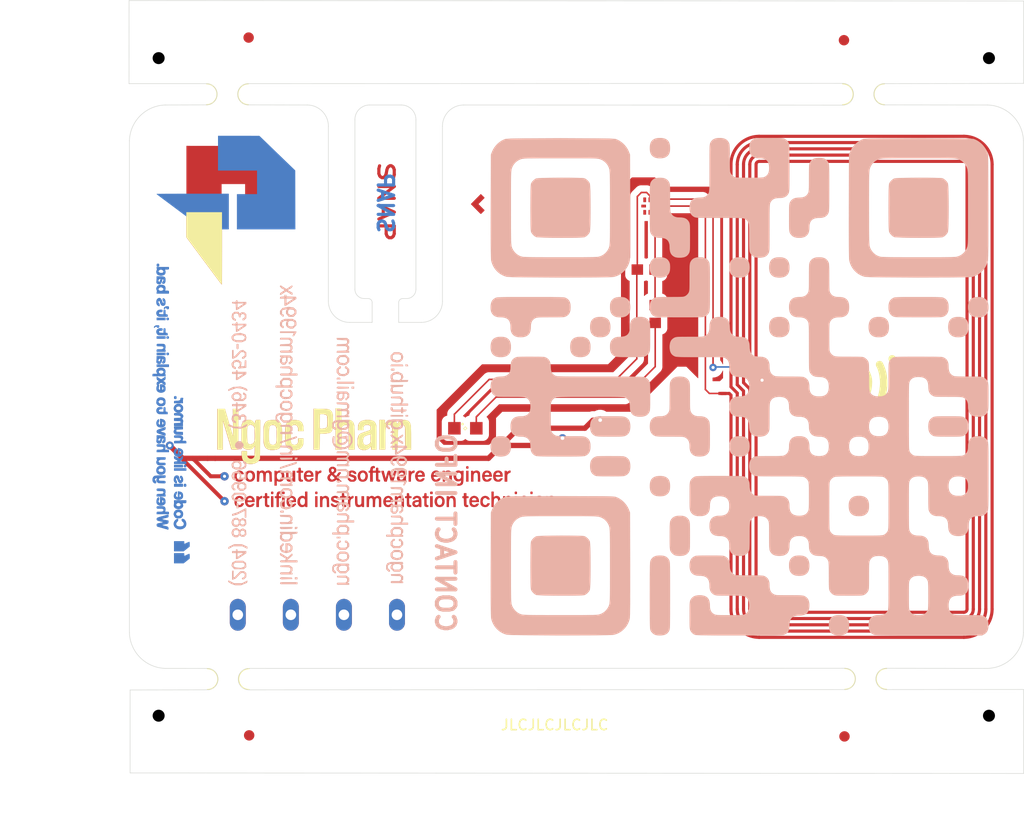
<source format=kicad_pcb>
(kicad_pcb (version 20211014) (generator pcbnew)
  (title_block (title "PCBusinessCard") (date "2023-01-06") (rev "1") (company "Ngoc Pham") (comment 1 "Repo: https://github.com/ngocpham1994x/PCBusinessCard") (comment 2 "Inspired by: https://www.instructables.com/PCB-Business-Card-With-NFC/") (comment 3 "MIT License") (comment 4 "Github.com/ngocpham1994x"))
  (layers (0 "F.Cu" signal) (31 "B.Cu" signal) (34 "B.Paste" user) (35 "F.Paste" user) (36 "B.SilkS" user "B.Silkscreen") (37 "F.SilkS" user "F.Silkscreen") (38 "B.Mask" user) (39 "F.Mask" user) (44 "Edge.Cuts" user))
  (net 0 "")
  (net 1 "GND")
  (net 2 "N$6")
  (net 3 "N$4")
  (net 4 "N$3")
  (net 5 "N$2")
  (net 6 "N$1")
  (footprint "NFC_BusinessCard:Tooling Hole JLCPCB" (layer "F.Cu") (at 69.333514 88.942155)
    (fp_text reference "REF**" hide)
    (fp_text value "Tooling Hole")
  )
  (footprint "MouseBites:mouse-bite-2mm-slot" (layer "F.Cu") (at 137.033514 85.442155)
    (fp_text reference "mouse-bite-2mm-slot" hide)
    (fp_text value "VAL**" hide)
  )
  (footprint "NFC_BusinessCard:Tooling Hole JLCPCB" (layer "F.Cu") (at 148.833514 25.942155)
    (fp_text reference "REF**" hide)
    (fp_text value "Tooling Hole")
  )
  (footprint "" (layer "F.Cu") (at 75.641514 66.030955)
    (fp_text reference "")
    (fp_text value "")
  )
  (footprint "" (layer "F.Cu") (at 75.641514 68.418555)
    (fp_text reference "")
    (fp_text value "")
  )
  (footprint "NFC_BusinessCard:Tooling Hole JLCPCB" (layer "F.Cu") (at 69.333514 25.942155)
    (fp_text reference "REF**" hide)
    (fp_text value "Tooling Hole")
  )
  (footprint "NFC_BusinessCard:C0603" (layer "F.Cu") (at 116.014614 46.225255 180)
    (fp_text reference "C1" hide)
    (fp_text value "220 nf" hide)
  )
  (footprint "NFC_BusinessCard:XQFN8" (layer "F.Cu") (at 116.370614 40.141255 -90)
    (fp_text reference "NT3H1101" hide)
    (fp_text value "NT3H" hide)
  )
  (footprint "NFC_BusinessCard:25X48MM_NFC" (layer "F.Cu") (at 136.633614 57.458255 90)
    (fp_text reference "ANT0" hide)
    (fp_text value "25X48MM_NFC_ANTENNA" hide)
  )
  (footprint "Fiducial:Fiducial_1mm_Mask2mm" (layer "F.Cu") (at 135 90.95)
    (fp_text reference "REF**" hide)
    (fp_text value "Fiducial")
  )
  (footprint "NFC_BusinessCard:SML0805" (layer "F.Cu") (at 98.7 61.43)
    (fp_text reference "LED1" hide)
    (fp_text value "")
  )
  (footprint "MouseBites:mouse-bite-2mm-slot" (layer "F.Cu") (at 75.920914 29.429555)
    (fp_text reference "mouse-bite-2mm-slot" hide)
    (fp_text value "VAL**" hide)
  )
  (footprint "NFC_BusinessCard:Tooling Hole JLCPCB" (layer "F.Cu") (at 148.833514 88.942155)
    (fp_text reference "REF**" hide)
    (fp_text value "Tooling Hole")
  )
  (footprint "NFC_BusinessCard:R0603" (layer "F.Cu") (at 116.878614 50.481255 -90)
    (fp_text reference "R1" hide)
    (fp_text value "47 Ω" hide)
  )
  (footprint "Fiducial:Fiducial_1mm_Mask2mm" (layer "F.Cu") (at 77.95 24)
    (fp_text reference "REF**" hide)
    (fp_text value "Fiducial")
  )
  (footprint "Fiducial:Fiducial_1mm_Mask2mm" (layer "F.Cu") (at 78 90.85)
    (fp_text reference "REF**" hide)
    (fp_text value "Fiducial")
  )
  (footprint "MouseBites:mouse-bite-2mm-slot" (layer "F.Cu") (at 136.830114 29.429555)
    (fp_text reference "mouse-bite-2mm-slot" hide)
    (fp_text value "VAL**" hide)
  )
  (footprint "NFC_BusinessCard:Order Number JLCPCB" (layer "F.Cu") (at 107.043514 88.082155)
    (fp_text reference "JLCJLCJLCJLC")
    (fp_text value "Order Number JLCPCB")
  )
  (footprint "MouseBites:mouse-bite-2mm-slot" (layer "F.Cu") (at 75.997114 85.461955)
    (fp_text reference "mouse-bite-2mm-slot" hide)
    (fp_text value "VAL**" hide)
  )
  (footprint "Fiducial:Fiducial_1mm_Mask2mm" (layer "F.Cu") (at 134.95 24.25)
    (fp_text reference "REF**" hide)
    (fp_text value "Fiducial")
  )
  (footprint "NFC_BusinessCard:MA08-1" (layer "B.Cu") (at 83.261514 79.3 180)
    (fp_text reference "CONTACT INFO")
    (fp_text value "Contact Info")
  )
  (gr_poly (pts (xy 77.097463 65.498675) (xy 77.1273 65.502163) (xy 77.156577 65.507522) (xy 77.185173 65.514698) (xy 77.212963 65.523638) (xy 77.239826 65.534288) (xy 77.26564 65.546595) (xy 77.290282 65.560506) (xy 77.313629 65.575967) (xy 77.33556 65.592924) (xy 77.355951 65.611325) (xy 77.37468 65.631117) (xy 77.391625 65.652245) (xy 77.406663 65.674656) (xy 77.420365 65.69737) (xy 77.432148 65.717546) (xy 77.441986 65.735332) (xy 77.44985 65.750876) (xy 77.455712 65.764326) (xy 77.457884 65.770312) (xy 77.459546 65.77583) (xy 77.460693 65.780899) (xy 77.461323 65.785536) (xy 77.461431 65.789761) (xy 77.461016 65.793593) (xy 77.460072 65.797048) (xy 77.458597 65.800147) (xy 77.456587 65.802907) (xy 77.454039 65.805347) (xy 77.450949 65.807485) (xy 77.447313 65.809341) (xy 77.44313 65.810932) (xy 77.438394 65.812277) (xy 77.433102 65.813395) (xy 77.427252 65.814303) (xy 77.41386 65.815567) (xy 77.398192 65.816217) (xy 77.380218 65.816401) (xy 77.369597 65.816044) (xy 77.358895 65.814977) (xy 77.348123 65.813204) (xy 77.337288 65.81073) (xy 77.3264 65.807559) (xy 77.315467 65.803696) (xy 77.304499 65.799146) (xy 77.293505 65.793912) (xy 77.282494 65.788) (xy 77.271474 65.781414) (xy 77.260454 65.774158) (xy 77.249444 65.766238) (xy 77.238453 65.757657) (xy 77.227489 65.74842) (xy 77.216562 65.738532) (xy 77.20568 65.727997) (xy 77.188202 65.710945) (xy 77.171777 65.695888) (xy 77.156228 65.682789) (xy 77.148727 65.676961) (xy 77.141379 65.671609) (xy 77.134162 65.666726) (xy 77.127054 65.662309) (xy 77.120032 65.658353) (xy 77.113074 65.654852) (xy 77.106159 65.651802) (xy 77.099265 65.649198) (xy 77.092369 65.647036) (xy 77.085449 65.64531) (xy 77.078483 65.644016) (xy 77.071449 65.643148) (xy 77.064325 65.642703) (xy 77.057089 65.642675) (xy 77.049719 65.64306) (xy 77.042193 65.643853) (xy 77.034488 65.645048) (xy 77.026583 65.646641) (xy 77.018455 65.648628) (xy 77.010083 65.651004) (xy 76.992516 65.6569) (xy 76.973707 65.664294) (xy 76.953477 65.673145) (xy 76.938348 65.680924) (xy 76.923875 65.690131) (xy 76.910071 65.70069) (xy 76.896948 65.712528) (xy 76.884517 65.725571) (xy 76.872792 65.739743) (xy 76.861785 65.754972) (xy 76.851508 65.771181) (xy 76.841973 65.788298) (xy 76.833192 65.806248) (xy 76.825179 65.824956) (xy 76.817945 65.844348) (xy 76.811503 65.86435) (xy 76.805865 65.884888) (xy 76.801043 65.905887) (xy 76.79705 65.927273) (xy 76.793898 65.948971) (xy 76.791599 65.970908) (xy 76.790166 65.993008) (xy 76.78961 66.015199) (xy 76.789945 66.037404) (xy 76.791183 66.059551) (xy 76.793335 66.081564) (xy 76.796415 66.10337) (xy 76.800434 66.124894) (xy 76.805405 66.146061) (xy 76.811341 66.166798) (xy 76.818253 66.187031) (xy 76.826153 66.206684) (xy 76.835055 66.225683) (xy 76.844971 66.243955) (xy 76.855912 66.261425) (xy 76.865635 66.274981) (xy 76.875978 66.287699) (xy 76.886895 66.299577) (xy 76.898336 66.310613) (xy 76.910254 66.320806) (xy 76.922601 66.330154) (xy 76.935329 66.338657) (xy 76.948389 66.346313) (xy 76.961733 66.353121) (xy 76.975313 66.359078) (xy 76.989081 66.364185) (xy 77.002988 66.368438) (xy 77.016988 66.371838) (xy 77.03103 66.374383) (xy 77.045068 66.37607) (xy 77.059054 66.3769) (xy 77.072938 66.37687) (xy 77.086673 66.375979) (xy 77.100211 66.374225) (xy 77.113503 66.371608) (xy 77.126502 66.368127) (xy 77.13916 66.363778) (xy 77.151427 66.358562) (xy 77.163256 66.352477) (xy 77.174599 66.345521) (xy 77.185408 66.337693) (xy 77.195634 66.328992) (xy 77.20523 66.319416) (xy 77.214147 66.308964) (xy 77.222337 66.297634) (xy 77.229752 66.285426) (xy 77.236344 66.272337) (xy 77.241216 66.262237) (xy 77.243708 66.257526) (xy 77.246248 66.253035) (xy 77.248843 66.248761) (xy 77.251501 66.244698) (xy 77.254229 66.240843) (xy 77.257036 66.237191) (xy 77.25993 66.233739) (xy 77.262917 66.230481) (xy 77.266006 66.227414) (xy 77.269203 66.224533) (xy 77.272518 66.221834) (xy 77.275958 66.219313) (xy 77.279529 66.216965) (xy 77.283241 66.214787) (xy 77.287101 66.212774) (xy 77.291115 66.210921) (xy 77.295293 66.209225) (xy 77.299642 66.207682) (xy 77.304169 66.206286) (xy 77.308882 66.205034) (xy 77.31379 66.203921) (xy 77.318898 66.202944) (xy 77.324216 66.202098) (xy 77.329751 66.201378) (xy 77.341503 66.200301) (xy 77.354214 66.19968) (xy 77.367948 66.199481) (xy 77.387715 66.199812) (xy 77.406157 66.200759) (xy 77.422868 66.202257) (xy 77.437447 66.204239) (xy 77.44381 66.20539) (xy 77.449488 66.206638) (xy 77.454431 66.207974) (xy 77.458589 66.209389) (xy 77.46191 66.210875) (xy 77.464345 66.212424) (xy 77.465843 66.214028) (xy 77.466225 66.214847) (xy 77.466353 66.215678) (xy 77.466072 66.22044) (xy 77.465243 66.225737) (xy 77.462035 66.237799) (xy 77.456916 66.251587) (xy 77.45007 66.266825) (xy 77.441685 66.283235) (xy 77.431945 66.300543) (xy 77.421036 66.31847) (xy 77.409144 66.336741) (xy 77.396454 66.355078) (xy 77.383153 66.373206) (xy 77.369426 66.390848) (xy 77.355458 66.407728) (xy 77.341436 66.423568) (xy 77.327544 66.438092) (xy 77.313969 66.451024) (xy 77.300897 66.462087) (xy 77.290533 66.469642) (xy 77.279292 66.476722) (xy 77.267228 66.483325) (xy 77.254391 66.489452) (xy 77.226618 66.500273) (xy 77.196398 66.509184) (xy 77.164154 66.516181) (xy 77.130312 66.52126) (xy 77.095297 66.524418) (xy 77.059532 66.525652) (xy 77.023443 66.52496) (xy 76.987453 66.522337) (xy 76.951989 66.51778) (xy 76.917473 66.511287) (xy 76.884331 66.502853) (xy 76.852988 66.492477) (xy 76.823868 66.480154) (xy 76.810274 66.473262) (xy 76.797395 66.465882) (xy 76.785168 66.458154) (xy 76.773382 66.450145) (xy 76.762032 66.441846) (xy 76.751114 66.433249) (xy 76.740625 66.424347) (xy 76.730562 66.41513) (xy 76.720921 66.405591) (xy 76.711697 66.395722) (xy 76.702888 66.385514) (xy 76.69449 66.37496) (xy 76.686498 66.364051) (xy 76.678911 66.352779) (xy 76.671723 66.341136) (xy 76.664931 66.329113) (xy 76.658532 66.316704) (xy 76.652522 66.303899) (xy 76.646897 66.29069) (xy 76.641654 66.27707) (xy 76.636789 66.263029) (xy 76.632298 66.248561) (xy 76.628178 66.233656) (xy 76.624425 66.218307) (xy 76.621036 66.202506) (xy 76.618006 66.186244) (xy 76.615333 66.169513) (xy 76.613012 66.152306) (xy 76.609412 66.116427) (xy 76.60718 66.078543) (xy 76.606284 66.038589) (xy 76.607631 65.980656) (xy 76.612329 65.92569) (xy 76.620333 65.873746) (xy 76.631602 65.824884) (xy 76.646093 65.779161) (xy 76.654533 65.757495) (xy 76.663762 65.736636) (xy 76.673775 65.71659) (xy 76.684566 65.697365) (xy 76.696131 65.678969) (xy 76.708464 65.661408) (xy 76.721558 65.644689) (xy 76.73541 65.628821) (xy 76.750014 65.61381) (xy 76.765364 65.599663) (xy 76.781455 65.586388) (xy 76.798281 65.573992) (xy 76.815837 65.562482) (xy 76.834119 65.551866) (xy 76.853119 65.54215) (xy 76.872834 65.533342) (xy 76.893258 65.525449) (xy 76.914385 65.518478) (xy 76.93621 65.512437) (xy 76.958727 65.507333) (xy 76.981932 65.503173) (xy 77.005818 65.499965) (xy 77.0366 65.497522) (xy 77.067189 65.49711)) (layer "F.Cu") (width 0.05) (fill solid))
  (gr_poly (pts (xy 101.39392 68.082878) (xy 101.464408 68.016664) (xy 101.473566 68.008487) (xy 101.483193 68.00071) (xy 101.493263 67.993335) (xy 101.50375 67.986366) (xy 101.52587 67.973657) (xy 101.549345 67.962607) (xy 101.573967 67.953243) (xy 101.599528 67.945589) (xy 101.62582 67.939671) (xy 101.652635 67.935513) (xy 101.679765 67.933141) (xy 101.707001 67.93258) (xy 101.734136 67.933856) (xy 101.760961 67.936993) (xy 101.787268 67.942017) (xy 101.81285 67.948952) (xy 101.837498 67.957825) (xy 101.849406 67.962995) (xy 101.861003 67.96866) (xy 101.874259 67.975811) (xy 101.886878 67.983255) (xy 101.898874 67.99104) (xy 101.910261 67.999215) (xy 101.921054 68.007828) (xy 101.931266 68.01693) (xy 101.940913 68.026568) (xy 101.950007 68.036792) (xy 101.958563 68.047651) (xy 101.966596 68.059194) (xy 101.97412 68.07147) (xy 101.981148 68.084527) (xy 101.987695 68.098415) (xy 101.993775 68.113183) (xy 101.999402 68.128879) (xy 102.004591 68.145553) (xy 102.009356 68.163254) (xy 102.013711 68.182031) (xy 102.017669 68.201932) (xy 102.021246 68.223006) (xy 102.024455 68.245303) (xy 102.02731 68.268872) (xy 102.029827 68.293761) (xy 102.032018 68.32002) (xy 102.033898 68.347697) (xy 102.035482 68.376841) (xy 102.037816 68.439729) (xy 102.039133 68.509074) (xy 102.039546 68.585268) (xy 102.039546 68.953041) (xy 101.869503 68.953041) (xy 101.85913 68.58701) (xy 101.855625 68.476312) (xy 101.851686 68.388939) (xy 101.846704 68.321363) (xy 101.843631 68.293896) (xy 101.840067 68.270056) (xy 101.835937 68.249401) (xy 101.831164 68.23149) (xy 101.825672 68.215883) (xy 101.819383 68.202138) (xy 101.812223 68.189815) (xy 101.804114 68.178472) (xy 101.794979 68.167668) (xy 101.784744 68.156963) (xy 101.776881 68.149541) (xy 101.768645 68.142604) (xy 101.76006 68.136154) (xy 101.75115 68.13019) (xy 101.74194 68.124711) (xy 101.732455 68.119717) (xy 101.722719 68.115209) (xy 101.712757 68.111186) (xy 101.702594 68.107647) (xy 101.692253 68.104593) (xy 101.681761 68.102024) (xy 101.671141 68.099938) (xy 101.660419 68.098337) (xy 101.649618 68.097219) (xy 101.638764 68.096585) (xy 101.62788 68.096434) (xy 101.616992 68.096767) (xy 101.606125 68.097582) (xy 101.595302 68.09888) (xy 101.58455 68.100661) (xy 101.573891 68.102924) (xy 101.563351 68.105669) (xy 101.552955 68.108896) (xy 101.542726 68.112604) (xy 101.532691 68.116795) (xy 101.522873 68.121466) (xy 101.513297 68.126619) (xy 101.503987 68.132252) (xy 101.494969 68.138366) (xy 101.486267 68.144961) (xy 101.477906 68.152036) (xy 101.469909 68.159591) (xy 101.460238 68.169778) (xy 101.455789 68.174947) (xy 101.451586 68.180235) (xy 101.44762 68.185694) (xy 101.443883 68.191376) (xy 101.440367 68.197332) (xy 101.437062 68.203615) (xy 101.43396 68.210276) (xy 101.431052 68.217367) (xy 101.42833 68.224939) (xy 101.425786 68.233046) (xy 101.423409 68.241737) (xy 101.421193 68.251065) (xy 101.419128 68.261083) (xy 101.417206 68.271841) (xy 101.415418 68.283391) (xy 101.413756 68.295785) (xy 101.41221 68.309076) (xy 101.410773 68.323314) (xy 101.408189 68.35484) (xy 101.405935 68.39078) (xy 101.403942 68.431545) (xy 101.402142 68.477552) (xy 101.400464 68.529213) (xy 101.398841 68.586944) (xy 101.389133 68.953043) (xy 101.217838 68.953043) (xy 101.217842 68.234054) (xy 101.217842 67.515063) (xy 101.39392 67.515063)) (layer "F.Cu") (width 0.05) (fill solid))
  (gr_poly (pts (xy 101.856956 65.4974) (xy 101.880274 65.498745) (xy 101.903113 65.501222) (xy 101.92545 65.504811) (xy 101.947259 65.509488) (xy 101.968516 65.515232) (xy 101.989196 65.522021) (xy 102.009273 65.529833) (xy 102.028724 65.538645) (xy 102.047524 65.548436) (xy 102.065648 65.559183) (xy 102.083071 65.570864) (xy 102.099768 65.583456) (xy 102.115716 65.596939) (xy 102.130888 65.61129) (xy 102.14526 65.626486) (xy 102.158809 65.642506) (xy 102.171508 65.659328) (xy 102.183333 65.676929) (xy 102.19426 65.695287) (xy 102.204263 65.71438) (xy 102.213318 65.734186) (xy 102.221401 65.754683) (xy 102.228486 65.775849) (xy 102.234549 65.797661) (xy 102.239565 65.820098) (xy 102.24351 65.843137) (xy 102.246358 65.866757) (xy 102.248085 65.890935) (xy 102.248666 65.915649) (xy 102.248666 66.052142) (xy 101.563542 66.052142) (xy 101.582406 66.146495) (xy 101.587139 66.166914) (xy 101.592974 66.186527) (xy 101.599858 66.205313) (xy 101.607737 66.223253) (xy 101.616556 66.240327) (xy 101.626262 66.256516) (xy 101.6368 66.271801) (xy 101.648117 66.286162) (xy 101.660158 66.299578) (xy 101.672871 66.312031) (xy 101.686199 66.323501) (xy 101.700091 66.333969) (xy 101.714491 66.343414) (xy 101.729346 66.351818) (xy 101.744601 66.35916) (xy 101.760203 66.365421) (xy 101.776098 66.370582) (xy 101.792231 66.374623) (xy 101.808549 66.377524) (xy 101.824998 66.379265) (xy 101.841523 66.379828) (xy 101.858071 66.379193) (xy 101.874588 66.377339) (xy 101.891019 66.374248) (xy 101.907312 66.3699) (xy 101.923411 66.364275) (xy 101.939262 66.357354) (xy 101.954813 66.349117) (xy 101.970008 66.339544) (xy 101.984793 66.328616) (xy 101.999116 66.316314) (xy 102.012921 66.302617) (xy 102.019827 66.29569) (xy 102.027236 66.289047) (xy 102.035103 66.282694) (xy 102.043378 66.27664) (xy 102.060968 66.265463) (xy 102.079625 66.255581) (xy 102.09897 66.24706) (xy 102.118625 66.239965) (xy 102.138209 66.234361) (xy 102.157342 66.230315) (xy 102.175646 66.227892) (xy 102.19274 66.227158) (xy 102.200716 66.227444) (xy 102.208246 66.228177) (xy 102.215285 66.229365) (xy 102.221784 66.231017) (xy 102.227696 66.233139) (xy 102.232974 66.235741) (xy 102.23757 66.238831) (xy 102.241437 66.242417) (xy 102.244527 66.246506) (xy 102.246792 66.251109) (xy 102.248187 66.256231) (xy 102.248662 66.261882) (xy 102.248512 66.26372) (xy 102.248069 66.265831) (xy 102.247338 66.268205) (xy 102.246327 66.270833) (xy 102.243496 66.276814) (xy 102.239635 66.283697) (xy 102.234801 66.291408) (xy 102.229054 66.29987) (xy 102.222453 66.309009) (xy 102.215056 66.318748) (xy 102.206921 66.329013) (xy 102.198107 66.339727) (xy 102.188674 66.350815) (xy 102.178679 66.362201) (xy 102.168181 66.37381) (xy 102.15724 66.385567) (xy 102.145913 66.397396) (xy 102.134259 66.409221) (xy 102.115186 66.428128) (xy 102.09784 66.444839) (xy 102.081885 66.459487) (xy 102.066981 66.472208) (xy 102.059818 66.477888) (xy 102.05279 66.483136) (xy 102.045857 66.48797) (xy 102.038974 66.492405) (xy 102.032101 66.49646) (xy 102.025194 66.500151) (xy 102.018212 66.503495) (xy 102.011111 66.506508) (xy 102.003851 66.509208) (xy 101.996388 66.51161) (xy 101.98868 66.513733) (xy 101.980685 66.515593) (xy 101.972361 66.517206) (xy 101.963664 66.518591) (xy 101.944988 66.520738) (xy 101.924316 66.522169) (xy 101.901311 66.523019) (xy 101.875634 66.523423) (xy 101.846948 66.523514) (xy 101.824974 66.523291) (xy 101.803836 66.522646) (xy 101.783506 66.521573) (xy 101.763955 66.520066) (xy 101.745154 66.518119) (xy 101.727074 66.515726) (xy 101.709688 66.512879) (xy 101.692967 66.509575) (xy 101.676882 66.505805) (xy 101.661404 66.501564) (xy 101.646506 66.496846) (xy 101.632158 66.491645) (xy 101.618332 66.485954) (xy 101.605 66.479767) (xy 101.592132 66.473079) (xy 101.579701 66.465882) (xy 101.579705 66.465882) (xy 101.566898 66.457788) (xy 101.554565 66.44941) (xy 101.542702 66.440737) (xy 101.531305 66.43176) (xy 101.520371 66.42247) (xy 101.509894 66.412857) (xy 101.499871 66.402911) (xy 101.490297 66.392622) (xy 101.481168 66.381982) (xy 101.472481 66.37098) (xy 101.46423 66.359607) (xy 101.456411 66.347853) (xy 101.449022 66.335709) (xy 101.442056 66.323164) (xy 101.43551 66.31021) (xy 101.42938 66.296836) (xy 101.423662 66.283034) (xy 101.418351 66.268793) (xy 101.413443 66.254104) (xy 101.408934 66.238956) (xy 101.40482 66.223342) (xy 101.401097 66.20725) (xy 101.39776 66.190672) (xy 101.394805 66.173597) (xy 101.392228 66.156017) (xy 101.390025 66.137921) (xy 101.386724 66.100143) (xy 101.384868 66.060188) (xy 101.384423 66.017978) (xy 101.386369 65.961576) (xy 101.391496 65.908239) (xy 101.39593 65.88135) (xy 101.580626 65.88135) (xy 101.58099 65.887324) (xy 101.581813 65.892933) (xy 101.583108 65.898147) (xy 101.584889 65.902938) (xy 101.587171 65.907277) (xy 101.58833 65.90866) (xy 101.590081 65.910026) (xy 101.592408 65.911373) (xy 101.595293 65.912699) (xy 101.602678 65.915281) (xy 101.612106 65.917758) (xy 101.62345 65.920117) (xy 101.63658 65.922342) (xy 101.651368 65.924422) (xy 101.667686 65.926342) (xy 101.685405 65.928087) (xy 101.704396 65.929645) (xy 101.72453 65.931001) (xy 101.74568 65.932141) (xy 101.767716 65.933052) (xy 101.79051 65.93372) (xy 101.813933 65.934131) (xy 101.837857 65.934271) (xy 101.902948 65.933844) (xy 101.955289 65.932397) (xy 101.977071 65.931215) (xy 101.996136 65.929686) (xy 102.012641 65.92778) (xy 102.026743 65.925467) (xy 102.038599 65.922715) (xy 102.048365 65.919494) (xy 102.056198 65.915774) (xy 102.062255 65.911523) (xy 102.066694 65.906712) (xy 102.06967 65.901309) (xy 102.07134 65.895284) (xy 102.071862 65.888606) (xy 102.071628 65.881763) (xy 102.07094 65.874552) (xy 102.06828 65.859167) (xy 102.064041 65.842724) (xy 102.058384 65.8255) (xy 102.051468 65.807768) (xy 102.043452 65.789805) (xy 102.034496 65.771884) (xy 102.02476 65.754282) (xy 102.014403 65.737272) (xy 102.003585 65.72113) (xy 101.992465 65.706131) (xy 101.981204 65.692549) (xy 101.969961 65.680661) (xy 101.958894 65.670739) (xy 101.953477 65.666603) (xy 101.948165 65.663061) (xy 101.942976 65.660148) (xy 101.937932 65.6579) (xy 101.922535 65.652533) (xy 101.906921 65.648149) (xy 101.891141 65.644743) (xy 101.875244 65.64231) (xy 101.85928 65.640842) (xy 101.843299 65.640334) (xy 101.82735 65.64078) (xy 101.811483 65.642175) (xy 101.795749 65.644513) (xy 101.780196 65.647787) (xy 101.764874 65.651991) (xy 101.749833 65.657121) (xy 101.735123 65.663169) (xy 101.720794 65.670131) (xy 101.706894 65.678) (xy 101.693475 65.68677) (xy 101.686697 65.691758) (xy 101.680004 65.697157) (xy 101.666926 65.709069) (xy 101.654352 65.722277) (xy 101.642392 65.736551) (xy 101.631158 65.751661) (xy 101.62076 65.767376) (xy 101.61131 65.783468) (xy 101.602918 65.799705) (xy 101.595694 65.815859) (xy 101.589751 65.831699) (xy 101.585198 65.846996) (xy 101.582146 65.861519) (xy 101.581218 65.868418) (xy 101.580707 65.875038) (xy 101.580626 65.88135) (xy 101.39593 65.88135) (xy 101.399781 65.858) (xy 101.411201 65.810886) (xy 101.418079 65.788511) (xy 101.425732 65.76693) (xy 101.434158 65.746145) (xy 101.443353 65.72616) (xy 101.453314 65.70698) (xy 101.464039 65.688608) (xy 101.475525 65.671047) (xy 101.487769 65.654302) (xy 101.500767 65.638377) (xy 101.514518 65.623275) (xy 101.529017 65.608999) (xy 101.544263 65.595555) (xy 101.560253 65.582945) (xy 101.576983 65.571173) (xy 101.594451 65.560243) (xy 101.612653 65.550159) (xy 101.631587 65.540924) (xy 101.651251 65.532543) (xy 101.67164 65.525019) (xy 101.692753 65.518356) (xy 101.714586 65.512557) (xy 101.737137 65.507627) (xy 101.784379 65.500388) (xy 101.808984 65.4982) (xy 101.833184 65.497211)) (layer "F.Cu") (width 0.05) (fill solid))
  (gr_poly (pts (xy 91.385469 65.521724) (xy 91.480065 65.521724) (xy 91.580501 65.910154) (xy 91.600966 65.987321) (xy 91.620621 66.057646) (xy 91.638994 66.119709) (xy 91.655615 66.172091) (xy 91.670014 66.213371) (xy 91.681721 66.242129) (xy 91.686417 66.251369) (xy 91.690264 66.256946) (xy 91.693203 66.258682) (xy 91.694313 66.258054) (xy 91.695174 66.256399) (xy 91.707896 66.21328) (xy 91.732008 66.127061) (xy 91.76405 66.010245) (xy 91.800567 65.875336) (xy 91.830829 65.763515) (xy 91.854741 65.679356) (xy 91.864998 65.646377) (xy 91.874485 65.618786) (xy 91.883475 65.596074) (xy 91.892241 65.577732) (xy 91.901055 65.563251) (xy 91.910191 65.552121) (xy 91.91992 65.543835) (xy 91.930516 65.537881) (xy 91.942251 65.533753) (xy 91.955398 65.53094) (xy 91.987018 65.527224) (xy 92.006161 65.525677) (xy 92.024019 65.524828) (xy 92.040203 65.524655) (xy 92.054322 65.525132) (xy 92.060484 65.525607) (xy 92.065983 65.526236) (xy 92.07077 65.527016) (xy 92.074796 65.527943) (xy 92.078013 65.529015) (xy 92.080371 65.530229) (xy 92.081822 65.531581) (xy 92.082192 65.532309) (xy 92.082316 65.53307) (xy 92.081945 65.535798) (xy 92.080856 65.540791) (xy 92.076671 65.557065) (xy 92.070054 65.580887) (xy 92.0613 65.611251) (xy 92.03855 65.687591) (xy 92.01077 65.778045) (xy 91.937453 66.01615) (xy 91.86165 66.265782) (xy 91.835855 66.350867) (xy 91.815255 66.414813) (xy 91.806257 66.439803) (xy 91.79778 66.46064) (xy 91.789568 66.477701) (xy 91.78136 66.491364) (xy 91.772898 66.502007) (xy 91.768491 66.506313) (xy 91.763923 66.510006) (xy 91.759163 66.513133) (xy 91.754177 66.51574) (xy 91.7434 66.519585) (xy 91.731334 66.521918) (xy 91.71772 66.523118) (xy 91.684814 66.523625) (xy 91.668108 66.523504) (xy 91.653269 66.523011) (xy 91.640116 66.521955) (xy 91.634116 66.521154) (xy 91.62847 66.52014) (xy 91.623155 66.518888) (xy 91.618149 66.517375) (xy 91.613429 66.515575) (xy 91.608974 66.513465) (xy 91.604759 66.511021) (xy 91.600764 66.508218) (xy 91.596965 66.505033) (xy 91.59334 66.50144) (xy 91.589866 66.497417) (xy 91.586522 66.492939) (xy 91.583283 66.487981) (xy 91.580128 66.482519) (xy 91.577034 66.476531) (xy 91.573979 66.46999) (xy 91.570941 66.462873) (xy 91.567896 66.455156) (xy 91.561697 66.437826) (xy 91.555202 66.417805) (xy 91.548232 66.394901) (xy 91.540607 66.368919) (xy 91.519114 66.291993) (xy 91.493813 66.196902) (xy 91.467861 66.095733) (xy 91.444417 66.000573) (xy 91.433637 65.957658) (xy 91.422643 65.917621) (xy 91.411741 65.881339) (xy 91.40124 65.84969) (xy 91.391448 65.823548) (xy 91.382672 65.80379) (xy 91.378761 65.79658) (xy 91.37522 65.791293) (xy 91.372086 65.788041) (xy 91.370685 65.787212) (xy 91.369399 65.786933) (xy 91.368181 65.786977) (xy 91.366978 65.787108) (xy 91.365793 65.787323) (xy 91.364625 65.787621) (xy 91.363478 65.787999) (xy 91.362353 65.788455) (xy 91.36125 65.788988) (xy 91.360173 65.789594) (xy 91.359121 65.790271) (xy 91.358097 65.791018) (xy 91.357102 65.791833) (xy 91.356138 65.792712) (xy 91.355206 65.793655) (xy 91.354308 65.794658) (xy 91.353445 65.79572) (xy 91.352619 65.796838) (xy 91.351831 65.798011) (xy 91.351083 65.799236) (xy 91.350376 65.800511) (xy 91.349712 65.801834) (xy 91.349092 65.803202) (xy 91.348519 65.804614) (xy 91.347993 65.806068) (xy 91.347515 65.80756) (xy 91.347088 65.80909) (xy 91.346714 65.810654) (xy 91.346392 65.812252) (xy 91.346126 65.813879) (xy 91.345916 65.815536) (xy 91.345764 65.817218) (xy 91.345672 65.818925) (xy 91.345641 65.820653) (xy 91.345163 65.825824) (xy 91.343762 65.834256) (xy 91.338376 65.86015) (xy 91.32986 65.896823) (xy 91.318593 65.942764) (xy 91.304953 65.996463) (xy 91.289316 66.056409) (xy 91.253564 66.188999) (xy 91.161487 66.523624) (xy 91.063766 66.523624) (xy 91.053744 66.52351) (xy 91.043873 66.523173) (xy 91.034208 66.522627) (xy 91.024807 66.521881) (xy 91.015726 66.520947) (xy 91.007022 66.519837) (xy 90.998751 66.518561) (xy 90.990971 66.517132) (xy 90.983737 66.515561) (xy 90.977108 66.513858) (xy 90.971138 66.512036) (xy 90.965886 66.510105) (xy 90.961407 66.508077) (xy 90.957758 66.505963) (xy 90.954997 66.503775) (xy 90.953179 66.501524) (xy 90.953162 66.501524) (xy 90.948065 66.488363) (xy 90.938445 66.459227) (xy 90.90787 66.360401) (xy 90.865907 66.219791) (xy 90.817027 66.052142) (xy 90.678826 65.573292) (xy 90.677769 65.569446) (xy 90.676884 65.565786) (xy 90.676179 65.562308) (xy 90.67566 65.559008) (xy 90.675335 65.555882) (xy 90.67521 65.552925) (xy 90.675293 65.550133) (xy 90.67559 65.547502) (xy 90.67611 65.545028) (xy 90.676858 65.542706) (xy 90.677843 65.540533) (xy 90.67907 65.538504) (xy 90.680548 65.536615) (xy 90.682283 65.534862) (xy 90.684282 65.53324) (xy 90.686553 65.531746) (xy 90.689102 65.530374) (xy 90.691936 65.529122) (xy 90.695063 65.527984) (xy 90.69849 65.526957) (xy 90.702223 65.526037) (xy 90.70627 65.525218) (xy 90.710638 65.524497) (xy 90.715334 65.52387) (xy 90.720365 65.523333) (xy 90.725738 65.522881) (xy 90.737538 65.522216) (xy 90.750792 65.521841) (xy 90.765555 65.521724) (xy 90.867213 65.521724) (xy 90.967643 65.925186) (xy 91.06807 66.328649) (xy 91.135373 66.079892) (xy 91.227155 65.743358) (xy 91.257112 65.643576) (xy 91.269616 65.607439) (xy 91.281044 65.57919) (xy 91.291827 65.557867) (xy 91.302397 65.542507) (xy 91.313185 65.532149) (xy 91.324621 65.525831) (xy 91.337136 65.522591) (xy 91.351162 65.521468)) (layer "F.Cu") (width 0.05) (fill solid))
  (gr_poly (pts (xy 106.96164 67.929673) (xy 106.977394 67.930597) (xy 106.993089 67.932143) (xy 107.008688 67.934317) (xy 107.024157 67.937128) (xy 107.03946 67.940582) (xy 107.054561 67.944685) (xy 107.069424 67.949445) (xy 107.084014 67.954868) (xy 107.098295 67.960962) (xy 107.112232 67.967733) (xy 107.123895 67.974005) (xy 107.134962 67.980483) (xy 107.145448 67.987225) (xy 107.155367 67.99429) (xy 107.164734 68.001734) (xy 107.173565 68.009617) (xy 107.181873 68.017996) (xy 107.189673 68.026929) (xy 107.196982 68.036474) (xy 107.203812 68.04669) (xy 107.21018 68.057633) (xy 107.216099 68.069362) (xy 107.221585 68.081935) (xy 107.226653 68.095409) (xy 107.231317 68.109844) (xy 107.235593 68.125296) (xy 107.239494 68.141824) (xy 107.243037 68.159486) (xy 107.246235 68.178339) (xy 107.249103 68.198442) (xy 107.251657 68.219853) (xy 107.253911 68.242629) (xy 107.25588 68.266828) (xy 107.257579 68.292509) (xy 107.259022 68.31973) (xy 107.260225 68.348547) (xy 107.261969 68.411207) (xy 107.262928 68.480951) (xy 107.263221 68.558244) (xy 107.263221 68.953041) (xy 107.087146 68.953041) (xy 107.087146 68.589461) (xy 107.08671 68.48457) (xy 107.085169 68.399831) (xy 107.082176 68.332471) (xy 107.080027 68.304442) (xy 107.077384 68.279718) (xy 107.074204 68.257953) (xy 107.070443 68.238801) (xy 107.066059 68.221914) (xy 107.061008 68.206946) (xy 107.055245 68.193551) (xy 107.048729 68.181381) (xy 107.041415 68.170092) (xy 107.03326 68.159335) (xy 107.025892 68.150818) (xy 107.018081 68.142896) (xy 107.009856 68.135567) (xy 107.001243 68.128831) (xy 106.992269 68.122686) (xy 106.982961 68.117131) (xy 106.973348 68.112164) (xy 106.963455 68.107784) (xy 106.95331 68.10399) (xy 106.942941 68.10078) (xy 106.932374 68.098152) (xy 106.921636 68.096107) (xy 106.910755 68.094641) (xy 106.899759 68.093754) (xy 106.888673 68.093445) (xy 106.877526 68.093712) (xy 106.866345 68.094554) (xy 106.855156 68.095969) (xy 106.843987 68.097957) (xy 106.832866 68.100515) (xy 106.821818 68.103642) (xy 106.810872 68.107338) (xy 106.800055 68.1116) (xy 106.789394 68.116428) (xy 106.778916 68.121819) (xy 106.768648 68.127774) (xy 106.758617 68.134289) (xy 106.748851 68.141365) (xy 106.739377 68.148999) (xy 106.730222 68.15719) (xy 106.721413 68.165937) (xy 106.712978 68.175239) (xy 106.702265 68.1881) (xy 106.697369 68.194373) (xy 106.692768 68.200619) (xy 106.688453 68.206897) (xy 106.684415 68.213265) (xy 106.680645 68.219782) (xy 106.677134 68.226507) (xy 106.673872 68.233498) (xy 106.670851 68.240813) (xy 106.668062 68.248512) (xy 106.665495 68.256653) (xy 106.663142 68.265294) (xy 106.660993 68.274495) (xy 106.65904 68.284313) (xy 106.657273 68.294807) (xy 106.655683 68.306037) (xy 106.654261 68.31806) (xy 106.652999 68.330935) (xy 106.651887 68.344721) (xy 106.650076 68.375259) (xy 106.648757 68.410144) (xy 106.647858 68.449843) (xy 106.647305 68.494826) (xy 106.647026 68.545562) (xy 106.646949 68.60252) (xy 106.646949 68.953041) (xy 106.44152 68.953041) (xy 106.441516 68.454153) (xy 106.441516 67.95526) (xy 106.52758 67.95526) (xy 106.53884 67.955467) (xy 106.549363 67.956098) (xy 106.559175 67.957168) (xy 106.5683 67.958691) (xy 106.576764 67.960684) (xy 106.584592 67.96316) (xy 106.591811 67.966135) (xy 106.598444 67.969624) (xy 106.601549 67.971566) (xy 106.604518 67.973642) (xy 106.607353 67.975853) (xy 106.610058 67.978203) (xy 106.612635 67.980692) (xy 106.615089 67.983323) (xy 106.619637 67.989017) (xy 106.623727 67.9953) (xy 106.627384 68.002187) (xy 106.630634 68.009692) (xy 106.633502 68.017831) (xy 106.635624 68.024062) (xy 106.637878 68.029837) (xy 106.640243 68.035139) (xy 106.6427 68.039949) (xy 106.64523 68.04425) (xy 106.647812 68.048024) (xy 106.650427 68.051252) (xy 106.65174 68.052656) (xy 106.653055 68.053917) (xy 106.654367 68.055033) (xy 106.655675 68.056001) (xy 106.656977 68.05682) (xy 106.658269 68.057487) (xy 106.65955 68.057999) (xy 106.660817 68.058355) (xy 106.662067 68.058552) (xy 106.663298 68.058588) (xy 106.664507 68.058461) (xy 106.665692 68.058168) (xy 106.666851 68.057708) (xy 106.667981 68.057078) (xy 106.669079 68.056276) (xy 106.670144 68.055299) (xy 106.671172 68.054145) (xy 106.672161 68.052813) (xy 106.680204 68.041792) (xy 106.688973 68.031242) (xy 106.698431 68.02117) (xy 106.708542 68.011582) (xy 106.71927 68.002485) (xy 106.730581 67.993886) (xy 106.742438 67.985792) (xy 106.754806 67.97821) (xy 106.76765 67.971147) (xy 106.780933 67.96461) (xy 106.794619 67.958605) (xy 106.808674 67.95314) (xy 106.823062 67.948221) (xy 106.837747 67.943855) (xy 106.852693 67.94005) (xy 106.867865 67.936811) (xy 106.883226 67.934146) (xy 106.898743 67.932063) (xy 106.914378 67.930566) (xy 106.930096 67.929665) (xy 106.945862 67.929365)) (layer "F.Cu") (width 0.05) (fill solid))
  (gr_poly (pts (xy 89.940215 65.068222) (xy 89.952806 65.06897) (xy 89.96377 65.07029) (xy 89.968683 65.07119) (xy 89.973238 65.072265) (xy 89.977452 65.073523) (xy 89.98134 65.074976) (xy 89.984919 65.076633) (xy 89.988205 65.078505) (xy 89.991214 65.080602) (xy 89.993963 65.082934) (xy 89.996467 65.085512) (xy 89.998744 65.088346) (xy 90.000808 65.091445) (xy 90.002677 65.09482) (xy 90.004366 65.098482) (xy 90.005892 65.10244) (xy 90.008519 65.111288) (xy 90.010688 65.121444) (xy 90.012529 65.132991) (xy 90.014171 65.146011) (xy 90.015434 65.15816) (xy 90.016244 65.169074) (xy 90.016555 65.178815) (xy 90.016319 65.187445) (xy 90.015981 65.191363) (xy 90.01549 65.195027) (xy 90.014838 65.198444) (xy 90.01402 65.201622) (xy 90.01303 65.20457) (xy 90.011863 65.207294) (xy 90.010512 65.209803) (xy 90.008972 65.212104) (xy 90.007236 65.214206) (xy 90.005299 65.216115) (xy 90.003154 65.21784) (xy 90.000797 65.219389) (xy 89.998221 65.220769) (xy 89.995421 65.221989) (xy 89.99239 65.223055) (xy 89.989122 65.223976) (xy 89.985612 65.224759) (xy 89.981854 65.225413) (xy 89.973569 65.226362) (xy 89.964221 65.226886) (xy 89.953763 65.227047) (xy 89.944618 65.227206) (xy 89.935811 65.227684) (xy 89.92734 65.228486) (xy 89.9192 65.229617) (xy 89.91139 65.231079) (xy 89.903904 65.232878) (xy 89.896742 65.235018) (xy 89.889899 65.237502) (xy 89.883372 65.240335) (xy 89.877158 65.24352) (xy 89.871254 65.247063) (xy 89.865657 65.250966) (xy 89.860364 65.255235) (xy 89.855371 65.259873) (xy 89.850676 65.264885) (xy 89.846275 65.270274) (xy 89.842165 65.276045) (xy 89.838343 65.282202) (xy 89.834806 65.288748) (xy 89.83155 65.295689) (xy 89.828573 65.303028) (xy 89.825871 65.310769) (xy 89.823442 65.318917) (xy 89.821281 65.327475) (xy 89.819387 65.336448) (xy 89.817755 65.34584) (xy 89.816383 65.355655) (xy 89.815268 65.365897) (xy 89.813794 65.387678) (xy 89.813308 65.411217) (xy 89.813308 65.524665) (xy 89.982747 65.515828) (xy 90.152188 65.50699) (xy 90.161183 65.367019) (xy 90.164363 65.322742) (xy 90.166113 65.304614) (xy 90.168131 65.288926) (xy 90.170537 65.275502) (xy 90.17345 65.264166) (xy 90.175135 65.259227) (xy 90.176992 65.254744) (xy 90.179036 65.250695) (xy 90.181281 65.247058) (xy 90.183744 65.243812) (xy 90.186439 65.240934) (xy 90.189382 65.238403) (xy 90.192586 65.236196) (xy 90.196067 65.234293) (xy 90.199841 65.232669) (xy 90.203922 65.231305) (xy 90.208325 65.230177) (xy 90.218158 65.228545) (xy 90.22946 65.227596) (xy 90.242352 65.227155) (xy 90.256953 65.227047) (xy 90.271853 65.227126) (xy 90.284943 65.227494) (xy 90.290846 65.227849) (xy 90.29634 65.228351) (xy 90.301441 65.229025) (xy 90.306162 65.229896) (xy 90.310519 65.230988) (xy 90.314525 65.232326) (xy 90.318197 65.233936) (xy 90.321547 65.235841) (xy 90.324592 65.238068) (xy 90.327345 65.24064) (xy 90.329821 65.243583) (xy 90.332035 65.246921) (xy 90.334001 65.250679) (xy 90.335735 65.254883) (xy 90.33725 65.259557) (xy 90.338561 65.264725) (xy 90.339684 65.270413) (xy 90.340632 65.276646) (xy 90.34142 65.283448) (xy 90.342064 65.290844) (xy 90.342973 65.307518) (xy 90.343478 65.326868) (xy 90.343695 65.34909) (xy 90.343741 65.374386) (xy 90.343741 65.521724) (xy 90.446878 65.521724) (xy 90.462928 65.521842) (xy 90.477254 65.522242) (xy 90.489952 65.522991) (xy 90.501116 65.524158) (xy 90.510841 65.525809) (xy 90.515194 65.526838) (xy 90.519223 65.528014) (xy 90.522939 65.529345) (xy 90.526355 65.530839) (xy 90.529483 65.532506) (xy 90.532334 65.534353) (xy 90.53492 65.536389) (xy 90.537254 65.538623) (xy 90.539346 65.541063) (xy 90.541209 65.543718) (xy 90.542855 65.546595) (xy 90.544296 65.549705) (xy 90.545543 65.553054) (xy 90.546608 65.556651) (xy 90.547504 65.560506) (xy 90.548241 65.564625) (xy 90.54929 65.573695) (xy 90.54985 65.583929) (xy 90.550016 65.595393) (xy 90.54985 65.606858) (xy 90.54929 65.617091) (xy 90.548832 65.621767) (xy 90.54824 65.626161) (xy 90.547502 65.630281) (xy 90.546607 65.634135) (xy 90.545541 65.637733) (xy 90.544294 65.641082) (xy 90.542853 65.644191) (xy 90.541207 65.647069) (xy 90.539343 65.649723) (xy 90.53725 65.652163) (xy 90.534917 65.654397) (xy 90.53233 65.656433) (xy 90.529479 65.658281) (xy 90.526351 65.659947) (xy 90.522935 65.661442) (xy 90.519219 65.662773) (xy 90.51519 65.663948) (xy 90.510837 65.664977) (xy 90.506149 65.665868) (xy 90.501112 65.666629) (xy 90.495716 65.667268) (xy 90.489949 65.667795) (xy 90.477252 65.668544) (xy 90.462926 65.668944) (xy 90.446878 65.669062) (xy 90.343741 65.669062) (xy 90.343741 65.976063) (xy 90.344414 66.095934) (xy 90.346995 66.189466) (xy 90.349266 66.227352) (xy 90.352332 66.25985) (xy 90.3563 66.28736) (xy 90.361274 66.31028) (xy 90.367361 66.329009) (xy 90.374667 66.343946) (xy 90.383297 66.35549) (xy 90.393359 66.364041) (xy 90.404956 66.369997) (xy 90.418197 66.373757) (xy 90.433185 66.37572) (xy 90.450028 66.376286) (xy 90.459979 66.376476) (xy 90.469014 66.377071) (xy 90.473201 66.377532) (xy 90.477173 66.37811) (xy 90.480935 66.378808) (xy 90.484492 66.379633) (xy 90.487849 66.380588) (xy 90.49101 66.381679) (xy 90.493979 66.38291) (xy 90.496763 66.384287) (xy 90.499365 66.385815) (xy 90.50179 66.387498) (xy 90.504043 66.389341) (xy 90.506128 66.391349) (xy 90.508051 66.393528) (xy 90.509815 66.395881) (xy 90.511426 66.398414) (xy 90.512889 66.401132) (xy 90.514207 66.40404) (xy 90.515386 66.407143) (xy 90.51643 66.410445) (xy 90.517345 66.413951) (xy 90.518134 66.417667) (xy 90.518803 66.421598) (xy 90.519798 66.430121) (xy 90.520367 66.439561) (xy 90.520549 66.449956) (xy 90.520387 66.46159) (xy 90.51983 66.471949) (xy 90.519369 66.476674) (xy 90.518768 66.481106) (xy 90.518013 66.485256) (xy 90.517091 66.489133) (xy 90.515987 66.492745) (xy 90.51469 66.496101) (xy 90.513183 66.499211) (xy 90.511455 66.502084) (xy 90.509492 66.504728) (xy 90.507279 66.507154) (xy 90.504803 66.509368) (xy 90.50205 66.511382) (xy 90.499007 66.513204) (xy 90.49566 66.514843) (xy 90.491995 66.516307) (xy 90.488 66.517607) (xy 90.483659 66.51875) (xy 90.478959 66.519747) (xy 90.473887 66.520606) (xy 90.468429 66.521336) (xy 90.462572 66.521946) (xy 90.456301 66.522446) (xy 90.442464 66.523149) (xy 90.426811 66.523518) (xy 90.40923 66.523625) (xy 90.397551 66.523387) (xy 90.385533 66.522688) (xy 90.373267 66.521553) (xy 90.360842 66.520005) (xy 90.348351 66.518067) (xy 90.335882 66.515763) (xy 90.323528 66.513116) (xy 90.311378 66.51015) (xy 90.299524 66.506888) (xy 90.288056 66.503354) (xy 90.277064 66.499571) (xy 90.266639 66.495564) (xy 90.256872 66.491354) (xy 90.247854 66.486967) (xy 90.239674 66.482425) (xy 90.232425 66.477752) (xy 90.226787 66.473733) (xy 90.221482 66.469767) (xy 90.216498 66.465788) (xy 90.211827 66.461732) (xy 90.207458 66.457531) (xy 90.20338 66.453122) (xy 90.199584 66.448438) (xy 90.196061 66.443414) (xy 90.192799 66.437984) (xy 90.189789 66.432084) (xy 90.18702 66.425646) (xy 90.184483 66.418607) (xy 90.182168 66.410899) (xy 90.180065 66.402459) (xy 90.178163 66.39322) (xy 90.176452 66.383116) (xy 90.174923 66.372083) (xy 90.173566 66.360055) (xy 90.17237 66.346966) (xy 90.171325 66.332751) (xy 90.170421 66.317343) (xy 90.169649 66.300679) (xy 90.168998 66.282692) (xy 90.168458 66.263316) (xy 90.167672 66.220138) (xy 90.167209 66.170621) (xy 90.166991 66.11424) (xy 90.166936 66.050471) (xy 90.166936 65.669062) (xy 89.813321 65.669062) (xy 89.813321 66.523624) (xy 89.607049 66.523624) (xy 89.607032 66.096343) (xy 89.607032 65.669062) (xy 89.533364 65.669062) (xy 89.522825 65.668882) (xy 89.513278 65.668314) (xy 89.504681 65.667314) (xy 89.500725 65.666639) (xy 89.496991 65.665839) (xy 89.493472 65.66491) (xy 89.490163 65.663846) (xy 89.48706 65.662642) (xy 89.484156 65.661292) (xy 89.481446 65.659791) (xy 89.478925 65.658134) (xy 89.476588 65.656315) (xy 89.474429 65.654328) (xy 89.472442 65.652169) (xy 89.470623 65.649832) (xy 89.468965 65.647311) (xy 89.467464 65.644602) (xy 89.466114 65.641698) (xy 89.46491 65.638594) (xy 89.463846 65.635286) (xy 89.462917 65.631767) (xy 89.462117 65.628032) (xy 89.461442 65.624076) (xy 89.460441 65.615479) (xy 89.459873 65.605933) (xy 89.459693 65.595393) (xy 89.459875 65.585044) (xy 89.460444 65.575639) (xy 89.461437 65.56714) (xy 89.462104 65.563218) (xy 89.46289 65.559508) (xy 89.463799 65.556005) (xy 89.464838 65.552705) (xy 89.466009 65.549603) (xy 89.467317 65.546694) (xy 89.468767 65.543973) (xy 89.470364 65.541435) (xy 89.472111 65.539077) (xy 89.474014 65.536892) (xy 89.476077 65.534877) (xy 89.478304 65.533026) (xy 89.4807 65.531335) (xy 89.483269 65.529799) (xy 89.486017 65.528413) (xy 89.488946 65.527173) (xy 89.492062 65.526073) (xy 89.49537 65.52511) (xy 89.498874 65.524277) (xy 89.502578 65.523571) (xy 89.510604 65.52252) (xy 89.519486 65.521916) (xy 89.52926 65.521724) (xy 89.540263 65.5215) (xy 89.545334 65.521192) (xy 89.55013 65.520728) (xy 89.554665 65.52009) (xy 89.558947 65.519259) (xy 89.562987 65.518216) (xy 89.566798 65.516942) (xy 89.570388 65.515419) (xy 89.57377 65.513627) (xy 89.576953 65.511548) (xy 89.579948 65.509164) (xy 89.582767 65.506455) (xy 89.585419 65.503402) (xy 89.587916 65.499988) (xy 89.590269 65.496192) (xy 89.592487 65.491998) (xy 89.594582 65.487384) (xy 89.596565 65.482334) (xy 89.598446 65.476828) (xy 89.600236 65.470847) (xy 89.601946 65.464372) (xy 89.603586 65.457386) (xy 89.605167 65.449868) (xy 89.608196 65.433166) (xy 89.611119 65.414114) (xy 89.614021 65.392563) (xy 89.616988 65.368363) (xy 89.622129 65.332729) (xy 89.628844 65.299377) (xy 89.637139 65.268302) (xy 89.64702 65.239497) (xy 89.652556 65.225944) (xy 89.658492 65.212956) (xy 89.664826 65.200533) (xy 89.671561 65.188673) (xy 89.678696 65.177376) (xy 89.686233 65.16664) (xy 89.694173 65.156466) (xy 89.702515 65.146853) (xy 89.711261 65.137799) (xy 89.720411 65.129303) (xy 89.729967 65.121366) (xy 89.739928 65.113986) (xy 89.750296 65.107162) (xy 89.761071 65.100894) (xy 89.772255 65.095181) (xy 89.783847 65.090022) (xy 89.795849 65.085416) (xy 89.808261 65.081363) (xy 89.821084 65.077861) (xy 89.834319 65.07491) (xy 89.847966 65.072509) (xy 89.862026 65.070657) (xy 89.891389 65.068598) (xy 89.909636 65.068118) (xy 89.925868 65.067966)) (layer "F.Cu") (width 0.05) (fill solid))
  (gr_poly (pts (xy 84.519693 68.953041) (xy 84.343612 68.953041) (xy 84.343612 67.955261) (xy 84.519693 67.955261)) (layer "F.Cu") (width 0.05) (fill solid))
  (gr_poly (pts (xy 94.084028 67.927772) (xy 94.105758 67.928674) (xy 94.127586 67.930464) (xy 94.149469 67.933154) (xy 94.171361 67.936756) (xy 94.193219 67.941283) (xy 94.214997 67.946746) (xy 94.236652 67.953159) (xy 94.258138 67.960533) (xy 94.279411 67.96888) (xy 94.293524 67.975072) (xy 94.306952 67.981597) (xy 94.319708 67.988507) (xy 94.33181 67.995852) (xy 94.343273 68.003684) (xy 94.354112 68.012053) (xy 94.364343 68.02101) (xy 94.373981 68.030606) (xy 94.383043 68.040893) (xy 94.391543 68.051921) (xy 94.399498 68.063741) (xy 94.406922 68.076404) (xy 94.413833 68.089962) (xy 94.420244 68.104464) (xy 94.426173 68.119963) (xy 94.431633 68.136509) (xy 94.436642 68.154154) (xy 94.441215 68.172947) (xy 94.445367 68.192941) (xy 94.449114 68.214185) (xy 94.452471 68.236732) (xy 94.455454 68.260632) (xy 94.45808 68.285936) (xy 94.460362 68.312695) (xy 94.462318 68.34096) (xy 94.463962 68.370782) (xy 94.466379 68.435302) (xy 94.467737 68.506662) (xy 94.468162 68.58527) (xy 94.468162 68.953043) (xy 94.380111 68.953043) (xy 94.367669 68.952887) (xy 94.356373 68.952399) (xy 94.346177 68.951545) (xy 94.337033 68.950292) (xy 94.328894 68.948607) (xy 94.325186 68.947593) (xy 94.321711 68.946459) (xy 94.318464 68.9452) (xy 94.315438 68.943813) (xy 94.312628 68.942294) (xy 94.310028 68.940638) (xy 94.307631 68.938841) (xy 94.305431 68.9369) (xy 94.303424 68.934809) (xy 94.301602 68.932566) (xy 94.29996 68.930166) (xy 94.298492 68.927604) (xy 94.297192 68.924877) (xy 94.296054 68.921981) (xy 94.295072 68.918911) (xy 94.294241 68.915664) (xy 94.293004 68.90862) (xy 94.292297 68.900816) (xy 94.292072 68.89222) (xy 94.292072 68.831395) (xy 94.214748 68.892218) (xy 94.204028 68.900253) (xy 94.193087 68.90764) (xy 94.181855 68.914397) (xy 94.170262 68.920542) (xy 94.158239 68.926092) (xy 94.145717 68.931067) (xy 94.132626 68.935483) (xy 94.118896 68.939358) (xy 94.104458 68.942711) (xy 94.089243 68.945559) (xy 94.07318 68.947919) (xy 94.0562 68.949811) (xy 94.038235 68.951251) (xy 94.019213 68.952257) (xy 93.999067 68.952848) (xy 93.977726 68.953041) (xy 93.953138 68.952889) (xy 93.930758 68.952382) (xy 93.910376 68.951448) (xy 93.891784 68.950015) (xy 93.874772 68.948009) (xy 93.859132 68.945357) (xy 93.844655 68.941986) (xy 93.831132 68.937823) (xy 93.818355 68.932795) (xy 93.806114 68.92683) (xy 93.794201 68.919854) (xy 93.782406 68.911794) (xy 93.770521 68.902578) (xy 93.758338 68.892132) (xy 93.745646 68.880383) (xy 93.732238 68.867259) (xy 93.732238 68.867261) (xy 93.720431 68.85513) (xy 93.709659 68.843352) (xy 93.699886 68.831839) (xy 93.691074 68.820502) (xy 93.683183 68.80925) (xy 93.676178 68.797997) (xy 93.670019 68.786653) (xy 93.664669 68.775128) (xy 93.660091 68.763335) (xy 93.656246 68.751185) (xy 93.653096 68.738587) (xy 93.650604 68.725455) (xy 93.648731 68.711698) (xy 93.64744 68.697228) (xy 93.646694 68.681956) (xy 93.646453 68.665793) (xy 93.646928 68.645776) (xy 93.647382 68.639579) (xy 93.821669 68.639579) (xy 93.821818 68.651753) (xy 93.823303 68.664042) (xy 93.826143 68.676414) (xy 93.830355 68.688841) (xy 93.835959 68.701293) (xy 93.842972 68.713738) (xy 93.851415 68.726148) (xy 93.861306 68.738492) (xy 93.872662 68.750741) (xy 93.885503 68.762864) (xy 93.899848 68.774832) (xy 93.929816 68.798119) (xy 93.942427 68.807379) (xy 93.953867 68.815106) (xy 93.959245 68.818407) (xy 93.964446 68.82134) (xy 93.969509 68.823911) (xy 93.974472 68.826124) (xy 93.979374 68.827984) (xy 93.984254 68.829497) (xy 93.989149 68.830668) (xy 93.9941 68.831502) (xy 93.999143 68.832004) (xy 94.004319 68.832179) (xy 94.009665 68.832033) (xy 94.01522 68.83157) (xy 94.021023 68.830797) (xy 94.027112 68.829717) (xy 94.033525 68.828336) (xy 94.040302 68.82666) (xy 94.055101 68.822441) (xy 94.071816 68.8171) (xy 94.112232 68.803222) (xy 94.112232 68.803224) (xy 94.132318 68.795617) (xy 94.141738 68.791567) (xy 94.150749 68.787337) (xy 94.159359 68.782918) (xy 94.167574 68.7783) (xy 94.1754 68.773473) (xy 94.182842 68.768426) (xy 94.189908 68.763148) (xy 94.196604 68.757631) (xy 94.202935 68.751863) (xy 94.208908 68.745833) (xy 94.214529 68.739533) (xy 94.219804 68.732952) (xy 94.22474 68.726079) (xy 94.229343 68.718904) (xy 94.233619 68.711417) (xy 94.237573 68.703608) (xy 94.241214 68.695466) (xy 94.244545 68.686981) (xy 94.247575 68.678143) (xy 94.250308 68.668942) (xy 94.252752 68.659367) (xy 94.254912 68.649409) (xy 94.256795 68.639056) (xy 94.258407 68.628299) (xy 94.259753 68.617127) (xy 94.260841 68.60553) (xy 94.262265 68.581021) (xy 94.262729 68.554689) (xy 94.262729 68.44594) (xy 94.093982 68.463322) (xy 94.070397 68.466182) (xy 94.047756 68.469784) (xy 94.026077 68.474099) (xy 94.005378 68.479098) (xy 93.98568 68.484749) (xy 93.966999 68.491025) (xy 93.949355 68.497893) (xy 93.932767 68.505325) (xy 93.917253 68.51329) (xy 93.902832 68.521759) (xy 93.889523 68.530701) (xy 93.877343 68.540087) (xy 93.866313 68.549886) (xy 93.85645 68.560069) (xy 93.847773 68.570606) (xy 93.840302 68.581467) (xy 93.834053 68.592621) (xy 93.829047 68.60404) (xy 93.825302 68.615692) (xy 93.822836 68.627548) (xy 93.821669 68.639579) (xy 93.647382 68.639579) (xy 93.648349 68.626376) (xy 93.650716 68.607594) (xy 93.654028 68.589432) (xy 93.658281 68.571889) (xy 93.663476 68.554969) (xy 93.669609 68.538671) (xy 93.67668 68.522997) (xy 93.684687 68.507948) (xy 93.693628 68.493525) (xy 93.703502 68.479729) (xy 93.714306 68.466562) (xy 93.726039 68.454024) (xy 93.738701 68.442117) (xy 93.752288 68.430842) (xy 93.766799 68.4202) (xy 93.782233 68.410191) (xy 93.798588 68.400818) (xy 93.815862 68.392082) (xy 93.834054 68.383983) (xy 93.853162 68.376522) (xy 93.873184 68.369701) (xy 93.894119 68.363521) (xy 93.915965 68.357983) (xy 93.938721 68.353089) (xy 93.962385 68.348838) (xy 93.986954 68.345233) (xy 94.012428 68.342275) (xy 94.038805 68.339964) (xy 94.066083 68.338303) (xy 94.094261 68.337291) (xy 94.123336 68.33693) (xy 94.167681 68.336573) (xy 94.185808 68.336009) (xy 94.201476 68.335046) (xy 94.214863 68.333575) (xy 94.226149 68.331491) (xy 94.23106 68.330185) (xy 94.235512 68.328685) (xy 94.239529 68.326978) (xy 94.243131 68.325051) (xy 94.246342 68.322889) (xy 94.249185 68.32048) (xy 94.25168 68.31781) (xy 94.253851 68.314867) (xy 94.25572 68.311635) (xy 94.25731 68.308103) (xy 94.258641 68.304256) (xy 94.259738 68.300081) (xy 94.261317 68.290695) (xy 94.262223 68.279837) (xy 94.262635 68.2674) (xy 94.262733 68.253276) (xy 94.262455 68.244519) (xy 94.261638 68.235513) (xy 94.260311 68.226326) (xy 94.258501 68.217025) (xy 94.256235 68.207679) (xy 94.25354 68.198355) (xy 94.250444 68.18912) (xy 94.246975 68.180043) (xy 94.24316 68.171191) (xy 94.239025 68.162632) (xy 94.2346 68.154433) (xy 94.229911 68.146663) (xy 94.224985 68.139388) (xy 94.21985 68.132677) (xy 94.214534 68.126597) (xy 94.209064 68.121217) (xy 94.199902 68.113649) (xy 94.189982 68.106797) (xy 94.179375 68.100648) (xy 94.168147 68.095192) (xy 94.156369 68.090415) (xy 94.144108 68.086308) (xy 94.131434 68.082858) (xy 94.118416 68.080054) (xy 94.091619 68.076336) (xy 94.064267 68.075062) (xy 94.036912 68.07614) (xy 94.010101 68.079477) (xy 93.984386 68.08498) (xy 93.960316 68.092558) (xy 93.949069 68.097095) (xy 93.93844 68.102116) (xy 93.928497 68.10761) (xy 93.919309 68.113564) (xy 93.910944 68.119967) (xy 93.903472 68.126808) (xy 93.896961 68.134075) (xy 93.891479 68.141756) (xy 93.887096 68.14984) (xy 93.88388 68.158316) (xy 93.8819 68.167171) (xy 93.881225 68.176394) (xy 93.881131 68.179119) (xy 93.880848 68.18175) (xy 93.880374 68.184287) (xy 93.879708 68.186731) (xy 93.87885 68.189082) (xy 93.877798 68.191341) (xy 93.876551 68.193509) (xy 93.875107 68.195586) (xy 93.873466 68.197571) (xy 93.871626 68.199467) (xy 93.869586 68.201273) (xy 93.867345 68.20299) (xy 93.864902 68.204618) (xy 93.862255 68.206158) (xy 93.859403 68.207611) (xy 93.856345 68.208976) (xy 93.85308 68.210255) (xy 93.849607 68.211448) (xy 93.845924 68.212555) (xy 93.84203 68.213576) (xy 93.837925 68.214514) (xy 93.833606 68.215367) (xy 93.829073 68.216136) (xy 93.824324 68.216823) (xy 93.819359 68.217426) (xy 93.814175 68.217948) (xy 93.808773 68.218388) (xy 93.80315 68.218747) (xy 93.797305 68.219025) (xy 93.791238 68.219223) (xy 93.77843 68.219381) (xy 93.67564 68.219381) (xy 93.713882 68.124005) (xy 93.721054 68.107855) (xy 93.729349 68.092312) (xy 93.738722 68.077389) (xy 93.749129 68.063097) (xy 93.760524 68.049449) (xy 93.772864 68.036456) (xy 93.786105 68.024132) (xy 93.8002 68.012488) (xy 93.815107 68.001537) (xy 93.83078 67.99129) (xy 93.847176 67.981761) (xy 93.864248 67.97296) (xy 93.881954 67.964901) (xy 93.900248 67.957596) (xy 93.919086 67.951056) (xy 93.938423 67.945294) (xy 93.958215 67.940323) (xy 93.978418 67.936154) (xy 93.998986 67.932799) (xy 94.019876 67.930271) (xy 94.041042 67.928583) (xy 94.062441 67.927746)) (layer "F.Cu") (width 0.05) (fill solid))
  (gr_poly (pts (xy 80.220102 67.515178) (xy 80.23281 67.515598) (xy 80.243978 67.516439) (xy 80.249016 67.517053) (xy 80.253705 67.517815) (xy 80.258059 67.518739) (xy 80.26209 67.51984) (xy 80.265809 67.521132) (xy 80.26923 67.522629) (xy 80.272364 67.524346) (xy 80.275224 67.526298) (xy 80.277822 67.528497) (xy 80.28017 67.530959) (xy 80.28228 67.533699) (xy 80.284166 67.536729) (xy 80.285838 67.540066) (xy 80.28731 67.543722) (xy 80.288594 67.547713) (xy 80.289701 67.552052) (xy 80.290645 67.556755) (xy 80.291437 67.561834) (xy 80.292617 67.573183) (xy 80.293337 67.586213) (xy 80.293698 67.601039) (xy 80.293796 67.617776) (xy 80.293698 67.634513) (xy 80.293339 67.649339) (xy 80.292619 67.662369) (xy 80.291442 67.673718) (xy 80.290651 67.678798) (xy 80.289708 67.6835) (xy 80.288601 67.687839) (xy 80.287319 67.69183) (xy 80.285848 67.695486) (xy 80.284176 67.698823) (xy 80.282292 67.701853) (xy 80.280182 67.704593) (xy 80.277835 67.707055) (xy 80.275237 67.709255) (xy 80.272378 67.711206) (xy 80.269244 67.712923) (xy 80.265824 67.71442) (xy 80.262104 67.715712) (xy 80.258073 67.716813) (xy 80.253719 67.717738) (xy 80.24399 67.719113) (xy 80.232819 67.719954) (xy 80.220107 67.720374) (xy 80.205757 67.720489) (xy 80.191411 67.720374) (xy 80.178702 67.719954) (xy 80.167533 67.719113) (xy 80.162495 67.718499) (xy 80.157805 67.717737) (xy 80.153451 67.716813) (xy 80.14942 67.715712) (xy 80.145701 67.71442) (xy 80.14228 67.712923) (xy 80.139146 67.711206) (xy 80.136286 67.709254) (xy 80.133688 67.707055) (xy 80.13134 67.704593) (xy 80.12923 67.701853) (xy 80.127345 67.698823) (xy 80.125672 67.695486) (xy 80.1242 67.69183) (xy 80.122917 67.687839) (xy 80.121809 67.6835) (xy 80.120866 67.678797) (xy 80.120073 67.673718) (xy 80.118894 67.662369) (xy 80.118174 67.649339) (xy 80.117814 67.634513) (xy 80.117715 67.617776) (xy 80.117813 67.601039) (xy 80.118173 67.586213) (xy 80.118892 67.573183) (xy 80.120069 67.561834) (xy 80.120861 67.556755) (xy 80.121804 67.552052) (xy 80.12291 67.547713) (xy 80.124193 67.543722) (xy 80.125664 67.540066) (xy 80.127335 67.536729) (xy 80.12922 67.533699) (xy 80.13133 67.530959) (xy 80.133677 67.528497) (xy 80.136274 67.526298) (xy 80.139134 67.524346) (xy 80.142268 67.522629) (xy 80.145688 67.521132) (xy 80.149408 67.51984) (xy 80.153439 67.518739) (xy 80.157793 67.517815) (xy 80.167522 67.516439) (xy 80.178694 67.515598) (xy 80.191406 67.515178) (xy 80.205757 67.515063)) (layer "F.Cu") (width 0.05) (fill solid))
  (gr_poly (pts (xy 79.208128 67.930768) (xy 79.211537 67.931) (xy 79.214674 67.931468) (xy 79.21755 67.932182) (xy 79.220176 67.93315) (xy 79.222563 67.934381) (xy 79.224722 67.935884) (xy 79.226664 67.937669) (xy 79.2284 67.939743) (xy 79.229942 67.942116) (xy 79.231301 67.944796) (xy 79.232487 67.947793) (xy 79.233511 67.951116) (xy 79.234386 67.954772) (xy 79.235121 67.958772) (xy 79.236218 67.967838) (xy 79.236892 67.978382) (xy 79.237232 67.990478) (xy 79.237325 68.004195) (xy 79.237073 68.016952) (xy 79.236253 68.028695) (xy 79.235601 68.03422) (xy 79.234772 68.039531) (xy 79.233754 68.044643) (xy 79.232535 68.049569) (xy 79.231104 68.054322) (xy 79.229449 68.058915) (xy 79.227559 68.063362) (xy 79.225421 68.067677) (xy 79.223023 68.071872) (xy 79.220355 68.075962) (xy 79.217404 68.079959) (xy 79.214158 68.083877) (xy 79.210606 68.08773) (xy 79.206736 68.09153) (xy 79.202537 68.095292) (xy 79.197996 68.099028) (xy 79.193102 68.102752) (xy 79.187843 68.106478) (xy 79.176184 68.113988) (xy 79.162924 68.121665) (xy 79.147969 68.129617) (xy 79.131227 68.13795) (xy 79.112602 68.146772) (xy 79.082465 68.161509) (xy 79.068591 68.168942) (xy 79.055483 68.17649) (xy 79.043122 68.184207) (xy 79.031487 68.192146) (xy 79.020556 68.200361) (xy 79.010309 68.208905) (xy 79.000725 68.217832) (xy 78.991782 68.227196) (xy 78.98346 68.237051) (xy 78.975738 68.247449) (xy 78.968595 68.258445) (xy 78.962009 68.270092) (xy 78.95596 68.282444) (xy 78.950428 68.295555) (xy 78.945389 68.309477) (xy 78.940825 68.324266) (xy 78.936714 68.339973) (xy 78.933035 68.356654) (xy 78.929767 68.374361) (xy 78.926889 68.393149) (xy 78.92438 68.413071) (xy 78.922219 68.43418) (xy 78.920385 68.45653) (xy 78.918857 68.480175) (xy 78.916636 68.531564) (xy 78.915388 68.588776) (xy 78.914945 68.65224) (xy 78.914495 68.953041) (xy 78.70907 68.953041) (xy 78.709087 68.454151) (xy 78.709087 67.955261) (xy 78.8118 67.955261) (xy 78.828098 67.955371) (xy 78.842599 67.955755) (xy 78.855406 67.956492) (xy 78.866621 67.95766) (xy 78.876346 67.959339) (xy 78.880683 67.960394) (xy 78.884686 67.961607) (xy 78.888369 67.962988) (xy 78.891744 67.964545) (xy 78.894823 67.966289) (xy 78.897621 67.96823) (xy 78.900149 67.970378) (xy 78.902421 67.972742) (xy 78.904449 67.975333) (xy 78.906247 67.97816) (xy 78.907827 67.981233) (xy 78.909202 67.984563) (xy 78.910385 67.988158) (xy 78.911389 67.99203) (xy 78.912911 68.000639) (xy 78.91387 68.010471) (xy 78.91437 68.021604) (xy 78.914514 68.034117) (xy 78.914514 68.112974) (xy 78.995216 68.03621) (xy 79.003855 68.028287) (xy 79.013074 68.020383) (xy 79.02279 68.012548) (xy 79.032919 68.004831) (xy 79.043379 67.997281) (xy 79.054087 67.989949) (xy 79.064961 67.982885) (xy 79.075918 67.976136) (xy 79.086875 67.969754) (xy 79.097749 67.963788) (xy 79.108457 67.958287) (xy 79.118917 67.953302) (xy 79.129047 67.94888) (xy 79.138762 67.945073) (xy 79.147982 67.941929) (xy 79.156621 67.939499) (xy 79.169722 67.936359) (xy 79.181334 67.933845) (xy 79.191547 67.932027) (xy 79.196156 67.931402) (xy 79.200448 67.930978) (xy 79.204435 67.930763)) (layer "F.Cu") (width 0.05) (fill solid))
  (gr_poly (pts (xy 83.734337 65.497392) (xy 83.757655 65.498737) (xy 83.780495 65.501214) (xy 83.802832 65.504803) (xy 83.824641 65.50948) (xy 83.845898 65.515225) (xy 83.866577 65.522014) (xy 83.886655 65.529825) (xy 83.906106 65.538637) (xy 83.924906 65.548428) (xy 83.943029 65.559175) (xy 83.960452 65.570856) (xy 83.97715 65.583449) (xy 83.993097 65.596932) (xy 84.008269 65.611282) (xy 84.022642 65.626479) (xy 84.03619 65.642499) (xy 84.04889 65.65932) (xy 84.060715 65.676921) (xy 84.071642 65.695279) (xy 84.081645 65.714372) (xy 84.0907 65.734178) (xy 84.098783 65.754675) (xy 84.105868 65.775841) (xy 84.111931 65.797653) (xy 84.116947 65.82009) (xy 84.120892 65.84313) (xy 84.12374 65.866749) (xy 84.125467 65.890927) (xy 84.126048 65.915641) (xy 84.126048 66.052135) (xy 83.440925 66.052135) (xy 83.459794 66.146488) (xy 83.464527 66.166907) (xy 83.470362 66.186519) (xy 83.477246 66.205305) (xy 83.485124 66.223245) (xy 83.493943 66.24032) (xy 83.503649 66.256509) (xy 83.514187 66.271794) (xy 83.525504 66.286154) (xy 83.537545 66.299571) (xy 83.550258 66.312024) (xy 83.563586 66.323494) (xy 83.577478 66.333962) (xy 83.591878 66.343407) (xy 83.606732 66.35181) (xy 83.621988 66.359153) (xy 83.63759 66.365414) (xy 83.653484 66.370575) (xy 83.669618 66.374615) (xy 83.685936 66.377516) (xy 83.702384 66.379258) (xy 83.71891 66.379821) (xy 83.735458 66.379185) (xy 83.751974 66.377332) (xy 83.768406 66.374241) (xy 83.784698 66.369893) (xy 83.800796 66.364268) (xy 83.816648 66.357346) (xy 83.832198 66.349109) (xy 83.847393 66.339537) (xy 83.862178 66.328609) (xy 83.876501 66.316306) (xy 83.890306 66.30261) (xy 83.897211 66.295683) (xy 83.904621 66.289039) (xy 83.912487 66.282686) (xy 83.920763 66.276633) (xy 83.938352 66.265456) (xy 83.957009 66.255574) (xy 83.976355 66.247052) (xy 83.99601 66.239957) (xy 84.015593 66.234354) (xy 84.034727 66.230308) (xy 84.053031 66.227885) (xy 84.070126 66.22715) (xy 84.078101 66.227437) (xy 84.085632 66.22817) (xy 84.092671 66.229358) (xy 84.09917 66.231009) (xy 84.105082 66.233132) (xy 84.11036 66.235734) (xy 84.114956 66.238824) (xy 84.118823 66.242409) (xy 84.121913 66.246499) (xy 84.124178 66.251101) (xy 84.125573 66.256224) (xy 84.126048 66.261875) (xy 84.125899 66.263713) (xy 84.125455 66.265823) (xy 84.124724 66.268198) (xy 84.123713 66.270826) (xy 84.120882 66.276806) (xy 84.117021 66.28369) (xy 84.112188 66.291401) (xy 84.106441 66.299863) (xy 84.09984 66.309002) (xy 84.092442 66.318741) (xy 84.084308 66.329005) (xy 84.075494 66.339719) (xy 84.066061 66.350807) (xy 84.056066 66.362194) (xy 84.045568 66.373803) (xy 84.034626 66.38556) (xy 84.023299 66.397388) (xy 84.011645 66.409213) (xy 83.992571 66.428121) (xy 83.975226 66.444832) (xy 83.95927 66.45948) (xy 83.944366 66.472201) (xy 83.937203 66.47788) (xy 83.930176 66.483129) (xy 83.923242 66.487962) (xy 83.916359 66.492398) (xy 83.909486 66.496453) (xy 83.902579 66.500144) (xy 83.895597 66.503488) (xy 83.888497 66.506501) (xy 83.881236 66.5092) (xy 83.873773 66.511603) (xy 83.866066 66.513726) (xy 83.858071 66.515586) (xy 83.849746 66.517199) (xy 83.84105 66.518583) (xy 83.822373 66.52073) (xy 83.801702 66.522162) (xy 83.778697 66.523012) (xy 83.753021 66.523415) (xy 83.724334 66.523507) (xy 83.702361 66.523284) (xy 83.681223 66.522639) (xy 83.660893 66.521566) (xy 83.641342 66.520059) (xy 83.622541 66.518112) (xy 83.604461 66.515718) (xy 83.587075 66.512872) (xy 83.570354 66.509567) (xy 83.554269 66.505797) (xy 83.538791 66.501557) (xy 83.523892 66.496839) (xy 83.509544 66.491637) (xy 83.495718 66.485946) (xy 83.482386 66.47976) (xy 83.469519 66.473071) (xy 83.457088 66.465875) (xy 83.457088 66.465874) (xy 83.44428 66.45778) (xy 83.431947 66.449402) (xy 83.420084 66.440729) (xy 83.408688 66.431752) (xy 83.397753 66.422462) (xy 83.387276 66.412849) (xy 83.377253 66.402903) (xy 83.367679 66.392615) (xy 83.35855 66.381974) (xy 83.349862 66.370972) (xy 83.341611 66.359599) (xy 83.333792 66.347845) (xy 83.326402 66.335701) (xy 83.319436 66.323156) (xy 83.31289 66.310202) (xy 83.30676 66.296828) (xy 83.301042 66.283026) (xy 83.295731 66.268785) (xy 83.290823 66.254096) (xy 83.286314 66.238949) (xy 83.2822 66.223334) (xy 83.278477 66.207242) (xy 83.27514 66.190664) (xy 83.272185 66.173589) (xy 83.269608 66.156009) (xy 83.267406 66.137913) (xy 83.264105 66.100135) (xy 83.26225 66.06018) (xy 83.261806 66.01797) (xy 83.263738 65.961568) (xy 83.268855 65.908232) (xy 83.273284 65.88135) (xy 83.458008 65.88135) (xy 83.458373 65.887324) (xy 83.459195 65.892933) (xy 83.46049 65.898147) (xy 83.462272 65.902938) (xy 83.464553 65.907277) (xy 83.465714 65.90866) (xy 83.467467 65.910026) (xy 83.469794 65.911373) (xy 83.472681 65.912699) (xy 83.480067 65.915281) (xy 83.489496 65.917758) (xy 83.50084 65.920117) (xy 83.51397 65.922342) (xy 83.528758 65.924422) (xy 83.545075 65.926342) (xy 83.562792 65.928087) (xy 83.581782 65.929645) (xy 83.601915 65.931001) (xy 83.623063 65.932141) (xy 83.645098 65.933052) (xy 83.667891 65.93372) (xy 83.691314 65.934131) (xy 83.715238 65.934271) (xy 83.780329 65.933844) (xy 83.83267 65.932397) (xy 83.854451 65.931215) (xy 83.873516 65.929686) (xy 83.890021 65.92778) (xy 83.904122 65.925467) (xy 83.915977 65.922715) (xy 83.925743 65.919494) (xy 83.933576 65.915774) (xy 83.939633 65.911523) (xy 83.944071 65.906712) (xy 83.947046 65.901309) (xy 83.948717 65.895284) (xy 83.949239 65.888606) (xy 83.949241 65.888606) (xy 83.949007 65.881763) (xy 83.948319 65.874552) (xy 83.945659 65.859166) (xy 83.94142 65.842724) (xy 83.935763 65.825499) (xy 83.928847 65.807768) (xy 83.920832 65.789804) (xy 83.911876 65.771884) (xy 83.90214 65.754281) (xy 83.891784 65.737271) (xy 83.880967 65.72113) (xy 83.869848 65.70613) (xy 83.858587 65.692549) (xy 83.847343 65.68066) (xy 83.836278 65.670739) (xy 83.830861 65.666602) (xy 83.825549 65.66306) (xy 83.82036 65.660148) (xy 83.815316 65.657899) (xy 83.799918 65.652532) (xy 83.784304 65.648149) (xy 83.768524 65.644743) (xy 83.752626 65.642309) (xy 83.736662 65.640842) (xy 83.720681 65.640334) (xy 83.704732 65.64078) (xy 83.688865 65.642175) (xy 83.67313 65.644513) (xy 83.657577 65.647787) (xy 83.642255 65.651991) (xy 83.627215 65.657121) (xy 83.612505 65.663169) (xy 83.598176 65.670131) (xy 83.584277 65.678) (xy 83.570859 65.68677) (xy 83.564081 65.691758) (xy 83.557388 65.697157) (xy 83.544309 65.709069) (xy 83.531735 65.722277) (xy 83.519775 65.736551) (xy 83.508541 65.751661) (xy 83.498143 65.767376) (xy 83.488693 65.783468) (xy 83.4803 65.799705) (xy 83.473077 65.815859) (xy 83.467133 65.831699) (xy 83.46258 65.846996) (xy 83.459528 65.861518) (xy 83.4586 65.868418) (xy 83.458089 65.875038) (xy 83.458008 65.88135) (xy 83.273284 65.88135) (xy 83.277132 65.857992) (xy 83.288548 65.810878) (xy 83.295425 65.788504) (xy 83.303078 65.766922) (xy 83.311503 65.746137) (xy 83.320699 65.726152) (xy 83.330661 65.706972) (xy 83.341387 65.6886) (xy 83.352874 65.671039) (xy 83.36512 65.654295) (xy 83.37812 65.638369) (xy 83.391873 65.623267) (xy 83.406375 65.608992) (xy 83.421623 65.595547) (xy 83.437615 65.582937) (xy 83.454348 65.571165) (xy 83.471818 65.560235) (xy 83.490023 65.550151) (xy 83.50896 65.540916) (xy 83.528625 65.532535) (xy 83.549017 65.525011) (xy 83.570131 65.518348) (xy 83.591966 65.51255) (xy 83.614518 65.507619) (xy 83.661761 65.50038) (xy 83.686366 65.498192) (xy 83.710566 65.497203)) (layer "F.Cu") (width 0.05) (fill solid))
  (gr_poly (pts (xy 74.816174 34.398354) (xy 77.620181 34.402131) (xy 79.27261 36.113626) (xy 80.925038 37.825121) (xy 80.926255 39.786899) (xy 80.927473 41.748678) (xy 77.640723 41.748678) (xy 77.640725 39.879339) (xy 77.640725 38.01) (xy 75.34 38.01) (xy 75.34 39.940965) (xy 72.012166 39.940965) (xy 72.012166 34.394576)) (layer "F.Cu") (width 0.05) (fill solid))
  (gr_poly (pts (xy 86.012278 65.136107) (xy 86.029903 65.137654) (xy 86.04745 65.140067) (xy 86.064885 65.143349) (xy 86.082172 65.147503) (xy 86.099274 65.152533) (xy 86.116156 65.15844) (xy 86.132783 65.165229) (xy 86.149117 65.172902) (xy 86.165123 65.181461) (xy 86.180766 65.190911) (xy 86.196009 65.201254) (xy 86.210816 65.212492) (xy 86.225152 65.22463) (xy 86.239881 65.238036) (xy 86.253065 65.250632) (xy 86.264786 65.26261) (xy 86.275127 65.274161) (xy 86.279806 65.279836) (xy 86.28417 65.285476) (xy 86.28823 65.291105) (xy 86.291996 65.296747) (xy 86.295478 65.302425) (xy 86.298687 65.308165) (xy 86.301633 65.313988) (xy 86.304326 65.31992) (xy 86.306777 65.325984) (xy 86.308995 65.332205) (xy 86.31099 65.338606) (xy 86.312774 65.34521) (xy 86.314357 65.352043) (xy 86.315748 65.359127) (xy 86.316958 65.366488) (xy 86.317997 65.374147) (xy 86.319603 65.390462) (xy 86.320649 65.408261) (xy 86.321216 65.427738) (xy 86.321387 65.449082) (xy 86.321238 65.471656) (xy 86.320695 65.492022) (xy 86.31962 65.510453) (xy 86.317873 65.527221) (xy 86.315315 65.542597) (xy 86.313687 65.549847) (xy 86.311805 65.556852) (xy 86.30965 65.563644) (xy 86.307204 65.570259) (xy 86.304451 65.576729) (xy 86.301373 65.583088) (xy 86.297952 65.589372) (xy 86.294171 65.595613) (xy 86.290013 65.601845) (xy 86.28546 65.608103) (xy 86.275099 65.620832) (xy 86.262949 65.63407) (xy 86.24887 65.648089) (xy 86.232722 65.663162) (xy 86.214367 65.679558) (xy 86.193664 65.697551) (xy 86.065942 65.807554) (xy 86.191602 65.915114) (xy 86.217187 65.936715) (xy 86.241719 65.956857) (xy 86.264612 65.9751) (xy 86.285283 65.991003) (xy 86.303147 66.004126) (xy 86.317621 66.014029) (xy 86.323403 66.017636) (xy 86.328119 66.020273) (xy 86.331695 66.021885) (xy 86.334058 66.022416) (xy 86.335068 66.022173) (xy 86.33636 66.021475) (xy 86.337925 66.020334) (xy 86.339755 66.018762) (xy 86.344176 66.01437) (xy 86.349557 66.008387) (xy 86.35583 66.000906) (xy 86.362929 65.992016) (xy 86.370787 65.981809) (xy 86.379336 65.970375) (xy 86.38851 65.957804) (xy 86.398243 65.944188) (xy 86.419113 65.914182) (xy 86.441412 65.881081) (xy 86.464604 65.84561) (xy 86.499619 65.79219) (xy 86.514798 65.770037) (xy 86.528725 65.750677) (xy 86.541623 65.733924) (xy 86.553719 65.719595) (xy 86.565237 65.707506) (xy 86.576401 65.697472) (xy 86.581921 65.693167) (xy 86.587437 65.689308) (xy 86.592978 65.68587) (xy 86.59857 65.682831) (xy 86.604243 65.680167) (xy 86.610024 65.677856) (xy 86.622024 65.674199) (xy 86.634796 65.671675) (xy 86.648563 65.670101) (xy 86.663551 65.669291) (xy 86.679984 65.669062) (xy 86.691555 65.669197) (xy 86.702336 65.669598) (xy 86.712312 65.670259) (xy 86.721471 65.671176) (xy 86.729796 65.672343) (xy 86.737276 65.673754) (xy 86.743894 65.675405) (xy 86.749638 65.67729) (xy 86.754493 65.679403) (xy 86.758444 65.68174) (xy 86.760077 65.682991) (xy 86.761479 65.684295) (xy 86.762648 65.685653) (xy 86.763582 65.687063) (xy 86.76428 65.688525) (xy 86.76474 65.690038) (xy 86.764959 65.691602) (xy 86.764938 65.693215) (xy 86.764673 65.694878) (xy 86.764162 65.696589) (xy 86.763405 65.698349) (xy 86.762399 65.700155) (xy 86.743483 65.728851) (xy 86.706193 65.784001) (xy 86.655918 65.85767) (xy 86.59805 65.941926) (xy 86.452916 66.152605) (xy 86.636777 66.338115) (xy 86.820636 66.523625) (xy 86.690126 66.523625) (xy 86.670187 66.523417) (xy 86.651792 66.522734) (xy 86.634748 66.521489) (xy 86.618859 66.519594) (xy 86.603933 66.516962) (xy 86.589773 66.513505) (xy 86.576186 66.509135) (xy 86.562978 66.503764) (xy 86.549955 66.497306) (xy 86.536921 66.489672) (xy 86.523683 66.480775) (xy 86.510046 66.470527) (xy 86.495817 66.45884) (xy 86.4808 66.445627) (xy 86.464801 66.430801) (xy 86.447627 66.414274) (xy 86.410931 66.378691) (xy 86.395863 66.36451) (xy 86.382691 66.352645) (xy 86.371195 66.343029) (xy 86.366007 66.339043) (xy 86.361156 66.335594) (xy 86.356614 66.332673) (xy 86.352354 66.330272) (xy 86.348349 66.328381) (xy 86.344572 66.326994) (xy 86.340994 66.326101) (xy 86.337589 66.325693) (xy 86.334329 66.325763) (xy 86.331187 66.326301) (xy 86.328135 66.327299) (xy 86.325146 66.32875) (xy 86.322193 66.330643) (xy 86.319248 66.332972) (xy 86.316284 66.335726) (xy 86.313274 66.338898) (xy 86.307003 66.346463) (xy 86.300218 66.355596) (xy 86.292699 66.36623) (xy 86.282278 66.37986) (xy 86.270526 66.392956) (xy 86.257521 66.405506) (xy 86.24334 66.417495) (xy 86.228059 66.428911) (xy 86.211754 66.43974) (xy 86.194504 66.44997) (xy 86.176385 66.459586) (xy 86.137847 66.476926) (xy 86.096754 66.491654) (xy 86.053722 66.503663) (xy 86.009366 66.512849) (xy 85.9643 66.519104) (xy 85.91914 66.522322) (xy 85.874501 66.522397) (xy 85.830997 66.519223) (xy 85.809862 66.516385) (xy 85.789243 66.512695) (xy 85.769214 66.508139) (xy 85.749854 66.502704) (xy 85.731239 66.496378) (xy 85.713446 66.489146) (xy 85.696551 66.480996) (xy 85.680633 66.471915) (xy 85.672384 66.466526) (xy 85.664189 66.460634) (xy 85.656061 66.454261) (xy 85.648014 66.447434) (xy 85.632219 66.43251) (xy 85.616911 66.416056) (xy 85.602201 66.398267) (xy 85.588197 66.379336) (xy 85.575009 66.359458) (xy 85.562745 66.338828) (xy 85.551515 66.31764) (xy 85.541429 66.296087) (xy 85.532594 66.274365) (xy 85.525121 66.252668) (xy 85.519119 66.231189) (xy 85.514696 66.210124) (xy 85.513112 66.199808) (xy 85.511963 66.189667) (xy 85.511264 66.179727) (xy 85.511027 66.170012) (xy 85.51153 66.159751) (xy 85.714142 66.159751) (xy 85.714728 66.1715) (xy 85.715998 66.183123) (xy 85.717952 66.194603) (xy 85.72059 66.205923) (xy 85.723914 66.217069) (xy 85.727922 66.228022) (xy 85.732618 66.238766) (xy 85.737999 66.249284) (xy 85.744069 66.259561) (xy 85.750826 66.269579) (xy 85.758272 66.279322) (xy 85.766408 66.288774) (xy 85.775233 66.297917) (xy 85.784749 66.306735) (xy 85.794955 66.315212) (xy 85.811845 66.327906) (xy 85.828304 66.339033) (xy 85.844429 66.348601) (xy 85.852396 66.352802) (xy 85.860315 66.356615) (xy 85.868199 66.360041) (xy 85.876058 66.363082) (xy 85.883906 66.365738) (xy 85.891755 66.368009) (xy 85.899615 66.369897) (xy 85.907499 66.371403) (xy 85.915419 66.372527) (xy 85.923388 66.37327) (xy 85.931416 66.373632) (xy 85.939516 66.373616) (xy 85.9477 66.373221) (xy 85.95598 66.372449) (xy 85.964368 66.371299) (xy 85.972876 66.369774) (xy 85.981515 66.367874) (xy 85.990298 66.365599) (xy 86.008342 66.359931) (xy 86.027105 66.352775) (xy 86.046682 66.344138) (xy 86.067168 66.334027) (xy 86.067164 66.334027) (xy 86.06716 66.334028) (xy 86.067156 66.334028) (xy 86.067155 66.334028) (xy 86.067153 66.334028) (xy 86.098319 66.317494) (xy 86.125318 66.302073) (xy 86.137253 66.294684) (xy 86.148145 66.287459) (xy 86.157993 66.280358) (xy 86.166797 66.273343) (xy 86.174557 66.266375) (xy 86.181272 66.259417) (xy 86.186941 66.25243) (xy 86.191564 66.245375) (xy 86.195141 66.238214) (xy 86.197672 66.230909) (xy 86.199155 66.22342) (xy 86.199591 66.215711) (xy 86.198979 66.207741) (xy 86.197319 66.199473) (xy 86.194609 66.190868) (xy 86.190851 66.181889) (xy 86.186042 66.172495) (xy 86.180184 66.16265) (xy 86.173275 66.152314) (xy 86.165315 66.141449) (xy 86.156304 66.130016) (xy 86.14624 66.117978) (xy 86.122957 66.09193) (xy 86.095461 66.062997) (xy 86.063748 66.030872) (xy 85.898898 65.866022) (xy 85.808105 65.956815) (xy 85.79717 65.968169) (xy 85.786909 65.979679) (xy 85.777321 65.991328) (xy 85.768406 66.0031) (xy 85.760167 66.014978) (xy 85.752603 66.026945) (xy 85.745715 66.038985) (xy 85.739503 66.051082) (xy 85.733969 66.063218) (xy 85.729112 66.075377) (xy 85.724933 66.087544) (xy 85.721434 66.0997) (xy 85.718614 66.111829) (xy 85.716474 66.123916) (xy 85.715015 66.135943) (xy 85.714237 66.147894) (xy 85.714142 66.159751) (xy 85.51153 66.159751) (xy 85.512066 66.148825) (xy 85.515107 66.12688) (xy 85.52004 66.104364) (xy 85.526756 66.081459) (xy 85.535142 66.058353) (xy 85.54509 66.035229) (xy 85.556488 66.012272) (xy 85.569225 65.989667) (xy 85.583192 65.967599) (xy 85.598278 65.946252) (xy 85.614372 65.925813) (xy 85.631363 65.906465) (xy 85.649142 65.888393) (xy 85.667597 65.871783) (xy 85.686619 65.856819) (xy 85.706096 65.843686) (xy 85.806489 65.78164) (xy 85.732427 65.693623) (xy 85.724144 65.683183) (xy 85.716331 65.672133) (xy 85.708988 65.660516) (xy 85.702118 65.648374) (xy 85.689806 65.622683) (xy 85.679411 65.595401) (xy 85.670952 65.566866) (xy 85.664445 65.537417) (xy 85.659908 65.507395) (xy 85.657358 65.477137) (xy 85.656813 65.446984) (xy 85.657148 65.440251) (xy 85.835172 65.440251) (xy 85.836061 65.459155) (xy 85.838633 65.47854) (xy 85.842748 65.498173) (xy 85.848264 65.517818) (xy 85.855042 65.53724) (xy 85.862939 65.556206) (xy 85.871816 65.574479) (xy 85.88153 65.591825) (xy 85.891942 65.608011) (xy 85.902909 65.622799) (xy 85.914292 65.635957) (xy 85.92595 65.647249) (xy 85.937741 65.65644) (xy 85.943642 65.660175) (xy 85.949524 65.663296) (xy 85.955369 65.665775) (xy 85.961159 65.667582) (xy 85.966877 65.668687) (xy 85.972505 65.669062) (xy 85.97476 65.668968) (xy 85.977174 65.668687) (xy 85.982449 65.667586) (xy 85.988271 65.665796) (xy 85.99458 65.663355) (xy 86.001319 65.660299) (xy 86.008428 65.656666) (xy 86.015849 65.652492) (xy 86.023523 65.647816) (xy 86.031392 65.642673) (xy 86.039397 65.6371) (xy 86.047478 65.631136) (xy 86.055578 65.624817) (xy 86.063638 65.61818) (xy 86.071598 65.611262) (xy 86.079401 65.604101) (xy 86.086988 65.596733) (xy 86.086986 65.596733) (xy 86.098537 65.584486) (xy 86.109 65.571975) (xy 86.118391 65.55924) (xy 86.126722 65.546326) (xy 86.134007 65.533275) (xy 86.140261 65.520131) (xy 86.145497 65.506935) (xy 86.149729 65.493731) (xy 86.152972 65.480563) (xy 86.155238 65.467472) (xy 86.156542 65.454501) (xy 86.156898 65.441694) (xy 86.15632 65.429094) (xy 86.154821 65.416743) (xy 86.152415 65.404684) (xy 86.149118 65.392961) (xy 86.144941 65.381615) (xy 86.139899 65.370691) (xy 86.134007 65.360231) (xy 86.127278 65.350277) (xy 86.119725 65.340873) (xy 86.111363 65.332062) (xy 86.102206 65.323886) (xy 86.092268 65.316389) (xy 86.081562 65.309613) (xy 86.070103 65.303601) (xy 86.057903 65.298396) (xy 86.044978 65.294042) (xy 86.031342 65.29058) (xy 86.017007 65.288055) (xy 86.001988 65.286508) (xy 85.986299 65.285983) (xy 85.967632 65.28656) (xy 85.958778 65.287285) (xy 85.950241 65.2883) (xy 85.94202 65.289609) (xy 85.934114 65.291212) (xy 85.926523 65.293111) (xy 85.919244 65.295306) (xy 85.912276 65.297799) (xy 85.905619 65.300592) (xy 85.89927 65.303685) (xy 85.89323 65.307079) (xy 85.887496 65.310777) (xy 85.882067 65.314779) (xy 85.876942 65.319086) (xy 85.872121 65.3237) (xy 85.867601 65.328622) (xy 85.863381 65.333853) (xy 85.859461 65.339395) (xy 85.855838 65.345248) (xy 85.852513 65.351414) (xy 85.849483 65.357895) (xy 85.846747 65.36469) (xy 85.844305 65.371803) (xy 85.842154 65.379233) (xy 85.840295 65.386983) (xy 85.838724 65.395053) (xy 85.837442 65.403444) (xy 85.836447 65.412158) (xy 85.835738 65.421197) (xy 85.835172 65.440251) (xy 85.657148 65.440251) (xy 85.65829 65.417275) (xy 85.661807 65.388348) (xy 85.66738 65.360544) (xy 85.675028 65.3342) (xy 85.679635 65.321683) (xy 85.684767 65.309658) (xy 85.690426 65.298167) (xy 85.696615 65.287255) (xy 85.703335 65.276962) (xy 85.710589 65.267331) (xy 85.722851 65.252986) (xy 85.735718 65.239451) (xy 85.749154 65.226728) (xy 85.763123 65.214821) (xy 85.77759 65.203733) (xy 85.792519 65.193466) (xy 85.807874 65.184023) (xy 85.823618 65.175408) (xy 85.839717 65.167623) (xy 85.856134 65.160672) (xy 85.872833 65.154557) (xy 85.889778 65.149282) (xy 85.906934 65.144849) (xy 85.924264 65.141261) (xy 85.941733 65.138522) (xy 85.959305 65.136634) (xy 85.976944 65.1356) (xy 85.994613 65.135423)) (layer "F.Cu") (width 0.05) (fill solid))
  (gr_poly (pts (xy 80.983414 65.501205) (xy 81.01219 65.504052) (xy 81.040255 65.508878) (xy 81.067389 65.515698) (xy 81.093373 65.524527) (xy 81.117988 65.53538) (xy 81.129714 65.541571) (xy 81.141015 65.548273) (xy 81.153699 65.556521) (xy 81.165924 65.565048) (xy 81.177692 65.573863) (xy 81.189008 65.582975) (xy 81.199875 65.592391) (xy 81.210298 65.602121) (xy 81.220279 65.612173) (xy 81.229823 65.622556) (xy 81.238934 65.633278) (xy 81.247615 65.644347) (xy 81.255871 65.655773) (xy 81.263704 65.667564) (xy 81.271119 65.679729) (xy 81.278119 65.692275) (xy 81.284709 65.705212) (xy 81.290891 65.718548) (xy 81.296671 65.732292) (xy 81.302051 65.746452) (xy 81.307036 65.761037) (xy 81.311628 65.776056) (xy 81.315833 65.791517) (xy 81.319654 65.807428) (xy 81.323094 65.823798) (xy 81.326157 65.840636) (xy 81.331169 65.87575) (xy 81.334719 65.912837) (xy 81.336839 65.951966) (xy 81.337558 65.993206) (xy 81.335842 66.055573) (xy 81.33063 66.114269) (xy 81.321962 66.169246) (xy 81.309875 66.220455) (xy 81.302562 66.244631) (xy 81.29441 66.267848) (xy 81.285422 66.290098) (xy 81.275603 66.311376) (xy 81.264959 66.331677) (xy 81.253495 66.350993) (xy 81.241215 66.369319) (xy 81.228124 66.386648) (xy 81.214227 66.402976) (xy 81.199529 66.418295) (xy 81.184034 66.4326) (xy 81.167748 66.445884) (xy 81.150675 66.458143) (xy 81.13282 66.469368) (xy 81.114188 66.479555) (xy 81.094784 66.488698) (xy 81.074613 66.49679) (xy 81.05368 66.503826) (xy 81.031988 66.509799) (xy 81.009544 66.514703) (xy 80.986352 66.518533) (xy 80.962417 66.521282) (xy 80.937744 66.522945) (xy 80.912337 66.523514) (xy 80.898355 66.523301) (xy 80.884183 66.522654) (xy 80.869919 66.521594) (xy 80.855661 66.520144) (xy 80.841508 66.518325) (xy 80.827557 66.516161) (xy 80.813908 66.513673) (xy 80.800657 66.510884) (xy 80.787903 66.507814) (xy 80.775745 66.504488) (xy 80.76428 66.500926) (xy 80.753607 66.49715) (xy 80.743824 66.493184) (xy 80.73503 66.489049) (xy 80.727321 66.484767) (xy 80.720798 66.48036) (xy 80.708856 66.47165) (xy 80.696843 66.463487) (xy 80.685085 66.456053) (xy 80.673907 66.449529) (xy 80.668637 66.446665) (xy 80.663634 66.444096) (xy 80.658938 66.441846) (xy 80.65459 66.439936) (xy 80.650632 66.43839) (xy 80.647103 66.43723) (xy 80.644044 66.436478) (xy 80.641496 66.436158) (xy 80.640363 66.436418) (xy 80.639245 66.437286) (xy 80.638142 66.438745) (xy 80.637057 66.440781) (xy 80.634943 66.446524) (xy 80.632915 66.454395) (xy 80.630984 66.464273) (xy 80.629162 66.476037) (xy 80.627459 66.489568) (xy 80.625888 66.504744) (xy 80.624459 66.521447) (xy 80.623183 66.539554) (xy 80.622073 66.558946) (xy 80.621139 66.579502) (xy 80.620393 66.601103) (xy 80.619846 66.623626) (xy 80.61951 66.646953) (xy 80.619395 66.670963) (xy 80.619395 66.906704) (xy 80.44259 66.906704) (xy 80.442588 66.214214) (xy 80.442588 66.030339) (xy 80.620126 66.030339) (xy 80.621743 66.068943) (xy 80.625603 66.106798) (xy 80.631655 66.143515) (xy 80.639847 66.178708) (xy 80.650128 66.211987) (xy 80.662446 66.242966) (xy 80.676749 66.271256) (xy 80.692987 66.296469) (xy 80.701814 66.3078) (xy 80.711106 66.318217) (xy 80.720856 66.327671) (xy 80.731057 66.336113) (xy 80.736994 66.340341) (xy 80.743338 66.344325) (xy 80.757151 66.351556) (xy 80.772304 66.3578) (xy 80.788605 66.363049) (xy 80.805863 66.367297) (xy 80.823886 66.370536) (xy 80.842484 66.372759) (xy 80.861465 66.373961) (xy 80.880636 66.374133) (xy 80.899808 66.37327) (xy 80.918787 66.371363) (xy 80.937384 66.368407) (xy 80.955405 66.364394) (xy 80.972661 66.359317) (xy 80.988959 66.35317) (xy 81.004108 66.345946) (xy 81.004108 66.345945) (xy 81.016571 66.338464) (xy 81.028563 66.329657) (xy 81.04007 66.319592) (xy 81.051081 66.308337) (xy 81.061582 66.295961) (xy 81.071562 66.282533) (xy 81.081006 66.268121) (xy 81.089904 66.252794) (xy 81.098241 66.23662) (xy 81.106006 66.219668) (xy 81.113186 66.202006) (xy 81.119769 66.183704) (xy 81.13109 66.14545) (xy 81.13987 66.105456) (xy 81.146007 66.06427) (xy 81.149401 66.022439) (xy 81.14995 65.980514) (xy 81.147555 65.939043) (xy 81.145221 65.918648) (xy 81.142114 65.898573) (xy 81.13822 65.878886) (xy 81.133526 65.859655) (xy 81.128021 65.840948) (xy 81.121691 65.822835) (xy 81.114524 65.805384) (xy 81.106507 65.788664) (xy 81.097197 65.772217) (xy 81.0869 65.756889) (xy 81.075685 65.742676) (xy 81.063622 65.729577) (xy 81.050778 65.717588) (xy 81.037223 65.706708) (xy 81.023026 65.696933) (xy 81.008255 65.688261) (xy 80.992979 65.680691) (xy 80.977266 65.674219) (xy 80.961186 65.668842) (xy 80.944808 65.664559) (xy 80.928199 65.661367) (xy 80.91143 65.659264) (xy 80.894568 65.658246) (xy 80.877683 65.658312) (xy 80.860842 65.659459) (xy 80.844116 65.661685) (xy 80.827572 65.664986) (xy 80.81128 65.669362) (xy 80.795308 65.674808) (xy 80.779726 65.681323) (xy 80.764601 65.688905) (xy 80.750002 65.69755) (xy 80.735999 65.707256) (xy 80.722661 65.718021) (xy 80.710055 65.729843) (xy 80.698251 65.742718) (xy 80.687317 65.756645) (xy 80.677322 65.77162) (xy 80.668336 65.787642) (xy 80.660426 65.804708) (xy 80.647499 65.83966) (xy 80.637125 65.876191) (xy 80.629253 65.913912) (xy 80.62383 65.952436) (xy 80.620805 65.991374) (xy 80.620126 66.030339) (xy 80.442588 66.030339) (xy 80.442588 65.521724) (xy 80.530992 65.521724) (xy 80.543387 65.521881) (xy 80.554656 65.522374) (xy 80.564843 65.523232) (xy 80.573994 65.524486) (xy 80.582155 65.526167) (xy 80.585877 65.527177) (xy 80.589369 65.528306) (xy 80.592635 65.529556) (xy 80.595682 65.530931) (xy 80.598515 65.532437) (xy 80.601139 65.534076) (xy 80.603561 65.535851) (xy 80.605786 65.537768) (xy 80.607819 65.53983) (xy 80.609666 65.54204) (xy 80.611334 65.544403) (xy 80.612826 65.546921) (xy 80.61415 65.5496) (xy 80.615311 65.552443) (xy 80.616314 65.555454) (xy 80.617164 65.558635) (xy 80.618433 65.565529) (xy 80.619161 65.573154) (xy 80.619393 65.581541) (xy 80.619421 65.591974) (xy 80.619586 65.601011) (xy 80.620011 65.608646) (xy 80.620358 65.611937) (xy 80.620816 65.614875) (xy 80.621401 65.617461) (xy 80.622126 65.619694) (xy 80.623008 65.621573) (xy 80.624062 65.623098) (xy 80.625302 65.624268) (xy 80.626745 65.625082) (xy 80.628406 65.62554) (xy 80.630299 65.625641) (xy 80.632441 65.625385) (xy 80.634846 65.624771) (xy 80.63753 65.623798) (xy 80.640508 65.622467) (xy 80.643794 65.620776) (xy 80.647406 65.618724) (xy 80.655664 65.613538) (xy 80.665403 65.606904) (xy 80.676745 65.598817) (xy 80.70473 65.578267) (xy 80.728569 65.562153) (xy 80.753888 65.547866) (xy 80.780467 65.535424) (xy 80.808088 65.524839) (xy 80.836531 65.516129) (xy 80.865578 65.509307) (xy 80.895008 65.504388) (xy 80.924604 65.501388) (xy 80.954146 65.500322)) (layer "F.Cu") (width 0.05) (fill solid))
  (gr_poly (pts (xy 105.120925 68.953041) (xy 104.944847 68.953041) (xy 104.944847 67.95526) (xy 105.120925 67.95526)) (layer "F.Cu") (width 0.05) (fill solid))
  (gr_poly (pts (xy 103.550562 67.515178) (xy 103.56327 67.515598) (xy 103.574438 67.516439) (xy 103.579476 67.517053) (xy 103.584166 67.517815) (xy 103.58852 67.518739) (xy 103.59255 67.51984) (xy 103.59627 67.521132) (xy 103.599691 67.522629) (xy 103.602825 67.524346) (xy 103.605684 67.526298) (xy 103.608282 67.528497) (xy 103.61063 67.530959) (xy 103.612741 67.533699) (xy 103.614626 67.536729) (xy 103.616298 67.540066) (xy 103.61777 67.543722) (xy 103.619054 67.547713) (xy 103.620161 67.552052) (xy 103.621105 67.556755) (xy 103.621897 67.561834) (xy 103.623076 67.573183) (xy 103.623797 67.586213) (xy 103.624157 67.601039) (xy 103.624256 67.617776) (xy 103.624158 67.634513) (xy 103.623798 67.649339) (xy 103.623079 67.662369) (xy 103.621902 67.673718) (xy 103.62111 67.678798) (xy 103.620167 67.6835) (xy 103.619061 67.687839) (xy 103.617778 67.69183) (xy 103.616307 67.695486) (xy 103.614636 67.698823) (xy 103.612751 67.701853) (xy 103.610641 67.704593) (xy 103.608294 67.707055) (xy 103.605697 67.709255) (xy 103.602838 67.711206) (xy 103.599704 67.712923) (xy 103.596283 67.71442) (xy 103.592564 67.715712) (xy 103.588533 67.716813) (xy 103.584179 67.717738) (xy 103.57445 67.719113) (xy 103.563278 67.719954) (xy 103.550567 67.720374) (xy 103.536216 67.720489) (xy 103.521871 67.720374) (xy 103.509163 67.719954) (xy 103.497995 67.719113) (xy 103.492957 67.718499) (xy 103.488267 67.717737) (xy 103.483913 67.716813) (xy 103.479883 67.715712) (xy 103.476164 67.71442) (xy 103.472743 67.712923) (xy 103.469609 67.711206) (xy 103.46675 67.709254) (xy 103.464152 67.707055) (xy 103.461804 67.704593) (xy 103.459694 67.701853) (xy 103.457809 67.698823) (xy 103.456137 67.695486) (xy 103.454665 67.69183) (xy 103.453381 67.687839) (xy 103.452274 67.6835) (xy 103.451331 67.678797) (xy 103.450538 67.673718) (xy 103.44936 67.662369) (xy 103.448639 67.649339) (xy 103.448279 67.634513) (xy 103.448181 67.617776) (xy 103.448279 67.601039) (xy 103.448638 67.586213) (xy 103.449358 67.573183) (xy 103.450535 67.561834) (xy 103.451327 67.556755) (xy 103.45227 67.552052) (xy 103.453376 67.547713) (xy 103.454659 67.543722) (xy 103.45613 67.540066) (xy 103.457801 67.536729) (xy 103.459686 67.533699) (xy 103.461796 67.530959) (xy 103.464143 67.528497) (xy 103.46674 67.526298) (xy 103.469599 67.524346) (xy 103.472733 67.522629) (xy 103.476153 67.521132) (xy 103.479873 67.51984) (xy 103.483903 67.518739) (xy 103.488258 67.517815) (xy 103.497986 67.516439) (xy 103.509156 67.515598) (xy 103.521867 67.515178) (xy 103.536216 67.515063)) (layer "F.Cu") (width 0.05) (fill solid))
  (gr_poly (pts (xy 84.866069 65.49237) (xy 84.867464 65.492709) (xy 84.868838 65.493266) (xy 84.870191 65.494037) (xy 84.871521 65.495016) (xy 84.872826 65.496197) (xy 84.874104 65.497574) (xy 84.875354 65.499142) (xy 84.876573 65.500896) (xy 84.87776 65.502829) (xy 84.878914 65.504936) (xy 84.880032 65.507213) (xy 84.881113 65.509652) (xy 84.882155 65.512248) (xy 84.883155 65.514996) (xy 84.884114 65.517891) (xy 84.885027 65.520926) (xy 84.885895 65.524096) (xy 84.887485 65.530819) (xy 84.888869 65.538015) (xy 84.890033 65.545639) (xy 84.890963 65.553647) (xy 84.891645 65.561993) (xy 84.892064 65.570634) (xy 84.892207 65.579523) (xy 84.892024 65.593223) (xy 84.891401 65.605565) (xy 84.89089 65.611262) (xy 84.890227 65.616661) (xy 84.889398 65.621776) (xy 84.88839 65.626623) (xy 84.887188 65.631214) (xy 84.88578 65.635563) (xy 84.88415 65.639685) (xy 84.882285 65.643594) (xy 84.880172 65.647304) (xy 84.877795 65.650828) (xy 84.875142 65.654181) (xy 84.872198 65.657376) (xy 84.86895 65.660428) (xy 84.865384 65.663351) (xy 84.861485 65.666159) (xy 84.857241 65.668866) (xy 84.852636 65.671485) (xy 84.847658 65.674031) (xy 84.842292 65.676518) (xy 84.836524 65.67896) (xy 84.823728 65.683764) (xy 84.809159 65.688556) (xy 84.792705 65.693448) (xy 84.774257 65.698551) (xy 84.7577 65.703227) (xy 84.741963 65.708144) (xy 84.727024 65.71335) (xy 84.712863 65.718893) (xy 84.699456 65.724822) (xy 84.686781 65.731183) (xy 84.674818 65.738025) (xy 84.663544 65.745395) (xy 84.652938 65.753341) (xy 84.642977 65.761912) (xy 84.63364 65.771154) (xy 84.624904 65.781116) (xy 84.616749 65.791845) (xy 84.609152 65.80339) (xy 84.602092 65.815798) (xy 84.595546 65.829117) (xy 84.589493 65.843395) (xy 84.58391 65.858679) (xy 84.578777 65.875018) (xy 84.574071 65.892459) (xy 84.569771 65.91105) (xy 84.565854 65.930839) (xy 84.562298 65.951873) (xy 84.559083 65.974201) (xy 84.556186 65.997871) (xy 84.553585 66.02293) (xy 84.549184 66.077406) (xy 84.545707 66.138013) (xy 84.542977 66.205132) (xy 84.532069 66.523625) (xy 84.361781 66.523625) (xy 84.361789 66.022674) (xy 84.361789 65.521724) (xy 84.450193 65.521724) (xy 84.46374 65.521863) (xy 84.475864 65.522324) (xy 84.486641 65.523176) (xy 84.496146 65.524486) (xy 84.500445 65.525334) (xy 84.504454 65.526322) (xy 84.508184 65.527458) (xy 84.511643 65.528751) (xy 84.51484 65.530209) (xy 84.517787 65.53184) (xy 84.520491 65.533654) (xy 84.522962 65.535658) (xy 84.52521 65.537861) (xy 84.527244 65.540272) (xy 84.529075 65.542898) (xy 84.53071 65.545749) (xy 84.53216 65.548832) (xy 84.533434 65.552157) (xy 84.534542 65.555731) (xy 84.535493 65.559564) (xy 84.536297 65.563663) (xy 84.536963 65.568037) (xy 84.537919 65.577644) (xy 84.538437 65.588452) (xy 84.538592 65.60053) (xy 84.538592 65.679335) (xy 84.604896 65.617226) (xy 84.61753 65.606107) (xy 84.631682 65.59493) (xy 84.647131 65.583801) (xy 84.663652 65.572828) (xy 84.681025 65.562117) (xy 84.699027 65.551777) (xy 84.717434 65.541913) (xy 84.736025 65.532633) (xy 84.754576 65.524044) (xy 84.772867 65.516253) (xy 84.790673 65.509366) (xy 84.807773 65.503492) (xy 84.823944 65.498737) (xy 84.838963 65.495208) (xy 84.852608 65.493012) (xy 84.864657 65.492256)) (layer "F.Cu") (width 0.05) (fill solid))
  (gr_poly (pts (xy 88.339069 68.319032) (xy 88.342493 68.423415) (xy 88.346474 68.507841) (xy 88.351428 68.574974) (xy 88.3544 68.602889) (xy 88.35777 68.62748) (xy 88.361591 68.649081) (xy 88.365915 68.668026) (xy 88.370794 68.684646) (xy 88.37628 68.699276) (xy 88.382425 68.712249) (xy 88.38928 68.723898) (xy 88.396898 68.734555) (xy 88.40533 68.744556) (xy 88.412632 68.752186) (xy 88.42024 68.759297) (xy 88.428137 68.76589) (xy 88.436305 68.771964) (xy 88.444725 68.777522) (xy 88.453381 68.782562) (xy 88.462255 68.787087) (xy 88.471329 68.791096) (xy 88.480584 68.794591) (xy 88.490004 68.797571) (xy 88.499571 68.800038) (xy 88.509266 68.801991) (xy 88.519073 68.803432) (xy 88.528972 68.804362) (xy 88.538948 68.80478) (xy 88.548982 68.804688) (xy 88.559055 68.804085) (xy 88.569152 68.802974) (xy 88.579252 68.801354) (xy 88.58934 68.799225) (xy 88.599397 68.79659) (xy 88.609406 68.793447) (xy 88.619348 68.789798) (xy 88.629206 68.785643) (xy 88.638963 68.780984) (xy 88.6486 68.77582) (xy 88.658099 68.770152) (xy 88.667444 68.763981) (xy 88.676616 68.757308) (xy 88.685598 68.750132) (xy 88.694371 68.742455) (xy 88.702919 68.734278) (xy 88.715016 68.721903) (xy 88.720522 68.715968) (xy 88.725681 68.710114) (xy 88.730504 68.704272) (xy 88.735003 68.698378) (xy 88.739188 68.692364) (xy 88.743072 68.686164) (xy 88.746665 68.679712) (xy 88.749978 68.672941) (xy 88.753023 68.665785) (xy 88.755812 68.658176) (xy 88.758354 68.65005) (xy 88.760663 68.641338) (xy 88.762748 68.631975) (xy 88.764621 68.621895) (xy 88.766293 68.61103) (xy 88.767776 68.599315) (xy 88.769081 68.586682) (xy 88.770219 68.573066) (xy 88.771201 68.5584) (xy 88.772039 68.542617) (xy 88.773326 68.507435) (xy 88.77417 68.46699) (xy 88.774662 68.420749) (xy 88.774891 68.368181) (xy 88.774948 68.308753) (xy 88.774948 67.955261) (xy 88.980373 67.955261) (xy 88.980373 68.953041) (xy 88.894306 68.953041) (xy 88.883382 68.952834) (xy 88.87311 68.952206) (xy 88.863476 68.95115) (xy 88.854464 68.949658) (xy 88.846062 68.947723) (xy 88.838254 68.945335) (xy 88.831027 68.942488) (xy 88.824367 68.939174) (xy 88.818259 68.935384) (xy 88.81269 68.931111) (xy 88.807645 68.926348) (xy 88.803111 68.921085) (xy 88.799072 68.915315) (xy 88.795515 68.909031) (xy 88.792426 68.902225) (xy 88.789791 68.894888) (xy 88.786536 68.884697) (xy 88.783589 68.875865) (xy 88.780832 68.868392) (xy 88.779489 68.865165) (xy 88.778149 68.862278) (xy 88.776798 68.85973) (xy 88.775421 68.857522) (xy 88.774004 68.855654) (xy 88.772532 68.854125) (xy 88.77099 68.852936) (xy 88.769364 68.852087) (xy 88.767638 68.851577) (xy 88.765799 68.851408) (xy 88.763831 68.851577) (xy 88.761719 68.852087) (xy 88.75945 68.852936) (xy 88.757009 68.854125) (xy 88.75438 68.855654) (xy 88.751549 68.857522) (xy 88.748502 68.85973) (xy 88.745224 68.862278) (xy 88.737914 68.868392) (xy 88.729503 68.875865) (xy 88.708908 68.894888) (xy 88.701826 68.900861) (xy 88.69376 68.906536) (xy 88.684771 68.911908) (xy 88.67492 68.916974) (xy 88.652873 68.926175) (xy 88.628106 68.934108) (xy 88.601102 68.940745) (xy 88.572348 68.946055) (xy 88.542328 68.950011) (xy 88.511529 68.952582) (xy 88.480436 68.95374) (xy 88.449534 68.953455) (xy 88.419308 68.951697) (xy 88.390244 68.948438) (xy 88.362827 68.943649) (xy 88.337543 68.9373) (xy 88.314877 68.929362) (xy 88.304677 68.924788) (xy 88.295314 68.919805) (xy 88.295307 68.919807) (xy 88.285898 68.913955) (xy 88.276884 68.907551) (xy 88.268257 68.900566) (xy 88.260011 68.892974) (xy 88.252141 68.884748) (xy 88.244641 68.87586) (xy 88.237502 68.866283) (xy 88.230721 68.855989) (xy 88.224289 68.844952) (xy 88.218202 68.833144) (xy 88.212452 68.820537) (xy 88.207034 68.807105) (xy 88.201941 68.79282) (xy 88.197167 68.777654) (xy 88.192706 68.761582) (xy 88.188551 68.744574) (xy 88.184696 68.726604) (xy 88.181136 68.707645) (xy 88.177863 68.687669) (xy 88.174872 68.666648) (xy 88.169709 68.621367) (xy 88.165597 68.571582) (xy 88.162485 68.517074) (xy 88.160325 68.457626) (xy 88.159065 68.393019) (xy 88.158657 68.323034) (xy 88.158657 67.955261) (xy 88.328701 67.955261)) (layer "F.Cu") (width 0.05) (fill solid))
  (gr_poly (pts (xy 98.782081 67.955261) (xy 98.884796 67.955261) (xy 98.900778 67.955378) (xy 98.915044 67.955776) (xy 98.927689 67.956523) (xy 98.938806 67.957684) (xy 98.948491 67.959329) (xy 98.952825 67.960354) (xy 98.956837 67.961525) (xy 98.960538 67.96285) (xy 98.96394 67.964338) (xy 98.967054 67.965998) (xy 98.969893 67.967838) (xy 98.972469 67.969866) (xy 98.974793 67.97209) (xy 98.976876 67.97452) (xy 98.978732 67.977164) (xy 98.980371 67.98003) (xy 98.981806 67.983126) (xy 98.983048 67.986461) (xy 98.984109 67.990044) (xy 98.985001 67.993883) (xy 98.985735 67.997986) (xy 98.98678 68.007018) (xy 98.987338 68.017209) (xy 98.987503 68.028627) (xy 98.987338 68.040065) (xy 98.986781 68.050272) (xy 98.986326 68.054934) (xy 98.985736 68.059315) (xy 98.984999 68.063421) (xy 98.984105 68.067263) (xy 98.98304 68.070847) (xy 98.981793 68.074183) (xy 98.980351 68.07728) (xy 98.978703 68.080145) (xy 98.976836 68.082787) (xy 98.974739 68.085215) (xy 98.972399 68.087438) (xy 98.969805 68.089463) (xy 98.966944 68.0913) (xy 98.963805 68.092956) (xy 98.960375 68.094441) (xy 98.956642 68.095762) (xy 98.952595 68.096929) (xy 98.948221 68.09795) (xy 98.943508 68.098833) (xy 98.938444 68.099587) (xy 98.933017 68.100221) (xy 98.927216 68.100742) (xy 98.91444 68.101482) (xy 98.900021 68.101877) (xy 98.883861 68.101993) (xy 98.780212 68.101993) (xy 98.78844 68.446814) (xy 98.796695 68.791636) (xy 98.877395 68.800922) (xy 98.888748 68.802414) (xy 98.899064 68.804183) (xy 98.908384 68.806271) (xy 98.91675 68.808721) (xy 98.920589 68.810094) (xy 98.924205 68.811573) (xy 98.927604 68.813164) (xy 98.930791 68.814872) (xy 98.933771 68.816701) (xy 98.936549 68.818658) (xy 98.939132 68.820747) (xy 98.941523 68.822973) (xy 98.943729 68.825343) (xy 98.945754 68.827861) (xy 98.947604 68.830532) (xy 98.949284 68.833362) (xy 98.950799 68.836357) (xy 98.952155 68.83952) (xy 98.953357 68.842858) (xy 98.95441 68.846376) (xy 98.955319 68.850079) (xy 98.95609 68.853973) (xy 98.957239 68.862351) (xy 98.957897 68.871555) (xy 98.958107 68.881625) (xy 98.957943 68.893089) (xy 98.957365 68.90327) (xy 98.956878 68.907902) (xy 98.956237 68.912241) (xy 98.955425 68.916297) (xy 98.954425 68.920079) (xy 98.953221 68.923597) (xy 98.951795 68.926859) (xy 98.950132 68.929875) (xy 98.948215 68.932655) (xy 98.946025 68.935207) (xy 98.943548 68.937542) (xy 98.940766 68.939669) (xy 98.937662 68.941596) (xy 98.93422 68.943334) (xy 98.930423 68.944892) (xy 98.926253 68.946279) (xy 98.921695 68.947505) (xy 98.916732 68.948579) (xy 98.911347 68.94951) (xy 98.905522 68.950307) (xy 98.899242 68.950981) (xy 98.885248 68.951996) (xy 98.869231 68.952627) (xy 98.851056 68.952951) (xy 98.830589 68.953042) (xy 98.813767 68.95284) (xy 98.797874 68.952222) (xy 98.782864 68.951174) (xy 98.768691 68.949681) (xy 98.755309 68.947726) (xy 98.742672 68.945294) (xy 98.730734 68.94237) (xy 98.71945 68.938939) (xy 98.708772 68.934984) (xy 98.698656 68.930491) (xy 98.689055 68.925444) (xy 98.679924 68.919828) (xy 98.671216 68.913627) (xy 98.662886 68.906826) (xy 98.654887 68.89941) (xy 98.647174 68.891362) (xy 98.647232 68.891363) (xy 98.642903 68.886422) (xy 98.638786 68.881363) (xy 98.634875 68.876143) (xy 98.631162 68.87072) (xy 98.627642 68.865053) (xy 98.624307 68.859098) (xy 98.621152 68.852815) (xy 98.61817 68.846161) (xy 98.615355 68.839093) (xy 98.612699 68.831571) (xy 98.610197 68.823551) (xy 98.607841 68.814993) (xy 98.605626 68.805853) (xy 98.603545 68.79609) (xy 98.601592 68.785661) (xy 98.599759 68.774525) (xy 98.596431 68.749963) (xy 98.593509 68.722067) (xy 98.59094 68.690501) (xy 98.588674 68.654927) (xy 98.586658 68.615011) (xy 98.58484 68.570415) (xy 98.583169 68.520803) (xy 98.581592 68.465839) (xy 98.578255 68.346104) (xy 98.574859 68.256024) (xy 98.572848 68.220785) (xy 98.570471 68.191378) (xy 98.567613 68.167275) (xy 98.564155 68.147948) (xy 98.559981 68.13287) (xy 98.554975 68.121514) (xy 98.549018 68.113352) (xy 98.541995 68.107857) (xy 98.533788 68.104501) (xy 98.524281 68.102757) (xy 98.500896 68.101994) (xy 98.490848 68.101808) (xy 98.481729 68.101222) (xy 98.473501 68.100197) (xy 98.469708 68.099507) (xy 98.466124 68.098692) (xy 98.462743 68.097747) (xy 98.459561 68.096667) (xy 98.456572 68.095447) (xy 98.453771 68.094083) (xy 98.451155 68.092568) (xy 98.448718 68.090898) (xy 98.446454 68.089068) (xy 98.44436 68.087074) (xy 98.442431 68.084909) (xy 98.440661 68.082569) (xy 98.439046 68.08005) (xy 98.43758 68.077345) (xy 98.43626 68.07445) (xy 98.43508 68.07136) (xy 98.434036 68.06807) (xy 98.433122 68.064574) (xy 98.432334 68.060869) (xy 98.431666 68.056949) (xy 98.430674 68.048443) (xy 98.430108 68.039016) (xy 98.429927 68.028628) (xy 98.430107 68.018132) (xy 98.430673 68.008624) (xy 98.431669 68.000063) (xy 98.432342 67.996123) (xy 98.433138 67.992404) (xy 98.434064 67.988899) (xy 98.435123 67.985604) (xy 98.436323 67.982514) (xy 98.437667 67.979622) (xy 98.439162 67.976923) (xy 98.440813 67.974413) (xy 98.442625 67.972085) (xy 98.444603 67.969935) (xy 98.446754 67.967957) (xy 98.449081 67.966145) (xy 98.451592 67.964494) (xy 98.45429 67.963) (xy 98.457182 67.961655) (xy 98.460272 67.960456) (xy 98.463567 67.959397) (xy 98.467071 67.958472) (xy 98.470789 67.957676) (xy 98.474728 67.957003) (xy 98.483289 67.956007) (xy 98.492794 67.955441) (xy 98.503288 67.955262) (xy 98.515396 67.955119) (xy 98.526101 67.954574) (xy 98.530953 67.954098) (xy 98.535487 67.953456) (xy 98.539712 67.952629) (xy 98.54364 67.951594) (xy 98.547281 67.950329) (xy 98.550647 67.948814) (xy 98.553747 67.947026) (xy 98.556593 67.944945) (xy 98.559196 67.942548) (xy 98.561565 67.939815) (xy 98.563713 67.936723) (xy 98.565649 67.933252) (xy 98.567385 67.929379) (xy 98.56893 67.925084) (xy 98.570297 67.920345) (xy 98.571495 67.91514) (xy 98.572535 67.909447) (xy 98.573429 67.903246) (xy 98.574186 67.896515) (xy 98.574819 67.889232) (xy 98.57575 67.872925) (xy 98.576308 67.854154) (xy 98.57658 67.832746) (xy 98.576652 67.808529) (xy 98.576652 67.661796) (xy 98.782081 67.661796)) (layer "F.Cu") (width 0.05) (fill solid))
  (gr_poly (pts (xy 83.551212 68.953042) (xy 83.463171 68.953042) (xy 83.450728 68.952886) (xy 83.439433 68.952398) (xy 83.429237 68.951543) (xy 83.420093 68.95029) (xy 83.411954 68.948606) (xy 83.408246 68.947592) (xy 83.404771 68.946458) (xy 83.401524 68.945199) (xy 83.398499 68.943812) (xy 83.395688 68.942293) (xy 83.393088 68.940637) (xy 83.390691 68.93884) (xy 83.388491 68.936898) (xy 83.386483 68.934808) (xy 83.384662 68.932565) (xy 83.38302 68.930164) (xy 83.381552 68.927603) (xy 83.380252 68.924876) (xy 83.379114 68.921979) (xy 83.378132 68.91891) (xy 83.3773 68.915662) (xy 83.376063 68.908618) (xy 83.375356 68.900815) (xy 83.375131 68.892219) (xy 83.375131 68.831395) (xy 83.297807 68.892218) (xy 83.287059 68.900273) (xy 83.276095 68.907676) (xy 83.264843 68.914443) (xy 83.253232 68.920595) (xy 83.241188 68.926148) (xy 83.22864 68.931122) (xy 83.215516 68.935535) (xy 83.201743 68.939405) (xy 83.187251 68.942752) (xy 83.171966 68.945592) (xy 83.155816 68.947945) (xy 83.13873 68.949829) (xy 83.120636 68.951262) (xy 83.101461 68.952263) (xy 83.081134 68.95285) (xy 83.059581 68.953041) (xy 83.033446 68.952908) (xy 83.009904 68.952431) (xy 82.988661 68.951489) (xy 82.969425 68.949965) (xy 82.951904 68.947739) (xy 82.935803 68.944692) (xy 82.920831 68.940706) (xy 82.906695 68.93566) (xy 82.893101 68.929438) (xy 82.879758 68.921918) (xy 82.866372 68.912984) (xy 82.85265 68.902514) (xy 82.838301 68.890392) (xy 82.823029 68.876496) (xy 82.806544 68.86071) (xy 82.788553 68.842913) (xy 82.7886 68.842914) (xy 82.766456 68.81945) (xy 82.746186 68.795204) (xy 82.727779 68.770143) (xy 82.711227 68.744235) (xy 82.696522 68.717447) (xy 82.683653 68.689747) (xy 82.672613 68.661103) (xy 82.663393 68.631481) (xy 82.655983 68.600851) (xy 82.650374 68.569179) (xy 82.646558 68.536433) (xy 82.644525 68.50258) (xy 82.644267 68.467589) (xy 82.645007 68.449853) (xy 82.847798 68.449853) (xy 82.84909 68.485383) (xy 82.852408 68.520335) (xy 82.857711 68.554364) (xy 82.864954 68.587128) (xy 82.874096 68.618284) (xy 82.885093 68.647487) (xy 82.897903 68.674395) (xy 82.912482 68.698665) (xy 82.920421 68.709703) (xy 82.928787 68.719953) (xy 82.937574 68.729371) (xy 82.946777 68.737915) (xy 82.956303 68.745794) (xy 82.965968 68.753168) (xy 82.975763 68.760036) (xy 82.985679 68.766399) (xy 82.995706 68.772258) (xy 83.005834 68.777611) (xy 83.016054 68.782458) (xy 83.026357 68.786801) (xy 83.036733 68.790638) (xy 83.047172 68.79397) (xy 83.057665 68.796796) (xy 83.068203 68.799117) (xy 83.078776 68.800933) (xy 83.089375 68.802242) (xy 83.099989 68.803047) (xy 83.11061 68.803346) (xy 83.121229 68.803139) (xy 83.131834 68.802426) (xy 83.142418 68.801208) (xy 83.15297 68.799483) (xy 83.163482 68.797254) (xy 83.173943 68.794518) (xy 83.184344 68.791276) (xy 83.194675 68.787528) (xy 83.204928 68.783275) (xy 83.215092 68.778515) (xy 83.225158 68.773249) (xy 83.235117 68.767477) (xy 83.244959 68.761199) (xy 83.254675 68.754415) (xy 83.264255 68.747125) (xy 83.273689 68.739328) (xy 83.273693 68.739329) (xy 83.285415 68.728895) (xy 83.296004 68.718643) (xy 83.300896 68.713522) (xy 83.30553 68.708373) (xy 83.309917 68.703169) (xy 83.314064 68.697885) (xy 83.317981 68.692498) (xy 83.321677 68.686982) (xy 83.32516 68.681311) (xy 83.328439 68.675462) (xy 83.331523 68.669409) (xy 83.334421 68.663128) (xy 83.337141 68.656592) (xy 83.339693 68.649779) (xy 83.342086 68.642661) (xy 83.344328 68.635216) (xy 83.346428 68.627417) (xy 83.348394 68.61924) (xy 83.350237 68.61066) (xy 83.351964 68.601652) (xy 83.355108 68.582252) (xy 83.357897 68.56084) (xy 83.3604 68.537219) (xy 83.36269 68.511187) (xy 83.364837 68.482547) (xy 83.367291 68.437331) (xy 83.36811 68.395485) (xy 83.3673 68.357086) (xy 83.366288 68.339201) (xy 83.364871 68.322206) (xy 83.363051 68.30611) (xy 83.360828 68.290921) (xy 83.358204 68.27665) (xy 83.355179 68.263305) (xy 83.351755 68.250897) (xy 83.347932 68.239433) (xy 83.343711 68.228924) (xy 83.339094 68.219379) (xy 83.329196 68.202277) (xy 83.318366 68.186362) (xy 83.306669 68.171632) (xy 83.294171 68.158082) (xy 83.280936 68.145709) (xy 83.267031 68.134509) (xy 83.252521 68.12448) (xy 83.237472 68.115617) (xy 83.22195 68.107918) (xy 83.206019 68.101378) (xy 83.189746 68.095994) (xy 83.173196 68.091762) (xy 83.156434 68.088679) (xy 83.139527 68.086742) (xy 83.12254 68.085947) (xy 83.105537 68.08629) (xy 83.088586 68.087768) (xy 83.071751 68.090378) (xy 83.055099 68.094115) (xy 83.038694 68.098977) (xy 83.022602 68.104959) (xy 83.006889 68.112059) (xy 82.991621 68.120273) (xy 82.976862 68.129597) (xy 82.962679 68.140027) (xy 82.949137 68.151561) (xy 82.936301 68.164195) (xy 82.924238 68.177925) (xy 82.913013 68.192747) (xy 82.902691 68.208659) (xy 82.893337 68.225657) (xy 82.885019 68.243736) (xy 82.873247 68.275531) (xy 82.86376 68.308807) (xy 82.856515 68.34322) (xy 82.851468 68.378428) (xy 82.848577 68.414086) (xy 82.847798 68.449853) (xy 82.645007 68.449853) (xy 82.645775 68.431427) (xy 82.64904 68.394061) (xy 82.654052 68.355459) (xy 82.659443 68.324834) (xy 82.666267 68.295067) (xy 82.674471 68.266192) (xy 82.684 68.238244) (xy 82.6948 68.211257) (xy 82.706816 68.185264) (xy 82.719995 68.160301) (xy 82.734282 68.1364) (xy 82.749623 68.113596) (xy 82.765963 68.091922) (xy 82.783249 68.071414) (xy 82.801426 68.052104) (xy 82.820439 68.034028) (xy 82.840235 68.017219) (xy 82.860759 68.00171) (xy 82.881956 67.987537) (xy 82.903774 67.974733) (xy 82.926156 67.963332) (xy 82.94905 67.953368) (xy 82.972401 67.944876) (xy 82.996154 67.937888) (xy 83.020255 67.932441) (xy 83.04465 67.928566) (xy 83.069285 67.926299) (xy 83.094106 67.925674) (xy 83.119057 67.926724) (xy 83.144085 67.929483) (xy 83.169136 67.933986) (xy 83.194155 67.940267) (xy 83.219089 67.948359) (xy 83.243881 67.958297) (xy 83.26848 67.970115) (xy 83.285598 67.978921) (xy 83.302014 67.987137) (xy 83.317336 67.994582) (xy 83.331175 68.001076) (xy 83.343138 68.00644) (xy 83.352834 68.010495) (xy 83.359872 68.013059) (xy 83.362272 68.013726) (xy 83.363861 68.013954) (xy 83.36444 68.013628) (xy 83.365012 68.01266) (xy 83.36613 68.008863) (xy 83.367209 68.00269) (xy 83.368244 67.994271) (xy 83.370158 67.971202) (xy 83.371827 67.940679) (xy 83.373204 67.903725) (xy 83.374244 67.861364) (xy 83.374902 67.814617) (xy 83.375131 67.764509) (xy 83.375131 67.515064) (xy 83.551212 67.515064)) (layer "F.Cu") (width 0.05) (fill solid))
  (gr_poly (pts (xy 98.054226 65.494488) (xy 98.074441 65.495992) (xy 98.094657 65.498662) (xy 98.114845 65.502506) (xy 98.134975 65.507538) (xy 98.155016 65.513766) (xy 98.174938 65.521203) (xy 98.194711 65.529859) (xy 98.214305 65.539744) (xy 98.233689 65.550869) (xy 98.247642 65.559277) (xy 98.260239 65.566642) (xy 98.271544 65.572971) (xy 98.281619 65.578276) (xy 98.290526 65.582566) (xy 98.29833 65.58585) (xy 98.305092 65.588139) (xy 98.310876 65.58944) (xy 98.313421 65.589724) (xy 98.315744 65.589765) (xy 98.317854 65.589564) (xy 98.319759 65.589123) (xy 98.321467 65.588442) (xy 98.322984 65.587522) (xy 98.32432 65.586366) (xy 98.325482 65.584974) (xy 98.326478 65.583348) (xy 98.327315 65.581488) (xy 98.328003 65.579395) (xy 98.328547 65.577072) (xy 98.32924 65.571737) (xy 98.329457 65.565493) (xy 98.329546 65.562795) (xy 98.32981 65.560184) (xy 98.330252 65.557659) (xy 98.33087 65.555219) (xy 98.331665 65.552866) (xy 98.332636 65.550598) (xy 98.333785 65.548417) (xy 98.33511 65.546321) (xy 98.336613 65.544312) (xy 98.338292 65.542388) (xy 98.340149 65.54055) (xy 98.342182 65.538798) (xy 98.344393 65.537131) (xy 98.346782 65.535551) (xy 98.349347 65.534056) (xy 98.35209 65.532646) (xy 98.355011 65.531323) (xy 98.358109 65.530085) (xy 98.361385 65.528932) (xy 98.364838 65.527865) (xy 98.368469 65.526884) (xy 98.372278 65.525988) (xy 98.376265 65.525177) (xy 98.38043 65.524452) (xy 98.384772 65.523813) (xy 98.389293 65.523259) (xy 98.393992 65.52279) (xy 98.398869 65.522406) (xy 98.403924 65.522108) (xy 98.409157 65.521895) (xy 98.414569 65.521767) (xy 98.420159 65.521724) (xy 98.510858 65.521724) (xy 98.501203 66.074243) (xy 98.49637 66.278824) (xy 98.488869 66.441296) (xy 98.483665 66.508563) (xy 98.477252 66.567491) (xy 98.46945 66.618809) (xy 98.460076 66.663245) (xy 98.448952 66.701529) (xy 98.435895 66.734391) (xy 98.420726 66.762558) (xy 98.403263 66.786762) (xy 98.383327 66.807731) (xy 98.360736 66.826194) (xy 98.335309 66.84288) (xy 98.306867 66.85852) (xy 98.285295 66.868711) (xy 98.262174 66.878052) (xy 98.237704 66.886518) (xy 98.212086 66.894088) (xy 98.185519 66.900739) (xy 98.158203 66.906446) (xy 98.130339 66.911188) (xy 98.102126 66.914942) (xy 98.073764 66.917684) (xy 98.045454 66.919391) (xy 98.017395 66.920041) (xy 97.989787 66.91961) (xy 97.962831 66.918076) (xy 97.936727 66.915416) (xy 97.911673 66.911606) (xy 97.887872 66.906624) (xy 97.887872 66.906623) (xy 97.877674 66.903841) (xy 97.867215 66.90037) (xy 97.845666 66.891508) (xy 97.823533 66.880325) (xy 97.801122 66.867114) (xy 97.778739 66.852162) (xy 97.756693 66.835761) (xy 97.73529 66.818199) (xy 97.714836 66.799767) (xy 97.695639 66.780755) (xy 97.678007 66.761452) (xy 97.662244 66.742148) (xy 97.64866 66.723134) (xy 97.637559 66.704698) (xy 97.633037 66.695788) (xy 97.629251 66.687131) (xy 97.626239 66.678765) (xy 97.62404 66.670724) (xy 97.622693 66.663045) (xy 97.622235 66.655764) (xy 97.622718 66.649725) (xy 97.624128 66.644133) (xy 97.626411 66.638983) (xy 97.629513 66.634274) (xy 97.633379 66.630001) (xy 97.637954 66.626161) (xy 97.643184 66.622752) (xy 97.649014 66.619769) (xy 97.65539 66.617211) (xy 97.662256 66.615072) (xy 97.669558 66.613351) (xy 97.677242 66.612044) (xy 97.685252 66.611148) (xy 97.693535 66.610659) (xy 97.702035 66.610574) (xy 97.710698 66.610891) (xy 97.719469 66.611605) (xy 97.728293 66.612714) (xy 97.737117 66.614214) (xy 97.745884 66.616103) (xy 97.754541 66.618376) (xy 97.763034 66.621031) (xy 97.771306 66.624065) (xy 97.779304 66.627474) (xy 97.786973 66.631254) (xy 97.794258 66.635404) (xy 97.801105 66.639919) (xy 97.807459 66.644796) (xy 97.813265 66.650032) (xy 97.818469 66.655625) (xy 97.823016 66.661569) (xy 97.826852 66.667863) (xy 97.83408 66.679751) (xy 97.842588 66.690904) (xy 97.852292 66.701321) (xy 97.863105 66.711) (xy 97.874942 66.719939) (xy 97.887715 66.728137) (xy 97.90134 66.735592) (xy 97.915731 66.742303) (xy 97.930801 66.748268) (xy 97.946465 66.753486) (xy 97.962636 66.757955) (xy 97.979229 66.761673) (xy 97.996158 66.764639) (xy 98.013337 66.766851) (xy 98.03068 66.768307) (xy 98.048101 66.769007) (xy 98.065514 66.768948) (xy 98.082833 66.76813) (xy 98.099972 66.766549) (xy 98.116846 66.764205) (xy 98.133368 66.761097) (xy 98.149453 66.757222) (xy 98.165014 66.752579) (xy 98.179965 66.747166) (xy 98.194221 66.740982) (xy 98.207696 66.734026) (xy 98.220304 66.726295) (xy 98.231959 66.717788) (xy 98.242574 66.708504) (xy 98.252065 66.69844) (xy 98.260345 66.687596) (xy 98.267327 66.67597) (xy 98.273777 66.661852) (xy 98.280222 66.644359) (xy 98.286566 66.624084) (xy 98.292712 66.601617) (xy 98.298566 66.57755) (xy 98.304029 66.552474) (xy 98.313404 66.501659) (xy 98.320066 66.453904) (xy 98.322139 66.432651) (xy 98.323247 66.413936) (xy 98.323291 66.398351) (xy 98.322177 66.386487) (xy 98.321155 66.382135) (xy 98.319807 66.378935) (xy 98.318122 66.376961) (xy 98.316087 66.376287) (xy 98.315052 66.376364) (xy 98.313867 66.376592) (xy 98.312536 66.376969) (xy 98.311065 66.377489) (xy 98.307724 66.378948) (xy 98.303886 66.380937) (xy 98.299592 66.383427) (xy 98.294884 66.386387) (xy 98.289805 66.389788) (xy 98.284395 66.393599) (xy 98.278698 66.397789) (xy 98.272754 66.40233) (xy 98.266607 66.40719) (xy 98.260297 66.412338) (xy 98.253867 66.417746) (xy 98.247358 66.423383) (xy 98.240813 66.429218) (xy 98.234273 66.435222) (xy 98.225383 66.443052) (xy 98.216175 66.450243) (xy 98.206581 66.456813) (xy 98.196533 66.462781) (xy 98.185962 66.468165) (xy 98.174798 66.472984) (xy 98.162975 66.477257) (xy 98.150422 66.481001) (xy 98.137072 66.484235) (xy 98.122855 66.486979) (xy 98.107704 66.489249) (xy 98.091548 66.491065) (xy 98.074321 66.492446) (xy 98.055953 66.493409) (xy 98.036375 66.493973) (xy 98.015519 66.494157) (xy 97.991875 66.493982) (xy 97.970182 66.493409) (xy 97.950235 66.492366) (xy 97.931829 66.490781) (xy 97.914761 66.488583) (xy 97.898823 66.485699) (xy 97.883812 66.482057) (xy 97.869523 66.477586) (xy 97.85575 66.472213) (xy 97.842288 66.465868) (xy 97.828934 66.458477) (xy 97.815481 66.449969) (xy 97.801724 66.440273) (xy 97.787459 66.429315) (xy 97.772481 66.417025) (xy 97.756585 66.40333) (xy 97.740881 66.388862) (xy 97.725949 66.37373) (xy 97.711794 66.357962) (xy 97.69842 66.341589) (xy 97.685832 66.32464) (xy 97.674034 66.307144) (xy 97.66303 66.28913) (xy 97.652824 66.270629) (xy 97.643422 66.251669) (xy 97.634828 66.232279) (xy 97.627046 66.212489) (xy 97.62008 66.192329) (xy 97.613936 66.171828) (xy 97.608617 66.151015) (xy 97.604127 66.12992) (xy 97.600473 66.108572) (xy 97.597656 66.087) (xy 97.595683 66.065234) (xy 97.594558 66.043303) (xy 97.594284 66.021237) (xy 97.594867 65.999065) (xy 97.596311 65.976816) (xy 97.597017 65.969998) (xy 97.799695 65.969998) (xy 97.799874 66.003656) (xy 97.802 66.037252) (xy 97.806022 66.070435) (xy 97.811885 66.102854) (xy 97.819537 66.134154) (xy 97.828924 66.163986) (xy 97.839994 66.191996) (xy 97.852694 66.217833) (xy 97.86697 66.241145) (xy 97.88277 66.261578) (xy 97.891225 66.270606) (xy 97.900041 66.278783) (xy 97.909512 66.286612) (xy 97.919133 66.293941) (xy 97.928891 66.300768) (xy 97.938778 66.307094) (xy 97.948783 66.312919) (xy 97.958896 66.318243) (xy 97.969106 66.323065) (xy 97.979404 66.327386) (xy 97.989779 66.331205) (xy 98.000221 66.334523) (xy 98.010719 66.337339) (xy 98.021264 66.339654) (xy 98.031845 66.341467) (xy 98.042453 66.342778) (xy 98.053076 66.343587) (xy 98.063704 66.343895) (xy 98.074328 66.343701) (xy 98.084937 66.343004) (xy 98.095521 66.341806) (xy 98.106069 66.340106) (xy 98.116572 66.337904) (xy 98.12702 66.335199) (xy 98.137401 66.331992) (xy 98.147706 66.328283) (xy 98.157924 66.324072) (xy 98.168046 66.319358) (xy 98.178061 66.314142) (xy 98.187959 66.308424) (xy 98.197729 66.302203) (xy 98.207362 66.295479) (xy 98.216847 66.288253) (xy 98.226174 66.280524) (xy 98.226174 66.280516) (xy 98.23574 66.271596) (xy 98.244848 66.261772) (xy 98.253496 66.251093) (xy 98.261676 66.239608) (xy 98.269385 66.227366) (xy 98.276616 66.214415) (xy 98.283364 66.200805) (xy 98.289624 66.186583) (xy 98.30066 66.156499) (xy 98.309679 66.124555) (xy 98.316641 66.091139) (xy 98.321503 66.056641) (xy 98.324222 66.021451) (xy 98.324756 65.985957) (xy 98.323062 65.950549) (xy 98.319099 65.915616) (xy 98.312824 65.881549) (xy 98.304194 65.848736) (xy 98.298983 65.832921) (xy 98.293168 65.817567) (xy 98.286743 65.80272) (xy 98.279702 65.788431) (xy 98.270033 65.771552) (xy 98.259418 65.755848) (xy 98.247922 65.741315) (xy 98.235612 65.72795) (xy 98.222555 65.71575) (xy 98.208817 65.70471) (xy 98.194463 65.694827) (xy 98.179561 65.686098) (xy 98.164177 65.678518) (xy 98.148378 65.672084) (xy 98.132228 65.666792) (xy 98.115796 65.66264) (xy 98.099147 65.659622) (xy 98.082347 65.657736) (xy 98.065464 65.656978) (xy 98.048563 65.657344) (xy 98.03171 65.65883) (xy 98.014972 65.661434) (xy 97.998416 65.66515) (xy 97.982108 65.669976) (xy 97.966113 65.675909) (xy 97.950499 65.682943) (xy 97.935332 65.691077) (xy 97.920677 65.700305) (xy 97.906602 65.710625) (xy 97.893173 65.722032) (xy 97.880457 65.734524) (xy 97.868518 65.748096) (xy 97.857425 65.762745) (xy 97.847243 65.778468) (xy 97.838038 65.79526) (xy 97.829877 65.813117) (xy 97.819521 65.841799) (xy 97.811377 65.87218) (xy 97.805394 65.903908) (xy 97.801518 65.936632) (xy 97.799695 65.969998) (xy 97.597017 65.969998) (xy 97.59862 65.95452) (xy 97.601799 65.932206) (xy 97.605852 65.909904) (xy 97.610784 65.887643) (xy 97.616599 65.865452) (xy 97.623301 65.843361) (xy 97.630895 65.821398) (xy 97.639386 65.799595) (xy 97.648777 65.777979) (xy 97.659074 65.75658) (xy 97.670932 65.73427) (xy 97.683484 65.712877) (xy 97.696701 65.692411) (xy 97.710553 65.672883) (xy 97.72501 65.654305) (xy 97.74004 65.636686) (xy 97.755615 65.620038) (xy 97.771704 65.604372) (xy 97.788276 65.589697) (xy 97.805303 65.576026) (xy 97.822753 65.563369) (xy 97.840596 65.551736) (xy 97.858803 65.541139) (xy 97.877343 65.531588) (xy 97.896186 65.523094) (xy 97.915302 65.515668) (xy 97.934661 65.50932) (xy 97.954233 65.504062) (xy 97.973987 65.499904) (xy 97.993893 65.496856) (xy 98.013922 65.494931) (xy 98.034043 65.494138)) (layer "F.Cu") (width 0.05) (fill solid))
  (gr_poly (pts (xy 81.379615 68.953041) (xy 81.17419 68.953041) (xy 81.17419 67.955261) (xy 81.379615 67.955261)) (layer "F.Cu") (width 0.05) (fill solid))
  (gr_poly (pts (xy 89.407183 60.659056) (xy 89.479226 60.662432) (xy 89.546756 60.66813) (xy 89.609927 60.676218) (xy 89.668895 60.686761) (xy 89.723816 60.699827) (xy 89.774844 60.715484) (xy 89.822135 60.733799) (xy 89.865843 60.754838) (xy 89.906125 60.778669) (xy 89.943136 60.80536) (xy 89.977031 60.834976) (xy 90.007964 60.867586) (xy 90.036093 60.903257) (xy 90.061571 60.942055) (xy 90.084554 60.984049) (xy 90.097165 61.011208) (xy 90.108432 61.040196) (xy 90.118429 61.072197) (xy 90.127228 61.108394) (xy 90.134903 61.149967) (xy 90.141528 61.198101) (xy 90.147175 61.253978) (xy 90.151918 61.318781) (xy 90.15583 61.393692) (xy 90.158984 61.479894) (xy 90.161454 61.578569) (xy 90.163312 61.690901) (xy 90.165488 61.961264) (xy 90.166099 62.300445) (xy 90.166171 63.453747) (xy 89.700193 63.453747) (xy 89.700193 63.109279) (xy 89.548747 63.255355) (xy 89.500441 63.299267) (xy 89.451081 63.338866) (xy 89.400739 63.374138) (xy 89.349487 63.405068) (xy 89.297398 63.431641) (xy 89.244542 63.453842) (xy 89.190993 63.471656) (xy 89.136821 63.485069) (xy 89.0821 63.494065) (xy 89.054555 63.496903) (xy 89.0269 63.498631) (xy 88.971295 63.49875) (xy 88.915356 63.494409) (xy 88.859155 63.485593) (xy 88.802764 63.472286) (xy 88.746255 63.454473) (xy 88.6897 63.432141) (xy 88.689698 63.432141) (xy 88.669963 63.423102) (xy 88.65101 63.413477) (xy 88.632828 63.403242) (xy 88.615408 63.392373) (xy 88.598739 63.380846) (xy 88.582811 63.368637) (xy 88.567614 63.355721) (xy 88.553138 63.342074) (xy 88.539372 63.327672) (xy 88.526307 63.312491) (xy 88.513932 63.296506) (xy 88.502237 63.279693) (xy 88.491212 63.262029) (xy 88.480846 63.243488) (xy 88.47113 63.224047) (xy 88.462053 63.203681) (xy 88.453605 63.182366) (xy 88.445776 63.160078) (xy 88.438555 63.136792) (xy 88.431933 63.112485) (xy 88.4259 63.087132) (xy 88.420444 63.060709) (xy 88.415557 63.033192) (xy 88.411227 63.004556) (xy 88.407444 62.974777) (xy 88.4042 62.943832) (xy 88.401482 62.911695) (xy 88.399281 62.878343) (xy 88.39639 62.807895) (xy 88.395444 62.732294) (xy 88.396324 62.660402) (xy 88.872735 62.660402) (xy 88.874641 62.70243) (xy 88.878786 62.742714) (xy 88.885123 62.781122) (xy 88.893606 62.81752) (xy 88.904188 62.851775) (xy 88.916821 62.883753) (xy 88.931461 62.913321) (xy 88.948059 62.940346) (xy 88.966569 62.964695) (xy 88.986945 62.986234) (xy 89.009138 63.00483) (xy 89.033104 63.02035) (xy 89.045737 63.026915) (xy 89.058795 63.032661) (xy 89.084391 63.042845) (xy 89.107331 63.051631) (xy 89.128055 63.058997) (xy 89.146999 63.064919) (xy 89.164602 63.069375) (xy 89.173038 63.071045) (xy 89.181303 63.072341) (xy 89.189452 63.073258) (xy 89.197539 63.073794) (xy 89.20562 63.073946) (xy 89.213749 63.073712) (xy 89.221981 63.073088) (xy 89.23037 63.072071) (xy 89.238972 63.070659) (xy 89.247842 63.068848) (xy 89.266601 63.064021) (xy 89.287086 63.057566) (xy 89.309736 63.049461) (xy 89.334988 63.039682) (xy 89.395053 63.015011) (xy 89.395049 63.01501) (xy 89.41139 63.007804) (xy 89.427785 62.999842) (xy 89.444127 62.991206) (xy 89.460311 62.981979) (xy 89.476228 62.972242) (xy 89.491773 62.962078) (xy 89.506838 62.951569) (xy 89.521318 62.940796) (xy 89.535104 62.929842) (xy 89.548091 62.918789) (xy 89.560172 62.907719) (xy 89.571239 62.896713) (xy 89.581186 62.885854) (xy 89.589907 62.875225) (xy 89.597295 62.864906) (xy 89.603242 62.85498) (xy 89.616185 62.821975) (xy 89.627249 62.776257) (xy 89.636452 62.719921) (xy 89.643814 62.655061) (xy 89.649353 62.583772) (xy 89.653088 62.508147) (xy 89.655221 62.352266) (xy 89.653656 62.276198) (xy 89.650363 62.204171) (xy 89.64536 62.138279) (xy 89.638665 62.080616) (xy 89.630298 62.033276) (xy 89.620277 61.998353) (xy 89.614652 61.986202) (xy 89.608621 61.977941) (xy 89.602186 61.973831) (xy 89.595349 61.974135) (xy 89.553862 61.988684) (xy 89.483959 62.012408) (xy 89.395401 62.042022) (xy 89.297944 62.074241) (xy 89.244569 62.092558) (xy 89.19596 62.110974) (xy 89.151876 62.12975) (xy 89.112076 62.149148) (xy 89.076319 62.169427) (xy 89.059881 62.179978) (xy 89.044364 62.190848) (xy 89.029737 62.202068) (xy 89.01597 62.213671) (xy 89.003033 62.22569) (xy 88.990896 62.238158) (xy 88.979529 62.251106) (xy 88.968902 62.264568) (xy 88.958984 62.278576) (xy 88.949745 62.293163) (xy 88.941156 62.308361) (xy 88.933187 62.324202) (xy 88.925806 62.34072) (xy 88.918984 62.357947) (xy 88.906897 62.394658) (xy 88.896685 62.434595) (xy 88.888106 62.478019) (xy 88.88092 62.52519) (xy 88.875828 62.571649) (xy 88.873115 62.616764) (xy 88.872735 62.660402) (xy 88.396324 62.660402) (xy 88.396325 62.660316) (xy 88.398981 62.592077) (xy 88.403437 62.527508) (xy 88.409713 62.46654) (xy 88.417832 62.409103) (xy 88.427817 62.355129) (xy 88.439689 62.304549) (xy 88.453471 62.257293) (xy 88.469186 62.213294) (xy 88.486855 62.172481) (xy 88.506501 62.134786) (xy 88.528146 62.10014) (xy 88.551812 62.068474) (xy 88.577522 62.039719) (xy 88.605299 62.013806) (xy 88.635163 61.990665) (xy 88.648239 61.982189) (xy 88.664666 61.972773) (xy 88.684199 61.962516) (xy 88.706596 61.951517) (xy 88.759006 61.927689) (xy 88.819948 61.902081) (xy 88.887475 61.875484) (xy 88.959637 61.848689) (xy 89.034487 61.82249) (xy 89.110078 61.797676) (xy 89.283184 61.742058) (xy 89.353921 61.718256) (xy 89.415046 61.696457) (xy 89.46726 61.676162) (xy 89.511262 61.65687) (xy 89.547752 61.63808) (xy 89.57743 61.619292) (xy 89.600995 61.600006) (xy 89.610705 61.59002) (xy 89.619148 61.579721) (xy 89.626414 61.569048) (xy 89.632589 61.557937) (xy 89.642016 61.534153) (xy 89.64813 61.507869) (xy 89.651631 61.478585) (xy 89.653219 61.4458) (xy 89.653592 61.409014) (xy 89.653266 61.387767) (xy 89.652282 61.367274) (xy 89.650635 61.34753) (xy 89.64832 61.32853) (xy 89.645331 61.310268) (xy 89.641661 61.292739) (xy 89.637306 61.275938) (xy 89.63226 61.25986) (xy 89.626516 61.244499) (xy 89.620069 61.229851) (xy 89.612913 61.21591) (xy 89.605044 61.20267) (xy 89.596453 61.190128) (xy 89.587138 61.178276) (xy 89.57709 61.167111) (xy 89.566305 61.156627) (xy 89.554777 61.146819) (xy 89.5425 61.137681) (xy 89.529469 61.129209) (xy 89.515677 61.121397) (xy 89.501119 61.11424) (xy 89.48579 61.107732) (xy 89.469683 61.101869) (xy 89.452793 61.096645) (xy 89.435113 61.092056) (xy 89.41664 61.088095) (xy 89.397365 61.084758) (xy 89.377285 61.082039) (xy 89.356393 61.079934) (xy 89.334683 61.078436) (xy 89.288787 61.077245) (xy 89.243781 61.078677) (xy 89.222285 61.080463) (xy 89.201465 61.082957) (xy 89.181326 61.086156) (xy 89.16187 61.090057) (xy 89.143101 61.094656) (xy 89.125024 61.099951) (xy 89.107641 61.105936) (xy 89.090956 61.11261) (xy 89.074974 61.119969) (xy 89.059697 61.128009) (xy 89.04513 61.136728) (xy 89.031276 61.146121) (xy 89.018138 61.156185) (xy 89.005721 61.166917) (xy 88.994028 61.178314) (xy 88.983063 61.190373) (xy 88.97283 61.203089) (xy 88.963331 61.216459) (xy 88.954571 61.230481) (xy 88.946554 61.245151) (xy 88.939282 61.260464) (xy 88.932761 61.276419) (xy 88.926993 61.293012) (xy 88.921982 61.310239) (xy 88.917732 61.328096) (xy 88.914247 61.346581) (xy 88.911529 61.365691) (xy 88.909584 61.385421) (xy 88.908414 61.405769) (xy 88.908023 61.42673) (xy 88.908023 61.589823) (xy 88.442042 61.589823) (xy 88.442042 61.375525) (xy 88.44286 61.330104) (xy 88.445318 61.286246) (xy 88.449427 61.243942) (xy 88.455197 61.203185) (xy 88.462636 61.163966) (xy 88.471756 61.126279) (xy 88.482566 61.090114) (xy 88.495075 61.055464) (xy 88.509293 61.022322) (xy 88.525231 60.990678) (xy 88.542897 60.960527) (xy 88.562301 60.931859) (xy 88.583454 60.904666) (xy 88.606364 60.878942) (xy 88.631042 60.854677) (xy 88.657498 60.831865) (xy 88.685741 60.810497) (xy 88.715781 60.790565) (xy 88.747627 60.772062) (xy 88.78129 60.754979) (xy 88.816779 60.739309) (xy 88.854104 60.725044) (xy 88.893275 60.712177) (xy 88.9343 60.700698) (xy 88.977191 60.690601) (xy 89.021957 60.681877) (xy 89.068608 60.674518) (xy 89.117153 60.668518) (xy 89.167601 60.663867) (xy 89.219964 60.660558) (xy 89.33047 60.657935)) (layer "F.Cu") (width 0.05) (fill solid))
  (gr_poly (pts (xy 97.444407 67.927545) (xy 97.461334 67.928737) (xy 97.478042 67.93085) (xy 97.494504 67.933878) (xy 97.510696 67.937817) (xy 97.526591 67.942661) (xy 97.542164 67.948404) (xy 97.557388 67.955041) (xy 97.572239 67.962567) (xy 97.58669 67.970975) (xy 97.600716 67.98026) (xy 97.614291 67.990418) (xy 97.627388 68.001441) (xy 97.639983 68.013326) (xy 97.652049 68.026065) (xy 97.663562 68.039655) (xy 97.674494 68.054089) (xy 97.68482 68.069361) (xy 97.694514 68.085467) (xy 97.703552 68.102401) (xy 97.710853 68.117891) (xy 97.717473 68.13403) (xy 97.72344 68.151086) (xy 97.728785 68.169328) (xy 97.733536 68.189027) (xy 97.737723 68.210451) (xy 97.741373 68.233871) (xy 97.744517 68.259555) (xy 97.747183 68.287773) (xy 97.7494 68.318794) (xy 97.751198 68.352887) (xy 97.752605 68.390323) (xy 97.753651 68.43137) (xy 97.754364 68.476298) (xy 97.754909 68.578873) (xy 97.754951 68.953042) (xy 97.578876 68.953042) (xy 97.578876 68.634609) (xy 97.577325 68.506486) (xy 97.57528 68.450822) (xy 97.572294 68.400407) (xy 97.568297 68.354977) (xy 97.563217 68.314269) (xy 97.556985 68.278023) (xy 97.54953 68.245974) (xy 97.54078 68.217861) (xy 97.530665 68.19342) (xy 97.519114 68.17239) (xy 97.506057 68.154507) (xy 97.491423 68.139509) (xy 97.475141 68.127134) (xy 97.457141 68.117118) (xy 97.437351 68.1092) (xy 97.415884 68.10253) (xy 97.395221 68.097226) (xy 97.375355 68.0933) (xy 97.356277 68.090765) (xy 97.33798 68.089634) (xy 97.320455 68.089921) (xy 97.303694 68.091639) (xy 97.287689 68.0948) (xy 97.272433 68.099417) (xy 97.257916 68.105504) (xy 97.244131 68.113073) (xy 97.231069 68.122138) (xy 97.218724 68.132712) (xy 97.207086 68.144807) (xy 97.196147 68.158437) (xy 97.1859 68.173614) (xy 97.176336 68.190352) (xy 97.167447 68.208664) (xy 97.159225 68.228563) (xy 97.151663 68.250061) (xy 97.144751 68.273173) (xy 97.138483 68.29791) (xy 97.132849 68.324286) (xy 97.127842 68.352313) (xy 97.123453 68.382006) (xy 97.119675 68.413377) (xy 97.116499 68.446438) (xy 97.113918 68.481204) (xy 97.111923 68.517687) (xy 97.110506 68.555899) (xy 97.109375 68.637567) (xy 97.109333 68.953041) (xy 96.933258 68.953041) (xy 96.933254 68.454152) (xy 96.933254 67.955261) (xy 97.021293 67.955261) (xy 97.033492 67.955419) (xy 97.044607 67.955913) (xy 97.054679 67.956768) (xy 97.063748 67.958012) (xy 97.071856 67.959672) (xy 97.079043 67.961774) (xy 97.082305 67.963) (xy 97.085351 67.964346) (xy 97.088188 67.965817) (xy 97.090821 67.967415) (xy 97.093255 67.969144) (xy 97.095494 67.971007) (xy 97.097544 67.973007) (xy 97.099411 67.975149) (xy 97.101098 67.977435) (xy 97.102612 67.979869) (xy 97.103958 67.982454) (xy 97.10514 67.985193) (xy 97.106163 67.98809) (xy 97.107034 67.991148) (xy 97.108336 67.997761) (xy 97.109087 68.005059) (xy 97.109329 68.013069) (xy 97.109415 68.022695) (xy 97.109762 68.030999) (xy 97.110075 68.034651) (xy 97.110502 68.037965) (xy 97.111061 68.04094) (xy 97.111768 68.043573) (xy 97.112639 68.045863) (xy 97.113692 68.047806) (xy 97.114942 68.049401) (xy 97.116406 68.050645) (xy 97.1181 68.051537) (xy 97.120042 68.052073) (xy 97.122248 68.052252) (xy 97.124734 68.052071) (xy 97.127517 68.051528) (xy 97.130613 68.05062) (xy 97.134039 68.049346) (xy 97.137812 68.047704) (xy 97.141948 68.04569) (xy 97.146463 68.043303) (xy 97.151375 68.04054) (xy 97.156699 68.037399) (xy 97.168652 68.029975) (xy 97.182454 68.021012) (xy 97.198238 68.010491) (xy 97.216136 67.998396) (xy 97.233568 67.98711) (xy 97.251115 67.976817) (xy 97.268752 67.967511) (xy 97.286454 67.959187) (xy 97.304194 67.951839) (xy 97.321947 67.945462) (xy 97.339687 67.940051) (xy 97.357387 67.935599) (xy 97.375024 67.932102) (xy 97.39257 67.929553) (xy 97.409999 67.927948) (xy 97.427287 67.92728)) (layer "F.Cu") (width 0.05) (fill solid))
  (gr_poly (pts (xy 82.842454 65.227155) (xy 82.855344 65.227595) (xy 82.861185 65.227995) (xy 82.866645 65.228544) (xy 82.871737 65.229264) (xy 82.876477 65.230177) (xy 82.88088 65.231305) (xy 82.88496 65.232669) (xy 82.888734 65.234292) (xy 82.892215 65.236196) (xy 82.895419 65.238403) (xy 82.898362 65.240934) (xy 82.901057 65.243811) (xy 82.90352 65.247058) (xy 82.905766 65.250694) (xy 82.90781 65.254743) (xy 82.909667 65.259226) (xy 82.911352 65.264166) (xy 82.91288 65.269584) (xy 82.914266 65.275502) (xy 82.915526 65.281942) (xy 82.916673 65.288926) (xy 82.918692 65.304614) (xy 82.920444 65.322742) (xy 82.922048 65.343485) (xy 82.923625 65.367018) (xy 82.926825 65.412854) (xy 82.928577 65.431479) (xy 82.930658 65.447525) (xy 82.933238 65.461205) (xy 82.934767 65.467223) (xy 82.936485 65.47273) (xy 82.938413 65.47775) (xy 82.940571 65.482312) (xy 82.942982 65.486441) (xy 82.945665 65.490164) (xy 82.948644 65.493507) (xy 82.951938 65.496497) (xy 82.955569 65.499161) (xy 82.959558 65.501524) (xy 82.963927 65.503614) (xy 82.968697 65.505457) (xy 82.973889 65.50708) (xy 82.979524 65.508509) (xy 82.992209 65.51089) (xy 83.006922 65.512813) (xy 83.043111 65.516135) (xy 83.060007 65.517662) (xy 83.075134 65.51934) (xy 83.088585 65.521237) (xy 83.100454 65.523423) (xy 83.110835 65.525966) (xy 83.119821 65.528935) (xy 83.123821 65.530601) (xy 83.127507 65.532399) (xy 83.130892 65.534338) (xy 83.133986 65.536426) (xy 83.136802 65.538672) (xy 83.139352 65.541085) (xy 83.141646 65.543673) (xy 83.143698 65.546445) (xy 83.145518 65.549409) (xy 83.147118 65.552575) (xy 83.14851 65.55595) (xy 83.149706 65.559543) (xy 83.150718 65.563362) (xy 83.151556 65.567417) (xy 83.152761 65.576268) (xy 83.153416 65.586163) (xy 83.153613 65.597172) (xy 83.153446 65.608563) (xy 83.152868 65.618701) (xy 83.152387 65.623322) (xy 83.151759 65.627656) (xy 83.15097 65.631713) (xy 83.150004 65.6355) (xy 83.148848 65.639028) (xy 83.147485 65.642305) (xy 83.145902 65.645341) (xy 83.144084 65.648143) (xy 83.142016 65.650721) (xy 83.139684 65.653085) (xy 83.137073 65.655242) (xy 83.134167 65.657202) (xy 83.130953 65.658974) (xy 83.127416 65.660567) (xy 83.123542 65.661989) (xy 83.119314 65.66325) (xy 83.11472 65.664359) (xy 83.109743 65.665325) (xy 83.10437 65.666156) (xy 83.098585 65.666861) (xy 83.085724 65.667931) (xy 83.071042 65.668607) (xy 83.05442 65.66896) (xy 83.035743 65.669062) (xy 82.917872 65.669062) (xy 82.917872 65.965676) (xy 82.919205 66.078167) (xy 82.920992 66.126242) (xy 82.923634 66.169202) (xy 82.927213 66.207295) (xy 82.931808 66.24077) (xy 82.937501 66.269877) (xy 82.944374 66.294864) (xy 82.952506 66.315979) (xy 82.96198 66.333471) (xy 82.972875 66.34759) (xy 82.985273 66.358584) (xy 82.999256 66.366702) (xy 83.014902 66.372192) (xy 83.032295 66.375304) (xy 83.051515 66.376286) (xy 83.06186 66.376469) (xy 83.071239 66.377046) (xy 83.079692 66.378058) (xy 83.083584 66.378741) (xy 83.08726 66.379549) (xy 83.090725 66.380486) (xy 83.093985 66.381559) (xy 83.097045 66.382771) (xy 83.099909 66.38413) (xy 83.102583 66.385639) (xy 83.105072 66.387305) (xy 83.107382 66.389132) (xy 83.109516 66.391125) (xy 83.111482 66.393291) (xy 83.113283 66.395633) (xy 83.114925 66.398158) (xy 83.116413 66.40087) (xy 83.117753 66.403775) (xy 83.118948 66.406878) (xy 83.120006 66.410185) (xy 83.12093 66.4137) (xy 83.121726 66.417428) (xy 83.122399 66.421376) (xy 83.123398 66.42995) (xy 83.123966 66.439462) (xy 83.124147 66.449955) (xy 83.123995 66.461934) (xy 83.123444 66.472548) (xy 83.122973 66.47737) (xy 83.122346 66.481881) (xy 83.121547 66.486092) (xy 83.120555 66.490013) (xy 83.119353 66.493654) (xy 83.117923 66.497026) (xy 83.116247 66.500138) (xy 83.114305 66.503001) (xy 83.112079 66.505625) (xy 83.109552 66.50802) (xy 83.106705 66.510197) (xy 83.103519 66.512165) (xy 83.099976 66.513935) (xy 83.096059 66.515517) (xy 83.091747 66.516921) (xy 83.087024 66.518157) (xy 83.081871 66.519236) (xy 83.076269 66.520167) (xy 83.0702 66.520962) (xy 83.063646 66.521629) (xy 83.049008 66.522624) (xy 83.03221 66.523234) (xy 83.013103 66.523541) (xy 82.991542 66.523624) (xy 82.974469 66.523418) (xy 82.958221 66.522793) (xy 82.942768 66.521739) (xy 82.928078 66.520248) (xy 82.914121 66.518309) (xy 82.900865 66.515912) (xy 82.888278 66.513049) (xy 82.876331 66.509709) (xy 82.864991 66.505883) (xy 82.854227 66.501562) (xy 82.844008 66.496735) (xy 82.834304 66.491394) (xy 82.825082 66.485528) (xy 82.816312 66.479128) (xy 82.807962 66.472185) (xy 82.800002 66.464689) (xy 82.795201 66.459765) (xy 82.790664 66.454829) (xy 82.786384 66.449829) (xy 82.782353 66.44471) (xy 82.778565 66.439419) (xy 82.775012 66.433905) (xy 82.771687 66.428112) (xy 82.768582 66.421989) (xy 82.765689 66.415481) (xy 82.763003 66.408536) (xy 82.760515 66.4011) (xy 82.758217 66.393121) (xy 82.756104 66.384544) (xy 82.754166 66.375318) (xy 82.752398 66.365388) (xy 82.750791 66.354701) (xy 82.749338 66.343205) (xy 82.748032 66.330845) (xy 82.746866 66.31757) (xy 82.745832 66.303325) (xy 82.744131 66.271714) (xy 82.742872 66.235587) (xy 82.741994 66.194519) (xy 82.74144 66.148083) (xy 82.74115 66.095855) (xy 82.741067 66.037408) (xy 82.741067 65.669062) (xy 82.652663 65.669062) (xy 82.639369 65.668918) (xy 82.627432 65.668448) (xy 82.616785 65.667595) (xy 82.607358 65.6663) (xy 82.60308 65.665469) (xy 82.599081 65.664506) (xy 82.595353 65.663404) (xy 82.591887 65.662156) (xy 82.588674 65.660754) (xy 82.585706 65.659192) (xy 82.582974 65.657461) (xy 82.580469 65.655556) (xy 82.578182 65.653469) (xy 82.576106 65.651192) (xy 82.574231 65.648718) (xy 82.572549 65.646041) (xy 82.571051 65.643152) (xy 82.569729 65.640045) (xy 82.568574 65.636713) (xy 82.567577 65.633148) (xy 82.566729 65.629344) (xy 82.566023 65.625292) (xy 82.564998 65.616419) (xy 82.564434 65.606472) (xy 82.564262 65.595393) (xy 82.564434 65.584314) (xy 82.564998 65.574367) (xy 82.565448 65.569799) (xy 82.566023 65.565494) (xy 82.566729 65.561442) (xy 82.567576 65.557638) (xy 82.568573 65.554073) (xy 82.569729 65.550741) (xy 82.571051 65.547634) (xy 82.572549 65.544745) (xy 82.574231 65.542068) (xy 82.576106 65.539594) (xy 82.578182 65.537317) (xy 82.580468 65.53523) (xy 82.582973 65.533325) (xy 82.585705 65.531594) (xy 82.588674 65.530032) (xy 82.591886 65.52863) (xy 82.595353 65.527382) (xy 82.599081 65.52628) (xy 82.603079 65.525317) (xy 82.607357 65.524486) (xy 82.611922 65.52378) (xy 82.616784 65.523191) (xy 82.627432 65.522338) (xy 82.639368 65.521868) (xy 82.652663 65.521724) (xy 82.667901 65.521652) (xy 82.681279 65.521302) (xy 82.69292 65.520472) (xy 82.698126 65.519814) (xy 82.702943 65.518961) (xy 82.707386 65.517887) (xy 82.71147 65.516568) (xy 82.71521 65.514977) (xy 82.718621 65.513091) (xy 82.721718 65.510883) (xy 82.724517 65.508328) (xy 82.727033 65.505402) (xy 82.72928 65.502079) (xy 82.731274 65.498333) (xy 82.733029 65.494141) (xy 82.734562 65.489476) (xy 82.735887 65.484314) (xy 82.737019 65.478628) (xy 82.737973 65.472395) (xy 82.738765 65.465589) (xy 82.739409 65.458184) (xy 82.740316 65.441479) (xy 82.740814 65.422079) (xy 82.741024 65.399781) (xy 82.741067 65.374385) (xy 82.74133 65.326867) (xy 82.741834 65.307518) (xy 82.742743 65.290844) (xy 82.744174 65.276646) (xy 82.746244 65.264725) (xy 82.747555 65.259556) (xy 82.74907 65.254883) (xy 82.750803 65.250679) (xy 82.752769 65.246921) (xy 82.754982 65.243582) (xy 82.757458 65.240639) (xy 82.760211 65.238067) (xy 82.763255 65.235841) (xy 82.766606 65.233935) (xy 82.770277 65.232326) (xy 82.774284 65.230987) (xy 82.778641 65.229895) (xy 82.788463 65.228351) (xy 82.799862 65.227494) (xy 82.812953 65.227126) (xy 82.827855 65.227047)) (layer "F.Cu") (width 0.05) (fill solid))
  (gr_poly (pts (xy 80.293796 68.953041) (xy 80.117715 68.953041) (xy 80.117715 67.955261) (xy 80.293796 67.955261)) (layer "F.Cu") (width 0.05) (fill solid))
  (gr_poly (pts (xy 82.491294 60.669267) (xy 82.583917 60.678586) (xy 82.627379 60.685401) (xy 82.668972 60.69368) (xy 82.708721 60.703441) (xy 82.746649 60.714702) (xy 82.782779 60.727484) (xy 82.817136 60.741804) (xy 82.849742 60.757682) (xy 82.880622 60.775138) (xy 82.909798 60.794189) (xy 82.937295 60.814855) (xy 82.963136 60.837155) (xy 82.987344 60.861107) (xy 83.009944 60.886732) (xy 83.030958 60.914047) (xy 83.050411 60.943073) (xy 83.068325 60.973827) (xy 83.084725 61.006329) (xy 83.099634 61.040598) (xy 83.113076 61.076653) (xy 83.125074 61.114512) (xy 83.135652 61.154196) (xy 83.144833 61.195722) (xy 83.1591 61.284379) (xy 83.168063 61.380635) (xy 83.187316 61.68302) (xy 82.710479 61.68302) (xy 82.710479 61.49451) (xy 82.710012 61.472408) (xy 82.708624 61.450667) (xy 82.706336 61.429311) (xy 82.703167 61.408361) (xy 82.699138 61.38784) (xy 82.694267 61.36777) (xy 82.688575 61.348173) (xy 82.682083 61.329072) (xy 82.674809 61.310489) (xy 82.666774 61.292445) (xy 82.657997 61.274964) (xy 82.648499 61.258068) (xy 82.638299 61.241779) (xy 82.627418 61.226118) (xy 82.615875 61.21111) (xy 82.60369 61.196775) (xy 82.590884 61.183137) (xy 82.577475 61.170216) (xy 82.563484 61.158037) (xy 82.548931 61.14662) (xy 82.533836 61.135989) (xy 82.518219 61.126165) (xy 82.502099 61.117171) (xy 82.485496 61.109029) (xy 82.468431 61.101762) (xy 82.450923 61.095391) (xy 82.432992 61.089939) (xy 82.414659 61.085429) (xy 82.395942 61.081882) (xy 82.376862 61.079321) (xy 82.357439 61.077768) (xy 82.337693 61.077245) (xy 82.320622 61.077738) (xy 82.30348 61.079203) (xy 82.286311 61.081622) (xy 82.269154 61.084978) (xy 82.252051 61.089251) (xy 82.235044 61.094425) (xy 82.218173 61.100479) (xy 82.20148 61.107397) (xy 82.185006 61.11516) (xy 82.168793 61.123749) (xy 82.15288 61.133147) (xy 82.137311 61.143334) (xy 82.122126 61.154294) (xy 82.107366 61.166008) (xy 82.093072 61.178456) (xy 82.079287 61.191622) (xy 82.059509 61.211748) (xy 82.050538 61.221354) (xy 82.042153 61.230859) (xy 82.034333 61.240416) (xy 82.02706 61.250177) (xy 82.020313 61.260297) (xy 82.014072 61.270928) (xy 82.008319 61.282223) (xy 82.003032 61.294334) (xy 81.998193 61.307415) (xy 81.993781 61.321619) (xy 81.989778 61.337098) (xy 81.986162 61.354006) (xy 81.982914 61.372495) (xy 81.980015 61.392719) (xy 81.977445 61.41483) (xy 81.975184 61.438982) (xy 81.973212 61.465327) (xy 81.971509 61.494018) (xy 81.970057 61.525208) (xy 81.968834 61.55905) (xy 81.967821 61.595697) (xy 81.966999 61.635303) (xy 81.965848 61.723999) (xy 81.965221 61.826363) (xy 81.964909 62.076986) (xy 81.965399 62.314123) (xy 81.967421 62.499013) (xy 81.971803 62.639334) (xy 81.979374 62.742766) (xy 81.984614 62.783047) (xy 81.990962 62.816986) (xy 81.99852 62.845541) (xy 82.007394 62.869674) (xy 82.017685 62.890343) (xy 82.029499 62.908508) (xy 82.042937 62.92513) (xy 82.058105 62.941168) (xy 82.070118 62.952454) (xy 82.08286 62.963011) (xy 82.09633 62.97284) (xy 82.110528 62.981941) (xy 82.125454 62.990314) (xy 82.141108 62.997959) (xy 82.15749 63.004876) (xy 82.1746 63.011065) (xy 82.192439 63.016526) (xy 82.211005 63.021258) (xy 82.2303 63.025263) (xy 82.250322 63.028539) (xy 82.271073 63.031088) (xy 82.292552 63.032908) (xy 82.314758 63.034) (xy 82.337693 63.034364) (xy 82.361397 63.034004) (xy 82.384274 63.032919) (xy 82.406331 63.031105) (xy 82.427572 63.028556) (xy 82.448001 63.025267) (xy 82.467625 63.021234) (xy 82.486446 63.016451) (xy 82.504471 63.010913) (xy 82.521703 63.004616) (xy 82.538149 62.997553) (xy 82.553811 62.989719) (xy 82.568697 62.981111) (xy 82.582809 62.971722) (xy 82.596153 62.961548) (xy 82.608734 62.950583) (xy 82.620557 62.938822) (xy 82.631626 62.926261) (xy 82.641946 62.912893) (xy 82.651522 62.898715) (xy 82.660358 62.883721) (xy 82.66846 62.867905) (xy 82.675833 62.851263) (xy 82.68248 62.83379) (xy 82.688408 62.815481) (xy 82.69362 62.79633) (xy 82.698121 62.776332) (xy 82.701917 62.755482) (xy 82.705012 62.733776) (xy 82.707411 62.711208) (xy 82.709119 62.687772) (xy 82.710479 62.63828) (xy 82.710479 62.428589) (xy 83.176459 62.428589) (xy 83.176459 62.697255) (xy 83.17558 62.744889) (xy 83.172951 62.791179) (xy 83.168584 62.836116) (xy 83.162489 62.879687) (xy 83.15468 62.921882) (xy 83.145166 62.962689) (xy 83.13396 63.002097) (xy 83.121073 63.040096) (xy 83.106518 63.076674) (xy 83.090305 63.11182) (xy 83.072446 63.145523) (xy 83.052952 63.177773) (xy 83.031836 63.208557) (xy 83.009109 63.237864) (xy 82.984782 63.265685) (xy 82.958866 63.292007) (xy 82.931375 63.31682) (xy 82.902318 63.340112) (xy 82.871708 63.361873) (xy 82.839557 63.382091) (xy 82.805875 63.400755) (xy 82.770675 63.417854) (xy 82.733967 63.433378) (xy 82.695764 63.447314) (xy 82.656078 63.459653) (xy 82.614918 63.470382) (xy 82.572299 63.479491) (xy 82.52823 63.486969) (xy 82.482723 63.492804) (xy 82.43579 63.496986) (xy 82.387443 63.499503) (xy 82.337693 63.500344) (xy 82.304859 63.499951) (xy 82.272637 63.498765) (xy 82.240998 63.496782) (xy 82.209914 63.493994) (xy 82.179358 63.490395) (xy 82.1493 63.48598) (xy 82.119712 63.480741) (xy 82.090566 63.474673) (xy 82.061835 63.467768) (xy 82.033489 63.460022) (xy 82.005501 63.451426) (xy 81.977843 63.441976) (xy 81.950485 63.431664) (xy 81.923401 63.420485) (xy 81.896561 63.408432) (xy 81.869937 63.395499) (xy 81.869938 63.395499) (xy 81.807268 63.362318) (xy 81.778556 63.345651) (xy 81.751525 63.328706) (xy 81.726127 63.311316) (xy 81.702312 63.293312) (xy 81.680029 63.274523) (xy 81.659229 63.254782) (xy 81.639863 63.233919) (xy 81.62188 63.211766) (xy 81.605231 63.188153) (xy 81.589866 63.162911) (xy 81.575735 63.135871) (xy 81.562789 63.106865) (xy 81.550978 63.075723) (xy 81.540252 63.042277) (xy 81.530562 63.006357) (xy 81.521857 62.967794) (xy 81.514088 62.926419) (xy 81.507206 62.882064) (xy 81.501159 62.83456) (xy 81.4959 62.783737) (xy 81.491377 62.729426) (xy 81.487542 62.671459) (xy 81.481734 62.543878) (xy 81.478078 62.399644) (xy 81.476176 62.237403) (xy 81.475631 62.055805) (xy 81.476184 61.794378) (xy 81.478361 61.588144) (xy 81.482934 61.428635) (xy 81.490678 61.30738) (xy 81.49598 61.258451) (xy 81.502365 61.21591) (xy 81.50993 61.178698) (xy 81.51877 61.145756) (xy 81.528983 61.116026) (xy 81.540666 61.088449) (xy 81.568827 61.035518) (xy 81.599105 60.986268) (xy 81.629491 60.941446) (xy 81.644845 60.920634) (xy 81.660371 60.900854) (xy 81.676118 60.882081) (xy 81.692133 60.864291) (xy 81.708464 60.847459) (xy 81.725161 60.83156) (xy 81.742271 60.816568) (xy 81.759843 60.80246) (xy 81.777924 60.789209) (xy 81.796564 60.776792) (xy 81.815811 60.765183) (xy 81.835712 60.754357) (xy 81.856316 60.744289) (xy 81.877672 60.734955) (xy 81.899827 60.72633) (xy 81.922831 60.718389) (xy 81.94673 60.711106) (xy 81.971575 60.704457) (xy 81.997412 60.698417) (xy 82.02429 60.692961) (xy 82.052258 60.688064) (xy 82.081364 60.683701) (xy 82.143181 60.676479) (xy 82.210129 60.671095) (xy 82.282594 60.667349) (xy 82.390916 60.665572)) (layer "F.Cu") (width 0.05) (fill solid))
  (gr_poly (pts (xy 102.844168 67.927545) (xy 102.861094 67.928736) (xy 102.877802 67.930849) (xy 102.894264 67.933878) (xy 102.910456 67.937817) (xy 102.926351 67.942661) (xy 102.941924 67.948404) (xy 102.957149 67.955041) (xy 102.971999 67.962567) (xy 102.986451 67.970975) (xy 103.000477 67.98026) (xy 103.014051 67.990417) (xy 103.027149 68.001441) (xy 103.039744 68.013325) (xy 103.05181 68.026065) (xy 103.063323 68.039655) (xy 103.074255 68.054089) (xy 103.084581 68.069361) (xy 103.094276 68.085467) (xy 103.103313 68.102401) (xy 103.110614 68.117891) (xy 103.117234 68.13403) (xy 103.123202 68.151085) (xy 103.128547 68.169328) (xy 103.133298 68.189027) (xy 103.137485 68.210451) (xy 103.141135 68.233871) (xy 103.144279 68.259555) (xy 103.146945 68.287773) (xy 103.149162 68.318794) (xy 103.15096 68.352887) (xy 103.152366 68.390323) (xy 103.153411 68.43137) (xy 103.154124 68.476298) (xy 103.154666 68.578873) (xy 103.154712 68.953041) (xy 102.978633 68.953041) (xy 102.978633 68.634609) (xy 102.977082 68.506486) (xy 102.975037 68.450822) (xy 102.972052 68.400407) (xy 102.968055 68.354977) (xy 102.962976 68.314269) (xy 102.956744 68.278023) (xy 102.949288 68.245974) (xy 102.940539 68.217861) (xy 102.930424 68.19342) (xy 102.918873 68.17239) (xy 102.905816 68.154507) (xy 102.891182 68.139509) (xy 102.8749 68.127134) (xy 102.856899 68.117118) (xy 102.837108 68.1092) (xy 102.815641 68.10253) (xy 102.794978 68.097226) (xy 102.775112 68.0933) (xy 102.756035 68.090765) (xy 102.737737 68.089634) (xy 102.720212 68.089921) (xy 102.703452 68.091639) (xy 102.687447 68.0948) (xy 102.67219 68.099417) (xy 102.657673 68.105504) (xy 102.643888 68.113073) (xy 102.630827 68.122138) (xy 102.618481 68.132712) (xy 102.606843 68.144807) (xy 102.595905 68.158437) (xy 102.585658 68.173614) (xy 102.576094 68.190352) (xy 102.567205 68.208664) (xy 102.558984 68.228563) (xy 102.551421 68.250061) (xy 102.54451 68.273173) (xy 102.538241 68.29791) (xy 102.532608 68.324286) (xy 102.527601 68.352313) (xy 102.523212 68.382006) (xy 102.519434 68.413377) (xy 102.516259 68.446438) (xy 102.513678 68.481204) (xy 102.511683 68.517687) (xy 102.510267 68.555899) (xy 102.509136 68.637567) (xy 102.50909 68.953041) (xy 102.333011 68.953041) (xy 102.333011 67.955261) (xy 102.421051 67.955261) (xy 102.43325 67.955419) (xy 102.444366 67.955913) (xy 102.454438 67.956768) (xy 102.463507 67.958012) (xy 102.471616 67.959672) (xy 102.478803 67.961774) (xy 102.482065 67.963) (xy 102.485112 67.964346) (xy 102.487949 67.965817) (xy 102.490582 67.967415) (xy 102.493016 67.969144) (xy 102.495255 67.971007) (xy 102.497305 67.973007) (xy 102.499172 67.975149) (xy 102.500859 67.977435) (xy 102.502373 67.979869) (xy 102.503719 67.982453) (xy 102.504901 67.985193) (xy 102.505924 67.98809) (xy 102.506795 67.991148) (xy 102.508097 67.997761) (xy 102.508849 68.005059) (xy 102.50909 68.013069) (xy 102.509176 68.022695) (xy 102.509523 68.030999) (xy 102.509836 68.034651) (xy 102.510263 68.037965) (xy 102.510822 68.04094) (xy 102.511529 68.043573) (xy 102.512401 68.045863) (xy 102.513453 68.047806) (xy 102.514703 68.049401) (xy 102.516167 68.050645) (xy 102.517862 68.051537) (xy 102.519804 68.052073) (xy 102.522009 68.052252) (xy 102.524496 68.052071) (xy 102.527279 68.051528) (xy 102.530375 68.05062) (xy 102.533801 68.049346) (xy 102.537574 68.047704) (xy 102.54171 68.04569) (xy 102.546226 68.043303) (xy 102.551138 68.04054) (xy 102.556462 68.037399) (xy 102.568415 68.029975) (xy 102.582218 68.021011) (xy 102.598003 68.010491) (xy 102.615901 67.998396) (xy 102.633332 67.98711) (xy 102.650879 67.976817) (xy 102.668516 67.967511) (xy 102.686217 67.959187) (xy 102.703956 67.951839) (xy 102.721709 67.945462) (xy 102.739448 67.940051) (xy 102.757149 67.935599) (xy 102.774785 67.932102) (xy 102.79233 67.929553) (xy 102.80976 67.927948) (xy 102.827048 67.92728)) (layer "F.Cu") (width 0.05) (fill solid))
  (gr_poly (pts (xy 92.665919 65.496504) (xy 92.705655 65.501021) (xy 92.744187 65.508343) (xy 92.781124 65.51838) (xy 92.816077 65.531044) (xy 92.848655 65.546243) (xy 92.878466 65.563888) (xy 92.892213 65.5736) (xy 92.905122 65.58389) (xy 92.917144 65.594746) (xy 92.928231 65.606158) (xy 92.938333 65.618114) (xy 92.947403 65.630603) (xy 92.95539 65.643614) (xy 92.962247 65.657135) (xy 92.965881 65.667) (xy 92.969363 65.680211) (xy 92.972682 65.696608) (xy 92.975827 65.716032) (xy 92.978786 65.738324) (xy 92.981548 65.763324) (xy 92.986434 65.820812) (xy 92.990393 65.887218) (xy 92.993334 65.961268) (xy 92.995166 66.041686) (xy 92.995797 66.127197) (xy 92.995797 66.523624) (xy 92.907395 66.523624) (xy 92.894902 66.523468) (xy 92.88356 66.522978) (xy 92.873322 66.52212) (xy 92.86414 66.520862) (xy 92.855967 66.519171) (xy 92.852244 66.518152) (xy 92.848755 66.517013) (xy 92.845495 66.515749) (xy 92.842456 66.514357) (xy 92.839635 66.512831) (xy 92.837023 66.511168) (xy 92.834616 66.509364) (xy 92.832408 66.507414) (xy 92.830392 66.505315) (xy 92.828563 66.503063) (xy 92.826914 66.500653) (xy 92.82544 66.49808) (xy 92.824135 66.495342) (xy 92.822992 66.492434) (xy 92.822006 66.489351) (xy 92.821171 66.486091) (xy 92.81993 66.479018) (xy 92.81922 66.471182) (xy 92.818994 66.46255) (xy 92.818994 66.401476) (xy 92.741349 66.46255) (xy 92.730054 66.470838) (xy 92.717998 66.478559) (xy 92.705235 66.485714) (xy 92.691821 66.492305) (xy 92.663257 66.503798) (xy 92.632743 66.513048) (xy 92.600716 66.520064) (xy 92.567614 66.524856) (xy 92.533874 66.527432) (xy 92.499934 66.527803) (xy 92.466231 66.525978) (xy 92.433202 66.521965) (xy 92.401286 66.515775) (xy 92.370919 66.507418) (xy 92.342539 66.496901) (xy 92.329231 66.490836) (xy 92.316584 66.484235) (xy 92.304652 66.477099) (xy 92.29349 66.46943) (xy 92.283153 66.461227) (xy 92.273696 66.452494) (xy 92.273705 66.452493) (xy 92.273709 66.452493) (xy 92.273711 66.452493) (xy 92.273713 66.452493) (xy 92.262288 66.440545) (xy 92.251559 66.428265) (xy 92.241527 66.415676) (xy 92.232194 66.402803) (xy 92.22356 66.389669) (xy 92.215626 66.376298) (xy 92.208393 66.362714) (xy 92.201862 66.348942) (xy 92.196034 66.335004) (xy 92.190909 66.320925) (xy 92.186489 66.306729) (xy 92.182774 66.29244) (xy 92.179765 66.278081) (xy 92.177463 66.263676) (xy 92.175869 66.24925) (xy 92.174984 66.234826) (xy 92.174809 66.220428) (xy 92.174915 66.217601) (xy 92.381445 66.217601) (xy 92.382768 66.239339) (xy 92.384806 66.254068) (xy 92.387936 66.268127) (xy 92.392106 66.281506) (xy 92.397267 66.294191) (xy 92.403368 66.306173) (xy 92.410358 66.317438) (xy 92.418187 66.327976) (xy 92.426804 66.337775) (xy 92.43616 66.346823) (xy 92.446203 66.355109) (xy 92.456883 66.362621) (xy 92.468149 66.369348) (xy 92.479951 66.375278) (xy 92.492239 66.380399) (xy 92.504963 66.3847) (xy 92.51807 66.388169) (xy 92.531512 66.390795) (xy 92.545238 66.392566) (xy 92.559196 66.39347) (xy 92.573338 66.393496) (xy 92.587611 66.392632) (xy 92.601967 66.390868) (xy 92.616353 66.38819) (xy 92.630721 66.384588) (xy 92.645019 66.380049) (xy 92.659196 66.374563) (xy 92.673203 66.368118) (xy 92.686989 66.360702) (xy 92.700503 66.352304) (xy 92.713695 66.342911) (xy 92.726515 66.332513) (xy 92.738912 66.321098) (xy 92.744353 66.315293) (xy 92.74982 66.308549) (xy 92.755277 66.300949) (xy 92.760689 66.292573) (xy 92.766019 66.283504) (xy 92.771231 66.273824) (xy 92.77629 66.263614) (xy 92.781159 66.252956) (xy 92.785804 66.241933) (xy 92.790187 66.230626) (xy 92.794273 66.219117) (xy 92.798025 66.207487) (xy 92.801409 66.19582) (xy 92.804388 66.184196) (xy 92.806926 66.172697) (xy 92.808988 66.161406) (xy 92.812244 66.138074) (xy 92.813297 66.12733) (xy 92.813944 66.117186) (xy 92.814168 66.107633) (xy 92.813952 66.09866) (xy 92.813278 66.090258) (xy 92.812131 66.082415) (xy 92.810492 66.075123) (xy 92.808345 66.06837) (xy 92.805673 66.062148) (xy 92.802458 66.056444) (xy 92.798684 66.051251) (xy 92.794333 66.046556) (xy 92.789388 66.042351) (xy 92.783833 66.038625) (xy 92.777651 66.035367) (xy 92.770823 66.032568) (xy 92.763334 66.030218) (xy 92.755166 66.028306) (xy 92.746302 66.026823) (xy 92.736725 66.025757) (xy 92.726418 66.0251) (xy 92.715364 66.02484) (xy 92.703546 66.024968) (xy 92.690946 66.025474) (xy 92.663336 66.027577) (xy 92.632396 66.031069) (xy 92.597991 66.035869) (xy 92.568351 66.040902) (xy 92.541058 66.046781) (xy 92.516072 66.053545) (xy 92.493353 66.061231) (xy 92.472858 66.069878) (xy 92.463433 66.074574) (xy 92.45455 66.079525) (xy 92.446202 66.084734) (xy 92.438386 66.090208) (xy 92.431096 66.095951) (xy 92.424327 66.101967) (xy 92.418074 66.108261) (xy 92.412332 66.114839) (xy 92.407096 66.121705) (xy 92.402361 66.128864) (xy 92.398121 66.13632) (xy 92.394373 66.144078) (xy 92.39111 66.152144) (xy 92.388328 66.160521) (xy 92.386021 66.169215) (xy 92.384185 66.17823) (xy 92.382814 66.187571) (xy 92.381904 66.197244) (xy 92.38145 66.207252) (xy 92.381445 66.217601) (xy 92.174915 66.217601) (xy 92.175344 66.20608) (xy 92.176591 66.191806) (xy 92.17855 66.177629) (xy 92.181223 66.163575) (xy 92.184609 66.149666) (xy 92.188711 66.135926) (xy 92.193528 66.12238) (xy 92.199062 66.109051) (xy 92.205314 66.095963) (xy 92.212284 66.08314) (xy 92.219974 66.070606) (xy 92.228384 66.058385) (xy 92.237515 66.046501) (xy 92.247367 66.034977) (xy 92.257943 66.023838) (xy 92.272367 66.010822) (xy 92.288968 65.998384) (xy 92.30762 65.98656) (xy 92.328195 65.975385) (xy 92.350567 65.964895) (xy 92.374609 65.955127) (xy 92.400194 65.946115) (xy 92.427197 65.937896) (xy 92.455489 65.930506) (xy 92.484946 65.923979) (xy 92.515438 65.918352) (xy 92.546842 65.913661) (xy 92.579028 65.909941) (xy 92.611871 65.907229) (xy 92.645244 65.905559) (xy 92.679021 65.904968) (xy 92.722249 65.904549) (xy 92.74007 65.903943) (xy 92.755573 65.90296) (xy 92.76892 65.901516) (xy 92.780269 65.899526) (xy 92.78978 65.896908) (xy 92.793897 65.895336) (xy 92.797613 65.893575) (xy 92.80095 65.891615) (xy 92.803927 65.889445) (xy 92.806564 65.887055) (xy 92.808881 65.884434) (xy 92.810899 65.881571) (xy 92.812636 65.878456) (xy 92.814113 65.875079) (xy 92.81535 65.871429) (xy 92.817183 65.863267) (xy 92.818295 65.853886) (xy 92.818846 65.843204) (xy 92.818994 65.831134) (xy 92.818307 65.814666) (xy 92.816288 65.798816) (xy 92.813003 65.783607) (xy 92.808513 65.769057) (xy 92.802884 65.755189) (xy 92.796179 65.742022) (xy 92.788462 65.729577) (xy 92.779796 65.717875) (xy 92.770245 65.706935) (xy 92.759874 65.69678) (xy 92.748746 65.687429) (xy 92.736925 65.678902) (xy 92.724474 65.671221) (xy 92.711458 65.664406) (xy 92.697941 65.658478) (xy 92.683985 65.653456) (xy 92.669656 65.649363) (xy 92.655016 65.646217) (xy 92.64013 65.644041) (xy 92.625061 65.642853) (xy 92.609874 65.642676) (xy 92.594632 65.643529) (xy 92.579398 65.645433) (xy 92.564237 65.648409) (xy 92.549213 65.652477) (xy 92.534389 65.657658) (xy 92.51983 65.663973) (xy 92.505598 65.671441) (xy 92.491758 65.680083) (xy 92.478374 65.689921) (xy 92.465509 65.700974) (xy 92.453227 65.713264) (xy 92.446253 65.720388) (xy 92.438854 65.727194) (xy 92.431073 65.733674) (xy 92.422953 65.739821) (xy 92.405864 65.751092) (xy 92.387924 65.760951) (xy 92.369473 65.769344) (xy 92.35085 65.776216) (xy 92.332392 65.781513) (xy 92.31444 65.78518) (xy 92.29733 65.787162) (xy 92.281404 65.787405) (xy 92.273989 65.786858) (xy 92.266998 65.785855) (xy 92.260471 65.78439) (xy 92.254452 65.782456) (xy 92.248982 65.780047) (xy 92.244104 65.777155) (xy 92.23986 65.773773) (xy 92.236293 65.769896) (xy 92.233445 65.765515) (xy 92.231358 65.760625) (xy 92.230075 65.755218) (xy 92.229638 65.749288) (xy 92.229913 65.74272) (xy 92.230728 65.735957) (xy 92.232066 65.729017) (xy 92.233911 65.721919) (xy 92.236245 65.71468) (xy 92.239053 65.70732) (xy 92.242318 65.699856) (xy 92.246024 65.692307) (xy 92.254689 65.677028) (xy 92.264918 65.661628) (xy 92.276578 65.646255) (xy 92.289536 65.631056) (xy 92.303661 65.616177) (xy 92.31882 65.601766) (xy 92.334881 65.58797) (xy 92.351711 65.574934) (xy 92.369179 65.562807) (xy 92.387151 65.551736) (xy 92.405497 65.541866) (xy 92.424083 65.533345) (xy 92.462844 65.519144) (xy 92.502743 65.508287) (xy 92.543391 65.500684) (xy 92.584397 65.496246) (xy 92.625369 65.494882)) (layer "F.Cu") (width 0.05) (fill solid))
  (gr_poly (pts (xy 96.263082 67.930422) (xy 96.291724 67.932566) (xy 96.320136 67.936455) (xy 96.348219 67.942086) (xy 96.375873 67.949453) (xy 96.402999 67.958552) (xy 96.429497 67.969379) (xy 96.455267 67.98193) (xy 96.480209 67.9962) (xy 96.504225 68.012184) (xy 96.527215 68.029879) (xy 96.549079 68.04928) (xy 96.569717 68.070382) (xy 96.58903 68.093181) (xy 96.606918 68.117673) (xy 96.623283 68.143853) (xy 96.638023 68.171717) (xy 96.648708 68.195257) (xy 96.65827 68.219357) (xy 96.674076 68.268988) (xy 96.685547 68.320111) (xy 96.692786 68.372227) (xy 96.695898 68.424838) (xy 96.694985 68.477445) (xy 96.690153 68.52955) (xy 96.681504 68.580654) (xy 96.669144 68.630258) (xy 96.653176 68.677865) (xy 96.633704 68.722976) (xy 96.610832 68.765091) (xy 96.584665 68.803713) (xy 96.570377 68.821558) (xy 96.555305 68.838343) (xy 96.539461 68.854006) (xy 96.522858 68.868483) (xy 96.505508 68.881713) (xy 96.487426 68.893634) (xy 96.461412 68.907714) (xy 96.432881 68.919919) (xy 96.402202 68.930247) (xy 96.369747 68.9387) (xy 96.335887 68.945277) (xy 96.30099 68.949978) (xy 96.265429 68.952802) (xy 96.229573 68.95375) (xy 96.193793 68.952821) (xy 96.15846 68.950016) (xy 96.123943 68.945334) (xy 96.090614 68.938776) (xy 96.058843 68.93034) (xy 96.029 68.920028) (xy 96.001456 68.907838) (xy 95.976581 68.893772) (xy 95.976577 68.893772) (xy 95.957899 68.880754) (xy 95.940046 68.866215) (xy 95.923032 68.850239) (xy 95.906869 68.832908) (xy 95.891572 68.814308) (xy 95.877154 68.79452) (xy 95.863629 68.77363) (xy 95.851009 68.751719) (xy 95.839308 68.728873) (xy 95.82854 68.705173) (xy 95.818718 68.680704) (xy 95.809856 68.65555) (xy 95.801966 68.629793) (xy 95.795064 68.603518) (xy 95.784271 68.549746) (xy 95.777585 68.494902) (xy 95.775114 68.439654) (xy 95.775143 68.43752) (xy 95.96482 68.43752) (xy 95.965574 68.462804) (xy 95.967775 68.488519) (xy 95.971336 68.514449) (xy 95.976169 68.540379) (xy 95.982187 68.566093) (xy 95.989301 68.591376) (xy 95.997425 68.616013) (xy 96.00647 68.639786) (xy 96.016349 68.662483) (xy 96.026973 68.683885) (xy 96.038256 68.70378) (xy 96.050108 68.721949) (xy 96.062443 68.738179) (xy 96.075173 68.752253) (xy 96.08821 68.763957) (xy 96.101467 68.773074) (xy 96.109857 68.777661) (xy 96.118595 68.781882) (xy 96.137002 68.789233) (xy 96.156464 68.795145) (xy 96.176757 68.799637) (xy 96.197656 68.802726) (xy 96.218937 68.804429) (xy 96.240377 68.804764) (xy 96.26175 68.803749) (xy 96.282834 68.801403) (xy 96.303403 68.797742) (xy 96.323234 68.792784) (xy 96.342102 68.786547) (xy 96.359784 68.779049) (xy 96.376055 68.770307) (xy 96.383592 68.765476) (xy 96.390691 68.76034) (xy 96.397326 68.754902) (xy 96.403469 68.749165) (xy 96.410511 68.741701) (xy 96.417393 68.733572) (xy 96.430642 68.715456) (xy 96.443144 68.695092) (xy 96.45483 68.672753) (xy 96.465627 68.648716) (xy 96.475467 68.623254) (xy 96.484278 68.596643) (xy 96.491991 68.569157) (xy 96.498533 68.541071) (xy 96.503836 68.512659) (xy 96.507829 68.484198) (xy 96.51044 68.45596) (xy 96.511601 68.428222) (xy 96.511239 68.401258) (xy 96.509285 68.375342) (xy 96.505668 68.35075) (xy 96.497447 68.314268) (xy 96.487102 68.280566) (xy 96.474789 68.249618) (xy 96.460664 68.2214) (xy 96.444885 68.195886) (xy 96.427606 68.173051) (xy 96.408986 68.15287) (xy 96.38918 68.135318) (xy 96.368345 68.12037) (xy 96.346637 68.108001) (xy 96.324212 68.098186) (xy 96.301228 68.090899) (xy 96.277839 68.086115) (xy 96.254204 68.08381) (xy 96.230478 68.083959) (xy 96.206817 68.086535) (xy 96.183379 68.091515) (xy 96.160319 68.098873) (xy 96.137794 68.108584) (xy 96.11596 68.120622) (xy 96.094974 68.134963) (xy 96.074993 68.151582) (xy 96.056172 68.170454) (xy 96.038668 68.191553) (xy 96.022637 68.214854) (xy 96.008237 68.240332) (xy 95.995622 68.267963) (xy 95.984951 68.297721) (xy 95.976378 68.32958) (xy 95.970062 68.363517) (xy 95.966157 68.399505) (xy 95.96482 68.43752) (xy 95.775143 68.43752) (xy 95.775492 68.412087) (xy 95.776964 68.38467) (xy 95.779544 68.357485) (xy 95.783245 68.330618) (xy 95.78808 68.304151) (xy 95.794062 68.278167) (xy 95.801206 68.252751) (xy 95.809524 68.227985) (xy 95.819031 68.203953) (xy 95.829738 68.18074) (xy 95.841661 68.158428) (xy 95.854812 68.1371) (xy 95.873588 68.110717) (xy 95.893728 68.086151) (xy 95.915131 68.063396) (xy 95.937699 68.042447) (xy 95.961332 68.023302) (xy 95.985929 68.005955) (xy 96.011392 67.990402) (xy 96.037622 67.976638) (xy 96.064517 67.96466) (xy 96.09198 67.954462) (xy 96.119909 67.94604) (xy 96.148207 67.93939) (xy 96.176772 67.934508) (xy 96.205506 67.931389) (xy 96.234309 67.930029)) (layer "F.Cu") (width 0.05) (fill solid))
  (gr_poly (pts (xy 80.970819 67.50295) (xy 80.984953 67.503717) (xy 80.9972 67.505034) (xy 81.007713 67.506989) (xy 81.012368 67.508234) (xy 81.016648 67.509671) (xy 81.020571 67.511312) (xy 81.024158 67.513167) (xy 81.027426 67.515249) (xy 81.030396 67.517567) (xy 81.033087 67.520133) (xy 81.035518 67.522959) (xy 81.037708 67.526054) (xy 81.039676 67.529431) (xy 81.041443 67.533099) (xy 81.043026 67.537072) (xy 81.045721 67.54597) (xy 81.047916 67.556214) (xy 81.049763 67.567892) (xy 81.051418 67.581093) (xy 81.052768 67.593919) (xy 81.05365 67.605328) (xy 81.053983 67.6154) (xy 81.053918 67.619961) (xy 81.053686 67.624218) (xy 81.053277 67.628182) (xy 81.05268 67.631862) (xy 81.051885 67.63527) (xy 81.050883 67.638414) (xy 81.049663 67.641307) (xy 81.048216 67.643956) (xy 81.04653 67.646374) (xy 81.044597 67.648569) (xy 81.042406 67.650552) (xy 81.039946 67.652334) (xy 81.037209 67.653924) (xy 81.034184 67.655333) (xy 81.03086 67.65657) (xy 81.027229 67.657647) (xy 81.023279 67.658573) (xy 81.019 67.659358) (xy 81.014384 67.660012) (xy 81.009419 67.660546) (xy 80.998403 67.661295) (xy 80.985873 67.661684) (xy 80.971748 67.661796) (xy 80.962356 67.661986) (xy 80.953279 67.66256) (xy 80.944516 67.663517) (xy 80.936067 67.66486) (xy 80.92793 67.666591) (xy 80.920103 67.66871) (xy 80.912587 67.671219) (xy 80.905379 67.67412) (xy 80.898478 67.677415) (xy 80.891884 67.681104) (xy 80.885595 67.68519) (xy 80.879611 67.689674) (xy 80.873929 67.694557) (xy 80.868549 67.699841) (xy 80.86347 67.705528) (xy 80.85869 67.711619) (xy 80.854209 67.718116) (xy 80.850025 67.72502) (xy 80.846137 67.732333) (xy 80.842545 67.740056) (xy 80.839246 67.74819) (xy 80.83624 67.756738) (xy 80.833525 67.765701) (xy 80.831102 67.775081) (xy 80.828967 67.784878) (xy 80.827121 67.795095) (xy 80.825562 67.805733) (xy 80.824289 67.816793) (xy 80.823301 67.828278) (xy 80.822597 67.840188) (xy 80.822034 67.865292) (xy 80.822144 67.880023) (xy 80.82255 67.893062) (xy 80.823369 67.904511) (xy 80.82397 67.909672) (xy 80.824718 67.914474) (xy 80.825628 67.918929) (xy 80.826714 67.923051) (xy 80.827991 67.926852) (xy 80.829474 67.930346) (xy 80.831176 67.933545) (xy 80.833113 67.936461) (xy 80.8353 67.939108) (xy 80.83775 67.941498) (xy 80.840479 67.943644) (xy 80.843501 67.945559) (xy 80.84683 67.947255) (xy 80.850482 67.948746) (xy 80.85447 67.950045) (xy 80.85881 67.951163) (xy 80.863516 67.952114) (xy 80.868603 67.952911) (xy 80.879976 67.954092) (xy 80.893046 67.954809) (xy 80.907931 67.955165) (xy 80.924747 67.95526) (xy 80.940731 67.955378) (xy 80.954999 67.955776) (xy 80.967644 67.956523) (xy 80.978762 67.957684) (xy 80.988447 67.959329) (xy 80.992782 67.960354) (xy 80.996794 67.961524) (xy 81.000495 67.96285) (xy 81.003897 67.964338) (xy 81.007012 67.965998) (xy 81.009851 67.967838) (xy 81.012427 67.969866) (xy 81.01475 67.97209) (xy 81.016834 67.97452) (xy 81.01869 67.977164) (xy 81.020329 67.98003) (xy 81.021763 67.983126) (xy 81.023005 67.986461) (xy 81.024066 67.990044) (xy 81.024958 67.993883) (xy 81.025693 67.997985) (xy 81.026737 68.007018) (xy 81.027295 68.017209) (xy 81.02746 68.028627) (xy 81.027295 68.040044) (xy 81.026737 68.050235) (xy 81.026281 68.054892) (xy 81.025692 68.059268) (xy 81.024957 68.063371) (xy 81.024065 68.06721) (xy 81.023004 68.070792) (xy 81.021762 68.074128) (xy 81.020327 68.077224) (xy 81.018687 68.08009) (xy 81.016831 68.082733) (xy 81.014747 68.085163) (xy 81.012423 68.087388) (xy 81.009848 68.089416) (xy 81.007008 68.091256) (xy 81.003893 68.092915) (xy 81.000491 68.094404) (xy 80.99679 68.095729) (xy 80.992778 68.0969) (xy 80.988443 68.097925) (xy 80.983774 68.098812) (xy 80.978758 68.099569) (xy 80.973384 68.100206) (xy 80.967641 68.100731) (xy 80.954996 68.101477) (xy 80.94073 68.101875) (xy 80.924747 68.101993) (xy 80.822034 68.101993) (xy 80.822034 68.953041) (xy 80.645954 68.953041) (xy 80.645952 68.527517) (xy 80.645952 68.101993) (xy 80.557914 68.101993) (xy 80.544674 68.10185) (xy 80.532787 68.101382) (xy 80.522183 68.100532) (xy 80.512795 68.099242) (xy 80.508535 68.098414) (xy 80.504553 68.097456) (xy 80.50084 68.096358) (xy 80.497388 68.095115) (xy 80.494188 68.093719) (xy 80.491232 68.092163) (xy 80.488511 68.09044) (xy 80.486016 68.088543) (xy 80.483739 68.086464) (xy 80.481671 68.084196) (xy 80.479804 68.081733) (xy 80.478129 68.079066) (xy 80.476637 68.07619) (xy 80.47532 68.073096) (xy 80.47417 68.069777) (xy 80.473177 68.066227) (xy 80.472333 68.062438) (xy 80.471629 68.058403) (xy 80.470609 68.049567) (xy 80.470047 68.03966) (xy 80.469875 68.028627) (xy 80.470048 68.017709) (xy 80.47061 68.007888) (xy 80.471057 68.003373) (xy 80.471624 67.999111) (xy 80.472319 67.995097) (xy 80.473151 67.991323) (xy 80.474126 67.987783) (xy 80.475254 67.984469) (xy 80.476541 67.981376) (xy 80.477995 67.978496) (xy 80.479625 67.975823) (xy 80.481438 67.973349) (xy 80.483442 67.971069) (xy 80.485644 67.968974) (xy 80.488053 67.967059) (xy 80.490677 67.965317) (xy 80.493522 67.963741) (xy 80.496598 67.962324) (xy 80.499911 67.961059) (xy 80.50347 67.95994) (xy 80.507282 67.958959) (xy 80.511355 67.958111) (xy 80.515698 67.957387) (xy 80.520317 67.956782) (xy 80.530417 67.955901) (xy 80.541718 67.955412) (xy 80.554283 67.955261) (xy 80.568626 67.955153) (xy 80.58128 67.95469) (xy 80.587012 67.954259) (xy 80.59237 67.95366) (xy 80.597369 67.952865) (xy 80.602025 67.951849) (xy 80.606353 67.950585) (xy 80.610371 67.949046) (xy 80.614093 67.947207) (xy 80.617535 67.94504) (xy 80.620715 67.942519) (xy 80.623646 67.939617) (xy 80.626346 67.936309) (xy 80.62883 67.932567) (xy 80.631115 67.928365) (xy 80.633215 67.923676) (xy 80.635148 67.918475) (xy 80.636928 67.912734) (xy 80.638572 67.906427) (xy 80.640096 67.899527) (xy 80.641515 67.892009) (xy 80.642846 67.883844) (xy 80.645306 67.865473) (xy 80.647603 67.844202) (xy 80.649864 67.819819) (xy 80.652217 67.792111) (xy 80.656094 67.754413) (xy 80.661267 67.71975) (xy 80.66782 67.688033) (xy 80.675834 67.659171) (xy 80.680414 67.645783) (xy 80.68539 67.633075) (xy 80.690771 67.621037) (xy 80.696569 67.609657) (xy 80.702792 67.598923) (xy 80.709453 67.588826) (xy 80.716559 67.579353) (xy 80.724123 67.570494) (xy 80.732153 67.562237) (xy 80.74066 67.554571) (xy 80.749655 67.547485) (xy 80.759147 67.540968) (xy 80.769146 67.535008) (xy 80.779664 67.529595) (xy 80.790709 67.524717) (xy 80.802293 67.520363) (xy 80.814425 67.516522) (xy 80.827115 67.513183) (xy 80.840374 67.510335) (xy 80.854212 67.507966) (xy 80.883665 67.504621) (xy 80.915555 67.50306) (xy 80.936275 67.50271) (xy 80.954645 67.502644)) (layer "F.Cu") (width 0.05) (fill solid))
  (gr_poly (pts (xy 100.794887 65.494582) (xy 100.815659 65.496017) (xy 100.836469 65.49844) (xy 100.857286 65.501862) (xy 100.878078 65.506291) (xy 100.898813 65.511737) (xy 100.91946 65.518208) (xy 100.939987 65.525715) (xy 100.960362 65.534266) (xy 100.980554 65.54387) (xy 100.992084 65.549941) (xy 101.003332 65.556378) (xy 101.014297 65.563179) (xy 101.024978 65.570345) (xy 101.035376 65.577873) (xy 101.045488 65.585763) (xy 101.055315 65.594014) (xy 101.064855 65.602625) (xy 101.074109 65.611595) (xy 101.083076 65.620923) (xy 101.091755 65.630608) (xy 101.100146 65.640649) (xy 101.108248 65.651045) (xy 101.11606 65.661795) (xy 101.123582 65.672898) (xy 101.130813 65.684354) (xy 101.137752 65.69616) (xy 101.1444 65.708317) (xy 101.150755 65.720823) (xy 101.156817 65.733677) (xy 101.162586 65.746878) (xy 101.16806 65.760426) (xy 101.178122 65.788555) (xy 101.187 65.818059) (xy 101.194689 65.848927) (xy 101.201183 65.881154) (xy 101.206479 65.91473) (xy 101.225316 66.052142) (xy 100.8677 66.052142) (xy 100.737654 66.052695) (xy 100.685098 66.053743) (xy 100.640295 66.055622) (xy 100.602824 66.05857) (xy 100.572267 66.062824) (xy 100.548202 66.068623) (xy 100.538474 66.072176) (xy 100.530212 66.076205) (xy 100.523363 66.080738) (xy 100.517876 66.085806) (xy 100.513697 66.091438) (xy 100.510774 66.097664) (xy 100.509055 66.104514) (xy 100.508487 66.112018) (xy 100.509018 66.120205) (xy 100.510595 66.129105) (xy 100.516679 66.149163) (xy 100.526319 66.172429) (xy 100.554589 66.229538) (xy 100.562815 66.244456) (xy 100.571655 66.258622) (xy 100.581074 66.27203) (xy 100.591038 66.284673) (xy 100.601512 66.296545) (xy 100.612463 66.30764) (xy 100.623856 66.317951) (xy 100.635657 66.327472) (xy 100.647831 66.336197) (xy 100.660344 66.344119) (xy 100.673163 66.351233) (xy 100.686252 66.357531) (xy 100.699578 66.363008) (xy 100.713106 66.367658) (xy 100.726802 66.371473) (xy 100.740631 66.374448) (xy 100.75456 66.376576) (xy 100.768554 66.377851) (xy 100.782578 66.378268) (xy 100.796599 66.377818) (xy 100.810582 66.376497) (xy 100.824493 66.374297) (xy 100.838298 66.371213) (xy 100.851962 66.367238) (xy 100.865451 66.362367) (xy 100.87873 66.356591) (xy 100.891767 66.349907) (xy 100.904525 66.342306) (xy 100.916972 66.333783) (xy 100.929072 66.324331) (xy 100.940791 66.313945) (xy 100.952096 66.302617) (xy 100.958427 66.296299) (xy 100.965343 66.29017) (xy 100.980725 66.278526) (xy 100.997825 66.267776) (xy 101.016225 66.258011) (xy 101.035509 66.249324) (xy 101.055261 66.241806) (xy 101.075063 66.235547) (xy 101.094499 66.230641) (xy 101.113152 66.227178) (xy 101.130605 66.225251) (xy 101.146442 66.22495) (xy 101.153624 66.225438) (xy 101.160246 66.226367) (xy 101.166255 66.227748) (xy 101.171599 66.229594) (xy 101.176227 66.231914) (xy 101.180086 66.234722) (xy 101.183124 66.238027) (xy 101.185289 66.241843) (xy 101.186529 66.246179) (xy 101.186791 66.251048) (xy 101.186315 66.256398) (xy 101.185389 66.262035) (xy 101.184031 66.267939) (xy 101.182254 66.274092) (xy 101.177507 66.28706) (xy 101.171267 66.300781) (xy 101.163655 66.315096) (xy 101.154791 66.329845) (xy 101.144797 66.34487) (xy 101.133791 66.360011) (xy 101.121894 66.37511) (xy 101.109226 66.390008) (xy 101.095909 66.404546) (xy 101.082061 66.418565) (xy 101.067804 66.431906) (xy 101.053258 66.44441) (xy 101.038542 66.455917) (xy 101.023778 66.46627) (xy 101.013406 66.472616) (xy 101.002147 66.478588) (xy 100.977196 66.489404) (xy 100.949377 66.498707) (xy 100.919141 66.506488) (xy 100.88694 66.512737) (xy 100.853227 66.517442) (xy 100.818453 66.520595) (xy 100.783071 66.522183) (xy 100.747532 66.522199) (xy 100.712289 66.52063) (xy 100.677793 66.517468) (xy 100.644496 66.512701) (xy 100.612851 66.50632) (xy 100.583308 66.498313) (xy 100.556322 66.488672) (xy 100.532342 66.477386) (xy 100.532334 66.477387) (xy 100.514371 66.466547) (xy 100.497147 66.453976) (xy 100.480678 66.439761) (xy 100.464979 66.423993) (xy 100.450065 66.40676) (xy 100.435953 66.388151) (xy 100.422657 66.368256) (xy 100.410192 66.347163) (xy 100.398574 66.324961) (xy 100.387819 66.30174) (xy 100.377942 66.277589) (xy 100.368958 66.252597) (xy 100.360882 66.226852) (xy 100.35373 66.200444) (xy 100.342259 66.145996) (xy 100.334669 66.089964) (xy 100.331081 66.033061) (xy 100.330826 66.004506) (xy 100.331619 65.976) (xy 100.333473 65.947633) (xy 100.336405 65.919493) (xy 100.340044 65.894341) (xy 100.524903 65.894341) (xy 100.525274 65.900111) (xy 100.526162 65.905309) (xy 100.527587 65.909891) (xy 100.529568 65.913814) (xy 100.532125 65.917032) (xy 100.533309 65.917916) (xy 100.535077 65.918788) (xy 100.540296 65.920495) (xy 100.547656 65.922144) (xy 100.557028 65.923726) (xy 100.568286 65.925232) (xy 100.581303 65.926653) (xy 100.612103 65.929207) (xy 100.648409 65.931317) (xy 100.689205 65.932911) (xy 100.733473 65.933919) (xy 100.780194 65.934271) (xy 100.85548 65.934083) (xy 100.912312 65.932955) (xy 100.934618 65.931775) (xy 100.953283 65.930045) (xy 100.968632 65.927658) (xy 100.980989 65.92451) (xy 100.990678 65.920495) (xy 100.994623 65.918129) (xy 100.998023 65.915507) (xy 101.000917 65.912616) (xy 101.003348 65.909442) (xy 101.005354 65.905973) (xy 101.006978 65.902194) (xy 101.009237 65.893657) (xy 101.010449 65.883727) (xy 101.011029 65.859263) (xy 101.011025 65.859263) (xy 101.010364 65.843602) (xy 101.008416 65.828326) (xy 101.005241 65.813463) (xy 101.000895 65.799037) (xy 100.995436 65.785078) (xy 100.988921 65.771612) (xy 100.981409 65.758666) (xy 100.972956 65.746268) (xy 100.963621 65.734444) (xy 100.95346 65.723221) (xy 100.942531 65.712627) (xy 100.930892 65.702688) (xy 100.9186 65.693432) (xy 100.905713 65.684886) (xy 100.892289 65.677077) (xy 100.878384 65.670032) (xy 100.864056 65.663778) (xy 100.849364 65.658343) (xy 100.834363 65.653753) (xy 100.819113 65.650035) (xy 100.80367 65.647217) (xy 100.788092 65.645325) (xy 100.772437 65.644387) (xy 100.756762 65.64443) (xy 100.741124 65.645481) (xy 100.725581 65.647567) (xy 100.710191 65.650715) (xy 100.695011 65.654952) (xy 100.680099 65.660306) (xy 100.665512 65.666803) (xy 100.651308 65.67447) (xy 100.637544 65.683335) (xy 100.631478 65.687896) (xy 100.625392 65.693074) (xy 100.613239 65.705107) (xy 100.601246 65.71908) (xy 100.589571 65.734641) (xy 100.578373 65.751439) (xy 100.56781 65.769121) (xy 100.558043 65.787334) (xy 100.549229 65.805726) (xy 100.541527 65.823945) (xy 100.535098 65.841639) (xy 100.530099 65.858454) (xy 100.526689 65.87404) (xy 100.525028 65.888043) (xy 100.524903 65.894341) (xy 100.340044 65.894341) (xy 100.34043 65.891671) (xy 100.345564 65.864254) (xy 100.351821 65.837332) (xy 100.359217 65.810994) (xy 100.367767 65.785329) (xy 100.377487 65.760426) (xy 100.388393 65.736375) (xy 100.400498 65.713264) (xy 100.411654 65.694504) (xy 100.423576 65.676522) (xy 100.436232 65.659325) (xy 100.449591 65.642922) (xy 100.463622 65.627324) (xy 100.478292 65.612539) (xy 100.493571 65.598576) (xy 100.509425 65.585445) (xy 100.525825 65.573156) (xy 100.542737 65.561716) (xy 100.560131 65.551136) (xy 100.577975 65.541425) (xy 100.596237 65.532592) (xy 100.614885 65.524646) (xy 100.633888 65.517596) (xy 100.653214 65.511452) (xy 100.672832 65.506224) (xy 100.692709 65.501919) (xy 100.712815 65.498548) (xy 100.733117 65.496119) (xy 100.753584 65.494642) (xy 100.774185 65.494127)) (layer "F.Cu") (width 0.05) (fill solid))
  (gr_poly (pts (xy 90.961076 60.879203) (xy 90.962289 60.943133) (xy 90.963212 60.969245) (xy 90.964414 60.991607) (xy 90.965948 61.010335) (xy 90.967863 61.025542) (xy 90.970212 61.037343) (xy 90.973046 61.045853) (xy 90.974661 61.048909) (xy 90.976416 61.051185) (xy 90.978318 61.052695) (xy 90.980373 61.053454) (xy 90.982588 61.053476) (xy 90.984969 61.052774) (xy 90.987522 61.051365) (xy 90.990255 61.049261) (xy 90.996282 61.043027) (xy 91.003102 61.034189) (xy 91.010765 61.022859) (xy 91.019324 61.009152) (xy 91.025653 60.99914) (xy 91.033128 60.98803) (xy 91.051136 60.962982) (xy 91.072587 60.934938) (xy 91.096721 60.904829) (xy 91.122775 60.873586) (xy 91.14999 60.842137) (xy 91.177604 60.811414) (xy 91.204856 60.782347) (xy 91.226487 60.760138) (xy 91.246441 60.740546) (xy 91.265184 60.72344) (xy 91.274248 60.715778) (xy 91.283184 60.708687) (xy 91.29205 60.702151) (xy 91.300905 60.696154) (xy 91.309807 60.690679) (xy 91.318814 60.685708) (xy 91.327985 60.681227) (xy 91.337378 60.677218) (xy 91.347052 60.673664) (xy 91.357063 60.670549) (xy 91.367472 60.667857) (xy 91.378335 60.665571) (xy 91.389712 60.663673) (xy 91.401661 60.662149) (xy 91.414239 60.660981) (xy 91.427505 60.660152) (xy 91.441518 60.659646) (xy 91.456336 60.659447) (xy 91.488619 60.659901) (xy 91.52482 60.661382) (xy 91.565406 60.663757) (xy 91.610843 60.666894) (xy 91.664584 60.671701) (xy 91.714929 60.678145) (xy 91.761999 60.686299) (xy 91.805913 60.696236) (xy 91.846793 60.708029) (xy 91.884761 60.721751) (xy 91.919936 60.737476) (xy 91.952439 60.755275) (xy 91.982393 60.775224) (xy 92.009916 60.797393) (xy 92.035132 60.821857) (xy 92.058159 60.848689) (xy 92.07912 60.877961) (xy 92.098134 60.909747) (xy 92.115324 60.944119) (xy 92.130809 60.981152) (xy 92.174233 61.09475) (xy 92.263196 60.948465) (xy 92.275609 60.928784) (xy 92.288477 60.90982) (xy 92.301803 60.89157) (xy 92.315588 60.874034) (xy 92.329837 60.85721) (xy 92.344551 60.841099) (xy 92.359732 60.825697) (xy 92.375385 60.811005) (xy 92.391511 60.797021) (xy 92.408112 60.783744) (xy 92.425192 60.771172) (xy 92.442754 60.759305) (xy 92.460799 60.748142) (xy 92.47933 60.73768) (xy 92.498351 60.72792) (xy 92.517863 60.71886) (xy 92.537869 60.710499) (xy 92.558372 60.702835) (xy 92.579375 60.695868) (xy 92.600879 60.689596) (xy 92.622889 60.684018) (xy 92.645406 60.679133) (xy 92.668433 60.67494) (xy 92.691972 60.671438) (xy 92.716027 60.668626) (xy 92.740599 60.666501) (xy 92.765692 60.665064) (xy 92.791308 60.664314) (xy 92.81745 60.664248) (xy 92.844121 60.664865) (xy 92.899056 60.668148) (xy 92.92783 60.670887) (xy 92.955965 60.674272) (xy 92.983397 60.67828) (xy 93.010064 60.682893) (xy 93.035903 60.688091) (xy 93.06085 60.693853) (xy 93.084841 60.70016) (xy 93.107815 60.706991) (xy 93.129706 60.714327) (xy 93.150453 60.722148) (xy 93.169992 60.730433) (xy 93.18826 60.739163) (xy 93.205192 60.748318) (xy 93.220728 60.757878) (xy 93.234802 60.767822) (xy 93.247352 60.778131) (xy 93.266218 60.795321) (xy 93.284021 60.812435) (xy 93.300791 60.829679) (xy 93.316557 60.84726) (xy 93.331351 60.865382) (xy 93.345204 60.884251) (xy 93.358144 60.904073) (xy 93.370204 60.925053) (xy 93.381414 60.947397) (xy 93.391803 60.971311) (xy 93.401403 60.997) (xy 93.410244 61.024669) (xy 93.418356 61.054525) (xy 93.425771 61.086773) (xy 93.432518 61.121618) (xy 93.438628 61.159266) (xy 93.444131 61.199922) (xy 93.449059 61.243793) (xy 93.45344 61.291083) (xy 93.457307 61.341999) (xy 93.46069 61.396746) (xy 93.463618 61.455529) (xy 93.468234 61.586027) (xy 93.471399 61.735139) (xy 93.473359 61.904507) (xy 93.474355 62.095779) (xy 93.474633 62.310597) (xy 93.474633 63.453746) (xy 92.962054 63.453746) (xy 92.962054 62.358691) (xy 92.959855 61.749625) (xy 92.955746 61.551979) (xy 92.948422 61.410185) (xy 92.943272 61.356622) (xy 92.936978 61.312689) (xy 92.929428 61.276942) (xy 92.920507 61.247936) (xy 92.910103 61.224228) (xy 92.898103 61.204372) (xy 92.868859 61.170441) (xy 92.852482 61.155089) (xy 92.835484 61.141129) (xy 92.817916 61.128547) (xy 92.799828 61.117331) (xy 92.781271 61.10747) (xy 92.762295 61.098952) (xy 92.74295 61.091763) (xy 92.723287 61.085894) (xy 92.703356 61.08133) (xy 92.683208 61.078061) (xy 92.662893 61.076075) (xy 92.64246 61.075359) (xy 92.621962 61.075901) (xy 92.601447 61.077689) (xy 92.580966 61.080712) (xy 92.560571 61.084957) (xy 92.54031 61.090413) (xy 92.520235 61.097066) (xy 92.500396 61.104906) (xy 92.480843 61.11392) (xy 92.461626 61.124096) (xy 92.442797 61.135423) (xy 92.424405 61.147887) (xy 92.4065 61.161478) (xy 92.389134 61.176183) (xy 92.372356 61.19199) (xy 92.356217 61.208887) (xy 92.340767 61.226862) (xy 92.326056 61.245903) (xy 92.312136 61.265998) (xy 92.299056 61.287136) (xy 92.286866 61.309303) (xy 92.276784 61.331239) (xy 92.267654 61.356607) (xy 92.259434 61.386081) (xy 92.252083 61.420336) (xy 92.245559 61.460044) (xy 92.239821 61.505881) (xy 92.234826 61.558519) (xy 92.230534 61.618634) (xy 92.226902 61.686899) (xy 92.22389 61.763988) (xy 92.221455 61.850575) (xy 92.219556 61.947334) (xy 92.2172 62.174066) (xy 92.216489 62.449574) (xy 92.216489 63.453746) (xy 91.755298 63.453746) (xy 91.741258 62.363483) (xy 91.731184 61.770487) (xy 91.724464 61.573692) (xy 91.715437 61.429649) (xy 91.703211 61.32807) (xy 91.69562 61.289989) (xy 91.686897 61.258666) (xy 91.676929 61.232815) (xy 91.665605 61.211149) (xy 91.652815 61.192384) (xy 91.638446 61.175232) (xy 91.626312 61.162601) (xy 91.613614 61.150845) (xy 91.600385 61.139963) (xy 91.58666 61.129952) (xy 91.572473 61.120812) (xy 91.55786 61.11254) (xy 91.542854 61.105136) (xy 91.52749 61.098597) (xy 91.511804 61.092923) (xy 91.495828 61.088112) (xy 91.479598 61.084161) (xy 91.463148 61.08107) (xy 91.446514 61.078837) (xy 91.429728 61.077461) (xy 91.412827 61.076939) (xy 91.395844 61.077271) (xy 91.378814 61.078455) (xy 91.361772 61.08049) (xy 91.344751 61.083373) (xy 91.327788 61.087103) (xy 91.310915 61.091679) (xy 91.294168 61.097099) (xy 91.277582 61.103362) (xy 91.26119 61.110466) (xy 91.245027 61.11841) (xy 91.229129 61.127192) (xy 91.213529 61.13681) (xy 91.198261 61.147263) (xy 91.183361 61.158549) (xy 91.168863 61.170668) (xy 91.154802 61.183616) (xy 91.141212 61.197394) (xy 91.12151 61.218723) (xy 91.112574 61.228975) (xy 91.104218 61.239233) (xy 91.096419 61.24971) (xy 91.089156 61.260614) (xy 91.082405 61.272158) (xy 91.076143 61.284552) (xy 91.070349 61.298008) (xy 91.065 61.312736) (xy 91.060073 61.328947) (xy 91.055545 61.346853) (xy 91.051394 61.366663) (xy 91.047598 61.38859) (xy 91.044133 61.412844) (xy 91.040978 61.439636) (xy 91.03811 61.469177) (xy 91.035506 61.501679) (xy 91.033143 61.537351) (xy 91.031 61.576405) (xy 91.029053 61.619052) (xy 91.02728 61.665503) (xy 91.024166 61.770661) (xy 91.021477 61.893567) (xy 91.019033 62.035907) (xy 91.014157 62.385645) (xy 91.000075 63.453745) (xy 90.49236 63.453745) (xy 90.492358 62.055805) (xy 90.492358 60.657863) (xy 90.958337 60.657863)) (layer "F.Cu") (width 0.05) (fill solid))
  (gr_poly (pts (xy 99.564611 67.928233) (xy 99.585297 67.929662) (xy 99.606022 67.932075) (xy 99.626753 67.935483) (xy 99.647459 67.939894) (xy 99.668108 67.945317) (xy 99.68867 67.951762) (xy 99.709112 67.959238) (xy 99.729403 67.967753) (xy 99.749511 67.977319) (xy 99.760994 67.983365) (xy 99.772196 67.989775) (xy 99.783116 67.996548) (xy 99.793754 68.003684) (xy 99.804108 68.011182) (xy 99.814179 68.019039) (xy 99.823965 68.027256) (xy 99.833467 68.035832) (xy 99.842683 68.044765) (xy 99.851613 68.054055) (xy 99.860256 68.0637) (xy 99.868612 68.073699) (xy 99.876681 68.084053) (xy 99.884461 68.094759) (xy 99.891951 68.105816) (xy 99.899153 68.117224) (xy 99.906064 68.128982) (xy 99.912684 68.141089) (xy 99.919013 68.153543) (xy 99.92505 68.166345) (xy 99.930794 68.179492) (xy 99.936245 68.192983) (xy 99.946266 68.220998) (xy 99.955106 68.250379) (xy 99.962762 68.281121) (xy 99.969229 68.313215) (xy 99.974502 68.346653) (xy 99.993236 68.4835) (xy 99.637084 68.4835) (xy 99.507574 68.484051) (xy 99.455235 68.485094) (xy 99.410617 68.486965) (xy 99.3733 68.489901) (xy 99.342869 68.494138) (xy 99.318903 68.499914) (xy 99.309215 68.503452) (xy 99.300987 68.507464) (xy 99.294166 68.511978) (xy 99.288701 68.517025) (xy 99.284539 68.522634) (xy 99.281628 68.528835) (xy 99.279916 68.535657) (xy 99.279351 68.54313) (xy 99.27988 68.551283) (xy 99.28145 68.560146) (xy 99.287509 68.580122) (xy 99.29711 68.603292) (xy 99.325263 68.660166) (xy 99.333456 68.675023) (xy 99.342259 68.689131) (xy 99.351639 68.702484) (xy 99.361562 68.715075) (xy 99.371993 68.726898) (xy 99.382899 68.737947) (xy 99.394245 68.748216) (xy 99.405998 68.757698) (xy 99.418122 68.766387) (xy 99.430584 68.774277) (xy 99.44335 68.781361) (xy 99.456386 68.787634) (xy 99.469657 68.793088) (xy 99.483129 68.797718) (xy 99.496769 68.801518) (xy 99.510541 68.804481) (xy 99.524413 68.8066) (xy 99.538349 68.80787) (xy 99.552316 68.808284) (xy 99.566279 68.807837) (xy 99.580205 68.806521) (xy 99.594058 68.80433) (xy 99.607806 68.801259) (xy 99.621414 68.797301) (xy 99.634847 68.792449) (xy 99.648072 68.786698) (xy 99.661055 68.78004) (xy 99.67376 68.772471) (xy 99.686155 68.763983) (xy 99.698205 68.75457) (xy 99.709876 68.744226) (xy 99.721134 68.732945) (xy 99.727439 68.726653) (xy 99.734327 68.72055) (xy 99.749647 68.708953) (xy 99.766676 68.698247) (xy 99.785001 68.688523) (xy 99.804207 68.679871) (xy 99.823878 68.672384) (xy 99.843599 68.666151) (xy 99.862955 68.661265) (xy 99.881532 68.657817) (xy 99.898913 68.655897) (xy 99.914685 68.655597) (xy 99.921838 68.656083) (xy 99.928433 68.657008) (xy 99.934417 68.658384) (xy 99.93974 68.660222) (xy 99.944349 68.662533) (xy 99.948192 68.665329) (xy 99.951218 68.668621) (xy 99.953374 68.672421) (xy 99.95461 68.676739) (xy 99.954872 68.681589) (xy 99.954395 68.686916) (xy 99.953473 68.69253) (xy 99.952119 68.69841) (xy 99.950349 68.704537) (xy 99.94562 68.717452) (xy 99.939405 68.731117) (xy 99.931824 68.745372) (xy 99.922997 68.760061) (xy 99.913043 68.775024) (xy 99.902083 68.790103) (xy 99.890236 68.80514) (xy 99.877621 68.819977) (xy 99.864359 68.834455) (xy 99.850569 68.848416) (xy 99.836371 68.861702) (xy 99.821885 68.874154) (xy 99.80723 68.885615) (xy 99.792526 68.895925) (xy 99.782196 68.902245) (xy 99.770984 68.908192) (xy 99.746136 68.918964) (xy 99.71843 68.928229) (xy 99.688319 68.935978) (xy 99.65625 68.942201) (xy 99.622676 68.946887) (xy 99.588045 68.950026) (xy 99.552808 68.951609) (xy 99.517416 68.951624) (xy 99.482317 68.950062) (xy 99.447963 68.946913) (xy 99.414803 68.942166) (xy 99.383288 68.935811) (xy 99.353868 68.927837) (xy 99.326992 68.918236) (xy 99.303112 68.906997) (xy 99.303142 68.906996) (xy 99.285253 68.896201) (xy 99.268099 68.883681) (xy 99.251698 68.869525) (xy 99.236064 68.853822) (xy 99.221212 68.83666) (xy 99.207157 68.818128) (xy 99.193915 68.798314) (xy 99.181502 68.777308) (xy 99.169932 68.755197) (xy 99.159221 68.732072) (xy 99.149385 68.70802) (xy 99.140437 68.68313) (xy 99.132395 68.657492) (xy 99.125272 68.631192) (xy 99.113849 68.576968) (xy 99.106289 68.521166) (xy 99.102716 68.464497) (xy 99.102462 68.43606) (xy 99.103251 68.407671) (xy 99.105098 68.379421) (xy 99.108018 68.351397) (xy 99.111642 68.326348) (xy 99.295737 68.326348) (xy 99.296106 68.332094) (xy 99.296991 68.337271) (xy 99.298409 68.341834) (xy 99.300382 68.345741) (xy 99.302928 68.348946) (xy 99.304109 68.349826) (xy 99.30587 68.350695) (xy 99.31107 68.352395) (xy 99.318401 68.354037) (xy 99.327736 68.355612) (xy 99.338948 68.357112) (xy 99.351912 68.358527) (xy 99.382585 68.361071) (xy 99.418741 68.363172) (xy 99.459368 68.364759) (xy 99.503452 68.365764) (xy 99.54998 68.366114) (xy 99.624957 68.365926) (xy 99.681555 68.364803) (xy 99.70377 68.363629) (xy 99.722358 68.361905) (xy 99.737643 68.359529) (xy 99.749948 68.356393) (xy 99.759597 68.352395) (xy 99.763525 68.350039) (xy 99.766911 68.347428) (xy 99.769793 68.344548) (xy 99.772213 68.341388) (xy 99.774211 68.337932) (xy 99.775828 68.334169) (xy 99.778077 68.325667) (xy 99.779283 68.315777) (xy 99.779861 68.291414) (xy 99.779202 68.275818) (xy 99.777262 68.260605) (xy 99.7741 68.245802) (xy 99.769772 68.231436) (xy 99.764335 68.217535) (xy 99.757848 68.204124) (xy 99.750366 68.191231) (xy 99.741948 68.178884) (xy 99.732651 68.167108) (xy 99.722532 68.155931) (xy 99.711648 68.145381) (xy 99.700057 68.135483) (xy 99.687816 68.126265) (xy 99.674982 68.117755) (xy 99.661612 68.109978) (xy 99.647765 68.102962) (xy 99.633496 68.096734) (xy 99.618864 68.09132) (xy 99.603925 68.086749) (xy 99.588738 68.083046) (xy 99.573359 68.08024) (xy 99.557845 68.078356) (xy 99.542254 68.077422) (xy 99.526643 68.077465) (xy 99.51107 68.078511) (xy 99.495591 68.080589) (xy 99.480265 68.083724) (xy 99.465147 68.087944) (xy 99.450296 68.093275) (xy 99.43577 68.099745) (xy 99.421624 68.107381) (xy 99.407917 68.11621) (xy 99.401875 68.120752) (xy 99.395814 68.125909) (xy 99.383711 68.137892) (xy 99.371767 68.151807) (xy 99.36014 68.167305) (xy 99.348988 68.184034) (xy 99.338468 68.201643) (xy 99.328741 68.219781) (xy 99.319963 68.238098) (xy 99.312293 68.256242) (xy 99.30589 68.273863) (xy 99.300911 68.290609) (xy 99.297516 68.30613) (xy 99.295861 68.320076) (xy 99.295737 68.326348) (xy 99.111642 68.326348) (xy 99.112027 68.323689) (xy 99.117139 68.296385) (xy 99.12337 68.269573) (xy 99.130736 68.243344) (xy 99.139251 68.217784) (xy 99.148931 68.192984) (xy 99.159792 68.169031) (xy 99.171848 68.146015) (xy 99.182958 68.127333) (xy 99.19483 68.109425) (xy 99.207435 68.092298) (xy 99.220739 68.075963) (xy 99.234712 68.060429) (xy 99.249322 68.045705) (xy 99.264538 68.0318) (xy 99.280327 68.018723) (xy 99.296659 68.006484) (xy 99.313502 67.995091) (xy 99.330824 67.984555) (xy 99.348595 67.974883) (xy 99.366781 67.966086) (xy 99.385352 67.958173) (xy 99.404277 67.951153) (xy 99.423523 67.945034) (xy 99.44306 67.939827) (xy 99.462856 67.93554) (xy 99.482878 67.932182) (xy 99.503097 67.929764) (xy 99.523479 67.928293) (xy 99.543995 67.92778)) (layer "F.Cu") (width 0.05) (fill solid))
  (gr_poly (pts (xy 81.743503 65.886997) (xy 81.746939 65.991812) (xy 81.750936 66.076586) (xy 81.75591 66.143996) (xy 81.758894 66.172026) (xy 81.762279 66.196719) (xy 81.766117 66.218409) (xy 81.77046 66.237432) (xy 81.775359 66.254121) (xy 81.780868 66.268812) (xy 81.787038 66.281838) (xy 81.793922 66.293535) (xy 81.80157 66.304236) (xy 81.810037 66.314278) (xy 81.817369 66.32194) (xy 81.825008 66.32908) (xy 81.832938 66.3357) (xy 81.841139 66.3418) (xy 81.849594 66.34738) (xy 81.858286 66.352442) (xy 81.867197 66.356985) (xy 81.876308 66.361011) (xy 81.885602 66.36452) (xy 81.895061 66.367512) (xy 81.904667 66.369989) (xy 81.914402 66.371951) (xy 81.92425 66.373398) (xy 81.934191 66.374331) (xy 81.944208 66.374751) (xy 81.954283 66.374658) (xy 81.964398 66.374053) (xy 81.974536 66.372937) (xy 81.984679 66.37131) (xy 81.994808 66.369173) (xy 82.004907 66.366526) (xy 82.014957 66.363371) (xy 82.02494 66.359707) (xy 82.034839 66.355535) (xy 82.044635 66.350856) (xy 82.054312 66.345671) (xy 82.06385 66.339979) (xy 82.073233 66.333783) (xy 82.082442 66.327082) (xy 82.091461 66.319876) (xy 82.10027 66.312168) (xy 82.108851 66.303956) (xy 82.121 66.29153) (xy 82.126529 66.285571) (xy 82.131709 66.279692) (xy 82.136553 66.273827) (xy 82.14107 66.267908) (xy 82.145273 66.26187) (xy 82.149173 66.255644) (xy 82.152781 66.249166) (xy 82.156109 66.242367) (xy 82.159167 66.235181) (xy 82.161967 66.227541) (xy 82.16452 66.21938) (xy 82.166838 66.210633) (xy 82.168932 66.201232) (xy 82.170812 66.191109) (xy 82.172492 66.1802) (xy 82.173981 66.168436) (xy 82.175291 66.155751) (xy 82.176434 66.142079) (xy 82.17742 66.127352) (xy 82.178261 66.111504) (xy 82.179554 66.076177) (xy 82.180402 66.035565) (xy 82.180895 65.989133) (xy 82.181125 65.936348) (xy 82.181182 65.876675) (xy 82.181182 65.521724) (xy 82.387456 65.521724) (xy 82.387456 66.523624) (xy 82.30104 66.523624) (xy 82.290071 66.523416) (xy 82.279756 66.522786) (xy 82.270081 66.521725) (xy 82.261033 66.520227) (xy 82.252595 66.518284) (xy 82.244755 66.515886) (xy 82.237498 66.513028) (xy 82.230811 66.509699) (xy 82.224678 66.505894) (xy 82.219085 66.501604) (xy 82.21402 66.49682) (xy 82.209466 66.491536) (xy 82.20541 66.485742) (xy 82.201839 66.479432) (xy 82.198736 66.472598) (xy 82.19609 66.465231) (xy 82.192819 66.454998) (xy 82.189858 66.44613) (xy 82.187089 66.438626) (xy 82.185739 66.435385) (xy 82.184393 66.432486) (xy 82.183035 66.429928) (xy 82.181652 66.427711) (xy 82.180229 66.425835) (xy 82.17875 66.4243) (xy 82.177201 66.423106) (xy 82.175568 66.422253) (xy 82.173835 66.421742) (xy 82.171987 66.421571) (xy 82.170011 66.421742) (xy 82.167891 66.422253) (xy 82.165613 66.423106) (xy 82.163162 66.4243) (xy 82.160523 66.425835) (xy 82.157681 66.427711) (xy 82.154622 66.429928) (xy 82.15133 66.432486) (xy 82.143993 66.438626) (xy 82.13555 66.44613) (xy 82.114879 66.465231) (xy 82.107767 66.471229) (xy 82.099668 66.476927) (xy 82.090642 66.482321) (xy 82.08075 66.487408) (xy 82.058612 66.496647) (xy 82.033741 66.504613) (xy 82.006626 66.511277) (xy 81.977752 66.51661) (xy 81.947609 66.520582) (xy 81.916682 66.523163) (xy 81.88546 66.524326) (xy 81.85443 66.524039) (xy 81.82408 66.522275) (xy 81.794895 66.519002) (xy 81.767366 66.514193) (xy 81.741977 66.507818) (xy 81.719218 66.499847) (xy 81.708976 66.495254) (xy 81.699575 66.490251) (xy 81.699571 66.490251) (xy 81.690124 66.484375) (xy 81.681072 66.477944) (xy 81.67241 66.470931) (xy 81.664131 66.463308) (xy 81.656229 66.455048) (xy 81.648697 66.446124) (xy 81.64153 66.436507) (xy 81.63472 66.426171) (xy 81.628262 66.415088) (xy 81.62215 66.403231) (xy 81.616376 66.390573) (xy 81.610936 66.377085) (xy 81.605822 66.362741) (xy 81.601029 66.347513) (xy 81.596549 66.331374) (xy 81.592377 66.314296) (xy 81.588507 66.296252) (xy 81.584932 66.277214) (xy 81.581646 66.257156) (xy 81.578642 66.236049) (xy 81.573458 66.19058) (xy 81.569329 66.14059) (xy 81.566204 66.085857) (xy 81.564035 66.026164) (xy 81.56277 65.96129) (xy 81.56236 65.891016) (xy 81.56236 65.521724) (xy 81.733106 65.521724)) (layer "F.Cu") (width 0.05) (fill solid))
  (gr_poly (pts (xy 78.112194 65.507509) (xy 78.138439 65.50906) (xy 78.163904 65.511639) (xy 78.188583 65.515238) (xy 78.212471 65.519852) (xy 78.235562 65.525474) (xy 78.25785 65.532098) (xy 78.27933 65.539719) (xy 78.299996 65.548329) (xy 78.319842 65.557923) (xy 78.338864 65.568495) (xy 78.357055 65.580038) (xy 78.37441 65.592546) (xy 78.390923 65.606013) (xy 78.406588 65.620433) (xy 78.4214 65.6358) (xy 78.435354 65.652107) (xy 78.448444 65.669349) (xy 78.460663 65.687519) (xy 78.472008 65.706611) (xy 78.482471 65.726619) (xy 78.492047 65.747536) (xy 78.500732 65.769357) (xy 78.508518 65.792076) (xy 78.515401 65.815686) (xy 78.521375 65.84018) (xy 78.526435 65.865554) (xy 78.530574 65.8918) (xy 78.533787 65.918913) (xy 78.536069 65.946886) (xy 78.537414 65.975714) (xy 78.537816 66.005389) (xy 78.537115 66.042837) (xy 78.535156 66.078449) (xy 78.531894 66.112335) (xy 78.527279 66.144607) (xy 78.521266 66.175377) (xy 78.513806 66.204755) (xy 78.504851 66.232853) (xy 78.494355 66.259781) (xy 78.482269 66.28565) (xy 78.468547 66.310573) (xy 78.45314 66.33466) (xy 78.436002 66.358022) (xy 78.417085 66.38077) (xy 78.39634 66.403016) (xy 78.373722 66.424871) (xy 78.349181 66.446445) (xy 78.337717 66.455495) (xy 78.325492 66.464016) (xy 78.312549 66.472008) (xy 78.298936 66.479468) (xy 78.269875 66.492787) (xy 78.23867 66.503959) (xy 78.205683 66.512972) (xy 78.171275 66.519811) (xy 78.135807 66.524464) (xy 78.099641 66.526917) (xy 78.063137 66.527156) (xy 78.026658 66.525169) (xy 77.990564 66.520942) (xy 77.955216 66.514461) (xy 77.920977 66.505713) (xy 77.888207 66.494685) (xy 77.857268 66.481364) (xy 77.842598 66.473839) (xy 77.828521 66.465735) (xy 77.814854 66.457018) (xy 77.801616 66.447798) (xy 77.78881 66.438082) (xy 77.776438 66.427879) (xy 77.764505 66.417194) (xy 77.753013 66.406037) (xy 77.741965 66.394413) (xy 77.731364 66.38233) (xy 77.721214 66.369796) (xy 77.711518 66.356818) (xy 77.702279 66.343404) (xy 77.693499 66.32956) (xy 77.685183 66.315294) (xy 77.677333 66.300614) (xy 77.669952 66.285526) (xy 77.663044 66.270038) (xy 77.656611 66.254158) (xy 77.650657 66.237893) (xy 77.645184 66.22125) (xy 77.640197 66.204236) (xy 77.635698 66.186859) (xy 77.63169 66.169127) (xy 77.628177 66.151046) (xy 77.625161 66.132624) (xy 77.622645 66.113868) (xy 77.620633 66.094786) (xy 77.618134 66.055672) (xy 77.617687 66.015341) (xy 77.617922 66.009356) (xy 77.80318 66.009356) (xy 77.803814 66.036223) (xy 77.80583 66.062467) (xy 77.809178 66.088035) (xy 77.81381 66.112876) (xy 77.819678 66.136938) (xy 77.826732 66.160168) (xy 77.834925 66.182516) (xy 77.844206 66.203928) (xy 77.854529 66.224355) (xy 77.865844 66.243743) (xy 77.878102 66.262041) (xy 77.891256 66.279197) (xy 77.905256 66.295159) (xy 77.920053 66.309876) (xy 77.9356 66.323296) (xy 77.951847 66.335366) (xy 77.968746 66.346036) (xy 77.986248 66.355253) (xy 78.004304 66.362965) (xy 78.022867 66.369121) (xy 78.041887 66.373669) (xy 78.061316 66.376557) (xy 78.081105 66.377734) (xy 78.101205 66.377146) (xy 78.121568 66.374744) (xy 78.142145 66.370474) (xy 78.162888 66.364286) (xy 78.183748 66.356127) (xy 78.204677 66.345945) (xy 78.219885 66.336771) (xy 78.234283 66.326021) (xy 78.247863 66.313789) (xy 78.260618 66.300168) (xy 78.27254 66.285252) (xy 78.283623 66.269134) (xy 78.293859 66.251908) (xy 78.30324 66.233667) (xy 78.311759 66.214506) (xy 78.319409 66.194517) (xy 78.326182 66.173795) (xy 78.332071 66.152433) (xy 78.337069 66.130525) (xy 78.341167 66.108163) (xy 78.34436 66.085442) (xy 78.346639 66.062456) (xy 78.347997 66.039298) (xy 78.348426 66.016061) (xy 78.34792 65.992839) (xy 78.346471 65.969726) (xy 78.344072 65.946816) (xy 78.340714 65.924201) (xy 78.336391 65.901976) (xy 78.331096 65.880234) (xy 78.324821 65.859069) (xy 78.317558 65.838574) (xy 78.309301 65.818843) (xy 78.300042 65.79997) (xy 78.289773 65.782048) (xy 78.278487 65.76517) (xy 78.266177 65.749431) (xy 78.252835 65.734924) (xy 78.237001 65.720063) (xy 78.220816 65.706752) (xy 78.204328 65.69497) (xy 78.187585 65.684696) (xy 78.170635 65.675909) (xy 78.153526 65.66859) (xy 78.136305 65.662716) (xy 78.119022 65.658269) (xy 78.101724 65.655226) (xy 78.084458 65.653568) (xy 78.067273 65.653274) (xy 78.050218 65.654322) (xy 78.033339 65.656693) (xy 78.016684 65.660366) (xy 78.000303 65.66532) (xy 77.984242 65.671534) (xy 77.96855 65.678988) (xy 77.953275 65.687661) (xy 77.938465 65.697533) (xy 77.924167 65.708582) (xy 77.91043 65.720789) (xy 77.897302 65.734132) (xy 77.88483 65.748591) (xy 77.873063 65.764145) (xy 77.862048 65.780774) (xy 77.851834 65.798456) (xy 77.842469 65.817172) (xy 77.834 65.836901) (xy 77.826476 65.857621) (xy 77.819944 65.879313) (xy 77.814453 65.901955) (xy 77.81005 65.925527) (xy 77.806249 65.953956) (xy 77.803975 65.981916) (xy 77.80318 66.009356) (xy 77.617922 66.009356) (xy 77.619317 65.973851) (xy 77.624619 65.918267) (xy 77.628507 65.891749) (xy 77.633214 65.866085) (xy 77.638739 65.841278) (xy 77.645078 65.817331) (xy 77.652227 65.794248) (xy 77.660183 65.772031) (xy 77.668944 65.750683) (xy 77.678506 65.730209) (xy 77.688866 65.71061) (xy 77.700021 65.69189) (xy 77.711968 65.674053) (xy 77.724703 65.657101) (xy 77.738224 65.641038) (xy 77.752527 65.625866) (xy 77.767608 65.61159) (xy 77.783466 65.598212) (xy 77.800097 65.585734) (xy 77.817497 65.574162) (xy 77.835663 65.563497) (xy 77.854593 65.553743) (xy 77.874283 65.544902) (xy 77.894729 65.536979) (xy 77.91593 65.529976) (xy 77.937881 65.523897) (xy 77.960579 65.518744) (xy 77.984022 65.514521) (xy 78.008206 65.511231) (xy 78.033128 65.508877) (xy 78.058785 65.507462) (xy 78.085174 65.50699)) (layer "F.Cu") (width 0.05) (fill solid))
  (gr_poly (pts (xy 87.932194 67.931749) (xy 87.939188 67.932617) (xy 87.945642 67.934289) (xy 87.951545 67.936766) (xy 87.956886 67.940052) (xy 87.961655 67.944146) (xy 87.965841 67.949051) (xy 87.969434 67.954767) (xy 87.972424 67.961297) (xy 87.9748 67.968641) (xy 87.976551 67.976801) (xy 87.977667 67.985779) (xy 87.978137 67.995576) (xy 87.977952 68.006193) (xy 87.9771 68.017632) (xy 87.975519 68.031211) (xy 87.973582 68.043613) (xy 87.97121 68.054924) (xy 87.969837 68.060198) (xy 87.968326 68.065232) (xy 87.966666 68.070036) (xy 87.964849 68.074623) (xy 87.962865 68.079002) (xy 87.960703 68.083185) (xy 87.958355 68.087182) (xy 87.955809 68.091005) (xy 87.953058 68.094664) (xy 87.950089 68.09817) (xy 87.946895 68.101534) (xy 87.943465 68.104766) (xy 87.939789 68.107879) (xy 87.935858 68.110882) (xy 87.931661 68.113787) (xy 87.927189 68.116604) (xy 87.922433 68.119345) (xy 87.917382 68.12202) (xy 87.906356 68.127215) (xy 87.894035 68.132278) (xy 87.88034 68.137296) (xy 87.865192 68.142355) (xy 87.850834 68.147292) (xy 87.837097 68.152692) (xy 87.823968 68.158584) (xy 87.811438 68.164995) (xy 87.799496 68.171951) (xy 87.788131 68.179482) (xy 87.777332 68.187614) (xy 87.767089 68.196374) (xy 87.75739 68.205792) (xy 87.748224 68.215893) (xy 87.739582 68.226705) (xy 87.731452 68.238257) (xy 87.723824 68.250575) (xy 87.716686 68.263688) (xy 87.710028 68.277622) (xy 87.703839 68.292405) (xy 87.698109 68.308066) (xy 87.692826 68.32463) (xy 87.68798 68.342126) (xy 87.68356 68.360582) (xy 87.679555 68.380025) (xy 87.675954 68.400482) (xy 87.672747 68.421982) (xy 87.669923 68.44455) (xy 87.667471 68.468216) (xy 87.665381 68.493007) (xy 87.66224 68.546073) (xy 87.660415 68.603968) (xy 87.65982 68.666913) (xy 87.65977 68.953041) (xy 87.483692 68.953041) (xy 87.483688 68.454152) (xy 87.483688 67.955261) (xy 87.571727 67.955261) (xy 87.58522 67.955399) (xy 87.597294 67.955859) (xy 87.608027 67.956707) (xy 87.617493 67.958012) (xy 87.621774 67.958856) (xy 87.625768 67.95984) (xy 87.629482 67.960971) (xy 87.632927 67.962259) (xy 87.636111 67.963711) (xy 87.639046 67.965336) (xy 87.641739 67.967142) (xy 87.6442 67.969138) (xy 87.646439 67.971332) (xy 87.648465 67.973732) (xy 87.650288 67.976348) (xy 87.651916 67.979187) (xy 87.653361 67.982258) (xy 87.65463 67.985569) (xy 87.655733 67.989128) (xy 87.65668 67.992945) (xy 87.657481 67.997027) (xy 87.658144 68.001383) (xy 87.659096 68.010951) (xy 87.659612 68.021715) (xy 87.659767 68.033742) (xy 87.659767 68.112224) (xy 87.725795 68.052083) (xy 87.755309 68.026123) (xy 87.783374 68.003283) (xy 87.809905 67.983576) (xy 87.834819 67.967012) (xy 87.858032 67.953603) (xy 87.87946 67.943361) (xy 87.889478 67.939431) (xy 87.899019 67.936297) (xy 87.908071 67.93396) (xy 87.916625 67.932423) (xy 87.924669 67.931685)) (layer "F.Cu") (width 0.05) (fill solid))
  (gr_poly (pts (xy 100.645038 67.932309) (xy 100.674752 67.935783) (xy 100.703909 67.94112) (xy 100.732386 67.948267) (xy 100.760062 67.95717) (xy 100.786815 67.967776) (xy 100.812523 67.980033) (xy 100.837063 67.993886) (xy 100.860315 68.009283) (xy 100.882155 68.026171) (xy 100.902463 68.044496) (xy 100.921116 68.064206) (xy 100.937991 68.085247) (xy 100.952968 68.107566) (xy 100.966613 68.130187) (xy 100.978348 68.15028) (xy 100.988145 68.167993) (xy 100.995976 68.183473) (xy 101.001815 68.196868) (xy 101.003978 68.202829) (xy 101.005633 68.208325) (xy 101.006776 68.213372) (xy 101.007403 68.217991) (xy 101.007512 68.222199) (xy 101.007098 68.226014) (xy 101.006159 68.229455) (xy 101.00469 68.232541) (xy 101.002689 68.23529) (xy 101.000152 68.23772) (xy 100.997075 68.23985) (xy 100.993455 68.241698) (xy 100.989289 68.243282) (xy 100.984574 68.244622) (xy 100.979305 68.245735) (xy 100.973479 68.246639) (xy 100.960144 68.247898) (xy 100.944541 68.248545) (xy 100.926643 68.248728) (xy 100.916066 68.248373) (xy 100.905408 68.24731) (xy 100.89468 68.245545) (xy 100.88389 68.243081) (xy 100.873046 68.239923) (xy 100.862158 68.236076) (xy 100.851235 68.231544) (xy 100.840286 68.226332) (xy 100.82932 68.220444) (xy 100.818345 68.213885) (xy 100.807371 68.20666) (xy 100.796406 68.198772) (xy 100.78546 68.190226) (xy 100.774541 68.181027) (xy 100.763659 68.17118) (xy 100.752822 68.160689) (xy 100.735416 68.143706) (xy 100.719058 68.128712) (xy 100.703574 68.115666) (xy 100.696104 68.109863) (xy 100.688786 68.104532) (xy 100.681598 68.09967) (xy 100.674519 68.095271) (xy 100.667526 68.09133) (xy 100.660597 68.087844) (xy 100.653711 68.084806) (xy 100.646845 68.082213) (xy 100.639977 68.08006) (xy 100.633085 68.078341) (xy 100.626148 68.077052) (xy 100.619143 68.076188) (xy 100.612049 68.075745) (xy 100.604842 68.075717) (xy 100.597503 68.076101) (xy 100.590007 68.07689) (xy 100.582334 68.07808) (xy 100.574461 68.079667) (xy 100.566367 68.081646) (xy 100.558029 68.084011) (xy 100.540535 68.089884) (xy 100.521802 68.097247) (xy 100.501655 68.106062) (xy 100.486589 68.113809) (xy 100.472176 68.122978) (xy 100.458428 68.133494) (xy 100.445359 68.145283) (xy 100.432979 68.158272) (xy 100.421303 68.172386) (xy 100.410341 68.187552) (xy 100.400106 68.203695) (xy 100.39061 68.220741) (xy 100.381866 68.238617) (xy 100.373886 68.257248) (xy 100.366682 68.276561) (xy 100.360266 68.296481) (xy 100.354651 68.316934) (xy 100.349849 68.337846) (xy 100.345872 68.359144) (xy 100.342733 68.380753) (xy 100.340444 68.4026) (xy 100.339016 68.42461) (xy 100.338463 68.446709) (xy 100.338797 68.468823) (xy 100.34003 68.490879) (xy 100.342173 68.512801) (xy 100.34524 68.534517) (xy 100.349243 68.555953) (xy 100.354194 68.577033) (xy 100.360105 68.597685) (xy 100.366989 68.617834) (xy 100.374858 68.637406) (xy 100.383723 68.656328) (xy 100.393598 68.674524) (xy 100.404495 68.691922) (xy 100.414177 68.705423) (xy 100.424478 68.718089) (xy 100.43535 68.729917) (xy 100.446744 68.740908) (xy 100.458613 68.751059) (xy 100.470909 68.760369) (xy 100.483584 68.768837) (xy 100.49659 68.776462) (xy 100.509879 68.783241) (xy 100.523403 68.789174) (xy 100.537114 68.79426) (xy 100.550965 68.798496) (xy 100.564906 68.801881) (xy 100.578891 68.804415) (xy 100.592871 68.806096) (xy 100.606799 68.806922) (xy 100.620626 68.806892) (xy 100.634304 68.806005) (xy 100.647786 68.804259) (xy 100.661024 68.801652) (xy 100.673969 68.798185) (xy 100.686574 68.793854) (xy 100.698791 68.788659) (xy 100.710571 68.782599) (xy 100.721868 68.775672) (xy 100.732632 68.767876) (xy 100.742816 68.75921) (xy 100.752373 68.749674) (xy 100.761253 68.739265) (xy 100.769409 68.727982) (xy 100.776794 68.715823) (xy 100.783359 68.702788) (xy 100.788211 68.69273) (xy 100.790693 68.688038) (xy 100.793222 68.683566) (xy 100.795806 68.679309) (xy 100.798454 68.675263) (xy 100.801171 68.671424) (xy 100.803967 68.667787) (xy 100.806848 68.664349) (xy 100.809823 68.661104) (xy 100.812899 68.65805) (xy 100.816084 68.65518) (xy 100.819385 68.652493) (xy 100.82281 68.649982) (xy 100.826367 68.647644) (xy 100.830063 68.645475) (xy 100.833907 68.64347) (xy 100.837905 68.641625) (xy 100.842066 68.639936) (xy 100.846397 68.638399) (xy 100.850905 68.637009) (xy 100.855599 68.635762) (xy 100.860486 68.634654) (xy 100.865574 68.633681) (xy 100.87087 68.632838) (xy 100.876383 68.632121) (xy 100.888086 68.631049) (xy 100.900747 68.63043) (xy 100.914424 68.630232) (xy 100.934111 68.630561) (xy 100.952477 68.631504) (xy 100.969121 68.632996) (xy 100.983639 68.63497) (xy 100.989976 68.636117) (xy 100.995631 68.63736) (xy 101.000554 68.63869) (xy 101.004695 68.640099) (xy 101.008003 68.641579) (xy 101.010428 68.643122) (xy 101.011919 68.644719) (xy 101.0123 68.645535) (xy 101.012428 68.646362) (xy 101.012147 68.651105) (xy 101.011322 68.65638) (xy 101.008127 68.668392) (xy 101.003029 68.682124) (xy 100.996212 68.697299) (xy 100.987862 68.713642) (xy 100.978162 68.730878) (xy 100.967298 68.748732) (xy 100.955455 68.766927) (xy 100.942817 68.78519) (xy 100.92957 68.803243) (xy 100.915899 68.820813) (xy 100.901988 68.837622) (xy 100.888022 68.853397) (xy 100.874186 68.867862) (xy 100.860665 68.880741) (xy 100.847644 68.891759) (xy 100.837324 68.899283) (xy 100.826131 68.906333) (xy 100.814116 68.912909) (xy 100.801333 68.91901) (xy 100.773675 68.929788) (xy 100.74358 68.938662) (xy 100.711469 68.94563) (xy 100.677767 68.950688) (xy 100.642896 68.953833) (xy 100.607278 68.955062) (xy 100.571337 68.954372) (xy 100.535495 68.95176) (xy 100.500176 68.947222) (xy 100.465802 68.940755) (xy 100.432797 68.932357) (xy 100.401582 68.922023) (xy 100.372581 68.909751) (xy 100.359044 68.902887) (xy 100.346218 68.895537) (xy 100.346202 68.895539) (xy 100.334026 68.887843) (xy 100.322288 68.879867) (xy 100.310984 68.871602) (xy 100.300112 68.86304) (xy 100.289666 68.854174) (xy 100.279644 68.844996) (xy 100.270042 68.835496) (xy 100.260857 68.825667) (xy 100.252084 68.815502) (xy 100.24372 68.804991) (xy 100.235762 68.794126) (xy 100.228206 68.782901) (xy 100.221047 68.771306) (xy 100.214284 68.759333) (xy 100.207911 68.746974) (xy 100.201926 68.734222) (xy 100.196324 68.721067) (xy 100.191103 68.707503) (xy 100.186258 68.69352) (xy 100.181785 68.679111) (xy 100.177682 68.664268) (xy 100.173945 68.648982) (xy 100.170569 68.633246) (xy 100.167552 68.617051) (xy 100.16489 68.600389) (xy 100.162578 68.583252) (xy 100.158994 68.547521) (xy 100.156771 68.509793) (xy 100.155879 68.470003) (xy 100.157172 68.412309) (xy 100.161813 68.357568) (xy 100.16976 68.305838) (xy 100.180967 68.257177) (xy 100.195392 68.211642) (xy 100.203797 68.190065) (xy 100.212989 68.169291) (xy 100.222964 68.149328) (xy 100.233716 68.130182) (xy 100.245238 68.111861) (xy 100.257526 68.094373) (xy 100.270575 68.077723) (xy 100.284378 68.06192) (xy 100.29893 68.046971) (xy 100.314226 68.032882) (xy 100.33026 68.019662) (xy 100.347026 68.007317) (xy 100.36452 67.995854) (xy 100.382735 67.985281) (xy 100.401666 67.975605) (xy 100.421308 67.966833) (xy 100.441655 67.958973) (xy 100.462701 67.952031) (xy 100.484441 67.946015) (xy 100.50687 67.940932) (xy 100.529982 67.936789) (xy 100.553771 67.933594) (xy 100.584426 67.931161) (xy 100.614889 67.930751)) (layer "F.Cu") (width 0.05) (fill solid))
  (gr_poly (pts (xy 82.075339 67.931037) (xy 82.098561 67.932376) (xy 82.121307 67.934843) (xy 82.143552 67.938417) (xy 82.165271 67.943075) (xy 82.18644 67.948796) (xy 82.207034 67.955557) (xy 82.227029 67.963337) (xy 82.2464 67.972112) (xy 82.265122 67.981863) (xy 82.283171 67.992565) (xy 82.300523 68.004198) (xy 82.317151 68.016739) (xy 82.333033 68.030167) (xy 82.348143 68.044459) (xy 82.362456 68.059592) (xy 82.375949 68.075547) (xy 82.388595 68.092299) (xy 82.400372 68.109827) (xy 82.411254 68.12811) (xy 82.421216 68.147124) (xy 82.430234 68.166849) (xy 82.438284 68.187262) (xy 82.44534 68.20834) (xy 82.451378 68.230063) (xy 82.456373 68.252408) (xy 82.460301 68.275352) (xy 82.463138 68.298875) (xy 82.464858 68.322953) (xy 82.465436 68.347566) (xy 82.465436 68.483498) (xy 81.783132 68.483498) (xy 81.801918 68.577463) (xy 81.80663 68.597798) (xy 81.812441 68.61733) (xy 81.819296 68.636039) (xy 81.827142 68.653905) (xy 81.835925 68.670909) (xy 81.84559 68.687032) (xy 81.856085 68.702254) (xy 81.867355 68.716555) (xy 81.879347 68.729916) (xy 81.892007 68.742318) (xy 81.905281 68.753741) (xy 81.919115 68.764166) (xy 81.933456 68.773572) (xy 81.948249 68.781941) (xy 81.963442 68.789253) (xy 81.97898 68.795489) (xy 81.994809 68.800628) (xy 82.010876 68.804652) (xy 82.027127 68.807541) (xy 82.043508 68.809276) (xy 82.059966 68.809837) (xy 82.076446 68.809204) (xy 82.092895 68.807358) (xy 82.109259 68.80428) (xy 82.125484 68.799949) (xy 82.141517 68.794347) (xy 82.157303 68.787454) (xy 82.172789 68.779251) (xy 82.187922 68.769718) (xy 82.202647 68.758835) (xy 82.216911 68.746583) (xy 82.230659 68.732943) (xy 82.237536 68.726045) (xy 82.244915 68.719428) (xy 82.252749 68.713102) (xy 82.26099 68.707073) (xy 82.278507 68.695942) (xy 82.297087 68.6861) (xy 82.316353 68.677614) (xy 82.335926 68.670548) (xy 82.355429 68.664968) (xy 82.374484 68.660938) (xy 82.392713 68.658525) (xy 82.409737 68.657794) (xy 82.417679 68.658079) (xy 82.425179 68.658809) (xy 82.432189 68.659993) (xy 82.438661 68.661637) (xy 82.444549 68.663751) (xy 82.449805 68.666342) (xy 82.454382 68.669419) (xy 82.458233 68.67299) (xy 82.46131 68.677063) (xy 82.463567 68.681646) (xy 82.464955 68.686748) (xy 82.465429 68.692376) (xy 82.46528 68.694206) (xy 82.464838 68.696308) (xy 82.46411 68.698672) (xy 82.463103 68.701289) (xy 82.460284 68.707245) (xy 82.456439 68.7141) (xy 82.451625 68.721779) (xy 82.445902 68.730207) (xy 82.439328 68.739308) (xy 82.431961 68.749007) (xy 82.42386 68.75923) (xy 82.415083 68.7699) (xy 82.405688 68.780942) (xy 82.395735 68.792282) (xy 82.38528 68.803843) (xy 82.374384 68.815552) (xy 82.363103 68.827332) (xy 82.351497 68.839108) (xy 82.332502 68.857938) (xy 82.315227 68.87458) (xy 82.299337 68.889168) (xy 82.284495 68.901837) (xy 82.277361 68.907493) (xy 82.270362 68.91272) (xy 82.263457 68.917533) (xy 82.256602 68.921951) (xy 82.249757 68.925989) (xy 82.242879 68.929665) (xy 82.235925 68.932995) (xy 82.228854 68.935995) (xy 82.221623 68.938684) (xy 82.214191 68.941077) (xy 82.206514 68.943191) (xy 82.198552 68.945043) (xy 82.190262 68.94665) (xy 82.181602 68.948028) (xy 82.163002 68.950167) (xy 82.142415 68.951592) (xy 82.119505 68.952439) (xy 82.093935 68.952841) (xy 82.065366 68.952932) (xy 82.043484 68.95271) (xy 82.022434 68.952067) (xy 82.002187 68.950998) (xy 81.982717 68.949497) (xy 81.963993 68.947558) (xy 81.945988 68.945174) (xy 81.928674 68.942339) (xy 81.912021 68.939048) (xy 81.896002 68.935293) (xy 81.880588 68.93107) (xy 81.865751 68.926371) (xy 81.851462 68.921191) (xy 81.837693 68.915524) (xy 81.824416 68.909363) (xy 81.811602 68.902703) (xy 81.799222 68.895537) (xy 81.799228 68.895537) (xy 81.786473 68.887476) (xy 81.774191 68.879132) (xy 81.762377 68.870495) (xy 81.751027 68.861555) (xy 81.740137 68.852303) (xy 81.729703 68.842729) (xy 81.719721 68.832824) (xy 81.710186 68.822578) (xy 81.701095 68.811981) (xy 81.692443 68.801025) (xy 81.684226 68.789698) (xy 81.67644 68.777993) (xy 81.66908 68.765898) (xy 81.662143 68.753405) (xy 81.655624 68.740504) (xy 81.649519 68.727186) (xy 81.643824 68.71344) (xy 81.638535 68.699258) (xy 81.633647 68.684629) (xy 81.629157 68.669544) (xy 81.62506 68.653994) (xy 81.621352 68.637968) (xy 81.618029 68.621458) (xy 81.615086 68.604454) (xy 81.61252 68.586945) (xy 81.610327 68.568924) (xy 81.60704 68.531301) (xy 81.605192 68.491511) (xy 81.604749 68.449474) (xy 81.606732 68.393304) (xy 81.611871 68.340187) (xy 81.616299 68.313407) (xy 81.800144 68.313407) (xy 81.800507 68.319357) (xy 81.801326 68.324943) (xy 81.802616 68.330136) (xy 81.804389 68.334907) (xy 81.806661 68.339228) (xy 81.807819 68.340606) (xy 81.809565 68.341966) (xy 81.811884 68.343308) (xy 81.81476 68.344628) (xy 81.822117 68.3472) (xy 81.831508 68.349666) (xy 81.842806 68.352015) (xy 81.855882 68.354232) (xy 81.870609 68.356303) (xy 81.886858 68.358215) (xy 81.904503 68.359953) (xy 81.923414 68.361504) (xy 81.943464 68.362855) (xy 81.964525 68.36399) (xy 81.986469 68.364898) (xy 82.009168 68.365563) (xy 82.032494 68.365972) (xy 82.05632 68.366112) (xy 82.121141 68.365686) (xy 82.173265 68.364245) (xy 82.194957 68.363068) (xy 82.213943 68.361545) (xy 82.230379 68.359647) (xy 82.244422 68.357343) (xy 82.256229 68.354603) (xy 82.265954 68.351395) (xy 82.273755 68.34769) (xy 82.279787 68.343457) (xy 82.284207 68.338665) (xy 82.28717 68.333285) (xy 82.288834 68.327285) (xy 82.289354 68.320635) (xy 82.289356 68.320635) (xy 82.289123 68.313819) (xy 82.288437 68.306638) (xy 82.285788 68.291316) (xy 82.281567 68.274941) (xy 82.275934 68.257787) (xy 82.269046 68.240129) (xy 82.261063 68.222239) (xy 82.252145 68.204392) (xy 82.242449 68.186862) (xy 82.232135 68.169922) (xy 82.221362 68.153847) (xy 82.210289 68.138909) (xy 82.199075 68.125384) (xy 82.187878 68.113544) (xy 82.176858 68.103663) (xy 82.171464 68.099544) (xy 82.166174 68.096016) (xy 82.161008 68.093116) (xy 82.155984 68.090876) (xy 82.140649 68.085531) (xy 82.125099 68.081166) (xy 82.109383 68.077774) (xy 82.093551 68.07535) (xy 82.077652 68.073889) (xy 82.061736 68.073383) (xy 82.045852 68.073828) (xy 82.030051 68.075217) (xy 82.01438 68.077545) (xy 81.998891 68.080805) (xy 81.983632 68.084992) (xy 81.968654 68.090101) (xy 81.954004 68.096124) (xy 81.939734 68.103057) (xy 81.925892 68.110894) (xy 81.912528 68.119628) (xy 81.905778 68.124596) (xy 81.899112 68.129972) (xy 81.886088 68.141836) (xy 81.873565 68.154989) (xy 81.861655 68.169205) (xy 81.850467 68.184252) (xy 81.840112 68.199903) (xy 81.830701 68.215928) (xy 81.822344 68.232099) (xy 81.81515 68.248186) (xy 81.809231 68.263961) (xy 81.804697 68.279195) (xy 81.801658 68.293658) (xy 81.800734 68.300529) (xy 81.800225 68.307122) (xy 81.800144 68.313407) (xy 81.616299 68.313407) (xy 81.620145 68.290154) (xy 81.631531 68.243234) (xy 81.638385 68.220951) (xy 81.646009 68.199458) (xy 81.6544 68.178759) (xy 81.663556 68.158856) (xy 81.673474 68.139755) (xy 81.684151 68.121458) (xy 81.695585 68.10397) (xy 81.707772 68.087294) (xy 81.72071 68.071434) (xy 81.734397 68.056394) (xy 81.748829 68.042177) (xy 81.764004 68.028788) (xy 81.77992 68.01623) (xy 81.796572 68.004506) (xy 81.81396 67.993621) (xy 81.83208 67.983579) (xy 81.850928 67.974382) (xy 81.870504 67.966035) (xy 81.890803 67.958542) (xy 81.911824 67.951907) (xy 81.933563 67.946132) (xy 81.956017 67.941222) (xy 82.003063 67.934012) (xy 82.027566 67.931833) (xy 82.051666 67.930849)) (layer "F.Cu") (width 0.05) (fill solid))
  (gr_poly (pts (xy 99.792878 65.497346) (xy 99.822285 65.500617) (xy 99.851202 65.506382) (xy 99.879466 65.514632) (xy 99.906911 65.525355) (xy 99.920276 65.53164) (xy 99.933374 65.538539) (xy 99.946186 65.546051) (xy 99.95869 65.554174) (xy 99.970867 65.562907) (xy 99.982695 65.572248) (xy 99.994154 65.582197) (xy 100.005223 65.59275) (xy 100.018554 65.606287) (xy 100.024612 65.612718) (xy 100.030284 65.619038) (xy 100.035585 65.625332) (xy 100.04053 65.631686) (xy 100.045133 65.638185) (xy 100.04941 65.644913) (xy 100.053375 65.651957) (xy 100.057043 65.659401) (xy 100.060428 65.667331) (xy 100.063545 65.675831) (xy 100.06641 65.684987) (xy 100.069036 65.694885) (xy 100.071438 65.705608) (xy 100.073631 65.717244) (xy 100.075631 65.729876) (xy 100.07745 65.743591) (xy 100.079106 65.758472) (xy 100.080611 65.774607) (xy 100.081981 65.792078) (xy 100.08323 65.810973) (xy 100.085426 65.853372) (xy 100.087316 65.902486) (xy 100.089019 65.958996) (xy 100.092332 66.09693) (xy 100.101853 66.523624) (xy 99.920701 66.523624) (xy 99.920434 66.177379) (xy 99.919704 66.099337) (xy 99.917751 66.027382) (xy 99.914635 65.962156) (xy 99.910411 65.904305) (xy 99.905138 65.854472) (xy 99.898873 65.813301) (xy 99.895387 65.796165) (xy 99.891675 65.781435) (xy 99.887743 65.769193) (xy 99.883599 65.759519) (xy 99.879007 65.75106) (xy 99.874015 65.742963) (xy 99.868636 65.73523) (xy 99.862885 65.727866) (xy 99.856772 65.720874) (xy 99.850313 65.714257) (xy 99.843519 65.708019) (xy 99.836404 65.702163) (xy 99.828981 65.696693) (xy 99.821263 65.691612) (xy 99.813263 65.686923) (xy 99.804994 65.682631) (xy 99.796468 65.678738) (xy 99.7877 65.675248) (xy 99.778702 65.672164) (xy 99.769487 65.66949) (xy 99.760069 65.66723) (xy 99.750459 65.665386) (xy 99.740672 65.663962) (xy 99.730721 65.662962) (xy 99.720618 65.662389) (xy 99.710376 65.662247) (xy 99.700008 65.662539) (xy 99.689529 65.663268) (xy 99.678949 65.664438) (xy 99.668284 65.666053) (xy 99.657545 65.668115) (xy 99.646746 65.670629) (xy 99.6359 65.673597) (xy 99.625019 65.677024) (xy 99.614117 65.680912) (xy 99.603208 65.685266) (xy 99.592349 65.690161) (xy 99.58197 65.695532) (xy 99.572063 65.70141) (xy 99.562617 65.707829) (xy 99.553624 65.714819) (xy 99.545076 65.722412) (xy 99.536963 65.730641) (xy 99.529276 65.739537) (xy 99.522007 65.749133) (xy 99.515147 65.75946) (xy 99.508686 65.77055) (xy 99.502616 65.782435) (xy 99.496928 65.795148) (xy 99.491613 65.80872) (xy 99.486662 65.823182) (xy 99.482067 65.838567) (xy 99.477817 65.854908) (xy 99.473905 65.872235) (xy 99.470322 65.890581) (xy 99.467058 65.909977) (xy 99.464104 65.930456) (xy 99.461453 65.95205) (xy 99.459094 65.97479) (xy 99.457019 65.998709) (xy 99.453686 66.050209) (xy 99.451381 66.106807) (xy 99.450035 66.168757) (xy 99.449575 66.236315) (xy 99.449391 66.523624) (xy 99.272584 66.523624) (xy 99.272431 66.022674) (xy 99.272431 65.521724) (xy 99.360833 65.521724) (xy 99.373083 65.521883) (xy 99.384243 65.522378) (xy 99.394356 65.523237) (xy 99.403463 65.524486) (xy 99.411605 65.526153) (xy 99.418823 65.528264) (xy 99.422098 65.529495) (xy 99.425157 65.530847) (xy 99.428007 65.532323) (xy 99.430651 65.533928) (xy 99.433095 65.535664) (xy 99.435344 65.537535) (xy 99.437403 65.539544) (xy 99.439277 65.541694) (xy 99.440972 65.54399) (xy 99.442493 65.546433) (xy 99.443844 65.549029) (xy 99.445031 65.551779) (xy 99.446059 65.554688) (xy 99.446934 65.557759) (xy 99.448242 65.564399) (xy 99.448996 65.571728) (xy 99.449239 65.579771) (xy 99.449337 65.589363) (xy 99.449719 65.597629) (xy 99.450059 65.601259) (xy 99.45052 65.604549) (xy 99.451119 65.607497) (xy 99.451873 65.6101) (xy 99.452798 65.612356) (xy 99.453911 65.614262) (xy 99.455229 65.615816) (xy 99.456768 65.617015) (xy 99.458545 65.617856) (xy 99.460577 65.618336) (xy 99.46288 65.618453) (xy 99.465472 65.618205) (xy 99.468368 65.617589) (xy 99.471586 65.616601) (xy 99.475142 65.61524) (xy 99.479053 65.613503) (xy 99.483335 65.611387) (xy 99.488006 65.60889) (xy 99.493082 65.606009) (xy 99.498579 65.602741) (xy 99.510905 65.595034) (xy 99.525119 65.585749) (xy 99.541352 65.574865) (xy 99.559739 65.56236) (xy 99.573327 65.553488) (xy 99.587141 65.545264) (xy 99.61537 65.530753) (xy 99.644259 65.518816) (xy 99.673647 65.509442) (xy 99.703366 65.502619) (xy 99.733254 65.498336) (xy 99.763147 65.496582)) (layer "F.Cu") (width 0.05) (fill solid))
  (gr_poly (pts (xy 77.109159 67.932306) (xy 77.138873 67.935781) (xy 77.16803 67.941118) (xy 77.196508 67.948264) (xy 77.224184 67.957167) (xy 77.250937 67.967774) (xy 77.276645 67.98003) (xy 77.301185 67.993883) (xy 77.324436 68.009281) (xy 77.346277 68.026168) (xy 77.366584 68.044494) (xy 77.385236 68.064204) (xy 77.402111 68.085245) (xy 77.417087 68.107564) (xy 77.430733 68.130184) (xy 77.442468 68.150277) (xy 77.452265 68.16799) (xy 77.460097 68.18347) (xy 77.465935 68.196865) (xy 77.468098 68.202827) (xy 77.469753 68.208322) (xy 77.470895 68.21337) (xy 77.471522 68.217988) (xy 77.471631 68.222196) (xy 77.471216 68.226011) (xy 77.470277 68.229453) (xy 77.468808 68.232539) (xy 77.466806 68.235287) (xy 77.464268 68.237717) (xy 77.461191 68.239847) (xy 77.457571 68.241695) (xy 77.453404 68.24328) (xy 77.448688 68.244619) (xy 77.443418 68.245732) (xy 77.437591 68.246637) (xy 77.424255 68.247896) (xy 77.40865 68.248543) (xy 77.39075 68.248726) (xy 77.380173 68.248371) (xy 77.369516 68.247308) (xy 77.358788 68.245542) (xy 77.347998 68.243078) (xy 77.337155 68.239921) (xy 77.326267 68.236074) (xy 77.315345 68.231542) (xy 77.304396 68.22633) (xy 77.29343 68.220442) (xy 77.282455 68.213883) (xy 77.271481 68.206657) (xy 77.260516 68.198769) (xy 77.24957 68.190224) (xy 77.238651 68.181025) (xy 77.227768 68.171178) (xy 77.21693 68.160686) (xy 77.199524 68.143704) (xy 77.183166 68.128709) (xy 77.167682 68.115664) (xy 77.160212 68.10986) (xy 77.152894 68.104529) (xy 77.145707 68.099667) (xy 77.138627 68.095268) (xy 77.131634 68.091328) (xy 77.124706 68.087841) (xy 77.117819 68.084804) (xy 77.110953 68.082211) (xy 77.104085 68.080057) (xy 77.097194 68.078338) (xy 77.090256 68.077049) (xy 77.083252 68.076186) (xy 77.076157 68.075742) (xy 77.068951 68.075715) (xy 77.061611 68.076098) (xy 77.054116 68.076887) (xy 77.046443 68.078078) (xy 77.03857 68.079664) (xy 77.030476 68.081643) (xy 77.022138 68.084009) (xy 77.004644 68.089881) (xy 76.985911 68.097244) (xy 76.965765 68.106059) (xy 76.950698 68.113806) (xy 76.936285 68.122975) (xy 76.922538 68.133491) (xy 76.909468 68.145281) (xy 76.897089 68.158269) (xy 76.885412 68.172384) (xy 76.87445 68.187549) (xy 76.864215 68.203692) (xy 76.85472 68.220739) (xy 76.845976 68.238615) (xy 76.837995 68.257246) (xy 76.830791 68.276558) (xy 76.824376 68.296478) (xy 76.818761 68.316931) (xy 76.813959 68.337844) (xy 76.809982 68.359142) (xy 76.806843 68.380751) (xy 76.804554 68.402597) (xy 76.803126 68.424607) (xy 76.802573 68.446706) (xy 76.802907 68.46882) (xy 76.804139 68.490876) (xy 76.806283 68.512799) (xy 76.80935 68.534515) (xy 76.813353 68.55595) (xy 76.818303 68.577031) (xy 76.824214 68.597682) (xy 76.831098 68.617831) (xy 76.838966 68.637404) (xy 76.847831 68.656325) (xy 76.857706 68.674522) (xy 76.868602 68.69192) (xy 76.878285 68.70542) (xy 76.888586 68.718086) (xy 76.899458 68.729915) (xy 76.910852 68.740905) (xy 76.922722 68.751056) (xy 76.935018 68.760367) (xy 76.947693 68.768835) (xy 76.960699 68.776459) (xy 76.973989 68.783239) (xy 76.987513 68.789172) (xy 77.001224 68.794257) (xy 77.015075 68.798493) (xy 77.029017 68.801879) (xy 77.043002 68.804413) (xy 77.056982 68.806093) (xy 77.07091 68.806919) (xy 77.084737 68.80689) (xy 77.098416 68.806002) (xy 77.111898 68.804256) (xy 77.125136 68.80165) (xy 77.138081 68.798182) (xy 77.150686 68.793852) (xy 77.162903 68.788657) (xy 77.174684 68.782596) (xy 77.18598 68.775669) (xy 77.196745 68.767873) (xy 77.206929 68.759208) (xy 77.216486 68.749671) (xy 77.225366 68.739262) (xy 77.233523 68.727979) (xy 77.240907 68.715821) (xy 77.247472 68.702786) (xy 77.252324 68.692727) (xy 77.254805 68.688035) (xy 77.257334 68.683563) (xy 77.259919 68.679306) (xy 77.262566 68.67526) (xy 77.265283 68.671421) (xy 77.268079 68.667784) (xy 77.27096 68.664346) (xy 77.273935 68.661102) (xy 77.277011 68.658047) (xy 77.280195 68.655178) (xy 77.283497 68.65249) (xy 77.286922 68.64998) (xy 77.290479 68.647642) (xy 77.294175 68.645473) (xy 77.298019 68.643468) (xy 77.302017 68.641623) (xy 77.306178 68.639934) (xy 77.310509 68.638396) (xy 77.315017 68.637006) (xy 77.319711 68.635759) (xy 77.324598 68.634651) (xy 77.329686 68.633678) (xy 77.334982 68.632835) (xy 77.340494 68.632118) (xy 77.352198 68.631046) (xy 77.364857 68.630428) (xy 77.378534 68.630229) (xy 77.39822 68.630559) (xy 77.416586 68.631502) (xy 77.433229 68.632994) (xy 77.447748 68.634968) (xy 77.454084 68.636115) (xy 77.459739 68.637357) (xy 77.464662 68.638687) (xy 77.468802 68.640097) (xy 77.47211 68.641577) (xy 77.474535 68.643119) (xy 77.476027 68.644716) (xy 77.476407 68.645533) (xy 77.476535 68.64636) (xy 77.476255 68.651102) (xy 77.475429 68.656377) (xy 77.472235 68.66839) (xy 77.467136 68.682121) (xy 77.460319 68.697296) (xy 77.451968 68.713639) (xy 77.442268 68.730876) (xy 77.431404 68.748729) (xy 77.419561 68.766925) (xy 77.406924 68.785187) (xy 77.393677 68.803241) (xy 77.380006 68.82081) (xy 77.366096 68.83762) (xy 77.352131 68.853395) (xy 77.338297 68.86786) (xy 77.324778 68.880739) (xy 77.311759 68.891756) (xy 77.301439 68.89928) (xy 77.290244 68.906331) (xy 77.278229 68.912907) (xy 77.265446 68.919008) (xy 77.237787 68.929785) (xy 77.20769 68.93866) (xy 77.175579 68.945627) (xy 77.141877 68.950685) (xy 77.107005 68.95383) (xy 77.071387 68.95506) (xy 77.035446 68.95437) (xy 76.999605 68.951757) (xy 76.964286 68.94722) (xy 76.929912 68.940753) (xy 76.896907 68.932354) (xy 76.865692 68.922021) (xy 76.836691 68.909748) (xy 76.823153 68.902885) (xy 76.810327 68.895535) (xy 76.810326 68.895536) (xy 76.810325 68.895536) (xy 76.810325 68.895537) (xy 76.798149 68.88784) (xy 76.786411 68.879864) (xy 76.775107 68.871599) (xy 76.764235 68.863038) (xy 76.753789 68.854172) (xy 76.743767 68.844993) (xy 76.734165 68.835494) (xy 76.72498 68.825665) (xy 76.716207 68.815499) (xy 76.707843 68.804988) (xy 76.699885 68.794124) (xy 76.692328 68.782898) (xy 76.68517 68.771303) (xy 76.678406 68.75933) (xy 76.672034 68.746972) (xy 76.666048 68.734219) (xy 76.660447 68.721065) (xy 76.655225 68.707501) (xy 76.65038 68.693518) (xy 76.645908 68.679109) (xy 76.641805 68.664266) (xy 76.638067 68.64898) (xy 76.634691 68.633243) (xy 76.631674 68.617048) (xy 76.629012 68.600386) (xy 76.6267 68.583249) (xy 76.623116 68.547518) (xy 76.620892 68.50979) (xy 76.62 68.47) (xy 76.621341 68.412306) (xy 76.626019 68.357565) (xy 76.63399 68.305836) (xy 76.645213 68.257174) (xy 76.659643 68.21164) (xy 76.668049 68.190063) (xy 76.67724 68.169289) (xy 76.687212 68.149326) (xy 76.697959 68.13018) (xy 76.709476 68.111859) (xy 76.721758 68.09437) (xy 76.734799 68.077721) (xy 76.748594 68.061917) (xy 76.763138 68.046968) (xy 76.778424 68.03288) (xy 76.794449 68.019659) (xy 76.811206 68.007314) (xy 76.828691 67.995851) (xy 76.846897 67.985279) (xy 76.86582 67.975603) (xy 76.885454 67.966831) (xy 76.905793 67.958971) (xy 76.926833 67.952029) (xy 76.948568 67.946013) (xy 76.970993 67.94093) (xy 76.994102 67.936787) (xy 77.01789 67.933591) (xy 77.048546 67.931159) (xy 77.079009 67.930748)) (layer "F.Cu") (width 0.05) (fill solid))
  (gr_poly (pts (xy 88.904623 65.496782) (xy 88.933383 65.498935) (xy 88.961913 65.50284) (xy 88.990112 65.508494) (xy 89.017881 65.515891) (xy 89.045119 65.525028) (xy 89.071726 65.5359) (xy 89.097602 65.548502) (xy 89.122648 65.562831) (xy 89.146763 65.578882) (xy 89.169848 65.596649) (xy 89.191802 65.61613) (xy 89.212525 65.637319) (xy 89.231918 65.660213) (xy 89.249881 65.684806) (xy 89.266312 65.711094) (xy 89.281114 65.739073) (xy 89.291842 65.76271) (xy 89.301443 65.78691) (xy 89.317314 65.836746) (xy 89.328832 65.88808) (xy 89.336101 65.940411) (xy 89.339224 65.99324) (xy 89.338308 66.046064) (xy 89.333455 66.098384) (xy 89.324771 66.149699) (xy 89.31236 66.199508) (xy 89.296326 66.247311) (xy 89.276774 66.292608) (xy 89.253808 66.334897) (xy 89.227532 66.373679) (xy 89.213186 66.391598) (xy 89.198052 66.408452) (xy 89.182142 66.424179) (xy 89.165471 66.438716) (xy 89.14805 66.452001) (xy 89.129893 66.463971) (xy 89.103771 66.478109) (xy 89.075121 66.490364) (xy 89.044315 66.500736) (xy 89.011726 66.509223) (xy 88.977725 66.515827) (xy 88.942685 66.520547) (xy 88.906977 66.523383) (xy 88.870973 66.524335) (xy 88.835045 66.523403) (xy 88.799566 66.520586) (xy 88.764906 66.515885) (xy 88.731439 66.509299) (xy 88.699537 66.500829) (xy 88.66957 66.490474) (xy 88.641911 66.478234) (xy 88.616933 66.464109) (xy 88.616935 66.464109) (xy 88.59818 66.451037) (xy 88.580254 66.436438) (xy 88.563169 66.420396) (xy 88.546941 66.402994) (xy 88.531581 66.384317) (xy 88.517104 66.364448) (xy 88.503522 66.343471) (xy 88.49085 66.32147) (xy 88.479102 66.298529) (xy 88.468289 66.274732) (xy 88.458427 66.250162) (xy 88.449528 66.224904) (xy 88.441606 66.199041) (xy 88.434675 66.172657) (xy 88.423837 66.118663) (xy 88.417124 66.063592) (xy 88.414642 66.008116) (xy 88.414672 66.005973) (xy 88.605128 66.005973) (xy 88.605885 66.031362) (xy 88.608095 66.057183) (xy 88.611671 66.08322) (xy 88.616524 66.109257) (xy 88.622567 66.135078) (xy 88.629711 66.160465) (xy 88.637869 66.185203) (xy 88.646951 66.209075) (xy 88.656871 66.231865) (xy 88.667539 66.253356) (xy 88.678868 66.273332) (xy 88.69077 66.291577) (xy 88.703156 66.307874) (xy 88.715939 66.322007) (xy 88.72903 66.333759) (xy 88.742341 66.342913) (xy 88.750766 66.347519) (xy 88.75954 66.351757) (xy 88.778023 66.359139) (xy 88.797566 66.365076) (xy 88.817942 66.369586) (xy 88.838927 66.372687) (xy 88.860296 66.374397) (xy 88.881824 66.374734) (xy 88.903285 66.373715) (xy 88.924456 66.371359) (xy 88.94511 66.367682) (xy 88.965022 66.362704) (xy 88.983969 66.356442) (xy 89.001724 66.348913) (xy 89.018062 66.340135) (xy 89.025629 66.335283) (xy 89.032758 66.330127) (xy 89.039421 66.324666) (xy 89.045589 66.318905) (xy 89.052661 66.311411) (xy 89.059572 66.303248) (xy 89.072876 66.285057) (xy 89.08543 66.264608) (xy 89.097164 66.242178) (xy 89.108006 66.218041) (xy 89.117886 66.192474) (xy 89.126734 66.165753) (xy 89.134478 66.138153) (xy 89.141047 66.109951) (xy 89.146372 66.081423) (xy 89.15038 66.052844) (xy 89.153002 66.02449) (xy 89.154166 65.996637) (xy 89.153803 65.969561) (xy 89.15184 65.943538) (xy 89.148208 65.918845) (xy 89.139953 65.882212) (xy 89.129566 65.848371) (xy 89.117202 65.817295) (xy 89.10302 65.78896) (xy 89.087175 65.763341) (xy 89.069826 65.740412) (xy 89.051129 65.720148) (xy 89.031242 65.702523) (xy 89.01032 65.687514) (xy 88.988523 65.675094) (xy 88.966006 65.665238) (xy 88.942926 65.657921) (xy 88.919441 65.653118) (xy 88.895708 65.650803) (xy 88.871884 65.650952) (xy 88.848126 65.653539) (xy 88.82459 65.65854) (xy 88.801435 65.665928) (xy 88.778817 65.675679) (xy 88.756893 65.687767) (xy 88.735821 65.702167) (xy 88.715756 65.718855) (xy 88.696858 65.737804) (xy 88.679281 65.75899) (xy 88.663184 65.782388) (xy 88.648724 65.807971) (xy 88.636058 65.835716) (xy 88.625342 65.865597) (xy 88.616734 65.897588) (xy 88.610391 65.931664) (xy 88.60647 65.967801) (xy 88.605128 66.005973) (xy 88.414672 66.005973) (xy 88.415022 65.980435) (xy 88.4165 65.952905) (xy 88.419091 65.925609) (xy 88.422806 65.89863) (xy 88.427661 65.872054) (xy 88.433668 65.845963) (xy 88.440841 65.820441) (xy 88.449194 65.795573) (xy 88.458739 65.771443) (xy 88.469491 65.748133) (xy 88.481463 65.725729) (xy 88.494668 65.704313) (xy 88.513522 65.677822) (xy 88.533744 65.653154) (xy 88.555236 65.630304) (xy 88.577897 65.60927) (xy 88.601627 65.590045) (xy 88.626326 65.572627) (xy 88.651894 65.557009) (xy 88.678232 65.543189) (xy 88.705238 65.531161) (xy 88.732814 65.520921) (xy 88.760859 65.512464) (xy 88.789273 65.505787) (xy 88.817957 65.500885) (xy 88.84681 65.497753) (xy 88.875732 65.496387)) (layer "F.Cu") (width 0.05) (fill solid))
  (gr_poly (pts (xy 86.997724 67.661903) (xy 87.010561 67.662342) (xy 87.016379 67.66274) (xy 87.021816 67.663287) (xy 87.026887 67.664004) (xy 87.031608 67.664913) (xy 87.035993 67.666036) (xy 87.040057 67.667395) (xy 87.043815 67.669011) (xy 87.047282 67.670907) (xy 87.050474 67.673105) (xy 87.053404 67.675625) (xy 87.056088 67.678491) (xy 87.058541 67.681724) (xy 87.060778 67.685346) (xy 87.062814 67.689378) (xy 87.064664 67.693843) (xy 87.066342 67.698762) (xy 87.067864 67.704158) (xy 87.069244 67.710051) (xy 87.070498 67.716465) (xy 87.071641 67.72342) (xy 87.073652 67.739044) (xy 87.075396 67.757097) (xy 87.076993 67.777755) (xy 87.078563 67.801192) (xy 87.08175 67.846839) (xy 87.083494 67.865387) (xy 87.085565 67.881367) (xy 87.088132 67.894991) (xy 87.089654 67.900984) (xy 87.091364 67.906468) (xy 87.093283 67.911468) (xy 87.095431 67.916011) (xy 87.097831 67.920123) (xy 87.100502 67.92383) (xy 87.103468 67.92716) (xy 87.106747 67.930138) (xy 87.110363 67.93279) (xy 87.114335 67.935144) (xy 87.118686 67.937226) (xy 87.123436 67.939061) (xy 87.128606 67.940677) (xy 87.134218 67.9421) (xy 87.146852 67.944471) (xy 87.161506 67.946387) (xy 87.197555 67.949695) (xy 87.214382 67.951216) (xy 87.229447 67.952887) (xy 87.242843 67.954776) (xy 87.254664 67.956953) (xy 87.265003 67.959486) (xy 87.273953 67.962443) (xy 87.277936 67.964102) (xy 87.281607 67.965892) (xy 87.284978 67.967823) (xy 87.28806 67.969903) (xy 87.290865 67.97214) (xy 87.293404 67.974542) (xy 87.29569 67.97712) (xy 87.297733 67.97988) (xy 87.299546 67.982832) (xy 87.301139 67.985985) (xy 87.302526 67.989346) (xy 87.303717 67.992924) (xy 87.304725 67.996728) (xy 87.30556 68.000766) (xy 87.306761 68.009581) (xy 87.307413 68.019435) (xy 87.307609 68.030398) (xy 87.307443 68.041743) (xy 87.306868 68.051839) (xy 87.30639 68.056441) (xy 87.305765 68.060757) (xy 87.30498 68.064797) (xy 87.304019 68.068569) (xy 87.302868 68.072083) (xy 87.301512 68.075346) (xy 87.299936 68.078369) (xy 87.298127 68.08116) (xy 87.296068 68.083728) (xy 87.293746 68.086081) (xy 87.291146 68.08823) (xy 87.288253 68.090182) (xy 87.285053 68.091946) (xy 87.281531 68.093533) (xy 87.277673 68.094949) (xy 87.273463 68.096205) (xy 87.268887 68.097309) (xy 87.263931 68.098271) (xy 87.258579 68.099099) (xy 87.252818 68.099801) (xy 87.240008 68.100867) (xy 87.225382 68.10154) (xy 87.208825 68.101892) (xy 87.190219 68.101993) (xy 87.072834 68.101993) (xy 87.072834 68.397387) (xy 87.07416 68.509415) (xy 87.07594 68.557293) (xy 87.078571 68.600076) (xy 87.082134 68.638012) (xy 87.08671 68.67135) (xy 87.09238 68.700337) (xy 87.099224 68.725221) (xy 87.107322 68.746249) (xy 87.116757 68.76367) (xy 87.127608 68.777731) (xy 87.139955 68.78868) (xy 87.15388 68.796764) (xy 87.169464 68.802232) (xy 87.186786 68.805331) (xy 87.205928 68.806309) (xy 87.216231 68.806491) (xy 87.225571 68.807065) (xy 87.233989 68.808074) (xy 87.237865 68.808754) (xy 87.241526 68.809558) (xy 87.244977 68.810491) (xy 87.248223 68.81156) (xy 87.25127 68.812767) (xy 87.254122 68.81412) (xy 87.256785 68.815624) (xy 87.259264 68.817282) (xy 87.261564 68.819102) (xy 87.26369 68.821087) (xy 87.265647 68.823243) (xy 87.267441 68.825576) (xy 87.269076 68.82809) (xy 87.270558 68.830792) (xy 87.271892 68.833685) (xy 87.273083 68.836775) (xy 87.274136 68.840068) (xy 87.275056 68.843568) (xy 87.275849 68.847282) (xy 87.276519 68.851213) (xy 87.277513 68.859752) (xy 87.278079 68.869225) (xy 87.278259 68.879675) (xy 87.278108 68.891604) (xy 87.277559 68.902175) (xy 87.27709 68.906977) (xy 87.276465 68.911469) (xy 87.275669 68.915663) (xy 87.274681 68.919568) (xy 87.273484 68.923194) (xy 87.27206 68.926552) (xy 87.270389 68.929651) (xy 87.268455 68.932503) (xy 87.266239 68.935116) (xy 87.263722 68.937501) (xy 87.260886 68.939669) (xy 87.257713 68.941629) (xy 87.254185 68.943391) (xy 87.250283 68.944967) (xy 87.245989 68.946365) (xy 87.241285 68.947596) (xy 87.236153 68.948671) (xy 87.230574 68.949598) (xy 87.22453 68.95039) (xy 87.218002 68.951054) (xy 87.203425 68.952046) (xy 87.186696 68.952653) (xy 87.167669 68.952958) (xy 87.146198 68.953041) (xy 87.129196 68.952836) (xy 87.113016 68.952214) (xy 87.097627 68.951164) (xy 87.082998 68.949679) (xy 87.069098 68.947748) (xy 87.055897 68.945361) (xy 87.043362 68.94251) (xy 87.031464 68.939184) (xy 87.02017 68.935374) (xy 87.00945 68.93107) (xy 86.999274 68.926263) (xy 86.989609 68.920944) (xy 86.980425 68.915102) (xy 86.971691 68.908729) (xy 86.963375 68.901814) (xy 86.955448 68.894348) (xy 86.955449 68.894349) (xy 86.95545 68.894349) (xy 86.955451 68.894349) (xy 86.955451 68.89435) (xy 86.955451 68.894349) (xy 86.95067 68.889446) (xy 86.946151 68.88453) (xy 86.941888 68.87955) (xy 86.937874 68.874452) (xy 86.934102 68.869184) (xy 86.930563 68.863692) (xy 86.927251 68.857923) (xy 86.924158 68.851825) (xy 86.921278 68.845344) (xy 86.918602 68.838427) (xy 86.916124 68.831022) (xy 86.913836 68.823075) (xy 86.911731 68.814534) (xy 86.909801 68.805346) (xy 86.90804 68.795456) (xy 86.906439 68.784814) (xy 86.904992 68.773365) (xy 86.903692 68.761056) (xy 86.90253 68.747835) (xy 86.901501 68.733649) (xy 86.899807 68.702168) (xy 86.898552 68.66619) (xy 86.897678 68.62529) (xy 86.897126 68.579046) (xy 86.896838 68.527032) (xy 86.896755 68.468825) (xy 86.896755 68.101993) (xy 86.808715 68.101993) (xy 86.795475 68.10185) (xy 86.783587 68.101382) (xy 86.772984 68.100532) (xy 86.763595 68.099242) (xy 86.759335 68.098414) (xy 86.755353 68.097456) (xy 86.75164 68.096358) (xy 86.748188 68.095115) (xy 86.744988 68.093719) (xy 86.742032 68.092163) (xy 86.739311 68.09044) (xy 86.736816 68.088543) (xy 86.734539 68.086464) (xy 86.732472 68.084196) (xy 86.730605 68.081733) (xy 86.72893 68.079066) (xy 86.727438 68.07619) (xy 86.726121 68.073096) (xy 86.72497 68.069777) (xy 86.723977 68.066227) (xy 86.723133 68.062438) (xy 86.72243 68.058403) (xy 86.72141 68.049567) (xy 86.720848 68.03966) (xy 86.720676 68.028627) (xy 86.720848 68.017593) (xy 86.721411 68.007687) (xy 86.72186 68.003139) (xy 86.722433 67.998851) (xy 86.723138 67.994816) (xy 86.723983 67.991027) (xy 86.724977 67.987477) (xy 86.726129 67.984158) (xy 86.727447 67.981064) (xy 86.72894 67.978188) (xy 86.730616 67.975521) (xy 86.732484 67.973058) (xy 86.734553 67.97079) (xy 86.736831 67.968711) (xy 86.739326 67.966814) (xy 86.742048 67.965091) (xy 86.745005 67.963535) (xy 86.748205 67.962139) (xy 86.751657 67.960896) (xy 86.75537 67.959798) (xy 86.759352 67.958839) (xy 86.763611 67.958012) (xy 86.768157 67.957309) (xy 86.772998 67.956722) (xy 86.783598 67.955872) (xy 86.795481 67.955404) (xy 86.808715 67.955261) (xy 86.823891 67.955189) (xy 86.837214 67.95484) (xy 86.848807 67.954014) (xy 86.853992 67.953359) (xy 86.858789 67.952509) (xy 86.863214 67.95144) (xy 86.867281 67.950126) (xy 86.871005 67.948542) (xy 86.874402 67.946663) (xy 86.877487 67.944464) (xy 86.880275 67.94192) (xy 86.88278 67.939006) (xy 86.885017 67.935696) (xy 86.887003 67.931966) (xy 86.888751 67.927791) (xy 86.890278 67.923146) (xy 86.891597 67.918004) (xy 86.892724 67.912342) (xy 86.893675 67.906135) (xy 86.894463 67.899356) (xy 86.895104 67.891982) (xy 86.896007 67.875346) (xy 86.896503 67.856025) (xy 86.896712 67.833819) (xy 86.896755 67.808528) (xy 86.897021 67.761205) (xy 86.897529 67.741936) (xy 86.89844 67.72533) (xy 86.899873 67.71119) (xy 86.901941 67.699319) (xy 86.90325 67.694171) (xy 86.904762 67.689517) (xy 86.906492 67.685331) (xy 86.908453 67.681588) (xy 86.91066 67.678263) (xy 86.913127 67.675332) (xy 86.915871 67.672771) (xy 86.918903 67.670553) (xy 86.922241 67.668656) (xy 86.925897 67.667053) (xy 86.929886 67.66572) (xy 86.934223 67.664632) (xy 86.943999 67.663094) (xy 86.95534 67.662241) (xy 86.968363 67.661874) (xy 86.983184 67.661796)) (layer "F.Cu") (width 0.05) (fill solid))
  (gr_poly (pts (xy 93.794772 65.49237) (xy 93.796167 65.492709) (xy 93.797542 65.493266) (xy 93.798895 65.494037) (xy 93.800226 65.495016) (xy 93.801531 65.496197) (xy 93.80281 65.497574) (xy 93.80406 65.499142) (xy 93.805279 65.500896) (xy 93.806467 65.502829) (xy 93.807621 65.504936) (xy 93.808739 65.507213) (xy 93.80982 65.509652) (xy 93.810861 65.512248) (xy 93.811862 65.514996) (xy 93.81282 65.517891) (xy 93.813734 65.520926) (xy 93.814602 65.524096) (xy 93.816191 65.530819) (xy 93.817575 65.538015) (xy 93.818739 65.545639) (xy 93.819669 65.553647) (xy 93.82035 65.561993) (xy 93.82077 65.570634) (xy 93.820912 65.579523) (xy 93.820729 65.593223) (xy 93.820106 65.605565) (xy 93.819594 65.611262) (xy 93.818931 65.616661) (xy 93.818102 65.621776) (xy 93.817094 65.626623) (xy 93.815892 65.631214) (xy 93.814483 65.635563) (xy 93.812853 65.639685) (xy 93.810988 65.643594) (xy 93.808874 65.647304) (xy 93.806497 65.650828) (xy 93.803844 65.654181) (xy 93.8009 65.657376) (xy 93.797651 65.660428) (xy 93.794085 65.663351) (xy 93.790186 65.666159) (xy 93.785941 65.668866) (xy 93.781336 65.671485) (xy 93.776357 65.674031) (xy 93.770991 65.676518) (xy 93.765223 65.67896) (xy 93.752427 65.683764) (xy 93.737859 65.688556) (xy 93.721406 65.693448) (xy 93.702958 65.698551) (xy 93.686401 65.703227) (xy 93.670665 65.708144) (xy 93.655727 65.71335) (xy 93.641565 65.718893) (xy 93.628158 65.724822) (xy 93.615484 65.731183) (xy 93.603521 65.738025) (xy 93.592247 65.745395) (xy 93.581641 65.753341) (xy 93.57168 65.761912) (xy 93.562342 65.771154) (xy 93.553607 65.781116) (xy 93.545452 65.791845) (xy 93.537855 65.80339) (xy 93.530794 65.815798) (xy 93.524248 65.829117) (xy 93.518195 65.843395) (xy 93.512612 65.858679) (xy 93.507479 65.875018) (xy 93.502773 65.892459) (xy 93.498473 65.91105) (xy 93.494555 65.930839) (xy 93.491 65.951873) (xy 93.487785 65.974201) (xy 93.484888 65.997871) (xy 93.482287 66.02293) (xy 93.477886 66.077406) (xy 93.474409 66.138013) (xy 93.471681 66.205132) (xy 93.460778 66.523625) (xy 93.290494 66.523625) (xy 93.29049 66.022674) (xy 93.29049 65.521724) (xy 93.378892 65.521724) (xy 93.39244 65.521863) (xy 93.404565 65.522324) (xy 93.415342 65.523176) (xy 93.424847 65.524486) (xy 93.429146 65.525334) (xy 93.433156 65.526322) (xy 93.436886 65.527458) (xy 93.440345 65.528751) (xy 93.443543 65.530209) (xy 93.446489 65.53184) (xy 93.449193 65.533654) (xy 93.451665 65.535658) (xy 93.453913 65.537861) (xy 93.455948 65.540272) (xy 93.457778 65.542898) (xy 93.459414 65.545749) (xy 93.460864 65.548832) (xy 93.462139 65.552157) (xy 93.463247 65.555731) (xy 93.464198 65.559564) (xy 93.465002 65.563663) (xy 93.465668 65.568037) (xy 93.466624 65.577644) (xy 93.467142 65.588452) (xy 93.467298 65.60053) (xy 93.467298 65.679335) (xy 93.533597 65.617226) (xy 93.546231 65.606107) (xy 93.560384 65.59493) (xy 93.575833 65.583801) (xy 93.592355 65.572828) (xy 93.609728 65.562117) (xy 93.62773 65.551777) (xy 93.646137 65.541913) (xy 93.664728 65.532633) (xy 93.68328 65.524044) (xy 93.70157 65.516253) (xy 93.719377 65.509366) (xy 93.736476 65.503492) (xy 93.752647 65.498737) (xy 93.767666 65.495208) (xy 93.781311 65.493012) (xy 93.793359 65.492256)) (layer "F.Cu") (width 0.05) (fill solid))
  (gr_poly (pts (xy 90.35381 67.9304) (xy 90.383171 67.933778) (xy 90.411799 67.939684) (xy 90.43949 67.948103) (xy 90.452921 67.953249) (xy 90.466042 67.959019) (xy 90.478826 67.96541) (xy 90.491248 67.972419) (xy 90.503284 67.980046) (xy 90.514907 67.988289) (xy 90.526093 67.997145) (xy 90.536815 68.006613) (xy 90.547048 68.016691) (xy 90.556766 68.027377) (xy 90.567914 68.040712) (xy 90.572993 68.047183) (xy 90.577756 68.053623) (xy 90.582213 68.060109) (xy 90.586373 68.066715) (xy 90.590248 68.073519) (xy 90.593847 68.080595) (xy 90.59718 68.088019) (xy 90.600258 68.095867) (xy 90.60309 68.104216) (xy 90.605686 68.113139) (xy 90.608058 68.122714) (xy 90.610214 68.133017) (xy 90.612165 68.144122) (xy 90.613922 68.156106) (xy 90.615493 68.169044) (xy 90.61689 68.183012) (xy 90.618122 68.198086) (xy 90.6192 68.214342) (xy 90.620933 68.250701) (xy 90.622169 68.292697) (xy 90.62299 68.340933) (xy 90.623476 68.396018) (xy 90.623767 68.529154) (xy 90.623767 68.953042) (xy 90.447689 68.953042) (xy 90.447689 68.573667) (xy 90.447504 68.449356) (xy 90.446358 68.354851) (xy 90.445148 68.31721) (xy 90.443366 68.285139) (xy 90.440901 68.258013) (xy 90.437643 68.235204) (xy 90.433479 68.216086) (xy 90.428301 68.200033) (xy 90.421997 68.186416) (xy 90.414456 68.17461) (xy 90.405568 68.163988) (xy 90.395222 68.153923) (xy 90.369712 68.132956) (xy 90.361579 68.126767) (xy 90.353492 68.121036) (xy 90.345446 68.115762) (xy 90.337439 68.110948) (xy 90.329464 68.106592) (xy 90.321517 68.102697) (xy 90.313595 68.099261) (xy 90.305692 68.096286) (xy 90.297804 68.093773) (xy 90.289926 68.091722) (xy 90.282055 68.090133) (xy 90.274185 68.089007) (xy 90.266312 68.088344) (xy 90.258432 68.088146) (xy 90.25054 68.088412) (xy 90.242631 68.089143) (xy 90.234701 68.09034) (xy 90.226747 68.092004) (xy 90.218762 68.094134) (xy 90.210743 68.096731) (xy 90.202685 68.099797) (xy 90.194584 68.10333) (xy 90.186435 68.107333) (xy 90.178233 68.111806) (xy 90.169975 68.116748) (xy 90.161656 68.122161) (xy 90.153271 68.128045) (xy 90.144815 68.134401) (xy 90.127676 68.14853) (xy 90.110202 68.164553) (xy 90.105521 68.169193) (xy 90.101081 68.173906) (xy 90.096874 68.17874) (xy 90.092893 68.183742) (xy 90.089129 68.188962) (xy 90.085575 68.194446) (xy 90.082223 68.200243) (xy 90.079065 68.206401) (xy 90.076093 68.212968) (xy 90.0733 68.21999) (xy 90.070678 68.227518) (xy 90.068218 68.235597) (xy 90.065913 68.244277) (xy 90.063755 68.253606) (xy 90.061737 68.26363) (xy 90.05985 68.274399) (xy 90.058087 68.285959) (xy 90.05644 68.29836) (xy 90.053461 68.325873) (xy 90.050852 68.357321) (xy 90.048549 68.393088) (xy 90.04649 68.433556) (xy 90.044613 68.479111) (xy 90.042855 68.530134) (xy 90.041152 68.58701) (xy 90.03078 68.953041) (xy 89.860733 68.953041) (xy 89.860733 68.589461) (xy 89.860291 68.485103) (xy 89.858745 68.40061) (xy 89.855761 68.333294) (xy 89.853626 68.305236) (xy 89.851006 68.280465) (xy 89.847859 68.258644) (xy 89.844145 68.239437) (xy 89.839821 68.222508) (xy 89.834847 68.20752) (xy 89.829179 68.194139) (xy 89.822776 68.182027) (xy 89.815598 68.170849) (xy 89.807601 68.160269) (xy 89.801043 68.152629) (xy 89.794148 68.145475) (xy 89.786936 68.138807) (xy 89.779425 68.132626) (xy 89.771637 68.126931) (xy 89.763589 68.121723) (xy 89.755303 68.117002) (xy 89.746797 68.112768) (xy 89.738091 68.109022) (xy 89.729205 68.105763) (xy 89.720158 68.102991) (xy 89.710969 68.100708) (xy 89.70166 68.098912) (xy 89.692248 68.097605) (xy 89.682754 68.096786) (xy 89.673197 68.096455) (xy 89.663597 68.096613) (xy 89.653973 68.097261) (xy 89.644345 68.098397) (xy 89.634733 68.100022) (xy 89.625156 68.102137) (xy 89.615633 68.104741) (xy 89.606185 68.107836) (xy 89.596831 68.11142) (xy 89.58759 68.115494) (xy 89.578482 68.120059) (xy 89.569528 68.125114) (xy 89.560745 68.13066) (xy 89.552154 68.136696) (xy 89.543775 68.143224) (xy 89.535626 68.150243) (xy 89.527729 68.157753) (xy 89.517667 68.168292) (xy 89.513046 68.173588) (xy 89.508684 68.178975) (xy 89.504574 68.184506) (xy 89.500706 68.190236) (xy 89.49707 68.196219) (xy 89.493658 68.202509) (xy 89.490461 68.209162) (xy 89.487468 68.21623) (xy 89.484671 68.223769) (xy 89.48206 68.231833) (xy 89.479627 68.240476) (xy 89.477362 68.249752) (xy 89.475256 68.259716) (xy 89.4733 68.270422) (xy 89.471484 68.281924) (xy 89.469799 68.294277) (xy 89.468237 68.307535) (xy 89.466787 68.321751) (xy 89.464188 68.35328) (xy 89.46193 68.389298) (xy 89.459939 68.430239) (xy 89.45814 68.476537) (xy 89.45646 68.528628) (xy 89.454826 68.586945) (xy 89.445117 68.953044) (xy 89.273826 68.953044) (xy 89.273826 67.955261) (xy 89.361862 67.955261) (xy 89.374523 67.955413) (xy 89.385981 67.955897) (xy 89.396288 67.95675) (xy 89.405499 67.958012) (xy 89.413667 67.959721) (xy 89.417376 67.960755) (xy 89.420844 67.961915) (xy 89.424078 67.963206) (xy 89.427084 67.964633) (xy 89.42987 67.966201) (xy 89.432441 67.967915) (xy 89.434805 67.969779) (xy 89.436968 67.971798) (xy 89.438937 67.973977) (xy 89.440719 67.976321) (xy 89.442319 67.978835) (xy 89.443745 67.981523) (xy 89.445004 67.984391) (xy 89.446102 67.987443) (xy 89.447046 67.990684) (xy 89.447843 67.994119) (xy 89.44902 68.001589) (xy 89.449687 68.009893) (xy 89.449897 68.019069) (xy 89.449897 68.082878) (xy 89.515937 68.021245) (xy 89.527976 68.010521) (xy 89.540376 68.00047) (xy 89.553111 67.991093) (xy 89.566155 67.982391) (xy 89.579481 67.974362) (xy 89.593063 67.967009) (xy 89.606873 67.960331) (xy 89.620886 67.954329) (xy 89.635075 67.949004) (xy 89.649414 67.944355) (xy 89.663876 67.940383) (xy 89.678434 67.937089) (xy 89.693061 67.934473) (xy 89.707733 67.932536) (xy 89.722421 67.931277) (xy 89.7371 67.930698) (xy 89.751742 67.930799) (xy 89.766322 67.931579) (xy 89.780813 67.933041) (xy 89.795188 67.935183) (xy 89.80942 67.938007) (xy 89.823485 67.941513) (xy 89.837353 67.945701) (xy 89.851 67.950572) (xy 89.864399 67.956126) (xy 89.877523 67.962364) (xy 89.890346 67.969286) (xy 89.902841 67.976893) (xy 89.914982 67.985185) (xy 89.926741 67.994162) (xy 89.938094 68.003825) (xy 89.949012 68.014174) (xy 89.959086 68.024186) (xy 89.968094 68.032834) (xy 89.972273 68.036638) (xy 89.976276 68.040092) (xy 89.980133 68.043191) (xy 89.983873 68.045932) (xy 89.987528 68.048313) (xy 89.991126 68.05033) (xy 89.994698 68.05198) (xy 89.998275 68.053259) (xy 90.001886 68.054165) (xy 90.005561 68.054694) (xy 90.009331 68.054843) (xy 90.013225 68.054609) (xy 90.017274 68.053988) (xy 90.021507 68.052978) (xy 90.025955 68.051574) (xy 90.030648 68.049774) (xy 90.035616 68.047575) (xy 90.040889 68.044973) (xy 90.046497 68.041964) (xy 90.05247 68.038547) (xy 90.058839 68.034717) (xy 90.065633 68.030472) (xy 90.080616 68.020721) (xy 90.097662 68.009268) (xy 90.117012 67.996088) (xy 90.130828 67.987076) (xy 90.144895 67.978727) (xy 90.173676 67.96401) (xy 90.203152 67.951921) (xy 90.233118 67.942447) (xy 90.263371 67.935572) (xy 90.293707 67.931282) (xy 90.323921 67.929563)) (layer "F.Cu") (width 0.05) (fill solid))
  (gr_poly (pts (xy 86.811109 60.985519) (xy 86.944757 60.83594) (xy 86.966287 60.8123) (xy 86.986566 60.79118) (xy 87.006017 60.772414) (xy 87.015565 60.763863) (xy 87.025063 60.755838) (xy 87.034566 60.748319) (xy 87.044126 60.741285) (xy 87.053796 60.734716) (xy 87.063628 60.728592) (xy 87.073676 60.722891) (xy 87.083992 60.717592) (xy 87.09463 60.712676) (xy 87.105641 60.708122) (xy 87.11708 60.703909) (xy 87.128998 60.700016) (xy 87.141448 60.696423) (xy 87.154484 60.693109) (xy 87.168157 60.690053) (xy 87.182522 60.687236) (xy 87.213535 60.682231) (xy 87.247946 60.677931) (xy 87.286177 60.67417) (xy 87.32865 60.670782) (xy 87.375789 60.667603) (xy 87.462911 60.662992) (xy 87.500549 60.661866) (xy 87.534722 60.661626) (xy 87.565795 60.662343) (xy 87.594131 60.664091) (xy 87.620094 60.666943) (xy 87.644047 60.670973) (xy 87.666354 60.676253) (xy 87.687379 60.682856) (xy 87.707485 60.690857) (xy 87.727037 60.700328) (xy 87.746396 60.711341) (xy 87.765928 60.723972) (xy 87.785996 60.738291) (xy 87.806964 60.754374) (xy 87.829079 60.772143) (xy 87.849922 60.789688) (xy 87.869532 60.807232) (xy 87.887945 60.824996) (xy 87.905199 60.843201) (xy 87.921331 60.862068) (xy 87.936379 60.88182) (xy 87.950379 60.902676) (xy 87.963369 60.92486) (xy 87.975387 60.948592) (xy 87.98647 60.974094) (xy 87.996654 61.001587) (xy 88.005978 61.031293) (xy 88.014479 61.063433) (xy 88.022194 61.098228) (xy 88.02916 61.1359) (xy 88.035415 61.17667) (xy 88.040996 61.22076) (xy 88.04594 61.268392) (xy 88.050284 61.319785) (xy 88.054067 61.375163) (xy 88.057325 61.434747) (xy 88.060096 61.498757) (xy 88.062416 61.567416) (xy 88.065856 61.719564) (xy 88.067943 61.892963) (xy 88.068977 62.089383) (xy 88.069255 62.310597) (xy 88.069255 63.453746) (xy 87.556678 63.453746) (xy 87.556678 62.358691) (xy 87.554478 61.749625) (xy 87.550369 61.551979) (xy 87.543046 61.410185) (xy 87.537896 61.356622) (xy 87.531602 61.312689) (xy 87.524051 61.276942) (xy 87.515131 61.247936) (xy 87.504727 61.224228) (xy 87.492727 61.204372) (xy 87.463483 61.170441) (xy 87.451401 61.159001) (xy 87.438839 61.148348) (xy 87.425823 61.13848) (xy 87.412378 61.129397) (xy 87.39853 61.121097) (xy 87.384303 61.11358) (xy 87.369725 61.106845) (xy 87.354819 61.10089) (xy 87.339611 61.095715) (xy 87.324127 61.091319) (xy 87.308393 61.0877) (xy 87.292434 61.084858) (xy 87.276274 61.082792) (xy 87.259941 61.081501) (xy 87.243458 61.080983) (xy 87.226852 61.081239) (xy 87.210148 61.082266) (xy 87.193372 61.084064) (xy 87.176549 61.086632) (xy 87.159704 61.089968) (xy 87.142863 61.094073) (xy 87.126052 61.098944) (xy 87.109295 61.104582) (xy 87.092618 61.110984) (xy 87.076048 61.118151) (xy 87.059608 61.12608) (xy 87.043325 61.134772) (xy 87.027225 61.144225) (xy 87.011331 61.154437) (xy 86.995671 61.165409) (xy 86.98027 61.177139) (xy 86.965152 61.189626) (xy 86.834409 61.302007) (xy 86.820325 62.377876) (xy 86.806241 63.453746) (xy 86.298532 63.453746) (xy 86.29853 61.496628) (xy 86.29853 59.539508) (xy 86.811109 59.539508)) (layer "F.Cu") (width 0.05) (fill solid))
  (gr_poly (pts (xy 79.264599 65.494703) (xy 79.276837 65.495708) (xy 79.289001 65.497283) (xy 79.301092 65.49943) (xy 79.313107 65.502148) (xy 79.325045 65.505437) (xy 79.336904 65.509297) (xy 79.348683 65.513728) (xy 79.360381 65.51873) (xy 79.371994 65.524303) (xy 79.394966 65.537163) (xy 79.417585 65.552307) (xy 79.439839 65.569734) (xy 79.531917 65.647212) (xy 79.602338 65.581055) (xy 79.610736 65.57366) (xy 79.619945 65.566474) (xy 79.629908 65.559518) (xy 79.640571 65.552815) (xy 79.651879 65.546387) (xy 79.663775 65.540257) (xy 79.676206 65.534447) (xy 79.689114 65.528978) (xy 79.702446 65.523875) (xy 79.716147 65.519157) (xy 79.730159 65.514849) (xy 79.744429 65.510972) (xy 79.758901 65.507548) (xy 79.77352 65.5046) (xy 79.788231 65.50215) (xy 79.802978 65.500221) (xy 79.823398 65.49808) (xy 79.842026 65.496527) (xy 79.859073 65.495629) (xy 79.874752 65.495455) (xy 79.889273 65.496074) (xy 79.902848 65.497553) (xy 79.91569 65.499963) (xy 79.92801 65.503371) (xy 79.940019 65.507846) (xy 79.95193 65.513457) (xy 79.963955 65.520272) (xy 79.976304 65.52836) (xy 79.98919 65.537789) (xy 80.002824 65.548628) (xy 80.017419 65.560947) (xy 80.033185 65.574812) (xy 80.133178 65.664081) (xy 80.142716 66.093853) (xy 80.152257 66.523625) (xy 79.975785 66.523625) (xy 79.966079 66.141513) (xy 79.961143 65.997785) (xy 79.957741 65.937884) (xy 79.953455 65.885349) (xy 79.948091 65.83972) (xy 79.941454 65.80054) (xy 79.933349 65.767352) (xy 79.92358 65.739696) (xy 79.918011 65.7278) (xy 79.911953 65.717115) (xy 79.905381 65.707585) (xy 79.898272 65.699152) (xy 79.890601 65.691759) (xy 79.882343 65.685348) (xy 79.873474 65.679862) (xy 79.86397 65.675245) (xy 79.842959 65.668385) (xy 79.819113 65.66431) (xy 79.792239 65.662562) (xy 79.762141 65.662684) (xy 79.732405 65.664171) (xy 79.718771 65.665452) (xy 79.705924 65.667172) (xy 79.693841 65.669393) (xy 79.682496 65.672175) (xy 79.671863 65.675579) (xy 79.661918 65.679667) (xy 79.652634 65.6845) (xy 79.643987 65.690138) (xy 79.635951 65.696643) (xy 79.628501 65.704075) (xy 79.621612 65.712496) (xy 79.615258 65.721967) (xy 79.609414 65.732549) (xy 79.604055 65.744302) (xy 79.599156 65.757288) (xy 79.59469 65.771568) (xy 79.590633 65.787202) (xy 79.58696 65.804253) (xy 79.583645 65.82278) (xy 79.580663 65.842846) (xy 79.577989 65.86451) (xy 79.575597 65.887835) (xy 79.571558 65.939707) (xy 79.568345 65.998953) (xy 79.565754 66.066059) (xy 79.563584 66.141513) (xy 79.553876 66.523625) (xy 79.381753 66.523625) (xy 79.378816 66.192113) (xy 79.377809 66.124021) (xy 79.376063 66.057599) (xy 79.373673 65.99451) (xy 79.370736 65.936412) (xy 79.367348 65.884969) (xy 79.363605 65.84184) (xy 79.359603 65.808686) (xy 79.355437 65.787169) (xy 79.352899 65.778937) (xy 79.34993 65.77091) (xy 79.346544 65.763094) (xy 79.342755 65.755498) (xy 79.338576 65.748127) (xy 79.334022 65.740991) (xy 79.329105 65.734096) (xy 79.32384 65.727451) (xy 79.318241 65.721062) (xy 79.31232 65.714937) (xy 79.306093 65.709085) (xy 79.299572 65.703511) (xy 79.292771 65.698225) (xy 79.285704 65.693233) (xy 79.278385 65.688543) (xy 79.270827 65.684163) (xy 79.263045 65.6801) (xy 79.255051 65.676362) (xy 79.24686 65.672956) (xy 79.238486 65.669889) (xy 79.229941 65.66717) (xy 79.22124 65.664806) (xy 79.212397 65.662805) (xy 79.203425 65.661174) (xy 79.194338 65.65992) (xy 79.185149 65.659051) (xy 79.175873 65.658575) (xy 79.166523 65.658499) (xy 79.157113 65.658831) (xy 79.147657 65.659578) (xy 79.138167 65.660749) (xy 79.128659 65.66235) (xy 79.116624 65.664925) (xy 79.105138 65.667969) (xy 79.094187 65.67152) (xy 79.083757 65.675618) (xy 79.073833 65.680303) (xy 79.064402 65.685613) (xy 79.05545 65.691587) (xy 79.046962 65.698264) (xy 79.038925 65.705684) (xy 79.031324 65.713886) (xy 79.024146 65.722909) (xy 79.017377 65.732791) (xy 79.011002 65.743574) (xy 79.005007 65.755294) (xy 78.999379 65.767992) (xy 78.994103 65.781707) (xy 78.989165 65.796477) (xy 78.984552 65.812343) (xy 78.980249 65.829342) (xy 78.976242 65.847515) (xy 78.972517 65.866901) (xy 78.96906 65.887538) (xy 78.965857 65.909465) (xy 78.962895 65.932723) (xy 78.960158 65.95735) (xy 78.957634 65.983385) (xy 78.953164 66.039835) (xy 78.949374 66.102389) (xy 78.946151 66.171358) (xy 78.931644 66.523624) (xy 78.762933 66.523624) (xy 78.762931 66.022674) (xy 78.762931 65.521724) (xy 78.851333 65.521724) (xy 78.863582 65.521883) (xy 78.874743 65.522378) (xy 78.884856 65.523237) (xy 78.893963 65.524486) (xy 78.902105 65.526153) (xy 78.909322 65.528264) (xy 78.912597 65.529495) (xy 78.915657 65.530847) (xy 78.918506 65.532323) (xy 78.92115 65.533928) (xy 78.923594 65.535664) (xy 78.925843 65.537535) (xy 78.927902 65.539544) (xy 78.929776 65.541694) (xy 78.931471 65.54399) (xy 78.932991 65.546433) (xy 78.934342 65.549029) (xy 78.935529 65.551779) (xy 78.936557 65.554688) (xy 78.937432 65.557759) (xy 78.93874 65.564399) (xy 78.939494 65.571728) (xy 78.939736 65.579771) (xy 78.939823 65.589436) (xy 78.940173 65.597775) (xy 78.940488 65.601442) (xy 78.940918 65.604769) (xy 78.94148 65.607757) (xy 78.942191 65.610401) (xy 78.943066 65.6127) (xy 78.944124 65.614651) (xy 78.94538 65.616253) (xy 78.946852 65.617502) (xy 78.948554 65.618398) (xy 78.950505 65.618936) (xy 78.952721 65.619115) (xy 78.955218 65.618934) (xy 78.958013 65.618388) (xy 78.961123 65.617477) (xy 78.964564 65.616198) (xy 78.968353 65.614549) (xy 78.972506 65.612527) (xy 78.97704 65.61013) (xy 78.981971 65.607355) (xy 78.987317 65.604202) (xy 78.999317 65.596747) (xy 79.013174 65.587746) (xy 79.029018 65.577183) (xy 79.046985 65.565037) (xy 79.073401 65.548192) (xy 79.099628 65.533632) (xy 79.125651 65.521358) (xy 79.15146 65.51137) (xy 79.17704 65.503667) (xy 79.202381 65.49825) (xy 79.214957 65.496398) (xy 79.227468 65.495117) (xy 79.239914 65.494408) (xy 79.252291 65.49427)) (layer "F.Cu") (width 0.05) (fill solid))
  (gr_poly (pts (xy 84.445998 67.515178) (xy 84.458706 67.515598) (xy 84.469875 67.516439) (xy 84.474913 67.517053) (xy 84.479603 67.517815) (xy 84.483957 67.518739) (xy 84.487988 67.51984) (xy 84.491707 67.521132) (xy 84.495128 67.522629) (xy 84.498262 67.524346) (xy 84.501122 67.526298) (xy 84.50372 67.528497) (xy 84.506068 67.530959) (xy 84.508178 67.533699) (xy 84.510064 67.536729) (xy 84.511736 67.540066) (xy 84.513208 67.543722) (xy 84.514491 67.547713) (xy 84.515599 67.552052) (xy 84.516543 67.556755) (xy 84.517335 67.561834) (xy 84.518514 67.573183) (xy 84.519234 67.586213) (xy 84.519595 67.601039) (xy 84.519693 67.617776) (xy 84.519595 67.634513) (xy 84.519235 67.649339) (xy 84.518516 67.662369) (xy 84.517339 67.673718) (xy 84.516547 67.678798) (xy 84.515604 67.6835) (xy 84.514498 67.687839) (xy 84.513215 67.69183) (xy 84.511744 67.695486) (xy 84.510072 67.698823) (xy 84.508188 67.701853) (xy 84.506078 67.704593) (xy 84.50373 67.707055) (xy 84.501133 67.709255) (xy 84.498274 67.711206) (xy 84.49514 67.712923) (xy 84.491719 67.71442) (xy 84.488 67.715712) (xy 84.483969 67.716813) (xy 84.479614 67.717738) (xy 84.469885 67.719113) (xy 84.458714 67.719954) (xy 84.446002 67.720374) (xy 84.431652 67.720489) (xy 84.417306 67.720374) (xy 84.404598 67.719954) (xy 84.393429 67.719113) (xy 84.388391 67.718499) (xy 84.383701 67.717737) (xy 84.379347 67.716813) (xy 84.375317 67.715712) (xy 84.371597 67.71442) (xy 84.368176 67.712923) (xy 84.365042 67.711206) (xy 84.362183 67.709254) (xy 84.359585 67.707055) (xy 84.357237 67.704593) (xy 84.355127 67.701853) (xy 84.353241 67.698823) (xy 84.351569 67.695486) (xy 84.350097 67.69183) (xy 84.348814 67.687839) (xy 84.347706 67.6835) (xy 84.346762 67.678797) (xy 84.34597 67.673718) (xy 84.344791 67.662369) (xy 84.344071 67.649339) (xy 84.34371 67.634513) (xy 84.343612 67.617776) (xy 84.34371 67.601039) (xy 84.34407 67.586213) (xy 84.344789 67.573183) (xy 84.345966 67.561834) (xy 84.346758 67.556755) (xy 84.3477 67.552052) (xy 84.348807 67.547713) (xy 84.35009 67.543722) (xy 84.35156 67.540066) (xy 84.353232 67.536729) (xy 84.355117 67.533699) (xy 84.357226 67.530959) (xy 84.359574 67.528497) (xy 84.362171 67.526298) (xy 84.36503 67.524346) (xy 84.368164 67.522629) (xy 84.371584 67.521132) (xy 84.375304 67.51984) (xy 84.379335 67.518739) (xy 84.383689 67.517815) (xy 84.393418 67.516439) (xy 84.404589 67.515598) (xy 84.417301 67.515178) (xy 84.431652 67.515063)) (layer "F.Cu") (width 0.05) (fill solid))
  (gr_poly (pts (xy 76.932319 63.458004) (xy 76.623544 63.444225) (xy 76.31477 63.430446) (xy 75.889625 61.985905) (xy 75.46448 60.541365) (xy 75.452167 61.997555) (xy 75.439853 63.453744) (xy 74.9752 63.453744) (xy 74.9752 59.586107) (xy 75.654083 59.586107) (xy 76.042608 60.925801) (xy 76.325597 61.888139) (xy 76.41837 62.193476) (xy 76.460384 62.320571) (xy 76.461866 62.32157) (xy 76.463294 62.318945) (xy 76.465983 62.303167) (xy 76.470669 62.2319) (xy 76.474378 62.112264) (xy 76.477046 61.949754) (xy 76.478609 61.749866) (xy 76.479003 61.518094) (xy 76.476028 60.980876) (xy 76.462417 59.586106) (xy 76.932319 59.586106)) (layer "F.Cu") (width 0.05) (fill solid))
  (gr_poly (pts (xy 85.331463 67.930984) (xy 85.360749 67.934241) (xy 85.389548 67.939983) (xy 85.417695 67.948199) (xy 85.445028 67.958877) (xy 85.458337 67.965137) (xy 85.471382 67.972008) (xy 85.484141 67.979488) (xy 85.496593 67.987578) (xy 85.508719 67.996275) (xy 85.520499 68.005578) (xy 85.53191 68.015485) (xy 85.542934 68.025996) (xy 85.55621 68.039476) (xy 85.562242 68.045881) (xy 85.567891 68.052175) (xy 85.57317 68.058444) (xy 85.578095 68.064771) (xy 85.58268 68.071243) (xy 85.586939 68.077944) (xy 85.590888 68.084959) (xy 85.594541 68.092372) (xy 85.597912 68.100269) (xy 85.601017 68.108734) (xy 85.60387 68.117853) (xy 85.606485 68.12771) (xy 85.608878 68.13839) (xy 85.611063 68.149977) (xy 85.613054 68.162558) (xy 85.614866 68.176216) (xy 85.616515 68.191036) (xy 85.618014 68.207104) (xy 85.619378 68.224504) (xy 85.620622 68.243321) (xy 85.622809 68.285546) (xy 85.624691 68.334457) (xy 85.626386 68.390734) (xy 85.629684 68.528101) (xy 85.639213 68.953042) (xy 85.458801 68.953042) (xy 85.458271 68.60822) (xy 85.457564 68.530499) (xy 85.455633 68.45884) (xy 85.452536 68.393883) (xy 85.448332 68.336269) (xy 85.443078 68.286641) (xy 85.436832 68.245639) (xy 85.433355 68.228573) (xy 85.429652 68.213905) (xy 85.42573 68.201713) (xy 85.421596 68.192079) (xy 85.41702 68.183655) (xy 85.412046 68.17559) (xy 85.406687 68.16789) (xy 85.400957 68.160556) (xy 85.394868 68.153592) (xy 85.388434 68.147003) (xy 85.381666 68.14079) (xy 85.374579 68.134958) (xy 85.367185 68.129511) (xy 85.359498 68.12445) (xy 85.351529 68.119781) (xy 85.343293 68.115506) (xy 85.334802 68.111629) (xy 85.326069 68.108154) (xy 85.317108 68.105083) (xy 85.30793 68.10242) (xy 85.29855 68.100168) (xy 85.28898 68.098332) (xy 85.279232 68.096915) (xy 85.269321 68.095919) (xy 85.259259 68.095348) (xy 85.249059 68.095207) (xy 85.238734 68.095497) (xy 85.228298 68.096223) (xy 85.217762 68.097389) (xy 85.20714 68.098997) (xy 85.196445 68.101051) (xy 85.18569 68.103554) (xy 85.174888 68.10651) (xy 85.164052 68.109923) (xy 85.153195 68.113795) (xy 85.14233 68.11813) (xy 85.131516 68.123005) (xy 85.12118 68.128354) (xy 85.111313 68.134209) (xy 85.101906 68.140601) (xy 85.09295 68.147562) (xy 85.084437 68.155124) (xy 85.076358 68.163319) (xy 85.068703 68.172179) (xy 85.061463 68.181735) (xy 85.054631 68.19202) (xy 85.048197 68.203064) (xy 85.042152 68.214901) (xy 85.036487 68.227561) (xy 85.031194 68.241077) (xy 85.026263 68.25548) (xy 85.021686 68.270802) (xy 85.017454 68.287075) (xy 85.013558 68.304331) (xy 85.009989 68.322601) (xy 85.006739 68.341918) (xy 85.003798 68.362313) (xy 85.001157 68.383818) (xy 84.998808 68.406465) (xy 84.996742 68.430285) (xy 84.993422 68.481573) (xy 84.991128 68.537938) (xy 84.989787 68.599633) (xy 84.98933 68.666913) (xy 84.989168 68.953042) (xy 84.813089 68.953042) (xy 84.813156 68.454151) (xy 84.813156 67.955261) (xy 84.901195 67.955261) (xy 84.913394 67.955419) (xy 84.924509 67.955913) (xy 84.934581 67.956768) (xy 84.94365 67.958012) (xy 84.951758 67.959672) (xy 84.958946 67.961774) (xy 84.962208 67.963) (xy 84.965255 67.964346) (xy 84.968092 67.965817) (xy 84.970725 67.967415) (xy 84.973159 67.969144) (xy 84.975398 67.971007) (xy 84.977449 67.973007) (xy 84.979315 67.975149) (xy 84.981003 67.977435) (xy 84.982517 67.979869) (xy 84.983863 67.982453) (xy 84.985045 67.985193) (xy 84.986068 67.98809) (xy 84.986939 67.991148) (xy 84.988242 67.997761) (xy 84.988993 68.005059) (xy 84.989234 68.013069) (xy 84.989332 68.022622) (xy 84.989713 68.030854) (xy 84.990052 68.034468) (xy 84.990511 68.037745) (xy 84.991107 68.040681) (xy 84.991858 68.043273) (xy 84.992779 68.04552) (xy 84.993888 68.047419) (xy 84.9952 68.048966) (xy 84.996733 68.05016) (xy 84.998503 68.050997) (xy 85.000527 68.051476) (xy 85.002821 68.051593) (xy 85.005402 68.051345) (xy 85.008286 68.050731) (xy 85.011491 68.049748) (xy 85.015032 68.048393) (xy 85.018927 68.046663) (xy 85.023192 68.044556) (xy 85.027844 68.042069) (xy 85.032899 68.039199) (xy 85.038374 68.035944) (xy 85.050649 68.02827) (xy 85.064804 68.019023) (xy 85.080971 68.008183) (xy 85.099283 67.99573) (xy 85.112814 67.986895) (xy 85.126572 67.978705) (xy 85.154684 67.964254) (xy 85.183455 67.952366) (xy 85.212721 67.94303) (xy 85.242319 67.936235) (xy 85.272084 67.93197) (xy 85.301854 67.930223)) (layer "F.Cu") (width 0.05) (fill solid))
  (gr_poly (pts (xy 95.911844 65.496827) (xy 95.939427 65.499024) (xy 95.966623 65.502958) (xy 95.993363 65.508586) (xy 96.019577 65.515865) (xy 96.045194 65.524751) (xy 96.070146 65.535202) (xy 96.094361 65.547173) (xy 96.117771 65.560623) (xy 96.140304 65.575508) (xy 96.161892 65.591785) (xy 96.182463 65.60941) (xy 96.201949 65.628341) (xy 96.220279 65.648534) (xy 96.237383 65.669946) (xy 96.253191 65.692535) (xy 96.267634 65.716257) (xy 96.280641 65.741068) (xy 96.292142 65.766926) (xy 96.302068 65.793788) (xy 96.310348 65.821609) (xy 96.316913 65.850349) (xy 96.321693 65.879962) (xy 96.324617 65.910406) (xy 96.325616 65.941638) (xy 96.325658 66.052142) (xy 95.968896 66.052142) (xy 95.863763 66.052466) (xy 95.781599 66.05367) (xy 95.719887 66.0561) (xy 95.695914 66.057883) (xy 95.67611 66.060102) (xy 95.660161 66.062801) (xy 95.647752 66.066022) (xy 95.638567 66.06981) (xy 95.632294 66.074207) (xy 95.628616 66.079256) (xy 95.62722 66.085002) (xy 95.627791 66.091486) (xy 95.630014 66.098754) (xy 95.631836 66.103726) (xy 95.633608 66.108997) (xy 95.63696 66.120255) (xy 95.639998 66.13216) (xy 95.642648 66.144343) (xy 95.644836 66.156436) (xy 95.64649 66.168071) (xy 95.647093 66.173602) (xy 95.647536 66.178881) (xy 95.647808 66.183861) (xy 95.647901 66.188496) (xy 95.647995 66.190802) (xy 95.648276 66.193265) (xy 95.649377 66.198636) (xy 95.651166 66.204551) (xy 95.653608 66.21095) (xy 95.656663 66.217774) (xy 95.660297 66.224964) (xy 95.66447 66.23246) (xy 95.669147 66.240204) (xy 95.67429 66.248136) (xy 95.679862 66.256197) (xy 95.685827 66.264328) (xy 95.692146 66.272469) (xy 95.698783 66.280562) (xy 95.705701 66.288547) (xy 95.712863 66.296365) (xy 95.720231 66.303957) (xy 95.729724 66.312983) (xy 95.73955 66.321423) (xy 95.749685 66.329277) (xy 95.760105 66.336546) (xy 95.770788 66.343229) (xy 95.78171 66.349326) (xy 95.792846 66.354838) (xy 95.804175 66.359764) (xy 95.815672 66.364106) (xy 95.827314 66.367862) (xy 95.839077 66.371033) (xy 95.850938 66.373618) (xy 95.862874 66.375619) (xy 95.87486 66.377036) (xy 95.886875 66.377867) (xy 95.898893 66.378114) (xy 95.910892 66.377776) (xy 95.922848 66.376854) (xy 95.934738 66.375347) (xy 95.946538 66.373256) (xy 95.958225 66.370581) (xy 95.969776 66.367322) (xy 95.981166 66.363479) (xy 95.992373 66.359051) (xy 96.003373 66.35404) (xy 96.014142 66.348446) (xy 96.024657 66.342267) (xy 96.034895 66.335505) (xy 96.044832 66.32816) (xy 96.054444 66.320231) (xy 96.063709 66.311719) (xy 96.072602 66.302623) (xy 96.079221 66.29588) (xy 96.086308 66.289398) (xy 96.093821 66.283187) (xy 96.101714 66.277255) (xy 96.118462 66.266263) (xy 96.136197 66.256491) (xy 96.154562 66.248009) (xy 96.173201 66.240884) (xy 96.191756 66.235186) (xy 96.209872 66.230983) (xy 96.227192 66.228345) (xy 96.243359 66.22734) (xy 96.250899 66.227471) (xy 96.258018 66.228036) (xy 96.264669 66.229044) (xy 96.27081 66.230504) (xy 96.276395 66.232423) (xy 96.28138 66.234811) (xy 96.285721 66.237676) (xy 96.289372 66.241027) (xy 96.292289 66.244872) (xy 96.294428 66.249219) (xy 96.295745 66.254079) (xy 96.296193 66.259458) (xy 96.29591 66.265128) (xy 96.295075 66.271135) (xy 96.293708 66.277453) (xy 96.29183 66.284058) (xy 96.286627 66.298022) (xy 96.27963 66.312823) (xy 96.271008 66.328255) (xy 96.260925 66.344112) (xy 96.24955 66.36019) (xy 96.237049 66.376282) (xy 96.223587 66.392185) (xy 96.209333 66.407692) (xy 96.194451 66.422598) (xy 96.17911 66.436699) (xy 96.163475 66.449788) (xy 96.147713 66.461661) (xy 96.131991 66.472112) (xy 96.116475 66.480935) (xy 96.107228 66.485285) (xy 96.096598 66.489512) (xy 96.084711 66.493595) (xy 96.071691 66.497513) (xy 96.057664 66.501243) (xy 96.042755 66.504764) (xy 96.027088 66.508053) (xy 96.010789 66.511089) (xy 95.993983 66.513849) (xy 95.976794 66.516313) (xy 95.959348 66.518457) (xy 95.94177 66.520261) (xy 95.924185 66.521702) (xy 95.906717 66.522759) (xy 95.889493 66.523409) (xy 95.872636 66.52363) (xy 95.848818 66.523453) (xy 95.826848 66.522887) (xy 95.806553 66.521877) (xy 95.787762 66.520371) (xy 95.770302 66.518313) (xy 95.753999 66.515652) (xy 95.738682 66.512332) (xy 95.724178 66.5083) (xy 95.710314 66.503502) (xy 95.696917 66.497886) (xy 95.683816 66.491396) (xy 95.670837 66.483979) (xy 95.657807 66.475582) (xy 95.644555 66.466151) (xy 95.630908 66.455631) (xy 95.616693 66.44397) (xy 95.616693 66.443964) (xy 95.592601 66.422086) (xy 95.570296 66.398585) (xy 95.54977 66.373585) (xy 95.531013 66.347208) (xy 95.514015 66.319576) (xy 95.498766 66.290813) (xy 95.485259 66.261039) (xy 95.473482 66.230379) (xy 95.463427 66.198954) (xy 95.455084 66.166887) (xy 95.448444 66.134301) (xy 95.443498 66.101317) (xy 95.440235 66.06806) (xy 95.438647 66.03465) (xy 95.438724 66.001211) (xy 95.440457 65.967865) (xy 95.443836 65.934734) (xy 95.448852 65.901942) (xy 95.455495 65.86961) (xy 95.458188 65.859263) (xy 95.647904 65.859263) (xy 95.647996 65.872297) (xy 95.64817 65.878206) (xy 95.648485 65.883727) (xy 95.648981 65.888873) (xy 95.649698 65.893657) (xy 95.650676 65.898093) (xy 95.651957 65.902194) (xy 95.653581 65.905973) (xy 95.655587 65.909442) (xy 95.658018 65.912616) (xy 95.660913 65.915508) (xy 95.664313 65.91813) (xy 95.668258 65.920495) (xy 95.672789 65.922618) (xy 95.677947 65.92451) (xy 95.683772 65.926186) (xy 95.690304 65.927659) (xy 95.697584 65.92894) (xy 95.705653 65.930045) (xy 95.714551 65.930986) (xy 95.724318 65.931775) (xy 95.734996 65.932427) (xy 95.746624 65.932955) (xy 95.772894 65.933689) (xy 95.803453 65.934083) (xy 95.878736 65.934271) (xy 95.925456 65.933919) (xy 95.969723 65.932911) (xy 96.010517 65.931317) (xy 96.046823 65.929207) (xy 96.077621 65.926653) (xy 96.101895 65.923726) (xy 96.118628 65.920495) (xy 96.123848 65.918788) (xy 96.126802 65.917032) (xy 96.129359 65.913814) (xy 96.13134 65.909891) (xy 96.132765 65.905309) (xy 96.133653 65.900111) (xy 96.134025 65.89434) (xy 96.1339 65.888043) (xy 96.133298 65.881261) (xy 96.132239 65.87404) (xy 96.12883 65.858454) (xy 96.123831 65.841639) (xy 96.117401 65.823945) (xy 96.1097 65.805726) (xy 96.100886 65.787334) (xy 96.091118 65.769121) (xy 96.080556 65.751439) (xy 96.069357 65.734641) (xy 96.057682 65.71908) (xy 96.045688 65.705107) (xy 96.039622 65.698826) (xy 96.033535 65.693074) (xy 96.027449 65.687896) (xy 96.021382 65.683335) (xy 96.007619 65.67447) (xy 95.993415 65.666803) (xy 95.978828 65.660306) (xy 95.963916 65.654952) (xy 95.948736 65.650715) (xy 95.933347 65.647567) (xy 95.917804 65.645481) (xy 95.902167 65.64443) (xy 95.886492 65.644387) (xy 95.870836 65.645325) (xy 95.855259 65.647217) (xy 95.839816 65.650035) (xy 95.824566 65.653753) (xy 95.809566 65.658343) (xy 95.794873 65.663778) (xy 95.780546 65.670032) (xy 95.766641 65.677077) (xy 95.753216 65.684886) (xy 95.740329 65.693432) (xy 95.728038 65.702688) (xy 95.716399 65.712627) (xy 95.70547 65.723221) (xy 95.695309 65.734444) (xy 95.685974 65.746268) (xy 95.677521 65.758666) (xy 95.670009 65.771612) (xy 95.663494 65.785078) (xy 95.658035 65.799037) (xy 95.653689 65.813462) (xy 95.650514 65.828326) (xy 95.648566 65.843602) (xy 95.647904 65.859263) (xy 95.458188 65.859263) (xy 95.463757 65.837862) (xy 95.473627 65.806819) (xy 95.485096 65.776604) (xy 95.498155 65.74734) (xy 95.512794 65.719149) (xy 95.529004 65.692154) (xy 95.546776 65.666477) (xy 95.5661 65.642241) (xy 95.586966 65.619568) (xy 95.609366 65.598581) (xy 95.633289 65.579402) (xy 95.658727 65.562154) (xy 95.68567 65.546959) (xy 95.713825 65.533707) (xy 95.742153 65.522537) (xy 95.770584 65.513407) (xy 95.799049 65.506272) (xy 95.827478 65.501089) (xy 95.855799 65.497817) (xy 95.883945 65.49641)) (layer "F.Cu") (width 0.05) (fill solid))
  (gr_poly (pts (xy 95.553966 68.953041) (xy 95.348541 68.953041) (xy 95.348541 67.955261) (xy 95.553966 67.955261)) (layer "F.Cu") (width 0.05) (fill solid))
  (gr_poly (pts (xy 95.468534 67.515142) (xy 95.483759 67.515465) (xy 95.497064 67.51616) (xy 95.508577 67.517356) (xy 95.513703 67.518183) (xy 95.518429 67.519183) (xy 95.522771 67.520373) (xy 95.526747 67.52177) (xy 95.530371 67.523388) (xy 95.53366 67.525244) (xy 95.536631 67.527355) (xy 95.539299 67.529737) (xy 95.54168 67.532405) (xy 95.54379 67.535375) (xy 95.545647 67.538665) (xy 95.547265 67.542289) (xy 95.548661 67.546265) (xy 95.549851 67.550607) (xy 95.550851 67.555333) (xy 95.551678 67.560459) (xy 95.552874 67.571972) (xy 95.553569 67.585277) (xy 95.553891 67.600502) (xy 95.55397 67.617776) (xy 95.553891 67.63505) (xy 95.553568 67.650275) (xy 95.552873 67.66358) (xy 95.551677 67.675093) (xy 95.55085 67.680219) (xy 95.54985 67.684945) (xy 95.548659 67.689288) (xy 95.547263 67.693263) (xy 95.545645 67.696887) (xy 95.543788 67.700177) (xy 95.541677 67.703148) (xy 95.539296 67.705816) (xy 95.536628 67.708197) (xy 95.533657 67.710308) (xy 95.530368 67.712164) (xy 95.526743 67.713783) (xy 95.522768 67.715179) (xy 95.518425 67.716369) (xy 95.513699 67.717369) (xy 95.508574 67.718196) (xy 95.497061 67.719393) (xy 95.483756 67.720088) (xy 95.468532 67.72041) (xy 95.451259 67.720489) (xy 95.433985 67.72041) (xy 95.418759 67.720088) (xy 95.405454 67.719393) (xy 95.39394 67.718196) (xy 95.388815 67.717369) (xy 95.384089 67.716369) (xy 95.379746 67.715179) (xy 95.37577 67.713783) (xy 95.372146 67.712164) (xy 95.368856 67.710308) (xy 95.365886 67.708197) (xy 95.363218 67.705816) (xy 95.360836 67.703148) (xy 95.358726 67.700177) (xy 95.356869 67.696887) (xy 95.355251 67.693263) (xy 95.353854 67.689288) (xy 95.352664 67.684945) (xy 95.351664 67.680219) (xy 95.350837 67.675093) (xy 95.349641 67.66358) (xy 95.348946 67.650275) (xy 95.348623 67.63505) (xy 95.348545 67.617776) (xy 95.348623 67.600502) (xy 95.348946 67.585277) (xy 95.349641 67.571972) (xy 95.350838 67.560459) (xy 95.351664 67.555333) (xy 95.352665 67.550607) (xy 95.353855 67.546265) (xy 95.355252 67.542289) (xy 95.35687 67.538665) (xy 95.358727 67.535375) (xy 95.360838 67.532405) (xy 95.363219 67.529737) (xy 95.365887 67.527355) (xy 95.368858 67.525244) (xy 95.372148 67.523388) (xy 95.375772 67.52177) (xy 95.379748 67.520373) (xy 95.384091 67.519183) (xy 95.388817 67.518183) (xy 95.393942 67.517356) (xy 95.405456 67.51616) (xy 95.41876 67.515465) (xy 95.433985 67.515142) (xy 95.451259 67.515063)) (layer "F.Cu") (width 0.05) (fill solid))
  (gr_poly (pts (xy 98.903757 65.079824) (xy 98.916517 65.080246) (xy 98.927732 65.08109) (xy 98.932791 65.081706) (xy 98.9375 65.082471) (xy 98.941872 65.083399) (xy 98.945919 65.084505) (xy 98.949654 65.085802) (xy 98.953088 65.087306) (xy 98.956235 65.08903) (xy 98.959107 65.090989) (xy 98.961715 65.093198) (xy 98.964073 65.09567) (xy 98.966192 65.098421) (xy 98.968085 65.101464) (xy 98.969764 65.104814) (xy 98.971242 65.108486) (xy 98.972531 65.112493) (xy 98.973643 65.11685) (xy 98.97459 65.121572) (xy 98.975386 65.126673) (xy 98.97657 65.138069) (xy 98.977293 65.151153) (xy 98.977655 65.16604) (xy 98.977754 65.182846) (xy 98.977655 65.199651) (xy 98.977293 65.214539) (xy 98.97657 65.227623) (xy 98.975386 65.239018) (xy 98.974591 65.244119) (xy 98.973644 65.248841) (xy 98.972532 65.253198) (xy 98.971243 65.257205) (xy 98.969765 65.260877) (xy 98.968086 65.264227) (xy 98.966193 65.26727) (xy 98.964074 65.270021) (xy 98.961717 65.272493) (xy 98.959108 65.274702) (xy 98.956237 65.276661) (xy 98.95309 65.278385) (xy 98.949655 65.279889) (xy 98.945921 65.281186) (xy 98.941873 65.282292) (xy 98.937501 65.28322) (xy 98.927733 65.284601) (xy 98.916518 65.285445) (xy 98.903757 65.285867) (xy 98.889352 65.285983) (xy 98.874946 65.285867) (xy 98.862185 65.285445) (xy 98.85097 65.284601) (xy 98.845912 65.283985) (xy 98.841203 65.28322) (xy 98.836831 65.282292) (xy 98.832783 65.281186) (xy 98.829048 65.279889) (xy 98.825614 65.278385) (xy 98.822467 65.276661) (xy 98.819595 65.274702) (xy 98.816987 65.272493) (xy 98.81463 65.270021) (xy 98.812511 65.26727) (xy 98.810618 65.264227) (xy 98.808938 65.260877) (xy 98.807461 65.257205) (xy 98.806172 65.253198) (xy 98.80506 65.248841) (xy 98.804113 65.244119) (xy 98.803317 65.239018) (xy 98.802134 65.227623) (xy 98.80141 65.214539) (xy 98.801049 65.199651) (xy 98.80095 65.182846) (xy 98.801049 65.16604) (xy 98.80141 65.151153) (xy 98.802134 65.138069) (xy 98.803317 65.126673) (xy 98.804113 65.121572) (xy 98.80506 65.11685) (xy 98.806172 65.112493) (xy 98.807461 65.108486) (xy 98.808938 65.104814) (xy 98.810618 65.101464) (xy 98.812511 65.098421) (xy 98.81463 65.09567) (xy 98.816987 65.093198) (xy 98.819595 65.090989) (xy 98.822467 65.08903) (xy 98.825614 65.087306) (xy 98.829048 65.085802) (xy 98.832783 65.084505) (xy 98.836831 65.083399) (xy 98.841203 65.082471) (xy 98.85097 65.08109) (xy 98.862185 65.080246) (xy 98.874946 65.079824) (xy 98.889352 65.079709)) (layer "F.Cu") (width 0.05) (fill solid))
  (gr_poly (pts (xy 94.895449 67.661874) (xy 94.908486 67.662241) (xy 94.914364 67.662595) (xy 94.919836 67.663095) (xy 94.924916 67.663766) (xy 94.929618 67.664632) (xy 94.933957 67.66572) (xy 94.937947 67.667053) (xy 94.941603 67.668656) (xy 94.94494 67.670553) (xy 94.947972 67.672771) (xy 94.950714 67.675332) (xy 94.95318 67.678263) (xy 94.955385 67.681588) (xy 94.957343 67.685331) (xy 94.95907 67.689517) (xy 94.960579 67.694171) (xy 94.961885 67.699319) (xy 94.963003 67.704983) (xy 94.963947 67.71119) (xy 94.964732 67.717964) (xy 94.965373 67.72533) (xy 94.966279 67.741936) (xy 94.966782 67.761205) (xy 94.966998 67.783337) (xy 94.967044 67.808528) (xy 94.967044 67.955261) (xy 95.069755 67.955261) (xy 95.08574 67.955378) (xy 95.100007 67.955777) (xy 95.112653 67.956523) (xy 95.123771 67.957684) (xy 95.133457 67.959329) (xy 95.137792 67.960354) (xy 95.141804 67.961525) (xy 95.145505 67.96285) (xy 95.148907 67.964338) (xy 95.152022 67.965998) (xy 95.154861 67.967838) (xy 95.157437 67.969866) (xy 95.15976 67.972091) (xy 95.161844 67.974521) (xy 95.1637 67.977164) (xy 95.165339 67.98003) (xy 95.166773 67.983126) (xy 95.168015 67.986461) (xy 95.169076 67.990044) (xy 95.169968 67.993883) (xy 95.170703 67.997986) (xy 95.171747 68.007018) (xy 95.172305 68.01721) (xy 95.17247 68.028627) (xy 95.172305 68.040044) (xy 95.171747 68.050236) (xy 95.171292 68.054893) (xy 95.170702 68.059268) (xy 95.169968 68.063371) (xy 95.169076 68.06721) (xy 95.168015 68.070793) (xy 95.166773 68.074128) (xy 95.165338 68.077224) (xy 95.163699 68.08009) (xy 95.161843 68.082733) (xy 95.159759 68.085163) (xy 95.157435 68.087388) (xy 95.15486 68.089416) (xy 95.15202 68.091256) (xy 95.148905 68.092916) (xy 95.145503 68.094404) (xy 95.141802 68.095729) (xy 95.13779 68.0969) (xy 95.133455 68.097925) (xy 95.128786 68.098812) (xy 95.12377 68.09957) (xy 95.118396 68.100207) (xy 95.112652 68.100731) (xy 95.100006 68.101477) (xy 95.085739 68.101876) (xy 95.069755 68.101993) (xy 94.967044 68.101993) (xy 94.967044 68.407731) (xy 94.967713 68.527109) (xy 94.970283 68.620257) (xy 94.972545 68.657987) (xy 94.975599 68.690352) (xy 94.979549 68.717748) (xy 94.984503 68.740574) (xy 94.990565 68.759225) (xy 94.99784 68.774101) (xy 95.006435 68.785598) (xy 95.016455 68.794114) (xy 95.028006 68.800045) (xy 95.041192 68.80379) (xy 95.05612 68.805745) (xy 95.072895 68.806309) (xy 95.082804 68.806498) (xy 95.091802 68.80709) (xy 95.095971 68.80755) (xy 95.099926 68.808125) (xy 95.103673 68.808821) (xy 95.107215 68.809642) (xy 95.110558 68.810593) (xy 95.113706 68.811679) (xy 95.116663 68.812906) (xy 95.119435 68.814277) (xy 95.122026 68.815799) (xy 95.124441 68.817474) (xy 95.126684 68.81931) (xy 95.128761 68.82131) (xy 95.130675 68.82348) (xy 95.132432 68.825823) (xy 95.134036 68.828346) (xy 95.135492 68.831053) (xy 95.136805 68.833949) (xy 95.137979 68.837039) (xy 95.139019 68.840327) (xy 95.139929 68.84382) (xy 95.140715 68.84752) (xy 95.141381 68.851434) (xy 95.142372 68.859922) (xy 95.142939 68.869323) (xy 95.143119 68.879675) (xy 95.142958 68.891262) (xy 95.142403 68.901578) (xy 95.141943 68.906283) (xy 95.141344 68.910697) (xy 95.140591 68.91483) (xy 95.139672 68.918691) (xy 95.138573 68.922288) (xy 95.13728 68.925631) (xy 95.13578 68.928728) (xy 95.134058 68.931589) (xy 95.132102 68.934223) (xy 95.129897 68.936638) (xy 95.127431 68.938844) (xy 95.12469 68.940849) (xy 95.121659 68.942663) (xy 95.118326 68.944295) (xy 95.114676 68.945754) (xy 95.110697 68.947048) (xy 95.106374 68.948187) (xy 95.101694 68.94918) (xy 95.096644 68.950035) (xy 95.091209 68.950762) (xy 95.085376 68.95137) (xy 95.079133 68.951867) (xy 95.065356 68.952568) (xy 95.049771 68.952935) (xy 95.032268 68.953041) (xy 95.020636 68.952804) (xy 95.008667 68.952109) (xy 94.99645 68.950979) (xy 94.984076 68.949437) (xy 94.971635 68.947506) (xy 94.959218 68.945212) (xy 94.946914 68.942576) (xy 94.934814 68.939622) (xy 94.923007 68.936373) (xy 94.911586 68.932854) (xy 94.900639 68.929087) (xy 94.890256 68.925095) (xy 94.880529 68.920904) (xy 94.871548 68.916534) (xy 94.863402 68.912011) (xy 94.856182 68.907358) (xy 94.856182 68.907359) (xy 94.850567 68.903356) (xy 94.845284 68.899406) (xy 94.840321 68.895444) (xy 94.835669 68.891404) (xy 94.831318 68.887221) (xy 94.827257 68.882829) (xy 94.823477 68.878165) (xy 94.819968 68.873161) (xy 94.81672 68.867754) (xy 94.813722 68.861877) (xy 94.810965 68.855466) (xy 94.808439 68.848456) (xy 94.806133 68.84078) (xy 94.804038 68.832374) (xy 94.802144 68.823173) (xy 94.80044 68.813111) (xy 94.798918 68.802123) (xy 94.797565 68.790145) (xy 94.796374 68.777109) (xy 94.795333 68.762952) (xy 94.794434 68.747609) (xy 94.793664 68.731013) (xy 94.793016 68.713099) (xy 94.792478 68.693804) (xy 94.791695 68.650803) (xy 94.791234 68.601489) (xy 94.791017 68.54534) (xy 94.790962 68.481833) (xy 94.790962 68.101993) (xy 94.702926 68.101993) (xy 94.689791 68.101848) (xy 94.677982 68.101377) (xy 94.667432 68.100526) (xy 94.658076 68.099242) (xy 94.653825 68.098421) (xy 94.649848 68.097471) (xy 94.646136 68.096387) (xy 94.642681 68.095161) (xy 94.639475 68.093786) (xy 94.636509 68.092256) (xy 94.633776 68.090565) (xy 94.631268 68.088705) (xy 94.628975 68.08667) (xy 94.62689 68.084453) (xy 94.625004 68.082047) (xy 94.623309 68.079447) (xy 94.621798 68.076644) (xy 94.620461 68.073633) (xy 94.619291 68.070406) (xy 94.618278 68.066958) (xy 94.617416 68.063281) (xy 94.616696 68.059368) (xy 94.615647 68.05081) (xy 94.615066 68.041231) (xy 94.614887 68.030576) (xy 94.615097 68.020506) (xy 94.615754 68.011303) (xy 94.616264 68.007013) (xy 94.616902 68.002924) (xy 94.617672 67.99903) (xy 94.618581 67.995327) (xy 94.619633 67.991809) (xy 94.620835 67.988471) (xy 94.62219 67.985308) (xy 94.623705 67.982314) (xy 94.625384 67.979484) (xy 94.627234 67.976812) (xy 94.629258 67.974294) (xy 94.631463 67.971925) (xy 94.633854 67.969698) (xy 94.636435 67.967609) (xy 94.639213 67.965652) (xy 94.642193 67.963823) (xy 94.645379 67.962116) (xy 94.648778 67.960525) (xy 94.652394 67.959045) (xy 94.656232 67.957672) (xy 94.660298 67.956399) (xy 94.664598 67.955223) (xy 94.673917 67.953134) (xy 94.684233 67.951365) (xy 94.695587 67.949873) (xy 94.708683 67.948205) (xy 94.720322 67.946279) (xy 94.725626 67.945169) (xy 94.730602 67.943933) (xy 94.735263 67.942553) (xy 94.739622 67.941006) (xy 94.743689 67.939272) (xy 94.747479 67.937332) (xy 94.751002 67.935166) (xy 94.754271 67.932751) (xy 94.757299 67.930069) (xy 94.760097 67.927099) (xy 94.762678 67.923821) (xy 94.765055 67.920214) (xy 94.767239 67.916258) (xy 94.769242 67.911932) (xy 94.771078 67.907217) (xy 94.772758 67.902091) (xy 94.774295 67.896536) (xy 94.7757 67.890529) (xy 94.776986 67.884051) (xy 94.778166 67.877082) (xy 94.780255 67.861587) (xy 94.782064 67.843882) (xy 94.783691 67.823805) (xy 94.785236 67.801192) (xy 94.788397 67.757097) (xy 94.790139 67.739044) (xy 94.792148 67.72342) (xy 94.794543 67.710051) (xy 94.797445 67.698762) (xy 94.799123 67.693843) (xy 94.800972 67.689378) (xy 94.803008 67.685346) (xy 94.805244 67.681724) (xy 94.807698 67.678491) (xy 94.810382 67.675626) (xy 94.813312 67.673105) (xy 94.816504 67.670907) (xy 94.819972 67.669011) (xy 94.82373 67.667395) (xy 94.827795 67.666036) (xy 94.83218 67.664913) (xy 94.841974 67.663287) (xy 94.85323 67.662342) (xy 94.86607 67.661903) (xy 94.880611 67.661796)) (layer "F.Cu") (width 0.05) (fill solid))
  (gr_poly (pts (xy 102.985969 65.492373) (xy 102.987507 65.492719) (xy 102.989024 65.493288) (xy 102.990517 65.494076) (xy 102.991985 65.495075) (xy 102.993426 65.496281) (xy 102.994836 65.497688) (xy 102.996216 65.49929) (xy 102.997562 65.501081) (xy 102.998872 65.503056) (xy 103.000146 65.505209) (xy 103.00138 65.507534) (xy 103.002573 65.510025) (xy 103.003723 65.512677) (xy 103.004828 65.515484) (xy 103.005886 65.518441) (xy 103.006894 65.521541) (xy 103.007852 65.524779) (xy 103.008757 65.52815) (xy 103.009608 65.531647) (xy 103.010401 65.535264) (xy 103.011135 65.538997) (xy 103.012421 65.546785) (xy 103.013447 65.554964) (xy 103.0142 65.56349) (xy 103.014663 65.572315) (xy 103.014821 65.581396) (xy 103.014651 65.594889) (xy 103.014093 65.607077) (xy 103.013076 65.618044) (xy 103.01153 65.627875) (xy 103.010536 65.632392) (xy 103.009383 65.636657) (xy 103.008062 65.64068) (xy 103.006564 65.644474) (xy 103.004881 65.648047) (xy 103.003003 65.651411) (xy 103.000922 65.654576) (xy 102.998629 65.657553) (xy 102.996115 65.660354) (xy 102.993371 65.662987) (xy 102.990388 65.665465) (xy 102.987157 65.667797) (xy 102.98367 65.669995) (xy 102.979917 65.672069) (xy 102.97589 65.674029) (xy 102.97158 65.675887) (xy 102.962075 65.679337) (xy 102.951331 65.682504) (xy 102.939278 65.685474) (xy 102.925843 65.688332) (xy 102.916399 65.690595) (xy 102.906476 65.693679) (xy 102.896157 65.697531) (xy 102.885525 65.702096) (xy 102.874663 65.70732) (xy 102.863654 65.713151) (xy 102.852582 65.719535) (xy 102.841529 65.726417) (xy 102.830578 65.733744) (xy 102.819813 65.741463) (xy 102.809317 65.74952) (xy 102.799172 65.75786) (xy 102.789462 65.766432) (xy 102.78027 65.77518) (xy 102.771679 65.784052) (xy 102.763772 65.792993) (xy 102.751737 65.807618) (xy 102.741095 65.821484) (xy 102.736269 65.82828) (xy 102.731759 65.835065) (xy 102.727554 65.841897) (xy 102.723645 65.848836) (xy 102.720019 65.855941) (xy 102.716668 65.863272) (xy 102.713579 65.870887) (xy 102.710743 65.878847) (xy 102.708148 65.887211) (xy 102.705785 65.896037) (xy 102.703642 65.905386) (xy 102.70171 65.915316) (xy 102.699976 65.925888) (xy 102.698432 65.93716) (xy 102.697065 65.949191) (xy 102.695867 65.962042) (xy 102.693929 65.990438) (xy 102.692534 66.022822) (xy 102.691596 66.05967) (xy 102.691032 66.101456) (xy 102.690756 66.148655) (xy 102.690682 66.201741) (xy 102.690682 66.523624) (xy 102.484403 66.523624) (xy 102.484407 66.022674) (xy 102.484407 65.521724) (xy 102.569619 65.521724) (xy 102.581875 65.52192) (xy 102.593085 65.522538) (xy 102.603311 65.523628) (xy 102.612615 65.525237) (xy 102.616941 65.52625) (xy 102.62106 65.527412) (xy 102.624979 65.528726) (xy 102.628707 65.5302) (xy 102.632252 65.53184) (xy 102.63562 65.533651) (xy 102.63882 65.535639) (xy 102.641861 65.53781) (xy 102.644748 65.540171) (xy 102.647491 65.542727) (xy 102.650097 65.545484) (xy 102.652574 65.548448) (xy 102.654929 65.551625) (xy 102.657171 65.555022) (xy 102.659307 65.558643) (xy 102.661345 65.562495) (xy 102.665158 65.570917) (xy 102.668673 65.580333) (xy 102.671952 65.590793) (xy 102.675057 65.602343) (xy 102.678337 65.61518) (xy 102.681355 65.626399) (xy 102.684163 65.636026) (xy 102.686814 65.64409) (xy 102.689361 65.650619) (xy 102.690611 65.653316) (xy 102.691855 65.65564) (xy 102.693099 65.657594) (xy 102.694349 65.659182) (xy 102.695613 65.660407) (xy 102.696896 65.661272) (xy 102.698206 65.661781) (xy 102.699548 65.661937) (xy 102.70093 65.661744) (xy 102.702358 65.661206) (xy 102.703838 65.660325) (xy 102.705378 65.659106) (xy 102.706983 65.657552) (xy 102.70866 65.655666) (xy 102.712257 65.650912) (xy 102.716221 65.644873) (xy 102.720605 65.637576) (xy 102.725461 65.62905) (xy 102.728503 65.624208) (xy 102.732292 65.619179) (xy 102.736788 65.613986) (xy 102.741947 65.608651) (xy 102.754089 65.597645) (xy 102.768378 65.586339) (xy 102.784478 65.574912) (xy 102.80205 65.563542) (xy 102.820757 65.552407) (xy 102.84026 65.541687) (xy 102.860222 65.53156) (xy 102.880304 65.522203) (xy 102.90017 65.513796) (xy 102.91948 65.506518) (xy 102.937897 65.500546) (xy 102.955083 65.49606) (xy 102.9707 65.493237) (xy 102.977815 65.492505) (xy 102.98441 65.492256)) (layer "F.Cu") (width 0.05) (fill solid))
  (gr_poly (pts (xy 104.361131 67.925368) (xy 104.392335 67.929694) (xy 104.423323 67.936608) (xy 104.453973 67.946156) (xy 104.484162 67.958386) (xy 104.51377 67.973343) (xy 104.542673 67.991076) (xy 104.570749 68.011631) (xy 104.597876 68.035054) (xy 104.623933 68.061393) (xy 104.648796 68.090693) (xy 104.663496 68.110072) (xy 104.676086 68.128153) (xy 104.686568 68.144944) (xy 104.694938 68.160451) (xy 104.698332 68.167725) (xy 104.701198 68.17468) (xy 104.703536 68.181318) (xy 104.705345 68.187639) (xy 104.706627 68.193643) (xy 104.70738 68.199332) (xy 104.707605 68.204707) (xy 104.707302 68.209768) (xy 104.70647 68.214516) (xy 104.70511 68.218952) (xy 104.70322 68.223076) (xy 104.700802 68.22689) (xy 104.697855 68.230394) (xy 104.69438 68.23359) (xy 104.690375 68.236477) (xy 104.685841 68.239056) (xy 104.680777 68.24133) (xy 104.675185 68.243297) (xy 104.669063 68.24496) (xy 104.662411 68.246319) (xy 104.65523 68.247374) (xy 104.647519 68.248127) (xy 104.639278 68.248578) (xy 104.630508 68.248728) (xy 104.620897 68.248399) (xy 104.611313 68.247418) (xy 104.60177 68.245793) (xy 104.592282 68.24353) (xy 104.582862 68.240639) (xy 104.573525 68.237126) (xy 104.564285 68.232998) (xy 104.555154 68.228265) (xy 104.546148 68.222933) (xy 104.537279 68.21701) (xy 104.528561 68.210504) (xy 104.52001 68.203422) (xy 104.511637 68.195772) (xy 104.503457 68.187562) (xy 104.495484 68.1788) (xy 104.487731 68.169492) (xy 104.480363 68.160811) (xy 104.472502 68.15261) (xy 104.464179 68.14489) (xy 104.455425 68.137655) (xy 104.446268 68.130907) (xy 104.43674 68.124648) (xy 104.426871 68.118882) (xy 104.41669 68.11361) (xy 104.406227 68.108835) (xy 104.395513 68.104559) (xy 104.384577 68.100786) (xy 104.37345 68.097517) (xy 104.362162 68.094756) (xy 104.350742 68.092504) (xy 104.339221 68.090763) (xy 104.32763 68.089538) (xy 104.315997 68.08883) (xy 104.304353 68.088641) (xy 104.292728 68.088974) (xy 104.281152 68.089832) (xy 104.269656 68.091216) (xy 104.258268 68.093131) (xy 104.24702 68.095577) (xy 104.235942 68.098559) (xy 104.225062 68.102077) (xy 104.214413 68.106135) (xy 104.204022 68.110735) (xy 104.193922 68.115879) (xy 104.184141 68.121571) (xy 104.17471 68.127812) (xy 104.165658 68.134605) (xy 104.157016 68.141953) (xy 104.143794 68.155178) (xy 104.131526 68.169977) (xy 104.120207 68.186236) (xy 104.109832 68.203841) (xy 104.100397 68.222677) (xy 104.091897 68.242629) (xy 104.084326 68.263583) (xy 104.077681 68.285425) (xy 104.067147 68.33131) (xy 104.060257 68.37937) (xy 104.056973 68.428685) (xy 104.057257 68.47834) (xy 104.06107 68.527418) (xy 104.068375 68.575002) (xy 104.079133 68.620174) (xy 104.085795 68.64157) (xy 104.093307 68.662019) (xy 104.101663 68.681407) (xy 104.110858 68.699618) (xy 104.120888 68.71654) (xy 104.131748 68.732057) (xy 104.143434 68.746053) (xy 104.15594 68.758416) (xy 104.169262 68.76903) (xy 104.183395 68.77778) (xy 104.19352 68.782941) (xy 104.203707 68.787625) (xy 104.22422 68.795574) (xy 104.24484 68.801645) (xy 104.265474 68.805858) (xy 104.286027 68.80823) (xy 104.306406 68.808782) (xy 104.326517 68.807531) (xy 104.346266 68.804496) (xy 104.355975 68.802316) (xy 104.365559 68.799697) (xy 104.375006 68.796642) (xy 104.384304 68.793152) (xy 104.39344 68.789231) (xy 104.402405 68.78488) (xy 104.411185 68.780102) (xy 104.419769 68.774899) (xy 104.428145 68.769274) (xy 104.436302 68.763229) (xy 104.444228 68.756767) (xy 104.451911 68.749889) (xy 104.459339 68.742598) (xy 104.466502 68.734897) (xy 104.473386 68.726787) (xy 104.47998 68.718272) (xy 104.4885 68.707145) (xy 104.497016 68.696827) (xy 104.505551 68.687303) (xy 104.514124 68.678563) (xy 104.522756 68.670593) (xy 104.531469 68.663382) (xy 104.540283 68.656916) (xy 104.549219 68.651183) (xy 104.558297 68.646171) (xy 104.567539 68.641868) (xy 104.576965 68.638261) (xy 104.586597 68.635338) (xy 104.596454 68.633085) (xy 104.606558 68.631492) (xy 104.61693 68.630545) (xy 104.62759 68.630232) (xy 104.64421 68.630556) (xy 104.65176 68.63098) (xy 104.658809 68.631596) (xy 104.665359 68.632416) (xy 104.671414 68.633453) (xy 104.676976 68.634719) (xy 104.68205 68.636227) (xy 104.686638 68.63799) (xy 104.690743 68.64002) (xy 104.69437 68.642331) (xy 104.69752 68.644934) (xy 104.700198 68.647842) (xy 104.702406 68.651069) (xy 104.704149 68.654626) (xy 104.705428 68.658526) (xy 104.706248 68.662782) (xy 104.706611 68.667407) (xy 104.706521 68.672413) (xy 104.705982 68.677812) (xy 104.704995 68.683618) (xy 104.703565 68.689843) (xy 104.701696 68.6965) (xy 104.699389 68.703601) (xy 104.696648 68.71116) (xy 104.693477 68.719188) (xy 104.685857 68.736703) (xy 104.676555 68.756248) (xy 104.665596 68.777925) (xy 104.659719 68.788752) (xy 104.653465 68.79923) (xy 104.646833 68.809359) (xy 104.639823 68.819141) (xy 104.632435 68.828575) (xy 104.624666 68.837661) (xy 104.616517 68.8464) (xy 104.607987 68.854793) (xy 104.599075 68.862839) (xy 104.58978 68.870539) (xy 104.580102 68.877893) (xy 104.570041 68.884902) (xy 104.559594 68.891565) (xy 104.548762 68.897884) (xy 104.537544 68.903859) (xy 104.525939 68.909489) (xy 104.513946 68.914775) (xy 104.501566 68.919719) (xy 104.488796 68.924318) (xy 104.475637 68.928576) (xy 104.462087 68.93249) (xy 104.448146 68.936063) (xy 104.433813 68.939294) (xy 104.419088 68.942183) (xy 104.40397 68.944731) (xy 104.388457 68.946938) (xy 104.37255 68.948805) (xy 104.356248 68.950332) (xy 104.322454 68.952366) (xy 104.287071 68.953043) (xy 104.262232 68.95288) (xy 104.239532 68.952341) (xy 104.218751 68.95135) (xy 104.19967 68.949835) (xy 104.182068 68.947719) (xy 104.165727 68.94493) (xy 104.150426 68.941391) (xy 104.135946 68.937029) (xy 104.122067 68.931768) (xy 104.108569 68.925535) (xy 104.095232 68.918255) (xy 104.081838 68.909853) (xy 104.068165 68.900255) (xy 104.053996 68.889386) (xy 104.039108 68.877171) (xy 104.023284 68.863537) (xy 104.023246 68.863537) (xy 103.999862 68.841834) (xy 103.978421 68.819457) (xy 103.958895 68.796326) (xy 103.949843 68.784451) (xy 103.941259 68.772358) (xy 103.933142 68.760036) (xy 103.925487 68.747475) (xy 103.91829 68.734664) (xy 103.91155 68.721593) (xy 103.905262 68.708254) (xy 103.899423 68.694634) (xy 103.89403 68.680725) (xy 103.889079 68.666516) (xy 103.884567 68.651997) (xy 103.880492 68.637158) (xy 103.873634 68.606479) (xy 103.86848 68.574398) (xy 103.865002 68.540835) (xy 103.863174 68.505708) (xy 103.86297 68.468937) (xy 103.864362 68.430442) (xy 103.867324 68.39014) (xy 103.872366 68.34938) (xy 103.87988 68.310178) (xy 103.889744 68.27258) (xy 103.901835 68.236634) (xy 103.916032 68.202386) (xy 103.932212 68.169883) (xy 103.950253 68.139173) (xy 103.970034 68.1103) (xy 103.991431 68.083314) (xy 104.014322 68.058259) (xy 104.038586 68.035184) (xy 104.064101 68.014135) (xy 104.090743 67.995158) (xy 104.118392 67.978301) (xy 104.146924 67.963611) (xy 104.176218 67.951133) (xy 104.206151 67.940916) (xy 104.236601 67.933005) (xy 104.267446 67.927449) (xy 104.298565 67.924292) (xy 104.329833 67.923583)) (layer "F.Cu") (width 0.05) (fill solid))
  (gr_poly (pts (xy 97.07 65.5) (xy 97.098715 65.502746) (xy 97.126937 65.507569) (xy 97.15442 65.51449) (xy 97.180916 65.52353) (xy 97.193717 65.52885) (xy 97.206179 65.534707) (xy 97.218271 65.541104) (xy 97.229962 65.548044) (xy 97.241441 65.555567) (xy 97.252378 65.563401) (xy 97.262783 65.571594) (xy 97.272669 65.580193) (xy 97.282048 65.589244) (xy 97.290931 65.598796) (xy 97.29933 65.608896) (xy 97.307257 65.61959) (xy 97.314724 65.630926) (xy 97.321741 65.642951) (xy 97.328321 65.655712) (xy 97.334477 65.669256) (xy 97.340218 65.683632) (xy 97.345558 65.698885) (xy 97.350507 65.715063) (xy 97.355078 65.732214) (xy 97.359282 65.750384) (xy 97.363131 65.769621) (xy 97.366637 65.789972) (xy 97.369811 65.811484) (xy 97.372666 65.834204) (xy 97.375212 65.85818) (xy 97.379428 65.910087) (xy 97.382552 65.967583) (xy 97.384678 66.031045) (xy 97.3859 66.100851) (xy 97.386312 66.177379) (xy 97.386495 66.523624) (xy 97.180219 66.523624) (xy 97.180219 66.145112) (xy 97.179864 66.030651) (xy 97.178477 65.940576) (xy 97.175574 65.871335) (xy 97.173402 65.843418) (xy 97.17067 65.819377) (xy 97.167317 65.798769) (xy 97.163282 65.78115) (xy 97.158506 65.766076) (xy 97.152926 65.753103) (xy 97.146484 65.741788) (xy 97.139118 65.731685) (xy 97.130768 65.722352) (xy 97.121373 65.713344) (xy 97.113867 65.706969) (xy 97.105956 65.701045) (xy 97.097666 65.69557) (xy 97.089024 65.690544) (xy 97.080058 65.685964) (xy 97.070795 65.68183) (xy 97.061262 65.678141) (xy 97.051485 65.674895) (xy 97.041493 65.672092) (xy 97.031313 65.669729) (xy 97.010494 65.666322) (xy 96.989246 65.664665) (xy 96.967786 65.664747) (xy 96.946331 65.66656) (xy 96.925099 65.670094) (xy 96.904306 65.675339) (xy 96.894142 65.6786) (xy 96.884169 65.682285) (xy 96.874415 65.686394) (xy 96.864907 65.690924) (xy 96.85567 65.695875) (xy 96.846734 65.701245) (xy 96.838125 65.707034) (xy 96.82987 65.713239) (xy 96.821996 65.71986) (xy 96.81453 65.726896) (xy 96.804818 65.737126) (xy 96.80035 65.742316) (xy 96.796129 65.747626) (xy 96.792147 65.753107) (xy 96.788394 65.758813) (xy 96.784863 65.764794) (xy 96.781544 65.771103) (xy 96.778429 65.777791) (xy 96.775509 65.784911) (xy 96.772776 65.792515) (xy 96.770221 65.800655) (xy 96.767835 65.809382) (xy 96.765609 65.818749) (xy 96.763536 65.828808) (xy 96.761606 65.83961) (xy 96.759811 65.851208) (xy 96.758142 65.863653) (xy 96.75659 65.876999) (xy 96.755147 65.891296) (xy 96.752553 65.922953) (xy 96.75029 65.95904) (xy 96.74829 65.999974) (xy 96.746482 66.04617) (xy 96.744798 66.098045) (xy 96.743169 66.156015) (xy 96.733377 66.523625) (xy 96.561379 66.523625) (xy 96.561406 66.114761) (xy 96.55995 65.94874) (xy 96.555985 65.79895) (xy 96.553252 65.735278) (xy 96.55012 65.681828) (xy 96.546665 65.640653) (xy 96.542962 65.61381) (xy 96.539861 65.598012) (xy 96.537355 65.584132) (xy 96.535562 65.572044) (xy 96.534971 65.566635) (xy 96.534602 65.561627) (xy 96.534472 65.557005) (xy 96.534594 65.552754) (xy 96.534984 65.548859) (xy 96.535657 65.545304) (xy 96.536627 65.542073) (xy 96.53791 65.539151) (xy 96.53952 65.536522) (xy 96.541472 65.534171) (xy 96.54378 65.532083) (xy 96.546461 65.530242) (xy 96.549529 65.528632) (xy 96.552998 65.527239) (xy 96.556883 65.526045) (xy 96.5612 65.525037) (xy 96.565963 65.524199) (xy 96.571188 65.523514) (xy 96.583079 65.522545) (xy 96.596994 65.522006) (xy 96.61305 65.521774) (xy 96.631368 65.521724) (xy 96.647403 65.52185) (xy 96.661805 65.522262) (xy 96.674656 65.523009) (xy 96.686038 65.524141) (xy 96.696035 65.525708) (xy 96.704729 65.527758) (xy 96.708613 65.52898) (xy 96.712202 65.530342) (xy 96.715507 65.53185) (xy 96.718537 65.533509) (xy 96.721304 65.535327) (xy 96.723818 65.53731) (xy 96.726088 65.539462) (xy 96.728126 65.541792) (xy 96.729942 65.544305) (xy 96.731545 65.547007) (xy 96.732946 65.549904) (xy 96.734156 65.553003) (xy 96.735185 65.55631) (xy 96.736044 65.55983) (xy 96.73729 65.567538) (xy 96.737976 65.576177) (xy 96.738187 65.585796) (xy 96.738187 65.649868) (xy 96.810021 65.582383) (xy 96.819796 65.573688) (xy 96.830095 65.56546) (xy 96.840888 65.557701) (xy 96.852143 65.550414) (xy 96.863831 65.543601) (xy 96.875919 65.537264) (xy 96.901176 65.52603) (xy 96.927667 65.516733) (xy 96.955146 65.509392) (xy 96.983365 65.504028) (xy 97.012078 65.500662) (xy 97.041039 65.499312)) (layer "F.Cu") (width 0.05) (fill solid))
  (gr_poly (pts (xy 92.48486 67.927545) (xy 92.501787 67.928737) (xy 92.518494 67.93085) (xy 92.534956 67.933878) (xy 92.551148 67.937817) (xy 92.567043 67.942661) (xy 92.582616 67.948404) (xy 92.59784 67.955041) (xy 92.612691 67.962567) (xy 92.627142 67.970975) (xy 92.641168 67.98026) (xy 92.654742 67.990418) (xy 92.66784 68.001441) (xy 92.680434 68.013326) (xy 92.692501 68.026065) (xy 92.704013 68.039655) (xy 92.714945 68.054089) (xy 92.725271 68.069361) (xy 92.734966 68.085467) (xy 92.744003 68.102401) (xy 92.751304 68.117891) (xy 92.757924 68.13403) (xy 92.763891 68.151086) (xy 92.769236 68.169328) (xy 92.773988 68.189027) (xy 92.778174 68.210451) (xy 92.781824 68.233871) (xy 92.784968 68.259555) (xy 92.787634 68.287773) (xy 92.789851 68.318794) (xy 92.791649 68.352887) (xy 92.793056 68.390323) (xy 92.794102 68.43137) (xy 92.794815 68.476298) (xy 92.79536 68.578873) (xy 92.79541 68.953042) (xy 92.619327 68.953042) (xy 92.619327 68.634609) (xy 92.617776 68.506486) (xy 92.615731 68.450822) (xy 92.612745 68.400407) (xy 92.608748 68.354977) (xy 92.603668 68.314269) (xy 92.597436 68.278023) (xy 92.589981 68.245974) (xy 92.581231 68.217861) (xy 92.571116 68.19342) (xy 92.559565 68.17239) (xy 92.546508 68.154507) (xy 92.531874 68.139509) (xy 92.515592 68.127134) (xy 92.497592 68.117118) (xy 92.477802 68.1092) (xy 92.456334 68.10253) (xy 92.435671 68.097226) (xy 92.415805 68.0933) (xy 92.396727 68.090765) (xy 92.37843 68.089634) (xy 92.360905 68.089921) (xy 92.344144 68.091639) (xy 92.328139 68.0948) (xy 92.312882 68.099417) (xy 92.298365 68.105504) (xy 92.28458 68.113073) (xy 92.271519 68.122138) (xy 92.259173 68.132712) (xy 92.247535 68.144807) (xy 92.236597 68.158437) (xy 92.22635 68.173614) (xy 92.216786 68.190352) (xy 92.207898 68.208664) (xy 92.199676 68.228563) (xy 92.192114 68.250061) (xy 92.185203 68.273173) (xy 92.178934 68.29791) (xy 92.173301 68.324286) (xy 92.168294 68.352313) (xy 92.163905 68.382006) (xy 92.160128 68.413377) (xy 92.156952 68.446438) (xy 92.154371 68.481204) (xy 92.152377 68.517687) (xy 92.15096 68.555899) (xy 92.149829 68.637567) (xy 92.14978 68.953041) (xy 91.973701 68.953041) (xy 91.973701 67.955261) (xy 92.06174 67.955261) (xy 92.07394 67.955419) (xy 92.085056 67.955913) (xy 92.095128 67.956768) (xy 92.104197 67.958012) (xy 92.112305 67.959672) (xy 92.119493 67.961774) (xy 92.122755 67.963) (xy 92.125802 67.964346) (xy 92.128639 67.965817) (xy 92.131272 67.967415) (xy 92.133705 67.969144) (xy 92.135945 67.971007) (xy 92.137995 67.973007) (xy 92.139862 67.975149) (xy 92.141549 67.977435) (xy 92.143063 67.979869) (xy 92.144408 67.982454) (xy 92.145591 67.985193) (xy 92.146614 67.98809) (xy 92.147485 67.991148) (xy 92.148787 67.997761) (xy 92.149538 68.005059) (xy 92.14978 68.013069) (xy 92.149866 68.022695) (xy 92.150213 68.030999) (xy 92.150526 68.034651) (xy 92.150953 68.037965) (xy 92.151512 68.04094) (xy 92.152219 68.043573) (xy 92.15309 68.045863) (xy 92.154143 68.047806) (xy 92.155393 68.049401) (xy 92.156857 68.050645) (xy 92.158551 68.051537) (xy 92.160493 68.052073) (xy 92.162699 68.052252) (xy 92.165185 68.052071) (xy 92.167968 68.051528) (xy 92.171064 68.05062) (xy 92.17449 68.049346) (xy 92.178263 68.047704) (xy 92.182399 68.04569) (xy 92.186914 68.043303) (xy 92.191826 68.04054) (xy 92.19715 68.037399) (xy 92.209103 68.029975) (xy 92.222905 68.021012) (xy 92.238689 68.010491) (xy 92.256588 67.998396) (xy 92.274019 67.98711) (xy 92.291567 67.976817) (xy 92.309204 67.967511) (xy 92.326906 67.959187) (xy 92.344646 67.951839) (xy 92.362399 67.945462) (xy 92.380139 67.940051) (xy 92.39784 67.935599) (xy 92.415476 67.932102) (xy 92.433022 67.929553) (xy 92.450452 67.927948) (xy 92.46774 67.92728)) (layer "F.Cu") (width 0.05) (fill solid))
  (gr_poly (pts (xy 86.285427 67.931473) (xy 86.304639 67.93361) (xy 86.323544 67.93648) (xy 86.342077 67.940094) (xy 86.360174 67.944465) (xy 86.377768 67.949605) (xy 86.394796 67.955526) (xy 86.411192 67.962241) (xy 86.426891 67.96976) (xy 86.443751 67.979157) (xy 86.460394 67.989743) (xy 86.476698 68.001372) (xy 86.492544 68.013901) (xy 86.507813 68.027185) (xy 86.522383 68.041079) (xy 86.536135 68.055441) (xy 86.548949 68.070125) (xy 86.560705 68.084987) (xy 86.571283 68.099882) (xy 86.580563 68.114667) (xy 86.588425 68.129198) (xy 86.594748 68.143329) (xy 86.597296 68.150199) (xy 86.599414 68.156916) (xy 86.601087 68.163461) (xy 86.602301 68.169816) (xy 86.60304 68.175962) (xy 86.60329 68.181883) (xy 86.602885 68.187652) (xy 86.601694 68.192914) (xy 86.599754 68.197677) (xy 86.597104 68.201945) (xy 86.593779 68.205726) (xy 86.589819 68.209026) (xy 86.585259 68.21185) (xy 86.580138 68.214205) (xy 86.574492 68.216097) (xy 86.56836 68.217532) (xy 86.561778 68.218517) (xy 86.554784 68.219057) (xy 86.547415 68.219159) (xy 86.539708 68.218828) (xy 86.531701 68.218072) (xy 86.523432 68.216896) (xy 86.514937 68.215306) (xy 86.506254 68.213308) (xy 86.49742 68.21091) (xy 86.488473 68.208116) (xy 86.47945 68.204933) (xy 86.470388 68.201367) (xy 86.461325 68.197424) (xy 86.452298 68.193111) (xy 86.443345 68.188434) (xy 86.434502 68.183398) (xy 86.425807 68.17801) (xy 86.417298 68.172277) (xy 86.409012 68.166203) (xy 86.400986 68.159797) (xy 86.393257 68.153062) (xy 86.385864 68.146007) (xy 86.377782 68.138292) (xy 86.369401 68.130999) (xy 86.360746 68.12413) (xy 86.351837 68.117687) (xy 86.342698 68.111671) (xy 86.333351 68.106086) (xy 86.32382 68.100934) (xy 86.314127 68.096215) (xy 86.304294 68.091933) (xy 86.294344 68.08809) (xy 86.274185 68.081728) (xy 86.253831 68.077145) (xy 86.233464 68.074359) (xy 86.223332 68.073645) (xy 86.213265 68.073386) (xy 86.203285 68.073584) (xy 86.193415 68.074243) (xy 86.183678 68.075363) (xy 86.174097 68.076946) (xy 86.164693 68.078996) (xy 86.15549 68.081514) (xy 86.146511 68.084502) (xy 86.137778 68.087962) (xy 86.129314 68.091896) (xy 86.121141 68.096307) (xy 86.113283 68.101196) (xy 86.105761 68.106566) (xy 86.098599 68.112419) (xy 86.091819 68.118757) (xy 86.083512 68.127485) (xy 86.076152 68.136108) (xy 86.069743 68.144629) (xy 86.064283 68.153046) (xy 86.059776 68.161364) (xy 86.056222 68.169582) (xy 86.053622 68.177701) (xy 86.051977 68.185725) (xy 86.051289 68.193652) (xy 86.051559 68.201486) (xy 86.052789 68.209227) (xy 86.054978 68.216877) (xy 86.05813 68.224438) (xy 86.062244 68.231909) (xy 86.067322 68.239293) (xy 86.073365 68.246592) (xy 86.080375 68.253806) (xy 86.088353 68.260937) (xy 86.097299 68.267986) (xy 86.107216 68.274955) (xy 86.118104 68.281845) (xy 86.129964 68.288657) (xy 86.142799 68.295392) (xy 86.156608 68.302053) (xy 86.171394 68.30864) (xy 86.187157 68.315155) (xy 86.203898 68.321599) (xy 86.22162 68.327973) (xy 86.240323 68.334279) (xy 86.260008 68.340518) (xy 86.30233 68.352802) (xy 86.344421 68.365057) (xy 86.383392 68.377887) (xy 86.419299 68.391339) (xy 86.452197 68.405464) (xy 86.482142 68.420311) (xy 86.509191 68.43593) (xy 86.533399 68.452369) (xy 86.554821 68.469679) (xy 86.573514 68.487909) (xy 86.581855 68.497384) (xy 86.589534 68.507108) (xy 86.596558 68.517086) (xy 86.602935 68.527326) (xy 86.608672 68.537832) (xy 86.613775 68.548612) (xy 86.618252 68.559671) (xy 86.622109 68.571015) (xy 86.627993 68.594586) (xy 86.631482 68.619372) (xy 86.632633 68.645425) (xy 86.632161 68.670306) (xy 86.630719 68.693731) (xy 86.628267 68.715771) (xy 86.624766 68.736498) (xy 86.620176 68.755982) (xy 86.614457 68.774295) (xy 86.60757 68.791509) (xy 86.599476 68.807694) (xy 86.590134 68.822923) (xy 86.579505 68.837265) (xy 86.56755 68.850793) (xy 86.554228 68.863578) (xy 86.539501 68.875691) (xy 86.523328 68.887204) (xy 86.50567 68.898187) (xy 86.486488 68.908712) (xy 86.462843 68.9192) (xy 86.435686 68.928211) (xy 86.405543 68.935752) (xy 86.372942 68.941829) (xy 86.338411 68.946448) (xy 86.302476 68.949615) (xy 86.265665 68.951336) (xy 86.228504 68.951618) (xy 86.191522 68.950466) (xy 86.155244 68.947887) (xy 86.120199 68.943888) (xy 86.086913 68.938473) (xy 86.055914 68.93165) (xy 86.027729 68.923425) (xy 86.002886 68.913804) (xy 85.98191 68.902792) (xy 85.98191 68.902793) (xy 85.981911 68.902793) (xy 85.981911 68.902794) (xy 85.981912 68.902794) (xy 85.981912 68.902795) (xy 85.981913 68.902795) (xy 85.981913 68.902796) (xy 85.981914 68.902796) (xy 85.981914 68.902797) (xy 85.968321 68.893654) (xy 85.954917 68.883263) (xy 85.941797 68.871768) (xy 85.929057 68.859315) (xy 85.916791 68.846046) (xy 85.905094 68.832107) (xy 85.89406 68.817641) (xy 85.883785 68.802793) (xy 85.874364 68.787706) (xy 85.865891 68.772526) (xy 85.858461 68.757395) (xy 85.85217 68.742459) (xy 85.847111 68.727862) (xy 85.84338 68.713747) (xy 85.842043 68.706916) (xy 85.841072 68.700259) (xy 85.840482 68.693795) (xy 85.840282 68.687542) (xy 85.840769 68.682124) (xy 85.842195 68.677243) (xy 85.844506 68.672889) (xy 85.847649 68.669051) (xy 85.851569 68.66572) (xy 85.856214 68.662885) (xy 85.861528 68.660536) (xy 85.867459 68.658662) (xy 85.873954 68.657252) (xy 85.880957 68.656297) (xy 85.888416 68.655786) (xy 85.896277 68.655708) (xy 85.904486 68.656053) (xy 85.91299 68.656811) (xy 85.921735 68.657972) (xy 85.930666 68.659524) (xy 85.939732 68.661458) (xy 85.948877 68.663763) (xy 85.958048 68.666429) (xy 85.967191 68.669445) (xy 85.976253 68.672801) (xy 85.98518 68.676487) (xy 85.993919 68.680492) (xy 86.002415 68.684805) (xy 86.010615 68.689417) (xy 86.018466 68.694317) (xy 86.025913 68.699494) (xy 86.032902 68.704939) (xy 86.039382 68.71064) (xy 86.045296 68.716587) (xy 86.050593 68.722771) (xy 86.055217 68.72918) (xy 86.063203 68.740269) (xy 86.07211 68.750637) (xy 86.081869 68.760284) (xy 86.092414 68.76921) (xy 86.103675 68.777416) (xy 86.115585 68.784902) (xy 86.128075 68.791667) (xy 86.141077 68.797714) (xy 86.154523 68.80304) (xy 86.168345 68.807648) (xy 86.182474 68.811536) (xy 86.196843 68.814707) (xy 86.211382 68.817159) (xy 86.226025 68.818893) (xy 86.240703 68.819909) (xy 86.255347 68.820208) (xy 86.26989 68.819789) (xy 86.284263 68.818654) (xy 86.298398 68.816802) (xy 86.312227 68.814234) (xy 86.325682 68.81095) (xy 86.338695 68.80695) (xy 86.351196 68.802235) (xy 86.363119 68.796804) (xy 86.374395 68.790658) (xy 86.384956 68.783798) (xy 86.394734 68.776224) (xy 86.40366 68.767935) (xy 86.411666 68.758933) (xy 86.418684 68.749217) (xy 86.424647 68.738787) (xy 86.429485 68.727645) (xy 86.432567 68.718483) (xy 86.434981 68.709466) (xy 86.436724 68.700591) (xy 86.437797 68.691859) (xy 86.438196 68.683267) (xy 86.437922 68.674815) (xy 86.436972 68.666501) (xy 86.435345 68.658323) (xy 86.433041 68.650281) (xy 86.430057 68.642374) (xy 86.426392 68.634599) (xy 86.422045 68.626956) (xy 86.417014 68.619443) (xy 86.411299 68.612059) (xy 86.404898 68.604804) (xy 86.397809 68.597674) (xy 86.390031 68.59067) (xy 86.381562 68.58379) (xy 86.372403 68.577033) (xy 86.36255 68.570397) (xy 86.352003 68.563881) (xy 86.34076 68.557484) (xy 86.32882 68.551204) (xy 86.316182 68.545041) (xy 86.302844 68.538993) (xy 86.288805 68.533058) (xy 86.274064 68.527236) (xy 86.258619 68.521525) (xy 86.225611 68.510431) (xy 86.189773 68.499766) (xy 86.170941 68.494223) (xy 86.15193 68.488128) (xy 86.132869 68.481545) (xy 86.113886 68.474533) (xy 86.076671 68.459474) (xy 86.041314 68.443443) (xy 86.024653 68.435219) (xy 86.008843 68.426936) (xy 85.994011 68.418657) (xy 85.980286 68.410444) (xy 85.967796 68.402358) (xy 85.956672 68.394462) (xy 85.94704 68.386816) (xy 85.939029 68.379482) (xy 85.932155 68.372261) (xy 85.925627 68.364705) (xy 85.919447 68.35683) (xy 85.913618 68.348655) (xy 85.908142 68.340196) (xy 85.903021 68.331471) (xy 85.898257 68.322498) (xy 85.893852 68.313293) (xy 85.886128 68.294259) (xy 85.879865 68.274509) (xy 85.875081 68.254181) (xy 85.871792 68.233416) (xy 85.870016 68.212352) (xy 85.869768 68.191128) (xy 85.871066 68.169884) (xy 85.873927 68.148759) (xy 85.878367 68.127891) (xy 85.884403 68.10742) (xy 85.888025 68.097377) (xy 85.892053 68.087486) (xy 85.896488 68.077763) (xy 85.901332 68.068227) (xy 85.908404 68.056441) (xy 85.91673 68.045095) (xy 85.926244 68.034201) (xy 85.936881 68.023772) (xy 85.948577 68.013819) (xy 85.961266 68.004355) (xy 85.974883 67.995392) (xy 85.989364 67.986942) (xy 86.004643 67.979018) (xy 86.020656 67.971631) (xy 86.037337 67.964794) (xy 86.054621 67.958518) (xy 86.090739 67.947702) (xy 86.12849 67.939279) (xy 86.167355 67.933347) (xy 86.206813 67.930004) (xy 86.246344 67.929346)) (layer "F.Cu") (width 0.05) (fill solid))
  (gr_poly (pts (xy 103.624256 68.953041) (xy 103.448181 68.953041) (xy 103.448181 67.955261) (xy 103.624256 67.955261)) (layer "F.Cu") (width 0.05) (fill solid))
  (gr_poly (pts (xy 94.410358 65.500684) (xy 94.432549 65.502863) (xy 94.454356 65.50618) (xy 94.475749 65.510607) (xy 94.496701 65.516116) (xy 94.517182 65.522682) (xy 94.537164 65.530276) (xy 94.556619 65.538873) (xy 94.575517 65.548444) (xy 94.593831 65.558963) (xy 94.611531 65.570404) (xy 94.628589 65.582739) (xy 94.644976 65.59594) (xy 94.660665 65.609982) (xy 94.675625 65.624837) (xy 94.689829 65.640479) (xy 94.703248 65.656879) (xy 94.715853 65.674012) (xy 94.727615 65.69185) (xy 94.738507 65.710367) (xy 94.7485 65.729534) (xy 94.757564 65.749326) (xy 94.765671 65.769716) (xy 94.772794 65.790676) (xy 94.778902 65.812179) (xy 94.783968 65.834199) (xy 94.787962 65.856709) (xy 94.790857 65.879681) (xy 94.792623 65.903088) (xy 94.793233 65.926904) (xy 94.793325 66.052142) (xy 94.454446 66.052142) (xy 94.347444 66.052383) (xy 94.265664 66.053509) (xy 94.205731 66.056122) (xy 94.182901 66.058173) (xy 94.164267 66.060822) (xy 94.149406 66.064143) (xy 94.137896 66.068212) (xy 94.129314 66.073104) (xy 94.12324 66.078894) (xy 94.11925 66.085657) (xy 94.116923 66.09347) (xy 94.115836 66.102406) (xy 94.115567 66.112541) (xy 94.116439 66.128806) (xy 94.118959 66.14614) (xy 94.122991 66.164286) (xy 94.128394 66.182989) (xy 94.135028 66.201993) (xy 94.142755 66.221045) (xy 94.151436 66.239888) (xy 94.160931 66.258267) (xy 94.171101 66.275928) (xy 94.181807 66.292614) (xy 94.192909 66.308071) (xy 94.204268 66.322043) (xy 94.215746 66.334275) (xy 94.227202 66.344513) (xy 94.232879 66.348803) (xy 94.238498 66.3525) (xy 94.244042 66.35557) (xy 94.249494 66.357982) (xy 94.269042 66.364688) (xy 94.288892 66.369956) (xy 94.308951 66.373803) (xy 94.329123 66.376248) (xy 94.349313 66.377308) (xy 94.369428 66.377) (xy 94.389371 66.375343) (xy 94.409049 66.372353) (xy 94.428366 66.36805) (xy 94.447227 66.36245) (xy 94.465539 66.355572) (xy 94.483206 66.347432) (xy 94.500133 66.338049) (xy 94.516226 66.32744) (xy 94.53139 66.315624) (xy 94.545529 66.302617) (xy 94.552954 66.295533) (xy 94.560715 66.288771) (xy 94.577095 66.276239) (xy 94.59437 66.265072) (xy 94.61224 66.255318) (xy 94.630405 66.247029) (xy 94.648564 66.240252) (xy 94.666419 66.235038) (xy 94.683668 66.231436) (xy 94.700011 66.229495) (xy 94.715149 66.229265) (xy 94.722172 66.229808) (xy 94.728781 66.230796) (xy 94.734939 66.232238) (xy 94.740608 66.234137) (xy 94.74575 66.236502) (xy 94.750329 66.239338) (xy 94.754306 66.242651) (xy 94.757644 66.246448) (xy 94.760305 66.250734) (xy 94.762253 66.255516) (xy 94.763449 66.2608) (xy 94.763856 66.266593) (xy 94.763605 66.272538) (xy 94.762863 66.27871) (xy 94.761644 66.285091) (xy 94.759964 66.291663) (xy 94.757837 66.298407) (xy 94.755279 66.305307) (xy 94.748929 66.319496) (xy 94.741035 66.334086) (xy 94.731717 66.348932) (xy 94.721096 66.363889) (xy 94.709291 66.378812) (xy 94.696424 66.393557) (xy 94.682615 66.407978) (xy 94.667985 66.42193) (xy 94.652653 66.435269) (xy 94.636741 66.447849) (xy 94.62037 66.459527) (xy 94.603658 66.470156) (xy 94.586728 66.479591) (xy 94.560689 66.491422) (xy 94.532151 66.50143) (xy 94.501526 66.509633) (xy 94.469227 66.516046) (xy 94.435665 66.520688) (xy 94.401254 66.523574) (xy 94.366405 66.524722) (xy 94.331531 66.524149) (xy 94.297044 66.521872) (xy 94.263356 66.517908) (xy 94.23088 66.512273) (xy 94.200029 66.504985) (xy 94.171213 66.496061) (xy 94.144847 66.485517) (xy 94.121342 66.47337) (xy 94.110791 66.466702) (xy 94.10111 66.459638) (xy 94.101111 66.459638) (xy 94.101112 66.459638) (xy 94.101116 66.459638) (xy 94.10112 66.459638) (xy 94.101122 66.459638) (xy 94.101125 66.459638) (xy 94.084015 66.445375) (xy 94.067668 66.43013) (xy 94.052094 66.413953) (xy 94.037302 66.396893) (xy 94.023299 66.378997) (xy 94.010095 66.360315) (xy 93.997698 66.340896) (xy 93.986117 66.320787) (xy 93.97536 66.300039) (xy 93.965438 66.278699) (xy 93.956357 66.256815) (xy 93.948127 66.234438) (xy 93.940756 66.211615) (xy 93.934254 66.188395) (xy 93.92389 66.14096) (xy 93.917103 66.092521) (xy 93.913962 66.043468) (xy 93.914539 65.994191) (xy 93.916243 65.96959) (xy 93.918903 65.945078) (xy 93.922526 65.920706) (xy 93.927122 65.89652) (xy 93.932306 65.874261) (xy 94.115586 65.874261) (xy 94.115783 65.88471) (xy 94.116084 65.889459) (xy 94.116572 65.893903) (xy 94.117284 65.898049) (xy 94.118256 65.901907) (xy 94.119528 65.905483) (xy 94.121137 65.908788) (xy 94.12312 65.911828) (xy 94.125515 65.914613) (xy 94.128359 65.917151) (xy 94.131691 65.91945) (xy 94.135549 65.921518) (xy 94.139968 65.923364) (xy 94.144989 65.924996) (xy 94.150647 65.926422) (xy 94.156981 65.927651) (xy 94.164028 65.928692) (xy 94.171826 65.929551) (xy 94.180414 65.930239) (xy 94.189827 65.930763) (xy 94.200105 65.931131) (xy 94.211284 65.931352) (xy 94.223403 65.931434) (xy 94.25061 65.931216) (xy 94.282026 65.930542) (xy 94.317953 65.92948) (xy 94.358693 65.928096) (xy 94.437937 65.925119) (xy 94.497666 65.921902) (xy 94.521038 65.919915) (xy 94.540523 65.917522) (xy 94.556452 65.914607) (xy 94.569155 65.911055) (xy 94.578962 65.906751) (xy 94.582883 65.904281) (xy 94.586204 65.901579) (xy 94.588967 65.898632) (xy 94.591212 65.895425) (xy 94.592982 65.891943) (xy 94.594317 65.888172) (xy 94.595848 65.879705) (xy 94.596136 65.869909) (xy 94.594308 65.845868) (xy 94.593075 65.837002) (xy 94.591184 65.828054) (xy 94.588663 65.819047) (xy 94.585539 65.810004) (xy 94.581837 65.800951) (xy 94.577586 65.791911) (xy 94.572812 65.782907) (xy 94.567542 65.773964) (xy 94.561803 65.765105) (xy 94.555621 65.756355) (xy 94.542039 65.739275) (xy 94.52701 65.722915) (xy 94.51075 65.707466) (xy 94.493473 65.693118) (xy 94.475396 65.680065) (xy 94.456732 65.668495) (xy 94.447247 65.663326) (xy 94.437697 65.6586) (xy 94.428108 65.654341) (xy 94.418506 65.650572) (xy 94.40892 65.647317) (xy 94.399375 65.644601) (xy 94.389898 65.642446) (xy 94.380517 65.640878) (xy 94.371259 65.639919) (xy 94.362149 65.639594) (xy 94.353437 65.640022) (xy 94.344387 65.641279) (xy 94.335039 65.643326) (xy 94.325433 65.646126) (xy 94.315611 65.64964) (xy 94.305611 65.65383) (xy 94.285241 65.664084) (xy 94.264648 65.676581) (xy 94.244154 65.691013) (xy 94.22408 65.707074) (xy 94.20475 65.724456) (xy 94.186486 65.742853) (xy 94.169611 65.761958) (xy 94.154448 65.781464) (xy 94.141318 65.801064) (xy 94.135616 65.810803) (xy 94.130544 65.82045) (xy 94.126142 65.829967) (xy 94.122449 65.839316) (xy 94.119507 65.848459) (xy 94.117356 65.857356) (xy 94.116035 65.865969) (xy 94.115586 65.874261) (xy 93.932306 65.874261) (xy 93.932699 65.872571) (xy 93.939267 65.848906) (xy 93.946834 65.825575) (xy 93.955408 65.802625) (xy 93.964998 65.780107) (xy 93.975614 65.758067) (xy 93.991983 65.727584) (xy 94.008858 65.69928) (xy 94.026317 65.6731) (xy 94.044437 65.648989) (xy 94.063296 65.626893) (xy 94.073027 65.616584) (xy 94.082972 65.606758) (xy 94.09314 65.597409) (xy 94.103542 65.588529) (xy 94.114187 65.580113) (xy 94.125084 65.572152) (xy 94.136245 65.56464) (xy 94.147677 65.557571) (xy 94.159392 65.550937) (xy 94.171398 65.544732) (xy 94.183705 65.538949) (xy 94.196324 65.533582) (xy 94.209264 65.528622) (xy 94.222534 65.524064) (xy 94.250105 65.516125) (xy 94.279115 65.50971) (xy 94.309642 65.504765) (xy 94.341764 65.501235) (xy 94.364937 65.499842) (xy 94.387811 65.499668)) (layer "F.Cu") (width 0.05) (fill solid))
  (gr_poly (pts (xy 75.381092 44.193197) (xy 75.377467 46.61602) (xy 75.368752 47.623742) (xy 75.232058 47.446253) (xy 74.868993 46.96299) (xy 73.684773 45.374373) (xy 73.684766 45.374373) (xy 72.013126 43.125004) (xy 72.01265 41.943828) (xy 72.012174 40.762652) (xy 75.381092 40.762652)) (layer "F.Cu") (width 0.05) (fill solid))
  (gr_poly (pts (xy 105.047235 67.515178) (xy 105.059943 67.515598) (xy 105.071112 67.516439) (xy 105.07615 67.517053) (xy 105.080839 67.517815) (xy 105.085193 67.518739) (xy 105.089224 67.51984) (xy 105.092943 67.521132) (xy 105.096364 67.522629) (xy 105.099498 67.524346) (xy 105.102358 67.526298) (xy 105.104956 67.528497) (xy 105.107304 67.530959) (xy 105.109414 67.533699) (xy 105.1113 67.536729) (xy 105.112972 67.540066) (xy 105.114444 67.543722) (xy 105.115727 67.547713) (xy 105.116835 67.552052) (xy 105.117779 67.556755) (xy 105.118571 67.561834) (xy 105.11975 67.573183) (xy 105.120471 67.586213) (xy 105.120831 67.601039) (xy 105.120929 67.617776) (xy 105.120831 67.634513) (xy 105.120472 67.649339) (xy 105.119753 67.662369) (xy 105.118575 67.673718) (xy 105.117784 67.678798) (xy 105.116841 67.6835) (xy 105.115734 67.687839) (xy 105.114452 67.69183) (xy 105.112981 67.695486) (xy 105.111309 67.698823) (xy 105.109425 67.701853) (xy 105.107315 67.704593) (xy 105.104968 67.707055) (xy 105.102371 67.709255) (xy 105.099511 67.711206) (xy 105.096378 67.712923) (xy 105.092957 67.71442) (xy 105.089238 67.715712) (xy 105.085207 67.716813) (xy 105.080852 67.717738) (xy 105.071123 67.719113) (xy 105.059952 67.719954) (xy 105.04724 67.720374) (xy 105.03289 67.720489) (xy 105.018544 67.720374) (xy 105.005836 67.719954) (xy 104.994668 67.719113) (xy 104.98963 67.718499) (xy 104.98494 67.717737) (xy 104.980586 67.716813) (xy 104.976556 67.715712) (xy 104.972836 67.71442) (xy 104.969416 67.712923) (xy 104.966282 67.711206) (xy 104.963422 67.709254) (xy 104.960824 67.707055) (xy 104.958476 67.704593) (xy 104.956366 67.701853) (xy 104.95448 67.698823) (xy 104.952808 67.695486) (xy 104.951336 67.69183) (xy 104.950052 67.687839) (xy 104.948945 67.6835) (xy 104.948001 67.678797) (xy 104.947209 67.673718) (xy 104.94603 67.662369) (xy 104.945309 67.649339) (xy 104.944949 67.634513) (xy 104.94485 67.617776) (xy 104.944948 67.601039) (xy 104.945308 67.586213) (xy 104.946027 67.573183) (xy 104.947205 67.561834) (xy 104.947997 67.556755) (xy 104.948939 67.552052) (xy 104.950046 67.547713) (xy 104.951329 67.543722) (xy 104.9528 67.540066) (xy 104.954472 67.536729) (xy 104.956356 67.533699) (xy 104.958466 67.530959) (xy 104.960813 67.528497) (xy 104.963411 67.526298) (xy 104.96627 67.524346) (xy 104.969404 67.522629) (xy 104.972824 67.521132) (xy 104.976544 67.51984) (xy 104.980575 67.518739) (xy 104.984929 67.517815) (xy 104.994658 67.516439) (xy 105.005829 67.515598) (xy 105.01854 67.515178) (xy 105.03289 67.515063)) (layer "F.Cu") (width 0.05) (fill solid))
  (gr_poly (pts (xy 87.868867 65.496663) (xy 87.896584 65.498839) (xy 87.92414 65.502407) (xy 87.951393 65.507357) (xy 87.978203 65.513683) (xy 88.004428 65.521377) (xy 88.029927 65.530432) (xy 88.054558 65.54084) (xy 88.078179 65.552594) (xy 88.10065 65.565685) (xy 88.121828 65.580107) (xy 88.141573 65.595853) (xy 88.159744 65.612913) (xy 88.176197 65.631282) (xy 88.190794 65.65095) (xy 88.203391 65.671912) (xy 88.213847 65.694159) (xy 88.226085 65.724639) (xy 88.230677 65.736987) (xy 88.234147 65.747585) (xy 88.235437 65.752269) (xy 88.236417 65.756566) (xy 88.237079 65.760492) (xy 88.237411 65.764065) (xy 88.237405 65.7673) (xy 88.237051 65.770215) (xy 88.236339 65.772826) (xy 88.235259 65.77515) (xy 88.233802 65.777204) (xy 88.231958 65.779004) (xy 88.229718 65.780567) (xy 88.227071 65.78191) (xy 88.224008 65.783049) (xy 88.220519 65.784002) (xy 88.216595 65.784784) (xy 88.212226 65.785414) (xy 88.202114 65.786279) (xy 88.190105 65.786732) (xy 88.160089 65.786933) (xy 88.148524 65.786659) (xy 88.137307 65.785833) (xy 88.126427 65.78445) (xy 88.115871 65.782504) (xy 88.10563 65.77999) (xy 88.095692 65.776902) (xy 88.086045 65.773234) (xy 88.076679 65.768983) (xy 88.067583 65.764141) (xy 88.058746 65.758703) (xy 88.050155 65.752664) (xy 88.041802 65.746019) (xy 88.033673 65.738762) (xy 88.025759 65.730887) (xy 88.018047 65.72239) (xy 88.010528 65.713264) (xy 88.003201 65.704525) (xy 87.995407 65.696315) (xy 87.987178 65.688633) (xy 87.978548 65.681483) (xy 87.969551 65.674865) (xy 87.960219 65.66878) (xy 87.950588 65.663229) (xy 87.940689 65.658215) (xy 87.930557 65.653737) (xy 87.920226 65.649798) (xy 87.909728 65.646399) (xy 87.899097 65.64354) (xy 87.888367 65.641224) (xy 87.877572 65.639451) (xy 87.866745 65.638223) (xy 87.855919 65.63754) (xy 87.845128 65.637405) (xy 87.834406 65.637819) (xy 87.823786 65.638782) (xy 87.813301 65.640297) (xy 87.802986 65.642363) (xy 87.792873 65.644984) (xy 87.782997 65.648159) (xy 87.77339 65.65189) (xy 87.764087 65.656179) (xy 87.755121 65.661026) (xy 87.746525 65.666433) (xy 87.738333 65.672402) (xy 87.730579 65.678933) (xy 87.723296 65.686028) (xy 87.716517 65.693687) (xy 87.710277 65.701913) (xy 87.703431 65.712067) (xy 87.697384 65.721871) (xy 87.692153 65.731342) (xy 87.68776 65.740495) (xy 87.684222 65.749349) (xy 87.681559 65.757918) (xy 87.67979 65.76622) (xy 87.678935 65.77427) (xy 87.679012 65.782086) (xy 87.68004 65.789684) (xy 87.68204 65.79708) (xy 87.68503 65.804291) (xy 87.689029 65.811333) (xy 87.694057 65.818223) (xy 87.700133 65.824977) (xy 87.707276 65.831611) (xy 87.715505 65.838143) (xy 87.724839 65.844587) (xy 87.735298 65.850962) (xy 87.746901 65.857283) (xy 87.759667 65.863567) (xy 87.773615 65.86983) (xy 87.788764 65.876089) (xy 87.805134 65.88236) (xy 87.822744 65.88866) (xy 87.841614 65.895004) (xy 87.883206 65.907895) (xy 87.930065 65.921163) (xy 87.982345 65.934941) (xy 88.015181 65.944208) (xy 88.045853 65.954665) (xy 88.074367 65.966318) (xy 88.100728 65.979175) (xy 88.124944 65.993242) (xy 88.136249 66.000732) (xy 88.147021 66.008527) (xy 88.157259 66.016628) (xy 88.166964 66.025036) (xy 88.176138 66.033752) (xy 88.184781 66.042776) (xy 88.192895 66.052111) (xy 88.200478 66.061756) (xy 88.207534 66.071712) (xy 88.214062 66.08198) (xy 88.220063 66.092562) (xy 88.225538 66.103457) (xy 88.230488 66.114668) (xy 88.234913 66.126194) (xy 88.238815 66.138037) (xy 88.242194 66.150197) (xy 88.245051 66.162676) (xy 88.247386 66.175473) (xy 88.249201 66.188592) (xy 88.250497 66.202031) (xy 88.251533 66.229875) (xy 88.251305 66.247118) (xy 88.250594 66.263302) (xy 88.249355 66.278531) (xy 88.247545 66.292912) (xy 88.24512 66.306548) (xy 88.242037 66.319545) (xy 88.238252 66.332009) (xy 88.233722 66.344043) (xy 88.228402 66.355754) (xy 88.222249 66.367246) (xy 88.21522 66.378624) (xy 88.207271 66.389994) (xy 88.198358 66.40146) (xy 88.188437 66.413128) (xy 88.177466 66.425103) (xy 88.165401 66.437489) (xy 88.151143 66.451508) (xy 88.137848 66.463929) (xy 88.125188 66.474848) (xy 88.118991 66.479774) (xy 88.112829 66.48436) (xy 88.10666 66.488619) (xy 88.100443 66.492561) (xy 88.094136 66.4962) (xy 88.087698 66.499548) (xy 88.081087 66.502615) (xy 88.074263 66.505414) (xy 88.067184 66.507958) (xy 88.059809 66.510257) (xy 88.052096 66.512324) (xy 88.044004 66.514172) (xy 88.035492 66.515811) (xy 88.026518 66.517254) (xy 88.017041 66.518513) (xy 88.007019 66.519599) (xy 87.985178 66.521304) (xy 87.960664 66.522463) (xy 87.933146 66.523172) (xy 87.902294 66.523528) (xy 87.867776 66.523625) (xy 87.80052 66.52323) (xy 87.772459 66.522548) (xy 87.74759 66.521376) (xy 87.725522 66.519588) (xy 87.705865 66.51706) (xy 87.68823 66.513665) (xy 87.672225 66.509278) (xy 87.657462 66.503774) (xy 87.643549 66.497028) (xy 87.630097 66.488914) (xy 87.616716 66.479306) (xy 87.603015 66.46808) (xy 87.588605 66.45511) (xy 87.556096 66.423435) (xy 87.556081 66.423435) (xy 87.533768 66.40038) (xy 87.514318 66.378717) (xy 87.497734 66.358459) (xy 87.484016 66.339618) (xy 87.478232 66.330734) (xy 87.473165 66.322209) (xy 87.468814 66.314045) (xy 87.465181 66.306244) (xy 87.462265 66.298807) (xy 87.460066 66.291737) (xy 87.458585 66.285034) (xy 87.457821 66.2787) (xy 87.457775 66.272737) (xy 87.458446 66.267148) (xy 87.459836 66.261932) (xy 87.461943 66.257092) (xy 87.464769 66.252631) (xy 87.468312 66.248548) (xy 87.472574 66.244846) (xy 87.477555 66.241527) (xy 87.483254 66.238592) (xy 87.489671 66.236044) (xy 87.496808 66.233882) (xy 87.504663 66.23211) (xy 87.513237 66.230729) (xy 87.52253 66.229741) (xy 87.532543 66.229146) (xy 87.543275 66.228948) (xy 87.55361 66.229185) (xy 87.56361 66.229892) (xy 87.573262 66.231062) (xy 87.582551 66.232689) (xy 87.591464 66.234767) (xy 87.599989 66.237288) (xy 87.608111 66.240248) (xy 87.615818 66.243639) (xy 87.623096 66.247454) (xy 87.629932 66.251688) (xy 87.636313 66.256335) (xy 87.642225 66.261387) (xy 87.647655 66.266838) (xy 87.652589 66.272682) (xy 87.657015 66.278913) (xy 87.660918 66.285523) (xy 87.668348 66.297883) (xy 87.676928 66.309453) (xy 87.686577 66.320233) (xy 87.697213 66.330222) (xy 87.708752 66.339422) (xy 87.721112 66.34783) (xy 87.734211 66.355446) (xy 87.747966 66.362271) (xy 87.762293 66.368303) (xy 87.777112 66.373543) (xy 87.792339 66.37799) (xy 87.807891 66.381643) (xy 87.823686 66.384502) (xy 87.839642 66.386567) (xy 87.855675 66.387838) (xy 87.871704 66.388313) (xy 87.887645 66.387993) (xy 87.903416 66.386877) (xy 87.918935 66.384964) (xy 87.934119 66.382255) (xy 87.948885 66.378749) (xy 87.963151 66.374446) (xy 87.976834 66.369344) (xy 87.989852 66.363444) (xy 88.002122 66.356746) (xy 88.013561 66.349248) (xy 88.024087 66.340951) (xy 88.033617 66.331854) (xy 88.04207 66.321957) (xy 88.049361 66.311259) (xy 88.055408 66.299761) (xy 88.06013 66.28746) (xy 88.062562 66.278788) (xy 88.064319 66.270221) (xy 88.065402 66.261759) (xy 88.065812 66.253401) (xy 88.065549 66.245149) (xy 88.064613 66.237002) (xy 88.063005 66.228961) (xy 88.060725 66.221027) (xy 88.057774 66.2132) (xy 88.054151 66.205479) (xy 88.049858 66.197866) (xy 88.044894 66.19036) (xy 88.03926 66.182962) (xy 88.032956 66.175673) (xy 88.025983 66.168492) (xy 88.018342 66.161421) (xy 88.010031 66.154458) (xy 88.001053 66.147606) (xy 87.991407 66.140863) (xy 87.981093 66.13423) (xy 87.970112 66.127709) (xy 87.958465 66.121298) (xy 87.946152 66.114998) (xy 87.933172 66.10881) (xy 87.919527 66.102734) (xy 87.905217 66.09677) (xy 87.890242 66.090919) (xy 87.874603 66.085181) (xy 87.841333 66.074045) (xy 87.805409 66.063365) (xy 87.75492 66.047944) (xy 87.708805 66.031238) (xy 87.66706 66.013238) (xy 87.647824 66.00375) (xy 87.629677 65.993934) (xy 87.61262 65.98379) (xy 87.59665 65.973316) (xy 87.581768 65.962512) (xy 87.567972 65.951376) (xy 87.555262 65.939907) (xy 87.543637 65.928103) (xy 87.533095 65.915964) (xy 87.523637 65.903489) (xy 87.515261 65.890675) (xy 87.507966 65.877523) (xy 87.501752 65.864031) (xy 87.496617 65.850197) (xy 87.492562 65.83602) (xy 87.489585 65.8215) (xy 87.487685 65.806635) (xy 87.486861 65.791424) (xy 87.487113 65.775866) (xy 87.48844 65.759959) (xy 87.49084 65.743703) (xy 87.494314 65.727096) (xy 87.49886 65.710137) (xy 87.504478 65.692824) (xy 87.511166 65.675158) (xy 87.518924 65.657136) (xy 87.529981 65.636035) (xy 87.543141 65.616445) (xy 87.55826 65.59836) (xy 87.575199 65.58177) (xy 87.593815 65.56667) (xy 87.613968 65.55305) (xy 87.635515 65.540904) (xy 87.658315 65.530225) (xy 87.682227 65.521003) (xy 87.70711 65.513233) (xy 87.732822 65.506907) (xy 87.759221 65.502016) (xy 87.786167 65.498554) (xy 87.813517 65.496513) (xy 87.841131 65.495885)) (layer "F.Cu") (width 0.05) (fill solid))
  (gr_poly (pts (xy 84.897281 59.593482) (xy 85.105465 59.598863) (xy 85.270816 59.604988) (xy 85.399778 59.612739) (xy 85.452628 59.6175) (xy 85.498799 59.622998) (xy 85.539096 59.629345) (xy 85.574324 59.636651) (xy 85.605291 59.645025) (xy 85.632802 59.654578) (xy 85.657662 59.665421) (xy 85.680677 59.677664) (xy 85.702653 59.691418) (xy 85.724397 59.706792) (xy 85.766903 59.739611) (xy 85.786411 59.755878) (xy 85.804799 59.772219) (xy 85.8221 59.788761) (xy 85.838344 59.80563) (xy 85.853566 59.822954) (xy 85.867795 59.840858) (xy 85.881066 59.859471) (xy 85.89341 59.878918) (xy 85.904859 59.899326) (xy 85.915446 59.920822) (xy 85.925203 59.943532) (xy 85.934161 59.967584) (xy 85.942353 59.993105) (xy 85.949812 60.020219) (xy 85.956569 60.049056) (xy 85.962657 60.07974) (xy 85.968108 60.1124) (xy 85.972954 60.147161) (xy 85.977227 60.184151) (xy 85.98096 60.223496) (xy 85.984184 60.265323) (xy 85.986933 60.309758) (xy 85.99113 60.406962) (xy 85.993809 60.51612) (xy 85.995227 60.638248) (xy 85.995643 60.774358) (xy 85.994775 60.95362) (xy 85.991555 61.112431) (xy 85.985055 61.252089) (xy 85.974347 61.37389) (xy 85.958505 61.47913) (xy 85.948368 61.525945) (xy 85.936601 61.569106) (xy 85.923086 61.608775) (xy 85.907708 61.645114) (xy 85.89035 61.678285) (xy 85.870898 61.70845) (xy 85.849235 61.735771) (xy 85.825246 61.760411) (xy 85.798813 61.782531) (xy 85.769822 61.802294) (xy 85.738157 61.819861) (xy 85.703701 61.835394) (xy 85.666339 61.849056) (xy 85.625955 61.861009) (xy 85.535656 61.880434) (xy 85.431878 61.894966) (xy 85.313694 61.905902) (xy 85.180175 61.914537) (xy 84.737495 61.939311) (xy 84.72469 62.696529) (xy 84.711886 63.453748) (xy 84.201615 63.453748) (xy 84.201617 61.515654) (xy 84.201617 60.983161) (xy 84.721412 60.983161) (xy 84.722717 61.204071) (xy 84.724878 61.293407) (xy 84.727978 61.364747) (xy 84.731965 61.415153) (xy 84.736789 61.441689) (xy 84.741694 61.450499) (xy 84.74922 61.45848) (xy 84.75921 61.465644) (xy 84.771506 61.472008) (xy 84.78595 61.477583) (xy 84.802385 61.482386) (xy 84.840594 61.489726) (xy 84.884871 61.494141) (xy 84.933955 61.495742) (xy 84.986582 61.494643) (xy 85.04149 61.490954) (xy 85.097418 61.484789) (xy 85.153103 61.47626) (xy 85.207282 61.465478) (xy 85.258694 61.452556) (xy 85.306077 61.437607) (xy 85.348167 61.420742) (xy 85.366833 61.411626) (xy 85.383703 61.402073) (xy 85.398618 61.392098) (xy 85.411422 61.381714) (xy 85.411422 61.381713) (xy 85.419157 61.374538) (xy 85.426467 61.367354) (xy 85.433363 61.360087) (xy 85.439856 61.352659) (xy 85.445959 61.344995) (xy 85.451683 61.337019) (xy 85.457041 61.328654) (xy 85.462043 61.319824) (xy 85.466702 61.310453) (xy 85.47103 61.300465) (xy 85.475039 61.289784) (xy 85.47874 61.278333) (xy 85.482145 61.266037) (xy 85.485266 61.252819) (xy 85.488115 61.238604) (xy 85.490703 61.223314) (xy 85.493043 61.206874) (xy 85.495146 61.189208) (xy 85.497025 61.170239) (xy 85.49869 61.149891) (xy 85.501429 61.104756) (xy 85.503458 61.053192) (xy 85.504871 60.99459) (xy 85.505764 60.928341) (xy 85.50623 60.853836) (xy 85.506364 60.770465) (xy 85.50558 60.629472) (xy 85.503039 60.512205) (xy 85.498456 60.416285) (xy 85.491548 60.339338) (xy 85.487132 60.307236) (xy 85.482029 60.278987) (xy 85.476201 60.254292) (xy 85.469615 60.232854) (xy 85.462234 60.214378) (xy 85.454022 60.198565) (xy 85.444945 60.185119) (xy 85.434966 60.173742) (xy 85.426527 60.165836) (xy 85.417258 60.158149) (xy 85.396346 60.143458) (xy 85.372463 60.12972) (xy 85.345841 60.116983) (xy 85.316713 60.105297) (xy 85.285311 60.094711) (xy 85.25187 60.085273) (xy 85.21662 60.077034) (xy 85.179795 60.070042) (xy 85.141627 60.064346) (xy 85.10235 60.059996) (xy 85.062195 60.05704) (xy 85.021396 60.055529) (xy 84.980185 60.055511) (xy 84.938795 60.057035) (xy 84.897458 60.06015) (xy 84.737495 60.075387) (xy 84.724469 60.725516) (xy 84.721412 60.983161) (xy 84.201617 60.983161) (xy 84.201617 59.577559)) (layer "F.Cu") (width 0.05) (fill solid))
  (gr_poly (pts (xy 105.813176 67.930771) (xy 105.852913 67.934211) (xy 105.891748 67.940051) (xy 105.92921 67.948206) (xy 105.964827 67.958588) (xy 105.998129 67.971112) (xy 106.028643 67.985691) (xy 106.055898 68.002238) (xy 106.068157 68.011223) (xy 106.079424 68.020668) (xy 106.089642 68.030561) (xy 106.09875 68.040893) (xy 106.10669 68.051652) (xy 106.113403 68.062827) (xy 106.116382 68.070482) (xy 106.119384 68.082178) (xy 106.122388 68.097676) (xy 106.125373 68.116732) (xy 106.131209 68.164551) (xy 106.13673 68.223701) (xy 106.141776 68.292244) (xy 106.146185 68.368245) (xy 106.149797 68.449767) (xy 106.15245 68.534875) (xy 106.162715 68.953082) (xy 106.079265 68.953062) (xy 106.068723 68.952854) (xy 106.058824 68.952231) (xy 106.049554 68.951186) (xy 106.040902 68.949712) (xy 106.032857 68.947801) (xy 106.025405 68.945447) (xy 106.018535 68.942643) (xy 106.012235 68.939382) (xy 106.006493 68.935657) (xy 106.003827 68.933618) (xy 106.001296 68.93146) (xy 105.998899 68.929183) (xy 105.996633 68.926785) (xy 105.994498 68.924267) (xy 105.992491 68.921626) (xy 105.988859 68.915974) (xy 105.985725 68.909823) (xy 105.983075 68.903165) (xy 105.980899 68.895995) (xy 105.978273 68.886063) (xy 105.975869 68.877456) (xy 105.973579 68.870173) (xy 105.972442 68.867028) (xy 105.971293 68.864214) (xy 105.970118 68.861731) (xy 105.968904 68.859579) (xy 105.967636 68.857758) (xy 105.966302 68.856269) (xy 105.964888 68.85511) (xy 105.96338 68.854282) (xy 105.961765 68.853786) (xy 105.960029 68.85362) (xy 105.958159 68.853786) (xy 105.95614 68.854282) (xy 105.95396 68.85511) (xy 105.951605 68.856269) (xy 105.949061 68.857758) (xy 105.946315 68.859579) (xy 105.943353 68.861731) (xy 105.940162 68.864214) (xy 105.933037 68.870173) (xy 105.924832 68.877456) (xy 105.904747 68.895995) (xy 105.895291 68.904043) (xy 105.884857 68.911521) (xy 105.873508 68.918432) (xy 105.861308 68.924778) (xy 105.848321 68.93056) (xy 105.834611 68.935781) (xy 105.805275 68.944546) (xy 105.773813 68.95109) (xy 105.740733 68.955428) (xy 105.706547 68.957578) (xy 105.671766 68.957554) (xy 105.636899 68.955374) (xy 105.602458 68.951053) (xy 105.568953 68.944608) (xy 105.536894 68.936054) (xy 105.506793 68.925408) (xy 105.492636 68.919306) (xy 105.479159 68.912686) (xy 105.466428 68.905552) (xy 105.454504 68.897905) (xy 105.443453 68.889746) (xy 105.433338 68.881079) (xy 105.433343 68.881079) (xy 105.433346 68.881078) (xy 105.433348 68.881078) (xy 105.433349 68.881078) (xy 105.419788 68.867961) (xy 105.407553 68.85491) (xy 105.401921 68.848365) (xy 105.396606 68.841784) (xy 105.391602 68.83515) (xy 105.386905 68.828445) (xy 105.38251 68.821651) (xy 105.378411 68.814752) (xy 105.374605 68.807729) (xy 105.371085 68.800566) (xy 105.367847 68.793244) (xy 105.364885 68.785747) (xy 105.362196 68.778057) (xy 105.359773 68.770157) (xy 105.357612 68.762028) (xy 105.355708 68.753654) (xy 105.354056 68.745018) (xy 105.352651 68.736101) (xy 105.351487 68.726886) (xy 105.350561 68.717356) (xy 105.349398 68.697281) (xy 105.349123 68.675736) (xy 105.349681 68.653184) (xy 105.533655 68.653184) (xy 105.534472 68.665128) (xy 105.536163 68.677011) (xy 105.538711 68.68879) (xy 105.542097 68.700421) (xy 105.546305 68.711861) (xy 105.551315 68.723065) (xy 105.557112 68.733992) (xy 105.563676 68.744596) (xy 105.57099 68.754835) (xy 105.579037 68.764665) (xy 105.587799 68.774043) (xy 105.597257 68.782924) (xy 105.607395 68.791265) (xy 105.618194 68.799023) (xy 105.629636 68.806154) (xy 105.641705 68.812615) (xy 105.654382 68.818362) (xy 105.66765 68.823352) (xy 105.68149 68.82754) (xy 105.695886 68.830884) (xy 105.710819 68.833339) (xy 105.713066 68.833414) (xy 105.716152 68.833174) (xy 105.720021 68.832632) (xy 105.724619 68.831805) (xy 105.729892 68.830706) (xy 105.735785 68.829349) (xy 105.749213 68.825923) (xy 105.764466 68.821643) (xy 105.781109 68.816627) (xy 105.798705 68.81099) (xy 105.816818 68.804849) (xy 105.816818 68.80485) (xy 105.82595 68.801439) (xy 105.834831 68.797663) (xy 105.843459 68.793526) (xy 105.851832 68.789033) (xy 105.859946 68.784188) (xy 105.8678 68.778996) (xy 105.87539 68.773461) (xy 105.882714 68.767587) (xy 105.88977 68.761379) (xy 105.896554 68.754842) (xy 105.903065 68.74798) (xy 105.909299 68.740797) (xy 105.915255 68.733298) (xy 105.920929 68.725488) (xy 105.926319 68.71737) (xy 105.931422 68.70895) (xy 105.936236 68.700231) (xy 105.940758 68.691219) (xy 105.944986 68.681918) (xy 105.948916 68.672331) (xy 105.952547 68.662465) (xy 105.955876 68.652322) (xy 105.958901 68.641908) (xy 105.961617 68.631227) (xy 105.964024 68.620284) (xy 105.966119 68.609082) (xy 105.967898 68.597627) (xy 105.969359 68.585923) (xy 105.970501 68.573975) (xy 105.971319 68.561786) (xy 105.971812 68.549361) (xy 105.971977 68.536706) (xy 105.971977 68.44594) (xy 105.80754 68.462911) (xy 105.79005 68.46494) (xy 105.772608 68.467396) (xy 105.755311 68.470252) (xy 105.738254 68.473477) (xy 105.721535 68.477042) (xy 105.70525 68.480917) (xy 105.689494 68.485074) (xy 105.674365 68.489481) (xy 105.659959 68.494111) (xy 105.646371 68.498933) (xy 105.633699 68.503919) (xy 105.622039 68.509037) (xy 105.611487 68.51426) (xy 105.60214 68.519558) (xy 105.594093 68.5249) (xy 105.587444 68.530258) (xy 105.577473 68.539994) (xy 105.568572 68.550149) (xy 105.560723 68.560678) (xy 105.553907 68.571539) (xy 105.548107 68.582688) (xy 105.543306 68.594081) (xy 105.539486 68.605674) (xy 105.536628 68.617425) (xy 105.534716 68.629289) (xy 105.533731 68.641224) (xy 105.533655 68.653184) (xy 105.349681 68.653184) (xy 105.349696 68.652582) (xy 105.351077 68.627678) (xy 105.353225 68.600885) (xy 105.355095 68.585925) (xy 105.357953 68.571319) (xy 105.361783 68.557076) (xy 105.366573 68.543204) (xy 105.372308 68.52971) (xy 105.378974 68.516603) (xy 105.386557 68.503889) (xy 105.395042 68.491578) (xy 105.404415 68.479676) (xy 105.414662 68.468192) (xy 105.425769 68.457132) (xy 105.437723 68.446506) (xy 105.450507 68.436321) (xy 105.464109 68.426584) (xy 105.478515 68.417304) (xy 105.49371 68.408488) (xy 105.509679 68.400144) (xy 105.526409 68.39228) (xy 105.543886 68.384903) (xy 105.562096 68.378022) (xy 105.581023 68.371644) (xy 105.600655 68.365778) (xy 105.620977 68.36043) (xy 105.641974 68.355608) (xy 105.663633 68.351321) (xy 105.68594 68.347576) (xy 105.708879 68.344381) (xy 105.732438 68.341744) (xy 105.756602 68.339673) (xy 105.781356 68.338175) (xy 105.806687 68.337258) (xy 105.83258 68.33693) (xy 105.87724 68.336589) (xy 105.89546 68.336037) (xy 105.911183 68.335078) (xy 105.924594 68.333598) (xy 105.935876 68.331485) (xy 105.940776 68.330154) (xy 105.945212 68.328622) (xy 105.949208 68.326875) (xy 105.952787 68.324898) (xy 105.955971 68.322677) (xy 105.958783 68.320197) (xy 105.961247 68.317445) (xy 105.963385 68.314407) (xy 105.96522 68.311067) (xy 105.966775 68.307412) (xy 105.968073 68.303427) (xy 105.969137 68.299099) (xy 105.970654 68.289355) (xy 105.971511 68.278065) (xy 105.971891 68.265115) (xy 105.971977 68.250391) (xy 105.971289 68.234577) (xy 105.969269 68.219388) (xy 105.965981 68.204843) (xy 105.96149 68.190962) (xy 105.955858 68.177761) (xy 105.949152 68.165259) (xy 105.941434 68.153476) (xy 105.932769 68.142428) (xy 105.923221 68.132136) (xy 105.912855 68.122616) (xy 105.901735 68.113888) (xy 105.889925 68.10597) (xy 105.877489 68.09888) (xy 105.864491 68.092636) (xy 105.850996 68.087258) (xy 105.837068 68.082763) (xy 105.82277 68.07917) (xy 105.808169 68.076498) (xy 105.793326 68.074764) (xy 105.778308 68.073987) (xy 105.763178 68.074185) (xy 105.747999 68.075378) (xy 105.732838 68.077583) (xy 105.717756 68.080818) (xy 105.70282 68.085102) (xy 105.688093 68.090455) (xy 105.673639 68.096892) (xy 105.659523 68.104435) (xy 105.645809 68.1131) (xy 105.632561 68.122906) (xy 105.619843 68.133871) (xy 105.607719 68.146015) (xy 105.599953 68.153989) (xy 105.591767 68.161624) (xy 105.583211 68.168897) (xy 105.574332 68.175783) (xy 105.56518 68.182257) (xy 105.555804 68.188295) (xy 105.546251 68.193874) (xy 105.536572 68.198968) (xy 105.526814 68.203554) (xy 105.517027 68.207608) (xy 105.507258 68.211104) (xy 105.497557 68.214019) (xy 105.487973 68.216328) (xy 105.478554 68.218008) (xy 105.469349 68.219034) (xy 105.460407 68.219381) (xy 105.448232 68.219267) (xy 105.43743 68.218889) (xy 105.427949 68.218187) (xy 105.419736 68.217105) (xy 105.41609 68.216403) (xy 105.412741 68.215584) (xy 105.409684 68.21464) (xy 105.406911 68.213566) (xy 105.404418 68.212352) (xy 105.402196 68.210993) (xy 105.400239 68.209481) (xy 105.398542 68.207809) (xy 105.397097 68.205969) (xy 105.395898 68.203954) (xy 105.394939 68.201758) (xy 105.394214 68.199372) (xy 105.393714 68.196789) (xy 105.393435 68.194003) (xy 105.39337 68.191007) (xy 105.393512 68.187792) (xy 105.393855 68.184351) (xy 105.394393 68.180678) (xy 105.396025 68.172606) (xy 105.398356 68.163516) (xy 105.401336 68.153351) (xy 105.407086 68.135796) (xy 105.413267 68.119337) (xy 105.419946 68.103904) (xy 105.427188 68.089431) (xy 105.43506 68.075846) (xy 105.443628 68.063082) (xy 105.452958 68.051069) (xy 105.463118 68.039738) (xy 105.474173 68.029021) (xy 105.486189 68.018849) (xy 105.499234 68.009152) (xy 105.513372 67.999862) (xy 105.528671 67.99091) (xy 105.545197 67.982226) (xy 105.563016 67.973742) (xy 105.582195 67.96539) (xy 105.617449 67.95261) (xy 105.654629 67.942749) (xy 105.693263 67.935721) (xy 105.732879 67.93144) (xy 105.773007 67.929819)) (layer "F.Cu") (width 0.05) (fill solid))
  (gr_poly (pts (xy 80.375998 60.665424) (xy 80.449818 60.668421) (xy 80.517785 60.674245) (xy 80.580298 60.683071) (xy 80.637751 60.695077) (xy 80.690543 60.71044) (xy 80.739068 60.729335) (xy 80.783725 60.751939) (xy 80.824908 60.778429) (xy 80.863017 60.808983) (xy 80.898445 60.843775) (xy 80.931591 60.882983) (xy 80.962851 60.926784) (xy 80.992622 60.975355) (xy 81.021299 61.028871) (xy 81.038483 61.063828) (xy 81.053691 61.097269) (xy 81.067042 61.130385) (xy 81.078657 61.16437) (xy 81.083851 61.182061) (xy 81.088655 61.200417) (xy 81.093085 61.219586) (xy 81.097156 61.239719) (xy 81.104279 61.283469) (xy 81.110145 61.332861) (xy 81.114872 61.389088) (xy 81.11858 61.453342) (xy 81.12139 61.526817) (xy 81.123421 61.610706) (xy 81.124792 61.706202) (xy 81.125623 61.814498) (xy 81.126144 62.074265) (xy 81.123464 62.394543) (xy 81.11971 62.530985) (xy 81.113988 62.653038) (xy 81.10603 62.761759) (xy 81.095567 62.858205) (xy 81.082331 62.943431) (xy 81.066051 63.018494) (xy 81.046461 63.084451) (xy 81.023291 63.142359) (xy 80.996272 63.193273) (xy 80.965135 63.238252) (xy 80.929612 63.27835) (xy 80.889434 63.314626) (xy 80.844333 63.348135) (xy 80.794039 63.379934) (xy 80.759302 63.397476) (xy 80.717186 63.413755) (xy 80.668691 63.428681) (xy 80.614815 63.442166) (xy 80.556555 63.454118) (xy 80.49491 63.46445) (xy 80.430877 63.473072) (xy 80.365457 63.479894) (xy 80.299645 63.484826) (xy 80.234441 63.48778) (xy 80.170843 63.488666) (xy 80.109848 63.487395) (xy 80.052456 63.483877) (xy 79.999664 63.478023) (xy 79.952471 63.469743) (xy 79.911874 63.458949) (xy 79.868848 63.444314) (xy 79.828987 63.429505) (xy 79.792091 63.414356) (xy 79.757963 63.398705) (xy 79.726405 63.382388) (xy 79.697219 63.365242) (xy 79.670207 63.347102) (xy 79.645172 63.327805) (xy 79.621914 63.307188) (xy 79.600237 63.285087) (xy 79.579942 63.261337) (xy 79.560832 63.235777) (xy 79.542708 63.208242) (xy 79.525372 63.178568) (xy 79.508627 63.146592) (xy 79.492274 63.112151) (xy 79.478719 63.080803) (xy 79.466589 63.049111) (xy 79.455808 63.01616) (xy 79.446297 62.98103) (xy 79.437979 62.942807) (xy 79.430778 62.900571) (xy 79.424615 62.853407) (xy 79.419413 62.800396) (xy 79.415095 62.740623) (xy 79.411584 62.673169) (xy 79.408801 62.597118) (xy 79.40667 62.511553) (xy 79.405113 62.415556) (xy 79.404053 62.30821) (xy 79.403219 62.084468) (xy 79.868685 62.084468) (xy 79.869009 62.299907) (xy 79.87101 62.469045) (xy 79.875514 62.599025) (xy 79.878965 62.651563) (xy 79.883351 62.696991) (xy 79.888778 62.736201) (xy 79.895348 62.770086) (xy 79.903165 62.79954) (xy 79.912333 62.825455) (xy 79.922954 62.848723) (xy 79.935133 62.870239) (xy 79.964576 62.911584) (xy 79.97703 62.926277) (xy 79.990549 62.940102) (xy 80.005064 62.953056) (xy 80.020506 62.965135) (xy 80.036805 62.976337) (xy 80.053893 62.986659) (xy 80.0717 62.996098) (xy 80.090156 63.004651) (xy 80.109193 63.012314) (xy 80.128741 63.019086) (xy 80.148732 63.024963) (xy 80.169095 63.029942) (xy 80.189762 63.03402) (xy 80.210664 63.037194) (xy 80.231731 63.039461) (xy 80.252894 63.040819) (xy 80.274085 63.041264) (xy 80.295232 63.040794) (xy 80.316268 63.039405) (xy 80.337124 63.037095) (xy 80.357729 63.03386) (xy 80.378016 63.029698) (xy 80.397914 63.024606) (xy 80.417354 63.01858) (xy 80.436267 63.011618) (xy 80.454585 63.003717) (xy 80.472237 62.994874) (xy 80.489155 62.985086) (xy 80.505269 62.97435) (xy 80.52051 62.962663) (xy 80.534809 62.950023) (xy 80.548097 62.936425) (xy 80.555105 62.928425) (xy 80.561759 62.920235) (xy 80.568068 62.911773) (xy 80.574046 62.902957) (xy 80.579702 62.893705) (xy 80.585049 62.883934) (xy 80.590097 62.873563) (xy 80.594857 62.86251) (xy 80.599342 62.850693) (xy 80.603562 62.838029) (xy 80.607529 62.824436) (xy 80.611254 62.809834) (xy 80.614748 62.794138) (xy 80.618023 62.777268) (xy 80.62109 62.759141) (xy 80.623959 62.739676) (xy 80.629153 62.6964) (xy 80.633695 62.646785) (xy 80.637676 62.590174) (xy 80.641185 62.525911) (xy 80.644313 62.453339) (xy 80.647151 62.371802) (xy 80.649788 62.280644) (xy 80.652316 62.179207) (xy 80.656165 61.913633) (xy 80.655617 61.799708) (xy 80.653218 61.697423) (xy 80.64882 61.606079) (xy 80.642272 61.524976) (xy 80.633422 61.453412) (xy 80.622122 61.390688) (xy 80.60822 61.336104) (xy 80.591565 61.28896) (xy 80.572008 61.248555) (xy 80.549399 61.214189) (xy 80.523585 61.185163) (xy 80.494418 61.160775) (xy 80.461747 61.140326) (xy 80.425421 61.123116) (xy 80.407798 61.116292) (xy 80.389934 61.110302) (xy 80.353631 61.100779) (xy 80.316812 61.094463) (xy 80.279776 61.091267) (xy 80.242824 61.091107) (xy 80.206254 61.093896) (xy 80.170366 61.09955) (xy 80.13546 61.107982) (xy 80.101836 61.119107) (xy 80.069793 61.132841) (xy 80.039632 61.149096) (xy 80.01165 61.167788) (xy 79.998571 61.178021) (xy 79.986149 61.188831) (xy 79.974422 61.200207) (xy 79.963427 61.212139) (xy 79.953203 61.224616) (xy 79.943786 61.237628) (xy 79.935213 61.251163) (xy 79.927523 61.265211) (xy 79.920484 61.281872) (xy 79.913893 61.303148) (xy 79.907749 61.329039) (xy 79.902054 61.359541) (xy 79.896806 61.394653) (xy 79.892006 61.434372) (xy 79.887654 61.478696) (xy 79.883751 61.527623) (xy 79.880296 61.58115) (xy 79.87729 61.639276) (xy 79.872624 61.769313) (xy 79.869756 61.917716) (xy 79.868685 62.084468) (xy 79.403219 62.084468) (xy 79.403112 62.055804) (xy 79.403515 61.807855) (xy 79.405657 61.607198) (xy 79.41005 61.447359) (xy 79.417204 61.321869) (xy 79.427629 61.224255) (xy 79.434228 61.18388) (xy 79.441836 61.148047) (xy 79.450517 61.115947) (xy 79.460335 61.086772) (xy 79.483636 61.033959) (xy 79.509966 60.985051) (xy 79.523386 60.962248) (xy 79.53704 60.940514) (xy 79.550977 60.919823) (xy 79.565243 60.900152) (xy 79.579887 60.881477) (xy 79.594957 60.863773) (xy 79.610501 60.847017) (xy 79.626567 60.831183) (xy 79.643203 60.816247) (xy 79.660457 60.802186) (xy 79.678377 60.788975) (xy 79.697011 60.77659) (xy 79.716407 60.765006) (xy 79.736613 60.754199) (xy 79.757676 60.744145) (xy 79.779646 60.73482) (xy 79.802569 60.7262) (xy 79.826495 60.71826) (xy 79.85147 60.710975) (xy 79.877543 60.704323) (xy 79.904762 60.698277) (xy 79.933175 60.692815) (xy 79.96283 60.687912) (xy 79.993774 60.683544) (xy 80.059725 60.676314) (xy 80.13141 60.670931) (xy 80.209215 60.667202) (xy 80.295929 60.665077)) (layer "F.Cu") (width 0.05) (fill solid))
  (gr_poly (pts (xy 79.634002 67.661867) (xy 79.647325 67.662216) (xy 79.658917 67.663042) (xy 79.664102 67.663697) (xy 79.668899 67.664547) (xy 79.673323 67.665616) (xy 79.67739 67.66693) (xy 79.681115 67.668514) (xy 79.684512 67.670393) (xy 79.687597 67.672592) (xy 79.690384 67.675136) (xy 79.692889 67.678051) (xy 79.695127 67.68136) (xy 79.697113 67.68509) (xy 79.698862 67.689265) (xy 79.700388 67.693911) (xy 79.701708 67.699052) (xy 79.702835 67.704714) (xy 79.703785 67.710921) (xy 79.704574 67.7177) (xy 79.705216 67.725074) (xy 79.706119 67.74171) (xy 79.706614 67.761031) (xy 79.706824 67.783237) (xy 79.706867 67.808528) (xy 79.706867 67.955261) (xy 79.809579 67.955261) (xy 79.825564 67.955378) (xy 79.839832 67.955776) (xy 79.852477 67.956523) (xy 79.863595 67.957684) (xy 79.87328 67.959329) (xy 79.877615 67.960354) (xy 79.881627 67.961525) (xy 79.885328 67.96285) (xy 79.88873 67.964338) (xy 79.891844 67.965998) (xy 79.894683 67.967838) (xy 79.897259 67.969866) (xy 79.899582 67.97209) (xy 79.901666 67.97452) (xy 79.903521 67.977164) (xy 79.90516 67.98003) (xy 79.906595 67.983126) (xy 79.907836 67.986461) (xy 79.908897 67.990044) (xy 79.909789 67.993883) (xy 79.910523 67.997986) (xy 79.911568 68.007018) (xy 79.912125 68.017209) (xy 79.91229 68.028627) (xy 79.912125 68.040044) (xy 79.911567 68.050236) (xy 79.911112 68.054892) (xy 79.910522 68.059268) (xy 79.909788 68.063371) (xy 79.908895 68.06721) (xy 79.907834 68.070792) (xy 79.906592 68.074128) (xy 79.905157 68.077224) (xy 79.903518 68.08009) (xy 79.901662 68.082733) (xy 79.899578 68.085163) (xy 79.897254 68.087388) (xy 79.894678 68.089416) (xy 79.891839 68.091256) (xy 79.888724 68.092916) (xy 79.885322 68.094404) (xy 79.881621 68.095729) (xy 79.877609 68.0969) (xy 79.873274 68.097925) (xy 79.868605 68.098812) (xy 79.863589 68.099569) (xy 79.858216 68.100206) (xy 79.852472 68.100731) (xy 79.839828 68.101477) (xy 79.825562 68.101875) (xy 79.809579 68.101993) (xy 79.706867 68.101993) (xy 79.706867 68.418935) (xy 79.707879 68.532235) (xy 79.709327 68.579694) (xy 79.711567 68.621486) (xy 79.714722 68.657954) (xy 79.718913 68.689444) (xy 79.724263 68.716299) (xy 79.730896 68.738865) (xy 79.738932 68.757486) (xy 79.743515 68.765425) (xy 79.748495 68.772506) (xy 79.753887 68.778774) (xy 79.759707 68.78427) (xy 79.76597 68.789039) (xy 79.772691 68.793123) (xy 79.78757 68.799409) (xy 79.804465 68.803472) (xy 79.823499 68.805657) (xy 79.844795 68.806309) (xy 79.854193 68.806507) (xy 79.862748 68.807124) (xy 79.866719 68.807601) (xy 79.870492 68.808196) (xy 79.874071 68.808913) (xy 79.877459 68.809758) (xy 79.880661 68.810734) (xy 79.883681 68.811846) (xy 79.886523 68.813098) (xy 79.88919 68.814495) (xy 79.891688 68.816042) (xy 79.89402 68.817742) (xy 79.89619 68.8196) (xy 79.898202 68.82162) (xy 79.900061 68.823808) (xy 79.901771 68.826167) (xy 79.903334 68.828702) (xy 79.904757 68.831417) (xy 79.906042 68.834316) (xy 79.907194 68.837405) (xy 79.908217 68.840688) (xy 79.909115 68.844169) (xy 79.909892 68.847852) (xy 79.910552 68.851742) (xy 79.911538 68.86016) (xy 79.912106 68.869459) (xy 79.912288 68.879675) (xy 79.912137 68.891604) (xy 79.911587 68.902175) (xy 79.911117 68.906977) (xy 79.910493 68.911469) (xy 79.909695 68.915663) (xy 79.908707 68.919568) (xy 79.907509 68.923194) (xy 79.906084 68.926552) (xy 79.904413 68.929651) (xy 79.902478 68.932503) (xy 79.90026 68.935116) (xy 79.897742 68.937501) (xy 79.894906 68.939669) (xy 79.891732 68.941629) (xy 79.888203 68.943391) (xy 79.884301 68.944967) (xy 79.880007 68.946365) (xy 79.875303 68.947596) (xy 79.87017 68.948671) (xy 79.864591 68.949598) (xy 79.858547 68.95039) (xy 79.852021 68.951054) (xy 79.837445 68.952046) (xy 79.820718 68.952653) (xy 79.801694 68.952958) (xy 79.780227 68.953041) (xy 79.763224 68.952836) (xy 79.747043 68.952214) (xy 79.731654 68.951164) (xy 79.717025 68.949679) (xy 79.703125 68.947748) (xy 79.689924 68.945361) (xy 79.677389 68.94251) (xy 79.665491 68.939184) (xy 79.654198 68.935374) (xy 79.643479 68.93107) (xy 79.633303 68.926263) (xy 79.623638 68.920944) (xy 79.614455 68.915102) (xy 79.605721 68.908729) (xy 79.597406 68.901814) (xy 79.589479 68.894348) (xy 79.589485 68.894348) (xy 79.584703 68.889445) (xy 79.580184 68.884529) (xy 79.575921 68.879549) (xy 79.571907 68.874451) (xy 79.568135 68.869183) (xy 79.564596 68.863691) (xy 79.561284 68.857922) (xy 79.558191 68.851823) (xy 79.555311 68.845343) (xy 79.552635 68.838426) (xy 79.550157 68.831021) (xy 79.547869 68.823074) (xy 79.545763 68.814533) (xy 79.543834 68.805344) (xy 79.542072 68.795455) (xy 79.540472 68.784813) (xy 79.539025 68.773364) (xy 79.537724 68.761055) (xy 79.536562 68.747834) (xy 79.535533 68.733648) (xy 79.533839 68.702167) (xy 79.532584 68.666189) (xy 79.53171 68.625289) (xy 79.531158 68.579044) (xy 79.530869 68.527031) (xy 79.530786 68.468824) (xy 79.530786 68.101993) (xy 79.442749 68.101993) (xy 79.429508 68.10185) (xy 79.417621 68.101382) (xy 79.407018 68.100532) (xy 79.397629 68.099242) (xy 79.393369 68.098414) (xy 79.389387 68.097456) (xy 79.385674 68.096358) (xy 79.382222 68.095115) (xy 79.379022 68.093719) (xy 79.376066 68.092163) (xy 79.373345 68.09044) (xy 79.37085 68.088543) (xy 79.368573 68.086464) (xy 79.366506 68.084196) (xy 79.364638 68.081733) (xy 79.362963 68.079066) (xy 79.361472 68.07619) (xy 79.360155 68.073096) (xy 79.359004 68.069777) (xy 79.358011 68.066227) (xy 79.357167 68.062438) (xy 79.356463 68.058403) (xy 79.355443 68.049567) (xy 79.354881 68.03966) (xy 79.354709 68.028627) (xy 79.354881 68.017593) (xy 79.355443 68.007687) (xy 79.355892 68.003139) (xy 79.356464 67.998851) (xy 79.357167 67.994816) (xy 79.358012 67.991027) (xy 79.359005 67.987477) (xy 79.360156 67.984158) (xy 79.361473 67.981064) (xy 79.362965 67.978188) (xy 79.36464 67.975521) (xy 79.366507 67.973058) (xy 79.368575 67.97079) (xy 79.370852 67.968711) (xy 79.373347 67.966814) (xy 79.376069 67.965091) (xy 79.379025 67.963535) (xy 79.382225 67.962139) (xy 79.385677 67.960896) (xy 79.389389 67.959798) (xy 79.393371 67.958839) (xy 79.397631 67.958012) (xy 79.402178 67.957309) (xy 79.40702 67.956722) (xy 79.417623 67.955872) (xy 79.429509 67.955404) (xy 79.442749 67.955261) (xy 79.457923 67.955189) (xy 79.471246 67.95484) (xy 79.482839 67.954014) (xy 79.488023 67.953359) (xy 79.49282 67.952509) (xy 79.497245 67.95144) (xy 79.501312 67.950126) (xy 79.505036 67.948542) (xy 79.508433 67.946663) (xy 79.511518 67.944464) (xy 79.514305 67.94192) (xy 79.51681 67.939006) (xy 79.519048 67.935696) (xy 79.521034 67.931966) (xy 79.522782 67.927791) (xy 79.524309 67.923146) (xy 79.525628 67.918004) (xy 79.526755 67.912342) (xy 79.527706 67.906135) (xy 79.528494 67.899356) (xy 79.529136 67.891982) (xy 79.530038 67.875346) (xy 79.530534 67.856025) (xy 79.530743 67.833819) (xy 79.530786 67.808528) (xy 79.531035 67.761031) (xy 79.531528 67.74171) (xy 79.532426 67.725074) (xy 79.533852 67.710921) (xy 79.535925 67.699052) (xy 79.537242 67.693911) (xy 79.538766 67.689265) (xy 79.540513 67.68509) (xy 79.542496 67.68136) (xy 79.544733 67.678051) (xy 79.547237 67.675136) (xy 79.550023 67.672592) (xy 79.553107 67.670393) (xy 79.556504 67.668514) (xy 79.560228 67.66693) (xy 79.564296 67.665616) (xy 79.568722 67.664547) (xy 79.578708 67.663042) (xy 79.590307 67.662216) (xy 79.60364 67.661867) (xy 79.618827 67.661796)) (layer "F.Cu") (width 0.05) (fill solid))
  (gr_poly (pts (xy 81.294177 67.515142) (xy 81.309402 67.515465) (xy 81.322707 67.51616) (xy 81.33422 67.517356) (xy 81.339346 67.518183) (xy 81.344072 67.519183) (xy 81.348414 67.520373) (xy 81.35239 67.52177) (xy 81.356014 67.523388) (xy 81.359304 67.525244) (xy 81.362274 67.527355) (xy 81.364942 67.529737) (xy 81.367324 67.532405) (xy 81.369435 67.535375) (xy 81.371291 67.538665) (xy 81.372909 67.542289) (xy 81.374306 67.546265) (xy 81.375496 67.550607) (xy 81.376496 67.555333) (xy 81.377323 67.560459) (xy 81.378519 67.571972) (xy 81.379214 67.585277) (xy 81.379536 67.600502) (xy 81.379615 67.617776) (xy 81.379536 67.63505) (xy 81.379213 67.650275) (xy 81.378517 67.66358) (xy 81.377318 67.675093) (xy 81.376491 67.680219) (xy 81.37549 67.684945) (xy 81.374298 67.689288) (xy 81.372901 67.693263) (xy 81.371282 67.696887) (xy 81.369425 67.700177) (xy 81.367313 67.703148) (xy 81.364931 67.705816) (xy 81.362262 67.708197) (xy 81.359291 67.710308) (xy 81.356001 67.712164) (xy 81.352376 67.713783) (xy 81.348401 67.715179) (xy 81.344058 67.716369) (xy 81.339332 67.717369) (xy 81.334207 67.718196) (xy 81.322695 67.719393) (xy 81.309393 67.720088) (xy 81.294172 67.72041) (xy 81.276903 67.720489) (xy 81.259629 67.72041) (xy 81.244404 67.720088) (xy 81.231099 67.719393) (xy 81.219585 67.718196) (xy 81.21446 67.717369) (xy 81.209734 67.716369) (xy 81.205391 67.715179) (xy 81.201415 67.713783) (xy 81.197791 67.712164) (xy 81.194502 67.710308) (xy 81.191531 67.708197) (xy 81.188863 67.705816) (xy 81.186482 67.703148) (xy 81.184371 67.700177) (xy 81.182514 67.696887) (xy 81.180896 67.693263) (xy 81.1795 67.689288) (xy 81.17831 67.684945) (xy 81.177309 67.680219) (xy 81.176483 67.675093) (xy 81.175286 67.66358) (xy 81.174591 67.650275) (xy 81.174269 67.63505) (xy 81.17419 67.617776) (xy 81.174269 67.600502) (xy 81.174592 67.585277) (xy 81.175289 67.571972) (xy 81.176487 67.560459) (xy 81.177314 67.555333) (xy 81.178316 67.550607) (xy 81.179507 67.546265) (xy 81.180904 67.542289) (xy 81.182523 67.538665) (xy 81.184381 67.535375) (xy 81.186492 67.532405) (xy 81.188874 67.529737) (xy 81.191543 67.527355) (xy 81.194514 67.525244) (xy 81.197804 67.523388) (xy 81.201429 67.52177) (xy 81.205405 67.520373) (xy 81.209747 67.519183) (xy 81.214473 67.518183) (xy 81.219598 67.517356) (xy 81.23111 67.51616) (xy 81.244412 67.515465) (xy 81.259634 67.515142) (xy 81.276903 67.515063)) (layer "F.Cu") (width 0.05) (fill solid))
  (gr_poly (pts (xy 79.019112 62.513821) (xy 79.005931 64.369781) (xy 78.8783 64.537054) (xy 78.861027 64.558429) (xy 78.84238 64.579109) (xy 78.822412 64.599082) (xy 78.801172 64.618333) (xy 78.778711 64.636849) (xy 78.75508 64.654614) (xy 78.73033 64.671616) (xy 78.704511 64.68784) (xy 78.64987 64.717899) (xy 78.591564 64.74468) (xy 78.529999 64.76807) (xy 78.46558 64.787957) (xy 78.398714 64.804231) (xy 78.329805 64.816779) (xy 78.259261 64.825489) (xy 78.187487 64.83025) (xy 78.114889 64.83095) (xy 78.041874 64.827476) (xy 77.968846 64.819718) (xy 77.896212 64.807563) (xy 77.896211 64.807563) (xy 77.859575 64.799564) (xy 77.824129 64.790388) (xy 77.789871 64.780031) (xy 77.756798 64.768491) (xy 77.724911 64.755765) (xy 77.694206 64.741852) (xy 77.664682 64.726747) (xy 77.636337 64.710449) (xy 77.609169 64.692956) (xy 77.583177 64.674264) (xy 77.558358 64.654371) (xy 77.534712 64.633274) (xy 77.512236 64.610972) (xy 77.490928 64.587461) (xy 77.470787 64.562739) (xy 77.451811 64.536803) (xy 77.433998 64.50965) (xy 77.417346 64.481279) (xy 77.401854 64.451687) (xy 77.38752 64.42087) (xy 77.374342 64.388827) (xy 77.362318 64.355555) (xy 77.351447 64.321052) (xy 77.341726 64.285314) (xy 77.333154 64.248339) (xy 77.32573 64.210126) (xy 77.319451 64.17067) (xy 77.314316 64.12997) (xy 77.310322 64.088023) (xy 77.307469 64.044827) (xy 77.305176 63.954676) (xy 77.305102 63.640139) (xy 77.771083 63.640139) (xy 77.771083 63.898546) (xy 77.771335 63.936675) (xy 77.772145 63.971644) (xy 77.773588 64.003707) (xy 77.775744 64.033118) (xy 77.77869 64.060128) (xy 77.782504 64.084993) (xy 77.787263 64.107965) (xy 77.793045 64.129298) (xy 77.799927 64.149244) (xy 77.807989 64.168057) (xy 77.817306 64.185991) (xy 77.827958 64.203298) (xy 77.840021 64.220232) (xy 77.853574 64.237047) (xy 77.868694 64.253996) (xy 77.885459 64.271331) (xy 77.904117 64.288778) (xy 77.923589 64.304677) (xy 77.943799 64.319042) (xy 77.964672 64.331889) (xy 77.986134 64.343235) (xy 78.008109 64.353095) (xy 78.030523 64.361484) (xy 78.0533 64.368419) (xy 78.076366 64.373915) (xy 78.099647 64.377988) (xy 78.123066 64.380653) (xy 78.146549 64.381927) (xy 78.170022 64.381824) (xy 78.193409 64.380361) (xy 78.216635 64.377554) (xy 78.239626 64.373418) (xy 78.262306 64.367968) (xy 78.284601 64.361221) (xy 78.306436 64.353193) (xy 78.327736 64.343898) (xy 78.348426 64.333354) (xy 78.368431 64.321574) (xy 78.387676 64.308576) (xy 78.406086 64.294375) (xy 78.423587 64.278987) (xy 78.440103 64.262427) (xy 78.45556 64.24471) (xy 78.469883 64.225854) (xy 78.482996 64.205873) (xy 78.494825 64.184784) (xy 78.505296 64.162601) (xy 78.514332 64.139341) (xy 78.519315 64.122625) (xy 78.524159 64.101626) (xy 78.528837 64.076655) (xy 78.533326 64.048023) (xy 78.541633 63.981023) (xy 78.54888 63.903117) (xy 78.554866 63.816794) (xy 78.55939 63.724544) (xy 78.562251 63.628858) (xy 78.56325 63.532226) (xy 78.56325 63.065435) (xy 78.409467 63.243335) (xy 78.38486 63.271392) (xy 78.36197 63.296465) (xy 78.340396 63.318747) (xy 78.319739 63.338433) (xy 78.30963 63.347363) (xy 78.299599 63.355717) (xy 78.289597 63.363518) (xy 78.279575 63.370791) (xy 78.269481 63.37756) (xy 78.259266 63.383849) (xy 78.248881 63.389683) (xy 78.238274 63.395086) (xy 78.227397 63.400082) (xy 78.216198 63.404695) (xy 78.204629 63.408949) (xy 78.192638 63.412868) (xy 78.180177 63.416478) (xy 78.167194 63.419801) (xy 78.139465 63.425687) (xy 78.109053 63.430719) (xy 78.075555 63.435091) (xy 78.038573 63.438996) (xy 77.997706 63.442629) (xy 77.93842 63.446322) (xy 77.882326 63.447262) (xy 77.829314 63.445395) (xy 77.77927 63.440668) (xy 77.732085 63.433025) (xy 77.687644 63.422415) (xy 77.645838 63.408784) (xy 77.606553 63.392076) (xy 77.569678 63.37224) (xy 77.535101 63.349221) (xy 77.50271 63.322966) (xy 77.472394 63.29342) (xy 77.44404 63.26053) (xy 77.417536 63.224244) (xy 77.392771 63.184505) (xy 77.369633 63.141262) (xy 77.355921 63.112197) (xy 77.343688 63.0826) (xy 77.332852 63.051436) (xy 77.323332 63.017669) (xy 77.315044 62.980264) (xy 77.307908 62.938185) (xy 77.30184 62.890397) (xy 77.29676 62.835863) (xy 77.292584 62.773549) (xy 77.289231 62.702419) (xy 77.28662 62.621437) (xy 77.284667 62.529568) (xy 77.28329 62.425776) (xy 77.282409 62.309025) (xy 77.281802 62.032505) (xy 77.281902 61.989159) (xy 77.771084 61.989159) (xy 77.772986 62.212791) (xy 77.778985 62.401442) (xy 77.789516 62.557834) (xy 77.796617 62.624783) (xy 77.805016 62.684688) (xy 77.814766 62.737889) (xy 77.825922 62.784726) (xy 77.838539 62.825539) (xy 77.852671 62.860669) (xy 77.868372 62.890455) (xy 77.885699 62.915238) (xy 77.904704 62.935359) (xy 77.925443 62.951157) (xy 77.934468 62.956405) (xy 77.944307 62.961213) (xy 77.966217 62.969527) (xy 77.990757 62.976127) (xy 78.017512 62.981045) (xy 78.046067 62.98431) (xy 78.076005 62.985952) (xy 78.106911 62.986001) (xy 78.13837 62.984487) (xy 78.169966 62.981441) (xy 78.201284 62.976892) (xy 78.231907 62.97087) (xy 78.261421 62.963406) (xy 78.28941 62.95453) (xy 78.315457 62.944271) (xy 78.339149 62.932659) (xy 78.349981 62.926356) (xy 78.360068 62.919726) (xy 78.360069 62.919724) (xy 78.376144 62.908006) (xy 78.391414 62.895885) (xy 78.405895 62.883282) (xy 78.419605 62.870117) (xy 78.432558 62.856309) (xy 78.444771 62.841778) (xy 78.45626 62.826445) (xy 78.467041 62.810229) (xy 78.477131 62.793049) (xy 78.486544 62.774826) (xy 78.495299 62.755479) (xy 78.503409 62.734929) (xy 78.510893 62.713094) (xy 78.517765 62.689896) (xy 78.524042 62.665253) (xy 78.52974 62.639085) (xy 78.534875 62.611313) (xy 78.539463 62.581856) (xy 78.543521 62.550634) (xy 78.547064 62.517566) (xy 78.550108 62.482573) (xy 78.55267 62.445575) (xy 78.556411 62.36524) (xy 78.558416 62.275921) (xy 78.558813 62.176975) (xy 78.557731 62.067762) (xy 78.5553 61.947639) (xy 78.55 61.75) (xy 78.544096 61.596439) (xy 78.536354 61.479753) (xy 78.53141 61.432988) (xy 78.525545 61.39274) (xy 78.518604 61.35811) (xy 78.510435 61.328197) (xy 78.500882 61.3021) (xy 78.489793 61.278919) (xy 78.477012 61.257754) (xy 78.462386 61.237705) (xy 78.426984 61.19735) (xy 78.411794 61.182027) (xy 78.396015 61.1677) (xy 78.379691 61.154369) (xy 78.362867 61.142034) (xy 78.345587 61.130694) (xy 78.327894 61.120349) (xy 78.309833 61.110999) (xy 78.291447 61.102644) (xy 78.272782 61.095284) (xy 78.253881 61.088918) (xy 78.234788 61.083547) (xy 78.215548 61.079169) (xy 78.196204 61.075785) (xy 78.1768 61.073395) (xy 78.157381 61.071997) (xy 78.137991 61.071594) (xy 78.118674 61.072183) (xy 78.099474 61.073764) (xy 78.080435 61.076338) (xy 78.061601 61.079905) (xy 78.043017 61.084464) (xy 78.024726 61.090014) (xy 78.006773 61.096556) (xy 77.989201 61.10409) (xy 77.972055 61.112614) (xy 77.955379 61.12213) (xy 77.939217 61.132637) (xy 77.923614 61.144134) (xy 77.908612 61.156622) (xy 77.894257 61.1701) (xy 77.880592 61.184567) (xy 77.867662 61.200025) (xy 77.852162 61.220583) (xy 77.845068 61.230798) (xy 77.838396 61.241107) (xy 77.832133 61.251615) (xy 77.826265 61.262425) (xy 77.820781 61.273641) (xy 77.815667 61.285367) (xy 77.81091 61.297706) (xy 77.806499 61.310762) (xy 77.80242 61.324638) (xy 77.798661 61.339439) (xy 77.795209 61.355267) (xy 77.792051 61.372227) (xy 77.789175 61.390422) (xy 77.786568 61.409956) (xy 77.784218 61.430932) (xy 77.78211 61.453455) (xy 77.778576 61.503553) (xy 77.775864 61.561079) (xy 77.773872 61.626863) (xy 77.7725 61.701734) (xy 77.771646 61.786521) (xy 77.771084 61.989159) (xy 77.281902 61.989159) (xy 77.28243 61.760741) (xy 77.28469 61.542805) (xy 77.289147 61.371275) (xy 77.296364 61.238727) (xy 77.306908 61.137737) (xy 77.313603 61.096757) (xy 77.321341 61.060883) (xy 77.330193 61.029188) (xy 77.340229 61.000742) (xy 77.364137 60.949889) (xy 77.374522 60.931643) (xy 77.385404 60.914002) (xy 77.396787 60.896965) (xy 77.408673 60.880531) (xy 77.421068 60.864698) (xy 77.433973 60.849463) (xy 77.447393 60.834826) (xy 77.461332 60.820784) (xy 77.475792 60.807336) (xy 77.490778 60.79448) (xy 77.506293 60.782214) (xy 77.52234 60.770536) (xy 77.538924 60.759445) (xy 77.556047 60.748939) (xy 77.573714 60.739016) (xy 77.591928 60.729675) (xy 77.610692 60.720913) (xy 77.63001 60.712729) (xy 77.649886 60.705122) (xy 77.670323 60.698089) (xy 77.691325 60.691629) (xy 77.712895 60.685739) (xy 77.735037 60.680419) (xy 77.757755 60.675666) (xy 77.781051 60.671479) (xy 77.80493 60.667856) (xy 77.829396 60.664795) (xy 77.854451 60.662294) (xy 77.906346 60.658968) (xy 77.960642 60.657862) (xy 77.999447 60.658098) (xy 78.034541 60.658931) (xy 78.066366 60.660549) (xy 78.09536 60.663143) (xy 78.121964 60.6669) (xy 78.146617 60.67201) (xy 78.169759 60.678662) (xy 78.19183 60.687044) (xy 78.21327 60.697345) (xy 78.234518 60.709754) (xy 78.256015 60.72446) (xy 78.2782 60.741651) (xy 78.301513 60.761518) (xy 78.326394 60.784247) (xy 78.353283 60.81003) (xy 78.382619 60.839053) (xy 78.56381 61.020244) (xy 78.592783 60.839053) (xy 78.597899 60.807567) (xy 78.602749 60.779956) (xy 78.607662 60.755968) (xy 78.612968 60.735346) (xy 78.615871 60.726218) (xy 78.618995 60.717837) (xy 78.622382 60.71017) (xy 78.626073 60.703186) (xy 78.630109 60.696852) (xy 78.63453 60.691138) (xy 78.639379 60.686011) (xy 78.644697 60.681439) (xy 78.650523 60.677391) (xy 78.6569 60.673834) (xy 78.663869 60.670738) (xy 78.671471 60.66807) (xy 78.679747 60.665798) (xy 78.688737 60.66389) (xy 78.698484 60.662315) (xy 78.709029 60.661041) (xy 78.732674 60.659269) (xy 78.760003 60.658318) (xy 78.827025 60.657862) (xy 79.032293 60.657862)) (layer "F.Cu") (width 0.05) (fill solid))
  (gr_poly (pts (xy 98.977754 66.523624) (xy 98.80095 66.523624) (xy 98.80095 65.521724) (xy 98.977754 65.521724)) (layer "F.Cu") (width 0.05) (fill solid))
  (gr_poly (pts (xy 91.357524 67.934308) (xy 91.379623 67.936479) (xy 91.40134 67.939783) (xy 91.422646 67.944191) (xy 91.443511 67.949678) (xy 91.463908 67.956216) (xy 91.483808 67.96378) (xy 91.503183 67.972341) (xy 91.522004 67.981873) (xy 91.540242 67.992349) (xy 91.557869 68.003742) (xy 91.574857 68.016026) (xy 91.591177 68.029174) (xy 91.606801 68.043158) (xy 91.621699 68.057952) (xy 91.635845 68.073529) (xy 91.649208 68.089862) (xy 91.661761 68.106924) (xy 91.673475 68.124689) (xy 91.684322 68.143129) (xy 91.694273 68.162218) (xy 91.7033 68.181929) (xy 91.711374 68.202235) (xy 91.718466 68.223108) (xy 91.724549 68.244523) (xy 91.729594 68.266453) (xy 91.733571 68.28887) (xy 91.736454 68.311747) (xy 91.738212 68.335058) (xy 91.738819 68.358776) (xy 91.738914 68.483499) (xy 91.401428 68.483499) (xy 91.294865 68.48374) (xy 91.213422 68.484861) (xy 91.153735 68.487462) (xy 91.130999 68.489505) (xy 91.112442 68.492143) (xy 91.097641 68.495451) (xy 91.086178 68.499503) (xy 91.077632 68.504375) (xy 91.071583 68.510141) (xy 91.067609 68.516877) (xy 91.065291 68.524657) (xy 91.064209 68.533556) (xy 91.063941 68.543649) (xy 91.064809 68.559848) (xy 91.06732 68.577111) (xy 91.071335 68.595182) (xy 91.076716 68.613808) (xy 91.083323 68.632734) (xy 91.091019 68.651708) (xy 91.099665 68.670473) (xy 91.109121 68.688777) (xy 91.119249 68.706364) (xy 91.129911 68.722982) (xy 91.140968 68.738375) (xy 91.152281 68.75229) (xy 91.163711 68.764472) (xy 91.17512 68.774667) (xy 91.180773 68.77894) (xy 91.186368 68.782622) (xy 91.191889 68.785679) (xy 91.197319 68.788081) (xy 91.216787 68.794759) (xy 91.236557 68.800006) (xy 91.256533 68.803837) (xy 91.276623 68.806272) (xy 91.296731 68.807327) (xy 91.316763 68.807021) (xy 91.336624 68.805371) (xy 91.356221 68.802394) (xy 91.375458 68.798108) (xy 91.394242 68.792531) (xy 91.412478 68.785681) (xy 91.430072 68.777574) (xy 91.446929 68.76823) (xy 91.462955 68.757665) (xy 91.478056 68.745897) (xy 91.492137 68.732944) (xy 91.499531 68.725888) (xy 91.50726 68.719154) (xy 91.523573 68.706674) (xy 91.540777 68.695553) (xy 91.558574 68.68584) (xy 91.576664 68.677584) (xy 91.594748 68.670835) (xy 91.612529 68.665643) (xy 91.629707 68.662055) (xy 91.645983 68.660123) (xy 91.661058 68.659894) (xy 91.668052 68.660434) (xy 91.674634 68.661419) (xy 91.680767 68.662854) (xy 91.686412 68.664746) (xy 91.691533 68.667101) (xy 91.696093 68.669925) (xy 91.700053 68.673225) (xy 91.703377 68.677006) (xy 91.706028 68.681274) (xy 91.707967 68.686037) (xy 91.709158 68.691299) (xy 91.709564 68.697068) (xy 91.709314 68.702988) (xy 91.708575 68.709135) (xy 91.707361 68.71549) (xy 91.705688 68.722035) (xy 91.70357 68.728752) (xy 91.701023 68.735622) (xy 91.6947 68.749753) (xy 91.686838 68.764283) (xy 91.677559 68.779068) (xy 91.666982 68.793964) (xy 91.655226 68.808826) (xy 91.642413 68.82351) (xy 91.628661 68.837871) (xy 91.614091 68.851766) (xy 91.598823 68.86505) (xy 91.582977 68.877579) (xy 91.566672 68.889208) (xy 91.550029 68.899793) (xy 91.533168 68.90919) (xy 91.507235 68.920973) (xy 91.478813 68.93094) (xy 91.448314 68.939108) (xy 91.416146 68.945495) (xy 91.382722 68.950118) (xy 91.348452 68.952992) (xy 91.313746 68.954136) (xy 91.279015 68.953565) (xy 91.24467 68.951298) (xy 91.211121 68.94735) (xy 91.178778 68.941738) (xy 91.148054 68.93448) (xy 91.119357 68.925592) (xy 91.093099 68.915092) (xy 91.06969 68.902995) (xy 91.059182 68.896354) (xy 91.049541 68.88932) (xy 91.04956 68.88932) (xy 91.032521 68.875115) (xy 91.016242 68.859933) (xy 91.000732 68.843823) (xy 90.986001 68.826832) (xy 90.972055 68.80901) (xy 90.958906 68.790405) (xy 90.94656 68.771066) (xy 90.935027 68.75104) (xy 90.924315 68.730377) (xy 90.914433 68.709124) (xy 90.90539 68.687331) (xy 90.897194 68.665046) (xy 90.889854 68.642316) (xy 90.883378 68.619192) (xy 90.873056 68.571952) (xy 90.866297 68.523712) (xy 90.86317 68.474861) (xy 90.863745 68.425786) (xy 90.865441 68.401286) (xy 90.86809 68.376876) (xy 90.871698 68.352603) (xy 90.876275 68.328517) (xy 90.881438 68.306349) (xy 91.063961 68.306349) (xy 91.064156 68.316756) (xy 91.064457 68.321485) (xy 91.064943 68.325911) (xy 91.065653 68.33004) (xy 91.066622 68.333882) (xy 91.06789 68.337444) (xy 91.069492 68.340735) (xy 91.071468 68.343763) (xy 91.073854 68.346536) (xy 91.076688 68.349063) (xy 91.080007 68.351352) (xy 91.083849 68.353412) (xy 91.088251 68.35525) (xy 91.093252 68.356876) (xy 91.098887 68.358296) (xy 91.105196 68.35952) (xy 91.112215 68.360556) (xy 91.119982 68.361413) (xy 91.128534 68.362097) (xy 91.137909 68.362619) (xy 91.148144 68.362986) (xy 91.159277 68.363206) (xy 91.171346 68.363288) (xy 91.198439 68.36307) (xy 91.229724 68.362399) (xy 91.2655 68.361341) (xy 91.306068 68.359963) (xy 91.384988 68.356999) (xy 91.444471 68.353795) (xy 91.467748 68.351816) (xy 91.487153 68.349432) (xy 91.503016 68.346529) (xy 91.515666 68.342992) (xy 91.525433 68.338706) (xy 91.529338 68.336246) (xy 91.532646 68.333556) (xy 91.535397 68.330621) (xy 91.537633 68.327426) (xy 91.539395 68.323959) (xy 91.540725 68.320203) (xy 91.54225 68.311771) (xy 91.542537 68.302015) (xy 91.540718 68.278074) (xy 91.539488 68.269244) (xy 91.537605 68.260333) (xy 91.535093 68.251362) (xy 91.531981 68.242357) (xy 91.528294 68.233341) (xy 91.52406 68.224338) (xy 91.519305 68.215371) (xy 91.514057 68.206465) (xy 91.508341 68.197643) (xy 91.502185 68.188928) (xy 91.488658 68.171919) (xy 91.473692 68.155626) (xy 91.457499 68.14024) (xy 91.440294 68.125952) (xy 91.422292 68.112952) (xy 91.403705 68.10143) (xy 91.39426 68.096282) (xy 91.384749 68.091576) (xy 91.3752 68.087334) (xy 91.365638 68.08358) (xy 91.356091 68.080339) (xy 91.346585 68.077634) (xy 91.337148 68.075488) (xy 91.327805 68.073926) (xy 91.318585 68.072972) (xy 91.309513 68.072648) (xy 91.300836 68.073074) (xy 91.291823 68.074325) (xy 91.282514 68.076364) (xy 91.272948 68.079153) (xy 91.263165 68.082653) (xy 91.253206 68.086826) (xy 91.23292 68.097037) (xy 91.212412 68.109482) (xy 91.192001 68.123855) (xy 91.17201 68.13985) (xy 91.152759 68.157161) (xy 91.13457 68.175482) (xy 91.117764 68.194509) (xy 91.102663 68.213934) (xy 91.089586 68.233453) (xy 91.083908 68.243152) (xy 91.078857 68.25276) (xy 91.074473 68.262238) (xy 91.070795 68.271549) (xy 91.067865 68.280653) (xy 91.065723 68.289514) (xy 91.064408 68.298092) (xy 91.063961 68.306349) (xy 90.881438 68.306349) (xy 90.88183 68.304667) (xy 90.888371 68.281099) (xy 90.895906 68.257864) (xy 90.904445 68.235009) (xy 90.913996 68.212582) (xy 90.924568 68.190634) (xy 90.94087 68.160276) (xy 90.957675 68.132088) (xy 90.975062 68.106015) (xy 90.993107 68.082004) (xy 91.011888 68.059999) (xy 91.021579 68.049733) (xy 91.031483 68.039947) (xy 91.04161 68.030636) (xy 91.051969 68.021793) (xy 91.06257 68.013411) (xy 91.073422 68.005483) (xy 91.084537 67.998002) (xy 91.095922 67.990962) (xy 91.107588 67.984355) (xy 91.119545 67.978176) (xy 91.131802 67.972417) (xy 91.144369 67.967071) (xy 91.157255 67.962132) (xy 91.170471 67.957593) (xy 91.197929 67.949686) (xy 91.22682 67.943298) (xy 91.257221 67.938373) (xy 91.289211 67.934857) (xy 91.312289 67.933471) (xy 91.335069 67.933297)) (layer "F.Cu") (width 0.05) (fill solid))
  (gr_poly (pts (xy 78.091545 67.930467) (xy 78.119014 67.932655) (xy 78.146098 67.936573) (xy 78.172728 67.942177) (xy 78.198834 67.949426) (xy 78.224346 67.958276) (xy 78.249195 67.968683) (xy 78.273311 67.980606) (xy 78.296624 67.994) (xy 78.319065 68.008824) (xy 78.340563 68.025034) (xy 78.36105 68.042586) (xy 78.380456 68.061439) (xy 78.39871 68.08155) (xy 78.415744 68.102874) (xy 78.431487 68.12537) (xy 78.445871 68.148994) (xy 78.458824 68.173703) (xy 78.470279 68.199455) (xy 78.480164 68.226206) (xy 78.48841 68.253913) (xy 78.494948 68.282534) (xy 78.499709 68.312026) (xy 78.502621 68.342345) (xy 78.503616 68.373448) (xy 78.50366 68.483498) (xy 78.148363 68.483498) (xy 78.043662 68.483821) (xy 77.961837 68.48502) (xy 77.900379 68.48744) (xy 77.876505 68.489215) (xy 77.856782 68.491425) (xy 77.840899 68.494113) (xy 77.82854 68.497321) (xy 77.819394 68.501093) (xy 77.813146 68.505472) (xy 77.809484 68.510501) (xy 77.808094 68.516222) (xy 77.808662 68.52268) (xy 77.810876 68.529918) (xy 77.812691 68.534869) (xy 77.814456 68.540119) (xy 77.817795 68.551331) (xy 77.82082 68.563186) (xy 77.82346 68.575319) (xy 77.82564 68.587363) (xy 77.827287 68.59895) (xy 77.827888 68.604458) (xy 77.828329 68.609715) (xy 77.8286 68.614675) (xy 77.828693 68.619291) (xy 77.828787 68.621587) (xy 77.829067 68.62404) (xy 77.830163 68.62939) (xy 77.831945 68.63528) (xy 77.834377 68.641653) (xy 77.83742 68.648449) (xy 77.841038 68.655609) (xy 77.845195 68.663074) (xy 77.849853 68.670786) (xy 77.854974 68.678686) (xy 77.860524 68.686713) (xy 77.866463 68.694811) (xy 77.872756 68.702919) (xy 77.879366 68.710978) (xy 77.886255 68.71893) (xy 77.893387 68.726716) (xy 77.900724 68.734277) (xy 77.910178 68.743266) (xy 77.919963 68.751671) (xy 77.930056 68.759493) (xy 77.940434 68.766731) (xy 77.951073 68.773387) (xy 77.961949 68.779459) (xy 77.97304 68.784948) (xy 77.984322 68.789855) (xy 77.995772 68.794178) (xy 78.007366 68.797918) (xy 78.019081 68.801076) (xy 78.030893 68.803651) (xy 78.04278 68.805644) (xy 78.054717 68.807054) (xy 78.066682 68.807882) (xy 78.078651 68.808128) (xy 78.090601 68.807791) (xy 78.102508 68.806873) (xy 78.114349 68.805372) (xy 78.126101 68.80329) (xy 78.13774 68.800625) (xy 78.149243 68.797379) (xy 78.160586 68.793552) (xy 78.171747 68.789142) (xy 78.182701 68.784152) (xy 78.193426 68.77858) (xy 78.203898 68.772426) (xy 78.214093 68.765692) (xy 78.223989 68.758376) (xy 78.233562 68.750479) (xy 78.242789 68.742002) (xy 78.251646 68.732943) (xy 78.258237 68.726227) (xy 78.265295 68.719772) (xy 78.272777 68.713586) (xy 78.280637 68.707679) (xy 78.297317 68.696732) (xy 78.314979 68.687001) (xy 78.333268 68.678554) (xy 78.35183 68.671458) (xy 78.370309 68.665784) (xy 78.38835 68.661598) (xy 78.405599 68.658971) (xy 78.421699 68.65797) (xy 78.429208 68.6581) (xy 78.436297 68.658664) (xy 78.442921 68.659668) (xy 78.449037 68.661121) (xy 78.454599 68.663032) (xy 78.459564 68.66541) (xy 78.463886 68.668264) (xy 78.467522 68.6716) (xy 78.470428 68.67543) (xy 78.472558 68.67976) (xy 78.473868 68.684599) (xy 78.474315 68.689956) (xy 78.474033 68.695602) (xy 78.473201 68.701585) (xy 78.47184 68.707877) (xy 78.46997 68.714455) (xy 78.464788 68.728362) (xy 78.457821 68.743101) (xy 78.449234 68.75847) (xy 78.439193 68.774261) (xy 78.427865 68.790273) (xy 78.415415 68.806299) (xy 78.402009 68.822137) (xy 78.387813 68.83758) (xy 78.372993 68.852425) (xy 78.357715 68.866467) (xy 78.342144 68.879503) (xy 78.326446 68.891327) (xy 78.310788 68.901735) (xy 78.295335 68.910522) (xy 78.286126 68.914853) (xy 78.27554 68.919063) (xy 78.263702 68.92313) (xy 78.250736 68.927031) (xy 78.236767 68.930746) (xy 78.221919 68.934252) (xy 78.206317 68.937528) (xy 78.190085 68.940551) (xy 78.173347 68.943301) (xy 78.156229 68.945754) (xy 78.138855 68.94789) (xy 78.121349 68.949687) (xy 78.103836 68.951122) (xy 78.08644 68.952174) (xy 78.069286 68.952821) (xy 78.052497 68.953042) (xy 78.028777 68.952866) (xy 78.006897 68.952302) (xy 77.986687 68.951296) (xy 77.967973 68.949796) (xy 77.950585 68.947747) (xy 77.93435 68.945096) (xy 77.919096 68.94179) (xy 77.904651 68.937775) (xy 77.890844 68.932997) (xy 77.877503 68.927403) (xy 77.864455 68.92094) (xy 77.851529 68.913554) (xy 77.838553 68.905191) (xy 77.825355 68.895799) (xy 77.811763 68.885323) (xy 77.797605 68.87371) (xy 77.797605 68.873709) (xy 77.773613 68.851921) (xy 77.7514 68.828517) (xy 77.730959 68.803619) (xy 77.712279 68.777351) (xy 77.695351 68.749832) (xy 77.680166 68.721187) (xy 77.666714 68.691536) (xy 77.654986 68.661002) (xy 77.644973 68.629706) (xy 77.636664 68.597771) (xy 77.630052 68.565319) (xy 77.625126 68.532471) (xy 77.621877 68.49935) (xy 77.620296 68.466078) (xy 77.620372 68.432776) (xy 77.622098 68.399567) (xy 77.625463 68.366573) (xy 77.630459 68.333916) (xy 77.637075 68.301717) (xy 77.639757 68.291412) (xy 77.828693 68.291412) (xy 77.828784 68.304392) (xy 77.828957 68.310277) (xy 77.829271 68.315775) (xy 77.829764 68.3209) (xy 77.830477 68.325665) (xy 77.831452 68.330083) (xy 77.832727 68.334166) (xy 77.834343 68.33793) (xy 77.836341 68.341385) (xy 77.838761 68.344546) (xy 77.841644 68.347425) (xy 77.845029 68.350036) (xy 77.848958 68.352392) (xy 77.85347 68.354506) (xy 77.858606 68.356391) (xy 77.864406 68.35806) (xy 77.870911 68.359526) (xy 77.878161 68.360803) (xy 77.886197 68.361903) (xy 77.895058 68.36284) (xy 77.904785 68.363626) (xy 77.915419 68.364275) (xy 77.926999 68.364801) (xy 77.953162 68.365532) (xy 77.983597 68.365924) (xy 78.058574 68.366112) (xy 78.105102 68.365761) (xy 78.149186 68.364757) (xy 78.189813 68.363169) (xy 78.22597 68.361069) (xy 78.256642 68.358525) (xy 78.280818 68.35561) (xy 78.297483 68.352392) (xy 78.302682 68.350693) (xy 78.305624 68.348944) (xy 78.305622 68.348944) (xy 78.308168 68.345738) (xy 78.310141 68.341832) (xy 78.31156 68.337268) (xy 78.312444 68.332092) (xy 78.312814 68.326345) (xy 78.31269 68.320073) (xy 78.31209 68.31332) (xy 78.311035 68.306128) (xy 78.30764 68.290607) (xy 78.302662 68.27386) (xy 78.296258 68.25624) (xy 78.288589 68.238095) (xy 78.279811 68.219779) (xy 78.270083 68.201641) (xy 78.259564 68.184032) (xy 78.248412 68.167303) (xy 78.236785 68.151805) (xy 78.224841 68.13789) (xy 78.218799 68.131635) (xy 78.212738 68.125907) (xy 78.206677 68.12075) (xy 78.200635 68.116208) (xy 78.186928 68.107379) (xy 78.172782 68.099743) (xy 78.158256 68.093273) (xy 78.143405 68.087941) (xy 78.128287 68.083721) (xy 78.112961 68.080586) (xy 78.097482 68.078509) (xy 78.081909 68.077463) (xy 78.066298 68.07742) (xy 78.050707 68.078354) (xy 78.035194 68.080238) (xy 78.019815 68.083044) (xy 78.004627 68.086747) (xy 77.989689 68.091318) (xy 77.975057 68.096731) (xy 77.960788 68.102959) (xy 77.946941 68.109975) (xy 77.933571 68.117752) (xy 77.920737 68.126263) (xy 77.908496 68.135481) (xy 77.896905 68.145379) (xy 77.886022 68.155929) (xy 77.875903 68.167106) (xy 77.866605 68.178881) (xy 77.858188 68.191229) (xy 77.850706 68.204122) (xy 77.844219 68.217532) (xy 77.838782 68.231434) (xy 77.834454 68.2458) (xy 77.831292 68.260603) (xy 77.829352 68.275816) (xy 77.828693 68.291412) (xy 77.639757 68.291412) (xy 77.645302 68.270099) (xy 77.655132 68.239184) (xy 77.666554 68.209093) (xy 77.679559 68.179949) (xy 77.694138 68.151874) (xy 77.710281 68.12499) (xy 77.72798 68.099419) (xy 77.747224 68.075282) (xy 77.768005 68.052703) (xy 77.790312 68.031802) (xy 77.814137 68.012702) (xy 77.83947 67.995524) (xy 77.866302 67.980392) (xy 77.894341 67.967195) (xy 77.922552 67.956071) (xy 77.950867 67.946978) (xy 77.979214 67.939872) (xy 78.007526 67.934711) (xy 78.035731 67.931452) (xy 78.06376 67.930051)) (layer "F.Cu") (width 0.05) (fill solid))
  (gr_poly (pts (xy 93.219185 67.661903) (xy 93.232022 67.662342) (xy 93.237839 67.66274) (xy 93.243276 67.663287) (xy 93.248347 67.664004) (xy 93.253068 67.664913) (xy 93.257453 67.666036) (xy 93.261517 67.667395) (xy 93.265275 67.669011) (xy 93.268742 67.670907) (xy 93.271933 67.673105) (xy 93.274863 67.675625) (xy 93.277547 67.678491) (xy 93.28 67.681724) (xy 93.282237 67.685346) (xy 93.284273 67.689378) (xy 93.286122 67.693843) (xy 93.2878 67.698762) (xy 93.289322 67.704158) (xy 93.290703 67.710051) (xy 93.291957 67.716465) (xy 93.293099 67.72342) (xy 93.29511 67.739044) (xy 93.296854 67.757097) (xy 93.298451 67.777755) (xy 93.300022 67.801192) (xy 93.303207 67.846839) (xy 93.304951 67.865387) (xy 93.307022 67.881367) (xy 93.309589 67.894991) (xy 93.311111 67.900984) (xy 93.312821 67.906468) (xy 93.31474 67.911468) (xy 93.316888 67.916011) (xy 93.319288 67.920123) (xy 93.321959 67.92383) (xy 93.324925 67.92716) (xy 93.328205 67.930138) (xy 93.33182 67.93279) (xy 93.335793 67.935144) (xy 93.340143 67.937226) (xy 93.344893 67.939061) (xy 93.350064 67.940677) (xy 93.355676 67.9421) (xy 93.36831 67.944471) (xy 93.382964 67.946387) (xy 93.419013 67.949695) (xy 93.43584 67.951216) (xy 93.450904 67.952887) (xy 93.464299 67.954776) (xy 93.47612 67.956953) (xy 93.486458 67.959486) (xy 93.495407 67.962443) (xy 93.49939 67.964102) (xy 93.503061 67.965892) (xy 93.506432 67.967823) (xy 93.509513 67.969903) (xy 93.512318 67.97214) (xy 93.514857 67.974542) (xy 93.517142 67.97712) (xy 93.519185 67.97988) (xy 93.520998 67.982832) (xy 93.522591 67.985985) (xy 93.523978 67.989346) (xy 93.525169 67.992924) (xy 93.526176 67.996728) (xy 93.527011 68.000766) (xy 93.528212 68.009581) (xy 93.528863 68.019435) (xy 93.52906 68.030398) (xy 93.528894 68.041743) (xy 93.528319 68.051839) (xy 93.527841 68.056441) (xy 93.527216 68.060757) (xy 93.526431 68.064797) (xy 93.52547 68.068569) (xy 93.524319 68.072083) (xy 93.522963 68.075346) (xy 93.521387 68.078369) (xy 93.519578 68.08116) (xy 93.517519 68.083728) (xy 93.515197 68.086081) (xy 93.512598 68.08823) (xy 93.509705 68.090182) (xy 93.506505 68.091946) (xy 93.502983 68.093533) (xy 93.499125 68.094949) (xy 93.494915 68.096205) (xy 93.49034 68.097309) (xy 93.485384 68.098271) (xy 93.480033 68.099099) (xy 93.474272 68.099801) (xy 93.461462 68.100867) (xy 93.446838 68.10154) (xy 93.430282 68.101892) (xy 93.411678 68.101993) (xy 93.294292 68.101993) (xy 93.294292 68.397387) (xy 93.295619 68.509415) (xy 93.297398 68.557293) (xy 93.300029 68.600076) (xy 93.303592 68.638012) (xy 93.308168 68.67135) (xy 93.313838 68.700337) (xy 93.320682 68.725221) (xy 93.328781 68.746249) (xy 93.338215 68.76367) (xy 93.349066 68.777731) (xy 93.361414 68.78868) (xy 93.375339 68.796764) (xy 93.390922 68.802232) (xy 93.408245 68.805331) (xy 93.427387 68.806309) (xy 93.43769 68.806491) (xy 93.44703 68.807065) (xy 93.455448 68.808074) (xy 93.459324 68.808754) (xy 93.462985 68.809558) (xy 93.466436 68.810491) (xy 93.469683 68.81156) (xy 93.47273 68.812767) (xy 93.475582 68.81412) (xy 93.478245 68.815624) (xy 93.480724 68.817282) (xy 93.483024 68.819102) (xy 93.48515 68.821087) (xy 93.487108 68.823243) (xy 93.488902 68.825576) (xy 93.490537 68.82809) (xy 93.492019 68.830792) (xy 93.493353 68.833685) (xy 93.494544 68.836775) (xy 93.495597 68.840068) (xy 93.496517 68.843568) (xy 93.49731 68.847282) (xy 93.497981 68.851213) (xy 93.498975 68.859752) (xy 93.499541 68.869225) (xy 93.499721 68.879675) (xy 93.49957 68.891604) (xy 93.49902 68.902175) (xy 93.49855 68.906977) (xy 93.497925 68.911469) (xy 93.497128 68.915663) (xy 93.496139 68.919568) (xy 93.494942 68.923194) (xy 93.493516 68.926552) (xy 93.491845 68.929651) (xy 93.48991 68.932503) (xy 93.487693 68.935116) (xy 93.485175 68.937501) (xy 93.482339 68.939669) (xy 93.479165 68.941629) (xy 93.475636 68.943391) (xy 93.471734 68.944967) (xy 93.46744 68.946365) (xy 93.462735 68.947596) (xy 93.457603 68.948671) (xy 93.452024 68.949598) (xy 93.44598 68.95039) (xy 93.439453 68.951054) (xy 93.424878 68.952046) (xy 93.408151 68.952653) (xy 93.389127 68.952958) (xy 93.36766 68.953041) (xy 93.350657 68.952836) (xy 93.334477 68.952214) (xy 93.319088 68.951164) (xy 93.304459 68.949679) (xy 93.290559 68.947748) (xy 93.277357 68.945361) (xy 93.264823 68.94251) (xy 93.252924 68.939184) (xy 93.24163 68.935374) (xy 93.230911 68.93107) (xy 93.220734 68.926263) (xy 93.211069 68.920944) (xy 93.201885 68.915102) (xy 93.19315 68.908729) (xy 93.184834 68.901814) (xy 93.176906 68.894348) (xy 93.176906 68.89435) (xy 93.172125 68.889446) (xy 93.167606 68.884531) (xy 93.163344 68.879551) (xy 93.15933 68.874453) (xy 93.155558 68.869184) (xy 93.152019 68.863692) (xy 93.148708 68.857924) (xy 93.145615 68.851825) (xy 93.142735 68.845344) (xy 93.140059 68.838428) (xy 93.137581 68.831023) (xy 93.135293 68.823076) (xy 93.133188 68.814535) (xy 93.131259 68.805346) (xy 93.129498 68.795457) (xy 93.127897 68.784814) (xy 93.126451 68.773365) (xy 93.12515 68.761057) (xy 93.123989 68.747836) (xy 93.122959 68.733649) (xy 93.121265 68.702168) (xy 93.120011 68.66619) (xy 93.119137 68.625291) (xy 93.118585 68.579046) (xy 93.118296 68.527032) (xy 93.118213 68.468826) (xy 93.118213 68.101993) (xy 93.030174 68.101993) (xy 93.016933 68.10185) (xy 93.005046 68.101382) (xy 92.994442 68.100532) (xy 92.985054 68.099242) (xy 92.980794 68.098414) (xy 92.976812 68.097456) (xy 92.9731 68.096358) (xy 92.969648 68.095115) (xy 92.966448 68.093719) (xy 92.963492 68.092163) (xy 92.960771 68.09044) (xy 92.958277 68.088543) (xy 92.956 68.086464) (xy 92.953932 68.084196) (xy 92.952066 68.081733) (xy 92.950391 68.079066) (xy 92.948899 68.07619) (xy 92.947582 68.073096) (xy 92.946432 68.069777) (xy 92.945439 68.066227) (xy 92.944595 68.062438) (xy 92.943892 68.058403) (xy 92.942872 68.049567) (xy 92.94231 68.03966) (xy 92.942138 68.028627) (xy 92.942311 68.017593) (xy 92.942873 68.007687) (xy 92.943322 68.003139) (xy 92.943895 67.998851) (xy 92.944599 67.994816) (xy 92.945444 67.991027) (xy 92.946438 67.987477) (xy 92.94759 67.984158) (xy 92.948908 67.981064) (xy 92.950401 67.978188) (xy 92.952077 67.975521) (xy 92.953945 67.973058) (xy 92.956013 67.97079) (xy 92.958291 67.968711) (xy 92.960786 67.966814) (xy 92.963508 67.965091) (xy 92.966465 67.963535) (xy 92.969665 67.962139) (xy 92.973117 67.960896) (xy 92.976829 67.959798) (xy 92.980811 67.958839) (xy 92.98507 67.958012) (xy 92.989616 67.957309) (xy 92.994457 67.956722) (xy 93.005057 67.955872) (xy 93.01694 67.955404) (xy 93.030174 67.955261) (xy 93.045348 67.955189) (xy 93.058672 67.95484) (xy 93.070264 67.954014) (xy 93.075449 67.953359) (xy 93.080246 67.952509) (xy 93.08467 67.95144) (xy 93.088738 67.950126) (xy 93.092462 67.948542) (xy 93.095859 67.946663) (xy 93.098944 67.944464) (xy 93.101731 67.94192) (xy 93.104236 67.939006) (xy 93.106474 67.935696) (xy 93.10846 67.931966) (xy 93.110209 67.927791) (xy 93.111735 67.923146) (xy 93.113054 67.918004) (xy 93.114182 67.912342) (xy 93.115132 67.906135) (xy 93.115921 67.899356) (xy 93.116562 67.891982) (xy 93.117465 67.875346) (xy 93.117961 67.856025) (xy 93.11817 67.833819) (xy 93.118213 67.808528) (xy 93.11848 67.761205) (xy 93.118987 67.741936) (xy 93.119898 67.72533) (xy 93.12133 67.71119) (xy 93.123399 67.699319) (xy 93.124708 67.694171) (xy 93.12622 67.689517) (xy 93.127949 67.685331) (xy 93.12991 67.681588) (xy 93.132117 67.678263) (xy 93.134585 67.675332) (xy 93.137328 67.672771) (xy 93.140361 67.670553) (xy 93.143698 67.668656) (xy 93.147355 67.667053) (xy 93.151344 67.66572) (xy 93.155681 67.664632) (xy 93.165458 67.663094) (xy 93.1768 67.662241) (xy 93.189824 67.661874) (xy 93.204647 67.661796)) (layer "F.Cu") (width 0.05) (fill solid))
  (gr_poly (pts (xy 69.975509 62.524428) (xy 69.974769 62.548291) (xy 69.973457 62.570813) (xy 69.971551 62.592061) (xy 69.969034 62.612101) (xy 69.965884 62.631) (xy 69.962082 62.648825) (xy 69.95761 62.665643) (xy 69.952446 62.68152) (xy 69.946571 62.696523) (xy 69.939966 62.710719) (xy 69.93261 62.724174) (xy 69.924485 62.736956) (xy 69.915571 62.74913) (xy 69.905847 62.760765) (xy 69.895295 62.771925) (xy 69.884942 62.781966) (xy 69.874716 62.791317) (xy 69.864632 62.799978) (xy 69.854703 62.807952) (xy 69.84494 62.815238) (xy 69.835358 62.821839) (xy 69.82597 62.827754) (xy 69.816789 62.832986) (xy 69.807828 62.837534) (xy 69.7991 62.841401) (xy 69.790618 62.844587) (xy 69.782397 62.847093) (xy 69.774447 62.84892) (xy 69.766784 62.85007) (xy 69.75942 62.850542) (xy 69.752368 62.850339) (xy 69.745641 62.849462) (xy 69.739253 62.84791) (xy 69.733217 62.845687) (xy 69.727546 62.842791) (xy 69.722252 62.839225) (xy 69.71735 62.83499) (xy 69.712852 62.830086) (xy 69.708772 62.824514) (xy 69.705123 62.818277) (xy 69.701917 62.811373) (xy 69.699169 62.803806) (xy 69.69689 62.795575) (xy 69.695095 62.786682) (xy 69.693797 62.777127) (xy 69.693008 62.766913) (xy 69.692742 62.756039) (xy 69.692822 62.751051) (xy 69.693058 62.746067) (xy 69.693446 62.741093) (xy 69.693983 62.736138) (xy 69.694664 62.731209) (xy 69.695486 62.726313) (xy 69.696445 62.721459) (xy 69.697537 62.716655) (xy 69.698758 62.711907) (xy 69.700105 62.707224) (xy 69.701572 62.702613) (xy 69.703157 62.698082) (xy 69.704855 62.693638) (xy 69.706663 62.68929) (xy 69.708577 62.685045) (xy 69.710592 62.68091) (xy 69.712706 62.676894) (xy 69.714913 62.673004) (xy 69.717211 62.669247) (xy 69.719595 62.665632) (xy 69.722061 62.662166) (xy 69.724605 62.658857) (xy 69.727224 62.655712) (xy 69.729914 62.652739) (xy 69.732671 62.649946) (xy 69.73549 62.647341) (xy 69.738368 62.644931) (xy 69.741302 62.642723) (xy 69.744286 62.640727) (xy 69.747318 62.638948) (xy 69.750394 62.637395) (xy 69.753508 62.636076) (xy 69.756846 62.634649) (xy 69.760117 62.632953) (xy 69.766443 62.628779) (xy 69.772469 62.623602) (xy 69.778173 62.617472) (xy 69.783536 62.610437) (xy 69.788537 62.602547) (xy 69.793157 62.59385) (xy 69.797376 62.584395) (xy 69.801173 62.574231) (xy 69.804529 62.563408) (xy 69.807423 62.551974) (xy 69.809836 62.539978) (xy 69.811748 62.527469) (xy 69.813138 62.514496) (xy 69.813987 62.501109) (xy 69.814274 62.487355) (xy 69.813919 62.469159) (xy 69.812878 62.452507) (xy 69.811183 62.437382) (xy 69.808871 62.423764) (xy 69.805974 62.411637) (xy 69.802527 62.400983) (xy 69.798565 62.391783) (xy 69.794121 62.38402) (xy 69.78923 62.377677) (xy 69.783925 62.372734) (xy 69.778241 62.369175) (xy 69.772213 62.366982) (xy 69.765874 62.366137) (xy 69.759259 62.366621) (xy 69.752401 62.368417) (xy 69.745336 62.371508) (xy 69.738097 62.375876) (xy 69.730718 62.381501) (xy 69.723234 62.388368) (xy 69.715679 62.396458) (xy 69.708086 62.405752) (xy 69.700491 62.416234) (xy 69.692928 62.427886) (xy 69.68543 62.440689) (xy 69.678031 62.454626) (xy 69.670767 62.469679) (xy 69.663672 62.485829) (xy 69.656778 62.503061) (xy 69.650121 62.521354) (xy 69.643735 62.540693) (xy 69.637654 62.561058) (xy 69.631913 62.582432) (xy 69.621596 62.622143) (xy 69.611808 62.657633) (xy 69.602321 62.689194) (xy 69.592906 62.717114) (xy 69.588155 62.729799) (xy 69.583336 62.741683) (xy 69.578421 62.752801) (xy 69.573382 62.76319) (xy 69.568189 62.772886) (xy 69.562816 62.781926) (xy 69.557232 62.790344) (xy 69.55141 62.798179) (xy 69.545321 62.805465) (xy 69.538936 62.812239) (xy 69.532227 62.818537) (xy 69.525166 62.824396) (xy 69.517724 62.829851) (xy 69.509872 62.834939) (xy 69.501582 62.839696) (xy 69.492825 62.844159) (xy 69.483574 62.848362) (xy 69.473799 62.852343) (xy 69.452563 62.859783) (xy 69.428892 62.866767) (xy 69.402555 62.873585) (xy 69.387786 62.87689) (xy 69.373675 62.879342) (xy 69.360152 62.880919) (xy 69.347148 62.8816) (xy 69.340819 62.881598) (xy 69.334593 62.881363) (xy 69.328462 62.880893) (xy 69.322417 62.880185) (xy 69.316449 62.879237) (xy 69.31055 62.878045) (xy 69.304711 62.876608) (xy 69.298923 62.874921) (xy 69.293178 62.872983) (xy 69.287466 62.870791) (xy 69.281779 62.868342) (xy 69.276109 62.865633) (xy 69.270446 62.862662) (xy 69.264782 62.859426) (xy 69.253416 62.852146) (xy 69.241941 62.843773) (xy 69.230286 62.834284) (xy 69.218384 62.823658) (xy 69.206163 62.811873) (xy 69.206169 62.811877) (xy 69.193447 62.798779) (xy 69.182082 62.786147) (xy 69.172034 62.773835) (xy 69.163264 62.761695) (xy 69.155734 62.749581) (xy 69.149403 62.737345) (xy 69.144235 62.724841) (xy 69.140189 62.711922) (xy 69.137226 62.698442) (xy 69.135308 62.684253) (xy 69.134395 62.669209) (xy 69.134449 62.653162) (xy 69.13543 62.635967) (xy 69.1373 62.617475) (xy 69.14002 62.597541) (xy 69.14355 62.576018) (xy 69.148696 62.543279) (xy 69.153392 62.506758) (xy 69.157545 62.467682) (xy 69.161057 62.427277) (xy 69.163834 62.38677) (xy 69.16578 62.347387) (xy 69.166799 62.310356) (xy 69.166797 62.276904) (xy 69.164151 62.125367) (xy 69.451365 62.125367) (xy 69.470175 62.125555) (xy 69.470175 62.368935) (xy 69.45503 62.369134) (xy 69.439211 62.37064) (xy 69.423036 62.373436) (xy 69.406821 62.377504) (xy 69.390883 62.382827) (xy 69.375539 62.389386) (xy 69.36819 62.393125) (xy 69.361107 62.397166) (xy 69.354332 62.401507) (xy 69.347904 62.406147) (xy 69.341862 62.411083) (xy 69.336246 62.416314) (xy 69.336246 62.416317) (xy 69.328856 62.424191) (xy 69.322069 62.432438) (xy 69.315878 62.441017) (xy 69.310279 62.449888) (xy 69.305264 62.45901) (xy 69.300828 62.468341) (xy 69.296965 62.477841) (xy 69.29367 62.487469) (xy 69.290936 62.497185) (xy 69.288758 62.506946) (xy 69.28713 62.516713) (xy 69.286046 62.526445) (xy 69.2855 62.5361) (xy 69.285487 62.545638) (xy 69.286001 62.555018) (xy 69.287035 62.5642) (xy 69.288584 62.573141) (xy 69.290642 62.581802) (xy 69.293204 62.590141) (xy 69.296263 62.598118) (xy 69.299814 62.605691) (xy 69.303851 62.61282) (xy 69.308367 62.619465) (xy 69.313358 62.625583) (xy 69.318817 62.631135) (xy 69.324739 62.636079) (xy 69.331117 62.640374) (xy 69.337947 62.643981) (xy 69.345221 62.646856) (xy 69.352935 62.648961) (xy 69.361082 62.650254) (xy 69.369656 62.650694) (xy 69.376636 62.650311) (xy 69.383673 62.64918) (xy 69.390748 62.64733) (xy 69.397844 62.644787) (xy 69.404943 62.64158) (xy 69.412026 62.637737) (xy 69.419074 62.633285) (xy 69.42607 62.628253) (xy 69.439831 62.616557) (xy 69.453164 62.602872) (xy 69.46592 62.587421) (xy 69.477955 62.570426) (xy 69.489121 62.55211) (xy 69.499274 62.532696) (xy 69.508265 62.512405) (xy 69.51595 62.491461) (xy 69.522182 62.470086) (xy 69.526814 62.448504) (xy 69.529701 62.426935) (xy 69.530695 62.405604) (xy 69.530301 62.400705) (xy 69.529143 62.396165) (xy 69.527262 62.391982) (xy 69.524698 62.388155) (xy 69.52149 62.384681) (xy 69.517677 62.381557) (xy 69.5133 62.378782) (xy 69.508397 62.376354) (xy 69.503009 62.374269) (xy 69.497176 62.372527) (xy 69.490936 62.371125) (xy 69.484329 62.37006) (xy 69.470175 62.368935) (xy 69.470175 62.125555) (xy 69.501737 62.125872) (xy 69.549302 62.127398) (xy 69.594104 62.129955) (xy 69.636187 62.133558) (xy 69.675597 62.138216) (xy 69.712376 62.143944) (xy 69.746571 62.150754) (xy 69.778224 62.158657) (xy 69.793112 62.163023) (xy 69.807381 62.167667) (xy 69.821038 62.17259) (xy 69.834086 62.177795) (xy 69.846533 62.183282) (xy 69.858384 62.189054) (xy 69.869644 62.195111) (xy 69.880318 62.201456) (xy 69.890413 62.20809) (xy 69.899934 62.215014) (xy 69.908886 62.22223) (xy 69.917275 62.22974) (xy 69.925107 62.237545) (xy 69.932386 62.245646) (xy 69.93912 62.254046) (xy 69.945312 62.262745) (xy 69.948347 62.268271) (xy 69.951304 62.275595) (xy 69.954166 62.284597) (xy 69.956917 62.295156) (xy 69.962029 62.320459) (xy 69.966514 62.350533) (xy 69.970247 62.38441) (xy 69.973105 62.421119) (xy 69.974962 62.459691) (xy 69.975695 62.499157)) (layer "B.Cu") (width 0.05) (fill solid))
  (gr_poly (pts (xy 71.961071 65.069536) (xy 71.960289 65.082627) (xy 71.958914 65.094416) (xy 71.957986 65.099841) (xy 71.956887 65.104963) (xy 71.95561 65.109788) (xy 71.954147 65.114325) (xy 71.952492 65.118581) (xy 71.950636 65.122563) (xy 71.948573 65.126278) (xy 71.946295 65.129735) (xy 71.943794 65.13294) (xy 71.941063 65.135901) (xy 71.938094 65.138625) (xy 71.934881 65.14112) (xy 71.931416 65.143393) (xy 71.927691 65.145451) (xy 71.923699 65.147302) (xy 71.919433 65.148953) (xy 71.914884 65.150412) (xy 71.910047 65.151686) (xy 71.904913 65.152782) (xy 71.899474 65.153708) (xy 71.887655 65.155079) (xy 71.874531 65.155859) (xy 71.860042 65.156105) (xy 71.845553 65.155859) (xy 71.832428 65.155079) (xy 71.82061 65.153708) (xy 71.815171 65.152782) (xy 71.810037 65.151686) (xy 71.805199 65.150412) (xy 71.800651 65.148953) (xy 71.796385 65.147302) (xy 71.792393 65.145451) (xy 71.788668 65.143393) (xy 71.785203 65.14112) (xy 71.781989 65.138625) (xy 71.779021 65.135901) (xy 71.77629 65.13294) (xy 71.773789 65.129735) (xy 71.771511 65.126278) (xy 71.769447 65.122563) (xy 71.767592 65.118581) (xy 71.765936 65.114325) (xy 71.764474 65.109788) (xy 71.763197 65.104963) (xy 71.762098 65.099841) (xy 71.761169 65.094416) (xy 71.759795 65.082627) (xy 71.759013 65.069536) (xy 71.758766 65.055083) (xy 71.759013 65.040629) (xy 71.759795 65.027536) (xy 71.761169 65.015746) (xy 71.762098 65.010321) (xy 71.763197 65.005199) (xy 71.764474 65.000374) (xy 71.765936 64.995837) (xy 71.767592 64.991581) (xy 71.769447 64.987598) (xy 71.771511 64.983883) (xy 71.773789 64.980426) (xy 71.77629 64.977221) (xy 71.779021 64.97426) (xy 71.781989 64.971535) (xy 71.785203 64.96904) (xy 71.788668 64.966768) (xy 71.792393 64.964709) (xy 71.796385 64.962858) (xy 71.800651 64.961207) (xy 71.805199 64.959748) (xy 71.810037 64.958474) (xy 71.815171 64.957378) (xy 71.82061 64.956452) (xy 71.832428 64.95508) (xy 71.845553 64.954301) (xy 71.860042 64.954054) (xy 71.874531 64.954301) (xy 71.887655 64.95508) (xy 71.899474 64.956452) (xy 71.904913 64.957378) (xy 71.910047 64.958474) (xy 71.914884 64.959748) (xy 71.919433 64.961207) (xy 71.923699 64.962859) (xy 71.927691 64.96471) (xy 71.931416 64.966768) (xy 71.934881 64.969041) (xy 71.938094 64.971536) (xy 71.941063 64.97426) (xy 71.943794 64.977221) (xy 71.946295 64.980427) (xy 71.948573 64.983883) (xy 71.950636 64.987599) (xy 71.952492 64.991581) (xy 71.954147 64.995837) (xy 71.95561 65.000375) (xy 71.956887 65.0052) (xy 71.957986 65.010322) (xy 71.958914 65.015747) (xy 71.960289 65.027537) (xy 71.961071 65.040629) (xy 71.961318 65.055083)) (layer "B.Cu") (width 0.05) (fill solid))
  (gr_poly (pts (xy 71.657125 59.535252) (xy 71.656034 59.555374) (xy 71.654222 59.575049) (xy 71.651694 59.59427) (xy 71.648457 59.613031) (xy 71.644516 59.631326) (xy 71.639877 59.649147) (xy 71.634544 59.666488) (xy 71.628525 59.683343) (xy 71.621823 59.699704) (xy 71.614445 59.715566) (xy 71.606397 59.730922) (xy 71.597683 59.745765) (xy 71.58831 59.760089) (xy 71.578282 59.773886) (xy 71.567607 59.787152) (xy 71.556288 59.799878) (xy 71.544333 59.812058) (xy 71.531745 59.823686) (xy 71.518531 59.834756) (xy 71.504697 59.84526) (xy 71.490248 59.855192) (xy 71.475189 59.864545) (xy 71.459526 59.873314) (xy 71.443265 59.88149) (xy 71.426412 59.889069) (xy 71.408971 59.896042) (xy 71.390948 59.902404) (xy 71.372349 59.908149) (xy 71.35318 59.913268) (xy 71.333446 59.917757) (xy 71.313152 59.921607) (xy 71.29668 59.924016) (xy 71.279936 59.925651) (xy 71.262958 59.92653) (xy 71.245782 59.92667) (xy 71.228447 59.926089) (xy 71.210989 59.924803) (xy 71.193445 59.92283) (xy 71.175854 59.920187) (xy 71.158252 59.916892) (xy 71.140677 59.912961) (xy 71.123166 59.908413) (xy 71.105756 59.903264) (xy 71.07139 59.891233) (xy 71.037878 59.877007) (xy 71.005517 59.860724) (xy 70.974606 59.842523) (xy 70.959788 59.832746) (xy 70.945444 59.822541) (xy 70.931612 59.811925) (xy 70.91833 59.800917) (xy 70.905633 59.789533) (xy 70.893561 59.777789) (xy 70.88215 59.765705) (xy 70.871437 59.753296) (xy 70.86146 59.740581) (xy 70.852257 59.727576) (xy 70.843863 59.714299) (xy 70.836318 59.700767) (xy 70.836318 59.700768) (xy 70.824584 59.675989) (xy 70.814916 59.650806) (xy 70.807262 59.625296) (xy 70.801571 59.599538) (xy 70.797793 59.573609) (xy 70.795875 59.547588) (xy 70.795768 59.521553) (xy 70.79742 59.495582) (xy 70.800779 59.469753) (xy 70.805796 59.444144) (xy 70.812419 59.418834) (xy 70.820597 59.3939) (xy 70.830278 59.369421) (xy 70.841413 59.345475) (xy 70.85395 59.322139) (xy 70.867837 59.299493) (xy 70.883025 59.277614) (xy 70.899461 59.25658) (xy 70.917095 59.23647) (xy 70.935876 59.217361) (xy 70.955753 59.199332) (xy 70.976675 59.182461) (xy 70.99859 59.166825) (xy 71.021449 59.152504) (xy 71.045198 59.139575) (xy 71.069789 59.128117) (xy 71.09517 59.118207) (xy 71.121289 59.109923) (xy 71.148095 59.103344) (xy 71.175539 59.098549) (xy 71.203568 59.095614) (xy 71.232131 59.094618) (xy 71.254173 59.094972) (xy 71.260092 59.095279) (xy 71.260092 59.316455) (xy 71.244309 59.316667) (xy 71.228188 59.317594) (xy 71.195034 59.321632) (xy 71.160824 59.328658) (xy 71.125751 59.338759) (xy 71.10597 59.345527) (xy 71.08809 59.352229) (xy 71.072023 59.358962) (xy 71.057685 59.365824) (xy 71.051137 59.369333) (xy 71.044989 59.372912) (xy 71.039229 59.376572) (xy 71.033848 59.380324) (xy 71.028835 59.384183) (xy 71.024178 59.388159) (xy 71.019866 59.392265) (xy 71.01589 59.396513) (xy 71.012239 59.400915) (xy 71.008901 59.405484) (xy 71.005866 59.410231) (xy 71.003123 59.41517) (xy 71.000661 59.420312) (xy 70.99847 59.425668) (xy 70.996538 59.431253) (xy 70.994856 59.437077) (xy 70.993412 59.443153) (xy 70.992195 59.449494) (xy 70.991195 59.456111) (xy 70.990401 59.463016) (xy 70.989388 59.477742) (xy 70.989069 59.493768) (xy 70.989884 59.520555) (xy 70.992364 59.545281) (xy 70.994246 59.556886) (xy 70.996564 59.567993) (xy 70.999325 59.578607) (xy 71.002536 59.588735) (xy 71.006204 59.598383) (xy 71.010336 59.607555) (xy 71.014938 59.616258) (xy 71.020017 59.624497) (xy 71.025579 59.632278) (xy 71.031633 59.639608) (xy 71.038183 59.646491) (xy 71.045237 59.652933) (xy 71.052802 59.658941) (xy 71.060884 59.664519) (xy 71.06949 59.669674) (xy 71.078627 59.674411) (xy 71.088302 59.678736) (xy 71.098521 59.682655) (xy 71.109291 59.686174) (xy 71.120619 59.689298) (xy 71.132512 59.692033) (xy 71.144975 59.694384) (xy 71.171643 59.697961) (xy 71.200678 59.700073) (xy 71.232131 59.700767) (xy 71.263408 59.700074) (xy 71.29231 59.697969) (xy 71.305886 59.696374) (xy 71.318887 59.69441) (xy 71.33132 59.692073) (xy 71.343189 59.689357) (xy 71.354502 59.686256) (xy 71.365264 59.682767) (xy 71.375482 59.678883) (xy 71.385162 59.674599) (xy 71.39431 59.669911) (xy 71.402931 59.664814) (xy 71.411033 59.659301) (xy 71.418622 59.653369) (xy 71.425703 59.647011) (xy 71.432282 59.640223) (xy 71.438366 59.632999) (xy 71.443962 59.625335) (xy 71.449074 59.617225) (xy 71.453709 59.608664) (xy 71.457874 59.599647) (xy 71.461575 59.590168) (xy 71.464817 59.580224) (xy 71.467607 59.569808) (xy 71.46995 59.558915) (xy 71.471854 59.54754) (xy 71.473324 59.535679) (xy 71.474367 59.523325) (xy 71.474988 59.510474) (xy 71.475194 59.497121) (xy 71.474728 59.48348) (xy 71.473346 59.470289) (xy 71.471072 59.457561) (xy 71.467931 59.445307) (xy 71.463946 59.433536) (xy 71.459143 59.422261) (xy 71.453543 59.411492) (xy 71.447173 59.40124) (xy 71.440056 59.391516) (xy 71.432217 59.38233) (xy 71.423679 59.373695) (xy 71.414466 59.365621) (xy 71.404603 59.358118) (xy 71.394114 59.351198) (xy 71.383022 59.344872) (xy 71.371353 59.33915) (xy 71.35913 59.334044) (xy 71.346378 59.329564) (xy 71.33312 59.325722) (xy 71.31938 59.322528) (xy 71.305184 59.319994) (xy 71.290554 59.318129) (xy 71.275516 59.316946) (xy 71.260092 59.316455) (xy 71.260092 59.095279) (xy 71.275225 59.096063) (xy 71.295391 59.097933) (xy 71.314779 59.100625) (xy 71.333493 59.104181) (xy 71.35164 59.108645) (xy 71.369326 59.114057) (xy 71.386655 59.120463) (xy 71.403735 59.127902) (xy 71.420671 59.13642) (xy 71.437569 59.146057) (xy 71.454535 59.156856) (xy 71.471674 59.168861) (xy 71.489093 59.182114) (xy 71.506897 59.196657) (xy 71.525192 59.212532) (xy 71.54526 59.230763) (xy 71.563252 59.24793) (xy 71.579274 59.264281) (xy 71.593435 59.280061) (xy 71.605843 59.295518) (xy 71.616605 59.310898) (xy 71.62583 59.326447) (xy 71.633626 59.342412) (xy 71.640101 59.359039) (xy 71.645362 59.376576) (xy 71.649518 59.395268) (xy 71.652675 59.415362) (xy 71.654944 59.437105) (xy 71.65643 59.460743) (xy 71.657243 59.486522) (xy 71.65749 59.51469)) (layer "B.Cu") (width 0.05) (fill solid))
  (gr_poly (pts (xy 69.976149 64.34497) (xy 69.975419 64.36015) (xy 69.973752 64.373378) (xy 69.970779 64.384788) (xy 69.968688 64.389853) (xy 69.966132 64.394513) (xy 69.963065 64.398786) (xy 69.959441 64.402689) (xy 69.955214 64.406237) (xy 69.950337 64.409448) (xy 69.944766 64.412339) (xy 69.938453 64.414926) (xy 69.923419 64.419257) (xy 69.904867 64.422575) (xy 69.882427 64.425014) (xy 69.855732 64.426708) (xy 69.824412 64.427793) (xy 69.788098 64.428401) (xy 69.699016 64.428727) (xy 69.659173 64.428916) (xy 69.622697 64.429513) (xy 69.589383 64.430565) (xy 69.559028 64.432116) (xy 69.531429 64.434211) (xy 69.506381 64.436897) (xy 69.483682 64.440217) (xy 69.473149 64.44213) (xy 69.463126 64.444219) (xy 69.45359 64.446489) (xy 69.444512 64.448947) (xy 69.435869 64.451597) (xy 69.427635 64.454446) (xy 69.419785 64.457499) (xy 69.412292 64.460762) (xy 69.405131 64.464241) (xy 69.398278 64.467941) (xy 69.391706 64.471868) (xy 69.385391 64.476027) (xy 69.379306 64.480425) (xy 69.373426 64.485067) (xy 69.367726 64.489958) (xy 69.36218 64.495104) (xy 69.356763 64.500512) (xy 69.351449 64.506186) (xy 69.341533 64.517447) (xy 69.332797 64.528119) (xy 69.325227 64.538295) (xy 69.318808 64.548068) (xy 69.316026 64.552832) (xy 69.313526 64.557531) (xy 69.311308 64.562176) (xy 69.309368 64.566778) (xy 69.307705 64.571349) (xy 69.306317 64.575901) (xy 69.305203 64.580446) (xy 69.30436 64.584995) (xy 69.303787 64.589559) (xy 69.303482 64.594151) (xy 69.303443 64.598782) (xy 69.303669 64.603463) (xy 69.304157 64.608206) (xy 69.304906 64.613024) (xy 69.305914 64.617927) (xy 69.307179 64.622927) (xy 69.3087 64.628037) (xy 69.310474 64.633266) (xy 69.314775 64.644134) (xy 69.320069 64.655622) (xy 69.32634 64.667826) (xy 69.333854 64.680927) (xy 69.341769 64.69262) (xy 69.350405 64.702984) (xy 69.360082 64.712096) (xy 69.37112 64.720034) (xy 69.383839 64.726874) (xy 69.398559 64.732696) (xy 69.415601 64.737575) (xy 69.435284 64.74159) (xy 69.457929 64.744818) (xy 69.483855 64.747337) (xy 69.513382 64.749224) (xy 69.584521 64.751413) (xy 69.673907 64.752005) (xy 69.726009 64.752055) (xy 69.771758 64.752296) (xy 69.811565 64.752867) (xy 69.845845 64.753905) (xy 69.861041 64.754643) (xy 69.875009 64.755549) (xy 69.887802 64.756641) (xy 69.899472 64.757936) (xy 69.910069 64.759451) (xy 69.919645 64.761204) (xy 69.928252 64.763212) (xy 69.935941 64.765492) (xy 69.942765 64.768061) (xy 69.948774 64.770936) (xy 69.954021 64.774135) (xy 69.958557 64.777676) (xy 69.962433 64.781574) (xy 69.965702 64.785848) (xy 69.968414 64.790515) (xy 69.970621 64.795591) (xy 69.972376 64.801095) (xy 69.973729 64.807043) (xy 69.974733 64.813453) (xy 69.975438 64.820342) (xy 69.975897 64.827727) (xy 69.97616 64.835625) (xy 69.976309 64.853032) (xy 69.975471 64.886013) (xy 69.973692 64.899397) (xy 69.970359 64.9109) (xy 69.967958 64.915991) (xy 69.964985 64.920665) (xy 69.96138 64.92494) (xy 69.957083 64.928833) (xy 69.952032 64.932363) (xy 69.946166 64.935548) (xy 69.931748 64.940951) (xy 69.913342 64.945185) (xy 69.890462 64.948392) (xy 69.862621 64.950716) (xy 69.829333 64.952297) (xy 69.744467 64.953805) (xy 69.631971 64.954054) (xy 69.580101 64.953895) (xy 69.533141 64.953376) (xy 69.490762 64.952435) (xy 69.452635 64.951009) (xy 69.418428 64.949034) (xy 69.387813 64.94645) (xy 69.360459 64.943192) (xy 69.347902 64.941291) (xy 69.336037 64.939198) (xy 69.324822 64.936905) (xy 69.314217 64.934405) (xy 69.304179 64.93169) (xy 69.294668 64.928752) (xy 69.285643 64.925583) (xy 69.277061 64.922174) (xy 69.268883 64.91852) (xy 69.261067 64.914611) (xy 69.253571 64.910439) (xy 69.246355 64.905997) (xy 69.239376 64.901278) (xy 69.232595 64.896272) (xy 69.225969 64.890973) (xy 69.219457 64.885373) (xy 69.206612 64.873236) (xy 69.206613 64.873236) (xy 69.197655 64.863819) (xy 69.189237 64.853996) (xy 69.18136 64.843792) (xy 69.174024 64.833235) (xy 69.167231 64.822351) (xy 69.160981 64.811167) (xy 69.155277 64.799709) (xy 69.150118 64.788005) (xy 69.145505 64.776081) (xy 69.141441 64.763964) (xy 69.137925 64.751681) (xy 69.134959 64.739258) (xy 69.132544 64.726722) (xy 69.13068 64.7141) (xy 69.129369 64.701418) (xy 69.128612 64.688704) (xy 69.12841 64.675983) (xy 69.128764 64.663283) (xy 69.129674 64.650631) (xy 69.131142 64.638053) (xy 69.133169 64.625575) (xy 69.135756 64.613225) (xy 69.138903 64.60103) (xy 69.142613 64.589016) (xy 69.146885 64.577209) (xy 69.151721 64.565637) (xy 69.157122 64.554326) (xy 69.163089 64.543303) (xy 69.169623 64.532594) (xy 69.176724 64.522228) (xy 69.184395 64.512229) (xy 69.192635 64.502625) (xy 69.196302 64.498523) (xy 69.199781 64.494509) (xy 69.203071 64.490586) (xy 69.206171 64.486756) (xy 69.209081 64.483022) (xy 69.211799 64.479387) (xy 69.214326 64.475855) (xy 69.21666 64.472426) (xy 69.218801 64.469105) (xy 69.220747 64.465894) (xy 69.222498 64.462796) (xy 69.224054 64.459814) (xy 69.225413 64.45695) (xy 69.226575 64.454207) (xy 69.227539 64.451588) (xy 69.228304 64.449096) (xy 69.22887 64.446734) (xy 69.229235 64.444503) (xy 69.229399 64.442408) (xy 69.229362 64.440451) (xy 69.229121 64.438634) (xy 69.228678 64.436961) (xy 69.22838 64.436179) (xy 69.22803 64.435434) (xy 69.22763 64.434726) (xy 69.227178 64.434056) (xy 69.226675 64.433424) (xy 69.22612 64.432829) (xy 69.225513 64.432274) (xy 69.224855 64.431758) (xy 69.224145 64.43128) (xy 69.223384 64.430843) (xy 69.221704 64.430089) (xy 69.219816 64.429497) (xy 69.217718 64.429071) (xy 69.215411 64.428813) (xy 69.212892 64.428727) (xy 69.210494 64.428594) (xy 69.208126 64.428202) (xy 69.205791 64.427557) (xy 69.203493 64.426665) (xy 69.201234 64.425532) (xy 69.199018 64.424165) (xy 69.196847 64.422571) (xy 69.194725 64.420755) (xy 69.190637 64.416487) (xy 69.186779 64.411413) (xy 69.183174 64.405583) (xy 69.179847 64.399051) (xy 69.176822 64.391868) (xy 69.174122 64.384085) (xy 69.171772 64.375755) (xy 69.169795 64.366929) (xy 69.168216 64.357658) (xy 69.167058 64.347996) (xy 69.166346 64.337993) (xy 69.166103 64.327702) (xy 69.166103 64.226679) (xy 69.97631 64.226679) (xy 69.97631 64.327702)) (layer "B.Cu") (width 0.05) (fill solid))
  (gr_poly (pts (xy 71.6505 67.916183) (xy 71.649733 67.942117) (xy 71.648361 67.96593) (xy 71.646307 67.987822) (xy 71.643494 68.007992) (xy 71.641778 68.017493) (xy 71.639844 68.026638) (xy 71.637682 68.035452) (xy 71.635282 68.043959) (xy 71.632635 68.052185) (xy 71.62973 68.060154) (xy 71.626559 68.067892) (xy 71.623112 68.075422) (xy 71.619378 68.082771) (xy 71.61535 68.089962) (xy 71.611016 68.097021) (xy 71.606367 68.103973) (xy 71.601394 68.110842) (xy 71.596086 68.117653) (xy 71.590436 68.124431) (xy 71.584432 68.131201) (xy 71.571326 68.144817) (xy 71.556691 68.158698) (xy 71.540452 68.173045) (xy 71.519136 68.189915) (xy 71.496553 68.205118) (xy 71.47282 68.218681) (xy 71.448055 68.23063) (xy 71.422377 68.240989) (xy 71.395902 68.249785) (xy 71.36875 68.257044) (xy 71.341038 68.262791) (xy 71.312885 68.267052) (xy 71.284407 68.269853) (xy 71.255723 68.27122) (xy 71.22695 68.271179) (xy 71.198208 68.269754) (xy 71.169614 68.266974) (xy 71.141285 68.262862) (xy 71.11334 68.257444) (xy 71.085896 68.250748) (xy 71.059072 68.242797) (xy 71.032986 68.233619) (xy 71.007755 68.223239) (xy 70.983498 68.211682) (xy 70.960331 68.198975) (xy 70.938374 68.185144) (xy 70.917745 68.170213) (xy 70.89856 68.15421) (xy 70.880939 68.137159) (xy 70.864999 68.119086) (xy 70.850858 68.100018) (xy 70.838633 68.079981) (xy 70.828444 68.058999) (xy 70.820408 68.037098) (xy 70.814642 68.014306) (xy 70.814643 68.014306) (xy 70.809523 67.983558) (xy 70.806287 67.952834) (xy 70.804903 67.922237) (xy 70.805341 67.891873) (xy 70.807569 67.861845) (xy 70.811557 67.83226) (xy 70.817274 67.803221) (xy 70.82469 67.774833) (xy 70.833773 67.747201) (xy 70.844492 67.72043) (xy 70.856817 67.694624) (xy 70.870717 67.669888) (xy 70.88616 67.646327) (xy 70.903117 67.624046) (xy 70.921556 67.603149) (xy 70.941447 67.583741) (xy 70.959707 67.567302) (xy 70.975827 67.55301) (xy 70.989958 67.540844) (xy 71.002252 67.530778) (xy 71.007758 67.526527) (xy 71.012862 67.522792) (xy 71.017582 67.519572) (xy 71.021937 67.516862) (xy 71.025948 67.514661) (xy 71.029632 67.512966) (xy 71.033008 67.511773) (xy 71.036096 67.511079) (xy 71.038914 67.510883) (xy 71.041481 67.511181) (xy 71.043817 67.51197) (xy 71.04594 67.513247) (xy 71.04787 67.51501) (xy 71.049624 67.517255) (xy 71.051223 67.51998) (xy 71.052685 67.523183) (xy 71.054029 67.526859) (xy 71.055274 67.531006) (xy 71.056439 67.535622) (xy 71.057543 67.540703) (xy 71.059644 67.552251) (xy 71.061728 67.565627) (xy 71.06262 67.574376) (xy 71.062863 67.584082) (xy 71.06248 67.594644) (xy 71.061498 67.605959) (xy 71.059942 67.617927) (xy 71.057837 67.630447) (xy 71.055208 67.643415) (xy 71.052082 67.656732) (xy 71.048483 67.670295) (xy 71.044436 67.684003) (xy 71.039968 67.697754) (xy 71.035104 67.711448) (xy 71.029868 67.724982) (xy 71.024287 67.738255) (xy 71.018386 67.751165) (xy 71.01219 67.763611) (xy 71.00305 67.781547) (xy 70.995096 67.798026) (xy 70.988322 67.813205) (xy 70.982723 67.82724) (xy 70.980362 67.833878) (xy 70.978293 67.840289) (xy 70.976514 67.846493) (xy 70.975026 67.852508) (xy 70.973827 67.858356) (xy 70.972917 67.864055) (xy 70.972296 67.869625) (xy 70.971961 67.875086) (xy 70.971914 67.880456) (xy 70.972152 67.885757) (xy 70.972676 67.891007) (xy 70.973484 67.896226) (xy 70.974576 67.901433) (xy 70.975952 67.906649) (xy 70.97761 67.911893) (xy 70.979551 67.917184) (xy 70.981772 67.922541) (xy 70.984274 67.927986) (xy 70.990116 67.939213) (xy 70.997073 67.951023) (xy 71.005137 67.96357) (xy 71.011019 67.971976) (xy 71.017409 67.980279) (xy 71.024244 67.98843) (xy 71.031463 67.996382) (xy 71.039004 68.004085) (xy 71.046806 68.01149) (xy 71.054807 68.01855) (xy 71.062945 68.025215) (xy 71.071157 68.031436) (xy 71.079384 68.037165) (xy 71.087562 68.042354) (xy 71.09563 68.046953) (xy 71.103527 68.050915) (xy 71.11119 68.054189) (xy 71.118557 68.056728) (xy 71.125568 68.058484) (xy 71.135565 68.059911) (xy 71.144531 68.059878) (xy 71.152519 68.05816) (xy 71.159583 68.054533) (xy 71.165775 68.048773) (xy 71.171149 68.040654) (xy 71.175758 68.029954) (xy 71.179656 68.016447) (xy 71.182895 67.999909) (xy 71.18553 67.980115) (xy 71.187613 67.956842) (xy 71.189198 67.929865) (xy 71.191086 67.863901) (xy 71.191621 67.780428) (xy 71.191621 67.48931) (xy 71.341113 67.513508) (xy 71.351365 67.515459) (xy 71.351365 67.701933) (xy 71.349407 67.702175) (xy 71.347473 67.702894) (xy 71.345566 67.704077) (xy 71.343689 67.705713) (xy 71.340034 67.710296) (xy 71.336528 67.716548) (xy 71.333189 67.724373) (xy 71.330038 67.733676) (xy 71.327094 67.744363) (xy 71.324377 67.756339) (xy 71.321906 67.769509) (xy 71.319701 67.783777) (xy 71.317782 67.79905) (xy 71.316167 67.815231) (xy 71.314878 67.832226) (xy 71.313932 67.84994) (xy 71.31335 67.868278) (xy 71.313152 67.887144) (xy 71.313297 67.905079) (xy 71.313732 67.922004) (xy 71.314457 67.937921) (xy 71.315471 67.95283) (xy 71.316775 67.966729) (xy 71.318368 67.97962) (xy 71.320251 67.991501) (xy 71.322423 68.002374) (xy 71.324884 68.012238) (xy 71.327634 68.021093) (xy 71.330673 68.028939) (xy 71.334002 68.035775) (xy 71.337618 68.041603) (xy 71.341524 68.046421) (xy 71.345718 68.050229) (xy 71.3502 68.053029) (xy 71.354971 68.054819) (xy 71.36003 68.0556) (xy 71.365377 68.055371) (xy 71.371012 68.054133) (xy 71.376935 68.051885) (xy 71.383146 68.048627) (xy 71.389645 68.04436) (xy 71.396431 68.039082) (xy 71.403505 68.032796) (xy 71.410866 68.025499) (xy 71.418515 68.017192) (xy 71.42645 68.007876) (xy 71.434673 67.997549) (xy 71.443183 67.986212) (xy 71.45198 67.973866) (xy 71.461063 67.960509) (xy 71.468971 67.948266) (xy 71.475781 67.936851) (xy 71.481488 67.926134) (xy 71.486084 67.915984) (xy 71.487964 67.911081) (xy 71.489563 67.906271) (xy 71.490881 67.901538) (xy 71.491918 67.896865) (xy 71.492671 67.892235) (xy 71.493141 67.887634) (xy 71.493326 67.883044) (xy 71.493226 67.87845) (xy 71.492839 67.873834) (xy 71.492166 67.869181) (xy 71.491204 67.864474) (xy 71.489954 67.859697) (xy 71.488414 67.854833) (xy 71.486583 67.849867) (xy 71.484461 67.844783) (xy 71.482046 67.839563) (xy 71.476337 67.828652) (xy 71.469449 67.817005) (xy 71.461374 67.804492) (xy 71.452105 67.790982) (xy 71.445538 67.781911) (xy 71.438765 67.773094) (xy 71.431839 67.764578) (xy 71.424812 67.756407) (xy 71.417735 67.748627) (xy 71.41066 67.741284) (xy 71.403638 67.734424) (xy 71.396721 67.728092) (xy 71.38996 67.722334) (xy 71.383409 67.717195) (xy 71.377117 67.712722) (xy 71.371137 67.70896) (xy 71.36552 67.705954) (xy 71.362864 67.704749) (xy 71.360318 67.703751) (xy 71.357888 67.702964) (xy 71.355582 67.702395) (xy 71.353406 67.70205) (xy 71.351365 67.701933) (xy 71.351365 67.515459) (xy 71.380676 67.521035) (xy 71.417286 67.530367) (xy 71.434501 67.53573) (xy 71.450999 67.54157) (xy 71.466787 67.547895) (xy 71.481871 67.554713) (xy 71.496258 67.562032) (xy 71.509955 67.569861) (xy 71.52297 67.578208) (xy 71.535308 67.587081) (xy 71.546977 67.596489) (xy 71.557985 67.60644) (xy 71.568337 67.616943) (xy 71.57804 67.628005) (xy 71.587102 67.639635) (xy 71.595529 67.651842) (xy 71.603329 67.664633) (xy 71.610508 67.678018) (xy 71.617072 67.692004) (xy 71.62303 67.7066) (xy 71.628388 67.721814) (xy 71.633152 67.737654) (xy 71.63733 67.754129) (xy 71.640929 67.771247) (xy 71.646415 67.807447) (xy 71.649667 67.846319) (xy 71.650738 67.88793)) (layer "B.Cu") (width 0.05) (fill solid))
  (gr_poly (pts (xy 69.166103 51.053043) (xy 69.166103 50.850994) (xy 69.97631 50.850994) (xy 69.97631 51.053043)) (layer "B.Cu") (width 0.05) (fill solid))
  (gr_poly (pts (xy 69.736193 52.507801) (xy 69.660317 52.507742) (xy 69.593459 52.507468) (xy 69.534914 52.506838) (xy 69.483978 52.505708) (xy 69.461143 52.504912) (xy 69.439946 52.503937) (xy 69.420298 52.502766) (xy 69.402111 52.501381) (xy 69.385298 52.499765) (xy 69.36977 52.497899) (xy 69.355439 52.495765) (xy 69.342217 52.493347) (xy 69.330016 52.490625) (xy 69.318747 52.487583) (xy 69.308323 52.484202) (xy 69.298655 52.480464) (xy 69.289655 52.476352) (xy 69.281236 52.471849) (xy 69.273309 52.466935) (xy 69.265785 52.461593) (xy 69.258577 52.455807) (xy 69.251597 52.449556) (xy 69.244756 52.442825) (xy 69.237966 52.435594) (xy 69.23114 52.427847) (xy 69.224189 52.419565) (xy 69.209559 52.401326) (xy 69.209553 52.401324) (xy 69.192323 52.378031) (xy 69.177151 52.354531) (xy 69.164003 52.330887) (xy 69.152844 52.307161) (xy 69.14364 52.283415) (xy 69.136356 52.25971) (xy 69.130959 52.236109) (xy 69.127414 52.212674) (xy 69.125686 52.189466) (xy 69.125741 52.166549) (xy 69.127545 52.143983) (xy 69.131064 52.121831) (xy 69.136263 52.100156) (xy 69.143108 52.079018) (xy 69.151564 52.05848) (xy 69.161597 52.038604) (xy 69.173174 52.019452) (xy 69.186258 52.001087) (xy 69.200817 51.983569) (xy 69.216816 51.966962) (xy 69.23422 51.951326) (xy 69.252995 51.936725) (xy 69.273107 51.92322) (xy 69.294521 51.910873) (xy 69.317203 51.899747) (xy 69.341119 51.889903) (xy 69.366234 51.881403) (xy 69.392515 51.874309) (xy 69.419926 51.868684) (xy 69.448433 51.86459) (xy 69.478002 51.862087) (xy 69.508599 51.861239) (xy 69.538394 51.861357) (xy 69.564818 51.861781) (xy 69.588071 51.86262) (xy 69.608352 51.863979) (xy 69.617441 51.864888) (xy 69.625862 51.865967) (xy 69.63364 51.867229) (xy 69.640801 51.86869) (xy 69.647368 51.87036) (xy 69.653368 51.872255) (xy 69.658824 51.874387) (xy 69.663763 51.87677) (xy 69.668209 51.879418) (xy 69.672186 51.882342) (xy 69.675721 51.885558) (xy 69.678838 51.889079) (xy 69.681562 51.892917) (xy 69.683918 51.897086) (xy 69.685931 51.9016) (xy 69.687626 51.906472) (xy 69.689028 51.911715) (xy 69.690162 51.917343) (xy 69.691053 51.923369) (xy 69.691726 51.929807) (xy 69.692518 51.943971) (xy 69.692737 51.959941) (xy 69.692475 51.975443) (xy 69.69158 51.98931) (xy 69.689888 52.001647) (xy 69.687233 52.01256) (xy 69.685494 52.017516) (xy 69.683453 52.022156) (xy 69.681089 52.026493) (xy 69.678382 52.03054) (xy 69.675311 52.034311) (xy 69.671857 52.037819) (xy 69.667997 52.041077) (xy 69.663713 52.044098) (xy 69.658982 52.046896) (xy 69.653785 52.049483) (xy 69.648102 52.051874) (xy 69.641911 52.054082) (xy 69.627924 52.057998) (xy 69.611662 52.061339) (xy 69.59296 52.064211) (xy 69.571653 52.066719) (xy 69.547577 52.06897) (xy 69.520568 52.071069) (xy 69.493369 52.073178) (xy 69.469152 52.075431) (xy 69.447747 52.077938) (xy 69.428986 52.080813) (xy 69.420544 52.082422) (xy 69.412699 52.084165) (xy 69.405431 52.086055) (xy 69.398717 52.088107) (xy 69.392538 52.090334) (xy 69.386871 52.092751) (xy 69.381695 52.09537) (xy 69.37699 52.098207) (xy 69.372734 52.101275) (xy 69.368906 52.104588) (xy 69.365485 52.10816) (xy 69.362449 52.112006) (xy 69.359778 52.116138) (xy 69.357451 52.120571) (xy 69.355445 52.125319) (xy 69.353741 52.130395) (xy 69.352316 52.135815) (xy 69.35115 52.141591) (xy 69.350221 52.147737) (xy 69.349509 52.154269) (xy 69.348649 52.168541) (xy 69.348399 52.184519) (xy 69.348618 52.201262) (xy 69.349458 52.216088) (xy 69.351196 52.229133) (xy 69.354109 52.24053) (xy 69.356092 52.245653) (xy 69.358472 52.250414) (xy 69.361285 52.25483) (xy 69.364564 52.258919) (xy 69.368344 52.262696) (xy 69.372659 52.266179) (xy 69.377545 52.269384) (xy 69.383035 52.272329) (xy 69.395969 52.277502) (xy 69.411736 52.281834) (xy 69.430613 52.285458) (xy 69.452878 52.288509) (xy 69.478805 52.29112) (xy 69.508673 52.293427) (xy 69.581334 52.297664) (xy 69.814268 52.309784) (xy 69.814268 52.085513) (xy 69.814395 52.050476) (xy 69.814826 52.019222) (xy 69.815637 51.991541) (xy 69.816208 51.978975) (xy 69.816903 51.967223) (xy 69.817731 51.95626) (xy 69.818701 51.946058) (xy 69.819824 51.936592) (xy 69.821107 51.927836) (xy 69.822562 51.919763) (xy 69.824197 51.912347) (xy 69.826021 51.905561) (xy 69.828046 51.89938) (xy 69.830279 51.893777) (xy 69.83273 51.888725) (xy 69.835409 51.8842) (xy 69.838326 51.880173) (xy 69.841489 51.87662) (xy 69.844909 51.873513) (xy 69.848594 51.870827) (xy 69.852555 51.868536) (xy 69.8568 51.866612) (xy 69.86134 51.86503) (xy 69.866184 51.863763) (xy 69.87134 51.862786) (xy 69.87682 51.862071) (xy 69.882631 51.861593) (xy 69.888785 51.861326) (xy 69.895289 51.861243) (xy 69.907932 51.861593) (xy 69.919213 51.862782) (xy 69.929205 51.865016) (xy 69.937986 51.868504) (xy 69.941945 51.870782) (xy 69.94563 51.873451) (xy 69.94905 51.876538) (xy 69.952214 51.880066) (xy 69.955131 51.884064) (xy 69.957811 51.888556) (xy 69.962499 51.899127) (xy 69.966353 51.911987) (xy 69.969448 51.927343) (xy 69.971859 51.945402) (xy 69.973663 51.966371) (xy 69.974934 51.990459) (xy 69.975749 52.01787) (xy 69.97631 52.083497) (xy 69.976395 52.120622) (xy 69.976734 52.153378) (xy 69.977451 52.182038) (xy 69.978669 52.206874) (xy 69.979505 52.217943) (xy 69.980513 52.228158) (xy 69.981709 52.237554) (xy 69.983107 52.246163) (xy 69.984724 52.254021) (xy 69.986575 52.261161) (xy 69.988675 52.267617) (xy 69.991041 52.273424) (xy 69.993687 52.278615) (xy 69.996629 52.283224) (xy 69.999882 52.287286) (xy 70.003463 52.290834) (xy 70.007386 52.293903) (xy 70.011667 52.296527) (xy 70.016322 52.298739) (xy 70.021366 52.300574) (xy 70.026815 52.302065) (xy 70.032683 52.303247) (xy 70.038987 52.304154) (xy 70.045743 52.30482) (xy 70.060669 52.305563) (xy 70.077586 52.305751) (xy 70.092075 52.305997) (xy 70.105199 52.306777) (xy 70.117018 52.308148) (xy 70.122457 52.309074) (xy 70.127591 52.310171) (xy 70.132428 52.311445) (xy 70.136977 52.312904) (xy 70.141243 52.314555) (xy 70.145235 52.316406) (xy 70.14896 52.318464) (xy 70.152425 52.320737) (xy 70.155638 52.323232) (xy 70.158607 52.325956) (xy 70.161338 52.328917) (xy 70.163838 52.332123) (xy 70.166117 52.335579) (xy 70.16818 52.339295) (xy 70.170036 52.343277) (xy 70.171691 52.347533) (xy 70.173154 52.35207) (xy 70.174431 52.356896) (xy 70.17553 52.362017) (xy 70.176458 52.367442) (xy 70.177833 52.379232) (xy 70.178614 52.392324) (xy 70.178862 52.406777) (xy 70.178862 52.507801)) (layer "B.Cu") (width 0.05) (fill solid))
  (gr_poly (pts (xy 69.975938 57.633174) (xy 69.974751 57.668692) (xy 69.97264 57.701097) (xy 69.971203 57.716203) (xy 69.969494 57.730619) (xy 69.967499 57.744372) (xy 69.965205 57.757491) (xy 69.962598 57.770006) (xy 69.959664 57.781944) (xy 69.95639 57.793337) (xy 69.952762 57.804211) (xy 69.948766 57.814597) (xy 69.944389 57.824523) (xy 69.939617 57.834018) (xy 69.934437 57.843111) (xy 69.928834 57.851831) (xy 69.922796 57.860207) (xy 69.916308 57.868268) (xy 69.909357 57.876043) (xy 69.901929 57.883561) (xy 69.89401 57.890851) (xy 69.885588 57.897941) (xy 69.876648 57.904862) (xy 69.867176 57.911641) (xy 69.85716 57.918308) (xy 69.846585 57.924891) (xy 69.835437 57.931421) (xy 69.811371 57.944432) (xy 69.788542 57.955498) (xy 69.765296 57.965389) (xy 69.741692 57.97412) (xy 69.717787 57.981705) (xy 69.693642 57.988158) (xy 69.669315 57.993494) (xy 69.644864 57.997727) (xy 69.62035 58.000872) (xy 69.59583 58.002942) (xy 69.571363 58.003953) (xy 69.547009 58.003918) (xy 69.522826 58.002851) (xy 69.498873 58.000768) (xy 69.475209 57.997683) (xy 69.451892 57.993609) (xy 69.428983 57.988562) (xy 69.406539 57.982555) (xy 69.384619 57.975603) (xy 69.363282 57.96772) (xy 69.342587 57.958921) (xy 69.322594 57.94922) (xy 69.30336 57.938631) (xy 69.284945 57.927169) (xy 69.267407 57.914847) (xy 69.250806 57.901682) (xy 69.2352 57.887685) (xy 69.220648 57.872873) (xy 69.207209 57.857259) (xy 69.194942 57.840858) (xy 69.183906 57.823684) (xy 69.174159 57.805751) (xy 69.165761 57.787074) (xy 69.158959 57.768899) (xy 69.153046 57.750261) (xy 69.148007 57.731219) (xy 69.143825 57.71183) (xy 69.140485 57.69215) (xy 69.137971 57.672238) (xy 69.136268 57.65215) (xy 69.135359 57.631944) (xy 69.135229 57.611677) (xy 69.135862 57.591406) (xy 69.137241 57.571189) (xy 69.139353 57.551083) (xy 69.14218 57.531144) (xy 69.145707 57.511431) (xy 69.149917 57.492001) (xy 69.154797 57.47291) (xy 69.160328 57.454217) (xy 69.166497 57.435978) (xy 69.173286 57.418251) (xy 69.180681 57.401092) (xy 69.188665 57.38456) (xy 69.197222 57.368711) (xy 69.206338 57.353604) (xy 69.215995 57.339294) (xy 69.226179 57.325839) (xy 69.236873 57.313297) (xy 69.248062 57.301725) (xy 69.25973 57.29118) (xy 69.271861 57.281719) (xy 69.284439 57.2734) (xy 69.297449 57.26628) (xy 69.310875 57.260415) (xy 69.320997 57.256801) (xy 69.329953 57.25423) (xy 69.337779 57.252809) (xy 69.341279 57.252562) (xy 69.344509 57.252642) (xy 69.347474 57.253062) (xy 69.350178 57.253835) (xy 69.352625 57.254975) (xy 69.354819 57.256494) (xy 69.356766 57.258406) (xy 69.358468 57.260724) (xy 69.359932 57.26346) (xy 69.36116 57.266629) (xy 69.362157 57.270243) (xy 69.362928 57.274316) (xy 69.363807 57.283889) (xy 69.363832 57.295455) (xy 69.363037 57.309118) (xy 69.361457 57.324984) (xy 69.359127 57.343158) (xy 69.352352 57.386851) (xy 69.344123 57.436868) (xy 69.337112 57.481151) (xy 69.331375 57.520147) (xy 69.329003 57.537803) (xy 69.326971 57.554305) (xy 69.325287 57.56971) (xy 69.323957 57.584074) (xy 69.322989 57.597452) (xy 69.322391 57.609901) (xy 69.322168 57.621477) (xy 69.32233 57.632235) (xy 69.322882 57.642233) (xy 69.323832 57.651526) (xy 69.325187 57.66017) (xy 69.326955 57.668221) (xy 69.329142 57.675735) (xy 69.331756 57.682769) (xy 69.334804 57.689377) (xy 69.338293 57.695618) (xy 69.342231 57.701545) (xy 69.346624 57.707217) (xy 69.35148 57.712688) (xy 69.356806 57.718014) (xy 69.36261 57.723252) (xy 69.368897 57.728458) (xy 69.375677 57.733688) (xy 69.382955 57.738998) (xy 69.399037 57.750081) (xy 69.490185 57.811359) (xy 69.490185 57.235762) (xy 69.633813 57.235762) (xy 69.652609 57.236189) (xy 69.671025 57.23746) (xy 69.684641 57.239047) (xy 69.684641 57.437812) (xy 69.682979 57.438052) (xy 69.681339 57.438763) (xy 69.67813 57.441553) (xy 69.675031 57.446087) (xy 69.672057 57.452273) (xy 69.669226 57.460016) (xy 69.666553 57.469222) (xy 69.664057 57.479797) (xy 69.661752 57.491647) (xy 69.659657 57.504678) (xy 69.657787 57.518797) (xy 69.65479 57.54992) (xy 69.652894 57.584264) (xy 69.652232 57.621079) (xy 69.652313 57.651232) (xy 69.652618 57.67777) (xy 69.653241 57.700857) (xy 69.654277 57.720655) (xy 69.654979 57.729372) (xy 69.65582 57.737329) (xy 69.656811 57.744544) (xy 69.657965 57.751039) (xy 69.659292 57.756835) (xy 69.660805 57.761951) (xy 69.662516 57.766408) (xy 69.664436 57.770227) (xy 69.666577 57.773427) (xy 69.668951 57.776029) (xy 69.67157 57.778053) (xy 69.674446 57.779521) (xy 69.677589 57.780452) (xy 69.681013 57.780866) (xy 69.684729 57.780784) (xy 69.688749 57.780227) (xy 69.693084 57.779215) (xy 69.697746 57.777767) (xy 69.702747 57.775905) (xy 69.7081 57.773649) (xy 69.719904 57.768036) (xy 69.733253 57.761092) (xy 69.744422 57.754331) (xy 69.754648 57.746535) (xy 69.763945 57.737785) (xy 69.772325 57.728165) (xy 69.7798 57.717755) (xy 69.786383 57.706637) (xy 69.792085 57.694894) (xy 69.79692 57.682608) (xy 69.800899 57.66986) (xy 69.804035 57.656733) (xy 69.806339 57.643308) (xy 69.807826 57.629667) (xy 69.808506 57.615893) (xy 69.808392 57.602067) (xy 69.807497 57.588272) (xy 69.805833 57.574589) (xy 69.803411 57.5611) (xy 69.800245 57.547887) (xy 69.796347 57.535032) (xy 69.791728 57.522618) (xy 69.786403 57.510725) (xy 69.780381 57.499437) (xy 69.773677 57.488835) (xy 69.766303 57.479001) (xy 69.758269 57.470017) (xy 69.74959 57.461964) (xy 69.740278 57.454926) (xy 69.730344 57.448984) (xy 69.719801 57.444219) (xy 69.708661 57.440714) (xy 69.696937 57.438551) (xy 69.684641 57.437812) (xy 69.684641 57.239047) (xy 69.689047 57.23956) (xy 69.70666 57.242475) (xy 69.723851 57.246189) (xy 69.740604 57.250687) (xy 69.756907 57.255956) (xy 69.772744 57.261979) (xy 69.788102 57.268742) (xy 69.802966 57.27623) (xy 69.817322 57.284428) (xy 69.831156 57.293322) (xy 69.844454 57.302896) (xy 69.857201 57.313136) (xy 69.869383 57.324026) (xy 69.880987 57.335552) (xy 69.891997 57.3477) (xy 69.9024 57.360453) (xy 69.912181 57.373797) (xy 69.921327 57.387718) (xy 69.929822 57.402201) (xy 69.937654 57.41723) (xy 69.944806 57.432791) (xy 69.951267 57.448868) (xy 69.95702 57.465448) (xy 69.962052 57.482514) (xy 69.96635 57.500053) (xy 69.969897 57.51805) (xy 69.972681 57.536488) (xy 69.974688 57.555355) (xy 69.975902 57.574634) (xy 69.97631 57.594311)) (layer "B.Cu") (width 0.05) (fill solid))
  (gr_poly (pts (xy 70.827028 62.852742) (xy 70.827028 62.751719) (xy 70.827187 62.734426) (xy 70.827915 62.719226) (xy 70.829589 62.705985) (xy 70.832583 62.694567) (xy 70.834693 62.6895) (xy 70.837274 62.684839) (xy 70.840373 62.680565) (xy 70.844037 62.676664) (xy 70.848313 62.673117) (xy 70.853248 62.669908) (xy 70.858889 62.66702) (xy 70.865283 62.664436) (xy 70.880517 62.660113) (xy 70.899326 62.656804) (xy 70.922086 62.654374) (xy 70.949173 62.652689) (xy 70.980963 62.651613) (xy 71.01783 62.651012) (xy 71.108303 62.650692) (xy 71.151464 62.650538) (xy 71.190361 62.650025) (xy 71.225287 62.649079) (xy 71.256533 62.647626) (xy 71.270867 62.646686) (xy 71.284391 62.645592) (xy 71.297141 62.644334) (xy 71.309153 62.642902) (xy 71.320465 62.641289) (xy 71.331111 62.639483) (xy 71.34113 62.637477) (xy 71.350557 62.63526) (xy 71.35943 62.632823) (xy 71.367783 62.630158) (xy 71.375654 62.627255) (xy 71.38308 62.624105) (xy 71.390097 62.620697) (xy 71.396741 62.617024) (xy 71.403049 62.613076) (xy 71.409057 62.608843) (xy 71.414802 62.604316) (xy 71.420321 62.599486) (xy 71.425649 62.594344) (xy 71.430824 62.58888) (xy 71.435881 62.583086) (xy 71.440857 62.576951) (xy 71.44579 62.570467) (xy 71.450714 62.563624) (xy 71.45852 62.552071) (xy 71.465437 62.540887) (xy 71.471472 62.530036) (xy 71.47663 62.519478) (xy 71.480914 62.509177) (xy 71.48433 62.499094) (xy 71.485714 62.494123) (xy 71.486883 62.489192) (xy 71.487838 62.484297) (xy 71.488579 62.479433) (xy 71.489106 62.474595) (xy 71.489421 62.469779) (xy 71.489523 62.46498) (xy 71.489415 62.460193) (xy 71.489095 62.455414) (xy 71.488565 62.450637) (xy 71.487826 62.445858) (xy 71.486877 62.441073) (xy 71.484356 62.431463) (xy 71.481007 62.42177) (xy 71.476833 62.411956) (xy 71.471841 62.401984) (xy 71.465265 62.390885) (xy 71.457894 62.380902) (xy 71.449474 62.37198) (xy 71.439754 62.364063) (xy 71.428479 62.357096) (xy 71.415396 62.351025) (xy 71.400252 62.345794) (xy 71.382795 62.341348) (xy 71.362769 62.337631) (xy 71.339923 62.334589) (xy 71.314003 62.332166) (xy 71.284756 62.330308) (xy 71.215267 62.328062) (xy 71.12943 62.327412) (xy 71.077328 62.327362) (xy 71.031579 62.327121) (xy 70.991772 62.32655) (xy 70.957492 62.325512) (xy 70.942296 62.324774) (xy 70.928327 62.323868) (xy 70.915534 62.322777) (xy 70.903865 62.321482) (xy 70.893268 62.319966) (xy 70.883692 62.318214) (xy 70.875085 62.316206) (xy 70.867395 62.313926) (xy 70.860572 62.311358) (xy 70.854562 62.308482) (xy 70.849315 62.305283) (xy 70.84478 62.301743) (xy 70.840904 62.297844) (xy 70.837635 62.293571) (xy 70.834923 62.288904) (xy 70.832715 62.283828) (xy 70.830961 62.278324) (xy 70.829608 62.272376) (xy 70.828604 62.265966) (xy 70.827899 62.259077) (xy 70.82744 62.251692) (xy 70.827177 62.243793) (xy 70.827028 62.226387) (xy 70.827869 62.193405) (xy 70.829642 62.180021) (xy 70.832959 62.168517) (xy 70.835348 62.163426) (xy 70.838302 62.158752) (xy 70.841884 62.154477) (xy 70.846152 62.150584) (xy 70.851168 62.147054) (xy 70.856991 62.143869) (xy 70.8713 62.138466) (xy 70.88956 62.134231) (xy 70.912253 62.131023) (xy 70.939861 62.1287) (xy 70.972865 62.127118) (xy 71.056987 62.12561) (xy 71.168472 62.125361) (xy 71.232256 62.125764) (xy 71.28986 62.127075) (xy 71.341659 62.129451) (xy 71.365499 62.131087) (xy 71.388029 62.133047) (xy 71.409296 62.135351) (xy 71.429346 62.138019) (xy 71.448226 62.141069) (xy 71.465984 62.144521) (xy 71.482666 62.148395) (xy 71.49832 62.152709) (xy 71.512991 62.157485) (xy 71.526728 62.16274) (xy 71.539576 62.168494) (xy 71.551584 62.174767) (xy 71.562797 62.181578) (xy 71.573264 62.188947) (xy 71.58303 62.196893) (xy 71.592142 62.205436) (xy 71.600648 62.214594) (xy 71.608595 62.224387) (xy 71.616029 62.234836) (xy 71.622998 62.245958) (xy 71.629548 62.257775) (xy 71.635726 62.270304) (xy 71.641579 62.283566) (xy 71.647154 62.297579) (xy 71.652498 62.312365) (xy 71.657658 62.32794) (xy 71.659966 62.336806) (xy 71.661593 62.346654) (xy 71.662557 62.357381) (xy 71.662877 62.368884) (xy 71.662569 62.381059) (xy 71.661653 62.393803) (xy 71.660145 62.407011) (xy 71.658064 62.420582) (xy 71.655427 62.43441) (xy 71.652252 62.448394) (xy 71.648558 62.462429) (xy 71.644361 62.476411) (xy 71.639679 62.490238) (xy 71.634531 62.503806) (xy 71.628934 62.517012) (xy 71.622907 62.529751) (xy 71.562424 62.65069) (xy 71.761871 62.65069) (xy 71.794719 62.650791) (xy 71.823767 62.651173) (xy 71.849248 62.651952) (xy 71.871392 62.653246) (xy 71.881285 62.654123) (xy 71.890432 62.655173) (xy 71.89886 62.65641) (xy 71.906599 62.65785) (xy 71.913679 62.659506) (xy 71.920127 62.661394) (xy 71.925973 62.663528) (xy 71.931245 62.665924) (xy 71.935974 62.668595) (xy 71.940188 62.671556) (xy 71.943915 62.674822) (xy 71.947185 62.678408) (xy 71.950027 62.682328) (xy 71.95247 62.686597) (xy 71.954542 62.69123) (xy 71.956273 62.696242) (xy 71.957692 62.701646) (xy 71.958828 62.707458) (xy 71.95971 62.713693) (xy 71.960366 62.720365) (xy 71.961118 62.735079) (xy 71.961318 62.751717) (xy 71.961318 62.852742)) (layer "B.Cu") (width 0.05) (fill solid))
  (gr_poly (pts (xy 69.751661 60.064456) (xy 69.680923 60.064362) (xy 69.61813 60.063999) (xy 69.562659 60.063253) (xy 69.513889 60.062004) (xy 69.471199 60.060137) (xy 69.451939 60.058935) (xy 69.433965 60.057534) (xy 69.417201 60.05592) (xy 69.401568 60.054078) (xy 69.386988 60.051993) (xy 69.373385 60.049651) (xy 69.360679 60.047038) (xy 69.348794 60.044138) (xy 69.337651 60.040937) (xy 69.327174 60.03742) (xy 69.317284 60.033573) (xy 69.307903 60.029381) (xy 69.298954 60.02483) (xy 69.29036 60.019904) (xy 69.282041 60.014589) (xy 69.273922 60.008871) (xy 69.265923 60.002734) (xy 69.257968 59.996165) (xy 69.249978 59.989149) (xy 69.241877 59.98167) (xy 69.225026 59.965268) (xy 69.225021 59.965268) (xy 69.213831 59.953616) (xy 69.203328 59.941679) (xy 69.19351 59.92947) (xy 69.184378 59.917005) (xy 69.175934 59.904299) (xy 69.168177 59.891366) (xy 69.161109 59.878221) (xy 69.154729 59.864879) (xy 69.149038 59.851356) (xy 69.144037 59.837666) (xy 69.139725 59.823823) (xy 69.136105 59.809843) (xy 69.133176 59.795741) (xy 69.130938 59.781532) (xy 69.129393 59.76723) (xy 69.128541 59.75285) (xy 69.128382 59.738408) (xy 69.128916 59.723918) (xy 69.130146 59.709395) (xy 69.13207 59.694853) (xy 69.134689 59.680309) (xy 69.138004 59.665776) (xy 69.142016 59.65127) (xy 69.146725 59.636806) (xy 69.152131 59.622398) (xy 69.158235 59.608061) (xy 69.165038 59.593811) (xy 69.17254 59.579661) (xy 69.180741 59.565628) (xy 69.189642 59.551725) (xy 69.199245 59.537969) (xy 69.209548 59.524372) (xy 69.222496 59.508461) (xy 69.235082 59.494159) (xy 69.247518 59.481386) (xy 69.26002 59.470063) (xy 69.272801 59.460108) (xy 69.286076 59.45144) (xy 69.30006 59.443981) (xy 69.314965 59.437648) (xy 69.331007 59.432362) (xy 69.3484 59.428041) (xy 69.367357 59.424606) (xy 69.388094 59.421977) (xy 69.410825 59.420071) (xy 69.435763 59.41881) (xy 69.463123 59.418112) (xy 69.49312 59.417898) (xy 69.523806 59.418037) (xy 69.551254 59.418504) (xy 69.575636 59.419367) (xy 69.586732 59.41997) (xy 69.597127 59.420698) (xy 69.606843 59.421561) (xy 69.6159 59.422567) (xy 69.624322 59.423724) (xy 69.63213 59.425043) (xy 69.639345 59.426531) (xy 69.64599 59.428198) (xy 69.652085 59.430051) (xy 69.657653 59.432101) (xy 69.662715 59.434355) (xy 69.667293 59.436823) (xy 69.671409 59.439513) (xy 69.675084 59.442435) (xy 69.678341 59.445596) (xy 69.6812 59.449006) (xy 69.683685 59.452673) (xy 69.685815 59.456607) (xy 69.687613 59.460816) (xy 69.689102 59.465309) (xy 69.690301 59.470094) (xy 69.691234 59.475181) (xy 69.691922 59.480578) (xy 69.692386 59.486294) (xy 69.692649 59.492338) (xy 69.692732 59.498719) (xy 69.69241 59.509484) (xy 69.691421 59.519366) (xy 69.690666 59.523984) (xy 69.689732 59.52839) (xy 69.688615 59.532589) (xy 69.68731 59.536583) (xy 69.685813 59.540376) (xy 69.68412 59.54397) (xy 69.682227 59.54737) (xy 69.680129 59.550578) (xy 69.677823 59.553598) (xy 69.675305 59.556433) (xy 69.672569 59.559086) (xy 69.669612 59.56156) (xy 69.666429 59.56386) (xy 69.663017 59.565987) (xy 69.659371 59.567946) (xy 69.655488 59.569739) (xy 69.651362 59.57137) (xy 69.646989 59.572842) (xy 69.642366 59.574158) (xy 69.637489 59.575322) (xy 69.626952 59.577205) (xy 69.615347 59.578519) (xy 69.602638 59.579287) (xy 69.588793 59.579538) (xy 69.575237 59.579742) (xy 69.561876 59.580347) (xy 69.548724 59.581343) (xy 69.535798 59.582722) (xy 69.523112 59.584474) (xy 69.510682 59.58659) (xy 69.498524 59.58906) (xy 69.486653 59.591874) (xy 69.475084 59.595023) (xy 69.463834 59.598498) (xy 69.452917 59.60229) (xy 69.442349 59.606388) (xy 69.432145 59.610784) (xy 69.422322 59.615468) (xy 69.412894 59.62043) (xy 69.403877 59.625662) (xy 69.395286 59.631153) (xy 69.387137 59.636895) (xy 69.379446 59.642877) (xy 69.372228 59.649091) (xy 69.365498 59.655527) (xy 69.359273 59.662176) (xy 69.353566 59.669027) (xy 69.348395 59.676072) (xy 69.343774 59.683302) (xy 69.339719 59.690706) (xy 69.336245 59.698276) (xy 69.333368 59.706002) (xy 69.331103 59.713874) (xy 69.329466 59.721883) (xy 69.328473 59.73002) (xy 69.328138 59.738275) (xy 69.329057 59.755009) (xy 69.331889 59.770334) (xy 69.336747 59.784296) (xy 69.33997 59.79078) (xy 69.343741 59.79694) (xy 69.348075 59.802783) (xy 69.352986 59.808312) (xy 69.358487 59.813535) (xy 69.364593 59.818457) (xy 69.378674 59.82742) (xy 69.395341 59.835247) (xy 69.414708 59.841983) (xy 69.436886 59.847674) (xy 69.461988 59.852365) (xy 69.490125 59.856101) (xy 69.521411 59.858927) (xy 69.555957 59.86089) (xy 69.593875 59.862035) (xy 69.635279 59.862406) (xy 69.814263 59.862406) (xy 69.814263 59.640151) (xy 69.81439 59.605469) (xy 69.814824 59.574525) (xy 69.815638 59.547113) (xy 69.816212 59.534667) (xy 69.81691 59.523026) (xy 69.81774 59.512165) (xy 69.818713 59.502057) (xy 69.819838 59.492677) (xy 69.821125 59.483998) (xy 69.822582 59.475995) (xy 69.824219 59.468642) (xy 69.826047 59.461913) (xy 69.828073 59.455782) (xy 69.830308 59.450223) (xy 69.832761 59.445211) (xy 69.835441 59.440719) (xy 69.838359 59.436721) (xy 69.841522 59.433193) (xy 69.844942 59.430106) (xy 69.848627 59.427437) (xy 69.852586 59.425159) (xy 69.85683 59.423245) (xy 69.861367 59.421671) (xy 69.866207 59.42041) (xy 69.87136 59.419437) (xy 69.876834 59.418724) (xy 69.88264 59.418248) (xy 69.888786 59.417981) (xy 69.895283 59.417898) (xy 69.907926 59.418248) (xy 69.919207 59.419437) (xy 69.929199 59.421671) (xy 69.93798 59.425159) (xy 69.941939 59.427437) (xy 69.945624 59.430106) (xy 69.949044 59.433192) (xy 69.952208 59.436721) (xy 69.955125 59.440719) (xy 69.957805 59.445211) (xy 69.962494 59.455782) (xy 69.966347 59.468642) (xy 69.969442 59.483997) (xy 69.971853 59.502057) (xy 69.973657 59.523026) (xy 69.974928 59.547113) (xy 69.975743 59.574525) (xy 69.976304 59.640151) (xy 69.97639 59.677277) (xy 69.976729 59.710034) (xy 69.977445 59.738695) (xy 69.978663 59.763531) (xy 69.979499 59.7746) (xy 69.980507 59.784816) (xy 69.981703 59.794211) (xy 69.983101 59.802821) (xy 69.984718 59.810678) (xy 69.986569 59.817818) (xy 69.98867 59.824274) (xy 69.991035 59.830081) (xy 69.993681 59.835272) (xy 69.996623 59.839881) (xy 69.999877 59.843943) (xy 70.003457 59.847491) (xy 70.00738 59.85056) (xy 70.011662 59.853183) (xy 70.016316 59.855395) (xy 70.02136 59.85723) (xy 70.026809 59.858721) (xy 70.032677 59.859903) (xy 70.038982 59.86081) (xy 70.045737 59.861475) (xy 70.060663 59.862219) (xy 70.07758 59.862406) (xy 70.092069 59.862653) (xy 70.105193 59.863432) (xy 70.117012 59.864803) (xy 70.122451 59.86573) (xy 70.127585 59.866826) (xy 70.132422 59.8681) (xy 70.136971 59.869559) (xy 70.141237 59.87121) (xy 70.145229 59.873061) (xy 70.148954 59.875119) (xy 70.152419 59.877392) (xy 70.155632 59.879887) (xy 70.158601 59.882611) (xy 70.161331 59.885572) (xy 70.163832 59.888777) (xy 70.166111 59.892234) (xy 70.168174 59.89595) (xy 70.17003 59.899932) (xy 70.171685 59.904187) (xy 70.173148 59.908725) (xy 70.174425 59.91355) (xy 70.175524 59.918672) (xy 70.176452 59.924097) (xy 70.177827 59.935886) (xy 70.178609 59.948978) (xy 70.178856 59.963432) (xy 70.178856 60.064456)) (layer "B.Cu") (width 0.05) (fill solid))
  (gr_poly (pts (xy 70.827028 65.479386) (xy 70.827028 65.277337) (xy 71.961318 65.277337) (xy 71.961318 65.479386)) (layer "B.Cu") (width 0.05) (fill solid))
  (gr_poly (pts (xy 69.166101 63.70135) (xy 69.166101 63.600323) (xy 69.166273 63.583187) (xy 69.167009 63.568105) (xy 69.16864 63.554944) (xy 69.171496 63.543575) (xy 69.173487 63.538522) (xy 69.175908 63.533867) (xy 69.178801 63.529595) (xy 69.182207 63.525689) (xy 69.186167 63.522133) (xy 69.190723 63.51891) (xy 69.195915 63.516005) (xy 69.201786 63.5134) (xy 69.215728 63.509028) (xy 69.232878 63.505663) (xy 69.253567 63.503174) (xy 69.278127 63.501431) (xy 69.306887 63.500303) (xy 69.340178 63.499659) (xy 69.421676 63.4993) (xy 69.47485 63.4986) (xy 69.523807 63.496474) (xy 69.546727 63.494864) (xy 69.568621 63.492883) (xy 69.589498 63.490526) (xy 69.609367 63.487787) (xy 69.628237 63.484663) (xy 69.646118 63.481148) (xy 69.663019 63.477236) (xy 69.678949 63.472925) (xy 69.693918 63.468207) (xy 69.707934 63.463079) (xy 69.721008 63.457536) (xy 69.733148 63.451573) (xy 69.744363 63.445184) (xy 69.754664 63.438365) (xy 69.764058 63.431111) (xy 69.772557 63.423417) (xy 69.780168 63.415278) (xy 69.786901 63.40669) (xy 69.792765 63.397646) (xy 69.79777 63.388143) (xy 69.801925 63.378176) (xy 69.805239 63.367739) (xy 69.807722 63.356828) (xy 69.809382 63.345438) (xy 69.81023 63.333564) (xy 69.810273 63.321201) (xy 69.809522 63.308343) (xy 69.807987 63.294987) (xy 69.805393 63.278405) (xy 69.802318 63.263756) (xy 69.798354 63.2509) (xy 69.793092 63.239702) (xy 69.786124 63.230022) (xy 69.781872 63.225709) (xy 69.777041 63.221724) (xy 69.765435 63.214669) (xy 69.750898 63.20872) (xy 69.73302 63.203739) (xy 69.711395 63.199589) (xy 69.685613 63.196132) (xy 69.655265 63.193231) (xy 69.579241 63.188543) (xy 69.480056 63.184424) (xy 69.426559 63.182351) (xy 69.379504 63.18031) (xy 69.33848 63.178155) (xy 69.303073 63.175741) (xy 69.287347 63.17439) (xy 69.272871 63.17292) (xy 69.259592 63.171311) (xy 69.247461 63.169547) (xy 69.236424 63.167607) (xy 69.22643 63.165475) (xy 69.217427 63.163132) (xy 69.209365 63.160559) (xy 69.202191 63.157739) (xy 69.195854 63.154653) (xy 69.190302 63.151282) (xy 69.185484 63.14761) (xy 69.181347 63.143616) (xy 69.177841 63.139283) (xy 69.174914 63.134594) (xy 69.172514 63.129528) (xy 69.17059 63.124069) (xy 69.169089 63.118198) (xy 69.167961 63.111897) (xy 69.167154 63.105147) (xy 69.166616 63.09793) (xy 69.166296 63.090228) (xy 69.166101 63.073296) (xy 69.167006 63.041012) (xy 69.168849 63.027894) (xy 69.172252 63.01661) (xy 69.174687 63.011611) (xy 69.17769 63.00702) (xy 69.18132 63.002817) (xy 69.185637 62.998986) (xy 69.1907 62.995511) (xy 69.196568 62.992373) (xy 69.210958 62.98704) (xy 69.229281 62.982851) (xy 69.252012 62.979668) (xy 69.279625 62.977352) (xy 69.312596 62.975767) (xy 69.396508 62.974235) (xy 69.507546 62.973969) (xy 69.553822 62.974158) (xy 69.596604 62.974742) (xy 69.636042 62.975743) (xy 69.672286 62.977186) (xy 69.705485 62.979093) (xy 69.735791 62.981489) (xy 69.763352 62.984396) (xy 69.788318 62.987839) (xy 69.810841 62.991841) (xy 69.831068 62.996425) (xy 69.849152 63.001614) (xy 69.857436 63.004444) (xy 69.86524 63.007433) (xy 69.872584 63.010586) (xy 69.879485 63.013905) (xy 69.885962 63.017393) (xy 69.892034 63.021053) (xy 69.89772 63.024888) (xy 69.903039 63.028901) (xy 69.908009 63.033095) (xy 69.912649 63.037472) (xy 69.919279 63.04462) (xy 69.925546 63.052452) (xy 69.931447 63.060932) (xy 69.936982 63.070022) (xy 69.946942 63.089884) (xy 69.955408 63.111739) (xy 69.962364 63.135291) (xy 69.967793 63.160241) (xy 69.971677 63.186292) (xy 69.974001 63.213145) (xy 69.974747 63.240503) (xy 69.973898 63.268069) (xy 69.971438 63.295544) (xy 69.96735 63.32263) (xy 69.961616 63.349031) (xy 69.95422 63.374447) (xy 69.945145 63.398582) (xy 69.934374 63.421137) (xy 69.927709 63.433957) (xy 69.922418 63.445302) (xy 69.918685 63.455261) (xy 69.916697 63.463923) (xy 69.916415 63.467795) (xy 69.916639 63.471378) (xy 69.917391 63.47468) (xy 69.918696 63.477715) (xy 69.920575 63.480492) (xy 69.923054 63.483024) (xy 69.926153 63.485321) (xy 69.929898 63.487394) (xy 69.93431 63.489255) (xy 69.939414 63.490915) (xy 69.951787 63.493677) (xy 69.967203 63.495768) (xy 69.985847 63.497278) (xy 70.007905 63.498297) (xy 70.033562 63.498914) (xy 70.096416 63.4993) (xy 70.130111 63.499398) (xy 70.159894 63.49977) (xy 70.186005 63.500535) (xy 70.208683 63.501813) (xy 70.21881 63.50268) (xy 70.228169 63.503721) (xy 70.236789 63.504948) (xy 70.244701 63.506378) (xy 70.251935 63.508026) (xy 70.258521 63.509905) (xy 70.264488 63.51203) (xy 70.269867 63.514418) (xy 70.274688 63.517082) (xy 70.278981 63.520038) (xy 70.282775 63.523299) (xy 70.286101 63.526882) (xy 70.288988 63.530801) (xy 70.291467 63.53507) (xy 70.293568 63.539705) (xy 70.29532 63.54472) (xy 70.296754 63.550131) (xy 70.297899 63.555952) (xy 70.298786 63.562198) (xy 70.299444 63.568884) (xy 70.300196 63.583635) (xy 70.300393 63.600323) (xy 70.300393 63.70135)) (layer "B.Cu") (width 0.05) (fill solid))
  (gr_poly (pts (xy 72.287123 73.897877) (xy 72.00532 74.122923) (xy 71.723516 74.347964) (xy 71.275272 74.347964) (xy 70.827028 74.347966) (xy 70.827028 73.41675) (xy 71.757147 73.41675) (xy 71.766632 73.55704) (xy 71.776116 73.697327) (xy 72.004254 73.58808) (xy 72.050666 73.566134) (xy 72.095091 73.54566) (xy 72.136478 73.527107) (xy 72.173773 73.510923) (xy 72.205923 73.497555) (xy 72.231875 73.487451) (xy 72.242198 73.483764) (xy 72.250577 73.481061) (xy 72.25688 73.479398) (xy 72.260975 73.478831) (xy 72.262438 73.479105) (xy 72.26388 73.479918) (xy 72.266692 73.483107) (xy 72.269395 73.488292) (xy 72.271977 73.495364) (xy 72.274423 73.504216) (xy 72.276718 73.514741) (xy 72.280804 73.540379) (xy 72.284121 73.571419) (xy 72.286557 73.607001) (xy 72.288001 73.646266) (xy 72.28834 73.688355)) (layer "B.Cu") (width 0.05) (fill solid))
  (gr_poly (pts (xy 76.85 42.35) (xy 76.85 39.020093) (xy 78.780964 39.020093) (xy 78.780964 36.717934) (xy 76.911625 36.717934) (xy 75.042284 36.717935) (xy 75.042284 33.429137) (xy 77.004063 33.430354) (xy 78.965841 33.431571) (xy 80.677337 35.085029) (xy 82.388832 36.738488) (xy 82.39261 39.544243) (xy 82.396388 42.35)) (layer "B.Cu") (width 0.05) (fill solid))
  (gr_poly (pts (xy 70.827028 67.014962) (xy 70.827028 66.772501) (xy 71.637235 66.772501) (xy 71.637235 67.014962)) (layer "B.Cu") (width 0.05) (fill solid))
  (gr_poly (pts (xy 69.166103 54.083785) (xy 69.166103 53.982762) (xy 69.166265 53.965501) (xy 69.166995 53.950326) (xy 69.168659 53.937102) (xy 69.171622 53.925694) (xy 69.173705 53.92063) (xy 69.17625 53.91597) (xy 69.179302 53.911697) (xy 69.182908 53.907795) (xy 69.187113 53.904246) (xy 69.191962 53.901034) (xy 69.197502 53.898143) (xy 69.203777 53.895554) (xy 69.218719 53.891221) (xy 69.237154 53.887901) (xy 69.259447 53.885459) (xy 69.285963 53.883762) (xy 69.317068 53.882676) (xy 69.353128 53.882065) (xy 69.441573 53.881738) (xy 69.494125 53.881259) (xy 69.541852 53.879758) (xy 69.584953 53.877135) (xy 69.60483 53.875372) (xy 69.623624 53.873291) (xy 69.641361 53.870881) (xy 69.658065 53.868129) (xy 69.673761 53.865023) (xy 69.688473 53.86155) (xy 69.702226 53.857698) (xy 69.715046 53.853455) (xy 69.726956 53.848809) (xy 69.737981 53.843746) (xy 69.748147 53.838256) (xy 69.757477 53.832324) (xy 69.765997 53.82594) (xy 69.773731 53.819091) (xy 69.780705 53.811764) (xy 69.786942 53.803948) (xy 69.792468 53.795629) (xy 69.797307 53.786796) (xy 69.801485 53.777437) (xy 69.805025 53.767538) (xy 69.807952 53.757088) (xy 69.810292 53.746074) (xy 69.812069 53.734484) (xy 69.813307 53.722306) (xy 69.814032 53.709527) (xy 69.814268 53.696135) (xy 69.813424 53.675891) (xy 69.81071 53.657644) (xy 69.805859 53.641298) (xy 69.798602 53.626757) (xy 69.793987 53.620134) (xy 69.788671 53.613927) (xy 69.782618 53.608124) (xy 69.775796 53.602713) (xy 69.75971 53.593019) (xy 69.740144 53.584749) (xy 69.71683 53.577809) (xy 69.689498 53.572104) (xy 69.65788 53.567537) (xy 69.621708 53.564015) (xy 69.580714 53.561441) (xy 69.534628 53.55972) (xy 69.426107 53.558458) (xy 69.381934 53.558392) (xy 69.343062 53.558106) (xy 69.309155 53.55747) (xy 69.279873 53.556351) (xy 69.266861 53.555569) (xy 69.254878 53.554618) (xy 69.243882 53.55348) (xy 69.233831 53.552139) (xy 69.224683 53.550579) (xy 69.216395 53.548784) (xy 69.208925 53.546736) (xy 69.202231 53.54442) (xy 69.19627 53.541819) (xy 69.191 53.538917) (xy 69.186379 53.535697) (xy 69.182364 53.532142) (xy 69.178914 53.528237) (xy 69.175986 53.523964) (xy 69.173537 53.519309) (xy 69.171526 53.514253) (xy 69.169909 53.50878) (xy 69.168646 53.502875) (xy 69.167692 53.496521) (xy 69.167007 53.4897) (xy 69.166548 53.482398) (xy 69.166273 53.474597) (xy 69.166103 53.457434) (xy 69.166944 53.424437) (xy 69.168717 53.411048) (xy 69.172035 53.399542) (xy 69.174423 53.39445) (xy 69.177378 53.389776) (xy 69.180959 53.385501) (xy 69.185228 53.381607) (xy 69.190243 53.378077) (xy 69.196066 53.374894) (xy 69.210375 53.369492) (xy 69.228635 53.365261) (xy 69.251328 53.362056) (xy 69.278936 53.359736) (xy 69.31194 53.358157) (xy 69.396062 53.356655) (xy 69.507547 53.356408) (xy 69.553823 53.356597) (xy 69.596605 53.35718) (xy 69.636043 53.358182) (xy 69.672287 53.359624) (xy 69.705487 53.361532) (xy 69.735792 53.363927) (xy 69.763353 53.366835) (xy 69.78832 53.370277) (xy 69.810842 53.374279) (xy 69.83107 53.378863) (xy 69.849153 53.384052) (xy 69.857437 53.386882) (xy 69.865242 53.389871) (xy 69.872585 53.393024) (xy 69.879486 53.396343) (xy 69.885963 53.399831) (xy 69.892036 53.403491) (xy 69.897722 53.407326) (xy 69.903041 53.411339) (xy 69.908011 53.415533) (xy 69.912651 53.41991) (xy 69.919494 53.427484) (xy 69.925951 53.436122) (xy 69.932022 53.445753) (xy 69.937702 53.456305) (xy 69.947882 53.479884) (xy 69.956469 53.506282) (xy 69.963443 53.534923) (xy 69.968783 53.565232) (xy 69.972468 53.596631) (xy 69.974478 53.628545) (xy 69.97479 53.660397) (xy 69.973384 53.691612) (xy 69.970239 53.721613) (xy 69.965335 53.749824) (xy 69.958649 53.775669) (xy 69.954632 53.787524) (xy 69.950162 53.798572) (xy 69.945236 53.80874) (xy 69.939852 53.817956) (xy 69.934007 53.826149) (xy 69.927698 53.833246) (xy 69.921052 53.840006) (xy 69.915291 53.846159) (xy 69.910417 53.851728) (xy 69.908313 53.854301) (xy 69.90643 53.856736) (xy 69.904768 53.859037) (xy 69.903328 53.861207) (xy 69.90211 53.863249) (xy 69.901113 53.865165) (xy 69.900337 53.866959) (xy 69.899783 53.868634) (xy 69.899451 53.870192) (xy 69.89934 53.871637) (xy 69.899451 53.872971) (xy 69.899783 53.874198) (xy 69.900337 53.87532) (xy 69.901113 53.876341) (xy 69.90211 53.877263) (xy 69.903328 53.878089) (xy 69.904768 53.878822) (xy 69.90643 53.879466) (xy 69.908313 53.880022) (xy 69.910417 53.880495) (xy 69.912744 53.880887) (xy 69.915291 53.881202) (xy 69.918061 53.881441) (xy 69.921052 53.881608) (xy 69.927698 53.881738) (xy 69.93019 53.88187) (xy 69.93265 53.882262) (xy 69.935075 53.882908) (xy 69.937463 53.8838) (xy 69.93981 53.884933) (xy 69.942112 53.8863) (xy 69.944368 53.887894) (xy 69.946573 53.889709) (xy 69.95082 53.893977) (xy 69.954829 53.899052) (xy 69.958574 53.904881) (xy 69.96203 53.911413) (xy 69.965174 53.918597) (xy 69.967979 53.92638) (xy 69.97042 53.93471) (xy 69.972474 53.943536) (xy 69.974115 53.952806) (xy 69.975318 53.962468) (xy 69.976058 53.972471) (xy 69.97631 53.982762) (xy 69.97631 54.083785)) (layer "B.Cu") (width 0.05) (fill solid))
  (gr_poly (pts (xy 69.975613 65.482838) (xy 69.973472 65.519184) (xy 69.969807 65.553054) (xy 69.96738 65.569101) (xy 69.964542 65.584579) (xy 69.961285 65.599503) (xy 69.957599 65.61389) (xy 69.953473 65.627756) (xy 69.948898 65.641118) (xy 69.943864 65.653993) (xy 69.938362 65.666396) (xy 69.932382 65.678343) (xy 69.925914 65.689853) (xy 69.918948 65.70094) (xy 69.911475 65.711621) (xy 69.903484 65.721912) (xy 69.894967 65.731831) (xy 69.885913 65.741393) (xy 69.876312 65.750614) (xy 69.866156 65.759512) (xy 69.855433 65.768102) (xy 69.844135 65.776401) (xy 69.832251 65.784426) (xy 69.819772 65.792192) (xy 69.806688 65.799716) (xy 69.792989 65.807015) (xy 69.778666 65.814105) (xy 69.748108 65.827723) (xy 69.727261 65.83591) (xy 69.706314 65.84315) (xy 69.685296 65.849451) (xy 69.664237 65.854821) (xy 69.643164 65.859269) (xy 69.622106 65.862802) (xy 69.601094 65.86543) (xy 69.580154 65.86716) (xy 69.559317 65.868002) (xy 69.538611 65.867962) (xy 69.518064 65.867051) (xy 69.497706 65.865276) (xy 69.477565 65.862645) (xy 69.457671 65.859167) (xy 69.438051 65.85485) (xy 69.418735 65.849702) (xy 69.399752 65.843733) (xy 69.381131 65.83695) (xy 69.362899 65.829361) (xy 69.345087 65.820976) (xy 69.327723 65.811802) (xy 69.310835 65.801847) (xy 69.294454 65.791121) (xy 69.278606 65.779631) (xy 69.263322 65.767387) (xy 69.248629 65.754395) (xy 69.234558 65.740665) (xy 69.221136 65.726205) (xy 69.208392 65.711023) (xy 69.196356 65.695127) (xy 69.185056 65.678527) (xy 69.174521 65.66123) (xy 69.174521 65.661229) (xy 69.164487 65.642398) (xy 69.155682 65.623014) (xy 69.148089 65.603135) (xy 69.141686 65.58282) (xy 69.136456 65.562128) (xy 69.132378 65.541118) (xy 69.129433 65.519848) (xy 69.127602 65.498377) (xy 69.126866 65.476765) (xy 69.127204 65.455069) (xy 69.128599 65.43335) (xy 69.131029 65.411665) (xy 69.134476 65.390073) (xy 69.138921 65.368633) (xy 69.144344 65.347405) (xy 69.150726 65.326446) (xy 69.158047 65.305816) (xy 69.166288 65.285574) (xy 69.17543 65.265777) (xy 69.185453 65.246486) (xy 69.196338 65.227759) (xy 69.208065 65.209654) (xy 69.220616 65.192231) (xy 69.23397 65.175548) (xy 69.248109 65.159665) (xy 69.263012 65.144639) (xy 69.278661 65.13053) (xy 69.295037 65.117397) (xy 69.312119 65.105298) (xy 69.329888 65.094293) (xy 69.348326 65.084439) (xy 69.367413 65.075797) (xy 69.395544 65.065085) (xy 69.423671 65.056158) (xy 69.451734 65.048982) (xy 69.479677 65.04352) (xy 69.50744 65.039738) (xy 69.534964 65.037601) (xy 69.562193 65.037073) (xy 69.565269 65.037193) (xy 69.565269 65.261062) (xy 69.534793 65.261772) (xy 69.504689 65.264491) (xy 69.475424 65.269194) (xy 69.447466 65.275855) (xy 69.421282 65.284447) (xy 69.409003 65.289459) (xy 69.397342 65.294943) (xy 69.386359 65.300897) (xy 69.376111 65.307317) (xy 69.366659 65.3142) (xy 69.358059 65.321543) (xy 69.350371 65.329342) (xy 69.343652 65.337593) (xy 69.343651 65.337599) (xy 69.330888 65.355788) (xy 69.319879 65.373192) (xy 69.315034 65.381624) (xy 69.310627 65.389889) (xy 69.30666 65.397996) (xy 69.303133 65.405955) (xy 69.300047 65.413776) (xy 69.297401 65.421468) (xy 69.295196 65.429041) (xy 69.293433 65.436504) (xy 69.292111 65.443867) (xy 69.29123 65.45114) (xy 69.290792 65.458332) (xy 69.290797 65.465453) (xy 69.291244 65.472512) (xy 69.292134 65.479519) (xy 69.293468 65.486483) (xy 69.295245 65.493415) (xy 69.297466 65.500324) (xy 69.300132 65.507219) (xy 69.303242 65.514109) (xy 69.306797 65.521006) (xy 69.310798 65.527918) (xy 69.315244 65.534854) (xy 69.320135 65.541825) (xy 69.325473 65.54884) (xy 69.331258 65.555908) (xy 69.337489 65.563039) (xy 69.351292 65.57753) (xy 69.358884 65.584356) (xy 69.367544 65.590797) (xy 69.377199 65.596851) (xy 69.387778 65.602517) (xy 69.411415 65.61267) (xy 69.437879 65.621235) (xy 69.466592 65.628191) (xy 69.496975 65.633518) (xy 69.528452 65.637193) (xy 69.560446 65.639197) (xy 69.592377 65.639508) (xy 69.623669 65.638105) (xy 69.653745 65.634968) (xy 69.682026 65.630076) (xy 69.707935 65.623407) (xy 69.71982 65.6194) (xy 69.730895 65.614941) (xy 69.741088 65.610028) (xy 69.750328 65.604657) (xy 69.758541 65.598826) (xy 69.765655 65.592533) (xy 69.771871 65.585886) (xy 69.777636 65.578812) (xy 69.782953 65.571342) (xy 69.787823 65.563504) (xy 69.792248 65.555329) (xy 69.79623 65.546846) (xy 69.799771 65.538084) (xy 69.802871 65.529073) (xy 69.805534 65.519842) (xy 69.80776 65.510421) (xy 69.809551 65.500838) (xy 69.810909 65.491125) (xy 69.811836 65.481309) (xy 69.812333 65.471421) (xy 69.812401 65.46149) (xy 69.812044 65.451545) (xy 69.811262 65.441616) (xy 69.810056 65.431732) (xy 69.80843 65.421923) (xy 69.806384 65.412218) (xy 69.80392 65.402647) (xy 69.80104 65.393239) (xy 69.797745 65.384023) (xy 69.794037 65.37503) (xy 69.789919 65.366288) (xy 69.78539 65.357827) (xy 69.780454 65.349676) (xy 69.775112 65.341866) (xy 69.769366 65.334424) (xy 69.763217 65.327381) (xy 69.756666 65.320767) (xy 69.749717 65.31461) (xy 69.740118 65.307282) (xy 69.729736 65.300506) (xy 69.718628 65.294279) (xy 69.706853 65.288597) (xy 69.694469 65.283458) (xy 69.681535 65.278858) (xy 69.668109 65.274794) (xy 69.654249 65.271261) (xy 69.625465 65.265781) (xy 69.595649 65.26239) (xy 69.565269 65.261062) (xy 69.565269 65.037193) (xy 69.589068 65.038119) (xy 69.61553 65.040704) (xy 69.641521 65.044792) (xy 69.666983 65.050349) (xy 69.691858 65.057339) (xy 69.716087 65.065727) (xy 69.739613 65.075478) (xy 69.762376 65.086556) (xy 69.784319 65.098927) (xy 69.805383 65.112555) (xy 69.825511 65.127405) (xy 69.844643 65.143441) (xy 69.862723 65.160629) (xy 69.87969 65.178934) (xy 69.895488 65.198319) (xy 69.910058 65.21875) (xy 69.923341 65.240192) (xy 69.93528 65.262609) (xy 69.945816 65.285967) (xy 69.95489 65.310229) (xy 69.962446 65.335362) (xy 69.968424 65.361328) (xy 69.972766 65.388095) (xy 69.975414 65.415625) (xy 69.976309 65.443884)) (layer "B.Cu") (width 0.05) (fill solid))
  (gr_poly (pts (xy 71.669455 58.571349) (xy 71.668928 58.576139) (xy 71.668102 58.581267) (xy 71.666987 58.586747) (xy 71.665597 58.592588) (xy 71.662036 58.605403) (xy 71.657516 58.619801) (xy 71.654522 58.629849) (xy 71.65167 58.641158) (xy 71.64644 58.667062) (xy 71.641925 58.696517) (xy 71.638223 58.728529) (xy 71.635432 58.762104) (xy 71.633651 58.796247) (xy 71.632979 58.829964) (xy 71.633514 58.86226) (xy 71.639192 59.013797) (xy 71.233108 59.013797) (xy 71.233109 59.013797) (xy 71.233109 59.013798) (xy 71.233109 59.013799) (xy 71.23311 59.013799) (xy 70.827028 59.013799) (xy 70.827028 58.912774) (xy 70.827214 58.895876) (xy 70.827959 58.880969) (xy 70.82954 58.86793) (xy 70.832235 58.856634) (xy 70.834086 58.8516) (xy 70.836321 58.846956) (xy 70.838972 58.842685) (xy 70.842075 58.838772) (xy 70.845665 58.835202) (xy 70.849777 58.831959) (xy 70.854444 58.829027) (xy 70.859702 58.82639) (xy 70.865586 58.824034) (xy 70.87213 58.821943) (xy 70.887337 58.818492) (xy 70.905601 58.815913) (xy 70.9272 58.814082) (xy 70.952412 58.812875) (xy 70.981513 58.812166) (xy 71.052498 58.811749) (xy 71.102185 58.811142) (xy 71.148008 58.809292) (xy 71.169498 58.807887) (xy 71.190057 58.806155) (xy 71.209696 58.804091) (xy 71.228425 58.801689) (xy 71.246256 58.798943) (xy 71.263201 58.795848) (xy 71.27927 58.792399) (xy 71.294476 58.788591) (xy 71.30883 58.784417) (xy 71.322342 58.779872) (xy 71.335024 58.774952) (xy 71.346889 58.76965) (xy 71.357946 58.76396) (xy 71.368207 58.757879) (xy 71.377685 58.751399) (xy 71.386389 58.744517) (xy 71.394332 58.737225) (xy 71.401524 58.729519) (xy 71.407978 58.721394) (xy 71.413704 58.712843) (xy 71.418713 58.703862) (xy 71.423018 58.694445) (xy 71.42663 58.684587) (xy 71.429559 58.674281) (xy 71.431818 58.663524) (xy 71.433417 58.652308) (xy 71.434369 58.64063) (xy 71.434683 58.628482) (xy 71.434924 58.613428) (xy 71.435712 58.599924) (xy 71.43715 58.587889) (xy 71.438144 58.582398) (xy 71.439338 58.577244) (xy 71.440745 58.572418) (xy 71.442377 58.56791) (xy 71.444248 58.563709) (xy 71.44637 58.559806) (xy 71.448755 58.55619) (xy 71.451416 58.552852) (xy 71.454365 58.549782) (xy 71.457617 58.54697) (xy 71.461182 58.544405) (xy 71.465074 58.542078) (xy 71.469305 58.539979) (xy 71.473888 58.538098) (xy 71.478836 58.536424) (xy 71.484161 58.534948) (xy 71.489875 58.533661) (xy 71.495993 58.532551) (xy 71.509485 58.530825) (xy 71.52474 58.529691) (xy 71.541857 58.529069) (xy 71.560939 58.52888) (xy 71.58089 58.529009) (xy 71.598538 58.529457) (xy 71.613979 58.530314) (xy 71.620902 58.530924) (xy 71.627308 58.531671) (xy 71.633211 58.532565) (xy 71.638623 58.533618) (xy 71.643554 58.53484) (xy 71.648018 58.536244) (xy 71.652025 58.537841) (xy 71.655589 58.539642) (xy 71.658721 58.541658) (xy 71.661433 58.5439) (xy 71.663737 58.54638) (xy 71.665646 58.54911) (xy 71.66717 58.552099) (xy 71.668323 58.555361) (xy 71.669116 58.558905) (xy 71.669561 58.562744) (xy 71.66967 58.566888)) (layer "B.Cu") (width 0.05) (fill solid))
  (gr_poly (pts (xy 70.300145 50.966471) (xy 70.299364 50.979563) (xy 70.297989 50.991353) (xy 70.297061 50.996778) (xy 70.295962 51.0019) (xy 70.294685 51.006725) (xy 70.293222 51.011262) (xy 70.291567 51.015518) (xy 70.289711 51.0195) (xy 70.287648 51.023216) (xy 70.28537 51.026673) (xy 70.282869 51.029878) (xy 70.280138 51.032839) (xy 70.277169 51.035563) (xy 70.273956 51.038058) (xy 70.270491 51.040331) (xy 70.266766 51.042389) (xy 70.262774 51.04424) (xy 70.258508 51.045891) (xy 70.253959 51.04735) (xy 70.249122 51.048624) (xy 70.243988 51.04972) (xy 70.238549 51.050646) (xy 70.22673 51.052018) (xy 70.213606 51.052797) (xy 70.199117 51.053044) (xy 70.184628 51.052797) (xy 70.171504 51.052018) (xy 70.159685 51.050646) (xy 70.154247 51.04972) (xy 70.149113 51.048624) (xy 70.144275 51.04735) (xy 70.139727 51.045891) (xy 70.13546 51.044239) (xy 70.131468 51.042388) (xy 70.127744 51.04033) (xy 70.124278 51.038057) (xy 70.121065 51.035562) (xy 70.118097 51.032838) (xy 70.115366 51.029877) (xy 70.112865 51.026672) (xy 70.110586 51.023215) (xy 70.108523 51.019499) (xy 70.106667 51.015517) (xy 70.105012 51.011261) (xy 70.103549 51.006724) (xy 70.102272 51.001899) (xy 70.101173 50.996777) (xy 70.100245 50.991352) (xy 70.09887 50.979563) (xy 70.098088 50.966471) (xy 70.097841 50.952018) (xy 70.098088 50.937564) (xy 70.09887 50.924473) (xy 70.100244 50.912683) (xy 70.101173 50.907258) (xy 70.102272 50.902137) (xy 70.103549 50.897311) (xy 70.105011 50.892774) (xy 70.106667 50.888519) (xy 70.108522 50.884537) (xy 70.110586 50.880821) (xy 70.112864 50.877364) (xy 70.115365 50.874159) (xy 70.118096 50.871198) (xy 70.121064 50.868474) (xy 70.124278 50.865979) (xy 70.127743 50.863707) (xy 70.131468 50.861649) (xy 70.13546 50.859798) (xy 70.139726 50.858146) (xy 70.144274 50.856688) (xy 70.149112 50.855414) (xy 70.154246 50.854317) (xy 70.159684 50.853391) (xy 70.171503 50.85202) (xy 70.184628 50.851241) (xy 70.199117 50.850994) (xy 70.213606 50.851241) (xy 70.22673 50.85202) (xy 70.238549 50.853391) (xy 70.243988 50.854317) (xy 70.249122 50.855414) (xy 70.253959 50.856688) (xy 70.258508 50.858146) (xy 70.262774 50.859798) (xy 70.266766 50.861649) (xy 70.270491 50.863707) (xy 70.273956 50.865979) (xy 70.277169 50.868474) (xy 70.280138 50.871198) (xy 70.282869 50.874159) (xy 70.28537 50.877364) (xy 70.287648 50.880821) (xy 70.289711 50.884537) (xy 70.291567 50.888519) (xy 70.293222 50.892774) (xy 70.294685 50.897311) (xy 70.295962 50.902137) (xy 70.297061 50.907258) (xy 70.297989 50.912683) (xy 70.299364 50.924473) (xy 70.300145 50.937564) (xy 70.300393 50.952018)) (layer "B.Cu") (width 0.05) (fill solid))
  (gr_poly (pts (xy 70.252136 70.42128) (xy 70.249843 70.442793) (xy 70.247204 70.461896) (xy 70.243902 70.478811) (xy 70.23962 70.493762) (xy 70.237013 70.50057) (xy 70.234042 70.50697) (xy 70.230668 70.51299) (xy 70.226851 70.518658) (xy 70.222552 70.524002) (xy 70.21773 70.529049) (xy 70.212347 70.533827) (xy 70.206363 70.538365) (xy 70.199738 70.54269) (xy 70.192433 70.546829) (xy 70.175623 70.554663) (xy 70.155618 70.562091) (xy 70.132099 70.569333) (xy 70.104751 70.576614) (xy 70.073258 70.584155) (xy 69.996565 70.600909) (xy 69.840082 70.634181) (xy 69.778297 70.647832) (xy 69.727269 70.659895) (xy 69.686836 70.670673) (xy 69.656837 70.680466) (xy 69.6457 70.685088) (xy 69.637112 70.689578) (xy 69.631051 70.693972) (xy 69.627498 70.69831) (xy 69.626433 70.702628) (xy 69.627835 70.706964) (xy 69.631685 70.711356) (xy 69.637963 70.715842) (xy 69.646647 70.720459) (xy 69.657718 70.725246) (xy 69.686942 70.735478) (xy 69.725472 70.74684) (xy 69.773147 70.759633) (xy 69.895289 70.790724) (xy 70.006693 70.819295) (xy 70.052077 70.831499) (xy 70.091231 70.84271) (xy 70.108624 70.848035) (xy 70.124643 70.853222) (xy 70.139347 70.858308) (xy 70.152798 70.86333) (xy 70.165056 70.868325) (xy 70.176183 70.873329) (xy 70.186239 70.878379) (xy 70.195286 70.883513) (xy 70.203383 70.888766) (xy 70.210591 70.894177) (xy 70.216972 70.899781) (xy 70.222587 70.905617) (xy 70.227495 70.911719) (xy 70.231759 70.918126) (xy 70.235438 70.924874) (xy 70.238594 70.932001) (xy 70.241288 70.939542) (xy 70.243579 70.947535) (xy 70.24553 70.956017) (xy 70.247201 70.965024) (xy 70.249945 70.984762) (xy 70.252299 71.007044) (xy 70.253761 71.023691) (xy 70.254308 71.031486) (xy 70.254731 71.038931) (xy 70.25503 71.04603) (xy 70.255202 71.052787) (xy 70.255247 71.059204) (xy 70.255164 71.065284) (xy 70.254952 71.071031) (xy 70.254609 71.076448) (xy 70.254135 71.081536) (xy 70.253528 71.086301) (xy 70.252787 71.090744) (xy 70.251911 71.094869) (xy 70.250899 71.098678) (xy 70.24975 71.102176) (xy 70.248462 71.105364) (xy 70.247035 71.108247) (xy 70.245468 71.110826) (xy 70.243758 71.113106) (xy 70.241906 71.115088) (xy 70.23991 71.116777) (xy 70.237769 71.118175) (xy 70.235482 71.119286) (xy 70.233048 71.120112) (xy 70.230465 71.120656) (xy 70.227733 71.120922) (xy 70.22485 71.120913) (xy 70.221815 71.120631) (xy 70.218627 71.12008) (xy 70.215286 71.119262) (xy 70.211789 71.118182) (xy 70.04333 71.068735) (xy 69.712993 70.975136) (xy 69.383403 70.881823) (xy 69.271564 70.849543) (xy 69.21674 70.833064) (xy 69.216742 70.833062) (xy 69.214146 70.832035) (xy 69.211583 70.830718) (xy 69.206569 70.827246) (xy 69.201726 70.822714) (xy 69.197079 70.81719) (xy 69.192655 70.810745) (xy 69.18848 70.803446) (xy 69.184579 70.795362) (xy 69.180978 70.786564) (xy 69.177704 70.777118) (xy 69.174782 70.767095) (xy 69.172238 70.756563) (xy 69.170099 70.745592) (xy 69.16839 70.734249) (xy 69.167137 70.722605) (xy 69.166366 70.710727) (xy 69.166103 70.698685) (xy 69.166274 70.678434) (xy 69.167099 70.66051) (xy 69.169048 70.644656) (xy 69.172593 70.630613) (xy 69.178203 70.618121) (xy 69.18193 70.612377) (xy 69.18635 70.606924) (xy 69.191521 70.601729) (xy 69.197503 70.596761) (xy 69.212133 70.587374) (xy 69.23071 70.578504) (xy 69.253705 70.569894) (xy 69.281588 70.561284) (xy 69.314829 70.552415) (xy 69.399269 70.532868) (xy 69.510789 70.509184) (xy 69.579673 70.494334) (xy 69.643247 70.479793) (xy 69.700169 70.465928) (xy 69.749098 70.453107) (xy 69.770145 70.447204) (xy 69.78869 70.441699) (xy 69.804565 70.436639) (xy 69.817603 70.43207) (xy 69.827636 70.428038) (xy 69.834496 70.424589) (xy 69.836684 70.423097) (xy 69.838015 70.421769) (xy 69.83847 70.420609) (xy 69.838026 70.419623) (xy 69.835339 70.417649) (xy 69.830943 70.415338) (xy 69.817417 70.409815) (xy 69.79824 70.403285) (xy 69.774202 70.395977) (xy 69.746094 70.388122) (xy 69.714706 70.37995) (xy 69.680829 70.371689) (xy 69.645254 70.363572) (xy 69.564577 70.345692) (xy 69.493483 70.329624) (xy 69.431368 70.315074) (xy 69.377628 70.301747) (xy 69.35371 70.29545) (xy 69.331659 70.289348) (xy 69.3114 70.283406) (xy 69.292857 70.277584) (xy 69.275955 70.271848) (xy 69.260618 70.26616) (xy 69.246771 70.260484) (xy 69.234338 70.254781) (xy 69.223243 70.249017) (xy 69.213411 70.243154) (xy 69.204767 70.237154) (xy 69.197235 70.230983) (xy 69.19074 70.224601) (xy 69.185206 70.217974) (xy 69.180557 70.211063) (xy 69.176718 70.203832) (xy 69.173613 70.196245) (xy 69.171168 70.188264) (xy 69.169306 70.179854) (xy 69.167952 70.170976) (xy 69.16703 70.161594) (xy 69.166465 70.151671) (xy 69.166103 70.130057) (xy 69.167538 70.092462) (xy 69.170419 70.076539) (xy 69.175709 70.062052) (xy 69.184132 70.048641) (xy 69.196412 70.035945) (xy 69.213276 70.023602) (xy 69.235447 70.011253) (xy 69.263651 69.998537) (xy 69.298612 69.985093) (xy 69.341054 69.970561) (xy 69.391703 69.95458) (xy 69.52052 69.916828) (xy 69.69086 69.868952) (xy 69.89636 69.812058) (xy 70.067971 69.765468) (xy 70.187749 69.733989) (xy 70.222593 69.725418) (xy 70.23775 69.722428) (xy 70.238884 69.722578) (xy 70.240004 69.723022) (xy 70.241109 69.723755) (xy 70.242196 69.724767) (xy 70.244312 69.727603) (xy 70.246343 69.731472) (xy 70.248277 69.736314) (xy 70.250102 69.742072) (xy 70.251807 69.748686) (xy 70.253381 69.756097) (xy 70.254812 69.764247) (xy 70.25609 69.773077) (xy 70.257201 69.782528) (xy 70.258137 69.792542) (xy 70.259431 69.814022) (xy 70.259883 69.837046) (xy 70.259666 69.85654) (xy 70.258736 69.873867) (xy 70.256672 69.88927) (xy 70.253055 69.902994) (xy 70.247466 69.915282) (xy 70.2438 69.920965) (xy 70.239484 69.926379) (xy 70.234466 69.931557) (xy 70.228691 69.936529) (xy 70.214667 69.945975) (xy 70.196992 69.954962) (xy 70.175247 69.963733) (xy 70.149012 69.972533) (xy 70.117867 69.981606) (xy 70.081393 69.991195) (xy 70.03917 70.001545) (xy 69.9358 70.025502) (xy 69.870699 70.040882) (xy 69.809965 70.056294) (xy 69.754928 70.071322) (xy 69.729961 70.078564) (xy 69.706917 70.085554) (xy 69.685962 70.092243) (xy 69.667261 70.098577) (xy 69.650982 70.104505) (xy 69.63729 70.109976) (xy 69.626351 70.114939) (xy 69.618332 70.11934) (xy 69.615469 70.121314) (xy 69.613399 70.123129) (xy 69.612141 70.124777) (xy 69.611718 70.126254) (xy 69.612144 70.127725) (xy 69.613411 70.129359) (xy 69.618381 70.13309) (xy 69.626459 70.137396) (xy 69.637478 70.142228) (xy 69.667669 70.153271) (xy 69.707616 70.165821) (xy 69.75598 70.179482) (xy 69.811422 70.193855) (xy 69.872602 70.208544) (xy 69.938181 70.223151) (xy 70.264645 70.293131)) (layer "B.Cu") (width 0.05) (fill solid))
  (gr_poly (pts (xy 69.976138 66.082464) (xy 69.975402 66.097547) (xy 69.973771 66.110707) (xy 69.970915 66.122076) (xy 69.968924 66.12713) (xy 69.966503 66.131784) (xy 69.96361 66.136057) (xy 69.960204 66.139963) (xy 69.956244 66.143519) (xy 69.951688 66.146742) (xy 69.946496 66.149647) (xy 69.940625 66.152252) (xy 69.926684 66.156625) (xy 69.909533 66.15999) (xy 69.888844 66.162479) (xy 69.864284 66.164223) (xy 69.835524 66.165351) (xy 69.802233 66.165995) (xy 69.720736 66.166354) (xy 69.667561 66.167054) (xy 69.618604 66.16918) (xy 69.595684 66.17079) (xy 69.57379 66.172771) (xy 69.552913 66.175128) (xy 69.533044 66.177867) (xy 69.514174 66.180991) (xy 69.496293 66.184507) (xy 69.479392 66.188418) (xy 69.463462 66.192729) (xy 69.448494 66.197447) (xy 69.434477 66.202575) (xy 69.421404 66.208118) (xy 69.409264 66.214081) (xy 69.398048 66.22047) (xy 69.387747 66.227289) (xy 69.378353 66.234543) (xy 69.369855 66.242237) (xy 69.362244 66.250376) (xy 69.35551 66.258964) (xy 69.349646 66.268008) (xy 69.344641 66.277511) (xy 69.340486 66.287478) (xy 69.337172 66.297915) (xy 69.334689 66.308826) (xy 69.333029 66.320216) (xy 69.332182 66.33209) (xy 69.332138 66.344453) (xy 69.332889 66.357311) (xy 69.334425 66.370667) (xy 69.337018 66.387249) (xy 69.340093 66.401898) (xy 69.344057 66.414754) (xy 69.349319 66.425952) (xy 69.356287 66.435631) (xy 69.360539 66.439944) (xy 69.36537 66.443929) (xy 69.376976 66.450984) (xy 69.391513 66.456932) (xy 69.409391 66.461912) (xy 69.431016 66.466062) (xy 69.456798 66.469519) (xy 69.487146 66.47242) (xy 69.563169 66.477109) (xy 69.662355 66.48123) (xy 69.71608 66.483307) (xy 69.763303 66.485345) (xy 69.804443 66.487493) (xy 69.83992 66.489903) (xy 69.855665 66.491253) (xy 69.870151 66.492725) (xy 69.883431 66.494337) (xy 69.895556 66.496109) (xy 69.90658 66.498058) (xy 69.916554 66.500205) (xy 69.925531 66.502567) (xy 69.933563 66.505163) (xy 69.940703 66.508013) (xy 69.947002 66.511135) (xy 69.952514 66.514548) (xy 69.957291 66.51827) (xy 69.961385 66.522321) (xy 69.964848 66.526719) (xy 69.967732 66.531483) (xy 69.970091 66.536632) (xy 69.971976 66.542184) (xy 69.97344 66.548159) (xy 69.974535 66.554575) (xy 69.975314 66.561452) (xy 69.975828 66.568806) (xy 69.976131 66.576659) (xy 69.97631 66.593932) (xy 69.975599 66.627158) (xy 69.973946 66.640562) (xy 69.970746 66.651999) (xy 69.968407 66.657021) (xy 69.965491 66.6616) (xy 69.961932 66.665752) (xy 69.957669 66.669494) (xy 69.952636 66.672842) (xy 69.946771 66.675812) (xy 69.932286 66.680682) (xy 69.913704 66.684236) (xy 69.890516 66.686603) (xy 69.86221 66.687913) (xy 69.828277 66.688295) (xy 69.741487 66.686798) (xy 69.626066 66.683152) (xy 69.567781 66.681111) (xy 69.516086 66.679005) (xy 69.470461 66.676687) (xy 69.430383 66.674007) (xy 69.412261 66.672485) (xy 69.39533 66.670816) (xy 69.379525 66.668983) (xy 69.364781 66.666967) (xy 69.351032 66.664748) (xy 69.338213 66.662309) (xy 69.326259 66.659631) (xy 69.315105 66.656695) (xy 69.304685 66.653482) (xy 69.294934 66.649975) (xy 69.285787 66.646154) (xy 69.277179 66.642001) (xy 69.269045 66.637497) (xy 69.261318 66.632624) (xy 69.253935 66.627363) (xy 69.246829 66.621695) (xy 69.239936 66.615602) (xy 69.23319 66.609066) (xy 69.226526 66.602067) (xy 69.219878 66.594588) (xy 69.213183 66.586609) (xy 69.206373 66.578111) (xy 69.192152 66.559489) (xy 69.179265 66.541922) (xy 69.167951 66.525711) (xy 69.158177 66.510637) (xy 69.149913 66.496486) (xy 69.143126 66.48304) (xy 69.140277 66.476513) (xy 69.137785 66.470081) (xy 69.135646 66.463718) (xy 69.133856 66.457395) (xy 69.132412 66.451086) (xy 69.13131 66.444764) (xy 69.130544 66.438401) (xy 69.130113 66.431971) (xy 69.13001 66.425446) (xy 69.130233 66.418799) (xy 69.130778 66.412004) (xy 69.13164 66.405033) (xy 69.1343 66.390455) (xy 69.138183 66.374849) (xy 69.143255 66.357997) (xy 69.149486 66.339684) (xy 69.156843 66.319693) (xy 69.167134 66.291334) (xy 69.175369 66.266001) (xy 69.181513 66.243654) (xy 69.183791 66.23359) (xy 69.185533 66.224258) (xy 69.186736 66.215654) (xy 69.187395 66.207773) (xy 69.187505 66.20061) (xy 69.187063 66.194162) (xy 69.186065 66.188423) (xy 69.184505 66.183388) (xy 69.182381 66.179053) (xy 69.179687 66.175412) (xy 69.176419 66.172462) (xy 69.172573 66.170198) (xy 69.168145 66.168614) (xy 69.16313 66.167707) (xy 69.157524 66.167471) (xy 69.151324 66.167901) (xy 69.144524 66.168994) (xy 69.13712 66.170744) (xy 69.129109 66.173146) (xy 69.120485 66.176196) (xy 69.111245 66.17989) (xy 69.101384 66.184222) (xy 69.079784 66.194781) (xy 69.05565 66.207838) (xy 69.03069 66.222497) (xy 69.019326 66.229678) (xy 69.008701 66.236776) (xy 68.998815 66.243801) (xy 68.989663 66.250764) (xy 68.981245 66.257677) (xy 68.973556 66.264551) (xy 68.966595 66.271397) (xy 68.96036 66.278225) (xy 68.954847 66.285048) (xy 68.950054 66.291876) (xy 68.945978 66.298721) (xy 68.942618 66.305593) (xy 68.93997 66.312504) (xy 68.938032 66.319464) (xy 68.936802 66.326486) (xy 68.936277 66.33358) (xy 68.936454 66.340757) (xy 68.937331 66.348028) (xy 68.938905 66.355405) (xy 68.941174 66.362898) (xy 68.944136 66.370519) (xy 68.947787 66.378279) (xy 68.952126 66.386189) (xy 68.957149 66.39426) (xy 68.962855 66.402504) (xy 68.969241 66.410931) (xy 68.976303 66.419552) (xy 68.98404 66.42838) (xy 68.99245 66.437424) (xy 69.001529 66.446696) (xy 69.01004 66.455605) (xy 69.018313 66.465088) (xy 69.026304 66.475059) (xy 69.033971 66.485435) (xy 69.041271 66.496131) (xy 69.04816 66.507063) (xy 69.054597 66.518148) (xy 69.060538 66.5293) (xy 69.065941 66.540436) (xy 69.070762 66.551472) (xy 69.074959 66.562323) (xy 69.078489 66.572905) (xy 69.081309 66.583134) (xy 69.083377 66.592926) (xy 69.084648 66.602197) (xy 69.085082 66.610863) (xy 69.084689 66.620835) (xy 69.083532 66.630139) (xy 69.081641 66.638775) (xy 69.079045 66.646745) (xy 69.075775 66.654049) (xy 69.071862 66.660689) (xy 69.067336 66.666666) (xy 69.062227 66.67198) (xy 69.056566 66.676632) (xy 69.050382 66.680624) (xy 69.043706 66.683956) (xy 69.036569 66.686629) (xy 69.029001 66.688645) (xy 69.021032 66.690004) (xy 69.012692 66.690707) (xy 69.004012 66.690755) (xy 68.995022 66.69015) (xy 68.985752 66.688891) (xy 68.976233 66.68698) (xy 68.966495 66.684418) (xy 68.956569 66.681206) (xy 68.946484 66.677345) (xy 68.936271 66.672836) (xy 68.925961 66.66768) (xy 68.915583 66.661877) (xy 68.905168 66.655429) (xy 68.894746 66.648337) (xy 68.884348 66.640601) (xy 68.874004 66.632223) (xy 68.863744 66.623203) (xy 68.853598 66.613543) (xy 68.843598 66.603243) (xy 68.830243 66.58775) (xy 68.818109 66.571241) (xy 68.807181 66.553799) (xy 68.797446 66.535506) (xy 68.788888 66.516443) (xy 68.781494 66.496692) (xy 68.775247 66.476334) (xy 68.770135 66.455451) (xy 68.766142 66.434126) (xy 68.763253 66.412438) (xy 68.761455 66.390471) (xy 68.760732 66.368306) (xy 68.76107 66.346025) (xy 68.762454 66.323708) (xy 68.76487 66.301439) (xy 68.768303 66.279298) (xy 68.772739 66.257367) (xy 68.778163 66.235728) (xy 68.78456 66.214463) (xy 68.791916 66.193653) (xy 68.800217 66.17338) (xy 68.809446 66.153725) (xy 68.819591 66.134771) (xy 68.830637 66.116599) (xy 68.842568 66.09929) (xy 68.855371 66.082927) (xy 68.869031 66.06759) (xy 68.883532 66.053362) (xy 68.898862 66.040325) (xy 68.915004 66.028559) (xy 68.931945 66.018148) (xy 68.949669 66.009171) (xy 68.962132 66.0046) (xy 68.978969 66.000158) (xy 69.024608 65.991749) (xy 69.08428 65.98413) (xy 69.155676 65.977483) (xy 69.236488 65.971992) (xy 69.32441 65.967843) (xy 69.417132 65.965218) (xy 69.512347 65.964302) (xy 69.97631 65.964302) (xy 69.97631 66.065329)) (layer "B.Cu") (width 0.05) (fill solid))
  (gr_poly (pts (xy 71.657951 69.670951) (xy 71.654608 69.705638) (xy 71.648916 69.739861) (xy 71.640947 69.773366) (xy 71.63077 69.805897) (xy 71.618455 69.8372) (xy 71.611518 69.852312) (xy 71.604072 69.867021) (xy 71.596127 69.881296) (xy 71.587692 69.895104) (xy 71.578774 69.908414) (xy 71.569383 69.921195) (xy 71.559528 69.933414) (xy 71.549216 69.945039) (xy 71.538458 69.956039) (xy 71.527262 69.966382) (xy 71.515636 69.976036) (xy 71.50359 69.984969) (xy 71.49355 69.991404) (xy 71.482408 69.997482) (xy 71.457101 70.008556) (xy 71.428226 70.018172) (xy 71.396346 70.026311) (xy 71.362019 70.032956) (xy 71.325805 70.038088) (xy 71.288265 70.041688) (xy 71.249959 70.043737) (xy 71.211445 70.044218) (xy 71.173286 70.043113) (xy 71.13604 70.040401) (xy 71.100267 70.036066) (xy 71.066527 70.030088) (xy 71.035381 70.022449) (xy 71.007389 70.013131) (xy 70.983109 70.002116) (xy 70.974501 69.99701) (xy 70.965566 69.990743) (xy 70.956374 69.983403) (xy 70.946995 69.975078) (xy 70.9375 69.965855) (xy 70.92796 69.955824) (xy 70.918445 69.945071) (xy 70.909025 69.933685) (xy 70.899772 69.921754) (xy 70.890755 69.909366) (xy 70.882045 69.89661) (xy 70.873713 69.883572) (xy 70.865829 69.870342) (xy 70.858464 69.857006) (xy 70.851688 69.843655) (xy 70.845572 69.830374) (xy 70.845572 69.83037) (xy 70.833416 69.80215) (xy 70.822837 69.776623) (xy 70.813819 69.7534) (xy 70.806346 69.732095) (xy 70.800403 69.712318) (xy 70.795973 69.693683) (xy 70.793041 69.675801) (xy 70.79159 69.658285) (xy 70.791605 69.640747) (xy 70.79307 69.622798) (xy 70.79597 69.604051) (xy 70.800287 69.584118) (xy 70.806006 69.562611) (xy 70.813112 69.539143) (xy 70.821589 69.513324) (xy 70.83142 69.484768) (xy 70.843755 69.454244) (xy 70.858604 69.425749) (xy 70.875798 69.39928) (xy 70.895169 69.374835) (xy 70.916547 69.352411) (xy 70.939765 69.332004) (xy 70.964654 69.313612) (xy 70.991045 69.297231) (xy 71.01877 69.282857) (xy 71.047661 69.27049) (xy 71.077548 69.260124) (xy 71.108263 69.251757) (xy 71.139639 69.245386) (xy 71.171506 69.241008) (xy 71.203695 69.238619) (xy 71.236039 69.238218) (xy 71.245335 69.238673) (xy 71.245335 69.441619) (xy 71.230442 69.441747) (xy 71.215306 69.442574) (xy 71.199952 69.444109) (xy 71.184403 69.446364) (xy 71.168682 69.449349) (xy 71.152813 69.453075) (xy 71.136821 69.457553) (xy 71.120728 69.462794) (xy 71.107439 69.468025) (xy 71.094797 69.47419) (xy 71.082814 69.481229) (xy 71.071497 69.489084) (xy 71.060858 69.497695) (xy 71.050905 69.507005) (xy 71.041649 69.516952) (xy 71.0331 69.527479) (xy 71.025266 69.538527) (xy 71.018158 69.550036) (xy 71.011785 69.561948) (xy 71.006157 69.574203) (xy 71.001285 69.586743) (xy 70.997176 69.599508) (xy 70.993843 69.61244) (xy 70.991293 69.625479) (xy 70.989537 69.638566) (xy 70.988584 69.651643) (xy 70.988445 69.66465) (xy 70.989128 69.677529) (xy 70.990645 69.69022) (xy 70.993003 69.702664) (xy 70.996214 69.714803) (xy 71.000287 69.726577) (xy 71.005231 69.737928) (xy 71.011056 69.748795) (xy 71.017773 69.759121) (xy 71.02539 69.768847) (xy 71.033918 69.777912) (xy 71.043365 69.786259) (xy 71.053743 69.793828) (xy 71.065061 69.80056) (xy 71.084328 69.810221) (xy 71.103638 69.818684) (xy 71.122942 69.825971) (xy 71.142194 69.832101) (xy 71.161346 69.837097) (xy 71.180351 69.84098) (xy 71.199163 69.84377) (xy 71.217734 69.845489) (xy 71.236016 69.846157) (xy 71.253963 69.845797) (xy 71.271528 69.844428) (xy 71.288663 69.842072) (xy 71.305321 69.83875) (xy 71.321456 69.834484) (xy 71.337019 69.829294) (xy 71.351964 69.823201) (xy 71.366244 69.816226) (xy 71.379812 69.808391) (xy 71.39262 69.799717) (xy 71.40462 69.790224) (xy 71.415768 69.779934) (xy 71.426013 69.768868) (xy 71.435311 69.757047) (xy 71.443614 69.744491) (xy 71.450873 69.731223) (xy 71.457044 69.717263) (xy 71.462077 69.702632) (xy 71.465926 69.687351) (xy 71.468545 69.671442) (xy 71.469885 69.654925) (xy 71.469899 69.637822) (xy 71.468541 69.620154) (xy 71.466563 69.606738) (xy 71.463775 69.593764) (xy 71.4602 69.581241) (xy 71.455862 69.569181) (xy 71.450785 69.557595) (xy 71.444993 69.546492) (xy 71.438508 69.535884) (xy 71.431355 69.525782) (xy 71.423558 69.516196) (xy 71.41514 69.507136) (xy 71.406124 69.498614) (xy 71.396535 69.490641) (xy 71.386396 69.483226) (xy 71.375731 69.476381) (xy 71.364563 69.470116) (xy 71.352916 69.464443) (xy 71.340813 69.459371) (xy 71.328279 69.454912) (xy 71.315337 69.451076) (xy 71.302011 69.447874) (xy 71.288324 69.445317) (xy 71.2743 69.443415) (xy 71.259962 69.442179) (xy 71.245335 69.441619) (xy 71.245335 69.238673) (xy 71.268368 69.2398) (xy 71.300515 69.243362) (xy 71.33231 69.248902) (xy 71.363585 69.256416) (xy 71.394173 69.265902) (xy 71.423903 69.277356) (xy 71.452608 69.290775) (xy 71.480118 69.306156) (xy 71.506267 69.323496) (xy 71.530884 69.342792) (xy 71.553802 69.364041) (xy 71.574852 69.387239) (xy 71.593866 69.412385) (xy 71.610675 69.439474) (xy 71.625109 69.468503) (xy 71.637002 69.49947) (xy 71.642067 69.515946) (xy 71.646448 69.532657) (xy 71.650154 69.549569) (xy 71.653195 69.566653) (xy 71.655579 69.583875) (xy 71.657315 69.601204) (xy 71.658412 69.618607) (xy 71.658877 69.636055)) (layer "B.Cu") (width 0.05) (fill solid))
  (gr_poly (pts (xy 69.971036 68.530599) (xy 69.970449 68.541591) (xy 69.969599 68.552037) (xy 69.968471 68.561978) (xy 69.96705 68.571457) (xy 69.965321 68.580513) (xy 69.963269 68.589189) (xy 69.960877 68.597524) (xy 69.958132 68.605562) (xy 69.955017 68.613342) (xy 69.951518 68.620906) (xy 69.947619 68.628294) (xy 69.943305 68.63555) (xy 69.93856 68.642712) (xy 69.93337 68.649823) (xy 69.927719 68.656924) (xy 69.921592 68.664056) (xy 69.914974 68.67126) (xy 69.907849 68.678577) (xy 69.892018 68.693717) (xy 69.873978 68.709804) (xy 69.853606 68.727168) (xy 69.833547 68.743006) (xy 69.81273 68.757531) (xy 69.791224 68.770751) (xy 69.769097 68.782677) (xy 69.746418 68.793318) (xy 69.723254 68.802683) (xy 69.699675 68.810784) (xy 69.675749 68.817628) (xy 69.651544 68.823227) (xy 69.62713 68.827589) (xy 69.602573 68.830726) (xy 69.577944 68.832645) (xy 69.553309 68.833358) (xy 69.528739 68.832873) (xy 69.504301 68.831202) (xy 69.480063 68.828352) (xy 69.456095 68.824335) (xy 69.432465 68.819159) (xy 69.40924 68.812836) (xy 69.386491 68.805373) (xy 69.364284 68.796782) (xy 69.342689 68.787072) (xy 69.321774 68.776252) (xy 69.301608 68.764333) (xy 69.282258 68.751324) (xy 69.263795 68.737235) (xy 69.246285 68.722075) (xy 69.229797 68.705855) (xy 69.214401 68.688584) (xy 69.200163 68.670272) (xy 69.187154 68.650929) (xy 69.175441 68.630564) (xy 69.175441 68.630566) (xy 69.167195 68.613269) (xy 69.160107 68.594859) (xy 69.154148 68.575444) (xy 69.149287 68.555135) (xy 69.145494 68.534039) (xy 69.142737 68.512267) (xy 69.140986 68.489926) (xy 69.140211 68.467126) (xy 69.14038 68.443975) (xy 69.141463 68.420584) (xy 69.143429 68.397061) (xy 69.146248 68.373515) (xy 69.149888 68.350054) (xy 69.15432 68.326789) (xy 69.159513 68.303827) (xy 69.165435 68.281279) (xy 69.172057 68.259253) (xy 69.179347 68.237857) (xy 69.187275 68.217202) (xy 69.19581 68.197395) (xy 69.204921 68.178547) (xy 69.214579 68.160766) (xy 69.224751 68.144161) (xy 69.235408 68.128841) (xy 69.246519 68.114915) (xy 69.258052 68.102492) (xy 69.269979 68.091681) (xy 69.282267 68.082591) (xy 69.294886 68.075332) (xy 69.307805 68.070012) (xy 69.320994 68.06674) (xy 69.334422 68.065625) (xy 69.338952 68.066254) (xy 69.343142 68.068094) (xy 69.346994 68.071074) (xy 69.350513 68.075125) (xy 69.353699 68.080174) (xy 69.356556 68.086153) (xy 69.359087 68.092989) (xy 69.361294 68.100613) (xy 69.364747 68.117942) (xy 69.366938 68.137574) (xy 69.367887 68.158944) (xy 69.367617 68.181488) (xy 69.366148 68.204641) (xy 69.363503 68.227839) (xy 69.359702 68.250517) (xy 69.354767 68.272111) (xy 69.34872 68.292055) (xy 69.341582 68.309785) (xy 69.337611 68.317643) (xy 69.333375 68.324736) (xy 69.328877 68.330993) (xy 69.324119 68.336344) (xy 69.318872 68.34214) (xy 69.314253 68.348405) (xy 69.310249 68.355107) (xy 69.306851 68.362212) (xy 69.304047 68.369688) (xy 69.301825 68.377502) (xy 69.300175 68.385622) (xy 69.299085 68.394014) (xy 69.298544 68.402648) (xy 69.298541 68.411488) (xy 69.299065 68.420504) (xy 69.300104 68.429662) (xy 69.301648 68.43893) (xy 69.303685 68.448275) (xy 69.306204 68.457664) (xy 69.309193 68.467065) (xy 69.312642 68.476445) (xy 69.31654 68.485771) (xy 69.320874 68.495011) (xy 69.325635 68.504132) (xy 69.33081 68.513102) (xy 69.336389 68.521887) (xy 69.34236 68.530455) (xy 69.348712 68.538773) (xy 69.355434 68.54681) (xy 69.362515 68.554531) (xy 69.369944 68.561905) (xy 69.377709 68.568899) (xy 69.385799 68.575479) (xy 69.394203 68.581614) (xy 69.40291 68.587271) (xy 69.411908 68.592417) (xy 69.425011 68.59916) (xy 69.436568 68.60432) (xy 69.446676 68.607569) (xy 69.455432 68.608578) (xy 69.459333 68.60814) (xy 69.462932 68.60702) (xy 69.466241 68.605175) (xy 69.469272 68.602565) (xy 69.472038 68.599149) (xy 69.47455 68.594886) (xy 69.478863 68.583654) (xy 69.482306 68.568541) (xy 69.484976 68.549219) (xy 69.48697 68.525358) (xy 69.488385 68.496632) (xy 69.489864 68.423267) (xy 69.490185 68.326498) (xy 69.490185 68.018792) (xy 69.621844 68.045313) (xy 69.665486 68.05505) (xy 69.6915 68.062167) (xy 69.6915 68.275497) (xy 69.688857 68.275785) (xy 69.686306 68.276437) (xy 69.683845 68.27745) (xy 69.681475 68.278825) (xy 69.679196 68.280561) (xy 69.674912 68.285114) (xy 69.670995 68.291105) (xy 69.667445 68.298532) (xy 69.664263 68.307389) (xy 69.661452 68.317674) (xy 69.659011 68.329382) (xy 69.656943 68.342509) (xy 69.655248 68.357053) (xy 69.653928 68.373009) (xy 69.652983 68.390373) (xy 69.652416 68.409141) (xy 69.652226 68.42931) (xy 69.652385 68.445268) (xy 69.652858 68.460357) (xy 69.65364 68.474573) (xy 69.654728 68.487915) (xy 69.656116 68.500381) (xy 69.6578 68.511968) (xy 69.659777 68.522674) (xy 69.66204 68.532498) (xy 69.664586 68.541436) (xy 69.667411 68.549486) (xy 69.67051 68.556648) (xy 69.673878 68.562917) (xy 69.67751 68.568292) (xy 69.681404 68.572771) (xy 69.685553 68.576351) (xy 69.689953 68.579031) (xy 69.694601 68.580808) (xy 69.699491 68.58168) (xy 69.704619 68.581645) (xy 69.709981 68.5807) (xy 69.715572 68.578844) (xy 69.721388 68.576074) (xy 69.727423 68.572387) (xy 69.733674 68.567783) (xy 69.740137 68.562257) (xy 69.746806 68.555809) (xy 69.753678 68.548437) (xy 69.760747 68.540137) (xy 69.768009 68.530908) (xy 69.77546 68.520747) (xy 69.783096 68.509652) (xy 69.790912 68.497622) (xy 69.795008 68.490583) (xy 69.798557 68.483313) (xy 69.80157 68.475835) (xy 69.804055 68.468174) (xy 69.806024 68.460353) (xy 69.807486 68.452397) (xy 69.808451 68.44433) (xy 69.808928 68.436175) (xy 69.808928 68.427958) (xy 69.808461 68.419701) (xy 69.807536 68.411429) (xy 69.806164 68.403165) (xy 69.804354 68.394935) (xy 69.802116 68.386762) (xy 69.79946 68.37867) (xy 69.796397 68.370683) (xy 69.792935 68.362825) (xy 69.789085 68.35512) (xy 69.784856 68.347593) (xy 69.78026 68.340267) (xy 69.775304 68.333166) (xy 69.770001 68.326315) (xy 69.764358 68.319737) (xy 69.758387 68.313457) (xy 69.752097 68.307498) (xy 69.745498 68.301885) (xy 69.7386 68.296641) (xy 69.731413 68.291792) (xy 69.723946 68.287359) (xy 69.71621 68.283369) (xy 69.708215 68.279845) (xy 69.69997 68.27681) (xy 69.697056 68.276009) (xy 69.694233 68.275571) (xy 69.6915 68.275497) (xy 69.6915 68.062167) (xy 69.705687 68.066048) (xy 69.742557 68.078426) (xy 69.759776 68.085169) (xy 69.776203 68.0923) (xy 69.791851 68.099834) (xy 69.806735 68.107787) (xy 69.820866 68.116172) (xy 69.83426 68.125004) (xy 69.84693 68.134298) (xy 69.858889 68.144068) (xy 69.870151 68.15433) (xy 69.88073 68.165097) (xy 69.890638 68.176384) (xy 69.89989 68.188207) (xy 69.9085 68.200579) (xy 69.91648 68.213515) (xy 69.923845 68.22703) (xy 69.930608 68.241138) (xy 69.936782 68.255855) (xy 69.942382 68.271194) (xy 69.94742 68.287171) (xy 69.951911 68.3038) (xy 69.955868 68.321095) (xy 69.959304 68.339072) (xy 69.96467 68.377127) (xy 69.968117 68.418084) (xy 69.969903 68.450886) (xy 69.971066 68.480353) (xy 69.971485 68.506814)) (layer "B.Cu") (width 0.05) (fill solid))
  (gr_poly (pts (xy 71.673607 60.276775) (xy 71.672649 60.287039) (xy 71.671101 60.297371) (xy 71.668963 60.307781) (xy 71.666237 60.318278) (xy 71.662923 60.328871) (xy 71.659023 60.339569) (xy 71.654537 60.35038) (xy 71.649467 60.361315) (xy 71.643814 60.372382) (xy 71.630761 60.394948) (xy 71.615387 60.41815) (xy 71.605479 60.432516) (xy 71.596908 60.445625) (xy 71.589677 60.457676) (xy 71.583793 60.468869) (xy 71.581357 60.474206) (xy 71.579259 60.479403) (xy 71.577499 60.484485) (xy 71.57608 60.489476) (xy 71.575 60.494402) (xy 71.574261 60.499288) (xy 71.573863 60.504158) (xy 71.573806 60.509038) (xy 71.574092 60.513952) (xy 71.574721 60.518925) (xy 71.575693 60.523982) (xy 71.57701 60.529148) (xy 71.57867 60.534447) (xy 71.580677 60.539906) (xy 71.583029 60.545548) (xy 71.585727 60.551398) (xy 71.592165 60.563824) (xy 71.599996 60.577382) (xy 71.609223 60.592271) (xy 71.619853 60.608692) (xy 71.628324 60.622138) (xy 71.635921 60.635373) (xy 71.642651 60.648439) (xy 71.64852 60.661377) (xy 71.653535 60.674229) (xy 71.657703 60.687037) (xy 71.66103 60.699842) (xy 71.663524 60.712687) (xy 71.665191 60.725612) (xy 71.666038 60.738659) (xy 71.666071 60.751871) (xy 71.665297 60.765288) (xy 71.663724 60.778953) (xy 71.661356 60.792907) (xy 71.658203 60.807192) (xy 71.654269 60.821849) (xy 71.651024 60.83388) (xy 71.647981 60.846911) (xy 71.642542 60.875474) (xy 71.638042 60.906541) (xy 71.63457 60.939118) (xy 71.632212 60.972208) (xy 71.631058 61.004816) (xy 71.631197 61.035946) (xy 71.631778 61.050646) (xy 71.632716 61.064602) (xy 71.643571 61.195934) (xy 71.235299 61.195934) (xy 70.827028 61.195937) (xy 70.827028 60.956882) (xy 71.140983 60.945071) (xy 71.194726 60.942993) (xy 71.241962 60.940955) (xy 71.283112 60.938807) (xy 71.318594 60.936398) (xy 71.334341 60.935048) (xy 71.348828 60.933576) (xy 71.362108 60.931964) (xy 71.374232 60.930192) (xy 71.385255 60.928242) (xy 71.395228 60.926094) (xy 71.404202 60.923731) (xy 71.412232 60.921132) (xy 71.419369 60.91828) (xy 71.425666 60.915156) (xy 71.431175 60.91174) (xy 71.435948 60.908013) (xy 71.440038 60.903958) (xy 71.443498 60.899555) (xy 71.446379 60.894785) (xy 71.448735 60.889629) (xy 71.450617 60.884069) (xy 71.452078 60.878086) (xy 71.45317 60.871661) (xy 71.453947 60.864775) (xy 71.454459 60.857409) (xy 71.45476 60.849544) (xy 71.454939 60.832244) (xy 71.45476 60.814942) (xy 71.453947 60.79971) (xy 71.452078 60.786398) (xy 71.448735 60.774854) (xy 71.446379 60.769698) (xy 71.443498 60.764927) (xy 71.440038 60.760524) (xy 71.435948 60.756468) (xy 71.431175 60.752742) (xy 71.425666 60.749326) (xy 71.412232 60.743349) (xy 71.395227 60.738388) (xy 71.374232 60.734291) (xy 71.348828 60.730907) (xy 71.318594 60.728087) (xy 71.241962 60.723532) (xy 71.140983 60.719421) (xy 70.827028 60.70761) (xy 70.827028 60.47195) (xy 71.140544 60.460152) (xy 71.189021 60.458197) (xy 71.232405 60.456128) (xy 71.270988 60.453864) (xy 71.288571 60.452634) (xy 71.305063 60.451325) (xy 71.320502 60.449927) (xy 71.334924 60.448431) (xy 71.348365 60.446825) (xy 71.360863 60.445101) (xy 71.372454 60.443248) (xy 71.383174 60.441255) (xy 71.39306 60.439114) (xy 71.402149 60.436814) (xy 71.410477 60.434345) (xy 71.418081 60.431697) (xy 71.424998 60.428859) (xy 71.431264 60.425823) (xy 71.436916 60.422577) (xy 71.441991 60.419112) (xy 71.446525 60.415418) (xy 71.450554 60.411485) (xy 71.454116 60.407302) (xy 71.457247 60.40286) (xy 71.459983 60.398149) (xy 71.462362 60.393159) (xy 71.46442 60.387879) (xy 71.466193 60.382299) (xy 71.467718 60.376411) (xy 71.469032 60.370202) (xy 71.47079 60.358871) (xy 71.471652 60.347896) (xy 71.47162 60.33728) (xy 71.470693 60.327022) (xy 71.468871 60.317122) (xy 71.466156 60.307581) (xy 71.462547 60.298398) (xy 71.458044 60.289573) (xy 71.452648 60.281107) (xy 71.446359 60.273) (xy 71.439177 60.265252) (xy 71.431103 60.257863) (xy 71.412278 60.244163) (xy 71.389886 60.231901) (xy 71.36393 60.221077) (xy 71.334411 60.211694) (xy 71.301331 60.203751) (xy 71.264694 60.19725) (xy 71.2245 60.192192) (xy 71.180752 60.188578) (xy 71.133452 60.186409) (xy 71.082603 60.185686) (xy 71.039258 60.185618) (xy 71.001105 60.185327) (xy 70.967814 60.184682) (xy 70.939054 60.183553) (xy 70.92627 60.182766) (xy 70.914494 60.181809) (xy 70.903686 60.180666) (xy 70.893805 60.179319) (xy 70.884808 60.177754) (xy 70.876654 60.175953) (xy 70.869303 60.173901) (xy 70.862713 60.17158) (xy 70.856842 60.168975) (xy 70.851649 60.166069) (xy 70.847094 60.162847) (xy 70.843134 60.15929) (xy 70.839728 60.155384) (xy 70.836835 60.151112) (xy 70.834414 60.146458) (xy 70.832423 60.141404) (xy 70.830821 60.135936) (xy 70.829567 60.130036) (xy 70.828619 60.123688) (xy 70.827936 60.116876) (xy 70.827477 60.109584) (xy 70.8272 60.101795) (xy 70.827028 60.084662) (xy 70.827881 60.051809) (xy 70.829629 60.038463) (xy 70.832863 60.026982) (xy 70.835179 60.021897) (xy 70.838038 60.017227) (xy 70.841495 60.012952) (xy 70.845607 60.009056) (xy 70.850432 60.005522) (xy 70.856026 60.002331) (xy 70.869748 59.996909) (xy 70.887228 59.992652) (xy 70.908919 59.989417) (xy 70.935276 59.987066) (xy 70.966754 59.985457) (xy 71.046887 59.983904) (xy 71.152952 59.983636) (xy 71.204875 59.983774) (xy 71.25142 59.984253) (xy 71.293013 59.985174) (xy 71.330086 59.986636) (xy 71.363065 59.988741) (xy 71.378154 59.990065) (xy 71.39238 59.991586) (xy 71.405798 59.993319) (xy 71.41846 59.995274) (xy 71.43042 59.997464) (xy 71.441733 59.999903) (xy 71.45245 60.002601) (xy 71.462627 60.005573) (xy 71.472317 60.00883) (xy 71.481572 60.012385) (xy 71.490448 60.01625) (xy 71.498997 60.020438) (xy 71.507273 60.024961) (xy 71.515329 60.029832) (xy 71.52322 60.035064) (xy 71.530998 60.040668) (xy 71.538718 60.046658) (xy 71.546432 60.053046) (xy 71.56206 60.067064) (xy 71.578311 60.082824) (xy 71.5986 60.104067) (xy 71.616455 60.124935) (xy 71.624472 60.13525) (xy 71.631884 60.145499) (xy 71.638692 60.155691) (xy 71.644896 60.165833) (xy 71.650498 60.175936) (xy 71.655499 60.186009) (xy 71.659899 60.19606) (xy 71.6637 60.206098) (xy 71.666902 60.216133) (xy 71.669508 60.226173) (xy 71.671516 60.236228) (xy 71.67293 60.246307) (xy 71.673749 60.256418) (xy 71.673974 60.266571)) (layer "B.Cu") (width 0.05) (fill solid))
  (gr_poly (pts (xy 69.975983 61.459007) (xy 69.974805 61.475516) (xy 69.972479 61.490481) (xy 69.968708 61.504122) (xy 69.963197 61.516662) (xy 69.959695 61.522589) (xy 69.955648 61.528324) (xy 69.951017 61.533894) (xy 69.945765 61.539328) (xy 69.933252 61.549898) (xy 69.917811 61.560254) (xy 69.899147 61.570619) (xy 69.876963 61.581215) (xy 69.850963 61.592263) (xy 69.820849 61.603987) (xy 69.786326 61.616607) (xy 69.702865 61.645426) (xy 69.42942 61.737818) (xy 69.702865 61.81783) (xy 69.747767 61.831085) (xy 69.787493 61.843149) (xy 69.822359 61.854243) (xy 69.852678 61.864591) (xy 69.866231 61.869554) (xy 69.878765 61.874414) (xy 69.89032 61.879199) (xy 69.900934 61.883936) (xy 69.910648 61.888654) (xy 69.9195 61.89338) (xy 69.927529 61.898142) (xy 69.934776 61.902968) (xy 69.941279 61.907886) (xy 69.947078 61.912923) (xy 69.952212 61.918108) (xy 69.95672 61.923468) (xy 69.960641 61.929031) (xy 69.964016 61.934826) (xy 69.966882 61.940879) (xy 69.96928 61.947219) (xy 69.971248 61.953873) (xy 69.972827 61.96087) (xy 69.974055 61.968237) (xy 69.974972 61.976002) (xy 69.975616 61.984193) (xy 69.976028 61.992838) (xy 69.97631 62.011601) (xy 69.976152 62.023192) (xy 69.97569 62.034462) (xy 69.974938 62.045354) (xy 69.973913 62.055809) (xy 69.972629 62.065768) (xy 69.971103 62.075174) (xy 69.96935 62.083967) (xy 69.967385 62.09209) (xy 69.965225 62.099483) (xy 69.964076 62.102889) (xy 69.962884 62.10609) (xy 69.961651 62.10908) (xy 69.960379 62.111851) (xy 69.959069 62.114396) (xy 69.957724 62.116708) (xy 69.956346 62.118779) (xy 69.954936 62.120603) (xy 69.953497 62.122171) (xy 69.95203 62.123477) (xy 69.950538 62.124513) (xy 69.949022 62.125272) (xy 69.947484 62.125746) (xy 69.945927 62.125929) (xy 69.932176 62.123375) (xy 69.904562 62.115833) (xy 69.814395 62.087922) (xy 69.688718 62.046468) (xy 69.540824 61.995743) (xy 69.540824 61.995741) (xy 69.476779 61.973321) (xy 69.420475 61.953345) (xy 69.371412 61.935475) (xy 69.329094 61.919372) (xy 69.310308 61.911877) (xy 69.293021 61.904697) (xy 69.277172 61.89779) (xy 69.262697 61.891112) (xy 69.249535 61.884621) (xy 69.237624 61.878276) (xy 69.226901 61.872033) (xy 69.217303 61.865851) (xy 69.20877 61.859687) (xy 69.201238 61.853498) (xy 69.194645 61.847243) (xy 69.188929 61.840879) (xy 69.184028 61.834363) (xy 69.17988 61.827654) (xy 69.176422 61.820708) (xy 69.173593 61.813483) (xy 69.171329 61.805938) (xy 69.169569 61.798029) (xy 69.168251 61.789715) (xy 69.167311 61.780952) (xy 69.166689 61.771699) (xy 69.166322 61.761914) (xy 69.166103 61.740574) (xy 69.166321 61.71915) (xy 69.167342 61.700033) (xy 69.169709 61.68286) (xy 69.173969 61.667272) (xy 69.180666 61.652907) (xy 69.190346 61.639403) (xy 69.203555 61.6264) (xy 69.220837 61.613536) (xy 69.242739 61.60045) (xy 69.269806 61.586781) (xy 69.302583 61.572168) (xy 69.341615 61.556249) (xy 69.440627 61.519051) (xy 69.571206 61.472297) (xy 69.97631 61.32843) (xy 69.97631 61.44073)) (layer "B.Cu") (width 0.05) (fill solid))
  (gr_poly (pts (xy 71.96112 66.911964) (xy 71.960474 66.928334) (xy 71.9593 66.942936) (xy 71.958491 66.949603) (xy 71.95752 66.955864) (xy 71.956378 66.96173) (xy 71.955054 66.967214) (xy 71.953539 66.972326) (xy 71.951823 66.97708) (xy 71.949896 66.981486) (xy 71.947748 66.985556) (xy 71.94537 66.989303) (xy 71.942751 66.992738) (xy 71.939881 66.995873) (xy 71.93675 66.99872) (xy 71.93335 67.001291) (xy 71.929669 67.003598) (xy 71.925698 67.005652) (xy 71.921427 67.007465) (xy 71.916846 67.009049) (xy 71.911946 67.010416) (xy 71.906716 67.011578) (xy 71.901146 67.012547) (xy 71.895226 67.013334) (xy 71.888948 67.013952) (xy 71.875273 67.014725) (xy 71.860042 67.014962) (xy 71.844811 67.014725) (xy 71.831136 67.013951) (xy 71.818938 67.012546) (xy 71.813368 67.011578) (xy 71.808138 67.010415) (xy 71.803237 67.009048) (xy 71.798657 67.007464) (xy 71.794386 67.00565) (xy 71.790415 67.003596) (xy 71.786734 67.00129) (xy 71.783333 66.998719) (xy 71.780203 66.995871) (xy 71.777333 66.992736) (xy 71.774714 66.989301) (xy 71.772335 66.985554) (xy 71.770188 66.981483) (xy 71.768261 66.977077) (xy 71.766545 66.972324) (xy 71.76503 66.967211) (xy 71.763706 66.961728) (xy 71.762564 66.955862) (xy 71.760784 66.942933) (xy 71.75961 66.928332) (xy 71.758964 66.911963) (xy 71.758766 66.893731) (xy 71.758964 66.875498) (xy 71.75961 66.859128) (xy 71.760784 66.844526) (xy 71.761593 66.837859) (xy 71.762564 66.831598) (xy 71.763706 66.825732) (xy 71.76503 66.820249) (xy 71.766545 66.815136) (xy 71.768261 66.810383) (xy 71.770188 66.805977) (xy 71.772335 66.801907) (xy 71.774714 66.79816) (xy 71.777333 66.794725) (xy 71.780203 66.791589) (xy 71.783333 66.788742) (xy 71.786734 66.786172) (xy 71.790415 66.783865) (xy 71.794386 66.781811) (xy 71.798657 66.779998) (xy 71.803237 66.778414) (xy 71.808138 66.777047) (xy 71.813368 66.775885) (xy 71.818938 66.774916) (xy 71.824857 66.774129) (xy 71.831136 66.773511) (xy 71.844811 66.772738) (xy 71.860042 66.772501) (xy 71.875273 66.772738) (xy 71.888948 66.773512) (xy 71.901146 66.774917) (xy 71.906716 66.775886) (xy 71.911946 66.777048) (xy 71.916846 66.778415) (xy 71.921427 66.78) (xy 71.925698 66.781813) (xy 71.929669 66.783867) (xy 71.93335 66.786174) (xy 71.93675 66.788745) (xy 71.939881 66.791592) (xy 71.942751 66.794727) (xy 71.94537 66.798163) (xy 71.947748 66.80191) (xy 71.949896 66.80598) (xy 71.951823 66.810386) (xy 71.953539 66.81514) (xy 71.955054 66.820252) (xy 71.956378 66.825735) (xy 71.95752 66.831601) (xy 71.9593 66.844529) (xy 71.960474 66.85913) (xy 71.96112 66.875499) (xy 71.961318 66.893731)) (layer "B.Cu") (width 0.05) (fill solid))
  (gr_poly (pts (xy 69.189186 57.27617) (xy 69.189187 57.27617) (xy 69.189188 57.27617)) (layer "B.Cu") (width 0.05) (fill solid))
  (gr_poly (pts (xy 74.847136 42.349517) (xy 73.665961 42.349041) (xy 71.416591 40.676358) (xy 71.416591 40.676351) (xy 69.827974 39.491393) (xy 69.344711 39.128102) (xy 69.167221 38.991322) (xy 70.174944 38.982601) (xy 72.597767 38.978974) (xy 76.028312 38.978974) (xy 76.028312 42.349993)) (layer "B.Cu") (width 0.05) (fill solid))
  (gr_poly (pts (xy 69.368457 45.817985) (xy 69.36781 45.834354) (xy 69.366637 45.848956) (xy 69.365827 45.855623) (xy 69.364857 45.861884) (xy 69.363714 45.86775) (xy 69.362391 45.873233) (xy 69.360876 45.878346) (xy 69.35916 45.883099) (xy 69.357233 45.887505) (xy 69.355085 45.891576) (xy 69.352706 45.895323) (xy 69.350087 45.898758) (xy 69.347217 45.901893) (xy 69.344087 45.90474) (xy 69.340686 45.907311) (xy 69.337006 45.909618) (xy 69.333035 45.911672) (xy 69.328764 45.913485) (xy 69.324183 45.91507) (xy 69.319282 45.916437) (xy 69.314052 45.917599) (xy 69.308482 45.918568) (xy 69.302563 45.919355) (xy 69.296284 45.919973) (xy 69.282609 45.920746) (xy 69.267378 45.920983) (xy 69.252147 45.920746) (xy 69.238472 45.919973) (xy 69.226274 45.918568) (xy 69.220705 45.917599) (xy 69.215474 45.916437) (xy 69.210574 45.91507) (xy 69.205993 45.913485) (xy 69.201722 45.911672) (xy 69.197751 45.909618) (xy 69.19407 45.907311) (xy 69.19067 45.90474) (xy 69.187539 45.901893) (xy 69.184669 45.898758) (xy 69.18205 45.895323) (xy 69.179672 45.891576) (xy 69.177524 45.887505) (xy 69.175597 45.883099) (xy 69.173881 45.878346) (xy 69.172366 45.873233) (xy 69.171043 45.86775) (xy 69.1699 45.861884) (xy 69.16812 45.848956) (xy 69.166946 45.834354) (xy 69.1663 45.817985) (xy 69.166103 45.799753) (xy 69.1663 45.781521) (xy 69.166946 45.765152) (xy 69.16812 45.750551) (xy 69.16893 45.743883) (xy 69.1699 45.737622) (xy 69.171043 45.731756) (xy 69.172366 45.726273) (xy 69.173881 45.72116) (xy 69.175597 45.716407) (xy 69.177524 45.712001) (xy 69.179672 45.707931) (xy 69.182051 45.704184) (xy 69.18467 45.700748) (xy 69.18754 45.697613) (xy 69.19067 45.694766) (xy 69.194071 45.692195) (xy 69.197751 45.689888) (xy 69.201722 45.687834) (xy 69.205993 45.686021) (xy 69.210574 45.684436) (xy 69.215475 45.683069) (xy 69.220705 45.681907) (xy 69.226275 45.680938) (xy 69.232194 45.680151) (xy 69.238473 45.679533) (xy 69.252148 45.67876) (xy 69.267378 45.678523) (xy 69.28261 45.67876) (xy 69.296285 45.679533) (xy 69.308482 45.680938) (xy 69.314052 45.681907) (xy 69.319283 45.683069) (xy 69.324183 45.684436) (xy 69.328764 45.686021) (xy 69.333035 45.687834) (xy 69.337006 45.689888) (xy 69.340687 45.692195) (xy 69.344087 45.694766) (xy 69.347218 45.697613) (xy 69.350087 45.700748) (xy 69.352707 45.704184) (xy 69.355085 45.707931) (xy 69.357233 45.712001) (xy 69.35916 45.716407) (xy 69.360876 45.72116) (xy 69.362391 45.726273) (xy 69.363714 45.731756) (xy 69.364857 45.737622) (xy 69.366637 45.750551) (xy 69.36781 45.765152) (xy 69.368457 45.781521) (xy 69.368654 45.799753)) (layer "B.Cu") (width 0.05) (fill solid))
  (gr_poly (pts (xy 69.368654 56.427563) (xy 68.761004 56.427562) (xy 68.761004 56.326538) (xy 68.761183 56.309511) (xy 68.761923 56.294509) (xy 68.76353 56.281404) (xy 68.766309 56.270069) (xy 68.768234 56.265024) (xy 68.770565 56.260374) (xy 68.773343 56.256103) (xy 68.776604 56.252193) (xy 68.780387 56.248631) (xy 68.78473 56.245398) (xy 68.789672 56.242481) (xy 68.795249 56.239861) (xy 68.808467 56.235454) (xy 68.824688 56.23205) (xy 68.844218 56.229519) (xy 68.867361 56.227736) (xy 68.894424 56.226571) (xy 68.925712 56.225898) (xy 69.002182 56.225512) (xy 69.24336 56.225512) (xy 69.178117 56.112115) (xy 69.166258 56.089951) (xy 69.156214 56.067896) (xy 69.147955 56.045987) (xy 69.141451 56.024262) (xy 69.136672 56.002758) (xy 69.133588 55.981514) (xy 69.132169 55.960566) (xy 69.132386 55.939953) (xy 69.134208 55.919712) (xy 69.137606 55.89988) (xy 69.142549 55.880496) (xy 69.149008 55.861596) (xy 69.156953 55.843219) (xy 69.166354 55.825403) (xy 69.177181 55.808184) (xy 69.189405 55.7916) (xy 69.202994 55.77569) (xy 69.21792 55.76049) (xy 69.234153 55.746038) (xy 69.251662 55.732373) (xy 69.270418 55.719531) (xy 69.290391 55.70755) (xy 69.311551 55.696468) (xy 69.333868 55.686322) (xy 69.357312 55.677151) (xy 69.381853 55.668991) (xy 69.407462 55.66188) (xy 69.434108 55.655857) (xy 69.461762 55.650958) (xy 69.490394 55.647221) (xy 69.519973 55.644684) (xy 69.55047 55.643384) (xy 69.571206 55.643266) (xy 69.571206 55.863264) (xy 69.54074 55.863999) (xy 69.510861 55.866204) (xy 69.482156 55.86988) (xy 69.45521 55.875027) (xy 69.43061 55.881643) (xy 69.408944 55.88973) (xy 69.399394 55.894325) (xy 69.390797 55.899288) (xy 69.383226 55.904618) (xy 69.376756 55.910316) (xy 69.365538 55.922385) (xy 69.355718 55.934768) (xy 69.347267 55.94742) (xy 69.340158 55.960294) (xy 69.334362 55.973345) (xy 69.329851 55.986527) (xy 69.326597 55.999794) (xy 69.324571 56.013101) (xy 69.323746 56.026403) (xy 69.324093 56.039652) (xy 69.325584 56.052804) (xy 69.328191 56.065813) (xy 69.331885 56.078633) (xy 69.336639 56.091218) (xy 69.342424 56.103523) (xy 69.349212 56.115502) (xy 69.356974 56.127109) (xy 69.365684 56.138298) (xy 69.375311 56.149025) (xy 69.385829 56.159242) (xy 69.397208 56.168905) (xy 69.409422 56.177967) (xy 69.422441 56.186384) (xy 69.436237 56.194108) (xy 69.450782 56.201095) (xy 69.466049 56.207299) (xy 69.482008 56.212673) (xy 69.498631 56.217173) (xy 69.515891 56.220753) (xy 69.533759 56.223366) (xy 69.552206 56.224968) (xy 69.571206 56.225512) (xy 69.590205 56.224968) (xy 69.608653 56.223366) (xy 69.626521 56.220753) (xy 69.64378 56.217173) (xy 69.660404 56.212673) (xy 69.676363 56.207299) (xy 69.691629 56.201095) (xy 69.706174 56.194108) (xy 69.719971 56.186384) (xy 69.732989 56.177967) (xy 69.745203 56.168905) (xy 69.756583 56.159242) (xy 69.7671 56.149025) (xy 69.776728 56.138298) (xy 69.785437 56.127109) (xy 69.7932 56.115502) (xy 69.799988 56.103523) (xy 69.805773 56.091218) (xy 69.810527 56.078633) (xy 69.814221 56.065813) (xy 69.816828 56.052804) (xy 69.818319 56.039652) (xy 69.818666 56.026403) (xy 69.817841 56.013101) (xy 69.815815 55.999794) (xy 69.812561 55.986527) (xy 69.80805 55.973345) (xy 69.802254 55.960294) (xy 69.795145 55.94742) (xy 69.786694 55.934768) (xy 69.776874 55.922385) (xy 69.765656 55.910316) (xy 69.759185 55.904618) (xy 69.751615 55.899288) (xy 69.743018 55.894325) (xy 69.733468 55.88973) (xy 69.711802 55.881643) (xy 69.687202 55.875027) (xy 69.660256 55.86988) (xy 69.63155 55.866204) (xy 69.601671 55.863999) (xy 69.571206 55.863264) (xy 69.571206 55.643266) (xy 69.573029 55.643256) (xy 69.595077 55.64385) (xy 69.616604 55.645158) (xy 69.6376 55.647174) (xy 69.658056 55.649889) (xy 69.67796 55.653295) (xy 69.697302 55.657386) (xy 69.716074 55.662153) (xy 69.734263 55.667589) (xy 69.751861 55.673687) (xy 69.768857 55.680437) (xy 69.785241 55.687833) (xy 69.801003 55.695868) (xy 69.816133 55.704533) (xy 69.83062 55.71382) (xy 69.844455 55.723723) (xy 69.857627 55.734234) (xy 69.870126 55.745344) (xy 69.881943 55.757046) (xy 69.893066 55.769333) (xy 69.903487 55.782197) (xy 69.913193 55.79563) (xy 69.922177 55.809624) (xy 69.930427 55.824173) (xy 69.937933 55.839267) (xy 69.944685 55.8549) (xy 69.950674 55.871065) (xy 69.955888 55.887752) (xy 69.960318 55.904955) (xy 69.963954 55.922666) (xy 69.966785 55.940877) (xy 69.968802 55.959581) (xy 69.96985 55.975196) (xy 69.97038 55.990961) (xy 69.970408 56.006771) (xy 69.969954 56.022517) (xy 69.969036 56.038093) (xy 69.967671 56.053393) (xy 69.965878 56.06831) (xy 69.963675 56.082737) (xy 69.96108 56.096568) (xy 69.95811 56.109695) (xy 69.954785 56.122013) (xy 69.951123 56.133414) (xy 69.947141 56.143792) (xy 69.942857 56.153039) (xy 69.938291 56.16105) (xy 69.935907 56.164559) (xy 69.933459 56.167718) (xy 69.927426 56.175155) (xy 69.924704 56.178661) (xy 69.922178 56.182027) (xy 69.919848 56.185255) (xy 69.917714 56.188346) (xy 69.915777 56.191302) (xy 69.914035 56.194124) (xy 69.912489 56.196814) (xy 69.911139 56.199373) (xy 69.909985 56.201803) (xy 69.909026 56.204104) (xy 69.908263 56.206279) (xy 69.907695 56.20833) (xy 69.907323 56.210256) (xy 69.907147 56.21206) (xy 69.907165 56.213744) (xy 69.907379 56.215309) (xy 69.907788 56.216756) (xy 69.908393 56.218086) (xy 69.909192 56.219302) (xy 69.910186 56.220404) (xy 69.911375 56.221394) (xy 69.91276 56.222274) (xy 69.914338 56.223045) (xy 69.916112 56.223709) (xy 69.91808 56.224266) (xy 69.920243 56.224719) (xy 69.9226 56.225068) (xy 69.925152 56.225316) (xy 69.927899 56.225464) (xy 69.930839 56.225513) (xy 69.93317 56.225645) (xy 69.935471 56.226037) (xy 69.93774 56.226682) (xy 69.939973 56.227575) (xy 69.942168 56.228708) (xy 69.944322 56.230075) (xy 69.948494 56.233484) (xy 69.952467 56.237753) (xy 69.956216 56.242827) (xy 69.959719 56.248657) (xy 69.962952 56.255189) (xy 69.965893 56.262373) (xy 69.968517 56.270156) (xy 69.970801 56.278486) (xy 69.972722 56.287312) (xy 69.974257 56.296582) (xy 69.975382 56.306245) (xy 69.976074 56.316247) (xy 69.97631 56.326538) (xy 69.97631 56.427563)) (layer "B.Cu") (width 0.05) (fill solid))
  (gr_poly (pts (xy 69.166103 52.83108) (xy 69.166103 52.62903) (xy 69.97631 52.62903) (xy 69.97631 52.83108)) (layer "B.Cu") (width 0.05) (fill solid))
  (gr_poly (pts (xy 69.973906 58.954132) (xy 69.972245 58.977585) (xy 69.969839 59.000142) (xy 69.96668 59.021809) (xy 69.962761 59.042594) (xy 69.958074 59.062504) (xy 69.952612 59.081546) (xy 69.946368 59.099727) (xy 69.939334 59.117054) (xy 69.931503 59.133535) (xy 69.922868 59.149176) (xy 69.913421 59.163985) (xy 69.903155 59.177969) (xy 69.892063 59.191134) (xy 69.880137 59.203488) (xy 69.86737 59.215039) (xy 69.853755 59.225793) (xy 69.839283 59.235757) (xy 69.823949 59.244938) (xy 69.807744 59.253344) (xy 69.790661 59.260982) (xy 69.772693 59.267859) (xy 69.753832 59.273981) (xy 69.734072 59.279357) (xy 69.713404 59.283992) (xy 69.691821 59.287895) (xy 69.669316 59.291073) (xy 69.621512 59.295279) (xy 69.569931 59.296668) (xy 69.538159 59.296441) (xy 69.509139 59.295692) (xy 69.482597 59.294319) (xy 69.458261 59.292221) (xy 69.435858 59.289296) (xy 69.425297 59.287491) (xy 69.415116 59.285442) (xy 69.405282 59.283136) (xy 69.39576 59.280559) (xy 69.386518 59.277699) (xy 69.377519 59.274544) (xy 69.368731 59.271081) (xy 69.36012 59.267297) (xy 69.35165 59.263179) (xy 69.343288 59.258715) (xy 69.335001 59.253891) (xy 69.326753 59.248696) (xy 69.31851 59.243117) (xy 69.31024 59.23714) (xy 69.293476 59.223945) (xy 69.27619 59.209009) (xy 69.258108 59.192231) (xy 69.238956 59.173509) (xy 69.219239 59.153565) (xy 69.201794 59.135188) (xy 69.186514 59.118055) (xy 69.173294 59.101844) (xy 69.162027 59.086232) (xy 69.152609 59.070896) (xy 69.144934 59.055512) (xy 69.141716 59.047702) (xy 69.138894 59.039758) (xy 69.136456 59.031642) (xy 69.134386 59.023312) (xy 69.131303 59.00585) (xy 69.12954 58.98705) (xy 69.12899 58.966587) (xy 69.129548 58.944141) (xy 69.131108 58.919387) (xy 69.133564 58.892004) (xy 69.136811 58.861667) (xy 69.143269 58.817328) (xy 69.147465 58.796169) (xy 69.152302 58.775685) (xy 69.157777 58.755882) (xy 69.163887 58.736761) (xy 69.170628 58.718325) (xy 69.177999 58.700578) (xy 69.185995 58.683521) (xy 69.194614 58.667158) (xy 69.203852 58.651492) (xy 69.213708 58.636525) (xy 69.224176 58.622261) (xy 69.235256 58.608702) (xy 69.246942 58.595851) (xy 69.259234 58.583711) (xy 69.272126 58.572285) (xy 69.285617 58.561575) (xy 69.299703 58.551584) (xy 69.314382 58.542316) (xy 69.32965 58.533773) (xy 69.345504 58.525958) (xy 69.361941 58.518874) (xy 69.378959 58.512523) (xy 69.396553 58.506909) (xy 69.414722 58.502034) (xy 69.433461 58.497902) (xy 69.452769 58.494514) (xy 69.472641 58.491874) (xy 69.493075 58.489985) (xy 69.514068 58.48885) (xy 69.528802 58.48859) (xy 69.528802 58.697328) (xy 69.513099 58.69757) (xy 69.505589 58.698028) (xy 69.498286 58.698715) (xy 69.491177 58.699636) (xy 69.484246 58.700795) (xy 69.477478 58.702194) (xy 69.47086 58.70384) (xy 69.464376 58.705734) (xy 69.458011 58.707883) (xy 69.451751 58.710288) (xy 69.445582 58.712955) (xy 69.439487 58.715887) (xy 69.433454 58.719089) (xy 69.427466 58.722563) (xy 69.421509 58.726315) (xy 69.415569 58.730349) (xy 69.409631 58.734667) (xy 69.397701 58.744176) (xy 69.385601 58.754873) (xy 69.373215 58.766791) (xy 69.3552 58.785008) (xy 69.339516 58.801556) (xy 69.326137 58.816695) (xy 69.320304 58.823819) (xy 69.315038 58.830689) (xy 69.310336 58.837339) (xy 69.306195 58.843801) (xy 69.302612 58.850107) (xy 69.299583 58.856291) (xy 69.297106 58.862386) (xy 69.295177 58.868424) (xy 69.293794 58.874438) (xy 69.292952 58.880461) (xy 69.29265 58.886526) (xy 69.292884 58.892665) (xy 69.29365 58.898912) (xy 69.294947 58.905299) (xy 69.29677 58.911858) (xy 69.299116 58.918623) (xy 69.301983 58.925627) (xy 69.305368 58.932902) (xy 69.309267 58.940482) (xy 69.313676 58.948398) (xy 69.324017 58.965372) (xy 69.336365 58.984088) (xy 69.350696 59.004808) (xy 69.361917 59.019164) (xy 69.374433 59.032231) (xy 69.388134 59.044028) (xy 69.402912 59.054575) (xy 69.418659 59.06389) (xy 69.435267 59.071994) (xy 69.452626 59.078906) (xy 69.470628 59.084645) (xy 69.489166 59.089232) (xy 69.508129 59.092685) (xy 69.527411 59.095025) (xy 69.546902 59.09627) (xy 69.566494 59.096441) (xy 69.586078 59.095556) (xy 69.605546 59.093636) (xy 69.62479 59.090699) (xy 69.643701 59.086766) (xy 69.662171 59.081856) (xy 69.68009 59.075988) (xy 69.697351 59.069182) (xy 69.713846 59.061458) (xy 69.729465 59.052834) (xy 69.7441 59.043331) (xy 69.757643 59.032969) (xy 69.769985 59.021766) (xy 69.781018 59.009742) (xy 69.790633 58.996917) (xy 69.798722 58.98331) (xy 69.805177 58.968941) (xy 69.809888 58.953829) (xy 69.812748 58.937994) (xy 69.813647 58.921455) (xy 69.812852 58.896675) (xy 69.810772 58.873768) (xy 69.807327 58.852654) (xy 69.805069 58.842745) (xy 69.802441 58.833253) (xy 69.799433 58.82417) (xy 69.796035 58.815484) (xy 69.792237 58.807186) (xy 69.78803 58.799266) (xy 69.783404 58.791714) (xy 69.778349 58.78452) (xy 69.772855 58.777674) (xy 69.766913 58.771165) (xy 69.760513 58.764984) (xy 69.753644 58.75912) (xy 69.746298 58.753564) (xy 69.738464 58.748305) (xy 69.730133 58.743334) (xy 69.721295 58.73864) (xy 69.71194 58.734213) (xy 69.702058 58.730044) (xy 69.680676 58.722437) (xy 69.657069 58.715738) (xy 69.63116 58.709867) (xy 69.602871 58.704744) (xy 69.58243 58.701695) (xy 69.56335 58.699422) (xy 69.545513 58.697956) (xy 69.528802 58.697328) (xy 69.528802 58.48859) (xy 69.535617 58.48847) (xy 69.590608 58.489962) (xy 69.616625 58.491836) (xy 69.641665 58.494471) (xy 69.665735 58.497875) (xy 69.688843 58.502053) (xy 69.710996 58.507012) (xy 69.7322 58.51276) (xy 69.752464 58.519302) (xy 69.771793 58.526646) (xy 69.790195 58.534797) (xy 69.807677 58.543764) (xy 69.824247 58.553552) (xy 69.83991 58.564168) (xy 69.854675 58.575619) (xy 69.868548 58.587912) (xy 69.881537 58.601053) (xy 69.893648 58.615048) (xy 69.904888 58.629906) (xy 69.915266 58.645632) (xy 69.924786 58.662233) (xy 69.933458 58.679715) (xy 69.941287 58.698086) (xy 69.948282 58.717352) (xy 69.954448 58.73752) (xy 69.959793 58.758597) (xy 69.964325 58.780588) (xy 69.968049 58.803502) (xy 69.970974 58.827344) (xy 69.973106 58.852121) (xy 69.975021 58.904508)) (layer "B.Cu") (width 0.05) (fill solid))
  (gr_poly (pts (xy 69.733248 69.641608) (xy 69.166102 69.64161) (xy 69.166102 69.540585) (xy 69.166264 69.523325) (xy 69.166994 69.50815) (xy 69.168658 69.494926) (xy 69.171621 69.483519) (xy 69.173704 69.478455) (xy 69.176249 69.473794) (xy 69.179301 69.469521) (xy 69.182907 69.465619) (xy 69.187112 69.46207) (xy 69.191961 69.458858) (xy 69.197501 69.455966) (xy 69.203776 69.453378) (xy 69.218718 69.449044) (xy 69.237153 69.445723) (xy 69.259446 69.443281) (xy 69.285962 69.441584) (xy 69.317067 69.440497) (xy 69.353126 69.439886) (xy 69.441572 69.439558) (xy 69.494124 69.43908) (xy 69.541851 69.437578) (xy 69.584952 69.434955) (xy 69.604829 69.433192) (xy 69.623623 69.431112) (xy 69.64136 69.428702) (xy 69.658064 69.42595) (xy 69.67376 69.422844) (xy 69.688472 69.419371) (xy 69.702225 69.415519) (xy 69.715045 69.411276) (xy 69.726955 69.40663) (xy 69.73798 69.401567) (xy 69.748146 69.396077) (xy 69.757476 69.390146) (xy 69.765996 69.383762) (xy 69.77373 69.376912) (xy 69.780704 69.369586) (xy 69.786941 69.361769) (xy 69.792467 69.353451) (xy 69.797306 69.344618) (xy 69.801484 69.335258) (xy 69.805024 69.325359) (xy 69.807951 69.314909) (xy 69.810291 69.303895) (xy 69.812068 69.292305) (xy 69.813306 69.280127) (xy 69.814031 69.267348) (xy 69.814268 69.253956) (xy 69.813423 69.233712) (xy 69.810709 69.215465) (xy 69.805858 69.199119) (xy 69.798601 69.184578) (xy 69.793986 69.177955) (xy 69.78867 69.171748) (xy 69.782617 69.165945) (xy 69.775795 69.160534) (xy 69.759709 69.15084) (xy 69.740143 69.14257) (xy 69.716829 69.135631) (xy 69.689497 69.129925) (xy 69.657879 69.125359) (xy 69.621707 69.121837) (xy 69.580713 69.119263) (xy 69.534627 69.117542) (xy 69.426106 69.11628) (xy 69.381933 69.116214) (xy 69.343061 69.115929) (xy 69.309154 69.115292) (xy 69.279872 69.114173) (xy 69.26686 69.113392) (xy 69.254877 69.11244) (xy 69.243881 69.111302) (xy 69.23383 69.109962) (xy 69.224682 69.108402) (xy 69.216394 69.106606) (xy 69.208924 69.104559) (xy 69.20223 69.102243) (xy 69.196269 69.099642) (xy 69.190999 69.096739) (xy 69.186378 69.093519) (xy 69.182363 69.089964) (xy 69.178913 69.086059) (xy 69.175985 69.081786) (xy 69.173536 69.07713) (xy 69.171525 69.072074) (xy 69.169908 69.066602) (xy 69.168645 69.060696) (xy 69.167691 69.054342) (xy 69.167006 69.047521) (xy 69.166547 69.040219) (xy 69.166272 69.032417) (xy 69.166102 69.015253) (xy 69.166951 68.982362) (xy 69.168707 68.969005) (xy 69.171968 68.957517) (xy 69.174308 68.952431) (xy 69.177198 68.947759) (xy 69.180696 68.943484) (xy 69.18486 68.939589) (xy 69.189748 68.936056) (xy 69.195417 68.932866) (xy 69.209331 68.92745) (xy 69.227067 68.923199) (xy 69.249088 68.919973) (xy 69.275856 68.91763) (xy 69.307835 68.916029) (xy 69.389278 68.914489) (xy 69.497123 68.914227) (xy 69.542446 68.91442) (xy 69.584337 68.915019) (xy 69.622959 68.91605) (xy 69.658477 68.917541) (xy 69.691055 68.919517) (xy 69.720855 68.922007) (xy 69.748044 68.925038) (xy 69.772783 68.928636) (xy 69.795238 68.932829) (xy 69.815572 68.937644) (xy 69.83395 68.943108) (xy 69.842456 68.946092) (xy 69.850535 68.949247) (xy 69.858206 68.952579) (xy 69.865491 68.95609) (xy 69.872409 68.959783) (xy 69.878982 68.963663) (xy 69.88523 68.967731) (xy 69.891173 68.971992) (xy 69.896831 68.97645) (xy 69.902226 68.981106) (xy 69.910003 68.988829) (xy 69.917371 68.997544) (xy 69.924326 69.007186) (xy 69.930863 69.017687) (xy 69.936979 69.028983) (xy 69.942669 69.041005) (xy 69.952756 69.066966) (xy 69.961091 69.095037) (xy 69.967641 69.124687) (xy 69.972373 69.155385) (xy 69.975254 69.186599) (xy 69.976251 69.217796) (xy 69.97533 69.248446) (xy 69.97246 69.278016) (xy 69.967606 69.305975) (xy 69.960736 69.331791) (xy 69.956534 69.343729) (xy 69.951816 69.354932) (xy 69.946578 69.365334) (xy 69.940815 69.374867) (xy 69.934523 69.383466) (xy 69.927698 69.391064) (xy 69.921486 69.397825) (xy 69.917085 69.403977) (xy 69.914571 69.409546) (xy 69.914047 69.412119) (xy 69.914025 69.414554) (xy 69.914515 69.416855) (xy 69.915526 69.419025) (xy 69.917068 69.421067) (xy 69.919152 69.422983) (xy 69.924984 69.426452) (xy 69.933099 69.429455) (xy 69.943577 69.432016) (xy 69.956498 69.434159) (xy 69.97194 69.435907) (xy 69.989982 69.437284) (xy 70.010704 69.438314) (xy 70.034185 69.43902) (xy 70.089739 69.439557) (xy 70.124683 69.439649) (xy 70.155549 69.440009) (xy 70.182589 69.440755) (xy 70.206054 69.442009) (xy 70.216525 69.442865) (xy 70.226196 69.443892) (xy 70.235099 69.445107) (xy 70.243267 69.446523) (xy 70.250729 69.448158) (xy 70.257517 69.450025) (xy 70.263664 69.452139) (xy 70.269199 69.454516) (xy 70.274156 69.457171) (xy 70.278565 69.460119) (xy 70.282458 69.463375) (xy 70.285866 69.466953) (xy 70.28882 69.47087) (xy 70.291353 69.47514) (xy 70.293495 69.479778) (xy 70.295278 69.484799) (xy 70.296734 69.490219) (xy 70.297893 69.496053) (xy 70.298788 69.502315) (xy 70.29945 69.50902) (xy 70.300199 69.523823) (xy 70.300393 69.540581) (xy 70.300393 69.641608)) (layer "B.Cu") (width 0.05) (fill solid))
  (gr_poly (pts (xy 71.660571 66.364019) (xy 71.659668 66.381499) (xy 71.658139 66.398764) (xy 71.655988 66.415783) (xy 71.65322 66.432529) (xy 71.649842 66.44897) (xy 71.645859 66.465078) (xy 71.641276 66.480822) (xy 71.636099 66.496173) (xy 71.630334 66.511101) (xy 71.623985 66.525577) (xy 71.617058 66.53957) (xy 71.609559 66.553052) (xy 71.601494 66.565993) (xy 71.592867 66.578362) (xy 71.583684 66.590131) (xy 71.573952 66.601269) (xy 71.563674 66.611747) (xy 71.552857 66.621535) (xy 71.541507 66.630604) (xy 71.529628 66.638924) (xy 71.515813 66.647526) (xy 71.502206 66.655133) (xy 71.488803 66.661743) (xy 71.475601 66.667352) (xy 71.462595 66.67196) (xy 71.449781 66.675562) (xy 71.437156 66.678157) (xy 71.424714 66.679741) (xy 71.412453 66.680313) (xy 71.400369 66.679869) (xy 71.388457 66.678408) (xy 71.376713 66.675926) (xy 71.365134 66.672421) (xy 71.353715 66.667891) (xy 71.342453 66.662333) (xy 71.331343 66.655744) (xy 71.320381 66.648121) (xy 71.309564 66.639463) (xy 71.298888 66.629767) (xy 71.288348 66.619029) (xy 71.277941 66.607249) (xy 71.267663 66.594422) (xy 71.257509 66.580546) (xy 71.247476 66.56562) (xy 71.227755 66.532603) (xy 71.20847 66.495351) (xy 71.189588 66.453843) (xy 71.171076 66.408059) (xy 71.162445 66.386046) (xy 71.153584 66.364493) (xy 71.144558 66.343518) (xy 71.135434 66.323241) (xy 71.126278 66.303778) (xy 71.117157 66.285249) (xy 71.108135 66.267772) (xy 71.099279 66.251465) (xy 71.090655 66.236446) (xy 71.082329 66.222834) (xy 71.074366 66.210748) (xy 71.066834 66.200304) (xy 71.059798 66.191622) (xy 71.056487 66.187979) (xy 71.053324 66.184821) (xy 71.050318 66.182162) (xy 71.047478 66.180017) (xy 71.044811 66.178402) (xy 71.042326 66.17733) (xy 71.034982 66.175414) (xy 71.027967 66.174625) (xy 71.021289 66.174913) (xy 71.014954 66.176229) (xy 71.00897 66.178523) (xy 71.003343 66.181746) (xy 70.998081 66.185849) (xy 70.993191 66.190781) (xy 70.988681 66.196495) (xy 70.984556 66.202939) (xy 70.980825 66.210065) (xy 70.977494 66.217823) (xy 70.972063 66.235038) (xy 70.968319 66.254189) (xy 70.96632 66.274879) (xy 70.966123 66.296712) (xy 70.967784 66.319295) (xy 70.971361 66.342229) (xy 70.97691 66.365121) (xy 70.984489 66.387573) (xy 70.989058 66.398511) (xy 70.994155 66.409191) (xy 70.999789 66.419564) (xy 71.005965 66.429579) (xy 71.0131 66.440831) (xy 71.019805 66.45219) (xy 71.02608 66.463625) (xy 71.031922 66.475106) (xy 71.037331 66.486603) (xy 71.042307 66.498084) (xy 71.046847 66.509521) (xy 71.05095 66.520881) (xy 71.054616 66.532136) (xy 71.057843 66.543253) (xy 71.060631 66.554204) (xy 71.062978 66.564957) (xy 71.064882 66.575483) (xy 71.066344 66.58575) (xy 71.067361 66.595728) (xy 71.067933 66.605387) (xy 71.068059 66.614696) (xy 71.067737 66.623625) (xy 71.066966 66.632144) (xy 71.065745 66.640222) (xy 71.064074 66.647828) (xy 71.06195 66.654933) (xy 71.059373 66.661505) (xy 71.056342 66.667515) (xy 71.052855 66.672932) (xy 71.048912 66.677725) (xy 71.044511 66.681865) (xy 71.039652 66.685319) (xy 71.034332 66.68806) (xy 71.028552 66.690055) (xy 71.022309 66.691274) (xy 71.015603 66.691687) (xy 71.009095 66.691352) (xy 71.002392 66.690361) (xy 70.995516 66.688738) (xy 70.988487 66.686505) (xy 70.981325 66.683685) (xy 70.974051 66.680301) (xy 70.959253 66.671934) (xy 70.944258 66.661587) (xy 70.929233 66.649442) (xy 70.914344 66.635682) (xy 70.899756 66.620492) (xy 70.885637 66.604054) (xy 70.872152 66.586551) (xy 70.859468 66.568166) (xy 70.847751 66.549083) (xy 70.837167 66.529485) (xy 70.827883 66.509555) (xy 70.820065 66.489476) (xy 70.813878 66.469431) (xy 70.813878 66.469428) (xy 70.808182 66.443842) (xy 70.804174 66.416586) (xy 70.801796 66.387983) (xy 70.800987 66.358353) (xy 70.801691 66.328021) (xy 70.803847 66.297307) (xy 70.807396 66.266535) (xy 70.812281 66.236026) (xy 70.818441 66.206103) (xy 70.825818 66.177087) (xy 70.834353 66.149302) (xy 70.843988 66.12307) (xy 70.854663 66.098713) (xy 70.866319 66.076552) (xy 70.878898 66.056911) (xy 70.885515 66.048136) (xy 70.89234 66.040112) (xy 70.900018 66.032215) (xy 70.908306 66.024745) (xy 70.917161 66.017705) (xy 70.92654 66.011099) (xy 70.936398 66.004929) (xy 70.946692 65.9992) (xy 70.957378 65.993913) (xy 70.968413 65.989073) (xy 70.979753 65.984684) (xy 70.991354 65.980747) (xy 71.015164 65.974245) (xy 71.039495 65.969595) (xy 71.063995 65.966822) (xy 71.088316 65.965952) (xy 71.112109 65.967012) (xy 71.123697 65.968274) (xy 71.135022 65.970028) (xy 71.14604 65.972278) (xy 71.156708 65.975026) (xy 71.166981 65.978276) (xy 71.176815 65.982032) (xy 71.186168 65.986295) (xy 71.194995 65.991071) (xy 71.203253 65.996362) (xy 71.210898 66.002171) (xy 71.217886 66.008501) (xy 71.224173 66.015356) (xy 71.228753 66.02156) (xy 71.233701 66.029558) (xy 71.238971 66.039225) (xy 71.244516 66.050436) (xy 71.256243 66.076987) (xy 71.268507 66.10821) (xy 71.280935 66.1431) (xy 71.293152 66.180658) (xy 71.304783 66.219879) (xy 71.315454 66.259762) (xy 71.32209 66.285184) (xy 71.328641 66.308485) (xy 71.335138 66.329717) (xy 71.338376 66.339572) (xy 71.341613 66.348929) (xy 71.344854 66.357794) (xy 71.3481 66.366174) (xy 71.351358 66.374074) (xy 71.35463 66.381502) (xy 71.357922 66.388463) (xy 71.361236 66.394964) (xy 71.364577 66.401012) (xy 71.367949 66.406612) (xy 71.371356 66.411772) (xy 71.374802 66.416497) (xy 71.378291 66.420794) (xy 71.381827 66.424669) (xy 71.385414 66.428129) (xy 71.389056 66.43118) (xy 71.392757 66.433829) (xy 71.396521 66.436081) (xy 71.400353 66.437943) (xy 71.404255 66.439423) (xy 71.408233 66.440525) (xy 71.41229 66.441256) (xy 71.41643 66.441624) (xy 71.420658 66.441633) (xy 71.424976 66.441291) (xy 71.42939 66.440604) (xy 71.43751 66.438726) (xy 71.445194 66.436314) (xy 71.452439 66.433391) (xy 71.459241 66.429981) (xy 71.465597 66.426108) (xy 71.471505 66.421796) (xy 71.476961 66.41707) (xy 71.481961 66.411954) (xy 71.486503 66.406472) (xy 71.490582 66.400647) (xy 71.494197 66.394504) (xy 71.497344 66.388068) (xy 71.500019 66.381361) (xy 71.502219 66.374409) (xy 71.503941 66.367236) (xy 71.505182 66.359865) (xy 71.505939 66.35232) (xy 71.506208 66.344627) (xy 71.505986 66.336808) (xy 71.50527 66.328889) (xy 71.504057 66.320893) (xy 71.502343 66.312844) (xy 71.500125 66.304766) (xy 71.497401 66.296684) (xy 71.494166 66.288622) (xy 71.490417 66.280604) (xy 71.486152 66.272653) (xy 71.481367 66.264794) (xy 71.476058 66.257052) (xy 71.470224 66.24945) (xy 71.463859 66.242012) (xy 71.456962 66.234763) (xy 71.448537 66.225927) (xy 71.440726 66.216867) (xy 71.433525 66.207613) (xy 71.426933 66.1982) (xy 71.420945 66.188661) (xy 71.41556 66.179029) (xy 71.410774 66.169336) (xy 71.406584 66.159618) (xy 71.402987 66.149906) (xy 71.39998 66.140233) (xy 71.397561 66.130634) (xy 71.395727 66.121141) (xy 71.394473 66.111787) (xy 71.393799 66.102606) (xy 71.3937 66.093631) (xy 71.394174 66.084895) (xy 71.395218 66.076431) (xy 71.396829 66.068272) (xy 71.399003 66.060452) (xy 71.401739 66.053004) (xy 71.405033 66.045961) (xy 71.408881 66.039356) (xy 71.413283 66.033222) (xy 71.418233 66.027594) (xy 71.42373 66.022503) (xy 71.42977 66.017983) (xy 71.436351 66.014067) (xy 71.44347 66.010789) (xy 71.451123 66.008182) (xy 71.459307 66.006278) (xy 71.468021 66.005112) (xy 71.477261 66.004715) (xy 71.487794 66.005247) (xy 71.498062 66.006852) (xy 71.508078 66.009539) (xy 71.517853 66.013321) (xy 71.527398 66.01821) (xy 71.536724 66.024216) (xy 71.545843 66.031352) (xy 71.554766 66.039628) (xy 71.563505 66.049057) (xy 71.572072 66.059649) (xy 71.580477 66.071416) (xy 71.588732 66.08437) (xy 71.596849 66.098521) (xy 71.604838 66.113883) (xy 71.612712 66.130465) (xy 71.620482 66.14828) (xy 71.627534 66.166027) (xy 71.633893 66.183915) (xy 71.639564 66.201915) (xy 71.644553 66.219996) (xy 71.648866 66.238129) (xy 71.652507 66.256284) (xy 71.655483 66.274431) (xy 71.657799 66.292542) (xy 71.65946 66.310586) (xy 71.660472 66.328533) (xy 71.66084 66.346354)) (layer "B.Cu") (width 0.05) (fill solid))
  (gr_poly (pts (xy 70.300145 54.320495) (xy 70.299364 54.333587) (xy 70.297989 54.345376) (xy 70.297061 54.350801) (xy 70.295962 54.355923) (xy 70.294685 54.360749) (xy 70.293222 54.365286) (xy 70.291567 54.369541) (xy 70.289711 54.373523) (xy 70.287648 54.377239) (xy 70.28537 54.380696) (xy 70.282869 54.383901) (xy 70.280138 54.386862) (xy 70.277169 54.389586) (xy 70.273956 54.392081) (xy 70.270491 54.394353) (xy 70.266766 54.396411) (xy 70.262774 54.398262) (xy 70.258508 54.399914) (xy 70.253959 54.401372) (xy 70.249122 54.402646) (xy 70.243988 54.403743) (xy 70.238549 54.404669) (xy 70.22673 54.40604) (xy 70.213606 54.406819) (xy 70.199117 54.407066) (xy 70.184628 54.406819) (xy 70.171504 54.40604) (xy 70.159685 54.404669) (xy 70.154247 54.403742) (xy 70.149113 54.402646) (xy 70.144275 54.401372) (xy 70.139727 54.399913) (xy 70.13546 54.398262) (xy 70.131468 54.396411) (xy 70.127744 54.394353) (xy 70.124278 54.39208) (xy 70.121065 54.389585) (xy 70.118097 54.386861) (xy 70.115366 54.3839) (xy 70.112865 54.380695) (xy 70.110586 54.377239) (xy 70.108523 54.373523) (xy 70.106667 54.369541) (xy 70.105012 54.365285) (xy 70.103549 54.360748) (xy 70.102272 54.355923) (xy 70.101173 54.350801) (xy 70.100245 54.345376) (xy 70.09887 54.333587) (xy 70.098088 54.320495) (xy 70.097841 54.306041) (xy 70.098088 54.291588) (xy 70.09887 54.278495) (xy 70.100244 54.266706) (xy 70.101173 54.261281) (xy 70.102272 54.256159) (xy 70.103549 54.251334) (xy 70.105011 54.246797) (xy 70.106667 54.242541) (xy 70.108522 54.238559) (xy 70.110586 54.234843) (xy 70.112864 54.231387) (xy 70.115365 54.228181) (xy 70.118096 54.225221) (xy 70.121064 54.222497) (xy 70.124278 54.220002) (xy 70.127743 54.217729) (xy 70.131468 54.215671) (xy 70.13546 54.21382) (xy 70.139726 54.212169) (xy 70.144274 54.21071) (xy 70.149112 54.209436) (xy 70.154246 54.20834) (xy 70.159684 54.207414) (xy 70.171503 54.206042) (xy 70.184628 54.205263) (xy 70.199117 54.205017) (xy 70.213606 54.205263) (xy 70.22673 54.206043) (xy 70.238549 54.207414) (xy 70.243988 54.20834) (xy 70.249122 54.209436) (xy 70.253959 54.21071) (xy 70.258508 54.212169) (xy 70.262774 54.21382) (xy 70.266766 54.215671) (xy 70.270491 54.21773) (xy 70.273956 54.220002) (xy 70.277169 54.222497) (xy 70.280138 54.225221) (xy 70.282869 54.228182) (xy 70.28537 54.231387) (xy 70.287648 54.234844) (xy 70.289711 54.23856) (xy 70.291567 54.242542) (xy 70.293222 54.246798) (xy 70.294685 54.251335) (xy 70.295962 54.25616) (xy 70.297061 54.261282) (xy 70.297989 54.266707) (xy 70.299364 54.278496) (xy 70.300145 54.291588) (xy 70.300393 54.306041)) (layer "B.Cu") (width 0.05) (fill solid))
  (gr_poly (pts (xy 70.300145 52.744508) (xy 70.299364 52.7576) (xy 70.297989 52.76939) (xy 70.297061 52.774815) (xy 70.295962 52.779936) (xy 70.294685 52.784762) (xy 70.293222 52.789299) (xy 70.291567 52.793555) (xy 70.289711 52.797537) (xy 70.287648 52.801253) (xy 70.28537 52.804709) (xy 70.282869 52.807915) (xy 70.280138 52.810876) (xy 70.277169 52.8136) (xy 70.273956 52.816095) (xy 70.270491 52.818367) (xy 70.266766 52.820426) (xy 70.262774 52.822277) (xy 70.258508 52.823928) (xy 70.253959 52.825387) (xy 70.249122 52.826661) (xy 70.243988 52.827757) (xy 70.238549 52.828683) (xy 70.22673 52.830054) (xy 70.213606 52.830834) (xy 70.199117 52.83108) (xy 70.184628 52.830834) (xy 70.171504 52.830054) (xy 70.159685 52.828683) (xy 70.154247 52.827757) (xy 70.149113 52.82666) (xy 70.144275 52.825386) (xy 70.139727 52.823927) (xy 70.13546 52.822276) (xy 70.131468 52.820425) (xy 70.127744 52.818367) (xy 70.124278 52.816094) (xy 70.121065 52.813599) (xy 70.118097 52.810875) (xy 70.115366 52.807914) (xy 70.112865 52.804708) (xy 70.110586 52.801252) (xy 70.108523 52.797536) (xy 70.106667 52.793554) (xy 70.105012 52.789298) (xy 70.103549 52.784761) (xy 70.102272 52.779935) (xy 70.101173 52.774814) (xy 70.100245 52.769389) (xy 70.09887 52.757599) (xy 70.098088 52.744508) (xy 70.097841 52.730054) (xy 70.098088 52.715601) (xy 70.09887 52.702509) (xy 70.100244 52.69072) (xy 70.101173 52.685295) (xy 70.102272 52.680173) (xy 70.103549 52.675348) (xy 70.105011 52.670811) (xy 70.106667 52.666555) (xy 70.108522 52.662573) (xy 70.110586 52.658857) (xy 70.112864 52.6554) (xy 70.115365 52.652195) (xy 70.118096 52.649235) (xy 70.121064 52.64651) (xy 70.124278 52.644016) (xy 70.127743 52.641743) (xy 70.131468 52.639685) (xy 70.13546 52.637834) (xy 70.139726 52.636182) (xy 70.144274 52.634724) (xy 70.149112 52.63345) (xy 70.154246 52.632353) (xy 70.159684 52.631427) (xy 70.171503 52.630056) (xy 70.184628 52.629277) (xy 70.199117 52.62903) (xy 70.213606 52.629277) (xy 70.22673 52.630056) (xy 70.238549 52.631427) (xy 70.243988 52.632353) (xy 70.249122 52.63345) (xy 70.253959 52.634724) (xy 70.258508 52.636182) (xy 70.262774 52.637834) (xy 70.266766 52.639685) (xy 70.270491 52.641743) (xy 70.273956 52.644016) (xy 70.277169 52.64651) (xy 70.280138 52.649235) (xy 70.282869 52.652195) (xy 70.28537 52.6554) (xy 70.287648 52.658857) (xy 70.289711 52.662573) (xy 70.291567 52.666555) (xy 70.293222 52.670811) (xy 70.294685 52.675348) (xy 70.295962 52.680173) (xy 70.297061 52.685295) (xy 70.297989 52.69072) (xy 70.299364 52.702509) (xy 70.300145 52.715601) (xy 70.300393 52.730054)) (layer "B.Cu") (width 0.05) (fill solid))
  (gr_poly (pts (xy 69.166102 55.538545) (xy 69.166102 55.336495) (xy 70.300392 55.336495) (xy 70.300392 55.538545)) (layer "B.Cu") (width 0.05) (fill solid))
  (gr_poly (pts (xy 69.975622 60.963858) (xy 69.973578 60.991912) (xy 69.970201 61.019013) (xy 69.965516 61.045144) (xy 69.959549 61.070288) (xy 69.952323 61.094429) (xy 69.943865 61.117551) (xy 69.934198 61.139636) (xy 69.923347 61.160669) (xy 69.911338 61.180632) (xy 69.898194 61.19951) (xy 69.883942 61.217285) (xy 69.868605 61.233942) (xy 69.85221 61.249463) (xy 69.834779 61.263832) (xy 69.816339 61.277033) (xy 69.796914 61.289049) (xy 69.776528 61.299863) (xy 69.755208 61.309459) (xy 69.732977 61.31782) (xy 69.709861 61.324931) (xy 69.685883 61.330773) (xy 69.66107 61.335332) (xy 69.635446 61.33859) (xy 69.609035 61.34053) (xy 69.581864 61.341137) (xy 69.553955 61.340393) (xy 69.525335 61.338282) (xy 69.496028 61.334788) (xy 69.466058 61.329894) (xy 69.435452 61.323584) (xy 69.404233 61.31584) (xy 69.385387 61.310401) (xy 69.367208 61.304388) (xy 69.349705 61.29781) (xy 69.332889 61.290675) (xy 69.316771 61.282988) (xy 69.301361 61.274759) (xy 69.28667 61.265993) (xy 69.272708 61.2567) (xy 69.259486 61.246885) (xy 69.247015 61.236557) (xy 69.235304 61.225722) (xy 69.224365 61.214389) (xy 69.214207 61.202565) (xy 69.204843 61.190256) (xy 69.196281 61.177471) (xy 69.188533 61.164217) (xy 69.188535 61.164217) (xy 69.182445 61.152388) (xy 69.176509 61.139608) (xy 69.170758 61.126) (xy 69.165225 61.111684) (xy 69.159939 61.09678) (xy 69.154934 61.081409) (xy 69.15024 61.065693) (xy 69.14589 61.049752) (xy 69.141914 61.033706) (xy 69.138343 61.017677) (xy 69.135211 61.001786) (xy 69.132548 60.986153) (xy 69.130385 60.970898) (xy 69.128754 60.956144) (xy 69.127687 60.94201) (xy 69.127215 60.928617) (xy 69.127447 60.916859) (xy 69.128417 60.904609) (xy 69.13009 60.891923) (xy 69.132432 60.87886) (xy 69.135409 60.865474) (xy 69.138986 60.851824) (xy 69.143131 60.837965) (xy 69.147808 60.823955) (xy 69.158624 60.795707) (xy 69.171161 60.767534) (xy 69.185145 60.73989) (xy 69.200304 60.713228) (xy 69.216364 60.688004) (xy 69.233053 60.664669) (xy 69.241547 60.653853) (xy 69.250097 60.64368) (xy 69.258666 60.634206) (xy 69.267223 60.625488) (xy 69.275731 60.617584) (xy 69.284158 60.610549) (xy 69.292468 60.604441) (xy 69.300628 60.599317) (xy 69.308604 60.595232) (xy 69.316362 60.592244) (xy 69.323867 60.59041) (xy 69.331085 60.589786) (xy 69.335752 60.590216) (xy 69.340093 60.591482) (xy 69.344109 60.593549) (xy 69.347802 60.596379) (xy 69.351173 60.599938) (xy 69.354221 60.604189) (xy 69.35695 60.609097) (xy 69.359358 60.614625) (xy 69.363222 60.627399) (xy 69.365819 60.642224) (xy 69.367159 60.658813) (xy 69.36725 60.676876) (xy 69.366099 60.696128) (xy 69.363715 60.716281) (xy 69.360106 60.737047) (xy 69.355281 60.758139) (xy 69.349247 60.779269) (xy 69.342013 60.800149) (xy 69.333586 60.820493) (xy 69.323976 60.840012) (xy 69.319203 60.849762) (xy 69.31512 60.859885) (xy 69.311709 60.870337) (xy 69.308952 60.881073) (xy 69.306834 60.892049) (xy 69.305337 60.903219) (xy 69.304443 60.914538) (xy 69.304136 60.925963) (xy 69.3044 60.937447) (xy 69.305215 60.948946) (xy 69.306567 60.960417) (xy 69.308437 60.971812) (xy 69.310809 60.983089) (xy 69.313666 60.994201) (xy 69.316991 61.005105) (xy 69.320766 61.015755) (xy 69.324974 61.026107) (xy 69.329599 61.036116) (xy 69.334624 61.045736) (xy 69.340031 61.054924) (xy 69.345804 61.063634) (xy 69.351924 61.071822) (xy 69.358377 61.079443) (xy 69.365144 61.086452) (xy 69.372208 61.092804) (xy 69.379552 61.098454) (xy 69.38716 61.103358) (xy 69.395014 61.107471) (xy 69.403097 61.110748) (xy 69.411392 61.113144) (xy 69.419882 61.114614) (xy 69.428551 61.115115) (xy 69.437386 61.114416) (xy 69.445385 61.112208) (xy 69.452587 61.108318) (xy 69.459026 61.102575) (xy 69.46474 61.09481) (xy 69.469766 61.08485) (xy 69.474139 61.072525) (xy 69.477897 61.057663) (xy 69.481075 61.040095) (xy 69.483712 61.019649) (xy 69.485842 60.996153) (xy 69.487503 60.969438) (xy 69.489563 60.905664) (xy 69.490185 60.826958) (xy 69.490185 60.538802) (xy 69.63778 60.562694) (xy 69.677744 60.570467) (xy 69.681007 60.571273) (xy 69.681007 60.772062) (xy 69.677583 60.772476) (xy 69.674439 60.773407) (xy 69.671564 60.774874) (xy 69.668945 60.776899) (xy 69.666571 60.779501) (xy 69.664429 60.782701) (xy 69.662509 60.786519) (xy 69.660799 60.790976) (xy 69.657958 60.801887) (xy 69.655814 60.815598) (xy 69.654271 60.832271) (xy 69.653235 60.852069) (xy 69.652612 60.875156) (xy 69.652226 60.931847) (xy 69.652558 60.965199) (xy 69.653582 60.994979) (xy 69.654368 61.008546) (xy 69.655343 61.021241) (xy 69.656514 61.033069) (xy 69.657887 61.044037) (xy 69.659466 61.054153) (xy 69.661257 61.063422) (xy 69.663266 61.071851) (xy 69.665498 61.079447) (xy 69.667959 61.086217) (xy 69.670655 61.092166) (xy 69.673591 61.097303) (xy 69.676773 61.101633) (xy 69.680206 61.105163) (xy 69.683896 61.107899) (xy 69.687848 61.109849) (xy 69.692069 61.111018) (xy 69.696563 61.111415) (xy 69.701337 61.111044) (xy 69.706395 61.109913) (xy 69.711743 61.108029) (xy 69.717388 61.105398) (xy 69.723334 61.102026) (xy 69.729587 61.097921) (xy 69.736153 61.093089) (xy 69.743037 61.087536) (xy 69.750245 61.08127) (xy 69.757783 61.074296) (xy 69.765656 61.066622) (xy 69.772444 61.05936) (xy 69.778691 61.051682) (xy 69.784399 61.043621) (xy 69.789572 61.035211) (xy 69.794215 61.026484) (xy 69.798332 61.017474) (xy 69.801925 61.008213) (xy 69.805 60.998735) (xy 69.80756 60.989072) (xy 69.809608 60.979258) (xy 69.811149 60.969325) (xy 69.812188 60.959307) (xy 69.812726 60.949237) (xy 69.812769 60.939146) (xy 69.812321 60.92907) (xy 69.811384 60.91904) (xy 69.809964 60.90909) (xy 69.808064 60.899252) (xy 69.805688 60.88956) (xy 69.802839 60.880046) (xy 69.799523 60.870745) (xy 69.795742 60.861688) (xy 69.7915 60.852908) (xy 69.786802 60.844439) (xy 69.781651 60.836314) (xy 69.776052 60.828566) (xy 69.770007 60.821227) (xy 69.763522 60.814332) (xy 69.756599 60.807912) (xy 69.749243 60.802) (xy 69.741458 60.796631) (xy 69.733247 60.791836) (xy 69.733247 60.791835) (xy 69.719897 60.784891) (xy 69.708093 60.779278) (xy 69.697739 60.775161) (xy 69.688742 60.772701) (xy 69.684722 60.772143) (xy 69.681007 60.772062) (xy 69.681007 60.571273) (xy 69.696836 60.575183) (xy 69.715329 60.580447) (xy 69.73322 60.586254) (xy 69.750507 60.592602) (xy 69.767185 60.599486) (xy 69.78325 60.606902) (xy 69.798701 60.614847) (xy 69.813532 60.623318) (xy 69.827742 60.632309) (xy 69.841325 60.641819) (xy 69.85428 60.651841) (xy 69.866601 60.662374) (xy 69.878287 60.673413) (xy 69.889334 60.684955) (xy 69.899737 60.696995) (xy 69.909494 60.70953) (xy 69.918602 60.722556) (xy 69.927056 60.736069) (xy 69.934853 60.750066) (xy 69.941991 60.764543) (xy 69.948465 60.779495) (xy 69.954272 60.79492) (xy 69.959409 60.810813) (xy 69.963872 60.827171) (xy 69.967658 60.84399) (xy 69.970763 60.861266) (xy 69.973184 60.878996) (xy 69.974918 60.897175) (xy 69.975961 60.9158) (xy 69.976309 60.934866)) (layer "B.Cu") (width 0.05) (fill solid))
  (gr_poly (pts (xy 71.394173 64.832827) (xy 70.827028 64.832825) (xy 70.827028 64.731802) (xy 70.827257 64.716196) (xy 70.828028 64.702249) (xy 70.829462 64.68987) (xy 70.830466 64.684241) (xy 70.831681 64.67897) (xy 70.833122 64.674046) (xy 70.834806 64.669459) (xy 70.836746 64.665196) (xy 70.838959 64.661246) (xy 70.841459 64.657599) (xy 70.844262 64.654243) (xy 70.847383 64.651167) (xy 70.850838 64.648359) (xy 70.854641 64.645808) (xy 70.858807 64.643504) (xy 70.863353 64.641434) (xy 70.868292 64.639588) (xy 70.873641 64.637954) (xy 70.879415 64.636521) (xy 70.892296 64.634214) (xy 70.907059 64.632576) (xy 70.923825 64.631517) (xy 70.942716 64.630948) (xy 70.963854 64.630778) (xy 70.978021 64.630502) (xy 70.992242 64.629693) (xy 71.006423 64.628377) (xy 71.020471 64.626583) (xy 71.034293 64.624336) (xy 71.047798 64.621666) (xy 71.060891 64.618598) (xy 71.07348 64.61516) (xy 71.085472 64.61138) (xy 71.096775 64.607285) (xy 71.107295 64.602901) (xy 71.11694 64.598256) (xy 71.125617 64.593379) (xy 71.133233 64.588294) (xy 71.136614 64.585683) (xy 71.139695 64.583031) (xy 71.142465 64.580341) (xy 71.144911 64.577616) (xy 71.150599 64.569962) (xy 71.154703 64.562478) (xy 71.156139 64.558778) (xy 71.157155 64.555095) (xy 71.15774 64.551419) (xy 71.157888 64.547743) (xy 71.157589 64.544057) (xy 71.156835 64.540352) (xy 71.155617 64.536621) (xy 71.153928 64.532854) (xy 71.151758 64.529043) (xy 71.149099 64.52518) (xy 71.142283 64.517259) (xy 71.13341 64.509022) (xy 71.122415 64.500401) (xy 71.109229 64.491325) (xy 71.093785 64.481726) (xy 71.076016 64.471534) (xy 71.055855 64.46068) (xy 71.033234 64.449094) (xy 71.008085 64.436707) (xy 70.980559 64.423143) (xy 70.955891 64.41045) (xy 70.933933 64.398455) (xy 70.914534 64.386986) (xy 70.897545 64.375871) (xy 70.889908 64.370392) (xy 70.882817 64.364936) (xy 70.876254 64.359483) (xy 70.870201 64.35401) (xy 70.864638 64.348496) (xy 70.859546 64.34292) (xy 70.854909 64.337259) (xy 70.850705 64.331492) (xy 70.846918 64.325598) (xy 70.843527 64.319556) (xy 70.840515 64.313343) (xy 70.837863 64.306937) (xy 70.835552 64.300319) (xy 70.833564 64.293465) (xy 70.83188 64.286354) (xy 70.83048 64.278966) (xy 70.829348 64.271277) (xy 70.828463 64.263267) (xy 70.827362 64.246196) (xy 70.827028 64.227581) (xy 70.827028 64.106165) (xy 71.089833 64.23544) (xy 71.352639 64.364714) (xy 71.494937 64.227135) (xy 71.637235 64.089558) (xy 71.637237 64.228815) (xy 71.63686 64.248978) (xy 71.635672 64.267979) (xy 71.633585 64.285972) (xy 71.630514 64.303109) (xy 71.626372 64.319545) (xy 71.623872 64.327547) (xy 71.621071 64.335432) (xy 71.617959 64.343218) (xy 71.614526 64.350924) (xy 71.61076 64.35857) (xy 71.60665 64.366174) (xy 71.597355 64.381337) (xy 71.586557 64.396564) (xy 71.574167 64.41201) (xy 71.5601 64.427828) (xy 71.544269 64.444171) (xy 71.526586 64.461193) (xy 71.506966 64.479047) (xy 71.485323 64.497887) (xy 71.333407 64.627701) (xy 71.647362 64.629261) (xy 71.701558 64.629571) (xy 71.749131 64.630036) (xy 71.790512 64.630797) (xy 71.826133 64.631997) (xy 71.841918 64.632804) (xy 71.856425 64.633774) (xy 71.869708 64.634924) (xy 71.88182 64.636272) (xy 71.892815 64.637834) (xy 71.902748 64.639629) (xy 71.911673 64.641674) (xy 71.919642 64.643988) (xy 71.926711 64.646586) (xy 71.932933 64.649488) (xy 71.938362 64.652711) (xy 71.943052 64.656272) (xy 71.947057 64.660189) (xy 71.950431 64.664479) (xy 71.953227 64.669161) (xy 71.955501 64.674251) (xy 71.957304 64.679768) (xy 71.958693 64.685729) (xy 71.959719 64.692151) (xy 71.960439 64.699053) (xy 71.960904 64.706452) (xy 71.96117 64.714365) (xy 71.961318 64.731804) (xy 71.961318 64.832827)) (layer "B.Cu") (width 0.05) (fill solid))
  (gr_poly (pts (xy 69.166103 54.407066) (xy 69.166103 54.205017) (xy 69.97631 54.205017) (xy 69.97631 54.407066)) (layer "B.Cu") (width 0.05) (fill solid))
  (gr_poly (pts (xy 69.975484 49.393299) (xy 69.974442 49.412439) (xy 69.97298 49.430889) (xy 69.971096 49.448651) (xy 69.968788 49.46573) (xy 69.966055 49.482128) (xy 69.962893 49.497847) (xy 69.959301 49.512891) (xy 69.955277 49.527262) (xy 69.95082 49.540964) (xy 69.945926 49.553999) (xy 69.940595 49.56637) (xy 69.934824 49.57808) (xy 69.928611 49.589132) (xy 69.921955 49.599529) (xy 69.914853 49.609273) (xy 69.907303 49.618368) (xy 69.899304 49.626816) (xy 69.890853 49.63462) (xy 69.881949 49.641783) (xy 69.872589 49.648309) (xy 69.862772 49.654199) (xy 69.852496 49.659457) (xy 69.841758 49.664086) (xy 69.830556 49.668088) (xy 69.81889 49.671467) (xy 69.806756 49.674225) (xy 69.794153 49.676365) (xy 69.781078 49.67789) (xy 69.767531 49.678802) (xy 69.753508 49.679106) (xy 69.729343 49.677983) (xy 69.706291 49.674592) (xy 69.695173 49.672037) (xy 69.684323 49.668902) (xy 69.673738 49.665184) (xy 69.663413 49.660879) (xy 69.653345 49.655984) (xy 69.643531 49.650493) (xy 69.633967 49.644403) (xy 69.62465 49.63771) (xy 69.615575 49.63041) (xy 69.606741 49.622498) (xy 69.589777 49.604826) (xy 69.573729 49.584661) (xy 69.558569 49.561972) (xy 69.54427 49.536725) (xy 69.530803 49.508888) (xy 69.51814 49.47843) (xy 69.506254 49.445319) (xy 69.495115 49.409522) (xy 69.484696 49.371006) (xy 69.478513 49.347396) (xy 69.472362 49.325736) (xy 69.466216 49.305982) (xy 69.463135 49.296806) (xy 69.460045 49.288091) (xy 69.456941 49.27983) (xy 69.45382 49.272018) (xy 69.450678 49.26465) (xy 69.447512 49.257721) (xy 69.444317 49.251223) (xy 69.441092 49.245154) (xy 69.437831 49.239505) (xy 69.434531 49.234274) (xy 69.431188 49.229452) (xy 69.4278 49.225036) (xy 69.424362 49.22102) (xy 69.42087 49.217398) (xy 69.417321 49.214165) (xy 69.413712 49.211315) (xy 69.410039 49.208843) (xy 69.406297 49.206744) (xy 69.402484 49.205011) (xy 69.398596 49.203639) (xy 69.39463 49.202623) (xy 69.39058 49.201958) (xy 69.386445 49.201637) (xy 69.38222 49.201656) (xy 69.377902 49.202009) (xy 69.373487 49.20269) (xy 69.365321 49.204823) (xy 69.357553 49.208019) (xy 69.35019 49.21221) (xy 69.343239 49.217327) (xy 69.336709 49.223303) (xy 69.330605 49.23007) (xy 69.324936 49.23756) (xy 69.319708 49.245705) (xy 69.314929 49.254438) (xy 69.310607 49.26369) (xy 69.306748 49.273395) (xy 69.30336 49.283483) (xy 69.30045 49.293887) (xy 69.298025 49.304539) (xy 69.296093 49.315372) (xy 69.294661 49.326318) (xy 69.293737 49.337308) (xy 69.293327 49.348275) (xy 69.293438 49.359151) (xy 69.294079 49.369869) (xy 69.295256 49.38036) (xy 69.296977 49.390556) (xy 69.299249 49.40039) (xy 69.302079 49.409795) (xy 69.305474 49.418701) (xy 69.309443 49.427041) (xy 69.313991 49.434748) (xy 69.319127 49.441753) (xy 69.324858 49.447989) (xy 69.331191 49.453388) (xy 69.338133 49.457882) (xy 69.345692 49.461403) (xy 69.351109 49.464113) (xy 69.356389 49.467991) (xy 69.361516 49.472955) (xy 69.36648 49.478922) (xy 69.371266 49.48581) (xy 69.375862 49.493537) (xy 69.380255 49.50202) (xy 69.384431 49.511178) (xy 69.392084 49.531189) (xy 69.398718 49.55291) (xy 69.40423 49.575685) (xy 69.408515 49.598855) (xy 69.41147 49.621763) (xy 69.412993 49.643751) (xy 69.41298 49.66416) (xy 69.412365 49.673568) (xy 69.411327 49.682334) (xy 69.409853 49.690377) (xy 69.407931 49.697615) (xy 69.405547 49.703964) (xy 69.402689 49.709344) (xy 69.399343 49.713671) (xy 69.395497 49.716863) (xy 69.391137 49.718839) (xy 69.386252 49.719516) (xy 69.379877 49.719236) (xy 69.373201 49.718408) (xy 69.36625 49.717054) (xy 69.359052 49.715196) (xy 69.351634 49.712856) (xy 69.344022 49.710053) (xy 69.328324 49.703149) (xy 69.312176 49.694654) (xy 69.295792 49.68474) (xy 69.279388 49.673578) (xy 69.263179 49.661338) (xy 69.247381 49.648191) (xy 69.232209 49.634309) (xy 69.217878 49.619861) (xy 69.204605 49.60502) (xy 69.192604 49.589956) (xy 69.182091 49.574839) (xy 69.17746 49.567314) (xy 69.173281 49.559841) (xy 69.169583 49.55244) (xy 69.166391 49.545133) (xy 69.154098 49.511525) (xy 69.144048 49.477307) (xy 69.136216 49.442687) (xy 69.130578 49.407874) (xy 69.12711 49.373075) (xy 69.125785 49.338501) (xy 69.12658 49.304358) (xy 69.12947 49.270856) (xy 69.13443 49.238203) (xy 69.141435 49.206607) (xy 69.150461 49.176278) (xy 69.161482 49.147423) (xy 69.167734 49.133613) (xy 69.174475 49.120251) (xy 69.181703 49.107361) (xy 69.189414 49.09497) (xy 69.197606 49.083104) (xy 69.206275 49.071789) (xy 69.215418 49.061051) (xy 69.225032 49.050917) (xy 69.241258 49.035398) (xy 69.257359 49.021328) (xy 69.27333 49.008704) (xy 69.289164 48.997524) (xy 69.304855 48.987783) (xy 69.320396 48.97948) (xy 69.335781 48.97261) (xy 69.351003 48.96717) (xy 69.366056 48.963158) (xy 69.380933 48.96057) (xy 69.395629 48.959404) (xy 69.410135 48.959655) (xy 69.424447 48.961321) (xy 69.438557 48.964399) (xy 69.45246 48.968885) (xy 69.466148 48.974777) (xy 69.479615 48.982072) (xy 69.492855 48.990765) (xy 69.505861 49.000854) (xy 69.518627 49.012337) (xy 69.531146 49.025209) (xy 69.543412 49.039468) (xy 69.555419 49.05511) (xy 69.567159 49.072132) (xy 69.578627 49.090532) (xy 69.589816 49.110306) (xy 69.60072 49.131451) (xy 69.611331 49.153963) (xy 69.621645 49.17784) (xy 69.631653 49.203079) (xy 69.65073 49.257629) (xy 69.65731 49.277404) (xy 69.66417 49.296775) (xy 69.671255 49.315634) (xy 69.678509 49.333875) (xy 69.685878 49.351392) (xy 69.693305 49.368077) (xy 69.700736 49.383824) (xy 69.708116 49.398526) (xy 69.715388 49.412077) (xy 69.722497 49.42437) (xy 69.729389 49.435299) (xy 69.736008 49.444756) (xy 69.742298 49.452636) (xy 69.745303 49.45595) (xy 69.748205 49.458831) (xy 69.750997 49.461263) (xy 69.753672 49.463234) (xy 69.756224 49.464731) (xy 69.758645 49.46574) (xy 69.765754 49.467605) (xy 69.772542 49.468534) (xy 69.779003 49.468566) (xy 69.785129 49.467738) (xy 69.790915 49.466088) (xy 69.796354 49.463656) (xy 69.80144 49.460478) (xy 69.806166 49.456593) (xy 69.810526 49.45204) (xy 69.814513 49.446856) (xy 69.818121 49.44108) (xy 69.821344 49.43475) (xy 69.824175 49.427903) (xy 69.826608 49.420579) (xy 69.828635 49.412815) (xy 69.830252 49.40465) (xy 69.832225 49.387266) (xy 69.832477 49.368735) (xy 69.830955 49.349361) (xy 69.827607 49.329449) (xy 69.822384 49.309304) (xy 69.815232 49.289233) (xy 69.810917 49.27932) (xy 69.8061 49.26954) (xy 69.800776 49.259931) (xy 69.794938 49.250531) (xy 69.788563 49.240441) (xy 69.782528 49.230119) (xy 69.776834 49.219601) (xy 69.771485 49.208922) (xy 69.766484 49.19812) (xy 69.761833 49.18723) (xy 69.757536 49.176289) (xy 69.753596 49.165332) (xy 69.750016 49.154397) (xy 69.746798 49.14352) (xy 69.743946 49.132736) (xy 69.741462 49.122082) (xy 69.73935 49.111594) (xy 69.737612 49.101309) (xy 69.736252 49.091262) (xy 69.735272 49.081491) (xy 69.734676 49.07203) (xy 69.734466 49.062918) (xy 69.734646 49.054189) (xy 69.735217 49.04588) (xy 69.736185 49.038027) (xy 69.73755 49.030668) (xy 69.739317 49.023837) (xy 69.741487 49.017571) (xy 69.744066 49.011906) (xy 69.747054 49.006879) (xy 69.750455 49.002526) (xy 69.754273 48.998883) (xy 69.758509 48.995987) (xy 69.763168 48.993873) (xy 69.768252 48.992578) (xy 69.773763 48.992138) (xy 69.783948 48.992622) (xy 69.794025 48.994054) (xy 69.803982 48.996411) (xy 69.813805 48.999667) (xy 69.823478 49.003796) (xy 69.832987 49.008774) (xy 69.842319 49.014574) (xy 69.85146 49.021172) (xy 69.869108 49.036659) (xy 69.885818 49.055033) (xy 69.901477 49.07609) (xy 69.91597 49.099629) (xy 69.929185 49.125445) (xy 69.941006 49.153338) (xy 69.951321 49.183104) (xy 69.960015 49.21454) (xy 69.966976 49.247445) (xy 69.972088 49.281614) (xy 69.975239 49.316847) (xy 69.976315 49.35294)) (layer "B.Cu") (width 0.05) (fill solid))
  (gr_poly (pts (xy 69.976087 54.88151) (xy 69.975411 54.901602) (xy 69.97429 54.921144) (xy 69.972728 54.940128) (xy 69.970729 54.958546) (xy 69.968298 54.976391) (xy 69.965439 54.993657) (xy 69.962157 55.010335) (xy 69.958455 55.026418) (xy 69.954338 55.041899) (xy 69.94981 55.056771) (xy 69.944876 55.071026) (xy 69.93954 55.084657) (xy 69.933805 55.097657) (xy 69.927678 55.110018) (xy 69.921161 55.121733) (xy 69.914259 55.132795) (xy 69.906977 55.143197) (xy 69.899318 55.15293) (xy 69.891288 55.161988) (xy 69.88289 55.170364) (xy 69.874129 55.178049) (xy 69.865008 55.185038) (xy 69.855533 55.191321) (xy 69.845708 55.196894) (xy 69.835537 55.201746) (xy 69.825024 55.205873) (xy 69.814173 55.209265) (xy 69.802989 55.211917) (xy 69.791477 55.213819) (xy 69.77964 55.214967) (xy 69.767483 55.215351) (xy 69.759061 55.214973) (xy 69.751138 55.213865) (xy 69.743716 55.212059) (xy 69.736798 55.209591) (xy 69.730384 55.206495) (xy 69.724478 55.202806) (xy 69.719081 55.198558) (xy 69.714195 55.193785) (xy 69.709823 55.188523) (xy 69.705965 55.182805) (xy 69.702625 55.176666) (xy 69.699805 55.170141) (xy 69.697505 55.163264) (xy 69.695729 55.156069) (xy 69.694478 55.148591) (xy 69.693755 55.140865) (xy 69.693561 55.132925) (xy 69.693899 55.124806) (xy 69.69477 55.116541) (xy 69.696176 55.108166) (xy 69.69812 55.099715) (xy 69.700604 55.091223) (xy 69.703629 55.082724) (xy 69.707197 55.074252) (xy 69.711311 55.065842) (xy 69.715973 55.057529) (xy 69.721184 55.049346) (xy 69.726947 55.04133) (xy 69.733264 55.033513) (xy 69.740136 55.025931) (xy 69.747566 55.018617) (xy 69.755555 55.011608) (xy 69.762543 55.005218) (xy 69.768989 54.998112) (xy 69.774898 54.990348) (xy 69.780274 54.981987) (xy 69.785124 54.97309) (xy 69.789451 54.963717) (xy 69.793261 54.953928) (xy 69.796558 54.943784) (xy 69.799347 54.933345) (xy 69.801633 54.922672) (xy 69.803422 54.911824) (xy 69.804717 54.900862) (xy 69.805523 54.889846) (xy 69.805847 54.878837) (xy 69.805691 54.867896) (xy 69.805062 54.857081) (xy 69.803964 54.846455) (xy 69.802402 54.836077) (xy 69.800381 54.826007) (xy 69.797906 54.816306) (xy 69.794981 54.807035) (xy 69.791611 54.798253) (xy 69.787802 54.790021) (xy 69.783558 54.782399) (xy 69.778884 54.775448) (xy 69.773785 54.769228) (xy 69.768265 54.763799) (xy 69.76233 54.759222) (xy 69.755985 54.755557) (xy 69.749234 54.752865) (xy 69.742082 54.751205) (xy 69.734534 54.750638) (xy 69.730963 54.750828) (xy 69.727418 54.751397) (xy 69.7239 54.752341) (xy 69.720412 54.753658) (xy 69.713526 54.757404) (xy 69.706772 54.762615) (xy 69.700158 54.769273) (xy 69.693694 54.777357) (xy 69.687392 54.78685) (xy 69.68126 54.797731) (xy 69.675308 54.809982) (xy 69.669547 54.823583) (xy 69.663987 54.838516) (xy 69.658637 54.854761) (xy 69.653508 54.8723) (xy 69.64861 54.891112) (xy 69.643952 54.91118) (xy 69.639544 54.932483) (xy 69.6356 54.951374) (xy 69.631122 54.970455) (xy 69.626163 54.989597) (xy 69.620771 55.00867) (xy 69.614999 55.027544) (xy 69.608897 55.046091) (xy 69.602514 55.064181) (xy 69.595903 55.081684) (xy 69.589113 55.09847) (xy 69.582195 55.114411) (xy 69.5752 55.129376) (xy 69.568179 55.143237) (xy 69.561181 55.155864) (xy 69.554257 55.167127) (xy 69.547459 55.176897) (xy 69.540837 55.185045) (xy 69.533028 55.193242) (xy 69.524757 55.200913) (xy 69.516052 55.208057) (xy 69.506938 55.214674) (xy 69.497445 55.220765) (xy 69.487598 55.226328) (xy 69.477424 55.231365) (xy 69.466951 55.235874) (xy 69.456207 55.239856) (xy 69.445217 55.243311) (xy 69.434009 55.246239) (xy 69.422611 55.248639) (xy 69.411048 55.250511) (xy 69.39935 55.251856) (xy 69.387541 55.252674) (xy 69.375651 55.252963) (xy 69.351731 55.251959) (xy 69.327806 55.248842) (xy 69.31591 55.246492) (xy 69.304095 55.243614) (xy 69.292386 55.240207) (xy 69.280812 55.236272) (xy 69.2694 55.231808) (xy 69.258176 55.226816) (xy 69.247169 55.221295) (xy 69.236404 55.215245) (xy 69.225909 55.208667) (xy 69.215711 55.20156) (xy 69.205837 55.193924) (xy 69.196315 55.185759) (xy 69.19631 55.185802) (xy 69.196304 55.185845) (xy 69.185418 55.175548) (xy 69.175669 55.165274) (xy 69.167027 55.154895) (xy 69.159465 55.144288) (xy 69.152952 55.133326) (xy 69.14746 55.121885) (xy 69.142959 55.109838) (xy 69.139421 55.09706) (xy 69.136815 55.083427) (xy 69.135113 55.068812) (xy 69.134286 55.05309) (xy 69.134304 55.036136) (xy 69.135138 55.017824) (xy 69.13676 54.998029) (xy 69.139139 54.976626) (xy 69.142247 54.953489) (xy 69.146926 54.918177) (xy 69.15125 54.880053) (xy 69.155127 54.840321) (xy 69.158467 54.800186) (xy 69.161175 54.760853) (xy 69.163162 54.723527) (xy 69.164334 54.689413) (xy 69.164599 54.659715) (xy 69.163568 54.528384) (xy 69.476048 54.528384) (xy 69.476048 54.730346) (xy 69.469495 54.730676) (xy 69.462477 54.731642) (xy 69.455059 54.733213) (xy 69.447305 54.735357) (xy 69.439278 54.73804) (xy 69.431043 54.741229) (xy 69.422663 54.744894) (xy 69.414203 54.749) (xy 69.405726 54.753515) (xy 69.397297 54.758407) (xy 69.388979 54.763643) (xy 69.380836 54.769191) (xy 69.372933 54.775018) (xy 69.365333 54.781091) (xy 69.3581 54.787379) (xy 69.351298 54.793847) (xy 69.351292 54.793847) (xy 69.343864 54.801643) (xy 69.336914 54.809714) (xy 69.330443 54.818032) (xy 69.324451 54.826569) (xy 69.318938 54.835296) (xy 69.313903 54.844186) (xy 69.309348 54.85321) (xy 69.305271 54.86234) (xy 69.301673 54.871547) (xy 69.298554 54.880805) (xy 69.295913 54.890084) (xy 69.293752 54.899357) (xy 69.292069 54.908594) (xy 69.290866 54.917769) (xy 69.290141 54.926853) (xy 69.289896 54.935818) (xy 69.290129 54.944635) (xy 69.290842 54.953276) (xy 69.292033 54.961714) (xy 69.293704 54.96992) (xy 69.295854 54.977866) (xy 69.298483 54.985524) (xy 69.301591 54.992865) (xy 69.305178 54.999862) (xy 69.309244 55.006486) (xy 69.31379 55.012709) (xy 69.318815 55.018503) (xy 69.324319 55.02384) (xy 69.330302 55.028692) (xy 69.336765 55.03303) (xy 69.343707 55.036827) (xy 69.351128 55.040054) (xy 69.366047 55.045012) (xy 69.373169 55.046783) (xy 69.380074 55.048073) (xy 69.386767 55.048876) (xy 69.393254 55.049184) (xy 69.399543 55.048992) (xy 69.405638 55.048292) (xy 69.411545 55.047077) (xy 69.417271 55.045341) (xy 69.422822 55.043077) (xy 69.428202 55.040278) (xy 69.43342 55.036938) (xy 69.438479 55.033051) (xy 69.443387 55.028608) (xy 69.448149 55.023603) (xy 69.452772 55.018031) (xy 69.45726 55.011883) (xy 69.46586 54.997836) (xy 69.473997 54.981409) (xy 69.481717 54.962546) (xy 69.48907 54.941196) (xy 69.496102 54.917304) (xy 69.502862 54.890816) (xy 69.509397 54.861679) (xy 69.513108 54.843338) (xy 69.516123 54.826652) (xy 69.517365 54.818909) (xy 69.518427 54.811555) (xy 69.519306 54.804582) (xy 69.520001 54.797982) (xy 69.52051 54.791747) (xy 69.52083 54.785869) (xy 69.52096 54.780339) (xy 69.520898 54.775149) (xy 69.520641 54.770292) (xy 69.520187 54.765759) (xy 69.519535 54.761543) (xy 69.518682 54.757634) (xy 69.517626 54.754025) (xy 69.516365 54.750708) (xy 69.514897 54.747674) (xy 69.513221 54.744916) (xy 69.511333 54.742425) (xy 69.509232 54.740193) (xy 69.506916 54.738212) (xy 69.504383 54.736475) (xy 69.50163 54.734972) (xy 69.498656 54.733696) (xy 69.495459 54.732639) (xy 69.492036 54.731792) (xy 69.488385 54.731147) (xy 69.484505 54.730697) (xy 69.480394 54.730432) (xy 69.476048 54.730346) (xy 69.476048 54.528384) (xy 69.479906 54.528384) (xy 69.554667 54.529028) (xy 69.621775 54.531137) (xy 69.681618 54.53497) (xy 69.708937 54.537616) (xy 69.734588 54.540791) (xy 69.758617 54.544528) (xy 69.781075 54.54886) (xy 69.80201 54.55382) (xy 69.82147 54.55944) (xy 69.839506 54.565753) (xy 69.856164 54.572792) (xy 69.871496 54.580589) (xy 69.885548 54.589177) (xy 69.89837 54.59859) (xy 69.910011 54.608858) (xy 69.92052 54.620016) (xy 69.929946 54.632096) (xy 69.938336 54.645131) (xy 69.945741 54.659153) (xy 69.952209 54.674195) (xy 69.957789 54.690289) (xy 69.962529 54.70747) (xy 69.966479 54.725768) (xy 69.969687 54.745218) (xy 69.972203 54.765851) (xy 69.974074 54.7877) (xy 69.975351 54.810799) (xy 69.976313 54.860874)) (layer "B.Cu") (width 0.05) (fill solid))
  (gr_poly (pts (xy 70.300196 46.119515) (xy 70.299444 46.134265) (xy 70.297899 46.147196) (xy 70.29532 46.158428) (xy 70.293568 46.163443) (xy 70.291467 46.168078) (xy 70.288988 46.172347) (xy 70.286101 46.176266) (xy 70.282775 46.179849) (xy 70.278981 46.183111) (xy 70.274688 46.186066) (xy 70.269867 46.188731) (xy 70.264488 46.191118) (xy 70.258521 46.193245) (xy 70.244701 46.196771) (xy 70.228169 46.199429) (xy 70.208683 46.201338) (xy 70.186005 46.202616) (xy 70.159894 46.203381) (xy 70.096416 46.203851) (xy 70.063004 46.203933) (xy 70.033562 46.204238) (xy 70.007905 46.204855) (xy 69.985847 46.205874) (xy 69.97611 46.206562) (xy 69.967203 46.207384) (xy 69.959103 46.208351) (xy 69.951787 46.209475) (xy 69.945232 46.210767) (xy 69.939414 46.212237) (xy 69.93431 46.213897) (xy 69.929898 46.215758) (xy 69.926153 46.217831) (xy 69.923054 46.220128) (xy 69.920575 46.22266) (xy 69.919562 46.224017) (xy 69.918696 46.225438) (xy 69.917391 46.228472) (xy 69.916639 46.231775) (xy 69.916415 46.235357) (xy 69.916697 46.23923) (xy 69.917461 46.243405) (xy 69.918685 46.247892) (xy 69.920345 46.252704) (xy 69.922418 46.257851) (xy 69.92488 46.263344) (xy 69.927709 46.269196) (xy 69.934374 46.282016) (xy 69.940564 46.294205) (xy 69.94624 46.306715) (xy 69.951403 46.319514) (xy 69.956057 46.332573) (xy 69.963853 46.359353) (xy 69.96965 46.386815) (xy 69.973475 46.414721) (xy 69.975352 46.442832) (xy 69.975306 46.470909) (xy 69.973362 46.498714) (xy 69.969545 46.526008) (xy 69.963881 46.552552) (xy 69.956393 46.578108) (xy 69.947108 46.602437) (xy 69.941798 46.614066) (xy 69.936049 46.625299) (xy 69.929862 46.636106) (xy 69.923242 46.646458) (xy 69.916191 46.656323) (xy 69.908712 46.665673) (xy 69.900808 46.674477) (xy 69.892483 46.682706) (xy 69.875551 46.697281) (xy 69.857358 46.710767) (xy 69.837999 46.723171) (xy 69.817566 46.734497) (xy 69.796152 46.744752) (xy 69.773851 46.753941) (xy 69.750756 46.762071) (xy 69.72696 46.769148) (xy 69.702556 46.775177) (xy 69.677638 46.780164) (xy 69.652298 46.784115) (xy 69.626629 46.787036) (xy 69.574681 46.789812) (xy 69.522538 46.788538) (xy 69.470946 46.783261) (xy 69.42065 46.77403) (xy 69.396221 46.767945) (xy 69.372396 46.760889) (xy 69.349267 46.752868) (xy 69.326929 46.743888) (xy 69.305473 46.733954) (xy 69.284994 46.723072) (xy 69.265585 46.711249) (xy 69.247338 46.698489) (xy 69.230347 46.6848) (xy 69.214705 46.670187) (xy 69.200505 46.654655) (xy 69.187841 46.638211) (xy 69.181542 46.628729) (xy 69.175565 46.618715) (xy 69.169913 46.608215) (xy 69.164591 46.597278) (xy 69.154948 46.57428) (xy 69.146663 46.550103) (xy 69.139766 46.525127) (xy 69.134283 46.499732) (xy 69.130243 46.4743) (xy 69.127675 46.44921) (xy 69.126605 46.424844) (xy 69.127061 46.401583) (xy 69.129073 46.379806) (xy 69.130671 46.369593) (xy 69.132668 46.359895) (xy 69.135068 46.350758) (xy 69.137874 46.34223) (xy 69.141089 46.334359) (xy 69.144718 46.327193) (xy 69.148764 46.320778) (xy 69.15323 46.315162) (xy 69.158119 46.310394) (xy 69.163436 46.306521) (xy 69.165346 46.305141) (xy 69.167172 46.303414) (xy 69.17057 46.298963) (xy 69.173623 46.29325) (xy 69.176323 46.286361) (xy 69.178662 46.278378) (xy 69.180633 46.269387) (xy 69.182228 46.259471) (xy 69.183439 46.248715) (xy 69.184258 46.237202) (xy 69.184679 46.225017) (xy 69.184692 46.212244) (xy 69.184292 46.198967) (xy 69.183469 46.185269) (xy 69.182216 46.171235) (xy 69.180526 46.15695) (xy 69.178391 46.142496) (xy 69.155501 46.001803) (xy 69.548363 46.001803) (xy 69.548363 46.206896) (xy 69.536813 46.207208) (xy 69.525339 46.208055) (xy 69.51395 46.209438) (xy 69.502655 46.211354) (xy 69.491463 46.213805) (xy 69.480384 46.216788) (xy 69.469427 46.220305) (xy 69.458602 46.224353) (xy 69.447918 46.228934) (xy 69.437385 46.234046) (xy 69.427011 46.239689) (xy 69.416807 46.245863) (xy 69.406781 46.252567) (xy 69.396944 46.2598) (xy 69.387304 46.267562) (xy 69.377871 46.275852) (xy 69.368654 46.284671) (xy 69.351074 46.302593) (xy 69.335807 46.319093) (xy 69.329039 46.326866) (xy 69.322847 46.334351) (xy 69.31723 46.341569) (xy 69.312188 46.348543) (xy 69.30772 46.355295) (xy 69.303825 46.361848) (xy 69.300503 46.368224) (xy 69.297753 46.374445) (xy 69.295573 46.380533) (xy 69.293964 46.386512) (xy 69.292925 46.392402) (xy 69.292454 46.398226) (xy 69.292552 46.404007) (xy 69.293217 46.409767) (xy 69.294449 46.415528) (xy 69.296247 46.421313) (xy 69.298611 46.427143) (xy 69.301539 46.433041) (xy 69.305031 46.439029) (xy 69.309086 46.44513) (xy 69.313704 46.451366) (xy 69.318883 46.457759) (xy 69.324623 46.464331) (xy 69.330924 46.471105) (xy 69.345204 46.485347) (xy 69.361717 46.500663) (xy 69.37025 46.507754) (xy 69.379664 46.514454) (xy 69.389898 46.520758) (xy 69.400891 46.526664) (xy 69.424902 46.53727) (xy 69.451204 46.546252) (xy 69.479303 46.553585) (xy 69.508704 46.559248) (xy 69.538914 46.563218) (xy 69.569438 46.565472) (xy 69.599782 46.565988) (xy 69.629453 46.564744) (xy 69.657956 46.561717) (xy 69.684796 46.556884) (xy 69.709481 46.550224) (xy 69.72086 46.546201) (xy 69.731515 46.541713) (xy 69.741384 46.536756) (xy 69.750405 46.531329) (xy 69.758516 46.525427) (xy 69.765656 46.519049) (xy 69.772448 46.511909) (xy 69.778697 46.504589) (xy 69.784405 46.497104) (xy 69.789574 46.489467) (xy 69.794206 46.481689) (xy 69.798304 46.473786) (xy 69.801869 46.465768) (xy 69.804904 46.457651) (xy 69.80741 46.449446) (xy 69.809391 46.441168) (xy 69.810848 46.432828) (xy 69.811783 46.42444) (xy 69.812198 46.416017) (xy 69.812097 46.407573) (xy 69.811479 46.39912) (xy 69.810349 46.390671) (xy 69.808708 46.382239) (xy 69.806558 46.373838) (xy 69.803901 46.365481) (xy 69.80074 46.35718) (xy 69.797076 46.34895) (xy 69.792913 46.340802) (xy 69.788251 46.33275) (xy 69.783093 46.324807) (xy 69.777441 46.316986) (xy 69.771298 46.3093) (xy 69.764665 46.301763) (xy 69.757545 46.294387) (xy 69.74994 46.287185) (xy 69.741851 46.280171) (xy 69.733282 46.273358) (xy 69.724234 46.266758) (xy 69.712685 46.258986) (xy 69.70107 46.251755) (xy 69.689399 46.245067) (xy 69.67768 46.238919) (xy 69.665924 46.233313) (xy 69.65414 46.228247) (xy 69.642337 46.223721) (xy 69.630524 46.219735) (xy 69.618712 46.216288) (xy 69.606908 46.213379) (xy 69.595124 46.211008) (xy 69.583368 46.209175) (xy 69.571649 46.207878) (xy 69.559978 46.207119) (xy 69.548363 46.206896) (xy 69.548363 46.001803) (xy 70.300393 46.001803) (xy 70.300393 46.102827)) (layer "B.Cu") (width 0.05) (fill solid))
  (gr_poly (pts (xy 69.736193 50.729765) (xy 69.660317 50.729705) (xy 69.593459 50.729432) (xy 69.534914 50.728801) (xy 69.483978 50.727672) (xy 69.461143 50.726875) (xy 69.439946 50.7259) (xy 69.420298 50.724729) (xy 69.402111 50.723345) (xy 69.385298 50.721728) (xy 69.36977 50.719862) (xy 69.355439 50.717729) (xy 69.342217 50.71531) (xy 69.330016 50.712588) (xy 69.318747 50.709546) (xy 69.308323 50.706165) (xy 69.298655 50.702428) (xy 69.289655 50.698316) (xy 69.281236 50.693812) (xy 69.273309 50.688898) (xy 69.265785 50.683557) (xy 69.258577 50.67777) (xy 69.251597 50.67152) (xy 69.244756 50.664788) (xy 69.237966 50.657558) (xy 69.23114 50.64981) (xy 69.224189 50.641528) (xy 69.209559 50.623289) (xy 69.209553 50.623286) (xy 69.192323 50.599993) (xy 69.177151 50.576493) (xy 69.164003 50.55285) (xy 69.152844 50.529123) (xy 69.14364 50.505377) (xy 69.136356 50.481672) (xy 69.130959 50.458071) (xy 69.127414 50.434636) (xy 69.125686 50.411429) (xy 69.125741 50.388511) (xy 69.127545 50.365946) (xy 69.131064 50.343794) (xy 69.136263 50.322118) (xy 69.143108 50.300981) (xy 69.151564 50.280443) (xy 69.161597 50.260567) (xy 69.173174 50.241415) (xy 69.186258 50.22305) (xy 69.200817 50.205532) (xy 69.216816 50.188924) (xy 69.23422 50.173289) (xy 69.252995 50.158688) (xy 69.273107 50.145183) (xy 69.294521 50.132836) (xy 69.317203 50.12171) (xy 69.341119 50.111866) (xy 69.366234 50.103366) (xy 69.392515 50.096272) (xy 69.419926 50.090647) (xy 69.448433 50.086553) (xy 69.478002 50.08405) (xy 69.508599 50.083202) (xy 69.538394 50.08332) (xy 69.564818 50.083744) (xy 69.588071 50.084583) (xy 69.608352 50.085942) (xy 69.617441 50.086851) (xy 69.625862 50.08793) (xy 69.63364 50.089192) (xy 69.640801 50.090653) (xy 69.647368 50.092323) (xy 69.653368 50.094218) (xy 69.658824 50.09635) (xy 69.663763 50.098733) (xy 69.668209 50.101381) (xy 69.672186 50.104305) (xy 69.675721 50.107521) (xy 69.678838 50.111042) (xy 69.681562 50.11488) (xy 69.683918 50.119049) (xy 69.685931 50.123563) (xy 69.687626 50.128435) (xy 69.689028 50.133678) (xy 69.690162 50.139306) (xy 69.691053 50.145332) (xy 69.691726 50.15177) (xy 69.692518 50.165933) (xy 69.692737 50.181904) (xy 69.692475 50.197406) (xy 69.69158 50.211273) (xy 69.689888 50.22361) (xy 69.687233 50.234523) (xy 69.685494 50.239479) (xy 69.683453 50.244119) (xy 69.681089 50.248456) (xy 69.678382 50.252503) (xy 69.675311 50.256274) (xy 69.671857 50.259782) (xy 69.667997 50.26304) (xy 69.663713 50.266061) (xy 69.658982 50.268859) (xy 69.653785 50.271447) (xy 69.648102 50.273838) (xy 69.641911 50.276045) (xy 69.627924 50.279962) (xy 69.611662 50.283303) (xy 69.59296 50.286174) (xy 69.571653 50.288682) (xy 69.547577 50.290933) (xy 69.520568 50.293032) (xy 69.493369 50.295141) (xy 69.469152 50.297394) (xy 69.447747 50.299902) (xy 69.428986 50.302776) (xy 69.420544 50.304385) (xy 69.412699 50.306128) (xy 69.405431 50.308019) (xy 69.398717 50.31007) (xy 69.392538 50.312297) (xy 69.386871 50.314714) (xy 69.381695 50.317334) (xy 69.37699 50.32017) (xy 69.372734 50.323238) (xy 69.368906 50.326551) (xy 69.365485 50.330124) (xy 69.362449 50.333969) (xy 69.359778 50.338101) (xy 69.357451 50.342534) (xy 69.355445 50.347282) (xy 69.353741 50.352358) (xy 69.352316 50.357778) (xy 69.35115 50.363554) (xy 69.350221 50.369701) (xy 69.349509 50.376232) (xy 69.348649 50.390504) (xy 69.348399 50.406482) (xy 69.348618 50.423225) (xy 69.349458 50.438051) (xy 69.351196 50.451094) (xy 69.354109 50.46249) (xy 69.356092 50.467612) (xy 69.358472 50.472373) (xy 69.361285 50.476789) (xy 69.364564 50.480877) (xy 69.368344 50.484653) (xy 69.372659 50.488135) (xy 69.377545 50.49134) (xy 69.383035 50.494284) (xy 69.395969 50.499457) (xy 69.411736 50.503788) (xy 69.430613 50.507412) (xy 69.452878 50.510463) (xy 69.478805 50.513076) (xy 69.508673 50.515384) (xy 69.581334 50.519627) (xy 69.814268 50.531748) (xy 69.814268 50.307477) (xy 69.814395 50.272439) (xy 69.814826 50.241185) (xy 69.815637 50.213503) (xy 69.816208 50.200937) (xy 69.816903 50.189185) (xy 69.817731 50.178222) (xy 69.818701 50.16802) (xy 69.819824 50.158554) (xy 69.821107 50.149798) (xy 69.822562 50.141725) (xy 69.824197 50.134308) (xy 69.826021 50.127523) (xy 69.828046 50.121342) (xy 69.830279 50.115738) (xy 69.83273 50.110687) (xy 69.835409 50.106161) (xy 69.838326 50.102135) (xy 69.841489 50.098582) (xy 69.844909 50.095475) (xy 69.848594 50.092789) (xy 69.852555 50.090497) (xy 69.8568 50.088574) (xy 69.86134 50.086992) (xy 69.866184 50.085725) (xy 69.87134 50.084748) (xy 69.87682 50.084033) (xy 69.882631 50.083555) (xy 69.888785 50.083288) (xy 69.895289 50.083205) (xy 69.907932 50.083555) (xy 69.919213 50.084744) (xy 69.929205 50.086978) (xy 69.937986 50.090466) (xy 69.941945 50.092744) (xy 69.94563 50.095414) (xy 69.94905 50.0985) (xy 69.952214 50.102029) (xy 69.955131 50.106026) (xy 69.957811 50.110518) (xy 69.962499 50.121089) (xy 69.966353 50.133949) (xy 69.969448 50.149306) (xy 69.971859 50.167365) (xy 69.973663 50.188334) (xy 69.974934 50.212422) (xy 69.975749 50.239834) (xy 69.97631 50.30546) (xy 69.976395 50.342585) (xy 69.976734 50.375342) (xy 69.977451 50.404002) (xy 69.978669 50.428838) (xy 69.979505 50.439907) (xy 69.980513 50.450122) (xy 69.981709 50.459518) (xy 69.983107 50.468127) (xy 69.984724 50.475985) (xy 69.986575 50.483125) (xy 69.988675 50.489581) (xy 69.991041 50.495388) (xy 69.993687 50.500579) (xy 69.996629 50.505188) (xy 69.999882 50.50925) (xy 70.003463 50.512799) (xy 70.007386 50.515868) (xy 70.011667 50.518491) (xy 70.016322 50.520703) (xy 70.021366 50.522538) (xy 70.026815 50.524029) (xy 70.032683 50.525211) (xy 70.038987 50.526118) (xy 70.045743 50.526784) (xy 70.060669 50.527528) (xy 70.077586 50.527715) (xy 70.092075 50.527962) (xy 70.105199 50.528741) (xy 70.117018 50.530113) (xy 70.122457 50.531039) (xy 70.127591 50.532135) (xy 70.132428 50.533409) (xy 70.136977 50.534868) (xy 70.141243 50.536519) (xy 70.145235 50.53837) (xy 70.14896 50.540428) (xy 70.152425 50.542701) (xy 70.155638 50.545196) (xy 70.158607 50.54792) (xy 70.161338 50.550881) (xy 70.163838 50.554086) (xy 70.166117 50.557543) (xy 70.16818 50.561258) (xy 70.170036 50.56524) (xy 70.171691 50.569496) (xy 70.173154 50.574033) (xy 70.174431 50.578859) (xy 70.17553 50.58398) (xy 70.176458 50.589405) (xy 70.177833 50.601194) (xy 70.178614 50.614286) (xy 70.178862 50.628739) (xy 70.178862 50.729765)) (layer "B.Cu") (width 0.05) (fill solid))
  (gr_poly (pts (xy 71.664956 63.741575) (xy 71.663323 63.764075) (xy 71.660488 63.787074) (xy 71.656443 63.810564) (xy 71.651185 63.834537) (xy 71.644706 63.858984) (xy 71.637002 63.883896) (xy 71.624965 63.915141) (xy 71.610299 63.944408) (xy 71.593183 63.971694) (xy 71.573796 63.996999) (xy 71.552315 64.020319) (xy 71.528918 64.041653) (xy 71.503784 64.060999) (xy 71.477091 64.078356) (xy 71.449016 64.09372) (xy 71.419738 64.10709) (xy 71.389435 64.118464) (xy 71.358285 64.127841) (xy 71.326466 64.135218) (xy 71.294157 64.140592) (xy 71.261535 64.143963) (xy 71.228778 64.145329) (xy 71.196065 64.144686) (xy 71.163573 64.142034) (xy 71.131482 64.13737) (xy 71.099968 64.130693) (xy 71.06921 64.122) (xy 71.039386 64.11129) (xy 71.010675 64.09856) (xy 70.983254 64.083809) (xy 70.957301 64.067034) (xy 70.932994 64.048233) (xy 70.910513 64.027406) (xy 70.890034 64.004549) (xy 70.871736 63.979661) (xy 70.855796 63.952739) (xy 70.842394 63.923782) (xy 70.831707 63.892788) (xy 70.831707 63.89279) (xy 70.814974 63.83495) (xy 70.808399 63.811416) (xy 70.803018 63.790794) (xy 70.79883 63.772577) (xy 70.795834 63.756253) (xy 70.794029 63.741316) (xy 70.793574 63.734208) (xy 70.793415 63.727256) (xy 70.793555 63.720396) (xy 70.793992 63.713565) (xy 70.795757 63.699732) (xy 70.798711 63.685251) (xy 70.802854 63.669612) (xy 70.808183 63.652305) (xy 70.814699 63.632823) (xy 70.831289 63.585297) (xy 70.835086 63.574988) (xy 70.839232 63.564775) (xy 70.848508 63.544693) (xy 70.858989 63.525173) (xy 70.870549 63.506338) (xy 70.883061 63.48831) (xy 70.896397 63.471209) (xy 70.910431 63.455159) (xy 70.925035 63.44028) (xy 70.940083 63.426695) (xy 70.955448 63.414527) (xy 70.971002 63.403895) (xy 70.97881 63.399195) (xy 70.986618 63.394924) (xy 70.994411 63.391098) (xy 71.002171 63.387734) (xy 71.009883 63.384845) (xy 71.017532 63.382447) (xy 71.025101 63.380555) (xy 71.032574 63.379185) (xy 71.039936 63.378352) (xy 71.047171 63.378071) (xy 71.051355 63.378555) (xy 71.055118 63.379978) (xy 71.058466 63.382296) (xy 71.061407 63.385463) (xy 71.063948 63.389437) (xy 71.066096 63.394171) (xy 71.067857 63.399624) (xy 71.069238 63.405749) (xy 71.070889 63.419841) (xy 71.071105 63.436093) (xy 71.06994 63.45415) (xy 71.067449 63.473659) (xy 71.063689 63.494265) (xy 71.058714 63.515613) (xy 71.052579 63.53735) (xy 71.04534 63.55912) (xy 71.037052 63.580569) (xy 71.02777 63.601342) (xy 71.017549 63.621087) (xy 71.006445 63.639447) (xy 70.999582 63.650576) (xy 70.993502 63.661838) (xy 70.988192 63.673201) (xy 70.98364 63.684634) (xy 70.979834 63.696104) (xy 70.976759 63.70758) (xy 70.974404 63.71903) (xy 70.972756 63.730422) (xy 70.971801 63.741723) (xy 70.971528 63.752903) (xy 70.971923 63.763928) (xy 70.972974 63.774768) (xy 70.974668 63.78539) (xy 70.976992 63.795762) (xy 70.979933 63.805853) (xy 70.983479 63.81563) (xy 70.987617 63.825062) (xy 70.992334 63.834117) (xy 70.997617 63.842762) (xy 71.003453 63.850967) (xy 71.009831 63.858698) (xy 71.016736 63.865925) (xy 71.024157 63.872614) (xy 71.03208 63.878735) (xy 71.040493 63.884256) (xy 71.049383 63.889144) (xy 71.058738 63.893367) (xy 71.068543 63.896894) (xy 71.078788 63.899693) (xy 71.089458 63.901732) (xy 71.100542 63.902978) (xy 71.112025 63.903401) (xy 71.124712 63.903017) (xy 71.135991 63.901672) (xy 71.145944 63.899077) (xy 71.154652 63.894942) (xy 71.162196 63.888978) (xy 71.168657 63.880893) (xy 71.174118 63.8704) (xy 71.178658 63.857208) (xy 71.18236 63.841028) (xy 71.185305 63.82157) (xy 71.187573 63.798544) (xy 71.189247 63.771661) (xy 71.191136 63.705163) (xy 71.191621 63.619761) (xy 71.191621 63.336123) (xy 71.303024 63.360239) (xy 71.330751 63.366721) (xy 71.357416 63.373927) (xy 71.372492 63.378591) (xy 71.372492 63.58012) (xy 71.364867 63.580672) (xy 71.35782 63.582348) (xy 71.354508 63.583618) (xy 71.351337 63.585181) (xy 71.348304 63.587041) (xy 71.345407 63.589202) (xy 71.340019 63.594444) (xy 71.335161 63.600938) (xy 71.330822 63.608715) (xy 71.326988 63.617809) (xy 71.32365 63.62825) (xy 71.320794 63.640072) (xy 71.31841 63.653304) (xy 71.316486 63.667981) (xy 71.31501 63.684132) (xy 71.31397 63.701791) (xy 71.313354 63.72099) (xy 71.313152 63.741759) (xy 71.313401 63.758214) (xy 71.314136 63.773857) (xy 71.315339 63.788681) (xy 71.316993 63.802676) (xy 71.319081 63.815834) (xy 71.321584 63.828145) (xy 71.324486 63.839602) (xy 71.327768 63.850195) (xy 71.331414 63.859915) (xy 71.335405 63.868754) (xy 71.339725 63.876703) (xy 71.344355 63.883754) (xy 71.349279 63.889897) (xy 71.354478 63.895124) (xy 71.359935 63.899426) (xy 71.365632 63.902794) (xy 71.371553 63.90522) (xy 71.377678 63.906695) (xy 71.383992 63.90721) (xy 71.390477 63.906757) (xy 71.397114 63.905326) (xy 71.403886 63.902908) (xy 71.410776 63.899496) (xy 71.417766 63.895081) (xy 71.424839 63.889653) (xy 71.431978 63.883204) (xy 71.439163 63.875725) (xy 71.446379 63.867207) (xy 71.453608 63.857643) (xy 71.460831 63.847022) (xy 71.468032 63.835336) (xy 71.475193 63.822577) (xy 71.47971 63.813403) (xy 71.483577 63.803973) (xy 71.486808 63.794324) (xy 71.48942 63.784491) (xy 71.491427 63.77451) (xy 71.492844 63.764417) (xy 71.493686 63.754248) (xy 71.49397 63.744038) (xy 71.493709 63.733824) (xy 71.49292 63.723641) (xy 71.491617 63.713526) (xy 71.489815 63.703513) (xy 71.48753 63.69364) (xy 71.484777 63.683941) (xy 71.481571 63.674453) (xy 71.477928 63.665211) (xy 71.473862 63.656252) (xy 71.469388 63.64761) (xy 71.464523 63.639323) (xy 71.45928 63.631426) (xy 71.453675 63.623954) (xy 71.447724 63.616944) (xy 71.441442 63.610432) (xy 71.434843 63.604453) (xy 71.427944 63.599043) (xy 71.420758 63.594238) (xy 71.413302 63.590073) (xy 71.40559 63.586586) (xy 71.397638 63.583811) (xy 71.389461 63.581785) (xy 71.381074 63.580542) (xy 71.372492 63.58012) (xy 71.372492 63.378591) (xy 71.383016 63.381847) (xy 71.407544 63.390474) (xy 71.430995 63.399799) (xy 71.453364 63.409813) (xy 71.474645 63.420508) (xy 71.494832 63.431874) (xy 71.51392 63.443904) (xy 71.531904 63.456589) (xy 71.548778 63.46992) (xy 71.564536 63.483889) (xy 71.579174 63.498487) (xy 71.592685 63.513705) (xy 71.605064 63.529535) (xy 71.616305 63.545967) (xy 71.626404 63.562995) (xy 71.635354 63.580608) (xy 71.643151 63.598799) (xy 71.649788 63.617558) (xy 71.65526 63.636878) (xy 71.659562 63.656749) (xy 71.662688 63.677163) (xy 71.664633 63.698111) (xy 71.66539 63.719585)) (layer "B.Cu") (width 0.05) (fill solid))
  (gr_poly (pts (xy 71.961151 70.618474) (xy 71.959011 70.649355) (xy 71.955078 70.679912) (xy 71.949305 70.710014) (xy 71.941647 70.739526) (xy 71.932059 70.768314) (xy 71.920495 70.796245) (xy 71.90691 70.823186) (xy 71.891259 70.849002) (xy 71.873495 70.87356) (xy 71.849931 70.901324) (xy 71.824593 70.927206) (xy 71.797607 70.951212) (xy 71.7691 70.973344) (xy 71.739198 70.993605) (xy 71.708028 71.012) (xy 71.675715 71.028532) (xy 71.642386 71.043203) (xy 71.608168 71.056018) (xy 71.573187 71.06698) (xy 71.537569 71.076092) (xy 71.50144 71.083358) (xy 71.464927 71.088781) (xy 71.428156 71.092364) (xy 71.391254 71.094112) (xy 71.354347 71.094027) (xy 71.31756 71.092113) (xy 71.281021 71.088373) (xy 71.244856 71.082811) (xy 71.209191 71.07543) (xy 71.174152 71.066234) (xy 71.139866 71.055225) (xy 71.10646 71.042408) (xy 71.074059 71.027786) (xy 71.042789 71.011362) (xy 71.012778 70.99314) (xy 70.984151 70.973123) (xy 70.957035 70.951315) (xy 70.931556 70.927719) (xy 70.90784 70.902338) (xy 70.886014 70.875176) (xy 70.866205 70.846236) (xy 70.866205 70.84623) (xy 70.855108 70.827669) (xy 70.844929 70.808758) (xy 70.835663 70.789529) (xy 70.827305 70.770014) (xy 70.819853 70.750247) (xy 70.8133 70.730258) (xy 70.807644 70.710081) (xy 70.80288 70.689748) (xy 70.799004 70.669291) (xy 70.796012 70.648743) (xy 70.793898 70.628135) (xy 70.79266 70.6075) (xy 70.792293 70.586871) (xy 70.792793 70.56628) (xy 70.794156 70.545759) (xy 70.796376 70.52534) (xy 70.799451 70.505056) (xy 70.803376 70.48494) (xy 70.808147 70.465022) (xy 70.813759 70.445337) (xy 70.820209 70.425915) (xy 70.827491 70.40679) (xy 70.835603 70.387994) (xy 70.844539 70.369559) (xy 70.854296 70.351518) (xy 70.864869 70.333902) (xy 70.876254 70.316744) (xy 70.888448 70.300077) (xy 70.901444 70.283932) (xy 70.915241 70.268343) (xy 70.929832 70.253341) (xy 70.945215 70.238959) (xy 70.958378 70.227505) (xy 70.971784 70.216373) (xy 70.985337 70.205619) (xy 70.998942 70.195302) (xy 71.012504 70.185479) (xy 71.025926 70.176207) (xy 71.039114 70.167545) (xy 71.051973 70.159551) (xy 71.064405 70.15228) (xy 71.076316 70.145793) (xy 71.087611 70.140145) (xy 71.098194 70.135394) (xy 71.107969 70.131599) (xy 71.116841 70.128817) (xy 71.124715 70.127106) (xy 71.128247 70.126669) (xy 71.131494 70.126522) (xy 71.140105 70.126993) (xy 71.148013 70.128379) (xy 71.155226 70.130639) (xy 71.161751 70.133731) (xy 71.167592 70.137616) (xy 71.172758 70.142252) (xy 71.177253 70.147599) (xy 71.181085 70.153615) (xy 71.184259 70.16026) (xy 71.186782 70.167494) (xy 71.18866 70.175274) (xy 71.1899 70.183561) (xy 71.190508 70.192313) (xy 71.19049 70.201489) (xy 71.189852 70.21105) (xy 71.188601 70.220953) (xy 71.186744 70.231159) (xy 71.184285 70.241626) (xy 71.177593 70.26318) (xy 71.168573 70.285289) (xy 71.157277 70.307626) (xy 71.143756 70.329865) (xy 71.12806 70.351679) (xy 71.119412 70.362324) (xy 71.11024 70.37274) (xy 71.100548 70.382887) (xy 71.090345 70.392723) (xy 71.079199 70.403462) (xy 71.068722 70.41444) (xy 71.058916 70.425641) (xy 71.049781 70.437047) (xy 71.041318 70.448644) (xy 71.033528 70.460414) (xy 71.026411 70.47234) (xy 71.01997 70.484406) (xy 71.014204 70.496596) (xy 71.009115 70.508893) (xy 71.004703 70.521281) (xy 71.00097 70.533743) (xy 70.997915 70.546262) (xy 70.995541 70.558822) (xy 70.993847 70.571407) (xy 70.992836 70.583999) (xy 70.992507 70.596583) (xy 70.992861 70.609142) (xy 70.9939 70.62166) (xy 70.995624 70.634119) (xy 70.998035 70.646503) (xy 71.001132 70.658796) (xy 71.004918 70.670982) (xy 71.009392 70.683043) (xy 71.014556 70.694964) (xy 71.020411 70.706727) (xy 71.026957 70.718317) (xy 71.034195 70.729716) (xy 71.042127 70.740908) (xy 71.050752 70.751877) (xy 71.060073 70.762607) (xy 71.07009 70.773079) (xy 71.080404 70.782359) (xy 71.092146 70.791103) (xy 71.105228 70.799309) (xy 71.119561 70.806973) (xy 71.151625 70.820666) (xy 71.18763 70.832162) (xy 71.226864 70.841439) (xy 71.268619 70.848477) (xy 71.312186 70.853253) (xy 71.356855 70.855748) (xy 71.401916 70.855939) (xy 71.446659 70.853806) (xy 71.490377 70.849326) (xy 71.532358 70.84248) (xy 71.571893 70.833246) (xy 71.608274 70.821602) (xy 71.64079 70.807527) (xy 71.655377 70.799572) (xy 71.668731 70.791001) (xy 71.680571 70.782063) (xy 71.691611 70.772387) (xy 71.701851 70.762022) (xy 71.711294 70.751019) (xy 71.719941 70.739426) (xy 71.727793 70.727294) (xy 71.734852 70.714673) (xy 71.741118 70.701612) (xy 71.746594 70.68816) (xy 71.751281 70.674368) (xy 71.75518 70.660286) (xy 71.758292 70.645962) (xy 71.760619 70.631448) (xy 71.762162 70.616791) (xy 71.762923 70.602043) (xy 71.762903 70.587253) (xy 71.762104 70.572471) (xy 71.760526 70.557746) (xy 71.758171 70.543129) (xy 71.755041 70.528668) (xy 71.751136 70.514414) (xy 71.746459 70.500416) (xy 71.74101 70.486724) (xy 71.734792 70.473388) (xy 71.727805 70.460458) (xy 71.72005 70.447983) (xy 71.71153 70.436012) (xy 71.702246 70.424597) (xy 71.692198 70.413786) (xy 71.681388 70.403629) (xy 71.669819 70.394177) (xy 71.65749 70.385477) (xy 71.646973 70.378125) (xy 71.636981 70.370189) (xy 71.62752 70.361723) (xy 71.618598 70.352781) (xy 71.610224 70.343416) (xy 71.602405 70.333682) (xy 71.59515 70.323633) (xy 71.588465 70.313322) (xy 71.582358 70.302802) (xy 71.576839 70.292128) (xy 71.571913 70.281352) (xy 71.56759 70.270529) (xy 71.563877 70.259711) (xy 71.560782 70.248953) (xy 71.558312 70.238308) (xy 71.556476 70.22783) (xy 71.555281 70.217571) (xy 71.554736 70.207586) (xy 71.554847 70.197929) (xy 71.555623 70.188652) (xy 71.557072 70.17981) (xy 71.559202 70.171455) (xy 71.562019 70.163642) (xy 71.565533 70.156424) (xy 71.569751 70.149855) (xy 71.57468 70.143987) (xy 71.580329 70.138876) (xy 71.586706 70.134573) (xy 71.593818 70.131134) (xy 71.601672 70.128611) (xy 71.610278 70.127058) (xy 71.619643 70.126528) (xy 71.646234 70.127948) (xy 71.672075 70.132119) (xy 71.697121 70.138906) (xy 71.721327 70.148178) (xy 71.744647 70.159799) (xy 71.767035 70.173636) (xy 71.788447 70.189556) (xy 71.808837 70.207425) (xy 71.828159 70.227109) (xy 71.846368 70.248475) (xy 71.863419 70.271389) (xy 71.879266 70.295718) (xy 71.893864 70.321327) (xy 71.907168 70.348084) (xy 71.919131 70.375854) (xy 71.929709 70.404505) (xy 71.938857 70.433902) (xy 71.946528 70.463911) (xy 71.952677 70.4944) (xy 71.95726 70.525234) (xy 71.96023 70.556281) (xy 71.961542 70.587405)) (layer "B.Cu") (width 0.05) (fill solid))
  (gr_poly (pts (xy 69.976082 47.244051) (xy 69.975406 47.264144) (xy 69.974285 47.283686) (xy 69.972723 47.302669) (xy 69.970724 47.321087) (xy 69.968293 47.338933) (xy 69.965434 47.356198) (xy 69.962152 47.372876) (xy 69.95845 47.388959) (xy 69.954333 47.404441) (xy 69.949805 47.419313) (xy 69.944871 47.433568) (xy 69.939534 47.447199) (xy 69.9338 47.460199) (xy 69.927672 47.47256) (xy 69.921156 47.484275) (xy 69.914254 47.495337) (xy 69.906972 47.505738) (xy 69.899313 47.515472) (xy 69.891283 47.52453) (xy 69.882885 47.532905) (xy 69.874123 47.540591) (xy 69.865003 47.547579) (xy 69.855528 47.553863) (xy 69.845703 47.559435) (xy 69.835531 47.564288) (xy 69.825018 47.568415) (xy 69.814168 47.571807) (xy 69.802984 47.574458) (xy 69.791472 47.576361) (xy 69.779635 47.577508) (xy 69.767478 47.577892) (xy 69.759056 47.577515) (xy 69.751133 47.576407) (xy 69.743711 47.574601) (xy 69.736792 47.572133) (xy 69.730379 47.569037) (xy 69.724473 47.565348) (xy 69.719076 47.5611) (xy 69.71419 47.556327) (xy 69.709817 47.551065) (xy 69.70596 47.545347) (xy 69.70262 47.539208) (xy 69.699799 47.532683) (xy 69.6975 47.525805) (xy 69.695724 47.518611) (xy 69.694473 47.511133) (xy 69.69375 47.503407) (xy 69.693556 47.495467) (xy 69.693894 47.487347) (xy 69.694765 47.479083) (xy 69.696171 47.470708) (xy 69.698115 47.462257) (xy 69.700598 47.453764) (xy 69.703623 47.445265) (xy 69.707192 47.436793) (xy 69.711306 47.428383) (xy 69.715968 47.42007) (xy 69.721179 47.411888) (xy 69.726942 47.403871) (xy 69.733258 47.396054) (xy 69.740131 47.388472) (xy 69.74756 47.381158) (xy 69.75555 47.374149) (xy 69.762538 47.367759) (xy 69.768983 47.360653) (xy 69.774892 47.352889) (xy 69.780269 47.344528) (xy 69.785118 47.335632) (xy 69.789446 47.326259) (xy 69.793255 47.31647) (xy 69.796552 47.306326) (xy 69.799341 47.295887) (xy 69.801628 47.285213) (xy 69.803416 47.274365) (xy 69.804711 47.263403) (xy 69.805518 47.252388) (xy 69.805841 47.241379) (xy 69.805686 47.230437) (xy 69.805057 47.219623) (xy 69.803959 47.208997) (xy 69.802397 47.198618) (xy 69.800376 47.188549) (xy 69.7979 47.178848) (xy 69.794975 47.169577) (xy 69.791606 47.160795) (xy 69.787797 47.152563) (xy 69.783553 47.144941) (xy 69.778879 47.13799) (xy 69.773779 47.13177) (xy 69.76826 47.126341) (xy 69.762325 47.121764) (xy 69.75598 47.118099) (xy 69.749229 47.115407) (xy 69.742077 47.113747) (xy 69.734529 47.11318) (xy 69.730958 47.11337) (xy 69.727412 47.113938) (xy 69.723895 47.114882) (xy 69.720406 47.1162) (xy 69.713521 47.119946) (xy 69.706767 47.125157) (xy 69.700153 47.131815) (xy 69.693689 47.139899) (xy 69.687387 47.149391) (xy 69.681255 47.160272) (xy 69.675303 47.172523) (xy 69.669542 47.186125) (xy 69.663982 47.201058) (xy 69.658632 47.217303) (xy 69.653503 47.234841) (xy 69.648605 47.253653) (xy 69.643947 47.273721) (xy 69.639539 47.295024) (xy 69.635594 47.313915) (xy 69.631117 47.332996) (xy 69.626157 47.352138) (xy 69.620766 47.371211) (xy 69.614994 47.390086) (xy 69.608891 47.408633) (xy 69.602509 47.426722) (xy 69.595898 47.444225) (xy 69.589108 47.461012) (xy 69.58219 47.476953) (xy 69.575195 47.491919) (xy 69.568173 47.505779) (xy 69.561175 47.518406) (xy 69.554252 47.529669) (xy 69.547454 47.539439) (xy 69.540831 47.547586) (xy 69.533022 47.555782) (xy 69.524752 47.563451) (xy 69.516046 47.570594) (xy 69.506933 47.57721) (xy 69.497439 47.583299) (xy 69.487592 47.588862) (xy 69.477419 47.593897) (xy 69.466946 47.598405) (xy 69.456201 47.602386) (xy 69.445211 47.605841) (xy 69.434004 47.608767) (xy 69.422605 47.611167) (xy 69.411043 47.613039) (xy 69.399344 47.614383) (xy 69.387536 47.6152) (xy 69.375645 47.615489) (xy 69.351725 47.614484) (xy 69.327801 47.611367) (xy 69.315905 47.609016) (xy 69.30409 47.606138) (xy 69.292381 47.602731) (xy 69.280807 47.598795) (xy 69.269395 47.594332) (xy 69.258171 47.589339) (xy 69.247164 47.583819) (xy 69.236399 47.577769) (xy 69.225904 47.571191) (xy 69.215706 47.564084) (xy 69.205832 47.556448) (xy 69.19631 47.548283) (xy 69.196299 47.548386) (xy 69.185413 47.538089) (xy 69.175664 47.527814) (xy 69.167022 47.517435) (xy 69.15946 47.506828) (xy 69.152947 47.495866) (xy 69.147455 47.484424) (xy 69.142954 47.472378) (xy 69.139416 47.4596) (xy 69.13681 47.445967) (xy 69.135108 47.431352) (xy 69.134281 47.41563) (xy 69.134299 47.398676) (xy 69.135133 47.380365) (xy 69.136755 47.36057) (xy 69.139134 47.339167) (xy 69.142242 47.316029) (xy 69.146921 47.280718) (xy 69.151245 47.242594) (xy 69.155122 47.202862) (xy 69.158462 47.162727) (xy 69.16117 47.123394) (xy 69.163157 47.086068) (xy 69.164329 47.051953) (xy 69.164594 47.022256) (xy 69.163563 46.890924) (xy 69.476044 46.890924) (xy 69.476044 47.092871) (xy 69.46949 47.093201) (xy 69.462472 47.094167) (xy 69.455054 47.095738) (xy 69.4473 47.097882) (xy 69.439273 47.100564) (xy 69.431038 47.103754) (xy 69.422658 47.107418) (xy 69.414198 47.111524) (xy 69.405722 47.11604) (xy 69.397292 47.120931) (xy 69.388974 47.126168) (xy 69.380832 47.131715) (xy 69.372929 47.137542) (xy 69.365328 47.143616) (xy 69.358096 47.149903) (xy 69.351294 47.156372) (xy 69.351287 47.156372) (xy 69.343859 47.164168) (xy 69.336909 47.172239) (xy 69.330438 47.180557) (xy 69.324446 47.189094) (xy 69.318933 47.197821) (xy 69.313898 47.206711) (xy 69.309342 47.215735) (xy 69.305266 47.224865) (xy 69.301667 47.234073) (xy 69.298548 47.24333) (xy 69.295908 47.252609) (xy 69.293747 47.261882) (xy 69.292064 47.27112) (xy 69.290861 47.280295) (xy 69.290136 47.289378) (xy 69.289891 47.298343) (xy 69.290124 47.30716) (xy 69.290837 47.315802) (xy 69.292028 47.32424) (xy 69.293699 47.332446) (xy 69.295849 47.340392) (xy 69.298478 47.348049) (xy 69.301586 47.355391) (xy 69.305173 47.362387) (xy 69.309239 47.369011) (xy 69.313785 47.375235) (xy 69.31881 47.381029) (xy 69.324314 47.386366) (xy 69.330297 47.391217) (xy 69.33676 47.395556) (xy 69.343702 47.399352) (xy 69.351123 47.402579) (xy 69.366043 47.407536) (xy 69.373164 47.409308) (xy 69.380069 47.410598) (xy 69.386762 47.4114) (xy 69.39325 47.411709) (xy 69.399538 47.411516) (xy 69.405633 47.410816) (xy 69.411541 47.409601) (xy 69.417267 47.407865) (xy 69.422817 47.405601) (xy 69.428198 47.402803) (xy 69.433415 47.399463) (xy 69.438475 47.395575) (xy 69.443382 47.391132) (xy 69.448145 47.386128) (xy 69.452767 47.380555) (xy 69.457256 47.374408) (xy 69.465856 47.360361) (xy 69.473992 47.343933) (xy 69.481713 47.325071) (xy 69.489065 47.303721) (xy 69.496097 47.279829) (xy 69.502857 47.253341) (xy 69.509392 47.224203) (xy 69.513103 47.205862) (xy 69.516119 47.189176) (xy 69.51736 47.181433) (xy 69.518422 47.174079) (xy 69.519301 47.167106) (xy 69.519996 47.160506) (xy 69.520505 47.154271) (xy 69.520826 47.148392) (xy 69.520956 47.142862) (xy 69.520893 47.137673) (xy 69.520636 47.132816) (xy 69.520182 47.128283) (xy 69.51953 47.124067) (xy 69.518677 47.120158) (xy 69.517621 47.116549) (xy 69.51636 47.113232) (xy 69.514893 47.110198) (xy 69.513216 47.10744) (xy 69.511328 47.104949) (xy 69.509228 47.102718) (xy 69.506911 47.100737) (xy 69.504378 47.099) (xy 69.501626 47.097497) (xy 69.498652 47.096221) (xy 69.495454 47.095164) (xy 69.492031 47.094317) (xy 69.488381 47.093672) (xy 69.484501 47.093222) (xy 69.480389 47.092958) (xy 69.476044 47.092871) (xy 69.476044 46.890924) (xy 69.479901 46.890924) (xy 69.554662 46.891569) (xy 69.621769 46.893677) (xy 69.681613 46.897511) (xy 69.708932 46.900156) (xy 69.734583 46.903331) (xy 69.758612 46.907069) (xy 69.78107 46.911401) (xy 69.802005 46.916361) (xy 69.821465 46.921981) (xy 69.8395 46.928294) (xy 69.856159 46.935332) (xy 69.87149 46.943129) (xy 69.885543 46.951718) (xy 69.898365 46.96113) (xy 69.910006 46.971399) (xy 69.920515 46.982556) (xy 69.92994 46.994636) (xy 69.938331 47.007671) (xy 69.945736 47.021693) (xy 69.952204 47.036735) (xy 69.957784 47.05283) (xy 69.962524 47.07001) (xy 69.966474 47.088309) (xy 69.969682 47.107759) (xy 69.972198 47.128392) (xy 69.974069 47.150241) (xy 69.975345 47.17334) (xy 69.976308 47.223415)) (layer "B.Cu") (width 0.05) (fill solid))
  (gr_poly (pts (xy 69.155509 48.507218) (xy 69.177437 48.372419) (xy 69.179483 48.358391) (xy 69.181102 48.344174) (xy 69.182302 48.329867) (xy 69.18309 48.315569) (xy 69.183473 48.301377) (xy 69.18346 48.287391) (xy 69.183057 48.273709) (xy 69.182271 48.260428) (xy 69.181111 48.247649) (xy 69.179582 48.235468) (xy 69.177694 48.223984) (xy 69.175452 48.213297) (xy 69.172865 48.203503) (xy 69.169939 48.194702) (xy 69.166682 48.186992) (xy 69.163102 48.180471) (xy 69.163097 48.180471) (xy 69.156992 48.170308) (xy 69.151465 48.159977) (xy 69.146513 48.149487) (xy 69.142134 48.138848) (xy 69.138327 48.128068) (xy 69.135088 48.117156) (xy 69.132417 48.106122) (xy 69.13031 48.094974) (xy 69.128767 48.083723) (xy 69.127785 48.072376) (xy 69.127362 48.060943) (xy 69.127495 48.049434) (xy 69.128184 48.037857) (xy 69.129426 48.026221) (xy 69.131218 48.014535) (xy 69.133559 48.00281) (xy 69.136448 47.991053) (xy 69.13988 47.979273) (xy 69.148373 47.955685) (xy 69.159019 47.932117) (xy 69.171805 47.908643) (xy 69.186713 47.885336) (xy 69.203727 47.862268) (xy 69.222831 47.839512) (xy 69.244008 47.817142) (xy 69.262052 47.799552) (xy 69.279242 47.783732) (xy 69.295815 47.769594) (xy 69.312007 47.757051) (xy 69.328055 47.746015) (xy 69.344194 47.736398) (xy 69.360661 47.728113) (xy 69.377693 47.721072) (xy 69.395525 47.715188) (xy 69.414394 47.710373) (xy 69.434537 47.706539) (xy 69.45619 47.703598) (xy 69.479589 47.701464) (xy 69.504971 47.700048) (xy 69.532572 47.699262) (xy 69.548363 47.699135) (xy 69.548363 47.904112) (xy 69.536813 47.904424) (xy 69.525339 47.905272) (xy 69.51395 47.906654) (xy 69.502655 47.908571) (xy 69.491463 47.911021) (xy 69.480384 47.914005) (xy 69.469427 47.917522) (xy 69.458602 47.92157) (xy 69.447918 47.926151) (xy 69.437385 47.931263) (xy 69.427011 47.936907) (xy 69.416807 47.94308) (xy 69.406781 47.949784) (xy 69.396944 47.957017) (xy 69.387304 47.964779) (xy 69.377871 47.97307) (xy 69.368654 47.981889) (xy 69.368656 47.981889) (xy 69.351737 47.999067) (xy 69.336977 48.01482) (xy 69.324352 48.02936) (xy 69.318832 48.036242) (xy 69.313837 48.0429) (xy 69.309364 48.04936) (xy 69.30541 48.05565) (xy 69.301972 48.061796) (xy 69.299046 48.067824) (xy 69.296631 48.073761) (xy 69.294722 48.079633) (xy 69.293317 48.085468) (xy 69.292413 48.09129) (xy 69.292008 48.097128) (xy 69.292097 48.103007) (xy 69.292678 48.108953) (xy 69.293748 48.114995) (xy 69.295305 48.121157) (xy 69.297344 48.127466) (xy 69.299864 48.13395) (xy 69.30286 48.140634) (xy 69.306331 48.147545) (xy 69.310273 48.154709) (xy 69.319559 48.169904) (xy 69.330693 48.186431) (xy 69.343653 48.204502) (xy 69.350891 48.213588) (xy 69.358876 48.222119) (xy 69.367594 48.230093) (xy 69.377035 48.237504) (xy 69.387187 48.244348) (xy 69.398038 48.250621) (xy 69.409576 48.256317) (xy 69.421789 48.261433) (xy 69.434667 48.265964) (xy 69.448197 48.269905) (xy 69.462367 48.273253) (xy 69.477167 48.276001) (xy 69.492583 48.278147) (xy 69.508605 48.279685) (xy 69.525221 48.280612) (xy 69.542419 48.280921) (xy 69.565832 48.280372) (xy 69.588367 48.278756) (xy 69.609997 48.276118) (xy 69.630697 48.272506) (xy 69.650439 48.267965) (xy 69.669196 48.262542) (xy 69.686943 48.256284) (xy 69.703652 48.249237) (xy 69.719297 48.241447) (xy 69.733851 48.232961) (xy 69.747288 48.223825) (xy 69.759581 48.214085) (xy 69.770704 48.203788) (xy 69.780629 48.19298) (xy 69.789331 48.181708) (xy 69.796782 48.170018) (xy 69.802956 48.157956) (xy 69.807827 48.145569) (xy 69.811367 48.132903) (xy 69.813551 48.120005) (xy 69.814351 48.10692) (xy 69.813741 48.093696) (xy 69.811694 48.080378) (xy 69.808184 48.067014) (xy 69.803184 48.053649) (xy 69.796668 48.040329) (xy 69.788609 48.027102) (xy 69.77898 48.014014) (xy 69.767754 48.001111) (xy 69.754906 47.988439) (xy 69.740408 47.976044) (xy 69.724234 47.963974) (xy 69.712685 47.956202) (xy 69.70107 47.948971) (xy 69.689399 47.942283) (xy 69.67768 47.936136) (xy 69.665924 47.930529) (xy 69.65414 47.925464) (xy 69.642337 47.920938) (xy 69.630524 47.916951) (xy 69.618712 47.913504) (xy 69.606908 47.910595) (xy 69.595124 47.908224) (xy 69.583368 47.906391) (xy 69.571649 47.905095) (xy 69.559978 47.904335) (xy 69.548363 47.904112) (xy 69.548363 47.699135) (xy 69.562627 47.69902) (xy 69.587679 47.69934) (xy 69.611973 47.700301) (xy 69.635508 47.701899) (xy 69.658281 47.704134) (xy 69.680288 47.707003) (xy 69.701529 47.710503) (xy 69.721999 47.714635) (xy 69.741698 47.719394) (xy 69.760622 47.72478) (xy 69.778768 47.730791) (xy 69.796135 47.737424) (xy 69.81272 47.744678) (xy 69.82852 47.752551) (xy 69.843533 47.76104) (xy 69.857756 47.770145) (xy 69.871187 47.779862) (xy 69.883823 47.790191) (xy 69.895662 47.801129) (xy 69.906702 47.812674) (xy 69.916939 47.824824) (xy 69.926372 47.837578) (xy 69.934997 47.850934) (xy 69.942813 47.864889) (xy 69.949817 47.879442) (xy 69.956006 47.89459) (xy 69.961378 47.910333) (xy 69.96593 47.926667) (xy 69.969661 47.943592) (xy 69.972566 47.961104) (xy 69.974645 47.979203) (xy 69.975894 47.997886) (xy 69.976311 48.017151) (xy 69.976058 48.032746) (xy 69.975318 48.048398) (xy 69.974116 48.064003) (xy 69.972475 48.079461) (xy 69.970421 48.094669) (xy 69.967979 48.109525) (xy 69.965174 48.123927) (xy 69.962031 48.137773) (xy 69.958574 48.150961) (xy 69.954829 48.163388) (xy 69.950821 48.174952) (xy 69.946573 48.185553) (xy 69.942113 48.195086) (xy 69.937463 48.203451) (xy 69.93265 48.210545) (xy 69.93019 48.213584) (xy 69.927698 48.216266) (xy 69.921487 48.223026) (xy 69.917085 48.229179) (xy 69.914572 48.234747) (xy 69.914048 48.23732) (xy 69.914026 48.239755) (xy 69.914515 48.242056) (xy 69.915526 48.244226) (xy 69.917069 48.246268) (xy 69.919153 48.248184) (xy 69.924984 48.251653) (xy 69.933099 48.254656) (xy 69.943578 48.257217) (xy 69.956498 48.25936) (xy 69.97194 48.261108) (xy 69.989983 48.262485) (xy 70.010705 48.263515) (xy 70.034185 48.264221) (xy 70.089739 48.264758) (xy 70.158238 48.26508) (xy 70.186066 48.265735) (xy 70.210004 48.266944) (xy 70.220606 48.267809) (xy 70.230345 48.268875) (xy 70.239258 48.270164) (xy 70.247381 48.271698) (xy 70.254752 48.273496) (xy 70.261406 48.275579) (xy 70.26738 48.27797) (xy 70.272711 48.280689) (xy 70.277435 48.283757) (xy 70.28159 48.287195) (xy 70.285211 48.291025) (xy 70.288335 48.295266) (xy 70.290999 48.299941) (xy 70.293239 48.305071) (xy 70.295092 48.310675) (xy 70.296595 48.316777) (xy 70.297784 48.323395) (xy 70.298696 48.330553) (xy 70.299367 48.33827) (xy 70.299834 48.346568) (xy 70.300302 48.36499) (xy 70.300393 48.385988) (xy 70.300393 48.507218)) (layer "B.Cu") (width 0.05) (fill solid))
  (gr_poly (pts (xy 71.323279 61.527589) (xy 71.009324 61.5394) (xy 71.009324 61.781859) (xy 71.323279 61.793671) (xy 71.637235 61.805481) (xy 71.637235 62.052834) (xy 71.289315 62.038584) (xy 71.23461 62.036203) (xy 71.18555 62.033714) (xy 71.141728 62.031012) (xy 71.102739 62.027993) (xy 71.068175 62.024553) (xy 71.052426 62.022642) (xy 71.037631 62.020586) (xy 71.02374 62.018373) (xy 71.010702 62.015988) (xy 70.998465 62.01342) (xy 70.98698 62.010654) (xy 70.976195 62.007679) (xy 70.966059 62.00448) (xy 70.956523 62.001045) (xy 70.947535 61.997361) (xy 70.939044 61.993414) (xy 70.931 61.989192) (xy 70.923351 61.984681) (xy 70.916048 61.979868) (xy 70.909039 61.97474) (xy 70.902274 61.969285) (xy 70.895702 61.963489) (xy 70.889271 61.957338) (xy 70.882932 61.950821) (xy 70.876634 61.943923) (xy 70.863956 61.928934) (xy 70.863956 61.928893) (xy 70.847664 61.907963) (xy 70.833429 61.88775) (xy 70.821242 61.868093) (xy 70.811094 61.84883) (xy 70.806782 61.839296) (xy 70.802977 61.8298) (xy 70.799677 61.820323) (xy 70.796881 61.810844) (xy 70.794588 61.801342) (xy 70.792797 61.791799) (xy 70.791507 61.782193) (xy 70.790717 61.772505) (xy 70.790426 61.762715) (xy 70.790632 61.752802) (xy 70.791334 61.742746) (xy 70.792532 61.732527) (xy 70.796409 61.711522) (xy 70.802253 61.689623) (xy 70.810056 61.666672) (xy 70.81981 61.642506) (xy 70.831504 61.616965) (xy 70.84513 61.589888) (xy 70.850852 61.578568) (xy 70.856026 61.567565) (xy 70.860641 61.556937) (xy 70.864687 61.54674) (xy 70.868155 61.537031) (xy 70.871032 61.527867) (xy 70.872247 61.523508) (xy 70.87331 61.519306) (xy 70.874221 61.515269) (xy 70.874978 61.511404) (xy 70.875581 61.507719) (xy 70.876026 61.504219) (xy 70.876315 61.500912) (xy 70.876444 61.497806) (xy 70.876413 61.494908) (xy 70.876221 61.492224) (xy 70.875866 61.489762) (xy 70.875347 61.487529) (xy 70.874662 61.485532) (xy 70.873811 61.483778) (xy 70.872793 61.482275) (xy 70.871605 61.481028) (xy 70.870246 61.480047) (xy 70.868716 61.479337) (xy 70.867013 61.478905) (xy 70.865136 61.47876) (xy 70.863182 61.478628) (xy 70.861254 61.478236) (xy 70.859352 61.477591) (xy 70.85748 61.476698) (xy 70.855641 61.475565) (xy 70.853836 61.474199) (xy 70.850339 61.470789) (xy 70.84701 61.466521) (xy 70.843867 61.461446) (xy 70.840931 61.455617) (xy 70.838222 61.449085) (xy 70.835758 61.441901) (xy 70.833559 61.434119) (xy 70.831645 61.425788) (xy 70.830034 61.416962) (xy 70.828748 61.407692) (xy 70.827805 61.39803) (xy 70.827225 61.388027) (xy 70.827028 61.377736) (xy 70.827028 61.276711) (xy 71.637235 61.276711) (xy 71.637235 61.515779)) (layer "B.Cu") (width 0.05) (fill solid))
  (gr_poly (pts (xy 69.976191 57.168222) (xy 69.975839 57.180123) (xy 69.975268 57.191618) (xy 69.974489 57.202647) (xy 69.973514 57.213148) (xy 69.972354 57.223059) (xy 69.971022 57.232318) (xy 69.969529 57.240864) (xy 69.967888 57.248636) (xy 69.96611 57.255571) (xy 69.964206 57.261609) (xy 69.963211 57.264271) (xy 69.962189 57.266686) (xy 69.961142 57.268846) (xy 69.960071 57.270743) (xy 69.958977 57.272369) (xy 69.957863 57.273717) (xy 69.956729 57.274779) (xy 69.955577 57.275547) (xy 69.954409 57.276013) (xy 69.953225 57.27617) (xy 69.949943 57.275531) (xy 69.944925 57.273656) (xy 69.930101 57.266451) (xy 69.909584 57.25506) (xy 69.884204 57.239989) (xy 69.854792 57.221742) (xy 69.822179 57.200824) (xy 69.787196 57.177742) (xy 69.750674 57.153) (xy 69.571206 57.029827) (xy 69.391738 57.153) (xy 69.355216 57.177742) (xy 69.320232 57.200824) (xy 69.287619 57.221742) (xy 69.258207 57.239989) (xy 69.232827 57.25506) (xy 69.221909 57.261247) (xy 69.21231 57.266451) (xy 69.204134 57.270609) (xy 69.197486 57.273656) (xy 69.192469 57.275531) (xy 69.190604 57.276009) (xy 69.189187 57.27617) (xy 69.188004 57.276011) (xy 69.186836 57.275537) (xy 69.18455 57.273678) (xy 69.182342 57.270657) (xy 69.180224 57.266536) (xy 69.178207 57.261378) (xy 69.176303 57.255245) (xy 69.174525 57.248199) (xy 69.172884 57.240305) (xy 69.171391 57.231623) (xy 69.170059 57.222217) (xy 69.168899 57.212149) (xy 69.167924 57.201483) (xy 69.166574 57.178602) (xy 69.166103 57.154076) (xy 69.166411 57.137565) (xy 69.167358 57.122126) (xy 69.168979 57.107701) (xy 69.170054 57.100851) (xy 69.17131 57.094232) (xy 69.172752 57.087837) (xy 69.174385 57.08166) (xy 69.176213 57.075693) (xy 69.17824 57.069928) (xy 69.180471 57.064358) (xy 69.182909 57.058976) (xy 69.18556 57.053775) (xy 69.188428 57.048748) (xy 69.191517 57.043886) (xy 69.194832 57.039183) (xy 69.198377 57.034632) (xy 69.202156 57.030226) (xy 69.206173 57.025956) (xy 69.210434 57.021816) (xy 69.214943 57.017798) (xy 69.219703 57.013896) (xy 69.224719 57.010101) (xy 69.229996 57.006407) (xy 69.235539 57.002807) (xy 69.24135 56.999292) (xy 69.253799 56.992492) (xy 69.267379 56.985949) (xy 69.277695 56.981119) (xy 69.287723 56.97615) (xy 69.297409 56.971077) (xy 69.306702 56.965938) (xy 69.31555 56.960772) (xy 69.323901 56.955615) (xy 69.331703 56.950506) (xy 69.338905 56.945481) (xy 69.345453 56.940578) (xy 69.351297 56.935834) (xy 69.356385 56.931288) (xy 69.358628 56.9291) (xy 69.360663 56.926976) (xy 69.362483 56.92492) (xy 69.364082 56.922936) (xy 69.365452 56.92103) (xy 69.366588 56.919206) (xy 69.367482 56.917469) (xy 69.368129 56.915823) (xy 69.368522 56.914273) (xy 69.368655 56.912824) (xy 69.368522 56.911364) (xy 69.368129 56.909783) (xy 69.366588 56.906277) (xy 69.364082 56.902348) (xy 69.360663 56.898037) (xy 69.356385 56.893385) (xy 69.351297 56.888435) (xy 69.345453 56.883228) (xy 69.338905 56.877805) (xy 69.331703 56.872209) (xy 69.323901 56.86648) (xy 69.31555 56.860661) (xy 69.306702 56.854793) (xy 69.297409 56.848917) (xy 69.287723 56.843076) (xy 69.277695 56.83731) (xy 69.267379 56.831662) (xy 69.253494 56.823862) (xy 69.240818 56.815893) (xy 69.229309 56.807674) (xy 69.218921 56.799123) (xy 69.209613 56.79016) (xy 69.201342 56.780702) (xy 69.194063 56.770669) (xy 69.187734 56.759979) (xy 69.182311 56.748551) (xy 69.177751 56.736303) (xy 69.174012 56.723154) (xy 69.171049 56.709023) (xy 69.16882 56.693828) (xy 69.167282 56.677488) (xy 69.16639 56.659921) (xy 69.166103 56.641047) (xy 69.166103 56.504499) (xy 69.345571 56.627672) (xy 69.364092 56.640218) (xy 69.382565 56.652414) (xy 69.418898 56.675496) (xy 69.453645 56.696413) (xy 69.470135 56.705902) (xy 69.485882 56.71466) (xy 69.500769 56.722625) (xy 69.514682 56.729732) (xy 69.527503 56.735919) (xy 69.539119 56.741123) (xy 69.549413 56.745281) (xy 69.558269 56.748328) (xy 69.565572 56.750203) (xy 69.568605 56.750681) (xy 69.571206 56.750842) (xy 69.57684 56.750203) (xy 69.584143 56.748329) (xy 69.593 56.745281) (xy 69.603294 56.741123) (xy 69.627731 56.729732) (xy 69.656531 56.714661) (xy 69.688767 56.696414) (xy 69.723515 56.675496) (xy 69.759848 56.652414) (xy 69.796842 56.627672) (xy 69.97631 56.504499) (xy 69.97631 56.628264) (xy 69.975959 56.645564) (xy 69.974869 56.661805) (xy 69.972981 56.677077) (xy 69.971721 56.684377) (xy 69.97024 56.69147) (xy 69.968531 56.698366) (xy 69.966587 56.705076) (xy 69.964402 56.711612) (xy 69.961966 56.717986) (xy 69.959275 56.724207) (xy 69.95632 56.730289) (xy 69.953094 56.736241) (xy 69.94959 56.742076) (xy 69.945802 56.747805) (xy 69.941721 56.753439) (xy 69.937341 56.75899) (xy 69.932654 56.764468) (xy 69.927654 56.769886) (xy 69.922334 56.775254) (xy 69.910701 56.785887) (xy 69.8977 56.796458) (xy 69.883273 56.807058) (xy 69.867362 56.817778) (xy 69.849912 56.828707) (xy 69.723513 56.905385) (xy 69.849912 56.970586) (xy 69.86757 56.980016) (xy 69.883635 56.989303) (xy 69.898169 56.998541) (xy 69.911234 57.007821) (xy 69.922894 57.017236) (xy 69.928216 57.022022) (xy 69.93321 57.026877) (xy 69.937884 57.031811) (xy 69.942246 57.036836) (xy 69.946304 57.041964) (xy 69.950065 57.047206) (xy 69.953537 57.052573) (xy 69.956728 57.058078) (xy 69.959647 57.063731) (xy 69.9623 57.069544) (xy 69.964696 57.075529) (xy 69.966842 57.081697) (xy 69.968747 57.088059) (xy 69.970418 57.094628) (xy 69.97309 57.10843) (xy 69.974921 57.123194) (xy 69.975973 57.139013) (xy 69.97631 57.155979)) (layer "B.Cu") (width 0.05) (fill solid))
  (gr_poly (pts (xy 70.300195 49.899384) (xy 70.299549 49.915753) (xy 70.298375 49.930354) (xy 70.297566 49.937021) (xy 70.296595 49.943282) (xy 70.295453 49.949148) (xy 70.294129 49.954632) (xy 70.292614 49.959744) (xy 70.290898 49.964497) (xy 70.288971 49.968903) (xy 70.286823 49.972974) (xy 70.284445 49.976721) (xy 70.281825 49.980156) (xy 70.278956 49.983291) (xy 70.275825 49.986139) (xy 70.272425 49.98871) (xy 70.268744 49.991016) (xy 70.264773 49.99307) (xy 70.260502 49.994883) (xy 70.255921 49.996468) (xy 70.251021 49.997835) (xy 70.24579 49.998997) (xy 70.240221 49.999966) (xy 70.234301 50.000753) (xy 70.228023 50.001371) (xy 70.214348 50.002144) (xy 70.199117 50.002381) (xy 70.193282 50.002314) (xy 70.187595 50.002115) (xy 70.182057 50.001784) (xy 70.176673 50.001324) (xy 70.171443 50.000735) (xy 70.16637 50.000019) (xy 70.161458 49.999179) (xy 70.156708 49.998214) (xy 70.152122 49.997127) (xy 70.147704 49.995919) (xy 70.143456 49.994592) (xy 70.13938 49.993147) (xy 70.135479 49.991585) (xy 70.131755 49.989909) (xy 70.12821 49.988119) (xy 70.124848 49.986217) (xy 70.12167 49.984205) (xy 70.11868 49.982083) (xy 70.115879 49.979854) (xy 70.11327 49.977519) (xy 70.110855 49.97508) (xy 70.108638 49.972537) (xy 70.10662 49.969893) (xy 70.104804 49.967148) (xy 70.103192 49.964305) (xy 70.101787 49.961365) (xy 70.100592 49.958329) (xy 70.099608 49.955199) (xy 70.098839 49.951976) (xy 70.098286 49.948662) (xy 70.097953 49.945258) (xy 70.097841 49.941766) (xy 70.097618 49.934522) (xy 70.096957 49.927762) (xy 70.095868 49.921485) (xy 70.094364 49.915692) (xy 70.092455 49.910382) (xy 70.090152 49.905555) (xy 70.087467 49.901209) (xy 70.084411 49.897345) (xy 70.080995 49.893963) (xy 70.07723 49.891061) (xy 70.073128 49.88864) (xy 70.068699 49.886698) (xy 70.063955 49.885236) (xy 70.058908 49.884254) (xy 70.053567 49.88375) (xy 70.047945 49.883724) (xy 70.042053 49.884177) (xy 70.035902 49.885107) (xy 70.029503 49.886514) (xy 70.022868 49.888397) (xy 70.016007 49.890757) (xy 70.008931 49.893593) (xy 70.001653 49.896905) (xy 69.994183 49.900691) (xy 69.978712 49.909687) (xy 69.962609 49.920578) (xy 69.945962 49.933362) (xy 69.928862 49.948034) (xy 69.928862 49.94803) (xy 69.917092 49.958566) (xy 69.906623 49.967708) (xy 69.897379 49.975458) (xy 69.889286 49.981819) (xy 69.885648 49.98448) (xy 69.88227 49.986795) (xy 69.879142 49.988765) (xy 69.876255 49.990389) (xy 69.8736 49.991668) (xy 69.871167 49.992602) (xy 69.868947 49.993193) (xy 69.866931 49.993439) (xy 69.86511 49.993342) (xy 69.863474 49.992902) (xy 69.862013 49.992119) (xy 69.860719 49.990994) (xy 69.859582 49.989526) (xy 69.858593 49.987717) (xy 69.857743 49.985567) (xy 69.857021 49.983076) (xy 69.856419 49.980244) (xy 69.855928 49.977072) (xy 69.855538 49.97356) (xy 69.85524 49.969708) (xy 69.854882 49.960988) (xy 69.854779 49.950915) (xy 69.855128 49.940603) (xy 69.856167 49.930482) (xy 69.857883 49.920559) (xy 69.860261 49.910846) (xy 69.863288 49.901349) (xy 69.866952 49.892079) (xy 69.871237 49.883044) (xy 69.876132 49.874254) (xy 69.881622 49.865717) (xy 69.887694 49.857442) (xy 69.894335 49.849438) (xy 69.90153 49.841714) (xy 69.909267 49.83428) (xy 69.917532 49.827144) (xy 69.935593 49.813802) (xy 69.955604 49.801761) (xy 69.977458 49.791092) (xy 70.001047 49.781867) (xy 70.026263 49.774158) (xy 70.052999 49.768037) (xy 70.081146 49.763576) (xy 70.110597 49.760847) (xy 70.141245 49.759921) (xy 70.167723 49.760029) (xy 70.191099 49.76045) (xy 70.211568 49.761329) (xy 70.229319 49.762814) (xy 70.237236 49.76383) (xy 70.244546 49.765051) (xy 70.251273 49.766498) (xy 70.257441 49.768187) (xy 70.263074 49.770137) (xy 70.268196 49.772367) (xy 70.272831 49.774894) (xy 70.277003 49.777738) (xy 70.280736 49.780916) (xy 70.284054 49.784447) (xy 70.286982 49.788348) (xy 70.289542 49.792639) (xy 70.29176 49.797338) (xy 70.293658 49.802462) (xy 70.295262 49.80803) (xy 70.296595 49.814061) (xy 70.297681 49.820573) (xy 70.298545 49.827583) (xy 70.2997 49.843175) (xy 70.300251 49.860982) (xy 70.300393 49.881152)) (layer "B.Cu") (width 0.05) (fill solid))
  (gr_poly (pts (xy 71.961203 68.490388) (xy 71.960696 68.508566) (xy 71.95955 68.524413) (xy 71.95752 68.538089) (xy 71.956096 68.544162) (xy 71.954359 68.549752) (xy 71.952278 68.554879) (xy 71.949823 68.559564) (xy 71.946961 68.563825) (xy 71.943664 68.567683) (xy 71.9399 68.571158) (xy 71.935638 68.574269) (xy 71.930847 68.577038) (xy 71.925498 68.579483) (xy 71.919558 68.581624) (xy 71.912998 68.583483) (xy 71.897893 68.586429) (xy 71.879938 68.588482) (xy 71.858885 68.589801) (xy 71.834489 68.590545) (xy 71.774687 68.590949) (xy 71.74593 68.591068) (xy 71.720349 68.591468) (xy 71.697806 68.592212) (xy 71.68763 68.592732) (xy 71.678161 68.593361) (xy 71.669382 68.594108) (xy 71.661276 68.59498) (xy 71.653824 68.595985) (xy 71.64701 68.59713) (xy 71.640816 68.598424) (xy 71.635225 68.599874) (xy 71.63022 68.601489) (xy 71.625783 68.603276) (xy 71.621896 68.605243) (xy 71.618543 68.607397) (xy 71.615705 68.609747) (xy 71.613366 68.612301) (xy 71.611508 68.615066) (xy 71.610114 68.61805) (xy 71.609167 68.621261) (xy 71.608648 68.624707) (xy 71.608541 68.628395) (xy 71.608828 68.632334) (xy 71.609492 68.636531) (xy 71.610515 68.640995) (xy 71.611881 68.645732) (xy 71.613571 68.650752) (xy 71.615568 68.656061) (xy 71.617855 68.661667) (xy 71.630125 68.691897) (xy 71.640585 68.720195) (xy 71.64922 68.74674) (xy 71.656016 68.771709) (xy 71.65872 68.783657) (xy 71.660959 68.795278) (xy 71.66273 68.806593) (xy 71.664033 68.817625) (xy 71.664864 68.828396) (xy 71.665223 68.838928) (xy 71.665108 68.849243) (xy 71.664516 68.859364) (xy 71.663446 68.869312) (xy 71.661896 68.87911) (xy 71.659864 68.888779) (xy 71.657349 68.898343) (xy 71.654348 68.907822) (xy 71.65086 68.91724) (xy 71.646882 68.926619) (xy 71.642414 68.93598) (xy 71.637453 68.945346) (xy 71.631997 68.954739) (xy 71.626044 68.964181) (xy 71.619594 68.973694) (xy 71.60519 68.993023) (xy 71.588771 69.012904) (xy 71.570734 69.032089) (xy 71.551087 69.049781) (xy 71.529955 69.06599) (xy 71.507461 69.080728) (xy 71.483729 69.094007) (xy 71.458881 69.105836) (xy 71.433042 69.116229) (xy 71.406335 69.125196) (xy 71.378884 69.13275) (xy 71.350811 69.1389) (xy 71.322241 69.143659) (xy 71.293297 69.147038) (xy 71.264102 69.149049) (xy 71.234781 69.149703) (xy 71.205456 69.149011) (xy 71.176252 69.146984) (xy 71.14729 69.143635) (xy 71.118696 69.138975) (xy 71.090593 69.133014) (xy 71.063104 69.125765) (xy 71.036352 69.117239) (xy 71.010462 69.107447) (xy 70.985556 69.0964) (xy 70.961759 69.084111) (xy 70.939193 69.07059) (xy 70.917983 69.055849) (xy 70.898251 69.0399) (xy 70.880122 69.022753) (xy 70.863718 69.00442) (xy 70.849164 68.984913) (xy 70.836582 68.964243) (xy 70.826097 68.942421) (xy 70.826097 68.942419) (xy 70.822418 68.932849) (xy 70.81907 68.922518) (xy 70.816062 68.911524) (xy 70.813401 68.899965) (xy 70.811095 68.887938) (xy 70.809151 68.87554) (xy 70.807576 68.862869) (xy 70.806379 68.850022) (xy 70.805566 68.837096) (xy 70.805147 68.824189) (xy 70.805127 68.811398) (xy 70.805515 68.79882) (xy 70.806318 68.786552) (xy 70.807544 68.774693) (xy 70.809201 68.763339) (xy 70.811295 68.752587) (xy 70.815719 68.729201) (xy 70.819674 68.701405) (xy 70.823086 68.670235) (xy 70.825882 68.636726) (xy 70.827987 68.601915) (xy 70.829327 68.566838) (xy 70.829827 68.53253) (xy 70.829413 68.500027) (xy 70.82507 68.348488) (xy 71.219274 68.348488) (xy 71.219274 68.558967) (xy 71.213345 68.559134) (xy 71.207431 68.55959) (xy 71.201509 68.560337) (xy 71.195555 68.561373) (xy 71.189544 68.5627) (xy 71.183454 68.564317) (xy 71.17094 68.568422) (xy 71.157819 68.573689) (xy 71.143903 68.580118) (xy 71.128999 68.587709) (xy 71.112917 68.596465) (xy 71.112917 68.596644) (xy 71.094691 68.607568) (xy 71.078094 68.619046) (xy 71.063104 68.631018) (xy 71.0497 68.643425) (xy 71.037862 68.656208) (xy 71.027567 68.669309) (xy 71.018794 68.682667) (xy 71.011523 68.696225) (xy 71.005731 68.709923) (xy 71.001398 68.723702) (xy 70.998503 68.737504) (xy 70.997024 68.751268) (xy 70.99694 68.764936) (xy 70.998229 68.778449) (xy 71.000872 68.791748) (xy 71.004845 68.804774) (xy 71.010128 68.817468) (xy 71.0167 68.82977) (xy 71.02454 68.841623) (xy 71.033626 68.852966) (xy 71.043937 68.863741) (xy 71.055451 68.873889) (xy 71.068149 68.88335) (xy 71.082007 68.892066) (xy 71.097006 68.899978) (xy 71.113123 68.907026) (xy 71.130338 68.913152) (xy 71.148629 68.918297) (xy 71.167975 68.922401) (xy 71.188355 68.925405) (xy 71.209747 68.927251) (xy 71.232131 68.92788) (xy 71.25529 68.927224) (xy 71.277363 68.925301) (xy 71.298331 68.922174) (xy 71.318173 68.917907) (xy 71.33687 68.912565) (xy 71.354401 68.90621) (xy 71.370747 68.898908) (xy 71.385888 68.890723) (xy 71.399803 68.881717) (xy 71.412473 68.871956) (xy 71.423877 68.861504) (xy 71.433996 68.850424) (xy 71.44281 68.838781) (xy 71.450299 68.826638) (xy 71.456443 68.81406) (xy 71.461221 68.80111) (xy 71.464615 68.787853) (xy 71.466603 68.774353) (xy 71.467166 68.760674) (xy 71.466285 68.746879) (xy 71.463938 68.733034) (xy 71.460106 68.719201) (xy 71.45477 68.705445) (xy 71.447908 68.69183) (xy 71.439502 68.67842) (xy 71.429531 68.66528) (xy 71.417975 68.652472) (xy 71.404814 68.640061) (xy 71.390029 68.628112) (xy 71.373599 68.616688) (xy 71.355504 68.605853) (xy 71.335724 68.595671) (xy 71.317277 68.587035) (xy 71.300323 68.579554) (xy 71.284672 68.57323) (xy 71.270132 68.568062) (xy 71.256513 68.564051) (xy 71.249989 68.56248) (xy 71.243624 68.561198) (xy 71.237394 68.560205) (xy 71.231275 68.559503) (xy 71.225243 68.55909) (xy 71.219274 68.558967) (xy 71.219274 68.348488) (xy 71.961318 68.348488) (xy 71.961318 68.469719)) (layer "B.Cu") (width 0.05) (fill solid))
  (gr_poly (pts (xy 69.571206 67.944392) (xy 69.166102 67.944394) (xy 69.166102 67.843369) (xy 69.166264 67.826109) (xy 69.166995 67.810933) (xy 69.168659 67.797709) (xy 69.171622 67.786302) (xy 69.173705 67.781237) (xy 69.17625 67.776577) (xy 69.179302 67.772304) (xy 69.182908 67.768401) (xy 69.187112 67.764852) (xy 69.191962 67.76164) (xy 69.197501 67.758748) (xy 69.203777 67.75616) (xy 69.218719 67.751826) (xy 69.237154 67.748506) (xy 69.259446 67.746063) (xy 69.285962 67.744366) (xy 69.317068 67.743279) (xy 69.353127 67.742668) (xy 69.441573 67.74234) (xy 69.494125 67.741862) (xy 69.541852 67.74036) (xy 69.584952 67.737737) (xy 69.60483 67.735974) (xy 69.623624 67.733894) (xy 69.641361 67.731484) (xy 69.658065 67.728732) (xy 69.673761 67.725626) (xy 69.688473 67.722154) (xy 69.702226 67.718302) (xy 69.715045 67.714059) (xy 69.726955 67.709413) (xy 69.737981 67.70435) (xy 69.748146 67.69886) (xy 69.757477 67.692928) (xy 69.765997 67.686544) (xy 69.773731 67.679695) (xy 69.780705 67.672369) (xy 69.786942 67.664552) (xy 69.792468 67.656234) (xy 69.797307 67.647401) (xy 69.801484 67.638041) (xy 69.805024 67.628142) (xy 69.807952 67.617692) (xy 69.810292 67.606678) (xy 69.812069 67.595088) (xy 69.813307 67.582909) (xy 69.814032 67.57013) (xy 69.814268 67.556738) (xy 69.813423 67.536495) (xy 69.81071 67.518247) (xy 69.805859 67.501901) (xy 69.798602 67.487361) (xy 69.793987 67.480738) (xy 69.78867 67.474531) (xy 69.782618 67.468728) (xy 69.775796 67.463317) (xy 69.75971 67.453623) (xy 69.740144 67.445353) (xy 69.71683 67.438413) (xy 69.689498 67.432708) (xy 69.65788 67.428141) (xy 69.621708 67.424619) (xy 69.580713 67.422045) (xy 69.534627 67.420324) (xy 69.426107 67.419062) (xy 69.381933 67.418996) (xy 69.343062 67.418711) (xy 69.309155 67.418074) (xy 69.279873 67.416955) (xy 69.26686 67.416174) (xy 69.254877 67.415222) (xy 69.243882 67.414084) (xy 69.233831 67.412744) (xy 69.224683 67.411184) (xy 69.216395 67.409389) (xy 69.208925 67.407341) (xy 69.20223 67.405025) (xy 69.19627 67.402424) (xy 69.191 67.399521) (xy 69.186379 67.396301) (xy 69.182364 67.392747) (xy 69.178914 67.388841) (xy 69.175986 67.384569) (xy 69.173537 67.379913) (xy 69.171525 67.374857) (xy 69.169909 67.369385) (xy 69.168645 67.363479) (xy 69.167692 67.357125) (xy 69.167007 67.350305) (xy 69.166548 67.343002) (xy 69.166272 67.335201) (xy 69.166103 67.318037) (xy 69.166943 67.285033) (xy 69.168717 67.271642) (xy 69.172034 67.260135) (xy 69.174423 67.255043) (xy 69.177377 67.250368) (xy 69.180959 67.246093) (xy 69.185227 67.2422) (xy 69.190243 67.238671) (xy 69.196066 67.235487) (xy 69.210375 67.230087) (xy 69.228635 67.225857) (xy 69.251328 67.222654) (xy 69.278936 67.220336) (xy 69.31194 67.218759) (xy 69.396062 67.217259) (xy 69.507547 67.217013) (xy 69.553823 67.217202) (xy 69.596605 67.217786) (xy 69.636043 67.218787) (xy 69.672287 67.22023) (xy 69.705486 67.222137) (xy 69.735792 67.224533) (xy 69.763353 67.22744) (xy 69.788319 67.230883) (xy 69.810842 67.234884) (xy 69.83107 67.239468) (xy 69.849153 67.244658) (xy 69.857437 67.247487) (xy 69.865242 67.250476) (xy 69.872585 67.253629) (xy 69.879486 67.256948) (xy 69.885963 67.260436) (xy 69.892035 67.264096) (xy 69.897722 67.267931) (xy 69.90304 67.271943) (xy 69.90801 67.276137) (xy 69.91265 67.280514) (xy 69.919493 67.288088) (xy 69.925951 67.296726) (xy 69.932022 67.306357) (xy 69.937702 67.31691) (xy 69.947881 67.340489) (xy 69.956469 67.366887) (xy 69.963443 67.395528) (xy 69.968783 67.425837) (xy 69.972468 67.457236) (xy 69.974477 67.489149) (xy 69.97479 67.521002) (xy 69.973384 67.552216) (xy 69.970239 67.582217) (xy 69.965334 67.610428) (xy 69.958649 67.636273) (xy 69.954632 67.648128) (xy 69.950162 67.659175) (xy 69.945236 67.669343) (xy 69.939851 67.678559) (xy 69.934006 67.686751) (xy 69.927698 67.693848) (xy 69.921051 67.700608) (xy 69.915291 67.70676) (xy 69.910417 67.712328) (xy 69.908313 67.7149) (xy 69.90643 67.717335) (xy 69.904768 67.719636) (xy 69.903328 67.721806) (xy 69.902109 67.723848) (xy 69.901112 67.725764) (xy 69.900337 67.727558) (xy 69.899783 67.729233) (xy 69.899451 67.730791) (xy 69.89934 67.732236) (xy 69.899451 67.73357) (xy 69.899783 67.734797) (xy 69.900337 67.735919) (xy 69.901112 67.73694) (xy 69.902109 67.737862) (xy 69.903328 67.738688) (xy 69.904768 67.739422) (xy 69.90643 67.740065) (xy 69.908313 67.740622) (xy 69.910417 67.741095) (xy 69.912743 67.741488) (xy 69.915291 67.741802) (xy 69.91806 67.742041) (xy 69.921051 67.742208) (xy 69.927698 67.742339) (xy 69.930189 67.742471) (xy 69.93265 67.742863) (xy 69.935075 67.743508) (xy 69.937463 67.744401) (xy 69.939809 67.745534) (xy 69.942112 67.7469) (xy 69.944368 67.748495) (xy 69.946573 67.75031) (xy 69.95082 67.754579) (xy 69.954828 67.759654) (xy 69.958573 67.765483) (xy 69.96203 67.772016) (xy 69.965173 67.7792) (xy 69.967978 67.786983) (xy 69.97042 67.795313) (xy 69.972474 67.80414) (xy 69.974115 67.81341) (xy 69.975318 67.823073) (xy 69.976058 67.833076) (xy 69.97631 67.843367) (xy 69.97631 67.944392)) (layer "B.Cu") (width 0.05) (fill solid))
  (gr_poly (pts (xy 72.285817 72.749379) (xy 72.002749 72.974425) (xy 71.71968 73.199469) (xy 71.273354 73.199469) (xy 71.273354 73.199467) (xy 70.827028 73.199467) (xy 70.827028 72.26825) (xy 71.757148 72.26825) (xy 71.766632 72.405653) (xy 71.776116 72.543059) (xy 72.005906 72.436695) (xy 72.052616 72.415329) (xy 72.097254 72.395396) (xy 72.138769 72.377333) (xy 72.176106 72.361576) (xy 72.208214 72.348561) (xy 72.234038 72.338725) (xy 72.244265 72.335135) (xy 72.252527 72.332503) (xy 72.258691 72.330884) (xy 72.262627 72.330332) (xy 72.264005 72.330606) (xy 72.26536 72.331419) (xy 72.267998 72.334609) (xy 72.270528 72.339793) (xy 72.272936 72.346865) (xy 72.27521 72.355717) (xy 72.277337 72.366242) (xy 72.281098 72.391881) (xy 72.284116 72.422921) (xy 72.286289 72.458503) (xy 72.287514 72.497768) (xy 72.287688 72.539856)) (layer "B.Cu") (width 0.05) (fill solid))
  (gr_poly (pts (xy 71.029382 58.506702) (xy 71.028736 58.523071) (xy 71.027562 58.537672) (xy 71.026753 58.544339) (xy 71.025782 58.5506) (xy 71.024639 58.556466) (xy 71.023316 58.56195) (xy 71.021801 58.567062) (xy 71.020085 58.571815) (xy 71.018158 58.576221) (xy 71.01601 58.580292) (xy 71.013632 58.584039) (xy 71.011012 58.587474) (xy 71.008142 58.590609) (xy 71.005012 58.593456) (xy 71.001612 58.596027) (xy 70.997931 58.598334) (xy 70.99396 58.600388) (xy 70.989689 58.602201) (xy 70.985108 58.603786) (xy 70.980208 58.605153) (xy 70.974977 58.606315) (xy 70.969407 58.607284) (xy 70.963488 58.608071) (xy 70.957209 58.608689) (xy 70.943535 58.609462) (xy 70.928304 58.609699) (xy 70.913073 58.609462) (xy 70.899398 58.608688) (xy 70.8872 58.607284) (xy 70.88163 58.606315) (xy 70.8764 58.605153) (xy 70.871499 58.603785) (xy 70.866918 58.602201) (xy 70.862647 58.600387) (xy 70.858676 58.598333) (xy 70.854996 58.596027) (xy 70.851595 58.593456) (xy 70.848465 58.590609) (xy 70.845595 58.587473) (xy 70.842976 58.584038) (xy 70.840597 58.580291) (xy 70.838449 58.576221) (xy 70.836522 58.571815) (xy 70.834806 58.567061) (xy 70.833291 58.561949) (xy 70.831968 58.556466) (xy 70.830825 58.550599) (xy 70.829045 58.537671) (xy 70.827872 58.52307) (xy 70.827225 58.506701) (xy 70.827028 58.48847) (xy 70.827225 58.470237) (xy 70.827872 58.453868) (xy 70.829045 58.439267) (xy 70.829854 58.432599) (xy 70.830825 58.426339) (xy 70.831968 58.420472) (xy 70.833291 58.414989) (xy 70.834806 58.409877) (xy 70.836522 58.405123) (xy 70.838449 58.400717) (xy 70.840597 58.396647) (xy 70.842976 58.3929) (xy 70.845595 58.389465) (xy 70.848465 58.386329) (xy 70.851595 58.383482) (xy 70.854995 58.380911) (xy 70.858676 58.378604) (xy 70.862647 58.37655) (xy 70.866918 58.374737) (xy 70.871499 58.373153) (xy 70.8764 58.371785) (xy 70.88163 58.370623) (xy 70.8872 58.369654) (xy 70.893119 58.368867) (xy 70.899398 58.36825) (xy 70.913073 58.367476) (xy 70.928304 58.367239) (xy 70.943535 58.367476) (xy 70.957209 58.36825) (xy 70.969407 58.369655) (xy 70.974977 58.370623) (xy 70.980207 58.371786) (xy 70.985108 58.373153) (xy 70.989689 58.374737) (xy 70.99396 58.376551) (xy 70.997931 58.378605) (xy 71.001612 58.380911) (xy 71.005012 58.383482) (xy 71.008142 58.38633) (xy 71.011012 58.389465) (xy 71.013632 58.3929) (xy 71.01601 58.396647) (xy 71.018158 58.400718) (xy 71.020085 58.405124) (xy 71.021801 58.409877) (xy 71.023316 58.41499) (xy 71.024639 58.420473) (xy 71.025782 58.426339) (xy 71.027562 58.439267) (xy 71.028736 58.453868) (xy 71.029382 58.470238) (xy 71.02958 58.48847)) (layer "B.Cu") (width 0.05) (fill solid))
  (gr_poly (pts (xy 70.827028 65.156107) (xy 70.827028 64.954056) (xy 71.637235 64.954056) (xy 71.637235 65.156107)) (layer "B.Cu") (width 0.05) (fill solid))
  (gr_poly (pts (xy 69.368413 51.69205) (xy 69.36765 51.705501) (xy 69.366301 51.717598) (xy 69.365387 51.723159) (xy 69.364305 51.728406) (xy 69.363045 51.733345) (xy 69.361601 51.737986) (xy 69.359963 51.742336) (xy 69.358125 51.746402) (xy 69.35608 51.750194) (xy 69.353818 51.753718) (xy 69.351333 51.756982) (xy 69.348616 51.759995) (xy 69.345661 51.762764) (xy 69.342458 51.765298) (xy 69.339001 51.767603) (xy 69.335282 51.769689) (xy 69.331293 51.771562) (xy 69.327026 51.773231) (xy 69.322473 51.774704) (xy 69.317627 51.775988) (xy 69.312481 51.777091) (xy 69.307026 51.778022) (xy 69.295158 51.779397) (xy 69.281963 51.780176) (xy 69.267378 51.780422) (xy 69.261543 51.780355) (xy 69.255856 51.780155) (xy 69.250319 51.779825) (xy 69.244934 51.779364) (xy 69.239704 51.778775) (xy 69.234632 51.77806) (xy 69.229719 51.777219) (xy 69.224969 51.776254) (xy 69.220384 51.775167) (xy 69.215966 51.77396) (xy 69.211717 51.772632) (xy 69.207641 51.771187) (xy 69.20374 51.769626) (xy 69.200016 51.767949) (xy 69.196472 51.76616) (xy 69.193109 51.764258) (xy 69.189932 51.762245) (xy 69.186941 51.760124) (xy 69.18414 51.757895) (xy 69.181531 51.75556) (xy 69.179117 51.75312) (xy 69.176899 51.750578) (xy 69.174881 51.747933) (xy 69.173065 51.745189) (xy 69.171453 51.742346) (xy 69.170049 51.739405) (xy 69.168853 51.736369) (xy 69.167869 51.733239) (xy 69.1671 51.730016) (xy 69.166547 51.726702) (xy 69.166214 51.723298) (xy 69.166102 51.719806) (xy 69.166029 51.716699) (xy 69.165813 51.713631) (xy 69.165456 51.710607) (xy 69.164963 51.70763) (xy 69.164337 51.704704) (xy 69.163582 51.701833) (xy 69.162702 51.69902) (xy 69.161699 51.696271) (xy 69.160578 51.693588) (xy 69.159341 51.690975) (xy 69.157993 51.688437) (xy 69.156538 51.685977) (xy 69.154978 51.683599) (xy 69.153318 51.681308) (xy 69.15156 51.679106) (xy 69.149709 51.676998) (xy 69.147769 51.674987) (xy 69.145741 51.673078) (xy 69.143631 51.671275) (xy 69.141442 51.669581) (xy 69.139177 51.668) (xy 69.136841 51.666536) (xy 69.134435 51.665193) (xy 69.131965 51.663975) (xy 69.129434 51.662886) (xy 69.126844 51.661929) (xy 69.124201 51.661109) (xy 69.121507 51.660429) (xy 69.118766 51.659894) (xy 69.115982 51.659506) (xy 69.113157 51.659271) (xy 69.110297 51.659192) (xy 69.10435 51.659506) (xy 69.098057 51.660429) (xy 69.091472 51.661929) (xy 69.084649 51.663975) (xy 69.077643 51.666536) (xy 69.070508 51.669581) (xy 69.063299 51.673078) (xy 69.05607 51.676998) (xy 69.048876 51.681308) (xy 69.041771 51.685977) (xy 69.034809 51.690975) (xy 69.028046 51.696271) (xy 69.021535 51.701833) (xy 69.01533 51.70763) (xy 69.009488 51.713631) (xy 69.004061 51.719806) (xy 68.998714 51.72598) (xy 68.993104 51.731982) (xy 68.987279 51.73778) (xy 68.981284 51.743342) (xy 68.975168 51.748638) (xy 68.968975 51.753636) (xy 68.962754 51.758306) (xy 68.95655 51.762616) (xy 68.950409 51.766535) (xy 68.94438 51.770033) (xy 68.938508 51.773078) (xy 68.93284 51.775639) (xy 68.927422 51.777685) (xy 68.922302 51.779184) (xy 68.919867 51.77972) (xy 68.917525 51.780107) (xy 68.91528 51.780342) (xy 68.913139 51.780422) (xy 68.911142 51.780303) (xy 68.909327 51.77995) (xy 68.907691 51.779369) (xy 68.906235 51.778566) (xy 68.904956 51.777546) (xy 68.903853 51.776316) (xy 68.902925 51.774881) (xy 68.902171 51.773247) (xy 68.901589 51.77142) (xy 68.901178 51.769406) (xy 68.900866 51.764839) (xy 68.901223 51.759592) (xy 68.902239 51.753713) (xy 68.903905 51.747248) (xy 68.906209 51.740243) (xy 68.909143 51.732746) (xy 68.912696 51.724802) (xy 68.916857 51.716459) (xy 68.921617 51.707763) (xy 68.926966 51.698761) (xy 68.932893 51.689499) (xy 68.941604 51.677153) (xy 68.950779 51.665777) (xy 68.960513 51.655331) (xy 68.9709 51.645775) (xy 68.982034 51.637072) (xy 68.99401 51.62918) (xy 69.006923 51.622061) (xy 69.020868 51.615675) (xy 69.035938 51.609983) (xy 69.052228 51.604946) (xy 69.069834 51.600524) (xy 69.088849 51.596677) (xy 69.109368 51.593367) (xy 69.131486 51.590554) (xy 69.155297 51.588198) (xy 69.180896 51.58626) (xy 69.212267 51.584289) (xy 69.239944 51.582818) (xy 69.26416 51.581959) (xy 69.285143 51.581823) (xy 69.294495 51.582061) (xy 69.303125 51.582522) (xy 69.311062 51.583219) (xy 69.318335 51.584167) (xy 69.324973 51.585379) (xy 69.331004 51.586869) (xy 69.336457 51.588652) (xy 69.341362 51.590741) (xy 69.345746 51.59315) (xy 69.349639 51.595893) (xy 69.353069 51.598985) (xy 69.356065 51.602438) (xy 69.358656 51.606267) (xy 69.360871 51.610486) (xy 69.362738 51.615108) (xy 69.364287 51.620149) (xy 69.365546 51.625621) (xy 69.366543 51.631539) (xy 69.367308 51.637916) (xy 69.36787 51.644767) (xy 69.368497 51.659944) (xy 69.368654 51.677183)) (layer "B.Cu") (width 0.05) (fill solid))
  (gr_poly (pts (xy 91.634782 55.889032) (xy 91.601081 55.855569) (xy 91.56738 55.822102) (xy 91.59541 55.777068) (xy 91.623438 55.732037) (xy 91.88072 55.732037) (xy 91.88072 55.889032)) (layer "B.SilkS") (width 0.05) (fill solid))
  (gr_poly (pts (xy 82.050157 68.958933) (xy 81.969176 69.073742) (xy 81.749211 69.132555) (xy 81.529244 69.19137) (xy 81.331441 69.132519) (xy 81.133639 69.073673) (xy 81.052682 68.9589) (xy 80.971723 68.844124) (xy 80.971723 68.548675) (xy 81.101079 68.420225) (xy 81.230433 68.291775) (xy 81.340627 68.291775) (xy 81.340627 68.423592) (xy 81.235225 68.488955) (xy 81.129825 68.554319) (xy 81.129825 68.854605) (xy 81.216973 68.926432) (xy 81.304131 68.998247) (xy 81.798737 68.998247) (xy 81.885888 68.926428) (xy 81.973039 68.854601) (xy 81.973039 68.554317) (xy 81.762235 68.423588) (xy 81.762235 68.291771) (xy 81.912686 68.291771) (xy 82.021913 68.429655) (xy 82.131139 68.567543) (xy 82.131139 68.844131)) (layer "B.SilkS") (width 0.05) (fill solid))
  (gr_poly (pts (xy 92.702913 54.709101) (xy 92.669955 54.839498) (xy 92.561542 54.939793) (xy 92.453129 55.040088) (xy 92.291541 55.07218) (xy 92.129953 55.10427) (xy 91.928217 55.050326) (xy 91.72648 54.996387) (xy 91.645501 54.88158) (xy 91.564521 54.766775) (xy 91.564521 54.617398) (xy 91.564522 54.468019) (xy 91.872616 54.162081) (xy 91.926491 54.162081) (xy 91.926491 54.319041) (xy 91.824555 54.373211) (xy 91.722622 54.427377) (xy 91.722622 54.611411) (xy 91.722618 54.795372) (xy 91.916588 54.875852) (xy 92.110557 54.956329) (xy 92.267293 54.925198) (xy 92.424029 54.894065) (xy 92.494927 54.835635) (xy 92.565826 54.777205) (xy 92.565826 54.427381) (xy 92.463889 54.373211) (xy 92.361954 54.319041) (xy 91.926491 54.319041) (xy 91.926491 54.162081) (xy 92.350068 54.162081) (xy 92.480738 54.221202) (xy 92.611406 54.280322) (xy 92.673639 54.429512) (xy 92.735871 54.578704)) (layer "B.SilkS") (width 0.05) (fill solid))
  (gr_poly (pts (xy 77.760446 61.196516) (xy 77.696181 61.273411) (xy 77.431924 61.360571) (xy 77.16767 61.447727) (xy 76.843101 61.427019) (xy 76.518535 61.406309) (xy 76.268207 61.285738) (xy 76.017878 61.165165) (xy 76.017878 61.117502) (xy 76.017882 61.117346) (xy 76.017882 61.069685) (xy 76.090005 61.069685) (xy 76.325435 61.182856) (xy 76.560864 61.296026) (xy 76.934955 61.297588) (xy 77.309043 61.299122) (xy 77.538127 61.18082) (xy 77.767211 61.062521) (xy 77.824714 61.119623)) (layer "B.SilkS") (width 0.05) (fill solid))
  (gr_poly (pts (xy 82.048747 61.700687) (xy 81.966367 61.768578) (xy 82.048747 61.814358) (xy 82.131127 61.860138) (xy 82.131127 61.95961) (xy 81.041984 61.95961) (xy 81.008285 61.926146) (xy 80.974584 61.892681) (xy 81.002614 61.847647) (xy 81.03065 61.802629) (xy 81.807406 61.802629) (xy 81.890223 61.720394) (xy 81.973039 61.638157) (xy 81.973039 61.39679) (xy 81.904666 61.340445) (xy 81.836293 61.2841) (xy 81.429976 61.26862) (xy 81.023658 61.253141) (xy 81.010861 61.200811) (xy 80.998065 61.148483) (xy 81.423228 61.133429) (xy 81.848388 61.118374) (xy 81.989758 61.228798) (xy 82.131127 61.33922) (xy 82.131127 61.632795)) (layer "B.SilkS") (width 0.05) (fill solid))
  (gr_poly (pts (xy 121.220359 45.067631) (xy 121.296011 45.071864) (xy 121.367527 45.079002) (xy 121.435051 45.089115) (xy 121.498727 45.102271) (xy 121.558701 45.118538) (xy 121.615118 45.137986) (xy 121.668121 45.160682) (xy 121.717856 45.186696) (xy 121.764468 45.216096) (xy 121.808101 45.24895) (xy 121.8489 45.285328) (xy 121.887009 45.325298) (xy 121.922575 45.368929) (xy 121.95574 45.416289) (xy 121.986651 45.467446) (xy 122.004946 45.50111) (xy 122.013247 45.517851) (xy 122.021009 45.535091) (xy 122.028249 45.553249) (xy 122.034986 45.572746) (xy 122.041238 45.594) (xy 122.047022 45.61743) (xy 122.052357 45.643457) (xy 122.057261 45.6725) (xy 122.061752 45.704978) (xy 122.065849 45.74131) (xy 122.069569 45.781917) (xy 122.07293 45.827217) (xy 122.075952 45.877631) (xy 122.078651 45.933577) (xy 122.081046 45.995475) (xy 122.083155 46.063744) (xy 122.086587 46.221076) (xy 122.089094 46.408926) (xy 122.09082 46.630652) (xy 122.09191 46.889609) (xy 122.092509 47.189152) (xy 122.092814 47.923421) (xy 122.090857 49.216188) (xy 122.086657 49.625764) (xy 122.078749 49.913262) (xy 122.065964 50.105528) (xy 122.047133 50.229408) (xy 122.021085 50.311747) (xy 121.986651 50.379392) (xy 121.974856 50.399184) (xy 121.96147 50.419502) (xy 121.946643 50.440194) (xy 121.930527 50.46111) (xy 121.913272 50.482097) (xy 121.895031 50.503005) (xy 121.875954 50.523683) (xy 121.856192 50.543978) (xy 121.835897 50.56374) (xy 121.81522 50.582818) (xy 121.794312 50.60106) (xy 121.773325 50.618315) (xy 121.752409 50.634432) (xy 121.731717 50.649259) (xy 121.711399 50.662645) (xy 121.691607 50.67444) (xy 121.657936 50.692744) (xy 121.641198 50.701049) (xy 121.623965 50.708813) (xy 121.605813 50.716054) (xy 121.586323 50.722789) (xy 121.565071 50.729037) (xy 121.541637 50.734816) (xy 121.5156 50.740143) (xy 121.486537 50.745038) (xy 121.454028 50.749517) (xy 121.417651 50.753598) (xy 121.376985 50.7573) (xy 121.331607 50.760641) (xy 121.281098 50.763638) (xy 121.225034 50.76631) (xy 121.162995 50.768674) (xy 121.09456 50.770749) (xy 120.936814 50.774101) (xy 120.748423 50.776511) (xy 120.526017 50.778121) (xy 120.266224 50.779077) (xy 119.965672 50.779521) (xy 119.228806 50.779451) (xy 117.93273 50.776834) (xy 117.522206 50.772408) (xy 117.234278 50.76435) (xy 117.042139 50.751491) (xy 116.91898 50.732667) (xy 116.837991 50.706711) (xy 116.772364 50.672456) (xy 116.772366 50.672456) (xy 116.746804 50.657099) (xy 116.722181 50.641209) (xy 116.698487 50.624767) (xy 116.675714 50.607755) (xy 116.653853 50.590156) (xy 116.632898 50.571953) (xy 116.612839 50.553127) (xy 116.593668 50.53366) (xy 116.575376 50.513536) (xy 116.557957 50.492735) (xy 116.5414 50.471241) (xy 116.525698 50.449036) (xy 116.510843 50.426101) (xy 116.496827 50.40242) (xy 116.48364 50.377974) (xy 116.471275 50.352745) (xy 116.459724 50.326717) (xy 116.448978 50.299871) (xy 116.439029 50.272189) (xy 116.429869 50.243654) (xy 116.421489 50.214247) (xy 116.413881 50.183952) (xy 116.407037 50.15275) (xy 116.400949 50.120624) (xy 116.395608 50.087556) (xy 116.391005 50.053528) (xy 116.383985 49.982522) (xy 116.379822 49.907463) (xy 116.378449 49.82821) (xy 116.379844 49.748275) (xy 116.384077 49.672623) (xy 116.391215 49.601106) (xy 116.401328 49.533582) (xy 116.414484 49.469905) (xy 116.430751 49.409931) (xy 116.450199 49.353515) (xy 116.472895 49.300511) (xy 116.498909 49.250776) (xy 116.528308 49.204164) (xy 116.561163 49.160531) (xy 116.597541 49.119731) (xy 116.63751 49.081621) (xy 116.681141 49.046056) (xy 116.7285 49.01289) (xy 116.779657 48.981979) (xy 116.812359 48.964202) (xy 116.844558 48.948524) (xy 116.86105 48.94143) (xy 116.878113 48.934812) (xy 116.895979 48.928652) (xy 116.914882 48.922935) (xy 116.935052 48.917644) (xy 116.956723 48.912763) (xy 116.980127 48.908275) (xy 117.005495 48.904164) (xy 117.033061 48.900413) (xy 117.063057 48.897006) (xy 117.095714 48.893926) (xy 117.131266 48.891158) (xy 117.21198 48.88649) (xy 117.307059 48.882871) (xy 117.41836 48.880168) (xy 117.547741 48.87825) (xy 117.697062 48.876987) (xy 117.868179 48.876248) (xy 118.283239 48.875814) (xy 119.018739 48.873381) (xy 119.259421 48.868764) (xy 119.435213 48.86048) (xy 119.560982 48.847478) (xy 119.609754 48.838879) (xy 119.651595 48.828706) (xy 119.688363 48.816829) (xy 119.721918 48.803115) (xy 119.786818 48.769654) (xy 119.806609 48.75786) (xy 119.826927 48.744474) (xy 119.847619 48.729647) (xy 119.868534 48.71353) (xy 119.889521 48.696275) (xy 119.910429 48.678032) (xy 119.931106 48.658954) (xy 119.951401 48.639192) (xy 119.971163 48.618896) (xy 119.990241 48.598218) (xy 120.008483 48.57731) (xy 120.025738 48.556322) (xy 120.041854 48.535406) (xy 120.056681 48.514714) (xy 120.070067 48.494395) (xy 120.081862 48.474603) (xy 120.099638 48.441902) (xy 120.115316 48.409703) (xy 120.122409 48.393212) (xy 120.129028 48.376149) (xy 120.135187 48.358283) (xy 120.140904 48.33938) (xy 120.146195 48.31921) (xy 120.151077 48.297539) (xy 120.155565 48.274136) (xy 120.159676 48.248767) (xy 120.163427 48.221202) (xy 120.166834 48.191206) (xy 120.169914 48.158549) (xy 120.172682 48.122998) (xy 120.17735 48.042283) (xy 120.18097 47.947205) (xy 120.183674 47.835904) (xy 120.185591 47.706522) (xy 120.186854 47.557202) (xy 120.187594 47.386084) (xy 120.188028 46.971023) (xy 120.190464 46.235525) (xy 120.195084 45.994844) (xy 120.203371 45.819052) (xy 120.216375 45.693283) (xy 120.224974 45.644511) (xy 120.235146 45.60267) (xy 120.247022 45.565901) (xy 120.260734 45.532346) (xy 120.294188 45.467446) (xy 120.30937 45.441389) (xy 120.325099 45.416289) (xy 120.341391 45.392138) (xy 120.358265 45.368929) (xy 120.375739 45.346652) (xy 120.393831 45.325298) (xy 120.412559 45.30486) (xy 120.431941 45.285328) (xy 120.451996 45.266695) (xy 120.472741 45.24895) (xy 120.494195 45.232087) (xy 120.516375 45.216096) (xy 120.539299 45.200968) (xy 120.562987 45.186696) (xy 120.587456 45.17327) (xy 120.612723 45.160682) (xy 120.638807 45.148923) (xy 120.665727 45.137986) (xy 120.6935 45.12786) (xy 120.722144 45.118538) (xy 120.751678 45.110011) (xy 120.782119 45.102271) (xy 120.813486 45.095308) (xy 120.845796 45.089115) (xy 120.879069 45.083683) (xy 120.913321 45.079002) (xy 120.948571 45.075066) (xy 120.984837 45.071864) (xy 121.06049 45.067631) (xy 121.140425 45.066236)) (layer "B.SilkS") (width 0.05) (fill solid))
  (gr_poly (pts (xy 82.522868 62.320282) (xy 82.47368 62.365217) (xy 81.788573 62.588766) (xy 81.103467 62.812304) (xy 81.030402 62.839115) (xy 80.957335 62.865927) (xy 80.980912 62.7957) (xy 81.004487 62.725466) (xy 81.761796 62.474117) (xy 82.519107 62.222761) (xy 82.545581 62.249054) (xy 82.572055 62.275341)) (layer "B.SilkS") (width 0.05) (fill solid))
  (gr_poly (pts (xy 82.025727 55.15647) (xy 81.920329 55.261141) (xy 81.814929 55.261141) (xy 81.814929 55.104154) (xy 81.922589 55.104154) (xy 81.979581 54.979942) (xy 82.036572 54.855733) (xy 81.976596 54.744449) (xy 81.916617 54.633168) (xy 81.656823 54.633168) (xy 81.656823 55.037705) (xy 81.547599 55.175593) (xy 81.438371 55.313473) (xy 81.182519 55.313473) (xy 81.077119 55.208809) (xy 80.971719 55.104146) (xy 80.971719 54.802961) (xy 81.054101 54.735069) (xy 81.136481 54.667178) (xy 81.054101 54.6214) (xy 80.971719 54.575621) (xy 80.971719 54.476154) (xy 81.333693 54.476154) (xy 81.333693 54.633145) (xy 81.129821 54.741487) (xy 81.129821 54.914089) (xy 81.129819 55.086683) (xy 81.164952 55.121572) (xy 81.200086 55.156463) (xy 81.442313 55.156463) (xy 81.496871 55.055238) (xy 81.551423 54.954016) (xy 81.551423 54.633145) (xy 81.333693 54.633145) (xy 81.333693 54.476154) (xy 81.920329 54.476154) (xy 82.025729 54.580818) (xy 82.131129 54.685481) (xy 82.131129 55.051806)) (layer "B.SilkS") (width 0.05) (fill solid))
  (gr_poly (pts (xy 77.308873 49.766394) (xy 76.913455 50.031353) (xy 76.837337 50.060356) (xy 76.761216 50.089356) (xy 76.745275 49.783903) (xy 76.729335 49.478452) (xy 76.558057 49.462056) (xy 76.386781 49.44566) (xy 76.386781 49.396641) (xy 76.386779 49.347626) (xy 76.70629 49.347626) (xy 76.736623 49.269128) (xy 76.766961 49.19063) (xy 76.861085 49.19063) (xy 76.861085 49.347626) (xy 77.56376 49.347626) (xy 77.56376 49.452288) (xy 76.861085 49.452288) (xy 76.861085 49.689732) (xy 76.861087 49.927171) (xy 77.190463 49.707792) (xy 77.519841 49.488414) (xy 77.5418 49.470351) (xy 77.56376 49.452288) (xy 77.56376 49.347626) (xy 77.704293 49.347626) (xy 77.704293 49.501435)) (layer "B.SilkS") (width 0.05) (fill solid))
  (gr_poly (pts (xy 134.593932 79.355849) (xy 134.650676 79.360135) (xy 134.705275 79.366161) (xy 134.757746 79.373945) (xy 134.808102 79.383501) (xy 134.856361 79.394844) (xy 134.902537 79.407991) (xy 134.946646 79.422957) (xy 134.988704 79.439756) (xy 135.028725 79.458406) (xy 135.066726 79.478921) (xy 135.102722 79.501316) (xy 135.136729 79.525609) (xy 135.168761 79.551812) (xy 135.198835 79.579944) (xy 135.226967 79.610018) (xy 135.253171 79.642051) (xy 135.277463 79.676057) (xy 135.299858 79.712053) (xy 135.320373 79.750054) (xy 135.339023 79.790076) (xy 135.355823 79.832133) (xy 135.370788 79.876242) (xy 135.383935 79.922418) (xy 135.395278 79.970677) (xy 135.404834 80.021034) (xy 135.412618 80.073504) (xy 135.418645 80.128103) (xy 135.42293 80.184848) (xy 135.42634 80.304832) (xy 135.424945 80.384766) (xy 135.420712 80.460419) (xy 135.413574 80.531935) (xy 135.403461 80.599459) (xy 135.390305 80.663136) (xy 135.374038 80.72311) (xy 135.354591 80.779527) (xy 135.331894 80.832531) (xy 135.305881 80.882266) (xy 135.276481 80.928878) (xy 135.243626 80.972512) (xy 135.207248 81.013312) (xy 135.167278 81.051423) (xy 135.123647 81.086989) (xy 135.076287 81.120156) (xy 135.025129 81.151069) (xy 134.971709 81.177319) (xy 134.911762 81.200045) (xy 134.846231 81.219249) (xy 134.776061 81.234932) (xy 134.702193 81.247097) (xy 134.625572 81.255745) (xy 134.547142 81.260879) (xy 134.467845 81.262499) (xy 134.388624 81.260608) (xy 134.310424 81.255208) (xy 134.234187 81.246301) (xy 134.160857 81.233888) (xy 134.091377 81.217971) (xy 134.026691 81.198553) (xy 133.967741 81.175635) (xy 133.915472 81.149219) (xy 133.915468 81.149085) (xy 133.889907 81.133728) (xy 133.865283 81.117838) (xy 133.841589 81.101395) (xy 133.818816 81.084384) (xy 133.796955 81.066785) (xy 133.776 81.048581) (xy 133.755941 81.029755) (xy 133.73677 81.010288) (xy 133.718478 80.990163) (xy 133.701058 80.969363) (xy 133.684502 80.947868) (xy 133.6688 80.925663) (xy 133.653945 80.902728) (xy 133.639928 80.879047) (xy 133.626742 80.8546) (xy 133.614377 80.829372) (xy 133.602826 80.803343) (xy 133.59208 80.776497) (xy 133.582131 80.748815) (xy 133.572971 80.72028) (xy 133.564591 80.690873) (xy 133.556983 80.660578) (xy 133.550139 80.629376) (xy 133.544051 80.59725) (xy 133.53871 80.564182) (xy 133.534108 80.530154) (xy 133.527088 80.459147) (xy 133.522924 80.384089) (xy 133.521551 80.304835) (xy 133.522794 80.207774) (xy 133.524414 80.163765) (xy 133.52676 80.122462) (xy 133.529875 80.083634) (xy 133.533805 80.047048) (xy 133.538594 80.012475) (xy 133.544287 79.979682) (xy 133.550928 79.948437) (xy 133.558563 79.91851) (xy 133.567234 79.889669) (xy 133.576988 79.861682) (xy 133.587868 79.834319) (xy 133.599919 79.807347) (xy 133.613187 79.780536) (xy 133.627714 79.753654) (xy 133.642897 79.727595) (xy 133.658626 79.702495) (xy 133.674918 79.678344) (xy 133.691792 79.655134) (xy 133.709266 79.632857) (xy 133.727358 79.611503) (xy 133.746086 79.591065) (xy 133.765469 79.571533) (xy 133.785524 79.552899) (xy 133.806269 79.535154) (xy 133.827723 79.518291) (xy 133.849903 79.502299) (xy 133.872828 79.487172) (xy 133.896516 79.472899) (xy 133.920984 79.459473) (xy 133.946252 79.446885) (xy 133.972337 79.435127) (xy 133.999256 79.424189) (xy 134.027029 79.414063) (xy 134.055673 79.404741) (xy 134.085207 79.396214) (xy 134.115648 79.388474) (xy 134.147014 79.381512) (xy 134.179325 79.375318) (xy 134.212596 79.369886) (xy 134.246848 79.365206) (xy 134.282098 79.361269) (xy 134.318363 79.358067) (xy 134.394015 79.353835) (xy 134.473948 79.352439)) (layer "B.SilkS") (width 0.05) (fill solid))
  (gr_poly (pts (xy 82.012179 49.339254) (xy 81.519847 49.661626) (xy 81.393323 49.661626) (xy 81.393323 48.981313) (xy 80.962937 48.981313) (xy 80.984574 48.915899) (xy 81.006217 48.850352) (xy 81.199769 48.834118) (xy 81.393321 48.81788) (xy 81.393321 48.667214) (xy 81.551423 48.667214) (xy 81.551423 48.820226) (xy 82.011962 48.835355) (xy 82.314454 48.845292) (xy 82.314454 48.981313) (xy 81.551423 48.981313) (xy 81.551423 49.4523) (xy 81.607432 49.4523) (xy 81.960942 49.216806) (xy 82.314454 48.981313) (xy 82.314454 48.845292) (xy 82.472497 48.850484) (xy 82.488505 48.933683) (xy 82.504512 49.016882)) (layer "B.SilkS") (width 0.05) (fill solid))
  (gr_poly (pts (xy 86.391086 56.726363) (xy 86.413043 56.660949) (xy 86.435003 56.595534) (xy 86.680939 56.595534) (xy 86.702899 56.660949) (xy 86.724856 56.726363)) (layer "B.SilkS") (width 0.05) (fill solid))
  (gr_poly (pts (xy 77.70309 59.225262) (xy 77.701924 59.316844) (xy 77.281943 59.591587) (xy 76.861962 59.866327) (xy 76.755689 59.866327) (xy 76.755689 59.290677) (xy 76.38679 59.290677) (xy 76.38679 59.212178) (xy 76.386741 59.133675) (xy 76.755647 59.133675) (xy 76.755647 58.976679) (xy 76.861047 58.976679) (xy 76.861047 59.133682) (xy 77.517962 59.133682) (xy 77.517962 59.29067) (xy 76.861089 59.29067) (xy 76.861089 59.506018) (xy 76.861091 59.721363) (xy 77.006017 59.628441) (xy 77.150943 59.535517) (xy 77.334453 59.413095) (xy 77.517962 59.29067) (xy 77.517962 59.133682) (xy 77.704255 59.133682)) (layer "B.SilkS") (width 0.05) (fill solid))
  (gr_poly (pts (xy 117.450829 66.022334) (xy 117.507573 66.02662) (xy 117.562173 66.032647) (xy 117.614643 66.04043) (xy 117.665 66.049986) (xy 117.713258 66.06133) (xy 117.759435 66.074477) (xy 117.803544 66.089443) (xy 117.845601 66.106243) (xy 117.885623 66.124893) (xy 117.923624 66.145408) (xy 117.95962 66.167804) (xy 117.993627 66.192096) (xy 118.025659 66.2183) (xy 118.055734 66.246432) (xy 118.083865 66.276506) (xy 118.110069 66.308539) (xy 118.134361 66.342546) (xy 118.156757 66.378542) (xy 118.177272 66.416544) (xy 118.195922 66.456565) (xy 118.212722 66.498623) (xy 118.227687 66.542732) (xy 118.240834 66.588908) (xy 118.252177 66.637167) (xy 118.261733 66.687523) (xy 118.269517 66.739994) (xy 118.275544 66.794593) (xy 118.27983 66.851337) (xy 118.283239 66.97132) (xy 118.281844 67.051253) (xy 118.277611 67.126905) (xy 118.270473 67.198421) (xy 118.26036 67.265944) (xy 118.247204 67.329621) (xy 118.230937 67.389595) (xy 118.211489 67.446012) (xy 118.188793 67.499016) (xy 118.162779 67.548752) (xy 118.133379 67.595364) (xy 118.100525 67.638998) (xy 118.064147 67.679798) (xy 118.024177 67.717909) (xy 117.980546 67.753475) (xy 117.933186 67.786642) (xy 117.882029 67.817554) (xy 117.828608 67.843804) (xy 117.76866 67.86653) (xy 117.703129 67.885734) (xy 117.632958 67.901417) (xy 117.559091 67.913582) (xy 117.48247 67.92223) (xy 117.404039 67.927363) (xy 117.324741 67.928983) (xy 117.24552 67.927092) (xy 117.167319 67.921692) (xy 117.091082 67.912784) (xy 117.017752 67.900371) (xy 116.948271 67.884454) (xy 116.883585 67.865035) (xy 116.824635 67.842117) (xy 116.772366 67.8157) (xy 116.772366 67.815566) (xy 116.746804 67.80021) (xy 116.722181 67.784319) (xy 116.698487 67.767877) (xy 116.675714 67.750866) (xy 116.653853 67.733267) (xy 116.632898 67.715064) (xy 116.612839 67.696238) (xy 116.593668 67.676771) (xy 116.575376 67.656647) (xy 116.557957 67.635846) (xy 116.5414 67.614352) (xy 116.525698 67.592147) (xy 116.510843 67.569212) (xy 116.496827 67.545531) (xy 116.48364 67.521085) (xy 116.471275 67.495856) (xy 116.459724 67.469828) (xy 116.448978 67.442982) (xy 116.439029 67.4153) (xy 116.429869 67.386764) (xy 116.421489 67.357358) (xy 116.413881 67.327063) (xy 116.407037 67.295861) (xy 116.400949 67.263735) (xy 116.395608 67.230667) (xy 116.391005 67.196639) (xy 116.383985 67.125632) (xy 116.379822 67.050573) (xy 116.378449 66.97132) (xy 116.381859 66.851337) (xy 116.386144 66.794593) (xy 116.392171 66.739994) (xy 116.399955 66.687523) (xy 116.409511 66.637167) (xy 116.420855 66.588908) (xy 116.434001 66.542732) (xy 116.448967 66.498623) (xy 116.465767 66.456565) (xy 116.484417 66.416544) (xy 116.504932 66.378542) (xy 116.527328 66.342546) (xy 116.55162 66.308539) (xy 116.577824 66.276506) (xy 116.605956 66.246432) (xy 116.63603 66.2183) (xy 116.668063 66.192096) (xy 116.70207 66.167804) (xy 116.738066 66.145408) (xy 116.776067 66.124893) (xy 116.816089 66.106243) (xy 116.858147 66.089443) (xy 116.902256 66.074477) (xy 116.948432 66.06133) (xy 116.996691 66.049986) (xy 117.047047 66.04043) (xy 117.099518 66.032647) (xy 117.154117 66.02662) (xy 117.210861 66.022334) (xy 117.330845 66.018924)) (layer "B.SilkS") (width 0.05) (fill solid))
  (gr_poly (pts (xy 82.050153 73.145449) (xy 81.969172 73.26025) (xy 81.760301 73.316109) (xy 81.551427 73.371952) (xy 81.342555 73.316109) (xy 81.133681 73.26025) (xy 81.052703 73.145449) (xy 80.971723 73.03064) (xy 80.971723 72.882908) (xy 80.971724 72.735176) (xy 81.11276 72.595125) (xy 81.253791 72.455078) (xy 81.276271 72.522034) (xy 81.298743 72.588991) (xy 81.214286 72.68166) (xy 81.129827 72.77434) (xy 81.129827 73.041111) (xy 81.195703 73.093445) (xy 81.261577 73.145779) (xy 81.380153 73.181879) (xy 81.498727 73.217977) (xy 81.498727 72.478277) (xy 81.656829 72.478277) (xy 81.656829 72.586252) (xy 81.656829 73.207651) (xy 81.749055 73.175007) (xy 81.841281 73.142359) (xy 81.907157 73.091749) (xy 81.973033 73.041134) (xy 81.973033 72.752777) (xy 81.907157 72.702162) (xy 81.841281 72.651545) (xy 81.749055 72.6189) (xy 81.656829 72.586252) (xy 81.656829 72.478277) (xy 81.872422 72.478277) (xy 82.001777 72.606729) (xy 82.131133 72.73518) (xy 82.131133 73.03064)) (layer "B.SilkS") (width 0.05) (fill solid))
  (gr_poly (pts (xy 82.118087 70.973787) (xy 82.096257 71.039202) (xy 81.603818 71.054361) (xy 81.111381 71.069521) (xy 81.041553 71.04291) (xy 80.971723 71.0163) (xy 80.971723 70.96233) (xy 80.971724 70.908371) (xy 82.139918 70.908371)) (layer "B.SilkS") (width 0.05) (fill solid))
  (gr_poly (pts (xy 105.685216 54.592626) (xy 105.925898 54.597243) (xy 106.101691 54.605527) (xy 106.22746 54.61853) (xy 106.276232 54.627129) (xy 106.318073 54.637302) (xy 106.354841 54.64918) (xy 106.388395 54.662894) (xy 106.453295 54.696357) (xy 106.479353 54.71154) (xy 106.504453 54.727268) (xy 106.528603 54.74356) (xy 106.551812 54.760434) (xy 106.57409 54.777908) (xy 106.595443 54.796) (xy 106.615881 54.814728) (xy 106.635413 54.83411) (xy 106.654047 54.854164) (xy 106.671791 54.874909) (xy 106.688655 54.896363) (xy 106.704646 54.918543) (xy 106.719774 54.941467) (xy 106.734046 54.965155) (xy 106.747472 54.989623) (xy 106.76006 55.01489) (xy 106.771819 55.040975) (xy 106.782757 55.067894) (xy 106.792882 55.095667) (xy 106.802204 55.124311) (xy 106.810731 55.153844) (xy 106.818472 55.184285) (xy 106.825434 55.215652) (xy 106.831628 55.247962) (xy 106.83706 55.281234) (xy 106.841741 55.315486) (xy 106.845677 55.350737) (xy 106.848879 55.387003) (xy 106.853112 55.462656) (xy 106.854508 55.54259) (xy 106.855903 55.622523) (xy 106.860136 55.698175) (xy 106.867274 55.769691) (xy 106.877387 55.837214) (xy 106.890543 55.900891) (xy 106.90681 55.960865) (xy 106.926258 56.017282) (xy 106.948954 56.070286) (xy 106.974968 56.120022) (xy 107.004368 56.166634) (xy 107.037222 56.210268) (xy 107.0736 56.251068) (xy 107.11357 56.289179) (xy 107.157201 56.324745) (xy 107.204561 56.357912) (xy 107.255718 56.388824) (xy 107.272988 56.398434) (xy 107.29004 56.407446) (xy 107.307663 56.415879) (xy 107.326647 56.423753) (xy 107.347782 56.431086) (xy 107.371856 56.437897) (xy 107.399661 56.444207) (xy 107.431984 56.450033) (xy 107.469617 56.455396) (xy 107.513347 56.460315) (xy 107.563966 56.464808) (xy 107.622263 56.468895) (xy 107.689027 56.472596) (xy 107.765047 56.475929) (xy 107.851114 56.478913) (xy 107.948017 56.481569) (xy 108.056546 56.483915) (xy 108.17749 56.48597) (xy 108.311639 56.487753) (xy 108.459782 56.489285) (xy 108.80121 56.491668) (xy 109.208092 56.493273) (xy 109.686742 56.494253) (xy 110.243479 56.494763) (xy 111.61648 56.494987) (xy 114.024865 56.49672) (xy 115.284939 56.508455) (xy 115.610694 56.521137) (xy 115.800973 56.539996) (xy 115.90631 56.566257) (xy 115.97724 56.601146) (xy 115.997033 56.612939) (xy 116.017351 56.626325) (xy 116.038044 56.641152) (xy 116.05896 56.657269) (xy 116.079948 56.674524) (xy 116.100856 56.692766) (xy 116.121534 56.711844) (xy 116.141829 56.731607) (xy 116.161592 56.751902) (xy 116.18067 56.77258) (xy 116.198912 56.793488) (xy 116.216167 56.814476) (xy 116.232284 56.835392) (xy 116.247111 56.856084) (xy 116.260497 56.876402) (xy 116.272291 56.896194) (xy 116.290067 56.928895) (xy 116.305745 56.961094) (xy 116.312838 56.977585) (xy 116.319457 56.994648) (xy 116.325616 57.012514) (xy 116.331333 57.031417) (xy 116.336623 57.051587) (xy 116.341505 57.073258) (xy 116.345993 57.096661) (xy 116.350104 57.122029) (xy 116.353854 57.149595) (xy 116.357261 57.17959) (xy 116.36034 57.212247) (xy 116.363108 57.247799) (xy 116.367775 57.328513) (xy 116.371395 57.423591) (xy 116.374097 57.534891) (xy 116.376014 57.664273) (xy 116.377277 57.813593) (xy 116.378016 57.984711) (xy 116.378451 58.399772) (xy 116.376018 59.13527) (xy 116.371401 59.375952) (xy 116.363117 59.551743) (xy 116.350115 59.677512) (xy 116.341516 59.726283) (xy 116.331343 59.768124) (xy 116.319466 59.804892) (xy 116.305752 59.838446) (xy 116.272291 59.903346) (xy 116.257108 59.929405) (xy 116.241379 59.954505) (xy 116.225087 59.978656) (xy 116.208212 60.001865) (xy 116.190738 60.024143) (xy 116.172646 60.045497) (xy 116.153918 60.065935) (xy 116.134535 60.085467) (xy 116.114481 60.104101) (xy 116.093736 60.121846) (xy 116.072282 60.138709) (xy 116.050102 60.154701) (xy 116.027177 60.169828) (xy 116.00349 60.184101) (xy 115.979022 60.197527) (xy 115.953755 60.210115) (xy 115.92767 60.221873) (xy 115.900751 60.232811) (xy 115.872978 60.242937) (xy 115.844335 60.252259) (xy 115.814801 60.260785) (xy 115.784361 60.268526) (xy 115.752994 60.275488) (xy 115.720684 60.281681) (xy 115.687412 60.287114) (xy 115.653161 60.291794) (xy 115.617911 60.295731) (xy 115.581645 60.298932) (xy 115.505993 60.303165) (xy 115.42606 60.304561) (xy 115.306076 60.301151) (xy 115.249332 60.296865) (xy 115.194732 60.290838) (xy 115.142262 60.283055) (xy 115.091905 60.273499) (xy 115.043646 60.262155) (xy 114.99747 60.249009) (xy 114.95336 60.234043) (xy 114.911303 60.217243) (xy 114.871281 60.198594) (xy 114.83328 60.178079) (xy 114.797283 60.155683) (xy 114.763276 60.131391) (xy 114.731244 60.105187) (xy 114.701169 60.077056) (xy 114.673038 60.046981) (xy 114.646833 60.014948) (xy 114.622541 59.980942) (xy 114.600145 59.944946) (xy 114.57963 59.906944) (xy 114.56098 59.866923) (xy 114.54418 59.824865) (xy 114.529214 59.780756) (xy 114.516068 59.73458) (xy 114.504724 59.686321) (xy 114.495168 59.635964) (xy 114.487384 59.583493) (xy 114.481357 59.528894) (xy 114.477071 59.472149) (xy 114.473661 59.352164) (xy 114.472266 59.27223) (xy 114.468033 59.196577) (xy 114.460895 59.125061) (xy 114.450783 59.057537) (xy 114.437627 58.99386) (xy 114.42136 58.933886) (xy 114.401913 58.87747) (xy 114.379217 58.824466) (xy 114.353204 58.774731) (xy 114.323804 58.728119) (xy 114.29095 58.684486) (xy 114.254572 58.643687) (xy 114.214602 58.605577) (xy 114.170972 58.570012) (xy 114.123612 58.536846) (xy 114.072455 58.505935) (xy 114.038376 58.487428) (xy 114.021159 58.479042) (xy 114.003017 58.471208) (xy 113.983346 58.463908) (xy 113.961541 58.457123) (xy 113.936997 58.450834) (xy 113.909108 58.445023) (xy 113.877271 58.43967) (xy 113.840881 58.434756) (xy 113.799332 58.430264) (xy 113.75202 58.426173) (xy 113.698339 58.422466) (xy 113.637687 58.419123) (xy 113.569456 58.416125) (xy 113.493043 58.413454) (xy 113.407842 58.411091) (xy 113.31325 58.409017) (xy 113.093469 58.40566) (xy 112.828863 58.403233) (xy 112.514591 58.401585) (xy 112.145817 58.400566) (xy 111.7177 58.400024) (xy 110.664087 58.399772) (xy 108.813582 58.401542) (xy 107.835131 58.41334) (xy 107.576154 58.426039) (xy 107.419065 58.444894) (xy 107.325157 58.471121) (xy 107.25572 58.505935) (xy 107.235928 58.517729) (xy 107.21561 58.531115) (xy 107.194917 58.545943) (xy 107.174001 58.562059) (xy 107.153013 58.579315) (xy 107.132105 58.597557) (xy 107.111428 58.616635) (xy 107.091132 58.636397) (xy 107.07137 58.656693) (xy 107.052292 58.67737) (xy 107.034049 58.698278) (xy 107.016794 58.719265) (xy 107.000677 58.740181) (xy 106.98585 58.760873) (xy 106.972463 58.781191) (xy 106.960669 58.800983) (xy 106.942893 58.833684) (xy 106.927215 58.865883) (xy 106.920121 58.882374) (xy 106.913503 58.899437) (xy 106.907344 58.917303) (xy 106.901627 58.936206) (xy 106.896336 58.956376) (xy 106.891455 58.978047) (xy 106.886967 59.00145) (xy 106.882856 59.026818) (xy 106.879106 59.054384) (xy 106.875699 59.084379) (xy 106.87262 59.117036) (xy 106.869852 59.152588) (xy 106.865185 59.233302) (xy 106.861565 59.32838) (xy 106.858863 59.43968) (xy 106.856946 59.569062) (xy 106.855683 59.718382) (xy 106.854943 59.8895) (xy 106.854509 60.304561) (xy 106.856945 61.040061) (xy 106.861564 61.280743) (xy 106.869851 61.456536) (xy 106.882855 61.582306) (xy 106.891454 61.631078) (xy 106.901626 61.672919) (xy 106.913502 61.709688) (xy 106.927214 61.743243) (xy 106.960669 61.808143) (xy 106.972463 61.827935) (xy 106.98585 61.848252) (xy 107.000677 61.868945) (xy 107.016794 61.88986) (xy 107.034049 61.910847) (xy 107.052292 61.931755) (xy 107.07137 61.952433) (xy 107.091132 61.972728) (xy 107.111428 61.992491) (xy 107.132105 62.011569) (xy 107.153013 62.029811) (xy 107.174001 62.047066) (xy 107.194917 62.063183) (xy 107.21561 62.07801) (xy 107.235928 62.091396) (xy 107.25572 62.103191) (xy 107.288421 62.120966) (xy 107.32062 62.136644) (xy 107.337111 62.143737) (xy 107.354174 62.150355) (xy 107.37204 62.156515) (xy 107.390942 62.162231) (xy 107.411113 62.167522) (xy 107.432783 62.172403) (xy 107.456187 62.176891) (xy 107.481555 62.181002) (xy 107.509121 62.184752) (xy 107.539116 62.188159) (xy 107.571773 62.191237) (xy 107.607324 62.194005) (xy 107.688039 62.198672) (xy 107.783117 62.202291) (xy 107.894418 62.204994) (xy 108.023799 62.20691) (xy 108.173119 62.208173) (xy 108.344237 62.208912) (xy 108.759298 62.209346) (xy 109.494797 62.211778) (xy 109.735479 62.216395) (xy 109.911272 62.224679) (xy 110.037041 62.237682) (xy 110.085813 62.246281) (xy 110.127654 62.256454) (xy 110.164423 62.268332) (xy 110.197977 62.282046) (xy 110.262877 62.315509) (xy 110.288934 62.330692) (xy 110.314034 62.34642) (xy 110.338184 62.362712) (xy 110.361394 62.379586) (xy 110.383671 62.39706) (xy 110.405024 62.415152) (xy 110.425462 62.433881) (xy 110.444994 62.453263) (xy 110.463628 62.473318) (xy 110.481372 62.494063) (xy 110.498235 62.515517) (xy 110.514226 62.537697) (xy 110.529354 62.560622) (xy 110.543626 62.584309) (xy 110.557052 62.608778) (xy 110.56964 62.634045) (xy 110.581399 62.66013) (xy 110.592337 62.687049) (xy 110.602462 62.714822) (xy 110.611784 62.743466) (xy 110.620311 62.773) (xy 110.628052 62.803441) (xy 110.635014 62.834807) (xy 110.641208 62.867118) (xy 110.64664 62.90039) (xy 110.65132 62.934641) (xy 110.655257 62.969891) (xy 110.658459 63.006157) (xy 110.662692 63.081809) (xy 110.664087 63.161742) (xy 110.662692 63.241675) (xy 110.658459 63.317326) (xy 110.65132 63.388841) (xy 110.641208 63.456365) (xy 110.628052 63.520041) (xy 110.611784 63.580015) (xy 110.592337 63.636432) (xy 110.56964 63.689436) (xy 110.543626 63.739171) (xy 110.514226 63.785783) (xy 110.481372 63.829417) (xy 110.444994 63.870216) (xy 110.405024 63.908326) (xy 110.361394 63.943892) (xy 110.314034 63.977058) (xy 110.262877 64.007968) (xy 110.229206 64.026275) (xy 110.212469 64.03458) (xy 110.195235 64.042345) (xy 110.177084 64.049586) (xy 110.157593 64.056321) (xy 110.136342 64.06257) (xy 110.112908 64.068349) (xy 110.086871 64.073677) (xy 110.057809 64.078572) (xy 110.0253 64.083051) (xy 109.988923 64.087132) (xy 109.948256 64.090835) (xy 109.902879 64.094175) (xy 109.852369 64.097172) (xy 109.796306 64.099844) (xy 109.734267 64.102208) (xy 109.665832 64.104283) (xy 109.508085 64.107634) (xy 109.319695 64.110044) (xy 109.097289 64.111654) (xy 108.837496 64.112608) (xy 108.536944 64.113052) (xy 107.800078 64.112979) (xy 106.504001 64.110437) (xy 106.093477 64.105983) (xy 105.805549 64.097879) (xy 105.613411 64.084974) (xy 105.490251 64.066123) (xy 105.409262 64.040177) (xy 105.343636 64.005988) (xy 105.343634 64.005992) (xy 105.318072 63.990635) (xy 105.293449 63.974744) (xy 105.269755 63.958301) (xy 105.246982 63.941289) (xy 105.225122 63.92369) (xy 105.204166 63.905486) (xy 105.184107 63.88666) (xy 105.164936 63.867193) (xy 105.146644 63.847068) (xy 105.129225 63.826267) (xy 105.112668 63.804773) (xy 105.096966 63.782567) (xy 105.082111 63.759633) (xy 105.068095 63.735951) (xy 105.054908 63.711505) (xy 105.042543 63.686277) (xy 105.030992 63.660248) (xy 105.020246 63.633402) (xy 105.010297 63.60572) (xy 105.001137 63.577185) (xy 104.992757 63.547779) (xy 104.985149 63.517484) (xy 104.978305 63.486282) (xy 104.972217 63.454156) (xy 104.966876 63.421089) (xy 104.962274 63.387061) (xy 104.955253 63.316056) (xy 104.95109 63.240998) (xy 104.949717 63.161746) (xy 104.946307 63.041762) (xy 104.942021 62.985018) (xy 104.935994 62.930418) (xy 104.928211 62.877948) (xy 104.918655 62.827591) (xy 104.907311 62.779332) (xy 104.894164 62.733156) (xy 104.879199 62.689046) (xy 104.862399 62.646988) (xy 104.843749 62.606967) (xy 104.823234 62.568965) (xy 104.800839 62.532969) (xy 104.776546 62.498962) (xy 104.750342 62.466929) (xy 104.722211 62.436854) (xy 104.692137 62.408723) (xy 104.660104 62.382519) (xy 104.626097 62.358226) (xy 104.590101 62.33583) (xy 104.5521 62.315315) (xy 104.512078 62.296665) (xy 104.470021 62.279865) (xy 104.425912 62.264899) (xy 104.379736 62.251752) (xy 104.331477 62.240408) (xy 104.28112 62.230852) (xy 104.22865 62.223069) (xy 104.17405 62.217042) (xy 104.117306 62.212756) (xy 103.997322 62.209346) (xy 103.877338 62.205936) (xy 103.820594 62.20165) (xy 103.765995 62.195624) (xy 103.713525 62.18784) (xy 103.663168 62.178284) (xy 103.614909 62.166941) (xy 103.568733 62.153794) (xy 103.524624 62.138829) (xy 103.482566 62.122029) (xy 103.442545 62.10338) (xy 103.404544 62.082865) (xy 103.368548 62.06047) (xy 103.334541 62.036178) (xy 103.302508 62.009974) (xy 103.272434 61.981843) (xy 103.244303 61.951768) (xy 103.218099 61.919736) (xy 103.193807 61.885729) (xy 103.171411 61.849733) (xy 103.150896 61.811732) (xy 103.132246 61.771711) (xy 103.115446 61.729653) (xy 103.100481 61.685544) (xy 103.087334 61.639368) (xy 103.075991 61.591109) (xy 103.066435 61.540753) (xy 103.058651 61.488282) (xy 103.052624 61.433682) (xy 103.048339 61.376938) (xy 103.044929 61.256953) (xy 103.048339 61.13697) (xy 103.052624 61.080226) (xy 103.058651 61.025627) (xy 103.066435 60.973156) (xy 103.075991 60.9228) (xy 103.087334 60.874541) (xy 103.100481 60.828365) (xy 103.115447 60.784256) (xy 103.132247 60.742198) (xy 103.150896 60.702177) (xy 103.171411 60.664175) (xy 103.193807 60.628179) (xy 103.218099 60.594172) (xy 103.244303 60.56214) (xy 103.272435 60.532065) (xy 103.302509 60.503933) (xy 103.334542 60.477729) (xy 103.368548 60.453437) (xy 103.404544 60.431041) (xy 103.442545 60.410526) (xy 103.482567 60.391876) (xy 103.524624 60.375076) (xy 103.568733 60.36011) (xy 103.61491 60.346963) (xy 103.663168 60.335619) (xy 103.713525 60.326063) (xy 103.765995 60.31828) (xy 103.820594 60.312253) (xy 103.877338 60.307967) (xy 103.997322 60.304557) (xy 104.117306 60.301147) (xy 104.17405 60.296861) (xy 104.22865 60.290834) (xy 104.28112 60.283051) (xy 104.331477 60.273495) (xy 104.379736 60.262152) (xy 104.425912 60.249005) (xy 104.470021 60.234039) (xy 104.512078 60.21724) (xy 104.5521 60.19859) (xy 104.590101 60.178075) (xy 104.626097 60.155679) (xy 104.660104 60.131387) (xy 104.692137 60.105183) (xy 104.722211 60.077052) (xy 104.750342 60.046977) (xy 104.776546 60.014945) (xy 104.800839 59.980938) (xy 104.823234 59.944942) (xy 104.843749 59.906941) (xy 104.862399 59.866919) (xy 104.879199 59.824861) (xy 104.894164 59.780752) (xy 104.907311 59.734576) (xy 104.918655 59.686317) (xy 104.928211 59.63596) (xy 104.935994 59.583489) (xy 104.942021 59.52889) (xy 104.946307 59.472145) (xy 104.949717 59.352161) (xy 104.948321 59.272226) (xy 104.944088 59.196573) (xy 104.93695 59.125057) (xy 104.926837 59.057533) (xy 104.913681 58.993856) (xy 104.897414 58.933882) (xy 104.877967 58.877466) (xy 104.85527 58.824463) (xy 104.829256 58.774727) (xy 104.799857 58.728116) (xy 104.767002 58.684483) (xy 104.730624 58.643683) (xy 104.690654 58.605574) (xy 104.647023 58.570008) (xy 104.599664 58.536842) (xy 104.548506 58.505931) (xy 104.515805 58.488156) (xy 104.483606 58.472478) (xy 104.467115 58.465385) (xy 104.450052 58.458767) (xy 104.432186 58.452607) (xy 104.413283 58.446891) (xy 104.393113 58.4416) (xy 104.371442 58.436718) (xy 104.348039 58.43223) (xy 104.32267 58.428119) (xy 104.295105 58.424368) (xy 104.265109 58.420961) (xy 104.232452 58.417882) (xy 104.196901 58.415114) (xy 104.116187 58.410446) (xy 104.021108 58.406826) (xy 103.909808 58.404123) (xy 103.780426 58.402205) (xy 103.631106 58.400942) (xy 103.459988 58.400202) (xy 103.044928 58.399768) (xy 102.309428 58.397331) (xy 102.068746 58.392711) (xy 101.892954 58.384424) (xy 101.767185 58.371419) (xy 101.718413 58.36282) (xy 101.676572 58.352649) (xy 101.639804 58.340773) (xy 101.60625 58.327062) (xy 101.54135 58.293609) (xy 101.515292 58.278426) (xy 101.490193 58.262697) (xy 101.466042 58.246405) (xy 101.442833 58.22953) (xy 101.420555 58.212056) (xy 101.399202 58.193964) (xy 101.378764 58.175236) (xy 101.359232 58.155854) (xy 101.340598 58.135799) (xy 101.322854 58.115054) (xy 101.30599 58.093601) (xy 101.289999 58.07142) (xy 101.274872 58.048496) (xy 101.260599 58.024808) (xy 101.247173 58.00034) (xy 101.234585 57.975073) (xy 101.222827 57.948989) (xy 101.211889 57.922069) (xy 101.201763 57.894297) (xy 101.192441 57.865653) (xy 101.183914 57.83612) (xy 101.176174 57.805679) (xy 101.169211 57.774313) (xy 101.163018 57.742003) (xy 101.157586 57.708731) (xy 101.152906 57.674479) (xy 101.148969 57.63923) (xy 101.145767 57.602964) (xy 101.141534 57.527312) (xy 101.140139 57.447379) (xy 101.143549 57.327394) (xy 101.147834 57.27065) (xy 101.153861 57.21605) (xy 101.161645 57.16358) (xy 101.171201 57.113223) (xy 101.182544 57.064964) (xy 101.195691 57.018788) (xy 101.210657 56.974678) (xy 101.227457 56.932621) (xy 101.246106 56.892599) (xy 101.266621 56.854598) (xy 101.289017 56.818602) (xy 101.313309 56.784595) (xy 101.339513 56.752562) (xy 101.367645 56.722488) (xy 101.397719 56.694357) (xy 101.429752 56.668153) (xy 101.463759 56.64386) (xy 101.499755 56.621465) (xy 101.537756 56.60095) (xy 101.577778 56.5823) (xy 101.619835 56.5655) (xy 101.663944 56.550535) (xy 101.710121 56.537388) (xy 101.758379 56.526045) (xy 101.808736 56.516489) (xy 101.861206 56.508705) (xy 101.915806 56.502678) (xy 101.97255 56.498393) (xy 102.092534 56.494983) (xy 102.212518 56.491573) (xy 102.269262 56.487287) (xy 102.323862 56.48126) (xy 102.376332 56.473477) (xy 102.426689 56.463921) (xy 102.474947 56.452578) (xy 102.521123 56.439431) (xy 102.565233 56.424465) (xy 102.60729 56.407666) (xy 102.647312 56.389016) (xy 102.685313 56.368501) (xy 102.721309 56.346105) (xy 102.755316 56.321813) (xy 102.787348 56.295609) (xy 102.817423 56.267478) (xy 102.845554 56.237404) (xy 102.871758 56.205371) (xy 102.89605 56.171365) (xy 102.918446 56.135369) (xy 102.938961 56.097368) (xy 102.957611 56.057346) (xy 102.974411 56.015289) (xy 102.989376 55.97118) (xy 103.002523 55.925003) (xy 103.013867 55.876745) (xy 103.023422 55.826388) (xy 103.031206 55.773918) (xy 103.037233 55.719318) (xy 103.041519 55.662574) (xy 103.044929 55.54259) (xy 103.046324 55.462656) (xy 103.050557 55.387003) (xy 103.057696 55.315486) (xy 103.067808 55.247962) (xy 103.080964 55.184285) (xy 103.097231 55.124311) (xy 103.116679 55.067894) (xy 103.139375 55.01489) (xy 103.165389 54.965155) (xy 103.194789 54.918543) (xy 103.227644 54.874909) (xy 103.264022 54.83411) (xy 103.303992 54.796) (xy 103.347622 54.760434) (xy 103.394982 54.727268) (xy 103.446139 54.696357) (xy 103.47884 54.678582) (xy 103.511039 54.662904) (xy 103.52753 54.655811) (xy 103.544593 54.649193) (xy 103.56246 54.643033) (xy 103.581362 54.637316) (xy 103.601532 54.632026) (xy 103.623203 54.627144) (xy 103.646606 54.622656) (xy 103.671975 54.618545) (xy 103.69954 54.614794) (xy 103.729535 54.611387) (xy 103.762193 54.608308) (xy 103.797744 54.60554) (xy 103.878458 54.600872) (xy 103.973536 54.597252) (xy 104.084837 54.594549) (xy 104.214218 54.592631) (xy 104.363538 54.591368) (xy 104.534656 54.590628) (xy 104.949717 54.590194)) (layer "B.SilkS") (width 0.05) (fill solid))
  (gr_poly (pts (xy 92.645633 71.519281) (xy 92.56734 71.630283) (xy 92.645633 71.66012) (xy 92.723927 71.689955) (xy 92.723927 71.797905) (xy 91.142913 71.797905) (xy 91.142913 71.640907) (xy 91.673626 71.640907) (xy 91.619072 71.53968) (xy 91.564517 71.438459) (xy 91.564517 71.214197) (xy 91.718564 71.061232) (xy 91.872611 70.908258) (xy 91.888248 70.908258) (xy 91.888248 71.065258) (xy 91.805434 71.147497) (xy 91.722618 71.229731) (xy 91.722618 71.532562) (xy 91.824554 71.586735) (xy 91.92649 71.640902) (xy 92.361953 71.640902) (xy 92.463888 71.586735) (xy 92.565825 71.532562) (xy 92.565825 71.173601) (xy 92.463888 71.119431) (xy 92.361953 71.065258) (xy 91.888248 71.065258) (xy 91.888248 70.908258) (xy 92.465216 70.908258) (xy 92.594571 71.036707) (xy 92.723927 71.165159) (xy 92.723927 71.408287)) (layer "B.SilkS") (width 0.05) (fill solid))
  (gr_poly (pts (xy 82.346015 51.706487) (xy 82.191968 51.859561) (xy 81.913432 51.859561) (xy 81.798322 51.79868) (xy 81.683209 51.7378) (xy 81.61901 51.654769) (xy 81.554811 51.571736) (xy 81.553117 51.450549) (xy 81.551423 51.329361) (xy 81.605979 51.228139) (xy 81.660533 51.126917) (xy 81.364074 51.126917) (xy 81.246947 51.20838) (xy 81.129821 51.289846) (xy 81.129821 51.601186) (xy 81.208871 51.631309) (xy 81.287921 51.661433) (xy 81.287921 51.807231) (xy 81.182523 51.807231) (xy 81.077121 51.702567) (xy 80.971719 51.597903) (xy 80.971719 51.463633) (xy 80.971722 51.463621) (xy 80.971725 51.463608) (xy 80.971731 51.463583) (xy 80.971745 51.463532) (xy 80.971745 51.329262) (xy 81.028687 51.223608) (xy 81.085629 51.117955) (xy 81.264146 51.043887) (xy 81.442662 50.969821) (xy 81.836007 50.969821) (xy 81.836007 51.126917) (xy 81.772765 51.189714) (xy 81.709525 51.252513) (xy 81.709525 51.423367) (xy 81.709527 51.594218) (xy 81.811465 51.648388) (xy 81.9134 51.702558) (xy 82.163688 51.702558) (xy 82.259398 51.633062) (xy 82.355111 51.563567) (xy 82.355111 51.265901) (xy 82.259398 51.196404) (xy 82.163688 51.126917) (xy 81.836007 51.126917) (xy 81.836007 50.969821) (xy 82.13639 50.969821) (xy 82.285489 51.046383) (xy 82.434588 51.122945) (xy 82.467326 51.207657) (xy 82.500064 51.292372) (xy 82.500064 51.553518)) (layer "B.SilkS") (width 0.05) (fill solid))
  (gr_poly (pts (xy 92.966672 64.872906) (xy 92.840515 65.018549) (xy 92.396538 65.018549) (xy 92.27038 64.872908) (xy 92.144221 64.727266) (xy 92.144221 64.42528) (xy 92.196922 64.392937) (xy 92.249622 64.360594) (xy 92.249622 64.276161) (xy 92.047935 64.312784) (xy 91.846246 64.349409) (xy 91.784432 64.38735) (xy 91.722618 64.425287) (xy 91.722618 64.788715) (xy 91.801669 64.81884) (xy 91.88072 64.848963) (xy 91.88072 64.994759) (xy 91.808462 64.994759) (xy 91.686489 64.880972) (xy 91.564516 64.767189) (xy 91.564516 64.477278) (xy 91.683092 64.343353) (xy 91.801668 64.209429) (xy 92.091521 64.15609) (xy 92.381373 64.102749) (xy 92.453069 64.113407) (xy 92.453069 64.307688) (xy 92.377696 64.369804) (xy 92.302323 64.431921) (xy 92.302323 64.581301) (xy 92.30232 64.730667) (xy 92.438156 64.819046) (xy 92.573992 64.907429) (xy 92.708793 64.859505) (xy 92.843592 64.811577) (xy 92.913518 64.706425) (xy 92.983442 64.601269) (xy 92.918348 64.47093) (xy 92.853254 64.340589) (xy 92.653161 64.324139) (xy 92.453069 64.307688) (xy 92.453069 64.113407) (xy 92.615209 64.137512) (xy 92.849043 64.172272) (xy 92.970937 64.293312) (xy 93.09283 64.414352) (xy 93.09283 64.727264)) (layer "B.SilkS") (width 0.05) (fill solid))
  (gr_poly (pts (xy 91.728598 58.086963) (xy 91.564518 57.854348) (xy 91.564518 57.757887) (xy 91.564516 57.661437) (xy 91.624773 57.54963) (xy 91.685031 57.437827) (xy 91.624773 57.417875) (xy 91.564516 57.397923) (xy 91.564516 57.301981) (xy 92.732709 57.301981) (xy 92.710913 57.367396) (xy 92.689116 57.432811) (xy 92.274239 57.448289) (xy 91.859362 57.463764) (xy 91.788299 57.522328) (xy 91.717235 57.580893) (xy 91.733102 57.742346) (xy 91.748969 57.903798) (xy 92.219088 57.929963) (xy 92.689207 57.956133) (xy 92.710958 58.021548) (xy 92.73271 58.086963)) (layer "B.SilkS") (width 0.05) (fill solid))
  (gr_poly (pts (xy 87.506436 53.900707) (xy 87.453593 53.998754) (xy 87.506436 54.031186) (xy 87.559279 54.063618) (xy 87.559279 54.162112) (xy 86.391087 54.162112) (xy 86.412882 54.096697) (xy 86.434688 54.03124) (xy 86.849565 54.015773) (xy 87.264441 54.000305) (xy 87.332813 53.94396) (xy 87.401186 53.887613) (xy 87.401186 53.642477) (xy 87.299249 53.588306) (xy 87.197313 53.534139) (xy 86.391084 53.534139) (xy 86.412879 53.468723) (xy 86.434675 53.403309) (xy 86.849552 53.387836) (xy 87.264429 53.372369) (xy 87.335467 53.313824) (xy 87.406504 53.255278) (xy 87.390666 53.119969) (xy 87.374824 52.98466) (xy 86.904707 52.95849) (xy 86.434587 52.93232) (xy 86.412836 52.866906) (xy 86.391085 52.801491) (xy 87.366528 52.801491) (xy 87.462903 52.888099) (xy 87.559278 52.974707) (xy 87.559278 53.238056) (xy 87.472059 53.333757) (xy 87.38484 53.42946) (xy 87.472059 53.525159) (xy 87.559279 53.62086) (xy 87.559279 53.80266)) (layer "B.SilkS") (width 0.05) (fill solid))
  (gr_poly (pts (xy 77.693669 68.022039) (xy 77.677939 68.202679) (xy 77.535634 68.307732) (xy 77.393331 68.412785) (xy 77.08768 68.416641) (xy 76.782031 68.4205) (xy 76.605956 68.347736) (xy 76.429881 68.274977) (xy 76.38532 68.16555) (xy 76.34076 68.056128) (xy 76.337422 67.993629) (xy 76.337411 67.993586) (xy 76.334073 67.931087) (xy 76.461261 67.784258) (xy 76.588448 67.637428) (xy 76.729337 67.637428) (xy 76.729337 67.749557) (xy 76.610759 67.81312) (xy 76.492183 67.876678) (xy 76.492183 67.999247) (xy 76.492177 68.12183) (xy 76.570716 68.186552) (xy 76.649253 68.251276) (xy 76.979144 68.274075) (xy 77.309033 68.296873) (xy 77.440783 68.227636) (xy 77.572534 68.158396) (xy 77.588872 68.019218) (xy 77.60521 67.880037) (xy 77.483478 67.814796) (xy 77.361743 67.749557) (xy 76.729337 67.749557) (xy 76.729337 67.637428) (xy 77.482417 67.637428) (xy 77.595908 67.739414) (xy 77.709397 67.841402)) (layer "B.SilkS") (width 0.05) (fill solid))
  (gr_poly (pts (xy 119.315569 69.829894) (xy 119.391222 69.834127) (xy 119.462737 69.841265) (xy 119.530261 69.851378) (xy 119.593938 69.864534) (xy 119.653913 69.880802) (xy 119.710329 69.90025) (xy 119.763333 69.922947) (xy 119.813069 69.948961) (xy 119.859681 69.978361) (xy 119.903314 70.011215) (xy 119.944114 70.047593) (xy 119.982224 70.087563) (xy 120.017789 70.131193) (xy 120.050955 70.178552) (xy 120.081865 70.229709) (xy 120.099641 70.26241) (xy 120.11532 70.294609) (xy 120.122413 70.3111) (xy 120.129031 70.328163) (xy 120.135191 70.34603) (xy 120.140908 70.364932) (xy 120.146199 70.385102) (xy 120.151081 70.406773) (xy 120.155569 70.430176) (xy 120.15968 70.455545) (xy 120.163431 70.48311) (xy 120.166838 70.513106) (xy 120.169918 70.545763) (xy 120.172686 70.581314) (xy 120.177354 70.662028) (xy 120.180974 70.757107) (xy 120.183677 70.868408) (xy 120.185595 70.997789) (xy 120.186858 71.14711) (xy 120.187598 71.318228) (xy 120.188032 71.733291) (xy 120.185599 72.468788) (xy 120.180982 72.70947) (xy 120.172697 72.885263) (xy 120.159694 73.011032) (xy 120.151094 73.059804) (xy 120.140921 73.101645) (xy 120.129043 73.138414) (xy 120.115328 73.171969) (xy 120.081865 73.236869) (xy 120.066568 73.263134) (xy 120.050741 73.288415) (xy 120.034363 73.312723) (xy 120.017415 73.336067) (xy 119.999877 73.358456) (xy 119.981727 73.3799) (xy 119.962946 73.400409) (xy 119.943513 73.419992) (xy 119.923409 73.438658) (xy 119.902612 73.456417) (xy 119.881102 73.473279) (xy 119.858859 73.489252) (xy 119.835863 73.504348) (xy 119.812094 73.518574) (xy 119.787531 73.531941) (xy 119.762153 73.544459) (xy 119.735941 73.556135) (xy 119.708875 73.566982) (xy 119.680933 73.577006) (xy 119.652095 73.58622) (xy 119.622342 73.594631) (xy 119.591653 73.602249) (xy 119.560008 73.609084) (xy 119.527386 73.615145) (xy 119.493767 73.620442) (xy 119.45913 73.624985) (xy 119.423456 73.628783) (xy 119.386724 73.631845) (xy 119.310006 73.6358) (xy 119.228811 73.636928) (xy 119.129572 73.635429) (xy 119.084777 73.633711) (xy 119.042874 73.631284) (xy 119.00362 73.628102) (xy 118.966773 73.624118) (xy 118.932088 73.619286) (xy 118.899323 73.613559) (xy 118.868236 73.606891) (xy 118.838582 73.599234) (xy 118.810119 73.590542) (xy 118.782604 73.580769) (xy 118.755794 73.569868) (xy 118.729446 73.557792) (xy 118.703316 73.544495) (xy 118.677162 73.529929) (xy 118.677161 73.529929) (xy 118.67716 73.52993) (xy 118.677159 73.52993) (xy 118.677159 73.529931) (xy 118.677158 73.529932) (xy 118.677158 73.529933) (xy 118.677157 73.529933) (xy 118.658014 73.518175) (xy 118.638333 73.504833) (xy 118.61826 73.490056) (xy 118.597943 73.473996) (xy 118.577531 73.456804) (xy 118.55717 73.43863) (xy 118.53701 73.419625) (xy 118.517196 73.399939) (xy 118.497878 73.379723) (xy 118.479203 73.359129) (xy 118.461319 73.338305) (xy 118.444374 73.317404) (xy 118.428514 73.296575) (xy 118.413889 73.27597) (xy 118.400647 73.25574) (xy 118.388933 73.236034) (xy 118.37126 73.203495) (xy 118.355668 73.171396) (xy 118.348613 73.154935) (xy 118.342029 73.13789) (xy 118.335901 73.120031) (xy 118.330213 73.101127) (xy 118.324947 73.080947) (xy 118.320089 73.05926) (xy 118.315621 73.035834) (xy 118.311527 73.01044) (xy 118.307791 72.982846) (xy 118.304398 72.95282) (xy 118.30133 72.920132) (xy 118.298571 72.884552) (xy 118.293916 72.803787) (xy 118.290304 72.708677) (xy 118.287604 72.597375) (xy 118.285687 72.468032) (xy 118.284422 72.3188) (xy 118.283679 72.147831) (xy 118.283241 71.733291) (xy 118.285674 70.997791) (xy 118.290291 70.757109) (xy 118.298575 70.581316) (xy 118.311577 70.455546) (xy 118.320176 70.406774) (xy 118.330349 70.364932) (xy 118.342226 70.328164) (xy 118.35594 70.294609) (xy 118.389401 70.229709) (xy 118.404584 70.203651) (xy 118.420313 70.178552) (xy 118.436605 70.154402) (xy 118.45348 70.131193) (xy 118.470954 70.108916) (xy 118.489046 70.087563) (xy 118.507774 70.067125) (xy 118.527157 70.047593) (xy 118.547211 70.02896) (xy 118.567956 70.011215) (xy 118.58941 69.994352) (xy 118.61159 69.978361) (xy 118.634515 69.963233) (xy 118.658202 69.948961) (xy 118.682671 69.935535) (xy 118.707938 69.922947) (xy 118.734022 69.911188) (xy 118.760942 69.90025) (xy 118.788714 69.890124) (xy 118.817358 69.880802) (xy 118.846892 69.872275) (xy 118.877332 69.864534) (xy 118.908699 69.857572) (xy 118.941009 69.851378) (xy 118.974281 69.845946) (xy 119.008533 69.841265) (xy 119.043783 69.837328) (xy 119.080049 69.834127) (xy 119.155702 69.829894) (xy 119.235636 69.828498)) (layer "B.SilkS") (width 0.05) (fill solid))
  (gr_poly (pts (xy 117.41078 73.639472) (xy 117.486432 73.643704) (xy 117.557947 73.650843) (xy 117.625471 73.660955) (xy 117.689147 73.674111) (xy 117.749121 73.690378) (xy 117.805538 73.709825) (xy 117.858541 73.732521) (xy 117.908277 73.758535) (xy 117.954889 73.787934) (xy 117.998522 73.820789) (xy 118.039322 73.857166) (xy 118.077433 73.897136) (xy 118.112999 73.940766) (xy 118.146165 73.988126) (xy 118.177076 74.039283) (xy 118.195584 74.073362) (xy 118.203971 74.090579) (xy 118.211805 74.108721) (xy 118.219106 74.128392) (xy 118.225891 74.150197) (xy 118.23218 74.174742) (xy 118.237992 74.20263) (xy 118.243345 74.234467) (xy 118.248259 74.270857) (xy 118.252751 74.312406) (xy 118.256842 74.359718) (xy 118.260549 74.413399) (xy 118.263892 74.474051) (xy 118.26689 74.542282) (xy 118.269561 74.618695) (xy 118.271924 74.703895) (xy 118.273998 74.798487) (xy 118.277355 75.018268) (xy 118.279781 75.282874) (xy 118.281429 75.597145) (xy 118.282448 75.965919) (xy 118.282989 76.394035) (xy 118.283241 77.447646) (xy 118.281434 79.298156) (xy 118.269575 80.276609) (xy 118.256858 80.535586) (xy 118.238007 80.692674) (xy 118.211816 80.786583) (xy 118.177076 80.856021) (xy 118.161779 80.882286) (xy 118.145951 80.907568) (xy 118.129573 80.931876) (xy 118.112625 80.95522) (xy 118.095086 80.97761) (xy 118.076936 80.999054) (xy 118.058155 81.019563) (xy 118.038722 81.039145) (xy 118.018617 81.057812) (xy 117.99782 81.075571) (xy 117.97631 81.092433) (xy 117.954067 81.108406) (xy 117.931071 81.123502) (xy 117.907302 81.137728) (xy 117.882738 81.151095) (xy 117.857361 81.163612) (xy 117.831149 81.175289) (xy 117.804082 81.186136) (xy 117.77614 81.19616) (xy 117.747303 81.205374) (xy 117.71755 81.213785) (xy 117.686861 81.221403) (xy 117.655215 81.228238) (xy 117.622593 81.234299) (xy 117.588974 81.239597) (xy 117.554338 81.24414) (xy 117.518664 81.247937) (xy 117.481932 81.251) (xy 117.405213 81.254955) (xy 117.324019 81.256084) (xy 117.22478 81.254585) (xy 117.179984 81.252867) (xy 117.138081 81.25044) (xy 117.098828 81.247258) (xy 117.06198 81.243274) (xy 117.027295 81.238442) (xy 116.99453 81.232715) (xy 116.963443 81.226047) (xy 116.933789 81.21839) (xy 116.905326 81.209698) (xy 116.877811 81.199925) (xy 116.851 81.189024) (xy 116.824652 81.176948) (xy 116.798522 81.163651) (xy 116.772368 81.149085) (xy 116.772366 81.149085) (xy 116.753223 81.137328) (xy 116.733542 81.123987) (xy 116.713469 81.109211) (xy 116.693153 81.093152) (xy 116.672741 81.07596) (xy 116.652381 81.057785) (xy 116.63222 81.03878) (xy 116.612407 81.019094) (xy 116.593089 80.998877) (xy 116.574414 80.978282) (xy 116.55653 80.957458) (xy 116.539584 80.936555) (xy 116.523725 80.915726) (xy 116.5091 80.89512) (xy 116.495856 80.874889) (xy 116.484142 80.855182) (xy 116.465742 80.821244) (xy 116.457402 80.804053) (xy 116.449611 80.785911) (xy 116.44235 80.766217) (xy 116.4356 80.744367) (xy 116.429343 80.719762) (xy 116.423561 80.691797) (xy 116.418233 80.659871) (xy 116.413343 80.623382) (xy 116.40887 80.581729) (xy 116.404797 80.534308) (xy 116.401105 80.480518) (xy 116.397775 80.419757) (xy 116.394788 80.351423) (xy 116.392125 80.274913) (xy 116.389769 80.189627) (xy 116.3877 80.09496) (xy 116.38435 79.875081) (xy 116.381925 79.61046) (xy 116.380276 79.29628) (xy 116.379253 78.927725) (xy 116.378708 78.499979) (xy 116.378451 77.447646) (xy 116.380258 75.597145) (xy 116.392118 74.618696) (xy 116.404835 74.35972) (xy 116.423685 74.202631) (xy 116.449877 74.108722) (xy 116.484615 74.039283) (xy 116.499798 74.013225) (xy 116.515527 73.988126) (xy 116.531819 73.963975) (xy 116.548693 73.940766) (xy 116.566167 73.918489) (xy 116.584259 73.897136) (xy 116.602987 73.876698) (xy 116.622369 73.857166) (xy 116.642424 73.838533) (xy 116.663169 73.820789) (xy 116.684622 73.803925) (xy 116.706802 73.787934) (xy 116.729727 73.772807) (xy 116.753414 73.758535) (xy 116.777882 73.745109) (xy 116.803149 73.732521) (xy 116.829234 73.720763) (xy 116.856153 73.709825) (xy 116.883925 73.6997) (xy 116.912569 73.690378) (xy 116.942103 73.681851) (xy 116.972544 73.674111) (xy 117.00391 73.667148) (xy 117.03622 73.660955) (xy 117.069492 73.655523) (xy 117.103744 73.650843) (xy 117.138994 73.646906) (xy 117.17526 73.643704) (xy 117.250913 73.639472) (xy 117.330847 73.638076)) (layer "B.SilkS") (width 0.05) (fill solid))
  (gr_poly (pts (xy 77.798587 76.133526) (xy 77.781972 76.219181) (xy 77.492804 76.33551) (xy 77.203637 76.451839) (xy 76.940135 76.451309) (xy 76.676635 76.450779) (xy 76.479487 76.380917) (xy 76.282336 76.311047) (xy 76.150107 76.22501) (xy 76.017878 76.138977) (xy 76.017878 76.087852) (xy 76.017894 76.036507) (xy 76.03106 76.036674) (xy 76.044229 76.036839) (xy 76.303489 76.16745) (xy 76.562749 76.298061) (xy 77.317527 76.298061) (xy 77.566363 76.172966) (xy 77.8152 76.047867)) (layer "B.SilkS") (width 0.05) (fill solid))
  (gr_poly (pts (xy 77.620561 70.704012) (xy 77.529853 70.803543) (xy 77.242892 70.803543) (xy 77.17583 70.723303) (xy 77.108767 70.643064) (xy 76.994706 70.749468) (xy 76.880643 70.855881) (xy 76.643353 70.855881) (xy 76.538444 70.800129) (xy 76.433536 70.744373) (xy 76.387147 70.630043) (xy 76.34076 70.51572) (xy 76.337422 70.452766) (xy 76.337413 70.452766) (xy 76.334077 70.389816) (xy 76.392587 70.262295) (xy 76.4511 70.134771) (xy 76.57952 70.076673) (xy 76.618667 70.058961) (xy 76.618667 70.175554) (xy 76.555425 70.238352) (xy 76.492183 70.301151) (xy 76.492183 70.573278) (xy 76.555425 70.63608) (xy 76.618667 70.698875) (xy 76.892709 70.698875) (xy 76.955949 70.63608) (xy 77.019191 70.573278) (xy 77.019191 70.301151) (xy 76.955949 70.238352) (xy 76.892709 70.175554) (xy 76.618667 70.175554) (xy 76.618667 70.058961) (xy 76.70794 70.018568) (xy 76.849406 70.018568) (xy 76.969949 70.115496) (xy 77.090491 70.212423) (xy 77.233705 70.131392) (xy 77.233705 70.227884) (xy 77.179149 70.329109) (xy 77.124595 70.43033) (xy 77.130702 70.446867) (xy 77.136823 70.463381) (xy 77.159881 70.549589) (xy 77.18294 70.635801) (xy 77.29404 70.664654) (xy 77.405139 70.693502) (xy 77.502019 70.642014) (xy 77.598899 70.590525) (xy 77.598899 70.353479) (xy 77.535659 70.290684) (xy 77.472417 70.227884) (xy 77.233705 70.227884) (xy 77.233705 70.131392) (xy 77.238675 70.12858) (xy 77.386861 70.044733) (xy 77.532399 70.124876) (xy 77.677939 70.205015) (xy 77.694606 70.404749) (xy 77.711268 70.604486)) (layer "B.SilkS") (width 0.05) (fill solid))
  (gr_poly (pts (xy 77.652698 65.14966) (xy 77.601109 65.24538) (xy 77.434031 65.303219) (xy 77.266953 65.361059) (xy 76.697726 65.361059) (xy 76.546245 65.283274) (xy 76.394761 65.205486) (xy 76.370522 65.113195) (xy 76.346282 65.020903) (xy 76.340175 64.932241) (xy 76.340184 64.932295) (xy 76.334077 64.843634) (xy 76.452651 64.706774) (xy 76.571227 64.569914) (xy 76.69605 64.568186) (xy 76.69605 64.680872) (xy 76.594113 64.735044) (xy 76.492162 64.789213) (xy 76.492162 64.933908) (xy 76.492177 65.078596) (xy 76.555419 65.141394) (xy 76.618659 65.204193) (xy 76.998101 65.204193) (xy 77.061343 65.141394) (xy 77.124583 65.078596) (xy 77.124583 64.854092) (xy 77.028207 64.767483) (xy 76.93183 64.680872) (xy 76.69605 64.680872) (xy 76.69605 64.568186) (xy 76.797332 64.566784) (xy 77.023435 64.563686) (xy 77.12671 64.656496) (xy 77.229981 64.749302) (xy 77.229981 65.093224) (xy 77.177281 65.125565) (xy 77.124581 65.157907) (xy 77.124581 65.258379) (xy 77.269507 65.224186) (xy 77.414433 65.189993) (xy 77.506661 65.110416) (xy 77.598887 65.030836) (xy 77.598887 64.872139) (xy 77.514428 64.779465) (xy 77.429969 64.686792) (xy 77.448823 64.630615) (xy 77.467683 64.57444) (xy 77.585984 64.656723) (xy 77.704287 64.739006) (xy 77.704287 65.053944)) (layer "B.SilkS") (width 0.05) (fill solid))
  (gr_poly (pts (xy 92.938816 65.993101) (xy 92.784769 66.14607) (xy 92.506229 66.14607) (xy 92.391118 66.085188) (xy 92.276008 66.024309) (xy 92.211807 65.941278) (xy 92.147609 65.858242) (xy 92.145915 65.737059) (xy 92.144221 65.615871) (xy 92.198775 65.514647) (xy 92.25333 65.413423) (xy 91.956871 65.413423) (xy 91.839745 65.494888) (xy 91.722617 65.576353) (xy 91.722617 65.887695) (xy 91.801668 65.91782) (xy 91.880719 65.947943) (xy 91.880719 66.093742) (xy 91.775318 66.093742) (xy 91.669917 65.989075) (xy 91.564517 65.884413) (xy 91.564517 65.750143) (xy 91.564521 65.750142) (xy 91.564525 65.750142) (xy 91.564529 65.750141) (xy 91.564533 65.750141) (xy 91.564541 65.75014) (xy 91.564545 65.75014) (xy 91.564549 65.750139) (xy 91.564549 65.61587) (xy 91.62149 65.510216) (xy 91.678432 65.404564) (xy 91.85695 65.330496) (xy 92.035466 65.256432) (xy 92.428804 65.256432) (xy 92.428804 65.413412) (xy 92.365564 65.476208) (xy 92.302323 65.539007) (xy 92.302323 65.880724) (xy 92.40426 65.934893) (xy 92.506195 65.989063) (xy 92.756482 65.989063) (xy 92.852192 65.919565) (xy 92.947904 65.850069) (xy 92.947904 65.552402) (xy 92.852192 65.482908) (xy 92.756482 65.413412) (xy 92.428804 65.413412) (xy 92.428804 65.256432) (xy 92.729193 65.256432) (xy 92.87829 65.332993) (xy 93.027388 65.409554) (xy 93.060126 65.494268) (xy 93.092864 65.578979) (xy 93.092864 65.840132)) (layer "B.SilkS") (width 0.05) (fill solid))
  (gr_poly (pts (xy 82.118087 63.856634) (xy 82.096257 63.92205) (xy 81.603818 63.937218) (xy 81.111381 63.952385) (xy 81.041553 63.925777) (xy 80.971723 63.89917) (xy 80.971723 63.845198) (xy 80.971726 63.791239) (xy 81.738782 63.791239) (xy 81.85591 63.709774) (xy 81.973039 63.628307) (xy 81.973039 63.322247) (xy 81.854463 63.295307) (xy 81.735887 63.26837) (xy 81.371184 63.255045) (xy 81.006478 63.24172) (xy 80.984712 63.176304) (xy 80.962945 63.110889) (xy 81.920339 63.110889) (xy 82.025741 63.215555) (xy 82.131141 63.320217) (xy 82.131141 63.558584) (xy 82.049102 63.674892) (xy 81.967057 63.79122) (xy 82.139918 63.79122)) (layer "B.SilkS") (width 0.05) (fill solid))
  (gr_poly (pts (xy 91.564518 60.284891) (xy 91.564518 60.180231) (xy 92.723927 60.180231) (xy 92.723927 60.284891)) (layer "B.SilkS") (width 0.05) (fill solid))
  (gr_poly (pts (xy 77.598897 54.633157) (xy 77.493497 54.737802) (xy 77.335397 54.737802) (xy 77.335397 54.64518) (xy 77.467149 54.559458) (xy 77.598899 54.473735) (xy 77.598899 54.235423) (xy 77.535659 54.172625) (xy 77.472417 54.109826) (xy 77.215617 54.109826) (xy 76.998828 54.350254) (xy 76.782041 54.590682) (xy 76.639729 54.664245) (xy 76.497422 54.73781) (xy 76.386786 54.73781) (xy 76.386786 54.345323) (xy 76.386792 53.952838) (xy 76.492192 53.952838) (xy 76.492192 54.580819) (xy 76.599956 54.580819) (xy 76.875451 54.296118) (xy 77.150945 54.011416) (xy 77.284976 53.979167) (xy 77.419009 53.946918) (xy 77.561654 54.058336) (xy 77.704299 54.169758) (xy 77.704299 54.528492)) (layer "B.SilkS") (width 0.05) (fill solid))
  (gr_poly (pts (xy 77.70309 56.137691) (xy 77.701924 56.229271) (xy 77.281943 56.504013) (xy 76.861962 56.778754) (xy 76.755689 56.778754) (xy 76.755689 56.203098) (xy 76.386786 56.203098) (xy 76.386786 56.1246) (xy 76.386744 56.04611) (xy 76.755647 56.04611) (xy 76.755647 55.889115) (xy 76.861047 55.889115) (xy 76.861047 56.04611) (xy 77.517962 56.04611) (xy 77.517962 56.203098) (xy 76.861089 56.203098) (xy 76.861089 56.418444) (xy 76.861091 56.633787) (xy 77.006017 56.540865) (xy 77.150943 56.447944) (xy 77.334453 56.32552) (xy 77.517962 56.203098) (xy 77.517962 56.04611) (xy 77.704255 56.04611)) (layer "B.SilkS") (width 0.05) (fill solid))
  (gr_poly (pts (xy 77.357587 55.652161) (xy 77.010888 55.689031) (xy 76.980224 55.658577) (xy 76.949559 55.628123) (xy 77.041018 55.527765) (xy 77.13248 55.427409) (xy 77.115354 55.279833) (xy 77.098227 55.132256) (xy 76.953301 55.081943) (xy 76.808375 55.031628) (xy 76.663449 55.081924) (xy 76.518523 55.13222) (xy 76.502183 55.29895) (xy 76.485845 55.465682) (xy 76.594403 55.533004) (xy 76.702964 55.600326) (xy 76.702964 55.732145) (xy 76.643331 55.732145) (xy 76.538424 55.676392) (xy 76.433515 55.620639) (xy 76.387128 55.506314) (xy 76.340739 55.391989) (xy 76.337403 55.303327) (xy 76.337422 55.303323) (xy 76.334086 55.21466) (xy 76.452661 55.079146) (xy 76.571237 54.943632) (xy 76.755706 54.914506) (xy 76.940173 54.885379) (xy 77.089892 55.002325) (xy 77.239612 55.119269) (xy 77.219996 55.323518) (xy 77.200379 55.527764) (xy 77.38646 55.512213) (xy 77.572541 55.49666) (xy 77.588468 55.221919) (xy 77.604392 54.947177) (xy 77.704284 54.947177) (xy 77.704284 55.615292)) (layer "B.SilkS") (width 0.05) (fill solid))
  (gr_poly (pts (xy 92.982223 66.69256) (xy 92.871619 66.878719) (xy 92.765354 66.878719) (xy 92.797341 66.80022) (xy 92.829329 66.721722) (xy 92.861318 66.643223) (xy 92.893306 66.564728) (xy 91.564517 66.564728) (xy 91.564517 66.460058) (xy 93.092831 66.460058) (xy 93.092831 66.506407)) (layer "B.SilkS") (width 0.05) (fill solid))
  (gr_poly (pts (xy 117.41078 37.448475) (xy 117.486432 37.452708) (xy 117.557947 37.459847) (xy 117.625471 37.46996) (xy 117.689147 37.483115) (xy 117.749121 37.499383) (xy 117.805538 37.51883) (xy 117.858541 37.541527) (xy 117.908277 37.567541) (xy 117.954889 37.596941) (xy 117.998522 37.629795) (xy 118.039322 37.666173) (xy 118.077433 37.706143) (xy 118.112999 37.749774) (xy 118.146165 37.797133) (xy 118.177076 37.848291) (xy 118.194853 37.880992) (xy 118.210531 37.913191) (xy 118.217625 37.929682) (xy 118.224243 37.946745) (xy 118.230402 37.964612) (xy 118.23612 37.983514) (xy 118.241411 38.003684) (xy 118.246292 38.025355) (xy 118.25078 38.048758) (xy 118.254891 38.074127) (xy 118.258642 38.101693) (xy 118.262049 38.131688) (xy 118.265128 38.164345) (xy 118.267896 38.199896) (xy 118.272565 38.28061) (xy 118.276184 38.375688) (xy 118.278887 38.486989) (xy 118.280805 38.61637) (xy 118.282068 38.765691) (xy 118.282807 38.936808) (xy 118.283241 39.351869) (xy 118.285674 40.087368) (xy 118.290291 40.32805) (xy 118.298575 40.503843) (xy 118.311577 40.629612) (xy 118.320176 40.678384) (xy 118.330349 40.720225) (xy 118.342226 40.756993) (xy 118.35594 40.790548) (xy 118.389401 40.855447) (xy 118.404584 40.881505) (xy 118.420313 40.906605) (xy 118.436605 40.930755) (xy 118.45348 40.953964) (xy 118.470954 40.976242) (xy 118.489046 40.997595) (xy 118.507774 41.018033) (xy 118.527157 41.037565) (xy 118.547211 41.056199) (xy 118.567956 41.073943) (xy 118.58941 41.090807) (xy 118.61159 41.106798) (xy 118.634515 41.121926) (xy 118.658202 41.136198) (xy 118.682671 41.149624) (xy 118.707938 41.162212) (xy 118.734022 41.173971) (xy 118.760942 41.184909) (xy 118.788714 41.195034) (xy 118.817358 41.204356) (xy 118.846892 41.212883) (xy 118.877332 41.220624) (xy 118.908699 41.227586) (xy 118.941009 41.23378) (xy 118.974281 41.239212) (xy 119.008533 41.243893) (xy 119.043783 41.247829) (xy 119.080049 41.251031) (xy 119.155702 41.255264) (xy 119.235636 41.25666) (xy 119.315569 41.258055) (xy 119.391222 41.262288) (xy 119.462737 41.269426) (xy 119.530261 41.279539) (xy 119.593938 41.292695) (xy 119.653913 41.308962) (xy 119.710329 41.32841) (xy 119.763333 41.351106) (xy 119.813069 41.37712) (xy 119.859681 41.40652) (xy 119.903314 41.439374) (xy 119.944114 41.475752) (xy 119.982224 41.515722) (xy 120.017789 41.559353) (xy 120.050955 41.606713) (xy 120.081865 41.65787) (xy 120.099641 41.690571) (xy 120.11532 41.72277) (xy 120.122413 41.739261) (xy 120.129031 41.756324) (xy 120.135191 41.77419) (xy 120.140908 41.793093) (xy 120.146199 41.813263) (xy 120.151081 41.834934) (xy 120.155569 41.858337) (xy 120.15968 41.883705) (xy 120.163431 41.911271) (xy 120.166838 41.941266) (xy 120.169918 41.973923) (xy 120.172686 42.009475) (xy 120.177354 42.090189) (xy 120.180974 42.185267) (xy 120.183677 42.296568) (xy 120.185595 42.425949) (xy 120.186858 42.57527) (xy 120.187598 42.746387) (xy 120.188032 43.161449) (xy 120.185599 43.896947) (xy 120.180982 44.137629) (xy 120.172697 44.313422) (xy 120.159694 44.439191) (xy 120.151094 44.487963) (xy 120.140921 44.529804) (xy 120.129043 44.566573) (xy 120.115328 44.600127) (xy 120.081865 44.665027) (xy 120.066568 44.691292) (xy 120.050741 44.716573) (xy 120.034363 44.740881) (xy 120.017415 44.764225) (xy 119.999877 44.786614) (xy 119.981727 44.808058) (xy 119.962946 44.828567) (xy 119.943513 44.848149) (xy 119.923409 44.866815) (xy 119.902612 44.884574) (xy 119.881102 44.901436) (xy 119.858859 44.91741) (xy 119.835863 44.932505) (xy 119.812094 44.946731) (xy 119.787531 44.960099) (xy 119.762153 44.972616) (xy 119.735941 44.984293) (xy 119.708875 44.995139) (xy 119.680933 45.005164) (xy 119.652095 45.014377) (xy 119.622342 45.022788) (xy 119.591653 45.030406) (xy 119.560008 45.037241) (xy 119.527386 45.043303) (xy 119.493767 45.0486) (xy 119.45913 45.053143) (xy 119.423456 45.056941) (xy 119.386724 45.060003) (xy 119.310006 45.063959) (xy 119.228811 45.065087) (xy 119.129572 45.063568) (xy 119.084777 45.061844) (xy 119.042874 45.059415) (xy 119.00362 45.056233) (xy 118.966773 45.052251) (xy 118.932088 45.047423) (xy 118.899323 45.0417) (xy 118.868236 45.035037) (xy 118.838582 45.027386) (xy 118.810119 45.018699) (xy 118.782604 45.008931) (xy 118.755794 44.998033) (xy 118.729446 44.985959) (xy 118.703316 44.972661) (xy 118.677162 44.958093) (xy 118.677158 44.958091) (xy 118.651597 44.942734) (xy 118.626973 44.926843) (xy 118.603279 44.910401) (xy 118.580506 44.893389) (xy 118.558646 44.87579) (xy 118.537691 44.857587) (xy 118.517632 44.83876) (xy 118.49846 44.819294) (xy 118.480169 44.799169) (xy 118.462749 44.778368) (xy 118.446193 44.756874) (xy 118.430491 44.734669) (xy 118.415636 44.711734) (xy 118.401619 44.688053) (xy 118.388433 44.663606) (xy 118.376068 44.638378) (xy 118.364517 44.61235) (xy 118.353771 44.585503) (xy 118.343822 44.557821) (xy 118.334661 44.529286) (xy 118.326281 44.49988) (xy 118.318674 44.469584) (xy 118.31183 44.438383) (xy 118.305741 44.406257) (xy 118.3004 44.373189) (xy 118.295798 44.339161) (xy 118.288778 44.268154) (xy 118.284614 44.193096) (xy 118.283241 44.113843) (xy 118.279831 43.993859) (xy 118.275546 43.937115) (xy 118.269519 43.882515) (xy 118.261735 43.830045) (xy 118.252179 43.779688) (xy 118.240836 43.73143) (xy 118.227689 43.685253) (xy 118.212724 43.641144) (xy 118.195924 43.599087) (xy 118.177274 43.559065) (xy 118.156759 43.521064) (xy 118.134363 43.485068) (xy 118.110071 43.451061) (xy 118.083867 43.419029) (xy 118.055736 43.388954) (xy 118.025661 43.360823) (xy 117.993629 43.334619) (xy 117.959622 43.310327) (xy 117.923626 43.287931) (xy 117.885625 43.267416) (xy 117.845603 43.248766) (xy 117.803546 43.231966) (xy 117.759437 43.217001) (xy 117.71326 43.203854) (xy 117.665002 43.192511) (xy 117.614645 43.182955) (xy 117.562175 43.175171) (xy 117.507575 43.169144) (xy 117.450831 43.164859) (xy 117.330847 43.161449) (xy 117.250912 43.160053) (xy 117.175259 43.15582) (xy 117.103743 43.148682) (xy 117.036219 43.138569) (xy 116.972542 43.125413) (xy 116.912568 43.109145) (xy 116.856151 43.089698) (xy 116.803148 43.067001) (xy 116.753413 43.040988) (xy 116.706801 43.011588) (xy 116.663167 42.978733) (xy 116.622368 42.942355) (xy 116.584258 42.902385) (xy 116.548692 42.858755) (xy 116.515527 42.811395) (xy 116.484615 42.760238) (xy 116.46632 42.726574) (xy 116.458018 42.709833) (xy 116.450256 42.692593) (xy 116.443016 42.674434) (xy 116.436279 42.654938) (xy 116.430027 42.633684) (xy 116.424243 42.610254) (xy 116.418908 42.584227) (xy 116.414004 42.555184) (xy 116.409512 42.522706) (xy 116.405416 42.486374) (xy 116.401696 42.445767) (xy 116.398334 42.400467) (xy 116.395313 42.350053) (xy 116.392614 42.294108) (xy 116.390219 42.23221) (xy 116.38811 42.16394) (xy 116.384677 42.006609) (xy 116.38217 41.818759) (xy 116.380444 41.597033) (xy 116.379354 41.338077) (xy 116.378755 41.038534) (xy 116.378451 40.304265) (xy 116.380407 39.011496) (xy 116.384607 38.601919) (xy 116.392515 38.314421) (xy 116.4053 38.122155) (xy 116.424132 37.998275) (xy 116.450181 37.915935) (xy 116.484615 37.848291) (xy 116.499798 37.822233) (xy 116.515527 37.797133) (xy 116.531819 37.772983) (xy 116.548693 37.749774) (xy 116.566167 37.727497) (xy 116.584259 37.706143) (xy 116.602987 37.685705) (xy 116.622369 37.666173) (xy 116.642424 37.64754) (xy 116.663169 37.629795) (xy 116.684622 37.612932) (xy 116.706802 37.596941) (xy 116.729727 37.581813) (xy 116.753414 37.567541) (xy 116.777882 37.554115) (xy 116.803149 37.541527) (xy 116.829234 37.529768) (xy 116.856153 37.51883) (xy 116.883925 37.508705) (xy 116.912569 37.499383) (xy 116.942103 37.490856) (xy 116.972544 37.483115) (xy 117.00391 37.476153) (xy 117.03622 37.46996) (xy 117.069492 37.464527) (xy 117.103744 37.459847) (xy 117.138994 37.45591) (xy 117.17526 37.452708) (xy 117.250913 37.448475) (xy 117.330847 37.44708)) (layer "B.SilkS") (width 0.05) (fill solid))
  (gr_poly (pts (xy 81.041989 69.495394) (xy 81.008288 69.461931) (xy 80.974587 69.428465) (xy 81.002618 69.383432) (xy 81.030644 69.338398) (xy 81.287927 69.338398) (xy 81.287927 69.495394)) (layer "B.SilkS") (width 0.05) (fill solid))
  (gr_poly (pts (xy 87.755661 62.957886) (xy 87.635831 63.13446) (xy 87.461948 63.250816) (xy 87.288064 63.36718) (xy 87.049528 63.402695) (xy 86.810991 63.438217) (xy 86.59226 63.374187) (xy 86.373528 63.310158) (xy 86.248234 63.197386) (xy 86.122938 63.084616) (xy 86.05267 62.92762) (xy 85.9824 62.770624) (xy 85.98105 62.613628) (xy 85.981046 62.613635) (xy 85.981042 62.613642) (xy 85.981034 62.613656) (xy 85.98103 62.613663) (xy 85.981026 62.61367) (xy 85.981023 62.613677) (xy 85.981019 62.613684) (xy 85.97967 62.456688) (xy 86.011447 62.338942) (xy 86.043226 62.221197) (xy 86.102956 62.221088) (xy 86.162684 62.220983) (xy 86.145077 62.530195) (xy 86.127468 62.839405) (xy 86.214038 62.9706) (xy 86.300609 63.101799) (xy 86.476764 63.184807) (xy 86.652918 63.267815) (xy 86.908456 63.26771) (xy 87.163994 63.267607) (xy 87.3447 63.176109) (xy 87.525405 63.084606) (xy 87.634552 62.936859) (xy 87.743699 62.78911) (xy 87.743699 62.341644) (xy 87.673694 62.211754) (xy 87.603688 62.081863) (xy 87.45476 61.994503) (xy 87.305833 61.907148) (xy 86.780411 61.907148) (xy 86.660383 62.00366) (xy 86.540356 62.100178) (xy 86.576101 62.192677) (xy 86.611847 62.285177) (xy 86.847821 62.253045) (xy 86.847821 62.377138) (xy 86.71607 62.444406) (xy 86.58432 62.511673) (xy 86.569128 62.615639) (xy 86.553933 62.71961) (xy 86.619193 62.784412) (xy 86.684453 62.849215) (xy 86.98481 62.849215) (xy 87.143504 62.767727) (xy 87.302198 62.686237) (xy 87.285812 62.545315) (xy 87.269426 62.404396) (xy 87.058623 62.390774) (xy 86.847821 62.377138) (xy 86.847821 62.253045) (xy 86.861567 62.251173) (xy 87.111287 62.217176) (xy 87.255965 62.188889) (xy 87.400643 62.160599) (xy 87.396258 62.28245) (xy 87.391872 62.404299) (xy 87.428571 62.520399) (xy 87.465268 62.636497) (xy 87.309382 62.79129) (xy 87.153499 62.946085) (xy 86.965599 62.981091) (xy 86.7777 63.016098) (xy 86.633531 62.945694) (xy 86.489361 62.87529) (xy 86.449113 62.76511) (xy 86.408865 62.654928) (xy 86.47374 62.529615) (xy 86.538612 62.404304) (xy 86.471325 62.298933) (xy 86.404037 62.19356) (xy 86.468542 62.063438) (xy 86.533049 61.933319) (xy 86.716767 61.838661) (xy 86.900486 61.744003) (xy 87.163241 61.772242) (xy 87.425996 61.80048) (xy 87.558495 61.896784) (xy 87.690992 61.99309) (xy 87.783136 62.172531) (xy 87.875279 62.351973) (xy 87.875386 62.566643) (xy 87.875491 62.781315)) (layer "B.SilkS") (width 0.05) (fill solid))
  (gr_poly (pts (xy 125.06999 45.069646) (xy 125.126734 45.073931) (xy 125.181333 45.079958) (xy 125.233803 45.087742) (xy 125.284159 45.097298) (xy 125.332418 45.108641) (xy 125.378594 45.121788) (xy 125.422703 45.136753) (xy 125.46476 45.153553) (xy 125.504781 45.172203) (xy 125.542782 45.192718) (xy 125.578778 45.215114) (xy 125.612784 45.239406) (xy 125.644817 45.26561) (xy 125.674891 45.293741) (xy 125.703022 45.323815) (xy 125.729226 45.355848) (xy 125.753518 45.389855) (xy 125.775914 45.425851) (xy 125.796429 45.463852) (xy 125.815078 45.503873) (xy 125.831878 45.545931) (xy 125.846843 45.59004) (xy 125.85999 45.636216) (xy 125.871334 45.684474) (xy 125.880889 45.734831) (xy 125.888673 45.787301) (xy 125.8947 45.8419) (xy 125.898985 45.898644) (xy 125.902395 46.018628) (xy 125.901 46.098562) (xy 125.896767 46.174215) (xy 125.889628 46.24573) (xy 125.879515 46.313254) (xy 125.866359 46.376931) (xy 125.850091 46.436905) (xy 125.830644 46.493322) (xy 125.807947 46.546326) (xy 125.781933 46.596062) (xy 125.752534 46.642674) (xy 125.719679 46.686308) (xy 125.683302 46.727107) (xy 125.643333 46.765218) (xy 125.599703 46.800784) (xy 125.552344 46.83395) (xy 125.501188 46.864862) (xy 125.447767 46.891112) (xy 125.387818 46.913838) (xy 125.322287 46.933042) (xy 125.252115 46.948725) (xy 125.178247 46.96089) (xy 125.101626 46.969538) (xy 125.023195 46.974671) (xy 124.943897 46.976291) (xy 124.864676 46.974399) (xy 124.786475 46.968999) (xy 124.710238 46.960091) (xy 124.636908 46.947678) (xy 124.567428 46.931761) (xy 124.502742 46.912342) (xy 124.443793 46.889424) (xy 124.391523 46.863008) (xy 124.391523 46.86288) (xy 124.365962 46.847523) (xy 124.341339 46.831632) (xy 124.317645 46.815189) (xy 124.294872 46.798178) (xy 124.273012 46.780579) (xy 124.252057 46.762375) (xy 124.231998 46.743548) (xy 124.212827 46.724082) (xy 124.194536 46.703957) (xy 124.177116 46.683156) (xy 124.16056 46.661662) (xy 124.144858 46.639456) (xy 124.130003 46.616521) (xy 124.115987 46.59284) (xy 124.1028 46.568394) (xy 124.090436 46.543165) (xy 124.078885 46.517137) (xy 124.068139 46.49029) (xy 124.05819 46.462608) (xy 124.04903 46.434073) (xy 124.04065 46.404667) (xy 124.033042 46.374372) (xy 124.026198 46.34317) (xy 124.02011 46.311044) (xy 124.014769 46.277976) (xy 124.010167 46.243948) (xy 124.003147 46.172941) (xy 123.998983 46.097883) (xy 123.99761 46.01863) (xy 123.998853 45.921569) (xy 124.000473 45.87756) (xy 124.002818 45.836256) (xy 124.005933 45.797428) (xy 124.009863 45.760842) (xy 124.014652 45.726268) (xy 124.020344 45.693475) (xy 124.026985 45.66223) (xy 124.034619 45.632303) (xy 124.04329 45.603461) (xy 124.053043 45.575475) (xy 124.063923 45.548111) (xy 124.075975 45.52114) (xy 124.089242 45.494329) (xy 124.103769 45.467446) (xy 124.118952 45.441389) (xy 124.13468 45.416289) (xy 124.150973 45.392138) (xy 124.167847 45.368929) (xy 124.18532 45.346652) (xy 124.203412 45.325298) (xy 124.22214 45.30486) (xy 124.241523 45.285328) (xy 124.261577 45.266695) (xy 124.282322 45.24895) (xy 124.303775 45.232087) (xy 124.325955 45.216096) (xy 124.34888 45.200968) (xy 124.372568 45.186696) (xy 124.397036 45.17327) (xy 124.422303 45.160682) (xy 124.448388 45.148923) (xy 124.475307 45.137986) (xy 124.50308 45.12786) (xy 124.531724 45.118538) (xy 124.561258 45.110011) (xy 124.591699 45.102271) (xy 124.623066 45.095308) (xy 124.655376 45.089115) (xy 124.688649 45.083683) (xy 124.722901 45.079002) (xy 124.758151 45.075066) (xy 124.794418 45.071864) (xy 124.870071 45.067631) (xy 124.950007 45.066236)) (layer "B.SilkS") (width 0.05) (fill solid))
  (gr_poly (pts (xy 82.592286 70.973598) (xy 82.570352 71.039015) (xy 82.482491 71.055948) (xy 82.394633 71.072882) (xy 82.394633 70.990547) (xy 82.394635 70.908186) (xy 82.614219 70.908186)) (layer "B.SilkS") (width 0.05) (fill solid))
  (gr_poly (pts (xy 128.879565 45.069646) (xy 128.93631 45.073931) (xy 128.990909 45.079958) (xy 129.04338 45.087742) (xy 129.093737 45.097298) (xy 129.141996 45.108641) (xy 129.188172 45.121788) (xy 129.232281 45.136753) (xy 129.274338 45.153553) (xy 129.31436 45.172203) (xy 129.352361 45.192718) (xy 129.388357 45.215114) (xy 129.422363 45.239406) (xy 129.454396 45.26561) (xy 129.48447 45.293741) (xy 129.512601 45.323815) (xy 129.538805 45.355848) (xy 129.563097 45.389855) (xy 129.585493 45.425851) (xy 129.606007 45.463852) (xy 129.624657 45.503873) (xy 129.641456 45.545931) (xy 129.656422 45.59004) (xy 129.669568 45.636216) (xy 129.680912 45.684474) (xy 129.690467 45.734831) (xy 129.698251 45.787301) (xy 129.704278 45.8419) (xy 129.708563 45.898644) (xy 129.711973 46.018628) (xy 129.710578 46.098562) (xy 129.706345 46.174215) (xy 129.699206 46.24573) (xy 129.689093 46.313254) (xy 129.675937 46.376931) (xy 129.659669 46.436905) (xy 129.640222 46.493322) (xy 129.617525 46.546326) (xy 129.591511 46.596062) (xy 129.562112 46.642674) (xy 129.529257 46.686308) (xy 129.49288 46.727107) (xy 129.45291 46.765218) (xy 129.409281 46.800784) (xy 129.361922 46.83395) (xy 129.310766 46.864862) (xy 129.257345 46.891112) (xy 129.197396 46.913838) (xy 129.131865 46.933042) (xy 129.061693 46.948725) (xy 128.987825 46.96089) (xy 128.911204 46.969538) (xy 128.832772 46.974671) (xy 128.753475 46.976291) (xy 128.674254 46.974399) (xy 128.596053 46.968999) (xy 128.519816 46.960091) (xy 128.446486 46.947678) (xy 128.377006 46.931761) (xy 128.31232 46.912342) (xy 128.25337 46.889424) (xy 128.201101 46.863008) (xy 128.201101 46.86288) (xy 128.17554 46.847523) (xy 128.150917 46.831632) (xy 128.127223 46.815189) (xy 128.10445 46.798178) (xy 128.08259 46.780579) (xy 128.061634 46.762375) (xy 128.041575 46.743548) (xy 128.022404 46.724082) (xy 128.004113 46.703957) (xy 127.986693 46.683156) (xy 127.970136 46.661662) (xy 127.954435 46.639456) (xy 127.93958 46.616521) (xy 127.925563 46.59284) (xy 127.912376 46.568394) (xy 127.900012 46.543165) (xy 127.88846 46.517137) (xy 127.877714 46.49029) (xy 127.867765 46.462608) (xy 127.858605 46.434073) (xy 127.850225 46.404667) (xy 127.842617 46.374372) (xy 127.835773 46.34317) (xy 127.829685 46.311044) (xy 127.824344 46.277976) (xy 127.819741 46.243948) (xy 127.812721 46.172941) (xy 127.808557 46.097883) (xy 127.807184 46.01863) (xy 127.810594 45.898646) (xy 127.81488 45.841902) (xy 127.820907 45.787302) (xy 127.828691 45.734832) (xy 127.838247 45.684475) (xy 127.84959 45.636217) (xy 127.862737 45.590041) (xy 127.877703 45.545931) (xy 127.894503 45.503874) (xy 127.913153 45.463852) (xy 127.933668 45.425851) (xy 127.956064 45.389855) (xy 127.980357 45.355848) (xy 128.006561 45.323816) (xy 128.034692 45.293741) (xy 128.064767 45.26561) (xy 128.0968 45.239406) (xy 128.130807 45.215114) (xy 128.166803 45.192718) (xy 128.204804 45.172203) (xy 128.244826 45.153553) (xy 128.286883 45.136753) (xy 128.330992 45.121788) (xy 128.377169 45.108641) (xy 128.425427 45.097298) (xy 128.475784 45.087742) (xy 128.528254 45.079958) (xy 128.582853 45.073931) (xy 128.639597 45.069646) (xy 128.759581 45.066236)) (layer "B.SilkS") (width 0.05) (fill solid))
  (gr_poly (pts (xy 111.803764 67.961936) (xy 112.70044 67.980812) (xy 112.933208 67.994029) (xy 113.045069 68.010036) (xy 113.147987 68.045195) (xy 113.249555 68.087215) (xy 113.349416 68.135761) (xy 113.447216 68.190503) (xy 113.542597 68.251108) (xy 113.635205 68.317244) (xy 113.724684 68.388579) (xy 113.810677 68.464781) (xy 113.892829 68.545518) (xy 113.970784 68.630458) (xy 114.044187 68.719269) (xy 114.11268 68.811618) (xy 114.175909 68.907173) (xy 114.233518 69.005603) (xy 114.285151 69.106575) (xy 114.330452 69.209758) (xy 114.448593 69.502677) (xy 114.462565 74.437827) (xy 114.459962 78.206582) (xy 114.446152 79.208177) (xy 114.42396 79.625873) (xy 114.407589 79.698441) (xy 114.388881 79.769878) (xy 114.367847 79.840164) (xy 114.344497 79.909278) (xy 114.318842 79.977201) (xy 114.290892 80.043911) (xy 114.260659 80.10939) (xy 114.228153 80.173616) (xy 114.193385 80.236569) (xy 114.156365 80.298229) (xy 114.117105 80.358577) (xy 114.075614 80.417591) (xy 114.031904 80.475252) (xy 113.985986 80.531539) (xy 113.937869 80.586432) (xy 113.887566 80.639911) (xy 113.831508 80.695523) (xy 113.774393 80.748329) (xy 113.716189 80.798346) (xy 113.656865 80.845591) (xy 113.596388 80.890081) (xy 113.534726 80.931834) (xy 113.471847 80.970866) (xy 113.407719 81.007197) (xy 113.34231 81.040841) (xy 113.275588 81.071818) (xy 113.207521 81.100144) (xy 113.138078 81.125837) (xy 113.067225 81.148914) (xy 112.994931 81.169392) (xy 112.921164 81.187288) (xy 112.845892 81.202621) (xy 112.298474 81.228737) (xy 111.126124 81.246229) (xy 107.744171 81.256588) (xy 104.375121 81.236187) (xy 103.2189 81.215229) (xy 102.694061 81.187514) (xy 102.69406 81.187515) (xy 102.69406 81.187516) (xy 102.694059 81.187517) (xy 102.694058 81.187518) (xy 102.694054 81.187522) (xy 102.694052 81.187524) (xy 102.694051 81.187525) (xy 102.694049 81.187526) (xy 102.694048 81.187527) (xy 102.694047 81.187528) (xy 102.694046 81.187529) (xy 102.694045 81.18753) (xy 102.623742 81.170505) (xy 102.55448 81.15095) (xy 102.419262 81.104441) (xy 102.28876 81.048387) (xy 102.163346 80.983172) (xy 102.04339 80.90918) (xy 101.92926 80.826796) (xy 101.821327 80.736403) (xy 101.719962 80.638385) (xy 101.625534 80.533128) (xy 101.538413 80.421015) (xy 101.458969 80.30243) (xy 101.387572 80.177757) (xy 101.324592 80.047381) (xy 101.2704 79.911685) (xy 101.225365 79.771054) (xy 101.189857 79.625873) (xy 101.177718 79.489796) (xy 101.167675 79.208177) (xy 101.159725 78.780584) (xy 101.153864 78.206582) (xy 101.148396 76.61762) (xy 101.151047 74.590465) (xy 103.044927 74.590465) (xy 103.046905 76.614095) (xy 103.058812 77.705447) (xy 103.071288 78.005461) (xy 103.089604 78.197135) (xy 103.11488 78.322046) (xy 103.148235 78.421771) (xy 103.175767 78.489293) (xy 103.207325 78.55568) (xy 103.242693 78.620714) (xy 103.281657 78.684174) (xy 103.324002 78.745841) (xy 103.369512 78.805496) (xy 103.417974 78.862917) (xy 103.469171 78.917887) (xy 103.522889 78.970184) (xy 103.578914 79.019589) (xy 103.637029 79.065883) (xy 103.697021 79.108846) (xy 103.758674 79.148257) (xy 103.821774 79.183898) (xy 103.886105 79.215548) (xy 103.951452 79.242988) (xy 103.999982 79.260959) (xy 104.024297 79.269115) (xy 104.049521 79.276742) (xy 104.076311 79.283858) (xy 104.105324 79.290483) (xy 104.137217 79.296633) (xy 104.172648 79.302328) (xy 104.212273 79.307585) (xy 104.25675 79.312424) (xy 104.306735 79.316861) (xy 104.362885 79.320916) (xy 104.425858 79.324607) (xy 104.496311 79.327951) (xy 104.662282 79.333676) (xy 104.866057 79.338236) (xy 105.11289 79.341777) (xy 105.408039 79.344446) (xy 105.75676 79.34639) (xy 106.635942 79.348683) (xy 107.792486 79.349826) (xy 109.842419 79.349275) (xy 110.936339 79.338068) (xy 111.23354 79.32548) (xy 111.422235 79.306641) (xy 111.545922 79.280356) (xy 111.6481 79.245429) (xy 111.716014 79.217716) (xy 111.782509 79.186004) (xy 111.847409 79.150471) (xy 111.910537 79.111294) (xy 111.971717 79.068652) (xy 112.030771 79.022723) (xy 112.087523 78.973684) (xy 112.141797 78.921714) (xy 112.193415 78.86699) (xy 112.242202 78.809691) (xy 112.28798 78.749994) (xy 112.330574 78.688077) (xy 112.369805 78.624118) (xy 112.405498 78.558296) (xy 112.437476 78.490787) (xy 112.465563 78.421771) (xy 112.483328 78.372458) (xy 112.491391 78.347714) (xy 112.498932 78.322046) (xy 112.505966 78.294803) (xy 112.512513 78.265337) (xy 112.51859 78.232997) (xy 112.524214 78.197135) (xy 112.529402 78.157099) (xy 112.534173 78.112242) (xy 112.538543 78.061912) (xy 112.542531 78.005461) (xy 112.546153 77.942238) (xy 112.549427 77.871595) (xy 112.555003 77.705447) (xy 112.559398 77.501821) (xy 112.562753 77.255518) (xy 112.565207 76.961342) (xy 112.5669 76.614095) (xy 112.568566 75.739603) (xy 112.568873 74.590465) (xy 112.566988 72.551242) (xy 112.554947 71.461282) (xy 112.542125 71.164517) (xy 112.523171 70.975757) (xy 112.496888 70.851899) (xy 112.462078 70.749839) (xy 112.434013 70.680703) (xy 112.402286 70.613381) (xy 112.367029 70.548006) (xy 112.328375 70.484709) (xy 112.286454 70.423623) (xy 112.2414 70.364878) (xy 112.193344 70.308608) (xy 112.142418 70.254944) (xy 112.088754 70.204018) (xy 112.032483 70.155962) (xy 111.973739 70.110908) (xy 111.912653 70.068988) (xy 111.849356 70.030334) (xy 111.783981 69.995078) (xy 111.71666 69.963351) (xy 111.647524 69.935287) (xy 111.596524 69.916737) (xy 111.571338 69.908327) (xy 111.545463 69.900469) (xy 111.518226 69.893145) (xy 111.488953 69.886334) (xy 111.45697 69.88002) (xy 111.421605 69.874182) (xy 111.382183 69.868803) (xy 111.338032 69.863863) (xy 111.288477 69.859344) (xy 111.232845 69.855228) (xy 111.170463 69.851494) (xy 111.100657 69.848125) (xy 110.93608 69.842406) (xy 110.733726 69.837921) (xy 110.488207 69.834521) (xy 110.194135 69.832054) (xy 109.846121 69.830371) (xy 108.96672 69.828761) (xy 107.8069 69.82849) (xy 105.767679 69.830345) (xy 104.677719 69.842336) (xy 104.380954 69.855145) (xy 104.192195 69.874103) (xy 104.068336 69.900416) (xy 103.966276 69.935287) (xy 103.89714 69.963351) (xy 103.829819 69.995078) (xy 103.764443 70.030334) (xy 103.701147 70.068988) (xy 103.64006 70.110908) (xy 103.581315 70.155962) (xy 103.525045 70.204018) (xy 103.471381 70.254944) (xy 103.420455 70.308608) (xy 103.372399 70.364878) (xy 103.327345 70.423623) (xy 103.285425 70.484709) (xy 103.24677 70.548006) (xy 103.211514 70.613381) (xy 103.179787 70.680703) (xy 103.151722 70.749839) (xy 103.133172 70.800838) (xy 103.124762 70.826023) (xy 103.116904 70.851898) (xy 103.109579 70.879135) (xy 103.102768 70.908408) (xy 103.096454 70.94039) (xy 103.090616 70.975756) (xy 103.085237 71.015177) (xy 103.080297 71.059329) (xy 103.075778 71.108884) (xy 103.071662 71.164516) (xy 103.067928 71.226898) (xy 103.064559 71.296704) (xy 103.058841 71.461281) (xy 103.054356 71.663635) (xy 103.050956 71.909155) (xy 103.048489 72.203228) (xy 103.046807 72.551242) (xy 103.045197 73.430644) (xy 103.044927 74.590465) (xy 101.151047 74.590465) (xy 101.151246 74.437827) (xy 101.1652 69.502677) (xy 101.283342 69.209758) (xy 101.328644 69.106575) (xy 101.380278 69.005603) (xy 101.437887 68.907173) (xy 101.501116 68.811618) (xy 101.56961 68.719269) (xy 101.643013 68.630458) (xy 101.720968 68.545518) (xy 101.80312 68.464781) (xy 101.889113 68.388579) (xy 101.978592 68.317244) (xy 102.0712 68.251108) (xy 102.166582 68.190503) (xy 102.264382 68.135761) (xy 102.364244 68.087215) (xy 102.465812 68.045195) (xy 102.56873 68.010036) (xy 102.610617 68.00168) (xy 102.680592 67.994045) (xy 102.913359 67.980834) (xy 103.284139 67.970204) (xy 103.810035 67.961956) (xy 104.508154 67.955888) (xy 105.395601 67.951801) (xy 107.8069 67.948772)) (layer "B.SilkS") (width 0.05) (fill solid))
  (gr_poly (pts (xy 86.637021 66.598162) (xy 86.55797 66.628283) (xy 86.478919 66.598162) (xy 86.399868 66.568043) (xy 86.399868 66.460077) (xy 86.716071 66.460077) (xy 86.716071 66.568043)) (layer "B.SilkS") (width 0.05) (fill solid))
  (gr_poly (pts (xy 81.041989 76.350834) (xy 81.008288 76.317371) (xy 80.974587 76.283905) (xy 81.002618 76.238869) (xy 81.030641 76.19384) (xy 82.605435 76.19384) (xy 82.605435 76.350834)) (layer "B.SilkS") (width 0.05) (fill solid))
  (gr_poly (pts (xy 117.450829 33.640913) (xy 117.507573 33.645198) (xy 117.562173 33.651225) (xy 117.614643 33.659009) (xy 117.665 33.668565) (xy 117.713258 33.679908) (xy 117.759435 33.693055) (xy 117.803544 33.708021) (xy 117.845601 33.724821) (xy 117.885623 33.74347) (xy 117.923624 33.763985) (xy 117.95962 33.786381) (xy 117.993627 33.810673) (xy 118.025659 33.836877) (xy 118.055734 33.865009) (xy 118.083865 33.895083) (xy 118.110069 33.927116) (xy 118.134361 33.961123) (xy 118.156757 33.997119) (xy 118.177272 34.03512) (xy 118.195922 34.075142) (xy 118.212722 34.117199) (xy 118.227687 34.161308) (xy 118.240834 34.207485) (xy 118.252177 34.255743) (xy 118.261733 34.3061) (xy 118.269517 34.358571) (xy 118.275544 34.41317) (xy 118.27983 34.469914) (xy 118.283239 34.589898) (xy 118.281844 34.669832) (xy 118.277611 34.745484) (xy 118.270473 34.817) (xy 118.26036 34.884524) (xy 118.247204 34.9482) (xy 118.230937 35.008175) (xy 118.211489 35.064591) (xy 118.188793 35.117595) (xy 118.162779 35.167331) (xy 118.133379 35.213943) (xy 118.100525 35.257577) (xy 118.064147 35.298377) (xy 118.024177 35.336487) (xy 117.980546 35.372053) (xy 117.933186 35.40522) (xy 117.882029 35.436132) (xy 117.828608 35.462382) (xy 117.76866 35.485108) (xy 117.703129 35.504312) (xy 117.632958 35.519994) (xy 117.559091 35.532157) (xy 117.48247 35.540802) (xy 117.404039 35.54593) (xy 117.324741 35.547545) (xy 117.24552 35.545647) (xy 117.167319 35.540238) (xy 117.091082 35.531319) (xy 117.017752 35.518893) (xy 116.948271 35.502961) (xy 116.883585 35.483525) (xy 116.824635 35.460586) (xy 116.772366 35.434147) (xy 116.772366 35.434145) (xy 116.746804 35.418788) (xy 116.722181 35.402898) (xy 116.698487 35.386456) (xy 116.675714 35.369444) (xy 116.653853 35.351846) (xy 116.632898 35.333642) (xy 116.612839 35.314816) (xy 116.593668 35.295349) (xy 116.575376 35.275225) (xy 116.557957 35.254424) (xy 116.5414 35.23293) (xy 116.525698 35.210724) (xy 116.510843 35.187789) (xy 116.496827 35.164108) (xy 116.48364 35.139662) (xy 116.471275 35.114433) (xy 116.459724 35.088405) (xy 116.448978 35.061558) (xy 116.439029 35.033876) (xy 116.429869 35.005341) (xy 116.421489 34.975935) (xy 116.413881 34.94564) (xy 116.407037 34.914438) (xy 116.400949 34.882312) (xy 116.395608 34.849244) (xy 116.391005 34.815216) (xy 116.383985 34.744209) (xy 116.379822 34.669151) (xy 116.378449 34.589898) (xy 116.381859 34.469914) (xy 116.386144 34.41317) (xy 116.392171 34.358571) (xy 116.399955 34.3061) (xy 116.409511 34.255743) (xy 116.420855 34.207485) (xy 116.434001 34.161308) (xy 116.448967 34.117199) (xy 116.465767 34.075142) (xy 116.484417 34.03512) (xy 116.504932 33.997119) (xy 116.527328 33.961123) (xy 116.55162 33.927116) (xy 116.577824 33.895083) (xy 116.605956 33.865009) (xy 116.63603 33.836877) (xy 116.668063 33.810673) (xy 116.70207 33.786381) (xy 116.738066 33.763985) (xy 116.776067 33.74347) (xy 116.816089 33.724821) (xy 116.858147 33.708021) (xy 116.902256 33.693055) (xy 116.948432 33.679908) (xy 116.996691 33.668565) (xy 117.047047 33.659009) (xy 117.099518 33.651225) (xy 117.154117 33.645198) (xy 117.210861 33.640913) (xy 117.330845 33.637503)) (layer "B.SilkS") (width 0.05) (fill solid))
  (gr_poly (pts (xy 82.110112 59.366724) (xy 82.077155 59.497122) (xy 81.968741 59.597418) (xy 81.860328 59.697712) (xy 81.698739 59.729803) (xy 81.537152 59.761892) (xy 81.335416 59.707951) (xy 81.133677 59.654013) (xy 81.052699 59.539204) (xy 80.971719 59.424398) (xy 80.971719 59.275021) (xy 80.971721 59.125648) (xy 81.12577 58.972677) (xy 81.279815 58.819707) (xy 81.333693 58.819707) (xy 81.333693 58.976695) (xy 81.231757 59.030864) (xy 81.129821 59.085027) (xy 81.129821 59.269033) (xy 81.129823 59.453024) (xy 81.323792 59.533504) (xy 81.517762 59.613983) (xy 81.674499 59.582849) (xy 81.831233 59.551718) (xy 81.902131 59.49329) (xy 81.973029 59.434858) (xy 81.973029 59.085034) (xy 81.871093 59.030864) (xy 81.769156 58.976695) (xy 81.333693 58.976695) (xy 81.333693 58.819707) (xy 81.75727 58.819707) (xy 81.887938 58.878826) (xy 82.018607 58.937948) (xy 82.080838 59.087136) (xy 82.143069 59.236326)) (layer "B.SilkS") (width 0.05) (fill solid))
  (gr_poly (pts (xy 128.879565 50.784014) (xy 128.93631 50.7883) (xy 128.990909 50.794327) (xy 129.04338 50.80211) (xy 129.093737 50.811666) (xy 129.141996 50.82301) (xy 129.188172 50.836156) (xy 129.232281 50.851122) (xy 129.274338 50.867921) (xy 129.31436 50.886571) (xy 129.352361 50.907086) (xy 129.388357 50.929481) (xy 129.422363 50.953774) (xy 129.454396 50.979977) (xy 129.48447 51.008109) (xy 129.512601 51.038183) (xy 129.538805 51.070216) (xy 129.563097 51.104222) (xy 129.585493 51.140218) (xy 129.606007 51.178219) (xy 129.624657 51.218241) (xy 129.641456 51.260299) (xy 129.656422 51.304408) (xy 129.669568 51.350584) (xy 129.680912 51.398843) (xy 129.690467 51.4492) (xy 129.698251 51.50167) (xy 129.704278 51.55627) (xy 129.708563 51.613014) (xy 129.711973 51.732999) (xy 129.710578 51.812933) (xy 129.706345 51.888585) (xy 129.699206 51.9601) (xy 129.689093 52.027624) (xy 129.675937 52.091301) (xy 129.659669 52.151275) (xy 129.640222 52.207692) (xy 129.617525 52.260695) (xy 129.591511 52.310431) (xy 129.562112 52.357043) (xy 129.529257 52.400676) (xy 129.49288 52.441475) (xy 129.45291 52.479585) (xy 129.409281 52.515151) (xy 129.361922 52.548316) (xy 129.310766 52.579227) (xy 129.257345 52.605479) (xy 129.197396 52.628206) (xy 129.131865 52.647411) (xy 129.061693 52.663096) (xy 128.987825 52.675261) (xy 128.911204 52.683909) (xy 128.832772 52.689042) (xy 128.753475 52.690662) (xy 128.674254 52.688771) (xy 128.596053 52.68337) (xy 128.519816 52.674461) (xy 128.446486 52.662047) (xy 128.377006 52.64613) (xy 128.31232 52.62671) (xy 128.25337 52.60379) (xy 128.201101 52.577373) (xy 128.201101 52.577243) (xy 128.17554 52.561887) (xy 128.150917 52.545997) (xy 128.127223 52.529555) (xy 128.10445 52.512544) (xy 128.08259 52.494945) (xy 128.061634 52.476742) (xy 128.041575 52.457916) (xy 128.022404 52.43845) (xy 128.004113 52.418326) (xy 127.986693 52.397525) (xy 127.970136 52.376031) (xy 127.954435 52.353826) (xy 127.93958 52.330891) (xy 127.925563 52.30721) (xy 127.912376 52.282764) (xy 127.900012 52.257536) (xy 127.88846 52.231507) (xy 127.877714 52.204661) (xy 127.867765 52.176979) (xy 127.858605 52.148443) (xy 127.850225 52.119037) (xy 127.842617 52.088742) (xy 127.835773 52.05754) (xy 127.829685 52.025414) (xy 127.824344 51.992346) (xy 127.819741 51.958318) (xy 127.812721 51.887311) (xy 127.808557 51.812252) (xy 127.807184 51.732999) (xy 127.810594 51.613015) (xy 127.81488 51.55627) (xy 127.820907 51.501671) (xy 127.828691 51.4492) (xy 127.838247 51.398843) (xy 127.84959 51.350585) (xy 127.862737 51.304409) (xy 127.877703 51.260299) (xy 127.894503 51.218242) (xy 127.913153 51.17822) (xy 127.933668 51.140219) (xy 127.956064 51.104223) (xy 127.980357 51.070216) (xy 128.006561 51.038184) (xy 128.034692 51.008109) (xy 128.064767 50.979978) (xy 128.0968 50.953774) (xy 128.130807 50.929482) (xy 128.166803 50.907086) (xy 128.204804 50.886571) (xy 128.244826 50.867922) (xy 128.286883 50.851122) (xy 128.330992 50.836156) (xy 128.377169 50.82301) (xy 128.425427 50.811666) (xy 128.475784 50.802111) (xy 128.528254 50.794327) (xy 128.582853 50.7883) (xy 128.639597 50.784014) (xy 128.759581 50.780604)) (layer "B.SilkS") (width 0.05) (fill solid))
  (gr_poly (pts (xy 87.485495 67.377594) (xy 87.41171 67.477797) (xy 87.485495 67.582401) (xy 87.55928 67.687006) (xy 87.55928 67.917902) (xy 87.481585 67.995052) (xy 87.403888 68.072206) (xy 87.481585 68.101816) (xy 87.55928 68.131426) (xy 87.55928 68.23937) (xy 86.470135 68.23937) (xy 86.436435 68.205908) (xy 86.402734 68.172443) (xy 86.430763 68.127409) (xy 86.458793 68.082346) (xy 87.197309 68.082346) (xy 87.299244 68.028177) (xy 87.401181 67.974007) (xy 87.401181 67.674908) (xy 87.31782 67.643139) (xy 87.234459 67.611374) (xy 86.391088 67.611374) (xy 86.412884 67.545956) (xy 86.434679 67.480541) (xy 86.849556 67.465061) (xy 87.264433 67.449579) (xy 87.332807 67.393234) (xy 87.401179 67.336889) (xy 87.401179 67.091726) (xy 87.299243 67.037558) (xy 87.197308 66.983393) (xy 86.391087 66.983393) (xy 86.413406 66.917976) (xy 86.435726 66.852562) (xy 87.337687 66.852562) (xy 87.448484 66.952253) (xy 87.55928 67.051943) (xy 87.55928 67.277393)) (layer "B.SilkS") (width 0.05) (fill solid))
  (gr_poly (pts (xy 76.808383 69.076698) (xy 76.808383 68.836843) (xy 76.808385 68.596962) (xy 76.874261 68.618486) (xy 76.940135 68.640011) (xy 76.95634 68.858356) (xy 76.972545 69.076698)) (layer "B.SilkS") (width 0.05) (fill solid))
  (gr_poly (pts (xy 145.685778 60.306993) (xy 145.926462 60.31161) (xy 146.102256 60.319895) (xy 146.228027 60.332899) (xy 146.276799 60.341499) (xy 146.318641 60.351672) (xy 146.35541 60.363551) (xy 146.388964 60.377266) (xy 146.453863 60.410731) (xy 146.479921 60.425913) (xy 146.505021 60.441641) (xy 146.529172 60.457933) (xy 146.552381 60.474806) (xy 146.574658 60.49228) (xy 146.596012 60.510371) (xy 146.61645 60.529099) (xy 146.635981 60.548481) (xy 146.654615 60.568535) (xy 146.672359 60.58928) (xy 146.689223 60.610734) (xy 146.705214 60.632913) (xy 146.720341 60.655838) (xy 146.734613 60.679526) (xy 146.748039 60.703994) (xy 146.760626 60.729261) (xy 146.772385 60.755345) (xy 146.783322 60.782265) (xy 146.793448 60.810037) (xy 146.802769 60.838681) (xy 146.811296 60.868215) (xy 146.819036 60.898656) (xy 146.825999 60.930022) (xy 146.832191 60.962333) (xy 146.837624 60.995605) (xy 146.842304 61.029856) (xy 146.84624 61.065106) (xy 146.849442 61.101372) (xy 146.853675 61.177024) (xy 146.85507 61.256957) (xy 146.853675 61.336891) (xy 146.849442 61.412543) (xy 146.842303 61.484058) (xy 146.83219 61.551582) (xy 146.819035 61.615258) (xy 146.802767 61.675232) (xy 146.78332 61.731648) (xy 146.760624 61.784651) (xy 146.73461 61.834387) (xy 146.70521 61.880999) (xy 146.672356 61.924632) (xy 146.635978 61.965432) (xy 146.596009 62.003543) (xy 146.552379 62.03911) (xy 146.50502 62.072277) (xy 146.453863 62.103191) (xy 146.421136 62.120987) (xy 146.388935 62.136678) (xy 146.372447 62.143774) (xy 146.355387 62.150393) (xy 146.337521 62.15655) (xy 146.318615 62.162262) (xy 146.298434 62.167545) (xy 146.276745 62.172416) (xy 146.253312 62.176891) (xy 146.227901 62.180985) (xy 146.200279 62.184717) (xy 146.17021 62.1881) (xy 146.13746 62.191153) (xy 146.101796 62.193891) (xy 146.020784 62.198488) (xy 145.925299 62.202022) (xy 145.813466 62.204623) (xy 145.68341 62.206421) (xy 145.533257 62.207546) (xy 145.361131 62.20813) (xy 144.943461 62.208194) (xy 144.204337 62.20525) (xy 143.962725 62.200445) (xy 143.786588 62.192022) (xy 143.661057 62.178934) (xy 143.612622 62.170313) (xy 143.571263 62.160132) (xy 143.535121 62.148262) (xy 143.502338 62.134571) (xy 143.439413 62.101203) (xy 143.439417 62.101203) (xy 143.413856 62.085847) (xy 143.389233 62.069956) (xy 143.365539 62.053514) (xy 143.342766 62.036503) (xy 143.320906 62.018904) (xy 143.299951 62.000701) (xy 143.279892 61.981875) (xy 143.260721 61.962409) (xy 143.242429 61.942284) (xy 143.225009 61.921484) (xy 143.208453 61.89999) (xy 143.192751 61.877785) (xy 143.177896 61.85485) (xy 143.163879 61.831169) (xy 143.150692 61.806723) (xy 143.138327 61.781495) (xy 143.126775 61.755466) (xy 143.116029 61.72862) (xy 143.10608 61.700938) (xy 143.096919 61.672403) (xy 143.088539 61.642997) (xy 143.08093 61.612701) (xy 143.074086 61.5815) (xy 143.067998 61.549373) (xy 143.062656 61.516305) (xy 143.058054 61.482277) (xy 143.051033 61.41127) (xy 143.046869 61.336211) (xy 143.045496 61.256957) (xy 143.046892 61.177023) (xy 143.051125 61.101371) (xy 143.058263 61.029855) (xy 143.068376 60.962331) (xy 143.081532 60.898654) (xy 143.097799 60.83868) (xy 143.117247 60.782263) (xy 143.139943 60.72926) (xy 143.165957 60.679524) (xy 143.195357 60.632912) (xy 143.228212 60.58928) (xy 143.26459 60.548481) (xy 143.30456 60.510371) (xy 143.34819 60.474806) (xy 143.395549 60.441641) (xy 143.446707 60.410731) (xy 143.479408 60.392954) (xy 143.511607 60.377275) (xy 143.528099 60.370181) (xy 143.545162 60.363562) (xy 143.563028 60.357402) (xy 143.581931 60.351685) (xy 143.602101 60.346394) (xy 143.623772 60.341512) (xy 143.647176 60.337024) (xy 143.672544 60.332912) (xy 143.70011 60.329161) (xy 143.730105 60.325754) (xy 143.762762 60.322674) (xy 143.798314 60.319906) (xy 143.879028 60.315238) (xy 143.974105 60.311618) (xy 144.085405 60.308915) (xy 144.214786 60.306998) (xy 144.364105 60.305735) (xy 144.535221 60.304995) (xy 144.950277 60.304561)) (layer "B.SilkS") (width 0.05) (fill solid))
  (gr_poly (pts (xy 87.432068 55.182837) (xy 87.304854 55.309154) (xy 87.16822 55.343206) (xy 87.031583 55.377258) (xy 86.84159 55.341862) (xy 86.651596 55.306472) (xy 86.525733 55.181488) (xy 86.399869 55.056507) (xy 86.399869 54.743603) (xy 86.522692 54.601813) (xy 86.645513 54.460024) (xy 86.732409 54.452868) (xy 86.732409 54.580767) (xy 86.645189 54.676466) (xy 86.557971 54.772168) (xy 86.557971 54.905551) (xy 86.55797 55.038933) (xy 86.634953 55.102377) (xy 86.711938 55.165822) (xy 86.923695 55.194027) (xy 87.135451 55.222232) (xy 87.268315 55.135786) (xy 87.401177 55.049339) (xy 87.401177 54.753983) (xy 87.304802 54.667375) (xy 87.208426 54.580767) (xy 86.732409 54.580767) (xy 86.732409 54.452868) (xy 86.942013 54.435608) (xy 87.238512 54.411191) (xy 87.398896 54.570454) (xy 87.55928 54.729715) (xy 87.55928 55.056515)) (layer "B.SilkS") (width 0.05) (fill solid))
  (gr_poly (pts (xy 82.057343 53.300385) (xy 81.983558 53.400585) (xy 82.057343 53.505192) (xy 82.131127 53.609798) (xy 82.131127 53.840689) (xy 82.053431 53.917842) (xy 81.975736 53.994995) (xy 82.053431 54.0246) (xy 82.131127 54.054208) (xy 82.131127 54.162157) (xy 81.041984 54.162157) (xy 81.008285 54.128694) (xy 80.974584 54.09523) (xy 81.002614 54.050197) (xy 81.030639 54.005138) (xy 81.769153 54.005138) (xy 81.871089 53.950969) (xy 81.973023 53.896799) (xy 81.973023 53.59769) (xy 81.889663 53.565922) (xy 81.806304 53.534157) (xy 80.962935 53.534157) (xy 80.984733 53.468741) (xy 81.00653 53.403328) (xy 81.421407 53.38786) (xy 81.836284 53.372393) (xy 81.904656 53.316047) (xy 81.973029 53.259702) (xy 81.973029 53.014539) (xy 81.871093 52.960368) (xy 81.769156 52.906198) (xy 80.962935 52.906198) (xy 80.985255 52.840784) (xy 81.007575 52.775369) (xy 81.909537 52.775369) (xy 82.020331 52.875059) (xy 82.131127 52.974751) (xy 82.131127 53.200184)) (layer "B.SilkS") (width 0.05) (fill solid))
  (gr_poly (pts (xy 102.212517 62.212756) (xy 102.269261 62.217042) (xy 102.323861 62.223069) (xy 102.376331 62.230852) (xy 102.426688 62.240408) (xy 102.474946 62.251752) (xy 102.521122 62.264899) (xy 102.565232 62.279865) (xy 102.607289 62.296665) (xy 102.647311 62.315315) (xy 102.685312 62.33583) (xy 102.721308 62.358226) (xy 102.755315 62.382519) (xy 102.787347 62.408723) (xy 102.817422 62.436854) (xy 102.845553 62.466929) (xy 102.871757 62.498962) (xy 102.896049 62.532969) (xy 102.918445 62.568965) (xy 102.93896 62.606967) (xy 102.95761 62.646988) (xy 102.97441 62.689046) (xy 102.989375 62.733156) (xy 103.002522 62.779332) (xy 103.013866 62.827591) (xy 103.023421 62.877948) (xy 103.031205 62.930418) (xy 103.037232 62.985018) (xy 103.041518 63.041762) (xy 103.044928 63.161746) (xy 103.043532 63.241679) (xy 103.039299 63.31733) (xy 103.032161 63.388845) (xy 103.022048 63.456369) (xy 103.008892 63.520045) (xy 102.992625 63.580019) (xy 102.973178 63.636436) (xy 102.950481 63.689439) (xy 102.924468 63.739175) (xy 102.895068 63.785787) (xy 102.862213 63.829421) (xy 102.825835 63.87022) (xy 102.785866 63.90833) (xy 102.742235 63.943896) (xy 102.694875 63.977061) (xy 102.643718 64.007972) (xy 102.590297 64.034223) (xy 102.530349 64.056951) (xy 102.464818 64.076155) (xy 102.394646 64.091839) (xy 102.320778 64.104004) (xy 102.244157 64.112653) (xy 102.165726 64.117786) (xy 102.086429 64.119406) (xy 102.007208 64.117515) (xy 101.929007 64.112114) (xy 101.85277 64.103206) (xy 101.77944 64.090792) (xy 101.70996 64.074874) (xy 101.645274 64.055455) (xy 101.586325 64.032536) (xy 101.534056 64.006118) (xy 101.534055 64.005992) (xy 101.508494 63.990635) (xy 101.48387 63.974744) (xy 101.460176 63.958301) (xy 101.437403 63.941289) (xy 101.415543 63.92369) (xy 101.394588 63.905486) (xy 101.374528 63.88666) (xy 101.355357 63.867193) (xy 101.337066 63.847068) (xy 101.319646 63.826267) (xy 101.30309 63.804773) (xy 101.287388 63.782567) (xy 101.272533 63.759633) (xy 101.258516 63.735951) (xy 101.24533 63.711505) (xy 101.232965 63.686277) (xy 101.221413 63.660248) (xy 101.210667 63.633402) (xy 101.200718 63.60572) (xy 101.191558 63.577185) (xy 101.183178 63.547779) (xy 101.17557 63.517484) (xy 101.168726 63.486282) (xy 101.162638 63.454156) (xy 101.157297 63.421089) (xy 101.152695 63.387061) (xy 101.145675 63.316056) (xy 101.141511 63.240998) (xy 101.140138 63.161746) (xy 101.143548 63.041762) (xy 101.147833 62.985018) (xy 101.15386 62.930418) (xy 101.161644 62.877948) (xy 101.1712 62.827591) (xy 101.182543 62.779332) (xy 101.19569 62.733156) (xy 101.210656 62.689046) (xy 101.227456 62.646988) (xy 101.246105 62.606967) (xy 101.26662 62.568965) (xy 101.289016 62.532969) (xy 101.313308 62.498962) (xy 101.339512 62.466929) (xy 101.367644 62.436854) (xy 101.397718 62.408723) (xy 101.429751 62.382519) (xy 101.463758 62.358226) (xy 101.499754 62.33583) (xy 101.537755 62.315315) (xy 101.577777 62.296665) (xy 101.619834 62.279865) (xy 101.663943 62.264899) (xy 101.71012 62.251752) (xy 101.758378 62.240408) (xy 101.808735 62.230852) (xy 101.861206 62.223069) (xy 101.915805 62.217042) (xy 101.972549 62.212756) (xy 102.092533 62.209346)) (layer "B.SilkS") (width 0.05) (fill solid))
  (gr_poly (pts (xy 87.53826 73.810247) (xy 87.505302 73.940645) (xy 87.396891 74.040941) (xy 87.288477 74.141235) (xy 87.126889 74.173326) (xy 86.965301 74.20542) (xy 86.763565 74.151474) (xy 86.561829 74.09753) (xy 86.480849 73.982721) (xy 86.399869 73.867918) (xy 86.399869 73.71855) (xy 86.399868 73.569166) (xy 86.553916 73.416199) (xy 86.707963 73.263226) (xy 86.761844 73.263226) (xy 86.761844 73.420237) (xy 86.659907 73.474407) (xy 86.557971 73.528582) (xy 86.557971 73.896551) (xy 86.75194 73.977026) (xy 86.945909 74.057505) (xy 87.102646 74.026381) (xy 87.259381 73.995251) (xy 87.33028 73.936819) (xy 87.401179 73.878393) (xy 87.401179 73.528568) (xy 87.299242 73.474401) (xy 87.197307 73.420237) (xy 86.761844 73.420237) (xy 86.761844 73.263226) (xy 87.185415 73.263226) (xy 87.316084 73.322348) (xy 87.446753 73.381468) (xy 87.508985 73.530661) (xy 87.571218 73.679853)) (layer "B.SilkS") (width 0.05) (fill solid))
  (gr_poly (pts (xy 87.476898 76.144218) (xy 87.394518 76.212112) (xy 87.476898 76.257893) (xy 87.559279 76.303669) (xy 87.559279 76.403141) (xy 86.470136 76.403141) (xy 86.436436 76.369675) (xy 86.402735 76.336208) (xy 86.430764 76.291172) (xy 86.45879 76.246136) (xy 87.235548 76.246136) (xy 87.318363 76.163902) (xy 87.401179 76.081665) (xy 87.401179 75.840317) (xy 87.332807 75.78397) (xy 87.264433 75.727627) (xy 86.858116 75.712147) (xy 86.451799 75.696671) (xy 86.439009 75.644337) (xy 86.426219 75.59201) (xy 86.851379 75.576954) (xy 87.276539 75.561901) (xy 87.417909 75.672325) (xy 87.559279 75.782749) (xy 87.559279 76.076328)) (layer "B.SilkS") (width 0.05) (fill solid))
  (gr_poly (pts (xy 146.022661 50.784014) (xy 146.079405 50.7883) (xy 146.134004 50.794327) (xy 146.186474 50.80211) (xy 146.236831 50.811666) (xy 146.285089 50.82301) (xy 146.331265 50.836156) (xy 146.375374 50.851122) (xy 146.417432 50.867921) (xy 146.457453 50.886571) (xy 146.495454 50.907086) (xy 146.53145 50.929481) (xy 146.565457 50.953774) (xy 146.59749 50.979977) (xy 146.627564 51.008109) (xy 146.655695 51.038183) (xy 146.681899 51.070216) (xy 146.706192 51.104222) (xy 146.728587 51.140218) (xy 146.749102 51.178219) (xy 146.767752 51.218241) (xy 146.784552 51.260299) (xy 146.799518 51.304408) (xy 146.812665 51.350584) (xy 146.824008 51.398843) (xy 146.833564 51.4492) (xy 146.841348 51.50167) (xy 146.847375 51.55627) (xy 146.85166 51.613014) (xy 146.85507 51.732999) (xy 146.853675 51.812933) (xy 146.849442 51.888585) (xy 146.842303 51.9601) (xy 146.83219 52.027624) (xy 146.819035 52.091301) (xy 146.802767 52.151275) (xy 146.78332 52.207692) (xy 146.760624 52.260695) (xy 146.73461 52.310431) (xy 146.70521 52.357043) (xy 146.672356 52.400676) (xy 146.635978 52.441475) (xy 146.596009 52.479585) (xy 146.552379 52.515151) (xy 146.50502 52.548316) (xy 146.453863 52.579227) (xy 146.400442 52.605479) (xy 146.340494 52.628206) (xy 146.274963 52.647411) (xy 146.204792 52.663096) (xy 146.130924 52.675261) (xy 146.054302 52.683909) (xy 145.975871 52.689042) (xy 145.896574 52.690662) (xy 145.817353 52.688771) (xy 145.739152 52.68337) (xy 145.662915 52.674461) (xy 145.589585 52.662047) (xy 145.520106 52.64613) (xy 145.45542 52.62671) (xy 145.396471 52.60379) (xy 145.344202 52.577373) (xy 145.344202 52.577243) (xy 145.318641 52.561887) (xy 145.294018 52.545997) (xy 145.270324 52.529555) (xy 145.247551 52.512544) (xy 145.225691 52.494945) (xy 145.204736 52.476742) (xy 145.184677 52.457916) (xy 145.165505 52.43845) (xy 145.147214 52.418326) (xy 145.129794 52.397525) (xy 145.113237 52.376031) (xy 145.097535 52.353826) (xy 145.082679 52.330891) (xy 145.068662 52.30721) (xy 145.055475 52.282764) (xy 145.04311 52.257536) (xy 145.031558 52.231507) (xy 145.020812 52.204661) (xy 145.010862 52.176979) (xy 145.001701 52.148443) (xy 144.993321 52.119037) (xy 144.985713 52.088742) (xy 144.978868 52.05754) (xy 144.972779 52.025414) (xy 144.967438 51.992346) (xy 144.962836 51.958318) (xy 144.955815 51.887311) (xy 144.951651 51.812252) (xy 144.950277 51.732999) (xy 144.953687 51.613015) (xy 144.957973 51.55627) (xy 144.964 51.501671) (xy 144.971784 51.4492) (xy 144.98134 51.398843) (xy 144.992684 51.350585) (xy 145.005831 51.304409) (xy 145.020796 51.260299) (xy 145.037596 51.218242) (xy 145.056246 51.17822) (xy 145.076762 51.140219) (xy 145.099158 51.104223) (xy 145.12345 51.070216) (xy 145.149654 51.038184) (xy 145.177786 51.008109) (xy 145.207861 50.979978) (xy 145.239894 50.953774) (xy 145.2739 50.929482) (xy 145.309897 50.907086) (xy 145.347898 50.886571) (xy 145.38792 50.867922) (xy 145.429978 50.851122) (xy 145.474087 50.836156) (xy 145.520263 50.82301) (xy 145.568522 50.811666) (xy 145.618879 50.802111) (xy 145.67135 50.794327) (xy 145.725949 50.7883) (xy 145.782693 50.784014) (xy 145.902678 50.780604)) (layer "B.SilkS") (width 0.05) (fill solid))
  (gr_poly (pts (xy 77.568309 58.666689) (xy 77.432338 58.793568) (xy 76.588681 58.793568) (xy 76.461373 58.646737) (xy 76.33406 58.499888) (xy 76.33406 58.401063) (xy 76.334081 58.302237) (xy 76.452655 58.166721) (xy 76.571231 58.031208) (xy 76.696055 58.011499) (xy 76.696055 58.139414) (xy 76.594113 58.193585) (xy 76.492162 58.247756) (xy 76.492162 58.401063) (xy 76.492181 58.554391) (xy 76.594117 58.608561) (xy 76.696055 58.662731) (xy 76.958959 58.662731) (xy 77.041772 58.580497) (xy 77.124589 58.498262) (xy 77.124589 58.303886) (xy 77.041772 58.221651) (xy 76.958959 58.139414) (xy 76.696055 58.139414) (xy 76.696055 58.011499) (xy 76.755698 58.002082) (xy 76.940167 57.972955) (xy 77.085078 58.086143) (xy 77.229987 58.199333) (xy 77.229987 58.537124) (xy 77.166747 58.599921) (xy 77.103492 58.662724) (xy 77.364623 58.662724) (xy 77.481751 58.581263) (xy 77.598876 58.499795) (xy 77.598876 58.240788) (xy 77.519826 58.210665) (xy 77.440776 58.180544) (xy 77.440776 58.034747) (xy 77.511527 58.034747) (xy 77.607902 58.121355) (xy 77.704278 58.207964) (xy 77.704278 58.539818)) (layer "B.SilkS") (width 0.05) (fill solid))
  (gr_poly (pts (xy 87.516144 74.565588) (xy 87.459474 74.600367) (xy 87.508585 74.677481) (xy 87.557696 74.754597) (xy 87.558489 74.876373) (xy 87.559282 74.998138) (xy 87.405234 75.151112) (xy 87.251187 75.304077) (xy 86.707966 75.304077) (xy 86.553919 75.151112) (xy 86.399872 74.998138) (xy 86.399872 74.804054) (xy 86.48191 74.687748) (xy 86.563949 74.571438) (xy 86.317923 74.571438) (xy 86.200796 74.652904) (xy 86.083669 74.734369) (xy 86.083669 74.990089) (xy 86.18907 75.094755) (xy 86.294471 75.199419) (xy 86.294471 75.304075) (xy 86.18907 75.304075) (xy 86.083669 75.199417) (xy 85.978268 75.094755) (xy 85.978268 74.908153) (xy 85.978269 74.908154) (xy 85.978271 74.908154) (xy 85.978275 74.908155) (xy 85.978279 74.908155) (xy 85.978283 74.908155) (xy 85.978291 74.908156) (xy 85.978295 74.908157) (xy 85.978299 74.908157) (xy 85.978299 74.72155) (xy 86.029886 74.625839) (xy 86.081474 74.530115) (xy 86.248552 74.472277) (xy 86.415629 74.414442) (xy 86.792227 74.414442) (xy 86.792227 74.571438) (xy 86.675099 74.652906) (xy 86.557973 74.734367) (xy 86.557973 74.858492) (xy 86.557972 74.982611) (xy 86.640786 75.064848) (xy 86.723602 75.147087) (xy 87.235549 75.147087) (xy 87.318364 75.064848) (xy 87.40118 74.982611) (xy 87.40118 74.679779) (xy 87.299243 74.62561) (xy 87.197308 74.571438) (xy 86.792227 74.571438) (xy 86.792227 74.414442) (xy 87.500391 74.414442) (xy 87.536602 74.47262) (xy 87.572814 74.530806)) (layer "B.SilkS") (width 0.05) (fill solid))
  (gr_poly (pts (xy 108.591969 71.730469) (xy 109.309038 71.740286) (xy 109.841612 71.758903) (xy 110.009716 71.77161) (xy 110.096899 71.786635) (xy 110.133222 71.801883) (xy 110.170015 71.820259) (xy 110.207028 71.841521) (xy 110.244013 71.865427) (xy 110.280721 71.891735) (xy 110.316903 71.920205) (xy 110.352311 71.950593) (xy 110.386695 71.982659) (xy 110.419807 72.01616) (xy 110.451398 72.050856) (xy 110.481218 72.086504) (xy 110.509021 72.122862) (xy 110.534555 72.159689) (xy 110.557574 72.196742) (xy 110.577827 72.233781) (xy 110.595066 72.270564) (xy 110.612835 72.359011) (xy 110.628236 72.528076) (xy 110.651928 73.061992) (xy 110.666143 73.780179) (xy 110.670882 74.590501) (xy 110.666143 75.400824) (xy 110.651928 76.119011) (xy 110.628236 76.652929) (xy 110.612835 76.821994) (xy 110.595066 76.910442) (xy 110.577827 76.947225) (xy 110.557574 76.984264) (xy 110.534555 77.021318) (xy 110.509021 77.058145) (xy 110.481218 77.094503) (xy 110.451398 77.13015) (xy 110.419807 77.164846) (xy 110.386695 77.198347) (xy 110.352311 77.230412) (xy 110.316903 77.2608) (xy 110.280721 77.28927) (xy 110.244013 77.315578) (xy 110.207028 77.339484) (xy 110.170015 77.360746) (xy 110.133222 77.379122) (xy 110.096899 77.39437) (xy 110.010191 77.409075) (xy 109.841922 77.421462) (xy 109.307514 77.439462) (xy 108.587301 77.448729) (xy 107.774909 77.449622) (xy 106.963961 77.442501) (xy 106.248083 77.427725) (xy 105.720901 77.405653) (xy 105.557328 77.391993) (xy 105.476038 77.376643) (xy 105.476038 77.376609) (xy 105.440715 77.359344) (xy 105.404969 77.338997) (xy 105.369055 77.315836) (xy 105.333228 77.290128) (xy 105.297743 77.262142) (xy 105.262857 77.232144) (xy 105.228823 77.200404) (xy 105.195898 77.167188) (xy 105.164336 77.132764) (xy 105.134393 77.0974) (xy 105.106325 77.061364) (xy 105.080386 77.024924) (xy 105.056831 76.988347) (xy 105.035917 76.951901) (xy 105.017898 76.915854) (xy 105.003029 76.880473) (xy 104.990161 76.799235) (xy 104.979008 76.635992) (xy 104.961851 76.110351) (xy 104.948125 74.59047) (xy 104.961851 73.07059) (xy 104.979008 72.544949) (xy 104.990161 72.381706) (xy 105.003029 72.300468) (xy 105.018277 72.264145) (xy 105.036653 72.227354) (xy 105.057915 72.190341) (xy 105.081821 72.153357) (xy 105.108129 72.116649) (xy 105.136598 72.080468) (xy 105.166987 72.04506) (xy 105.199052 72.010676) (xy 105.232554 71.977565) (xy 105.267249 71.945974) (xy 105.302897 71.916152) (xy 105.339255 71.888349) (xy 105.376081 71.862814) (xy 105.413135 71.839794) (xy 105.450175 71.81954) (xy 105.486958 71.802299) (xy 105.570048 71.786699) (xy 105.734606 71.772865) (xy 106.261724 71.750648) (xy 106.975519 71.735966) (xy 107.783199 71.729134)) (layer "B.SilkS") (width 0.05) (fill solid))
  (gr_poly (pts (xy 92.604975 63.62575) (xy 92.112642 63.94812) (xy 91.98612 63.94812) (xy 91.98612 63.267807) (xy 91.555733 63.267807) (xy 91.577373 63.202391) (xy 91.599014 63.136978) (xy 91.792568 63.120739) (xy 91.98612 63.104502) (xy 91.98612 62.953823) (xy 92.144222 62.953823) (xy 92.144222 63.106745) (xy 92.604758 63.121862) (xy 92.907252 63.131791) (xy 92.907252 63.267759) (xy 92.144221 63.267759) (xy 92.144221 63.503298) (xy 92.144222 63.738745) (xy 92.200231 63.738745) (xy 92.55374 63.503252) (xy 92.907252 63.267759) (xy 92.907252 63.131791) (xy 93.065293 63.136978) (xy 93.081301 63.220179) (xy 93.097308 63.303377)) (layer "B.SilkS") (width 0.05) (fill solid))
  (gr_poly (pts (xy 92.569877 72.743902) (xy 92.41583 72.896872) (xy 91.823226 72.896872) (xy 91.693871 72.768419) (xy 91.564515 72.639975) (xy 91.564515 72.487654) (xy 91.564516 72.33534) (xy 91.673741 72.197451) (xy 91.782968 72.059566) (xy 91.933419 72.059566) (xy 91.933419 72.160545) (xy 91.828018 72.216564) (xy 91.722616 72.272579) (xy 91.722616 72.631538) (xy 91.824552 72.685705) (xy 91.926488 72.739878) (xy 92.361951 72.739878) (xy 92.463886 72.685705) (xy 92.565824 72.631538) (xy 92.565824 72.259104) (xy 92.460422 72.231728) (xy 92.355021 72.204353) (xy 92.355021 72.059568) (xy 92.505473 72.059568) (xy 92.614698 72.197453) (xy 92.723925 72.33534) (xy 92.723925 72.590935)) (layer "B.SilkS") (width 0.05) (fill solid))
  (gr_poly (pts (xy 125.06999 62.212756) (xy 125.126734 62.217042) (xy 125.181333 62.223069) (xy 125.233803 62.230852) (xy 125.284159 62.240408) (xy 125.332418 62.251752) (xy 125.378594 62.264899) (xy 125.422703 62.279865) (xy 125.46476 62.296665) (xy 125.504781 62.315315) (xy 125.542782 62.33583) (xy 125.578778 62.358226) (xy 125.612784 62.382519) (xy 125.644817 62.408723) (xy 125.674891 62.436854) (xy 125.703022 62.466929) (xy 125.729226 62.498962) (xy 125.753518 62.532969) (xy 125.775914 62.568965) (xy 125.796429 62.606967) (xy 125.815078 62.646988) (xy 125.831878 62.689046) (xy 125.846843 62.733156) (xy 125.85999 62.779332) (xy 125.871334 62.827591) (xy 125.880889 62.877948) (xy 125.888673 62.930418) (xy 125.8947 62.985018) (xy 125.898985 63.041762) (xy 125.902395 63.161746) (xy 125.901 63.241679) (xy 125.896767 63.31733) (xy 125.889628 63.388845) (xy 125.879515 63.456369) (xy 125.866359 63.520045) (xy 125.850091 63.580019) (xy 125.830644 63.636436) (xy 125.807947 63.689439) (xy 125.781933 63.739175) (xy 125.752534 63.785787) (xy 125.719679 63.829421) (xy 125.683302 63.87022) (xy 125.643333 63.90833) (xy 125.599703 63.943896) (xy 125.552344 63.977061) (xy 125.501188 64.007972) (xy 125.447767 64.034223) (xy 125.387818 64.056951) (xy 125.322287 64.076155) (xy 125.252115 64.091839) (xy 125.178247 64.104004) (xy 125.101626 64.112653) (xy 125.023195 64.117786) (xy 124.943897 64.119406) (xy 124.864676 64.117515) (xy 124.786475 64.112114) (xy 124.710238 64.103206) (xy 124.636908 64.090792) (xy 124.567428 64.074874) (xy 124.502742 64.055455) (xy 124.443793 64.032536) (xy 124.391523 64.006118) (xy 124.391523 64.005992) (xy 124.365962 63.990635) (xy 124.341339 63.974744) (xy 124.317645 63.958301) (xy 124.294872 63.941289) (xy 124.273012 63.92369) (xy 124.252057 63.905486) (xy 124.231998 63.88666) (xy 124.212827 63.867193) (xy 124.194536 63.847068) (xy 124.177116 63.826267) (xy 124.16056 63.804773) (xy 124.144858 63.782567) (xy 124.130003 63.759633) (xy 124.115987 63.735951) (xy 124.1028 63.711505) (xy 124.090436 63.686277) (xy 124.078885 63.660248) (xy 124.068139 63.633402) (xy 124.05819 63.60572) (xy 124.04903 63.577185) (xy 124.04065 63.547779) (xy 124.033042 63.517484) (xy 124.026198 63.486282) (xy 124.02011 63.454156) (xy 124.014769 63.421089) (xy 124.010167 63.387061) (xy 124.003147 63.316056) (xy 123.998983 63.240998) (xy 123.99761 63.161746) (xy 124.00102 63.041762) (xy 124.005306 62.985018) (xy 124.011333 62.930418) (xy 124.019116 62.877948) (xy 124.028672 62.827591) (xy 124.040016 62.779332) (xy 124.053162 62.733156) (xy 124.068128 62.689046) (xy 124.084928 62.646988) (xy 124.103577 62.606967) (xy 124.124092 62.568965) (xy 124.146488 62.532969) (xy 124.17078 62.498962) (xy 124.196984 62.466929) (xy 124.225115 62.436854) (xy 124.25519 62.408723) (xy 124.287222 62.382519) (xy 124.321229 62.358226) (xy 124.357225 62.33583) (xy 124.395226 62.315315) (xy 124.435248 62.296665) (xy 124.477306 62.279865) (xy 124.521415 62.264899) (xy 124.567591 62.251752) (xy 124.61585 62.240408) (xy 124.666207 62.230852) (xy 124.718678 62.223069) (xy 124.773277 62.217042) (xy 124.830022 62.212756) (xy 124.950007 62.209346)) (layer "B.SilkS") (width 0.05) (fill solid))
  (gr_poly (pts (xy 87.485495 64.185341) (xy 87.411709 64.285545) (xy 87.485495 64.390152) (xy 87.559279 64.494755) (xy 87.559279 64.725649) (xy 87.481584 64.802799) (xy 87.403887 64.879955) (xy 87.481584 64.909561) (xy 87.559279 64.939173) (xy 87.559279 65.047136) (xy 86.470135 65.047136) (xy 86.436435 65.013672) (xy 86.402734 64.980207) (xy 86.430763 64.935171) (xy 86.458792 64.890112) (xy 87.197307 64.890112) (xy 87.299242 64.835941) (xy 87.401177 64.781773) (xy 87.401177 64.48267) (xy 87.317818 64.450901) (xy 87.234457 64.419136) (xy 86.391087 64.419136) (xy 86.412882 64.353723) (xy 86.434678 64.288309) (xy 86.849555 64.272827) (xy 87.264432 64.257347) (xy 87.332806 64.201) (xy 87.401177 64.144653) (xy 87.401177 63.89949) (xy 87.299242 63.845324) (xy 87.197306 63.791157) (xy 86.391086 63.791157) (xy 86.413405 63.72574) (xy 86.435725 63.660326) (xy 87.337686 63.660326) (xy 87.448483 63.760017) (xy 87.559279 63.859709) (xy 87.559279 64.085142)) (layer "B.SilkS") (width 0.05) (fill solid))
  (gr_poly (pts (xy 77.570897 60.787933) (xy 77.437501 60.874725) (xy 77.400409 60.837893) (xy 77.363316 60.80106) (xy 77.485534 60.709518) (xy 77.607751 60.617975) (xy 77.590144 60.464521) (xy 77.572537 60.311068) (xy 77.203635 60.311068) (xy 77.170283 60.598894) (xy 77.019185 60.598894) (xy 77.019185 60.358166) (xy 76.955943 60.295368) (xy 76.892703 60.232571) (xy 76.618659 60.232571) (xy 76.555419 60.295368) (xy 76.49216 60.358166) (xy 76.49216 60.650356) (xy 76.597562 60.715719) (xy 76.702964 60.781086) (xy 76.702964 60.912989) (xy 76.643332 60.912989) (xy 76.538424 60.857235) (xy 76.433515 60.801483) (xy 76.385133 60.687157) (xy 76.336751 60.572832) (xy 76.361915 60.415836) (xy 76.361919 60.415809) (xy 76.361923 60.415782) (xy 76.361928 60.415755) (xy 76.361931 60.415741) (xy 76.361934 60.415728) (xy 76.387097 60.258734) (xy 76.498178 60.167152) (xy 76.609258 60.075573) (xy 76.913785 60.075573) (xy 77.011167 60.172272) (xy 77.108548 60.268972) (xy 77.205689 60.198439) (xy 77.302831 60.127903) (xy 77.51154 60.127903) (xy 77.607917 60.21451) (xy 77.704293 60.301119) (xy 77.704293 60.701138)) (layer "B.SilkS") (width 0.05) (fill solid))
  (gr_poly (pts (xy 87.481197 59.535038) (xy 87.403115 59.645735) (xy 87.481197 59.710083) (xy 87.559279 59.774435) (xy 87.559279 59.999994) (xy 87.477241 60.116302) (xy 87.395201 60.232588) (xy 87.559279 60.232588) (xy 87.559279 60.337252) (xy 86.399868 60.337252) (xy 86.399868 60.284922) (xy 86.399863 60.232864) (xy 86.75559 60.231964) (xy 87.11132 60.231066) (xy 87.243071 60.164875) (xy 87.374822 60.098686) (xy 87.374822 59.787786) (xy 86.904704 59.761625) (xy 86.434585 59.735455) (xy 86.412833 59.67004) (xy 86.391081 59.604628) (xy 87.130809 59.604628) (xy 87.269332 59.552326) (xy 87.407855 59.500032) (xy 87.39134 59.329922) (xy 87.374824 59.159808) (xy 86.904707 59.133638) (xy 86.434587 59.107468) (xy 86.412836 59.042055) (xy 86.391085 58.976641) (xy 87.348477 58.976641) (xy 87.453878 59.081304) (xy 87.559279 59.185967) (xy 87.559279 59.424339)) (layer "B.SilkS") (width 0.05) (fill solid))
  (gr_poly (pts (xy 77.595986 74.809605) (xy 77.482495 74.911591) (xy 76.588517 74.911591) (xy 76.461331 74.764757) (xy 76.33414 74.617928) (xy 76.334804 74.581598) (xy 76.334937 74.581598) (xy 76.335601 74.545263) (xy 76.367928 74.425423) (xy 76.400256 74.305578) (xy 76.555411 74.225912) (xy 76.666484 74.168872) (xy 76.666484 74.283611) (xy 76.579333 74.355431) (xy 76.492183 74.427248) (xy 76.492183 74.549831) (xy 76.492171 74.67242) (xy 76.588458 74.723589) (xy 76.684743 74.774755) (xy 76.944184 74.803553) (xy 77.203628 74.832342) (xy 77.38808 74.767303) (xy 77.572532 74.702263) (xy 77.588376 74.566952) (xy 77.60422 74.431646) (xy 77.514405 74.357626) (xy 77.424592 74.283611) (xy 76.666484 74.283611) (xy 76.666484 74.168872) (xy 76.710565 74.146234) (xy 77.406907 74.146234) (xy 77.542462 74.246288) (xy 77.678018 74.346338) (xy 77.693747 74.526978) (xy 77.709477 74.707611)) (layer "B.SilkS") (width 0.05) (fill solid))
  (gr_poly (pts (xy 92.686095 60.742248) (xy 92.629602 60.760958) (xy 92.684811 60.906195) (xy 92.740017 61.051434) (xy 92.704784 61.190828) (xy 92.669553 61.330227) (xy 92.53242 61.419451) (xy 92.395289 61.508673) (xy 91.893153 61.508673) (xy 91.759765 61.421884) (xy 91.626376 61.335096) (xy 91.590788 61.174202) (xy 91.555201 61.013306) (xy 91.645274 60.876801) (xy 91.735349 60.740292) (xy 91.557706 60.774965) (xy 91.380065 60.809641) (xy 91.248315 60.985231) (xy 91.248315 61.210665) (xy 91.353715 61.305384) (xy 91.459116 61.400103) (xy 91.459116 61.488546) (xy 91.335664 61.488546) (xy 91.142913 61.315329) (xy 91.142913 61.089985) (xy 91.142911 61.090189) (xy 91.142911 60.864845) (xy 91.251383 60.764496) (xy 91.359855 60.664148) (xy 91.554411 60.632204) (xy 91.748966 60.600262) (xy 92.206985 60.599573) (xy 92.247894 60.599512) (xy 92.247894 60.742489) (xy 92.05961 60.772829) (xy 91.871327 60.803167) (xy 91.796979 60.864441) (xy 91.722631 60.925711) (xy 91.723425 61.03705) (xy 91.724243 61.148392) (xy 91.764034 61.210533) (xy 91.803825 61.272675) (xy 91.956835 61.330437) (xy 92.109844 61.388208) (xy 92.271965 61.353838) (xy 92.434087 61.319469) (xy 92.499962 61.266769) (xy 92.565837 61.214073) (xy 92.565837 60.873264) (xy 92.406866 60.807878) (xy 92.247894 60.742489) (xy 92.247894 60.599512) (xy 92.665005 60.598886) (xy 92.703795 60.661215) (xy 92.742587 60.723541)) (layer "B.SilkS") (width 0.05) (fill solid))
  (gr_poly (pts (xy 132.649088 45.067631) (xy 132.72474 45.071864) (xy 132.796255 45.079002) (xy 132.863779 45.089115) (xy 132.927456 45.102271) (xy 132.98743 45.118538) (xy 133.043847 45.137986) (xy 133.096851 45.160682) (xy 133.146587 45.186696) (xy 133.1932 45.216096) (xy 133.236834 45.24895) (xy 133.277634 45.285328) (xy 133.315745 45.325298) (xy 133.351312 45.368929) (xy 133.38448 45.416289) (xy 133.415392 45.467446) (xy 133.433167 45.500148) (xy 133.448843 45.532346) (xy 133.455936 45.548838) (xy 133.462554 45.565901) (xy 133.468713 45.583767) (xy 133.47443 45.60267) (xy 133.47972 45.62284) (xy 133.484601 45.644511) (xy 133.489089 45.667914) (xy 133.4932 45.693283) (xy 133.49695 45.720848) (xy 133.500357 45.750844) (xy 133.503436 45.783501) (xy 133.506204 45.819052) (xy 133.510871 45.899766) (xy 133.514491 45.994844) (xy 133.517194 46.106144) (xy 133.519111 46.235525) (xy 133.520374 46.384845) (xy 133.521113 46.555963) (xy 133.521547 46.971023) (xy 133.52398 47.706522) (xy 133.528596 47.947205) (xy 133.536881 48.122998) (xy 133.549883 48.248767) (xy 133.558483 48.297539) (xy 133.568656 48.33938) (xy 133.580533 48.376149) (xy 133.594248 48.409703) (xy 133.62771 48.474603) (xy 133.642893 48.50066) (xy 133.658622 48.52576) (xy 133.674914 48.54991) (xy 133.691788 48.57312) (xy 133.709262 48.595397) (xy 133.727354 48.61675) (xy 133.746083 48.637188) (xy 133.765465 48.65672) (xy 133.78552 48.675354) (xy 133.806265 48.693098) (xy 133.827719 48.709961) (xy 133.849899 48.725953) (xy 133.872824 48.74108) (xy 133.896512 48.755353) (xy 133.920981 48.768778) (xy 133.946248 48.781366) (xy 133.972333 48.793125) (xy 133.999252 48.804063) (xy 134.027025 48.814189) (xy 134.055669 48.82351) (xy 134.085203 48.832037) (xy 134.115644 48.839778) (xy 134.14701 48.84674) (xy 134.179321 48.852934) (xy 134.212593 48.858366) (xy 134.246844 48.863047) (xy 134.282094 48.866983) (xy 134.31836 48.870185) (xy 134.394011 48.874418) (xy 134.473944 48.875814) (xy 134.593928 48.879224) (xy 134.650672 48.883509) (xy 134.705271 48.889536) (xy 134.757742 48.89732) (xy 134.808098 48.906876) (xy 134.856357 48.91822) (xy 134.902533 48.931366) (xy 134.946642 48.946332) (xy 134.9887 48.963132) (xy 135.028721 48.981782) (xy 135.066722 49.002297) (xy 135.102718 49.024693) (xy 135.136725 49.048985) (xy 135.168757 49.075189) (xy 135.198832 49.103321) (xy 135.226963 49.133395) (xy 135.253167 49.165428) (xy 135.277459 49.199435) (xy 135.299855 49.235431) (xy 135.32037 49.273432) (xy 135.339019 49.313454) (xy 135.355819 49.355512) (xy 135.370784 49.399621) (xy 135.383931 49.445797) (xy 135.395275 49.494056) (xy 135.40483 49.544412) (xy 135.412614 49.596883) (xy 135.418641 49.651482) (xy 135.422926 49.708226) (xy 135.426336 49.82821) (xy 135.422926 49.948194) (xy 135.418641 50.004938) (xy 135.412614 50.059538) (xy 135.40483 50.112008) (xy 135.395275 50.162365) (xy 135.383931 50.210623) (xy 135.370784 50.2568) (xy 135.355819 50.300909) (xy 135.339019 50.342966) (xy 135.32037 50.382988) (xy 135.299855 50.420989) (xy 135.277459 50.456985) (xy 135.253167 50.490992) (xy 135.226963 50.523024) (xy 135.198832 50.553099) (xy 135.168757 50.58123) (xy 135.136725 50.607434) (xy 135.102718 50.631726) (xy 135.066722 50.654122) (xy 135.028721 50.674637) (xy 134.9887 50.693287) (xy 134.946642 50.710087) (xy 134.902533 50.725052) (xy 134.856357 50.738199) (xy 134.808098 50.749542) (xy 134.757742 50.759098) (xy 134.705271 50.766882) (xy 134.650672 50.772909) (xy 134.593928 50.777195) (xy 134.473944 50.780604) (xy 134.394011 50.782) (xy 134.31836 50.786233) (xy 134.246844 50.793371) (xy 134.179321 50.803484) (xy 134.115644 50.81664) (xy 134.055669 50.832907) (xy 133.999252 50.852354) (xy 133.946248 50.875051) (xy 133.896512 50.901064) (xy 133.849899 50.930464) (xy 133.806265 50.963319) (xy 133.765465 50.999696) (xy 133.727354 51.039666) (xy 133.691788 51.083296) (xy 133.658622 51.130656) (xy 133.62771 51.181813) (xy 133.609935 51.214515) (xy 133.594258 51.246713) (xy 133.587164 51.263205) (xy 133.580546 51.280268) (xy 133.574387 51.298134) (xy 133.56867 51.317037) (xy 133.563379 51.337207) (xy 133.558498 51.358878) (xy 133.55401 51.382281) (xy 133.549899 51.40765) (xy 133.546148 51.435215) (xy 133.542741 51.465211) (xy 133.539662 51.497868) (xy 133.536893 51.533419) (xy 133.532225 51.614133) (xy 133.528605 51.709212) (xy 133.525902 51.820513) (xy 133.523985 51.949894) (xy 133.522722 52.099214) (xy 133.521982 52.270332) (xy 133.521547 52.685393) (xy 133.52398 53.420895) (xy 133.528596 53.661577) (xy 133.536881 53.83737) (xy 133.549883 53.963139) (xy 133.558483 54.011911) (xy 133.568656 54.053752) (xy 133.580533 54.090521) (xy 133.594248 54.124076) (xy 133.62771 54.188975) (xy 133.639505 54.208768) (xy 133.652891 54.229086) (xy 133.667718 54.249778) (xy 133.683835 54.270694) (xy 133.70109 54.291681) (xy 133.719332 54.312589) (xy 133.73841 54.333266) (xy 133.758173 54.353561) (xy 133.778468 54.373322) (xy 133.799146 54.3924) (xy 133.820054 54.410641) (xy 133.841041 54.427896) (xy 133.861956 54.444012) (xy 133.882649 54.458839) (xy 133.902966 54.472225) (xy 133.922758 54.484019) (xy 133.955459 54.501796) (xy 133.987658 54.517474) (xy 134.00415 54.524568) (xy 134.021213 54.531186) (xy 134.039079 54.537346) (xy 134.057982 54.543063) (xy 134.078152 54.548354) (xy 134.099823 54.553235) (xy 134.123226 54.557723) (xy 134.148595 54.561835) (xy 134.176161 54.565585) (xy 134.206156 54.568992) (xy 134.238813 54.572071) (xy 134.274365 54.574839) (xy 134.355079 54.579507) (xy 134.450157 54.583127) (xy 134.561458 54.585829) (xy 134.690839 54.587746) (xy 134.840159 54.589009) (xy 135.011276 54.589748) (xy 135.426336 54.590182) (xy 136.161837 54.592615) (xy 136.40252 54.597231) (xy 136.578313 54.605516) (xy 136.704084 54.618518) (xy 136.752856 54.627118) (xy 136.794698 54.637291) (xy 136.831467 54.649168) (xy 136.865022 54.662883) (xy 136.929922 54.696345) (xy 136.949714 54.708139) (xy 136.970031 54.721525) (xy 136.990723 54.736352) (xy 137.011638 54.752468) (xy 137.032625 54.769724) (xy 137.053533 54.787966) (xy 137.074209 54.807044) (xy 137.094504 54.826806) (xy 137.114266 54.847102) (xy 137.133344 54.86778) (xy 137.151586 54.888688) (xy 137.16884 54.909675) (xy 137.184957 54.930591) (xy 137.199785 54.951283) (xy 137.213171 54.971601) (xy 137.224966 54.991393) (xy 137.242742 55.024094) (xy 137.25842 55.056293) (xy 137.265513 55.072785) (xy 137.272131 55.089847) (xy 137.278291 55.107714) (xy 137.284008 55.126616) (xy 137.289298 55.146786) (xy 137.294179 55.168456) (xy 137.298667 55.19186) (xy 137.302779 55.217228) (xy 137.306529 55.244793) (xy 137.309936 55.274789) (xy 137.313015 55.307446) (xy 137.315783 55.342997) (xy 137.32045 55.423711) (xy 137.32407 55.518789) (xy 137.326772 55.630089) (xy 137.328689 55.759471) (xy 137.329952 55.908791) (xy 137.330691 56.079909) (xy 137.331125 56.494971) (xy 137.333562 57.230471) (xy 137.338182 57.471152) (xy 137.34647 57.646945) (xy 137.359475 57.772714) (xy 137.368074 57.821486) (xy 137.378246 57.863327) (xy 137.390123 57.900095) (xy 137.403834 57.93365) (xy 137.437288 57.99855) (xy 137.452471 58.024607) (xy 137.4682 58.049706) (xy 137.484492 58.073856) (xy 137.501366 58.097065) (xy 137.51884 58.119342) (xy 137.536932 58.140695) (xy 137.55566 58.161133) (xy 137.575043 58.180665) (xy 137.595097 58.199298) (xy 137.615842 58.217042) (xy 137.637295 58.233905) (xy 137.659475 58.249897) (xy 137.682399 58.265024) (xy 137.706087 58.279296) (xy 137.730555 58.292722) (xy 137.755822 58.30531) (xy 137.781906 58.317068) (xy 137.808825 58.328006) (xy 137.836598 58.338132) (xy 137.865242 58.347454) (xy 137.894775 58.355981) (xy 137.925216 58.363721) (xy 137.956582 58.370684) (xy 137.988893 58.376877) (xy 138.022165 58.382309) (xy 138.056417 58.38699) (xy 138.091667 58.390926) (xy 138.127933 58.394128) (xy 138.203587 58.398361) (xy 138.283522 58.399757) (xy 138.363455 58.398361) (xy 138.439107 58.394128) (xy 138.510622 58.386989) (xy 138.578146 58.376876) (xy 138.641822 58.36372) (xy 138.701797 58.347453) (xy 138.758213 58.328005) (xy 138.811217 58.305308) (xy 138.860952 58.279295) (xy 138.907565 58.249895) (xy 138.951198 58.21704) (xy 138.991998 58.180663) (xy 139.030108 58.140694) (xy 139.065674 58.097064) (xy 139.09884 58.049706) (xy 139.129751 57.99855) (xy 139.147527 57.965848) (xy 139.163205 57.93365) (xy 139.170299 57.917158) (xy 139.176917 57.900095) (xy 139.183077 57.882229) (xy 139.188794 57.863327) (xy 139.194085 57.843156) (xy 139.198966 57.821486) (xy 139.203455 57.798082) (xy 139.207566 57.772714) (xy 139.211317 57.745148) (xy 139.214724 57.715153) (xy 139.217803 57.682496) (xy 139.220572 57.646945) (xy 139.22524 57.566231) (xy 139.22886 57.471152) (xy 139.231563 57.359852) (xy 139.233481 57.230471) (xy 139.234744 57.08115) (xy 139.235484 56.910032) (xy 139.235918 56.494971) (xy 139.238351 55.75947) (xy 139.242968 55.518788) (xy 139.251252 55.342995) (xy 139.264254 55.217226) (xy 139.272853 55.168455) (xy 139.283025 55.126614) (xy 139.294902 55.089846) (xy 139.308614 55.056292) (xy 139.342074 54.991393) (xy 139.353867 54.971601) (xy 139.367253 54.951282) (xy 139.38208 54.93059) (xy 139.398197 54.909674) (xy 139.415452 54.888686) (xy 139.433694 54.867778) (xy 139.452772 54.8471) (xy 139.472535 54.826805) (xy 139.492831 54.807042) (xy 139.513509 54.787965) (xy 139.534417 54.769723) (xy 139.555405 54.752468) (xy 139.576321 54.736351) (xy 139.597014 54.721525) (xy 139.617333 54.708139) (xy 139.637125 54.696345) (xy 139.670788 54.67805) (xy 139.687529 54.669749) (xy 139.704769 54.661987) (xy 139.722928 54.654746) (xy 139.742424 54.64801) (xy 139.763678 54.641758) (xy 139.787108 54.635974) (xy 139.813135 54.630639) (xy 139.842177 54.625735) (xy 139.874655 54.621244) (xy 139.910987 54.617147) (xy 139.951594 54.613427) (xy 139.996894 54.610066) (xy 140.047307 54.607044) (xy 140.103253 54.604345) (xy 140.165151 54.60195) (xy 140.23342 54.599841) (xy 140.390751 54.596408) (xy 140.578601 54.593902) (xy 140.800327 54.592176) (xy 141.059283 54.591086) (xy 141.358826 54.590487) (xy 142.093096 54.590182) (xy 143.385865 54.592176) (xy 143.795442 54.596408) (xy 144.08294 54.604345) (xy 144.275205 54.617147) (xy 144.399084 54.635974) (xy 144.481421 54.661987) (xy 144.549063 54.696345) (xy 144.575121 54.711528) (xy 144.60022 54.727256) (xy 144.62437 54.743548) (xy 144.64758 54.760421) (xy 144.669857 54.777895) (xy 144.69121 54.795987) (xy 144.711648 54.814715) (xy 144.731179 54.834097) (xy 144.749813 54.854151) (xy 144.767557 54.874896) (xy 144.78442 54.89635) (xy 144.800411 54.91853) (xy 144.815539 54.941454) (xy 144.829811 54.965142) (xy 144.843237 54.98961) (xy 144.855825 55.014877) (xy 144.867583 55.040962) (xy 144.878521 55.067881) (xy 144.888646 55.095654) (xy 144.897968 55.124298) (xy 144.906495 55.153832) (xy 144.914235 55.184273) (xy 144.921197 55.21564) (xy 144.927391 55.24795) (xy 144.932823 55.281223) (xy 144.937503 55.315475) (xy 144.94144 55.350725) (xy 144.944641 55.386991) (xy 144.948874 55.462644) (xy 144.95027 55.542579) (xy 144.951666 55.622512) (xy 144.955899 55.698164) (xy 144.963038 55.769679) (xy 144.973151 55.837203) (xy 144.986308 55.90088) (xy 145.002576 55.960854) (xy 145.022025 56.017271) (xy 145.044722 56.070274) (xy 145.070737 56.12001) (xy 145.100138 56.166623) (xy 145.132993 56.210256) (xy 145.169371 56.251056) (xy 145.209342 56.289167) (xy 145.252972 56.324734) (xy 145.300331 56.3579) (xy 145.351488 56.388812) (xy 145.384189 56.406588) (xy 145.416387 56.422266) (xy 145.432878 56.42936) (xy 145.449941 56.435978) (xy 145.467807 56.442137) (xy 145.48671 56.447854) (xy 145.50688 56.453145) (xy 145.52855 56.458026) (xy 145.551954 56.462514) (xy 145.577322 56.466626) (xy 145.604888 56.470377) (xy 145.634883 56.473783) (xy 145.66754 56.476863) (xy 145.703092 56.479631) (xy 145.783806 56.484298) (xy 145.878884 56.487918) (xy 145.990185 56.490621) (xy 146.119567 56.492539) (xy 146.268887 56.493801) (xy 146.440005 56.494541) (xy 146.855066 56.494975) (xy 147.590566 56.497407) (xy 147.831247 56.502024) (xy 148.00704 56.510308) (xy 148.132809 56.52331) (xy 148.181581 56.531909) (xy 148.223422 56.542082) (xy 148.26019 56.553959) (xy 148.293745 56.567673) (xy 148.358645 56.601134) (xy 148.378437 56.612928) (xy 148.398755 56.626314) (xy 148.419448 56.641141) (xy 148.440364 56.657257) (xy 148.461352 56.674512) (xy 148.48226 56.692755) (xy 148.502938 56.711833) (xy 148.523233 56.731595) (xy 148.542996 56.751891) (xy 148.562074 56.772569) (xy 148.580316 56.793477) (xy 148.597571 56.814464) (xy 148.613688 56.83538) (xy 148.628516 56.856072) (xy 148.641902 56.87639) (xy 148.653696 56.896182) (xy 148.671471 56.928883) (xy 148.687149 56.961082) (xy 148.694242 56.977573) (xy 148.70086 56.994636) (xy 148.707019 57.012502) (xy 148.712735 57.031405) (xy 148.718026 57.051575) (xy 148.722907 57.073245) (xy 148.727395 57.096649) (xy 148.731506 57.122017) (xy 148.735256 57.149582) (xy 148.738663 57.179578) (xy 148.741742 57.212235) (xy 148.744509 57.247786) (xy 148.749177 57.3285) (xy 148.752796 57.423578) (xy 148.755499 57.534878) (xy 148.757416 57.66426) (xy 148.758678 57.81358) (xy 148.759418 57.984698) (xy 148.759852 58.39976) (xy 148.757419 59.135259) (xy 148.752803 59.37594) (xy 148.744519 59.551732) (xy 148.731517 59.6775) (xy 148.722919 59.726272) (xy 148.712747 59.768112) (xy 148.70087 59.804881) (xy 148.687156 59.838435) (xy 148.653696 59.903335) (xy 148.638513 59.929393) (xy 148.622784 59.954493) (xy 148.606491 59.978644) (xy 148.589617 60.001854) (xy 148.572142 60.024132) (xy 148.55405 60.045485) (xy 148.535322 60.065924) (xy 148.515939 60.085456) (xy 148.495885 60.10409) (xy 148.475139 60.121834) (xy 148.453686 60.138698) (xy 148.431506 60.154689) (xy 148.408581 60.169817) (xy 148.384894 60.184089) (xy 148.360425 60.197515) (xy 148.335158 60.210103) (xy 148.309074 60.221862) (xy 148.282154 60.2328) (xy 148.254382 60.242925) (xy 148.225738 60.252247) (xy 148.196204 60.260774) (xy 148.165763 60.268514) (xy 148.134397 60.275477) (xy 148.102086 60.28167) (xy 148.068814 60.287102) (xy 148.034562 60.291783) (xy 147.999312 60.295719) (xy 147.963046 60.298921) (xy 147.887393 60.303154) (xy 147.807459 60.304549) (xy 147.687475 60.301139) (xy 147.630731 60.296854) (xy 147.576131 60.290827) (xy 147.523661 60.283043) (xy 147.473304 60.273487) (xy 147.425046 60.262144) (xy 147.37887 60.248997) (xy 147.334761 60.234032) (xy 147.292703 60.217232) (xy 147.252682 60.198582) (xy 147.214681 60.178067) (xy 147.178685 60.155672) (xy 147.144678 60.131379) (xy 147.112645 60.105176) (xy 147.082571 60.077044) (xy 147.05444 60.04697) (xy 147.028236 60.014937) (xy 147.003944 59.98093) (xy 146.981548 59.944934) (xy 146.961033 59.906933) (xy 146.942384 59.866911) (xy 146.925584 59.824854) (xy 146.910618 59.780744) (xy 146.897472 59.734568) (xy 146.886128 59.686309) (xy 146.876572 59.635952) (xy 146.868789 59.583482) (xy 146.862762 59.528882) (xy 146.858476 59.472138) (xy 146.855066 59.352153) (xy 146.853671 59.272218) (xy 146.849438 59.196565) (xy 146.842299 59.125049) (xy 146.832187 59.057525) (xy 146.819031 58.993848) (xy 146.802764 58.933874) (xy 146.783316 58.877457) (xy 146.76062 58.824453) (xy 146.734606 58.774718) (xy 146.705206 58.728106) (xy 146.672352 58.684473) (xy 146.635974 58.643674) (xy 146.596005 58.605565) (xy 146.552375 58.569999) (xy 146.505016 58.536834) (xy 146.453859 58.505923) (xy 146.421159 58.488148) (xy 146.38896 58.47247) (xy 146.372469 58.465377) (xy 146.355406 58.458759) (xy 146.337539 58.4526) (xy 146.318637 58.446883) (xy 146.298466 58.441592) (xy 146.276795 58.436711) (xy 146.253392 58.432223) (xy 146.228023 58.428111) (xy 146.200457 58.424361) (xy 146.170461 58.420954) (xy 146.137804 58.417874) (xy 146.102252 58.415106) (xy 146.021537 58.410438) (xy 145.926458 58.406818) (xy 145.815157 58.404115) (xy 145.685775 58.402198) (xy 145.536453 58.400934) (xy 145.365335 58.400195) (xy 144.950274 58.39976) (xy 144.21478 58.397324) (xy 143.974099 58.392704) (xy 143.798307 58.384416) (xy 143.672538 58.371412) (xy 143.623766 58.362813) (xy 143.581925 58.352641) (xy 143.545156 58.340765) (xy 143.511602 58.327054) (xy 143.446703 58.293601) (xy 143.420645 58.278418) (xy 143.395546 58.262689) (xy 143.371395 58.246397) (xy 143.348186 58.229523) (xy 143.325909 58.212049) (xy 143.304556 58.193957) (xy 143.284117 58.175228) (xy 143.264586 58.155846) (xy 143.245952 58.135791) (xy 143.228208 58.115046) (xy 143.211344 58.093593) (xy 143.195353 58.071413) (xy 143.180226 58.048488) (xy 143.165953 58.024801) (xy 143.152527 58.000333) (xy 143.139939 57.975065) (xy 143.128181 57.948981) (xy 143.117243 57.922062) (xy 143.107117 57.894289) (xy 143.097795 57.865645) (xy 143.089268 57.836112) (xy 143.081528 57.805671) (xy 143.074565 57.774305) (xy 143.068372 57.741995) (xy 143.06294 57.708723) (xy 143.058259 57.674472) (xy 143.054322 57.639222) (xy 143.051121 57.602957) (xy 143.046888 57.527305) (xy 143.045492 57.447372) (xy 143.042082 57.327387) (xy 143.037797 57.270642) (xy 143.03177 57.216043) (xy 143.023986 57.163572) (xy 143.01443 57.113215) (xy 143.003087 57.064956) (xy 142.98994 57.01878) (xy 142.974975 56.974671) (xy 142.958175 56.932613) (xy 142.939525 56.892591) (xy 142.919011 56.85459) (xy 142.896615 56.818594) (xy 142.872323 56.784587) (xy 142.846119 56.752555) (xy 142.817988 56.72248) (xy 142.787913 56.694349) (xy 142.755881 56.668145) (xy 142.721874 56.643853) (xy 142.685878 56.621457) (xy 142.647877 56.600942) (xy 142.607856 56.582293) (xy 142.565798 56.565493) (xy 142.521689 56.550527) (xy 142.475513 56.537381) (xy 142.427254 56.526037) (xy 142.376898 56.516481) (xy 142.324427 56.508698) (xy 142.269828 56.502671) (xy 142.213084 56.498385) (xy 142.0931 56.494975) (xy 142.013166 56.496371) (xy 141.937513 56.500603) (xy 141.865998 56.507742) (xy 141.798474 56.517854) (xy 141.734797 56.53101) (xy 141.674823 56.547277) (xy 141.618406 56.566724) (xy 141.565403 56.58942) (xy 141.515667 56.615434) (xy 141.469055 56.644834) (xy 141.425421 56.677688) (xy 141.384622 56.714066) (xy 141.346511 56.754035) (xy 141.310945 56.797665) (xy 141.277778 56.845025) (xy 141.246866 56.896182) (xy 141.228359 56.93026) (xy 141.219972 56.947477) (xy 141.212138 56.965618) (xy 141.204838 56.985289) (xy 141.198053 57.007094) (xy 141.191764 57.031638) (xy 141.185952 57.059526) (xy 141.180599 57.091363) (xy 141.175686 57.127753) (xy 141.171194 57.169302) (xy 141.167104 57.216614) (xy 141.163397 57.270295) (xy 141.160054 57.330948) (xy 141.157057 57.399178) (xy 141.154387 57.475591) (xy 141.152024 57.560792) (xy 141.14995 57.655384) (xy 141.146595 57.875165) (xy 141.144169 58.139772) (xy 141.142522 58.454043) (xy 141.141504 58.822818) (xy 141.140963 59.250934) (xy 141.140711 60.304546) (xy 141.142482 62.155051) (xy 141.154279 63.133502) (xy 141.166978 63.392479) (xy 141.185832 63.549568) (xy 141.212056 63.643477) (xy 141.246866 63.712916) (xy 141.258662 63.732709) (xy 141.272049 63.753027) (xy 141.286877 63.773719) (xy 141.302994 63.794635) (xy 141.320249 63.815622) (xy 141.338492 63.83653) (xy 141.357569 63.857207) (xy 141.377331 63.877502) (xy 141.397626 63.897263) (xy 141.418303 63.916341) (xy 141.439211 63.934582) (xy 141.460198 63.951837) (xy 141.481113 63.967953) (xy 141.501805 63.98278) (xy 141.522122 63.996166) (xy 141.541914 64.00796) (xy 141.575578 64.026256) (xy 141.59232 64.034557) (xy 141.609561 64.042319) (xy 141.627719 64.04956) (xy 141.647216 64.056296) (xy 141.66847 64.062548) (xy 141.691901 64.068332) (xy 141.717928 64.073668) (xy 141.74697 64.078572) (xy 141.779448 64.083063) (xy 141.815781 64.08716) (xy 141.856387 64.09088) (xy 141.901688 64.094242) (xy 141.952101 64.097263) (xy 142.008047 64.099962) (xy 142.069945 64.102357) (xy 142.138214 64.104467) (xy 142.295544 64.1079) (xy 142.483395 64.110407) (xy 142.70512 64.112133) (xy 142.964076 64.113223) (xy 143.263619 64.113822) (xy 143.997889 64.114127) (xy 145.290658 64.112171) (xy 145.700234 64.10797) (xy 145.987732 64.100062) (xy 146.179998 64.087277) (xy 146.303878 64.068445) (xy 146.386218 64.042396) (xy 146.453863 64.00796) (xy 146.479921 63.992778) (xy 146.505021 63.977049) (xy 146.529172 63.960757) (xy 146.552381 63.943883) (xy 146.574658 63.926409) (xy 146.596012 63.908317) (xy 146.61645 63.889589) (xy 146.635981 63.870207) (xy 146.654615 63.850152) (xy 146.672359 63.829407) (xy 146.689223 63.807954) (xy 146.705214 63.785774) (xy 146.720341 63.762849) (xy 146.734613 63.739162) (xy 146.748039 63.714694) (xy 146.760626 63.689427) (xy 146.772385 63.663342) (xy 146.783322 63.636423) (xy 146.793448 63.60865) (xy 146.802769 63.580007) (xy 146.811296 63.550473) (xy 146.819036 63.520033) (xy 146.825999 63.488667) (xy 146.832191 63.456357) (xy 146.837624 63.423085) (xy 146.842304 63.388833) (xy 146.84624 63.353584) (xy 146.849442 63.317319) (xy 146.853675 63.241667) (xy 146.85507 63.161735) (xy 146.85848 63.041751) (xy 146.862766 62.985006) (xy 146.868793 62.930407) (xy 146.876576 62.877936) (xy 146.886132 62.827579) (xy 146.897475 62.77932) (xy 146.910622 62.733144) (xy 146.925588 62.689035) (xy 146.942387 62.646977) (xy 146.961037 62.606955) (xy 146.981552 62.568954) (xy 147.003948 62.532958) (xy 147.02824 62.498951) (xy 147.054444 62.466918) (xy 147.082575 62.436843) (xy 147.112649 62.408711) (xy 147.144682 62.382507) (xy 147.178688 62.358215) (xy 147.214684 62.335819) (xy 147.252685 62.315303) (xy 147.292707 62.296654) (xy 147.334764 62.279853) (xy 147.378873 62.264888) (xy 147.42505 62.251741) (xy 147.473308 62.240397) (xy 147.523665 62.230841) (xy 147.576135 62.223057) (xy 147.630735 62.21703) (xy 147.687479 62.212745) (xy 147.807463 62.209334) (xy 147.887397 62.21073) (xy 147.96305 62.214963) (xy 148.034566 62.222102) (xy 148.10209 62.232215) (xy 148.165767 62.245371) (xy 148.225741 62.261638) (xy 148.282158 62.281086) (xy 148.335162 62.303783) (xy 148.384897 62.329796) (xy 148.43151 62.359196) (xy 148.475143 62.392051) (xy 148.515943 62.428428) (xy 148.554054 62.468397) (xy 148.58962 62.512027) (xy 148.622788 62.559385) (xy 148.6537 62.610541) (xy 148.672206 62.644621) (xy 148.680593 62.661838) (xy 148.688426 62.67998) (xy 148.695726 62.699651) (xy 148.702511 62.721456) (xy 148.7088 62.746001) (xy 148.714611 62.773889) (xy 148.719964 62.805726) (xy 148.724877 62.842117) (xy 148.729369 62.883666) (xy 148.733459 62.930978) (xy 148.737166 62.984659) (xy 148.740509 63.045312) (xy 148.743506 63.113543) (xy 148.746177 63.189956) (xy 148.74854 63.275156) (xy 148.750613 63.369749) (xy 148.75397 63.58953) (xy 148.756396 63.854137) (xy 148.758043 64.168408) (xy 148.759062 64.537183) (xy 148.759603 64.9653) (xy 148.759855 66.018912) (xy 148.758085 67.869417) (xy 148.746288 68.847871) (xy 148.73359 69.106849) (xy 148.714736 69.263939) (xy 148.688512 69.357849) (xy 148.6537 69.427287) (xy 148.638517 69.453345) (xy 148.622788 69.478444) (xy 148.606495 69.502595) (xy 148.58962 69.525804) (xy 148.572146 69.548081) (xy 148.554054 69.569434) (xy 148.535326 69.589872) (xy 148.515943 69.609403) (xy 148.495888 69.628037) (xy 148.475143 69.645781) (xy 148.45369 69.662644) (xy 148.43151 69.678635) (xy 148.408585 69.693762) (xy 148.384897 69.708034) (xy 148.360429 69.721459) (xy 148.335162 69.734047) (xy 148.309078 69.745805) (xy 148.282158 69.756743) (xy 148.254385 69.766868) (xy 148.225741 69.77619) (xy 148.196208 69.784716) (xy 148.165767 69.792456) (xy 148.134401 69.799419) (xy 148.10209 69.805612) (xy 148.068818 69.811044) (xy 148.034566 69.815724) (xy 147.999316 69.819661) (xy 147.96305 69.822862) (xy 147.887397 69.827095) (xy 147.807463 69.82849) (xy 147.687479 69.8319) (xy 147.630735 69.836186) (xy 147.576135 69.842213) (xy 147.523665 69.849997) (xy 147.473308 69.859552) (xy 147.42505 69.870896) (xy 147.378873 69.884043) (xy 147.334764 69.899009) (xy 147.292707 69.915809) (xy 147.252685 69.934458) (xy 147.214684 69.954973) (xy 147.178688 69.977369) (xy 147.144682 70.001661) (xy 147.112649 70.027866) (xy 147.082575 70.055997) (xy 147.054444 70.086071) (xy 147.02824 70.118104) (xy 147.003948 70.152111) (xy 146.981552 70.188107) (xy 146.961037 70.226108) (xy 146.942387 70.26613) (xy 146.925588 70.308188) (xy 146.910622 70.352297) (xy 146.897475 70.398473) (xy 146.886132 70.446732) (xy 146.876576 70.497089) (xy 146.868793 70.549559) (xy 146.862766 70.604159) (xy 146.85848 70.660903) (xy 146.85507 70.780887) (xy 146.85166 70.90087) (xy 146.847375 70.957614) (xy 146.841348 71.012213) (xy 146.833564 71.064684) (xy 146.824008 71.11504) (xy 146.812665 71.163299) (xy 146.799518 71.209475) (xy 146.784552 71.253584) (xy 146.767752 71.295642) (xy 146.749102 71.335663) (xy 146.728587 71.373665) (xy 146.706192 71.409661) (xy 146.681899 71.443668) (xy 146.655695 71.475701) (xy 146.627564 71.505775) (xy 146.59749 71.533907) (xy 146.565457 71.560111) (xy 146.53145 71.584403) (xy 146.495454 71.606799) (xy 146.457453 71.627314) (xy 146.417432 71.645964) (xy 146.375374 71.662764) (xy 146.331265 71.67773) (xy 146.285089 71.690877) (xy 146.236831 71.702221) (xy 146.186474 71.711777) (xy 146.134004 71.71956) (xy 146.079405 71.725587) (xy 146.022661 71.729873) (xy 145.902678 71.733283) (xy 145.782693 71.729873) (xy 145.725949 71.725587) (xy 145.67135 71.71956) (xy 145.618879 71.711777) (xy 145.568522 71.702221) (xy 145.520263 71.690877) (xy 145.474087 71.67773) (xy 145.429978 71.662764) (xy 145.38792 71.645964) (xy 145.347898 71.627314) (xy 145.309897 71.606799) (xy 145.2739 71.584403) (xy 145.239894 71.560111) (xy 145.207861 71.533907) (xy 145.177786 71.505775) (xy 145.149654 71.475701) (xy 145.12345 71.443668) (xy 145.099158 71.409661) (xy 145.076762 71.373665) (xy 145.056246 71.335663) (xy 145.037596 71.295642) (xy 145.020796 71.253584) (xy 145.005831 71.209475) (xy 144.992684 71.163299) (xy 144.98134 71.11504) (xy 144.971784 71.064684) (xy 144.964 71.012213) (xy 144.957973 70.957614) (xy 144.953687 70.90087) (xy 144.950277 70.780887) (xy 144.946868 70.660903) (xy 144.942582 70.604159) (xy 144.936555 70.549559) (xy 144.928772 70.497089) (xy 144.919216 70.446732) (xy 144.907873 70.398473) (xy 144.894727 70.352297) (xy 144.879761 70.308188) (xy 144.862962 70.26613) (xy 144.844313 70.226108) (xy 144.823798 70.188107) (xy 144.801403 70.152111) (xy 144.777111 70.118104) (xy 144.750907 70.086071) (xy 144.722776 70.055997) (xy 144.692702 70.027866) (xy 144.66067 70.001661) (xy 144.626663 69.977369) (xy 144.590668 69.954973) (xy 144.552667 69.934458) (xy 144.512645 69.915809) (xy 144.470588 69.899009) (xy 144.426479 69.884043) (xy 144.380303 69.870896) (xy 144.332044 69.859552) (xy 144.281688 69.849997) (xy 144.229217 69.842213) (xy 144.174618 69.836186) (xy 144.117873 69.8319) (xy 143.997889 69.82849) (xy 143.917955 69.827095) (xy 143.842303 69.822862) (xy 143.770788 69.815724) (xy 143.703265 69.805612) (xy 143.639588 69.792456) (xy 143.579614 69.77619) (xy 143.523197 69.756743) (xy 143.470193 69.734047) (xy 143.420458 69.708034) (xy 143.373846 69.678635) (xy 143.330212 69.645781) (xy 143.289413 69.609403) (xy 143.251302 69.569434) (xy 143.215736 69.525804) (xy 143.18257 69.478444) (xy 143.151659 69.427287) (xy 143.133883 69.394586) (xy 143.118205 69.362387) (xy 143.111112 69.345895) (xy 143.104493 69.328832) (xy 143.098334 69.310965) (xy 143.092617 69.292063) (xy 143.087326 69.271892) (xy 143.082445 69.250221) (xy 143.077957 69.226818) (xy 143.073846 69.201449) (xy 143.070095 69.173883) (xy 143.066688 69.143887) (xy 143.063609 69.11123) (xy 143.060841 69.075678) (xy 143.056173 68.994964) (xy 143.052553 68.899885) (xy 143.04985 68.788584) (xy 143.047933 68.659202) (xy 143.04667 68.509881) (xy 143.04593 68.338763) (xy 143.045496 67.923701) (xy 143.043064 67.188204) (xy 143.038899 66.971048) (xy 144.944297 66.971048) (xy 144.94601 67.049276) (xy 144.951219 67.126605) (xy 144.959926 67.202143) (xy 144.97213 67.274994) (xy 144.987831 67.344265) (xy 145.007031 67.409063) (xy 145.029729 67.468493) (xy 145.055925 67.521663) (xy 145.071248 67.548018) (xy 145.087037 67.573368) (xy 145.103318 67.597724) (xy 145.120113 67.621097) (xy 145.137447 67.643499) (xy 145.155343 67.66494) (xy 145.173825 67.685433) (xy 145.192916 67.704988) (xy 145.212641 67.723617) (xy 145.233024 67.741331) (xy 145.254087 67.758142) (xy 145.275856 67.77406) (xy 145.298352 67.789098) (xy 145.321602 67.803266) (xy 145.345627 67.816577) (xy 145.370452 67.82904) (xy 145.3961 67.840668) (xy 145.422596 67.851472) (xy 145.449962 67.861464) (xy 145.478224 67.870654) (xy 145.507404 67.879053) (xy 145.537527 67.886675) (xy 145.568615 67.893528) (xy 145.600693 67.899626) (xy 145.633785 67.904979) (xy 145.667914 67.909599) (xy 145.703105 67.913497) (xy 145.73938 67.916684) (xy 145.815279 67.920972) (xy 145.895804 67.922553) (xy 145.995518 67.921628) (xy 146.040501 67.920173) (xy 146.082576 67.917994) (xy 146.122 67.91504) (xy 146.159026 67.911263) (xy 146.193913 67.906615) (xy 146.226915 67.901046) (xy 146.258289 67.89451) (xy 146.28829 67.886956) (xy 146.317174 67.878336) (xy 146.345197 67.868602) (xy 146.372616 67.857705) (xy 146.399686 67.845596) (xy 146.426663 67.832227) (xy 146.453802 67.81755) (xy 146.453811 67.81755) (xy 146.453819 67.817549) (xy 146.453828 67.817549) (xy 146.453836 67.817548) (xy 146.453852 67.817547) (xy 146.45386 67.817546) (xy 146.453867 67.817546) (xy 146.479925 67.802363) (xy 146.505025 67.786634) (xy 146.529175 67.770341) (xy 146.552385 67.753466) (xy 146.574662 67.735992) (xy 146.596015 67.7179) (xy 146.616454 67.699171) (xy 146.635985 67.679789) (xy 146.654619 67.659734) (xy 146.672363 67.638989) (xy 146.689226 67.617535) (xy 146.705217 67.595355) (xy 146.720345 67.57243) (xy 146.734617 67.548742) (xy 146.748042 67.524274) (xy 146.76063 67.499007) (xy 146.772389 67.472923) (xy 146.783326 67.446003) (xy 146.793451 67.418231) (xy 146.802773 67.389587) (xy 146.8113 67.360053) (xy 146.81904 67.329613) (xy 146.826002 67.298246) (xy 146.832195 67.265936) (xy 146.837628 67.232665) (xy 146.842308 67.198413) (xy 146.846244 67.163163) (xy 146.849446 67.126898) (xy 146.853678 67.051246) (xy 146.855074 66.971313) (xy 146.851664 66.851329) (xy 146.847378 66.794585) (xy 146.841351 66.739986) (xy 146.833568 66.687516) (xy 146.824012 66.637159) (xy 146.812668 66.5889) (xy 146.799521 66.542724) (xy 146.784556 66.498615) (xy 146.767756 66.456558) (xy 146.749106 66.416536) (xy 146.728591 66.378535) (xy 146.706195 66.342538) (xy 146.681903 66.308532) (xy 146.655699 66.276499) (xy 146.627568 66.246424) (xy 146.597494 66.218293) (xy 146.565461 66.192088) (xy 146.531454 66.167796) (xy 146.495458 66.1454) (xy 146.457457 66.124885) (xy 146.417436 66.106235) (xy 146.375378 66.089435) (xy 146.331269 66.074469) (xy 146.285093 66.061322) (xy 146.236835 66.049979) (xy 146.186478 66.040423) (xy 146.134008 66.032639) (xy 146.079409 66.026612) (xy 146.022665 66.022326) (xy 145.902681 66.018916) (xy 145.822748 66.020312) (xy 145.747096 66.024545) (xy 145.675581 66.031684) (xy 145.608057 66.041797) (xy 145.54438 66.054953) (xy 145.484406 66.07122) (xy 145.427989 66.090668) (xy 145.374985 66.113365) (xy 145.325249 66.139379) (xy 145.278637 66.168779) (xy 145.235003 66.201634) (xy 145.194204 66.238011) (xy 145.156094 66.277981) (xy 145.120528 66.321611) (xy 145.087362 66.36897) (xy 145.056452 66.420127) (xy 145.030199 66.473368) (xy 145.007441 66.532861) (xy 144.988178 66.597711) (xy 144.97241 66.667026) (xy 144.960138 66.73991) (xy 144.951361 66.815471) (xy 144.946081 66.892815) (xy 144.944297 66.971048) (xy 143.038899 66.971048) (xy 143.038447 66.947523) (xy 143.030163 66.771731) (xy 143.017161 66.645962) (xy 143.008562 66.59719) (xy 142.99839 66.555348) (xy 142.986512 66.518579) (xy 142.972798 66.485024) (xy 142.939337 66.420123) (xy 142.924154 66.394066) (xy 142.908425 66.368966) (xy 142.892133 66.344816) (xy 142.875259 66.321606) (xy 142.857784 66.299329) (xy 142.839692 66.277976) (xy 142.820964 66.257538) (xy 142.801582 66.238006) (xy 142.781527 66.219372) (xy 142.760782 66.201628) (xy 142.739328 66.184765) (xy 142.717148 66.168773) (xy 142.694224 66.153646) (xy 142.670536 66.139373) (xy 142.646068 66.125948) (xy 142.620801 66.11336) (xy 142.594716 66.101601) (xy 142.567797 66.090663) (xy 142.540024 66.080538) (xy 142.51138 66.071215) (xy 142.481847 66.062689) (xy 142.451406 66.054948) (xy 142.420039 66.047986) (xy 142.387729 66.041792) (xy 142.354457 66.03636) (xy 142.320205 66.031679) (xy 142.284956 66.027743) (xy 142.24869 66.024541) (xy 142.173037 66.020308) (xy 142.093104 66.018912) (xy 142.01317 66.020308) (xy 141.937517 66.024541) (xy 141.866002 66.03168) (xy 141.798478 66.041793) (xy 141.734801 66.054949) (xy 141.674827 66.071216) (xy 141.61841 66.090664) (xy 141.565406 66.113361) (xy 141.515671 66.139375) (xy 141.469059 66.168775) (xy 141.425425 66.20163) (xy 141.384625 66.238008) (xy 141.346515 66.277977) (xy 141.310949 66.321607) (xy 141.277782 66.368966) (xy 141.24687 66.420123) (xy 141.228576 66.453787) (xy 141.220274 66.470528) (xy 141.212513 66.487769) (xy 141.205273 66.505927) (xy 141.198537 66.525424) (xy 141.192285 66.546678) (xy 141.186502 66.570109) (xy 141.181167 66.596136) (xy 141.176263 66.625179) (xy 141.171772 66.657657) (xy 141.167676 66.69399) (xy 141.163956 66.734597) (xy 141.160595 66.779897) (xy 141.157574 66.830311) (xy 141.154875 66.886257) (xy 141.152481 66.948155) (xy 141.150372 67.016425) (xy 141.146939 67.173756) (xy 141.144433 67.361607) (xy 141.142708 67.583333) (xy 141.141618 67.842291) (xy 141.14102 68.141835) (xy 141.140715 68.876105) (xy 141.142671 70.168872) (xy 141.146871 70.578448) (xy 141.154778 70.865945) (xy 141.167562 71.05821) (xy 141.186392 71.18209) (xy 141.212438 71.264428) (xy 141.24687 71.332072) (xy 141.262054 71.35813) (xy 141.277783 71.383229) (xy 141.294075 71.407379) (xy 141.31095 71.430588) (xy 141.328424 71.452865) (xy 141.346517 71.474218) (xy 141.365245 71.494656) (xy 141.384628 71.514188) (xy 141.404682 71.532822) (xy 141.425428 71.550566) (xy 141.446881 71.567429) (xy 141.469061 71.58342) (xy 141.491986 71.598548) (xy 141.515674 71.612821) (xy 141.540142 71.626247) (xy 141.565409 71.638835) (xy 141.591494 71.650593) (xy 141.618413 71.661531) (xy 141.646186 71.671657) (xy 141.674829 71.680979) (xy 141.704363 71.689506) (xy 141.734803 71.697247) (xy 141.76617 71.704209) (xy 141.79848 71.710403) (xy 141.831752 71.715835) (xy 141.866003 71.720516) (xy 141.901253 71.724453) (xy 141.937518 71.727655) (xy 142.01317 71.731887) (xy 142.093104 71.733283) (xy 142.213088 71.736693) (xy 142.269833 71.740979) (xy 142.324432 71.747006) (xy 142.376903 71.754789) (xy 142.42726 71.764345) (xy 142.475518 71.775688) (xy 142.521694 71.788835) (xy 142.565804 71.803801) (xy 142.607861 71.8206) (xy 142.647883 71.83925) (xy 142.685884 71.859765) (xy 142.72188 71.882161) (xy 142.755886 71.906453) (xy 142.787919 71.932657) (xy 142.817993 71.960788) (xy 142.846124 71.990862) (xy 142.872328 72.022895) (xy 142.89662 72.056901) (xy 142.919015 72.092897) (xy 142.93953 72.130898) (xy 142.95818 72.17092) (xy 142.974979 72.212977) (xy 142.989945 72.257086) (xy 143.003091 72.303262) (xy 143.014435 72.351521) (xy 143.02399 72.401878) (xy 143.031774 72.454348) (xy 143.037801 72.508948) (xy 143.042086 72.565692) (xy 143.045496 72.685676) (xy 143.048906 72.80566) (xy 143.053192 72.862404) (xy 143.059219 72.917003) (xy 143.067002 72.969474) (xy 143.076558 73.019831) (xy 143.087902 73.068089) (xy 143.101049 73.114266) (xy 143.116014 73.158375) (xy 143.132814 73.200432) (xy 143.151464 73.240454) (xy 143.171979 73.278455) (xy 143.194375 73.314452) (xy 143.218667 73.348458) (xy 143.244871 73.380491) (xy 143.273002 73.410565) (xy 143.303077 73.438697) (xy 143.335109 73.464901) (xy 143.369116 73.489193) (xy 143.405112 73.511589) (xy 143.443113 73.532104) (xy 143.483134 73.550754) (xy 143.525192 73.567554) (xy 143.569301 73.582519) (xy 143.615477 73.595666) (xy 143.663735 73.60701) (xy 143.714092 73.616566) (xy 143.766562 73.624349) (xy 143.821161 73.630376) (xy 143.877905 73.634662) (xy 143.997889 73.638072) (xy 144.117873 73.641482) (xy 144.174618 73.645768) (xy 144.229217 73.651795) (xy 144.281688 73.659578) (xy 144.332044 73.669134) (xy 144.380303 73.680477) (xy 144.426479 73.693624) (xy 144.470588 73.70859) (xy 144.512645 73.725389) (xy 144.552667 73.744039) (xy 144.590668 73.764554) (xy 144.626663 73.78695) (xy 144.66067 73.811242) (xy 144.692702 73.837446) (xy 144.722776 73.865577) (xy 144.750907 73.895651) (xy 144.777111 73.927684) (xy 144.801403 73.96169) (xy 144.823798 73.997686) (xy 144.844313 74.035687) (xy 144.862962 74.075709) (xy 144.879761 74.117766) (xy 144.894727 74.161875) (xy 144.907873 74.208051) (xy 144.919216 74.25631) (xy 144.928772 74.306667) (xy 144.936555 74.359137) (xy 144.942582 74.413737) (xy 144.946868 74.470481) (xy 144.950277 74.590465) (xy 144.951673 74.670398) (xy 144.955906 74.74605) (xy 144.963045 74.817565) (xy 144.973159 74.885089) (xy 144.986316 74.948766) (xy 145.002584 75.00874) (xy 145.022032 75.065156) (xy 145.04473 75.11816) (xy 145.070745 75.167896) (xy 145.100145 75.214509) (xy 145.133001 75.258142) (xy 145.169379 75.298942) (xy 145.209349 75.337053) (xy 145.25298 75.37262) (xy 145.300339 75.405786) (xy 145.351496 75.436698) (xy 145.378378 75.451224) (xy 145.405189 75.464491) (xy 145.43216 75.476541) (xy 145.459524 75.487421) (xy 145.48751 75.497174) (xy 145.516352 75.505845) (xy 145.546279 75.513479) (xy 145.577524 75.52012) (xy 145.610318 75.525813) (xy 145.644891 75.530602) (xy 145.681477 75.534533) (xy 145.720305 75.537648) (xy 145.761608 75.539994) (xy 145.805617 75.541614) (xy 145.852563 75.542554) (xy 145.902678 75.542857) (xy 146.022661 75.546267) (xy 146.079405 75.550553) (xy 146.134004 75.55658) (xy 146.186474 75.564364) (xy 146.236831 75.573919) (xy 146.285089 75.585263) (xy 146.331265 75.59841) (xy 146.375374 75.613375) (xy 146.417432 75.630175) (xy 146.457453 75.648825) (xy 146.495454 75.66934) (xy 146.53145 75.691736) (xy 146.565457 75.716028) (xy 146.59749 75.742232) (xy 146.627564 75.770363) (xy 146.655695 75.800438) (xy 146.681899 75.83247) (xy 146.706192 75.866477) (xy 146.728587 75.902473) (xy 146.749102 75.940474) (xy 146.767752 75.980496) (xy 146.784552 76.022553) (xy 146.799518 76.066662) (xy 146.812665 76.112838) (xy 146.824008 76.161097) (xy 146.833564 76.211453) (xy 146.841348 76.263923) (xy 146.847375 76.318523) (xy 146.85166 76.375266) (xy 146.85507 76.49525) (xy 146.85166 76.615235) (xy 146.847375 76.671979) (xy 146.841348 76.726578) (xy 146.833564 76.779049) (xy 146.824008 76.829406) (xy 146.812665 76.877664) (xy 146.799518 76.92384) (xy 146.784552 76.967949) (xy 146.767752 77.010007) (xy 146.749102 77.050028) (xy 146.728587 77.088029) (xy 146.706192 77.124025) (xy 146.681899 77.158031) (xy 146.655695 77.190063) (xy 146.627564 77.220137) (xy 146.59749 77.248268) (xy 146.565457 77.274472) (xy 146.53145 77.298764) (xy 146.495454 77.321159) (xy 146.457453 77.341674) (xy 146.417432 77.360323) (xy 146.375374 77.377122) (xy 146.331265 77.392088) (xy 146.285089 77.405234) (xy 146.236831 77.416578) (xy 146.186474 77.426133) (xy 146.134004 77.433916) (xy 146.079405 77.439943) (xy 146.022661 77.444229) (xy 145.902678 77.447639) (xy 145.782693 77.451049) (xy 145.725949 77.455334) (xy 145.67135 77.461361) (xy 145.618879 77.469145) (xy 145.568522 77.478701) (xy 145.520263 77.490045) (xy 145.474087 77.503192) (xy 145.429978 77.518158) (xy 145.38792 77.534958) (xy 145.347898 77.553608) (xy 145.309897 77.574123) (xy 145.2739 77.596519) (xy 145.239894 77.620811) (xy 145.207861 77.647015) (xy 145.177786 77.675147) (xy 145.149654 77.705222) (xy 145.12345 77.737255) (xy 145.099158 77.771262) (xy 145.076762 77.807258) (xy 145.056246 77.845259) (xy 145.037596 77.885281) (xy 145.020796 77.927339) (xy 145.005831 77.971448) (xy 144.992684 78.017625) (xy 144.98134 78.065883) (xy 144.971784 78.11624) (xy 144.964 78.168711) (xy 144.957973 78.22331) (xy 144.953687 78.280055) (xy 144.950277 78.400039) (xy 144.951673 78.479973) (xy 144.955906 78.555626) (xy 144.963045 78.627142) (xy 144.973159 78.694666) (xy 144.986316 78.758343) (xy 145.002584 78.818317) (xy 145.022032 78.874733) (xy 145.04473 78.927737) (xy 145.070745 78.977472) (xy 145.100145 79.024084) (xy 145.133001 79.067717) (xy 145.169379 79.108516) (xy 145.209349 79.146626) (xy 145.25298 79.182191) (xy 145.300339 79.215357) (xy 145.351496 79.246268) (xy 145.384196 79.264045) (xy 145.416395 79.279723) (xy 145.432886 79.286817) (xy 145.449949 79.293435) (xy 145.467815 79.299595) (xy 145.486717 79.305312) (xy 145.506887 79.310603) (xy 145.528558 79.315484) (xy 145.551962 79.319972) (xy 145.57733 79.324084) (xy 145.604896 79.327834) (xy 145.634891 79.331241) (xy 145.667548 79.33432) (xy 145.703099 79.337088) (xy 145.783814 79.341756) (xy 145.878892 79.345376) (xy 145.990193 79.348078) (xy 146.119574 79.349995) (xy 146.268895 79.351258) (xy 146.440013 79.351997) (xy 146.855074 79.352431) (xy 147.590575 79.354864) (xy 147.831257 79.359481) (xy 148.007049 79.367766) (xy 148.132817 79.380769) (xy 148.181589 79.389368) (xy 148.22343 79.399541) (xy 148.260198 79.411419) (xy 148.293752 79.425133) (xy 148.358652 79.458594) (xy 148.384711 79.473777) (xy 148.409811 79.489506) (xy 148.433961 79.505798) (xy 148.457171 79.522672) (xy 148.479449 79.540146) (xy 148.500802 79.558238) (xy 148.52124 79.576966) (xy 148.540772 79.596348) (xy 148.559406 79.616403) (xy 148.57715 79.637148) (xy 148.594013 79.658601) (xy 148.610004 79.680781) (xy 148.625131 79.703706) (xy 148.639404 79.727393) (xy 148.652829 79.751862) (xy 148.665417 79.777129) (xy 148.677175 79.803213) (xy 148.688113 79.830132) (xy 148.698238 79.857905) (xy 148.707559 79.886549) (xy 148.716086 79.916082) (xy 148.723826 79.946523) (xy 148.730788 79.97789) (xy 148.736981 80.0102) (xy 148.742413 80.043472) (xy 148.747093 80.077723) (xy 148.75103 80.112973) (xy 148.754231 80.149239) (xy 148.758464 80.224891) (xy 148.759859 80.304824) (xy 148.758464 80.384758) (xy 148.754231 80.460411) (xy 148.747093 80.531927) (xy 148.736981 80.599451) (xy 148.723826 80.663128) (xy 148.707559 80.723103) (xy 148.688113 80.779519) (xy 148.665417 80.832523) (xy 148.639404 80.882259) (xy 148.610004 80.928871) (xy 148.57715 80.972504) (xy 148.540772 81.013304) (xy 148.500802 81.051415) (xy 148.457171 81.086982) (xy 148.409811 81.120149) (xy 148.358652 81.151061) (xy 148.169764 81.257217) (xy 143.038675 81.256423) (xy 140.070122 81.254228) (xy 138.52677 81.242252) (xy 138.134028 81.229509) (xy 137.910966 81.210614) (xy 137.795377 81.184334) (xy 137.725054 81.149432) (xy 137.725054 81.149085) (xy 137.699492 81.133728) (xy 137.674867 81.117838) (xy 137.651172 81.101395) (xy 137.628399 81.084384) (xy 137.606538 81.066785) (xy 137.585582 81.048581) (xy 137.565522 81.029755) (xy 137.546351 81.010288) (xy 137.528059 80.990163) (xy 137.510639 80.969363) (xy 137.494082 80.947868) (xy 137.47838 80.925663) (xy 137.463525 80.902728) (xy 137.449508 80.879047) (xy 137.436321 80.8546) (xy 137.423956 80.829372) (xy 137.412405 80.803343) (xy 137.401659 80.776497) (xy 137.39171 80.748815) (xy 137.382549 80.72028) (xy 137.374169 80.690873) (xy 137.366561 80.660578) (xy 137.359717 80.629376) (xy 137.353629 80.59725) (xy 137.348288 80.564182) (xy 137.343686 80.530154) (xy 137.336666 80.459147) (xy 137.332502 80.384089) (xy 137.331129 80.304835) (xy 137.332372 80.207774) (xy 137.333992 80.163765) (xy 137.336338 80.122462) (xy 137.339453 80.083634) (xy 137.343383 80.047048) (xy 137.348172 80.012475) (xy 137.353865 79.979682) (xy 137.360506 79.948437) (xy 137.36814 79.91851) (xy 137.376812 79.889669) (xy 137.386566 79.861682) (xy 137.397446 79.834319) (xy 137.409497 79.807347) (xy 137.422765 79.780536) (xy 137.437292 79.753654) (xy 137.452475 79.727595) (xy 137.468204 79.702495) (xy 137.484496 79.678344) (xy 137.50137 79.655134) (xy 137.518844 79.632857) (xy 137.536937 79.611503) (xy 137.555665 79.591065) (xy 137.575047 79.571533) (xy 137.595101 79.552899) (xy 137.615846 79.535154) (xy 137.6373 79.518291) (xy 137.65948 79.502299) (xy 137.682404 79.487172) (xy 137.706092 79.472899) (xy 137.73056 79.459473) (xy 137.755827 79.446885) (xy 137.781911 79.435127) (xy 137.808831 79.424189) (xy 137.836603 79.414063) (xy 137.865247 79.404741) (xy 137.894781 79.396214) (xy 137.925221 79.388474) (xy 137.956588 79.381512) (xy 137.988898 79.375318) (xy 138.02217 79.369886) (xy 138.056422 79.365206) (xy 138.091672 79.361269) (xy 138.127938 79.358067) (xy 138.203591 79.353835) (xy 138.283526 79.352439) (xy 138.363459 79.351043) (xy 138.439111 79.346811) (xy 138.510626 79.339672) (xy 138.57815 79.32956) (xy 138.641826 79.316404) (xy 138.7018 79.300137) (xy 138.758217 79.28069) (xy 138.811221 79.257994) (xy 138.860956 79.23198) (xy 138.907569 79.202581) (xy 138.951202 79.169726) (xy 138.992002 79.133349) (xy 139.030112 79.093379) (xy 139.065678 79.049749) (xy 139.098844 79.002389) (xy 139.129755 78.951232) (xy 139.148051 78.917568) (xy 139.156353 78.900827) (xy 139.164115 78.883587) (xy 139.171356 78.865428) (xy 139.178093 78.845931) (xy 139.184344 78.824678) (xy 139.190129 78.801247) (xy 139.195464 78.77522) (xy 139.200368 78.746177) (xy 139.20486 78.7137) (xy 139.208956 78.677367) (xy 139.212676 78.63676) (xy 139.216038 78.59146) (xy 139.219059 78.541047) (xy 139.221758 78.485101) (xy 139.224154 78.423203) (xy 139.226263 78.354934) (xy 139.229696 78.197603) (xy 139.232203 78.009752) (xy 139.233928 77.788027) (xy 139.235018 77.52907) (xy 139.235181 77.447646) (xy 141.140715 77.447646) (xy 141.143162 78.182392) (xy 141.147781 78.423038) (xy 141.156048 78.598913) (xy 141.169005 78.724802) (xy 141.177566 78.773621) (xy 141.187689 78.815488) (xy 141.199505 78.852251) (xy 141.213142 78.885757) (xy 141.246401 78.950393) (xy 141.261724 78.976748) (xy 141.277514 79.002098) (xy 141.293795 79.026454) (xy 141.310591 79.049827) (xy 141.327925 79.072228) (xy 141.345821 79.09367) (xy 141.364303 79.114163) (xy 141.383395 79.133718) (xy 141.403121 79.152347) (xy 141.423504 79.170062) (xy 141.444567 79.186873) (xy 141.466336 79.202792) (xy 141.488833 79.217831) (xy 141.512082 79.231999) (xy 141.536107 79.24531) (xy 141.560932 79.257774) (xy 141.58658 79.269403) (xy 141.613076 79.280208) (xy 141.640443 79.2902) (xy 141.668704 79.29939) (xy 141.697884 79.307791) (xy 141.728007 79.315413) (xy 141.759095 79.322267) (xy 141.791173 79.328365) (xy 141.824265 79.333719) (xy 141.858394 79.338339) (xy 141.893584 79.342238) (xy 141.929859 79.345425) (xy 142.005759 79.349713) (xy 142.086283 79.351295) (xy 142.185998 79.350368) (xy 142.230982 79.348913) (xy 142.273058 79.346733) (xy 142.312481 79.343778) (xy 142.349509 79.340001) (xy 142.384395 79.335352) (xy 142.417398 79.329784) (xy 142.448771 79.323246) (xy 142.478772 79.315692) (xy 142.507657 79.307071) (xy 142.535681 79.297336) (xy 142.563099 79.286438) (xy 142.590169 79.274328) (xy 142.617146 79.260959) (xy 142.644285 79.24628) (xy 142.644285 79.246276) (xy 142.664078 79.234482) (xy 142.684396 79.221096) (xy 142.705089 79.206269) (xy 142.726005 79.190152) (xy 142.746993 79.172898) (xy 142.767902 79.154656) (xy 142.78858 79.135579) (xy 142.808876 79.115817) (xy 142.828638 79.095522) (xy 142.847716 79.074845) (xy 142.865959 79.053937) (xy 142.883214 79.03295) (xy 142.89933 79.012035) (xy 142.914157 78.991343) (xy 142.927543 78.971025) (xy 142.939337 78.951232) (xy 142.957112 78.918531) (xy 142.97279 78.886333) (xy 142.979883 78.869841) (xy 142.986501 78.852778) (xy 142.99266 78.834912) (xy 142.998377 78.81601) (xy 143.003667 78.795839) (xy 143.008549 78.774168) (xy 143.013036 78.750764) (xy 143.017148 78.725396) (xy 143.020898 78.69783) (xy 143.024305 78.667834) (xy 143.027384 78.635176) (xy 143.030152 78.599625) (xy 143.03482 78.51891) (xy 143.038439 78.423831) (xy 143.041142 78.312529) (xy 143.04306 78.183147) (xy 143.044322 78.033826) (xy 143.045062 77.862708) (xy 143.045496 77.447646) (xy 143.043064 76.712153) (xy 143.038447 76.471472) (xy 143.030163 76.29568) (xy 143.017161 76.16991) (xy 143.008562 76.121139) (xy 142.99839 76.079297) (xy 142.986512 76.042529) (xy 142.972798 76.008975) (xy 142.939337 75.944076) (xy 142.924154 75.918018) (xy 142.908425 75.892918) (xy 142.892133 75.868768) (xy 142.875259 75.845559) (xy 142.857784 75.823282) (xy 142.839692 75.801928) (xy 142.820964 75.78149) (xy 142.801582 75.761958) (xy 142.781527 75.743325) (xy 142.760782 75.72558) (xy 142.739328 75.708717) (xy 142.717148 75.692726) (xy 142.694224 75.677598) (xy 142.670536 75.663326) (xy 142.646068 75.6499) (xy 142.620801 75.637312) (xy 142.594716 75.625553) (xy 142.567797 75.614616) (xy 142.540024 75.60449) (xy 142.51138 75.595168) (xy 142.481847 75.586641) (xy 142.451406 75.578901) (xy 142.420039 75.571938) (xy 142.387729 75.565745) (xy 142.354457 75.560312) (xy 142.320205 75.555632) (xy 142.284956 75.551695) (xy 142.24869 75.548493) (xy 142.173037 75.544261) (xy 142.093104 75.542865) (xy 142.01317 75.544261) (xy 141.937517 75.548493) (xy 141.866002 75.555632) (xy 141.798478 75.565745) (xy 141.734801 75.578901) (xy 141.674827 75.595168) (xy 141.61841 75.614616) (xy 141.565406 75.637312) (xy 141.515671 75.663326) (xy 141.469059 75.692726) (xy 141.425425 75.72558) (xy 141.384625 75.761958) (xy 141.346515 75.801928) (xy 141.310949 75.845559) (xy 141.277782 75.892918) (xy 141.24687 75.944076) (xy 141.229096 75.976777) (xy 141.213419 76.008976) (xy 141.206326 76.025468) (xy 141.199708 76.042531) (xy 141.193549 76.060397) (xy 141.187833 76.0793) (xy 141.182542 76.09947) (xy 141.177661 76.121141) (xy 141.173173 76.144545) (xy 141.169062 76.169913) (xy 141.165312 76.197479) (xy 141.161905 76.227474) (xy 141.158826 76.260131) (xy 141.156058 76.295683) (xy 141.151391 76.376396) (xy 141.147771 76.471474) (xy 141.145068 76.582774) (xy 141.143151 76.712155) (xy 141.141888 76.861474) (xy 141.141149 77.03259) (xy 141.140715 77.447646) (xy 139.235181 77.447646) (xy 139.235617 77.229527) (xy 139.235922 76.495257) (xy 139.233966 75.20249) (xy 139.229766 74.792915) (xy 139.221859 74.505417) (xy 139.209074 74.313151) (xy 139.190241 74.18927) (xy 139.164192 74.106929) (xy 139.129755 74.039283) (xy 139.114572 74.013225) (xy 139.098844 73.988126) (xy 139.082552 73.963975) (xy 139.065678 73.940766) (xy 139.048204 73.918489) (xy 139.030112 73.897136) (xy 139.011384 73.876698) (xy 138.992002 73.857166) (xy 138.971947 73.838533) (xy 138.951202 73.820789) (xy 138.929749 73.803925) (xy 138.907569 73.787934) (xy 138.884644 73.772807) (xy 138.860956 73.758535) (xy 138.836488 73.745109) (xy 138.811221 73.732521) (xy 138.785136 73.720763) (xy 138.758217 73.709825) (xy 138.730444 73.6997) (xy 138.7018 73.690378) (xy 138.672267 73.681851) (xy 138.641826 73.674111) (xy 138.61046 73.667148) (xy 138.57815 73.660955) (xy 138.544878 73.655523) (xy 138.510626 73.650843) (xy 138.475376 73.646906) (xy 138.439111 73.643704) (xy 138.363459 73.639472) (xy 138.283526 73.638076) (xy 138.203591 73.639472) (xy 138.127938 73.643704) (xy 138.056422 73.650843) (xy 137.988898 73.660955) (xy 137.925221 73.674111) (xy 137.865247 73.690378) (xy 137.808831 73.709825) (xy 137.755827 73.732521) (xy 137.706092 73.758535) (xy 137.65948 73.787934) (xy 137.615846 73.820789) (xy 137.575047 73.857166) (xy 137.536937 73.897136) (xy 137.50137 73.940766) (xy 137.468204 73.988126) (xy 137.437292 74.039283) (xy 137.419517 74.071984) (xy 137.403839 74.104183) (xy 137.396746 74.120675) (xy 137.390128 74.137738) (xy 137.383969 74.155604) (xy 137.378252 74.174506) (xy 137.372961 74.194677) (xy 137.36808 74.216348) (xy 137.363592 74.239751) (xy 137.35948 74.26512) (xy 137.355729 74.292685) (xy 137.352323 74.322681) (xy 137.349243 74.355338) (xy 137.346475 74.390889) (xy 137.341807 74.471603) (xy 137.338187 74.566682) (xy 137.335484 74.677982) (xy 137.333566 74.807364) (xy 137.332303 74.956684) (xy 137.331564 75.127801) (xy 137.331129 75.542861) (xy 137.328696 76.278361) (xy 137.32408 76.519043) (xy 137.315795 76.694835) (xy 137.302792 76.820604) (xy 137.294193 76.869376) (xy 137.284021 76.911216) (xy 137.272144 76.947984) (xy 137.25843 76.981538) (xy 137.22497 77.046435) (xy 137.213175 77.066229) (xy 137.199788 77.086548) (xy 137.184961 77.107241) (xy 137.168844 77.128157) (xy 137.151589 77.149145) (xy 137.133348 77.170054) (xy 137.11427 77.190731) (xy 137.094508 77.211027) (xy 137.074213 77.23079) (xy 137.053536 77.249868) (xy 137.032629 77.26811) (xy 137.011642 77.285364) (xy 136.990727 77.301481) (xy 136.970035 77.316308) (xy 136.949718 77.329694) (xy 136.929926 77.341487) (xy 136.897225 77.359263) (xy 136.865026 77.374942) (xy 136.848534 77.382035) (xy 136.831471 77.388653) (xy 136.813604 77.394813) (xy 136.794702 77.400529) (xy 136.774531 77.40582) (xy 136.75286 77.410701) (xy 136.729457 77.415189) (xy 136.704088 77.4193) (xy 136.676522 77.42305) (xy 136.646526 77.426457) (xy 136.613869 77.429536) (xy 136.578317 77.432303) (xy 136.497602 77.43697) (xy 136.402524 77.440589) (xy 136.291222 77.443291) (xy 136.161841 77.445208) (xy 136.01252 77.44647) (xy 135.841402 77.447209) (xy 135.42634 77.447642) (xy 134.690845 77.44521) (xy 134.450164 77.440594) (xy 134.274371 77.43231) (xy 134.148601 77.419308) (xy 134.099829 77.41071) (xy 134.057988 77.400537) (xy 134.021218 77.38866) (xy 133.987663 77.374947) (xy 133.922762 77.341487) (xy 133.90297 77.329694) (xy 133.882653 77.316308) (xy 133.861961 77.301481) (xy 133.841045 77.285364) (xy 133.820058 77.26811) (xy 133.79915 77.249868) (xy 133.778473 77.23079) (xy 133.758178 77.211027) (xy 133.738416 77.190731) (xy 133.719338 77.170054) (xy 133.701096 77.149145) (xy 133.683841 77.128157) (xy 133.667723 77.107241) (xy 133.652896 77.086548) (xy 133.639509 77.066229) (xy 133.627714 77.046435) (xy 133.609939 77.013736) (xy 133.594261 76.981538) (xy 133.587168 76.965047) (xy 133.58055 76.947984) (xy 133.574391 76.930118) (xy 133.568674 76.911216) (xy 133.563383 76.891046) (xy 133.558502 76.869376) (xy 133.554014 76.845973) (xy 133.549902 76.820604) (xy 133.546151 76.793039) (xy 133.542745 76.763044) (xy 133.539665 76.730386) (xy 133.536897 76.694835) (xy 133.532229 76.614121) (xy 133.528609 76.519043) (xy 133.525906 76.407742) (xy 133.523988 76.278361) (xy 133.522725 76.12904) (xy 133.521986 75.957922) (xy 133.521551 75.542861) (xy 133.519118 74.807364) (xy 133.514502 74.566682) (xy 133.506218 74.390889) (xy 133.493215 74.26512) (xy 133.484617 74.216348) (xy 133.474445 74.174506) (xy 133.462568 74.137738) (xy 133.448855 74.104183) (xy 133.415396 74.039283) (xy 133.400212 74.013225) (xy 133.384483 73.988126) (xy 133.368191 73.963975) (xy 133.351316 73.940766) (xy 133.333842 73.918489) (xy 133.315749 73.897136) (xy 133.297021 73.876698) (xy 133.277638 73.857166) (xy 133.257583 73.838533) (xy 133.236838 73.820789) (xy 133.215384 73.803925) (xy 133.193203 73.787934) (xy 133.170278 73.772807) (xy 133.146591 73.758535) (xy 133.122122 73.745109) (xy 133.096855 73.732521) (xy 133.07077 73.720763) (xy 133.043851 73.709825) (xy 133.016078 73.6997) (xy 132.987434 73.690378) (xy 132.9579 73.681851) (xy 132.92746 73.674111) (xy 132.896093 73.667148) (xy 132.863783 73.660955) (xy 132.830511 73.655523) (xy 132.796259 73.650843) (xy 132.76101 73.646906) (xy 132.724744 73.643704) (xy 132.649092 73.639472) (xy 132.569159 73.638076) (xy 132.449174 73.634666) (xy 132.39243 73.63038) (xy 132.33783 73.624353) (xy 132.285359 73.61657) (xy 132.235003 73.607014) (xy 132.186744 73.59567) (xy 132.140568 73.582523) (xy 132.096459 73.567558) (xy 132.054401 73.550758) (xy 132.01438 73.532108) (xy 131.976379 73.511593) (xy 131.940383 73.489197) (xy 131.906376 73.464905) (xy 131.874344 73.438701) (xy 131.844269 73.410569) (xy 131.816138 73.380495) (xy 131.789934 73.348462) (xy 131.765642 73.314455) (xy 131.743247 73.278459) (xy 131.722732 73.240458) (xy 131.704083 73.200436) (xy 131.687283 73.158379) (xy 131.672318 73.114269) (xy 131.659171 73.068093) (xy 131.647828 73.019835) (xy 131.638272 72.969478) (xy 131.630488 72.917007) (xy 131.624462 72.862408) (xy 131.620176 72.805664) (xy 131.616766 72.68568) (xy 131.61537 72.605746) (xy 131.611138 72.530093) (xy 131.603999 72.458578) (xy 131.593886 72.391054) (xy 131.58073 72.327377) (xy 131.564463 72.267403) (xy 131.545015 72.210986) (xy 131.522319 72.157982) (xy 131.496305 72.108247) (xy 131.466905 72.061635) (xy 131.43405 72.018001) (xy 131.397673 71.977201) (xy 131.357703 71.939091) (xy 131.314072 71.903525) (xy 131.266713 71.870358) (xy 131.215555 71.839446) (xy 131.162242 71.813154) (xy 131.102694 71.790367) (xy 131.037804 71.771086) (xy 130.96846 71.755311) (xy 130.895554 71.743041) (xy 130.819977 71.734277) (xy 130.742619 71.729018) (xy 130.66437 71.727265) (xy 130.586121 71.729018) (xy 130.508762 71.734277) (xy 130.433185 71.743041) (xy 130.360279 71.755311) (xy 130.290936 71.771086) (xy 130.226045 71.790367) (xy 130.166498 71.813154) (xy 130.113184 71.839446) (xy 130.087127 71.854629) (xy 130.062027 71.870358) (xy 130.037877 71.88665) (xy 130.014668 71.903525) (xy 129.992392 71.920999) (xy 129.971038 71.939091) (xy 129.950601 71.957819) (xy 129.931069 71.977201) (xy 129.912436 71.997256) (xy 129.894691 72.018001) (xy 129.877828 72.039455) (xy 129.861837 72.061635) (xy 129.84671 72.084559) (xy 129.832437 72.108247) (xy 129.819012 72.132715) (xy 129.806424 72.157982) (xy 129.794665 72.184067) (xy 129.783727 72.210986) (xy 129.773602 72.238759) (xy 129.76428 72.267403) (xy 129.755753 72.296936) (xy 129.748013 72.327377) (xy 129.74105 72.358744) (xy 129.734857 72.391054) (xy 129.729424 72.424326) (xy 129.724744 72.458578) (xy 129.720807 72.493827) (xy 129.717606 72.530093) (xy 129.713373 72.605746) (xy 129.711977 72.68568) (xy 129.708567 72.805664) (xy 129.704282 72.862408) (xy 129.698255 72.917007) (xy 129.690471 72.969478) (xy 129.680916 73.019835) (xy 129.669572 73.068093) (xy 129.656426 73.114269) (xy 129.64146 73.158379) (xy 129.624661 73.200436) (xy 129.606011 73.240458) (xy 129.585496 73.278459) (xy 129.563101 73.314455) (xy 129.538809 73.348462) (xy 129.512605 73.380495) (xy 129.484474 73.410569) (xy 129.4544 73.438701) (xy 129.422367 73.464905) (xy 129.388361 73.489197) (xy 129.352365 73.511593) (xy 129.314364 73.532108) (xy 129.274342 73.550758) (xy 129.232285 73.567558) (xy 129.188175 73.582523) (xy 129.141999 73.59567) (xy 129.093741 73.607014) (xy 129.043384 73.61657) (xy 128.990913 73.624353) (xy 128.936314 73.63038) (xy 128.879569 73.634666) (xy 128.759585 73.638076) (xy 128.67965 73.63668) (xy 128.603997 73.632447) (xy 128.532481 73.625309) (xy 128.464957 73.615196) (xy 128.40128 73.60204) (xy 128.341305 73.585772) (xy 128.284889 73.566324) (xy 128.231886 73.543627) (xy 128.18215 73.517613) (xy 128.135539 73.488213) (xy 128.091906 73.455359) (xy 128.051107 73.418981) (xy 128.012998 73.379011) (xy 127.977433 73.335381) (xy 127.944269 73.288022) (xy 127.913359 73.236865) (xy 127.895582 73.204164) (xy 127.879902 73.171965) (xy 127.872808 73.155474) (xy 127.86619 73.138411) (xy 127.86003 73.120544) (xy 127.854312 73.101642) (xy 127.849021 73.081472) (xy 127.844139 73.059801) (xy 127.839651 73.036398) (xy 127.835539 73.011029) (xy 127.831788 72.983464) (xy 127.828381 72.953469) (xy 127.825302 72.920811) (xy 127.822534 72.88526) (xy 127.817866 72.804546) (xy 127.814245 72.709468) (xy 127.811542 72.598167) (xy 127.809625 72.468786) (xy 127.808362 72.319466) (xy 127.807622 72.148348) (xy 127.807188 71.733287) (xy 127.804755 70.997787) (xy 127.800138 70.757105) (xy 127.791854 70.581312) (xy 127.77885 70.455542) (xy 127.770251 70.40677) (xy 127.760078 70.364929) (xy 127.748201 70.32816) (xy 127.734487 70.294605) (xy 127.701025 70.229705) (xy 127.685842 70.203648) (xy 127.670114 70.178548) (xy 127.653822 70.154398) (xy 127.636948 70.131189) (xy 127.619474 70.108912) (xy 127.601382 70.087559) (xy 127.582654 70.067121) (xy 127.563272 70.047589) (xy 127.543217 70.028956) (xy 127.522472 70.011211) (xy 127.501018 69.994348) (xy 127.478838 69.978357) (xy 127.455914 69.963229) (xy 127.432226 69.948957) (xy 127.407758 69.935531) (xy 127.38249 69.922943) (xy 127.356406 69.911184) (xy 127.329486 69.900246) (xy 127.301714 69.89012) (xy 127.27307 69.880798) (xy 127.243536 69.872271) (xy 127.213095 69.864531) (xy 127.181728 69.857568) (xy 127.149418 69.851375) (xy 127.116146 69.845942) (xy 127.081894 69.841261) (xy 127.046644 69.837325) (xy 127.010378 69.834123) (xy 126.934726 69.82989) (xy 126.854792 69.828494) (xy 126.774857 69.82989) (xy 126.699204 69.834123) (xy 126.627688 69.841261) (xy 126.560164 69.851375) (xy 126.496488 69.864531) (xy 126.436514 69.880798) (xy 126.380097 69.900246) (xy 126.327094 69.922943) (xy 126.277358 69.948957) (xy 126.230747 69.978357) (xy 126.187114 70.011211) (xy 126.146315 70.047589) (xy 126.108205 70.087559) (xy 126.072639 70.131189) (xy 126.039473 70.178548) (xy 126.008562 70.229705) (xy 125.990787 70.262406) (xy 125.975109 70.294605) (xy 125.968016 70.311097) (xy 125.961398 70.328159) (xy 125.955239 70.346026) (xy 125.949522 70.364928) (xy 125.944231 70.385098) (xy 125.93935 70.406769) (xy 125.934862 70.430172) (xy 125.93075 70.455541) (xy 125.926999 70.483107) (xy 125.923593 70.513102) (xy 125.920513 70.545759) (xy 125.917745 70.58131) (xy 125.913077 70.662025) (xy 125.909457 70.757103) (xy 125.906754 70.868404) (xy 125.904836 70.997786) (xy 125.903573 71.147106) (xy 125.902834 71.318225) (xy 125.902399 71.733287) (xy 125.899963 72.468785) (xy 125.895342 72.709466) (xy 125.887055 72.885259) (xy 125.874051 73.011028) (xy 125.865452 73.0598) (xy 125.85528 73.101642) (xy 125.843404 73.13841) (xy 125.829693 73.171965) (xy 125.79624 73.236865) (xy 125.781057 73.262923) (xy 125.765328 73.288023) (xy 125.749036 73.312173) (xy 125.732162 73.335382) (xy 125.714687 73.357659) (xy 125.696595 73.379012) (xy 125.677867 73.399451) (xy 125.658485 73.418982) (xy 125.63843 73.437616) (xy 125.617685 73.45536) (xy 125.596232 73.472224) (xy 125.574052 73.488215) (xy 125.551127 73.503342) (xy 125.52744 73.517615) (xy 125.502971 73.531041) (xy 125.477704 73.543629) (xy 125.45162 73.555387) (xy 125.424701 73.566325) (xy 125.396928 73.576451) (xy 125.368284 73.585773) (xy 125.338751 73.5943) (xy 125.30831 73.60204) (xy 125.276944 73.609003) (xy 125.244634 73.615196) (xy 125.211362 73.620629) (xy 125.177111 73.625309) (xy 125.141861 73.629246) (xy 125.105595 73.632447) (xy 125.029944 73.63668) (xy 124.95001 73.638076) (xy 124.830026 73.634666) (xy 124.773281 73.63038) (xy 124.718682 73.624353) (xy 124.666211 73.61657) (xy 124.615854 73.607014) (xy 124.567595 73.59567) (xy 124.521419 73.582523) (xy 124.47731 73.567558) (xy 124.435252 73.550758) (xy 124.39523 73.532108) (xy 124.357229 73.511593) (xy 124.321233 73.489197) (xy 124.287226 73.464905) (xy 124.255194 73.438701) (xy 124.225119 73.410569) (xy 124.196988 73.380495) (xy 124.170784 73.348462) (xy 124.146492 73.314455) (xy 124.124096 73.278459) (xy 124.103581 73.240458) (xy 124.084931 73.200436) (xy 124.068132 73.158379) (xy 124.053166 73.114269) (xy 124.040019 73.068093) (xy 124.028676 73.019835) (xy 124.01912 72.969478) (xy 124.011337 72.917007) (xy 124.00531 72.862408) (xy 124.001024 72.805664) (xy 123.997614 72.68568) (xy 123.996371 72.588618) (xy 123.994751 72.544609) (xy 123.992406 72.503305) (xy 123.98929 72.464476) (xy 123.98536 72.427891) (xy 123.980571 72.393317) (xy 123.974878 72.360523) (xy 123.968237 72.329278) (xy 123.960603 72.299351) (xy 123.951931 72.27051) (xy 123.942178 72.242523) (xy 123.931297 72.21516) (xy 123.919246 72.188189) (xy 123.905979 72.161379) (xy 123.891451 72.134498) (xy 123.876268 72.10844) (xy 123.86054 72.08334) (xy 123.844248 72.05919) (xy 123.827374 72.035981) (xy 123.809899 72.013704) (xy 123.791807 71.992351) (xy 123.773079 71.971913) (xy 123.753697 71.952381) (xy 123.733642 71.933748) (xy 123.712897 71.916003) (xy 123.691443 71.89914) (xy 123.669263 71.883149) (xy 123.646338 71.868022) (xy 123.622651 71.85375) (xy 123.598182 71.840324) (xy 123.572915 71.827736) (xy 123.54683 71.815978) (xy 123.519911 71.80504) (xy 123.492138 71.794914) (xy 123.463494 71.785593) (xy 123.43396 71.777066) (xy 123.403519 71.769326) (xy 123.372153 71.762363) (xy 123.339842 71.75617) (xy 123.30657 71.750738) (xy 123.272319 71.746057) (xy 123.237069 71.742121) (xy 123.200803 71.738919) (xy 123.125151 71.734686) (xy 123.045218 71.733291) (xy 122.925234 71.729881) (xy 122.86849 71.725595) (xy 122.813891 71.719568) (xy 122.761421 71.711784) (xy 122.711064 71.702228) (xy 122.662805 71.690885) (xy 122.616629 71.677738) (xy 122.57252 71.662772) (xy 122.530463 71.645972) (xy 122.490441 71.627322) (xy 122.45244 71.606807) (xy 122.416443 71.584411) (xy 122.382437 71.560119) (xy 122.350404 71.533914) (xy 122.320329 71.505783) (xy 122.292198 71.475708) (xy 122.265993 71.443675) (xy 122.241701 71.409669) (xy 122.219305 71.373672) (xy 122.19879 71.335671) (xy 122.18014 71.295649) (xy 122.16334 71.253592) (xy 122.148374 71.209483) (xy 122.135227 71.163307) (xy 122.123884 71.115048) (xy 122.114328 71.064691) (xy 122.106544 71.012221) (xy 122.100517 70.957622) (xy 122.096231 70.900878) (xy 122.092821 70.780894) (xy 122.096231 70.66091) (xy 122.100517 70.604166) (xy 122.106544 70.549567) (xy 122.114328 70.497096) (xy 122.123884 70.446739) (xy 122.135227 70.398481) (xy 122.148374 70.352304) (xy 122.16334 70.308195) (xy 122.18014 70.266138) (xy 122.19879 70.226116) (xy 122.219305 70.188115) (xy 122.241701 70.152119) (xy 122.265993 70.118112) (xy 122.292198 70.086079) (xy 122.320329 70.056005) (xy 122.350404 70.027873) (xy 122.382437 70.001669) (xy 122.416443 69.977377) (xy 122.45244 69.954981) (xy 122.490441 69.934466) (xy 122.530463 69.915816) (xy 122.57252 69.899016) (xy 122.616629 69.884051) (xy 122.662805 69.870904) (xy 122.711064 69.85956) (xy 122.761421 69.850004) (xy 122.813891 69.842221) (xy 122.86849 69.836194) (xy 122.925234 69.831908) (xy 123.045218 69.828498) (xy 123.165202 69.825088) (xy 123.221946 69.820802) (xy 123.276545 69.814776) (xy 123.329016 69.806992) (xy 123.379372 69.797436) (xy 123.427631 69.786093) (xy 123.473807 69.772946) (xy 123.517916 69.757981) (xy 123.559974 69.741181) (xy 123.599995 69.722531) (xy 123.637996 69.702017) (xy 123.673992 69.679621) (xy 123.707999 69.655329) (xy 123.740031 69.629125) (xy 123.770105 69.600994) (xy 123.798237 69.57092) (xy 123.824441 69.538888) (xy 123.848733 69.504881) (xy 123.871128 69.468886) (xy 123.891643 69.430885) (xy 123.910293 69.390864) (xy 123.927093 69.348807) (xy 123.942058 69.304698) (xy 123.955205 69.258522) (xy 123.966548 69.210264) (xy 123.976104 69.159908) (xy 123.983888 69.107438) (xy 123.989915 69.052839) (xy 123.9942 68.996096) (xy 123.99761 68.876113) (xy 123.9942 68.756128) (xy 123.989915 68.699384) (xy 123.983888 68.644784) (xy 123.976104 68.592313) (xy 123.966548 68.541956) (xy 123.955205 68.493697) (xy 123.942058 68.44752) (xy 123.927093 68.403411) (xy 123.910293 68.361353) (xy 123.891643 68.321331) (xy 123.871128 68.283329) (xy 123.848733 68.247333) (xy 123.824441 68.213326) (xy 123.798237 68.181293) (xy 123.770105 68.151218) (xy 123.740031 68.123086) (xy 123.707999 68.096882) (xy 123.673992 68.072589) (xy 123.637996 68.050193) (xy 123.599995 68.029678) (xy 123.559974 68.011028) (xy 123.517916 67.994228) (xy 123.473807 67.979262) (xy 123.427631 67.966115) (xy 123.379372 67.954772) (xy 123.329016 67.945216) (xy 123.276545 67.937432) (xy 123.221946 67.931405) (xy 123.165202 67.927119) (xy 123.045218 67.923709) (xy 122.925234 67.927119) (xy 122.86849 67.931405) (xy 122.813891 67.937432) (xy 122.761421 67.945216) (xy 122.711064 67.954772) (xy 122.662805 67.966115) (xy 122.616629 67.979262) (xy 122.57252 67.994228) (xy 122.530463 68.011028) (xy 122.490441 68.029678) (xy 122.45244 68.050193) (xy 122.416443 68.072589) (xy 122.382437 68.096882) (xy 122.350404 68.123086) (xy 122.320329 68.151218) (xy 122.292198 68.181293) (xy 122.265993 68.213326) (xy 122.241701 68.247333) (xy 122.219305 68.283329) (xy 122.19879 68.321331) (xy 122.18014 68.361353) (xy 122.16334 68.403411) (xy 122.148374 68.44752) (xy 122.135227 68.493697) (xy 122.123884 68.541956) (xy 122.114328 68.592313) (xy 122.106544 68.644784) (xy 122.100517 68.699384) (xy 122.096231 68.756128) (xy 122.092821 68.876113) (xy 122.089411 68.996096) (xy 122.085126 69.052839) (xy 122.079099 69.107438) (xy 122.071315 69.159908) (xy 122.061759 69.210264) (xy 122.050416 69.258522) (xy 122.037269 69.304698) (xy 122.022304 69.348807) (xy 122.005504 69.390864) (xy 121.986854 69.430885) (xy 121.96634 69.468886) (xy 121.943944 69.504881) (xy 121.919652 69.538888) (xy 121.893448 69.57092) (xy 121.865316 69.600994) (xy 121.835242 69.629125) (xy 121.80321 69.655329) (xy 121.769203 69.679621) (xy 121.733207 69.702017) (xy 121.695206 69.722531) (xy 121.655185 69.741181) (xy 121.613127 69.757981) (xy 121.569018 69.772946) (xy 121.522842 69.786093) (xy 121.474583 69.797436) (xy 121.424227 69.806992) (xy 121.371756 69.814776) (xy 121.317157 69.820802) (xy 121.260413 69.825088) (xy 121.140429 69.828498) (xy 121.060495 69.827102) (xy 120.984842 69.82287) (xy 120.913326 69.815732) (xy 120.845802 69.805619) (xy 120.782125 69.792464) (xy 120.722151 69.776197) (xy 120.665734 69.75675) (xy 120.61273 69.734055) (xy 120.562994 69.708041) (xy 120.516382 69.678642) (xy 120.472749 69.645788) (xy 120.431949 69.609411) (xy 120.393839 69.569441) (xy 120.358273 69.525811) (xy 120.325106 69.478452) (xy 120.294195 69.427295) (xy 120.276419 69.394594) (xy 120.260741 69.362395) (xy 120.253648 69.345903) (xy 120.24703 69.32884) (xy 120.24087 69.310973) (xy 120.235153 69.292071) (xy 120.229862 69.2719) (xy 120.224981 69.250229) (xy 120.220493 69.226825) (xy 120.216382 69.201457) (xy 120.212631 69.173891) (xy 120.209224 69.143895) (xy 120.206145 69.111238) (xy 120.203377 69.075686) (xy 120.198709 68.994971) (xy 120.195089 68.899892) (xy 120.192386 68.788591) (xy 120.190469 68.659209) (xy 120.189206 68.509889) (xy 120.188466 68.33877) (xy 120.188032 67.923709) (xy 120.190469 67.188212) (xy 120.195089 66.947531) (xy 120.203377 66.771739) (xy 120.216382 66.645969) (xy 120.224981 66.597197) (xy 120.235153 66.555356) (xy 120.24703 66.518587) (xy 120.260741 66.485032) (xy 120.294195 66.420131) (xy 120.305989 66.400339) (xy 120.319376 66.380021) (xy 120.334203 66.359329) (xy 120.35032 66.338414) (xy 120.367575 66.317427) (xy 120.385817 66.296519) (xy 120.404895 66.275842) (xy 120.424657 66.255547) (xy 120.444953 66.235784) (xy 120.46563 66.216707) (xy 120.486538 66.198465) (xy 120.507526 66.181209) (xy 120.528441 66.165092) (xy 120.549133 66.150265) (xy 120.569451 66.136878) (xy 120.589243 66.125083) (xy 120.622906 66.106788) (xy 120.639647 66.098486) (xy 120.656887 66.090724) (xy 120.675046 66.083484) (xy 120.694542 66.076747) (xy 120.715796 66.070496) (xy 120.739227 66.064712) (xy 120.765253 66.059377) (xy 120.794296 66.054473) (xy 120.826774 66.049981) (xy 120.863106 66.045885) (xy 120.903713 66.042165) (xy 120.949013 66.038803) (xy 120.999427 66.035782) (xy 121.055373 66.033083) (xy 121.117271 66.030688) (xy 121.18554 66.028579) (xy 121.342871 66.025146) (xy 121.530722 66.022639) (xy 121.752448 66.020914) (xy 122.011405 66.019824) (xy 122.310948 66.019225) (xy 123.045218 66.01892) (xy 124.337985 66.020877) (xy 124.747561 66.025077) (xy 125.035059 66.032984) (xy 125.227325 66.045769) (xy 125.351205 66.064601) (xy 125.433544 66.090649) (xy 125.501188 66.125083) (xy 125.527246 66.140266) (xy 125.552345 66.155994) (xy 125.576495 66.172287) (xy 125.599704 66.189161) (xy 125.621981 66.206635) (xy 125.643334 66.224727) (xy 125.663772 66.243455) (xy 125.683303 66.262838) (xy 125.701937 66.282893) (xy 125.719681 66.303638) (xy 125.736544 66.325092) (xy 125.752535 66.347272) (xy 125.767663 66.370197) (xy 125.781935 66.393885) (xy 125.795361 66.418353) (xy 125.807949 66.443621) (xy 125.819707 66.469705) (xy 125.830645 66.496625) (xy 125.840771 66.524398) (xy 125.850092 66.553042) (xy 125.858619 66.582576) (xy 125.86636 66.613017) (xy 125.873322 66.644383) (xy 125.879516 66.676693) (xy 125.884948 66.709965) (xy 125.889628 66.744217) (xy 125.893565 66.779467) (xy 125.896767 66.815732) (xy 125.901 66.891384) (xy 125.902395 66.971316) (xy 125.903791 67.05125) (xy 125.908024 67.126902) (xy 125.915162 67.198417) (xy 125.925274 67.265941) (xy 125.938429 67.329617) (xy 125.954696 67.389592) (xy 125.974144 67.446008) (xy 125.99684 67.499012) (xy 126.022853 67.548748) (xy 126.052253 67.59536) (xy 126.085108 67.638994) (xy 126.121486 67.679794) (xy 126.161456 67.717905) (xy 126.205087 67.753471) (xy 126.252448 67.786638) (xy 126.303606 67.81755) (xy 126.336307 67.835325) (xy 126.368506 67.851002) (xy 126.384997 67.858095) (xy 126.40206 67.864713) (xy 126.419926 67.870872) (xy 126.438829 67.876589) (xy 126.458999 67.88188) (xy 126.480669 67.886761) (xy 126.504073 67.891248) (xy 126.529441 67.895359) (xy 126.557006 67.89911) (xy 126.587002 67.902516) (xy 126.619658 67.905595) (xy 126.65521 67.908363) (xy 126.735924 67.91303) (xy 126.831002 67.91665) (xy 126.942302 67.919352) (xy 127.071683 67.921269) (xy 127.221004 67.922532) (xy 127.392122 67.923271) (xy 127.807184 67.923705) (xy 128.542684 67.926138) (xy 128.783367 67.930754) (xy 128.959159 67.939039) (xy 129.084929 67.952043) (xy 129.133701 67.960643) (xy 129.175543 67.970817) (xy 129.212312 67.982695) (xy 129.245866 67.996411) (xy 129.310766 68.029876) (xy 129.336823 68.045058) (xy 129.361922 68.060786) (xy 129.386072 68.077078) (xy 129.409281 68.093952) (xy 129.431558 68.111426) (xy 129.45291 68.129518) (xy 129.473348 68.148246) (xy 129.49288 68.167628) (xy 129.511513 68.187682) (xy 129.529257 68.208427) (xy 129.546121 68.229881) (xy 129.562112 68.252061) (xy 129.577239 68.274986) (xy 129.591511 68.298673) (xy 129.604937 68.323142) (xy 129.617525 68.348409) (xy 129.629284 68.374494) (xy 129.640222 68.401413) (xy 129.650347 68.429186) (xy 129.659669 68.45783) (xy 129.668196 68.487364) (xy 129.675937 68.517805) (xy 129.6829 68.549172) (xy 129.689093 68.581482) (xy 129.694526 68.614755) (xy 129.699206 68.649007) (xy 129.703143 68.684257) (xy 129.706345 68.720523) (xy 129.710578 68.796175) (xy 129.711973 68.876109) (xy 129.715383 68.996092) (xy 129.719669 69.052835) (xy 129.725696 69.107434) (xy 129.73348 69.159904) (xy 129.743036 69.21026) (xy 129.754379 69.258519) (xy 129.767527 69.304694) (xy 129.782492 69.348803) (xy 129.799292 69.39086) (xy 129.817942 69.430881) (xy 129.838457 69.468882) (xy 129.860853 69.504878) (xy 129.885146 69.538884) (xy 129.91135 69.570916) (xy 129.939482 69.60099) (xy 129.969556 69.629122) (xy 130.001589 69.655325) (xy 130.035596 69.679617) (xy 130.071593 69.702013) (xy 130.109594 69.722528) (xy 130.149616 69.741177) (xy 130.191674 69.757977) (xy 130.235783 69.772942) (xy 130.281959 69.786089) (xy 130.330218 69.797432) (xy 130.380575 69.806988) (xy 130.433046 69.814772) (xy 130.487645 69.820799) (xy 130.544389 69.825084) (xy 130.664373 69.828494) (xy 130.744306 69.827099) (xy 130.819958 69.822866) (xy 130.891473 69.815728) (xy 130.958996 69.805616) (xy 131.022672 69.79246) (xy 131.082647 69.776194) (xy 131.139063 69.756747) (xy 131.192067 69.734051) (xy 131.241802 69.708038) (xy 131.288414 69.678638) (xy 131.332048 69.645784) (xy 131.372847 69.609407) (xy 131.410957 69.569438) (xy 131.446523 69.525808) (xy 131.479689 69.478448) (xy 131.510599 69.427291) (xy 131.528375 69.39459) (xy 131.544053 69.362391) (xy 131.551147 69.345899) (xy 131.557765 69.328836) (xy 131.563925 69.310969) (xy 131.569642 69.292067) (xy 131.574933 69.271896) (xy 131.579814 69.250225) (xy 131.584303 69.226822) (xy 131.588414 69.201453) (xy 131.592165 69.173887) (xy 131.595572 69.143891) (xy 131.598651 69.111234) (xy 131.60142 69.075682) (xy 131.606088 68.994967) (xy 131.609708 68.899889) (xy 131.610286 68.876109) (xy 133.521551 68.876109) (xy 133.5235 70.167562) (xy 133.527682 70.57708) (xy 133.535555 70.864749) (xy 133.548284 71.057283) (xy 133.567032 71.181399) (xy 133.592965 71.263813) (xy 133.627245 71.331241) (xy 133.638959 71.350946) (xy 133.652202 71.371177) (xy 133.666828 71.391781) (xy 133.682688 71.41261) (xy 133.699633 71.433511) (xy 133.717518 71.454334) (xy 133.736193 71.474929) (xy 133.755511 71.495144) (xy 133.775325 71.51483) (xy 133.795486 71.533835) (xy 133.815846 71.552009) (xy 133.836259 71.569202) (xy 133.856575 71.585261) (xy 133.876648 71.600037) (xy 133.89633 71.613379) (xy 133.915472 71.625136) (xy 133.948041 71.64337) (xy 133.9643 71.651645) (xy 133.9811 71.659383) (xy 133.99886 71.666602) (xy 134.017999 71.673321) (xy 134.038936 71.679558) (xy 134.062089 71.68533) (xy 134.087878 71.690657) (xy 134.116722 71.695557) (xy 134.149039 71.700047) (xy 134.185249 71.704146) (xy 134.225769 71.707873) (xy 134.27102 71.711245) (xy 134.32142 71.714281) (xy 134.377387 71.716999) (xy 134.439341 71.719417) (xy 134.507701 71.721554) (xy 134.665314 71.725056) (xy 134.853576 71.727652) (xy 135.075838 71.729486) (xy 135.335451 71.730706) (xy 135.635767 71.731456) (xy 136.371912 71.732135) (xy 137.669124 71.730719) (xy 138.079921 71.726738) (xy 138.368142 71.71901) (xy 138.56076 71.706359) (xy 138.684747 71.687611) (xy 138.767074 71.661591) (xy 138.834715 71.627124) (xy 138.834711 71.62712) (xy 138.854504 71.615325) (xy 138.874822 71.601939) (xy 138.895514 71.587112) (xy 138.916429 71.570995) (xy 138.937416 71.55374) (xy 138.958323 71.535499) (xy 138.979 71.516422) (xy 138.999295 71.49666) (xy 139.019057 71.476365) (xy 139.038134 71.455688) (xy 139.056375 71.434781) (xy 139.07363 71.413794) (xy 139.089747 71.392879) (xy 139.104574 71.372187) (xy 139.11796 71.351869) (xy 139.129755 71.332076) (xy 139.148051 71.298412) (xy 139.156353 71.281671) (xy 139.164115 71.264431) (xy 139.171356 71.246272) (xy 139.178093 71.226776) (xy 139.184344 71.205522) (xy 139.190129 71.182092) (xy 139.195464 71.156065) (xy 139.200368 71.127023) (xy 139.20486 71.094545) (xy 139.208956 71.058213) (xy 139.212676 71.017606) (xy 139.216038 70.972306) (xy 139.219059 70.921893) (xy 139.221758 70.865947) (xy 139.224154 70.80405) (xy 139.226263 70.735781) (xy 139.229696 70.57845) (xy 139.232203 70.390601) (xy 139.233928 70.168876) (xy 139.235018 69.90992) (xy 139.235617 69.610377) (xy 139.235922 68.876109) (xy 139.233966 67.583337) (xy 139.229766 67.17376) (xy 139.221859 66.886261) (xy 139.209074 66.693994) (xy 139.190241 66.570113) (xy 139.164192 66.487773) (xy 139.129755 66.420127) (xy 139.11796 66.400335) (xy 139.104574 66.380018) (xy 139.089747 66.359326) (xy 139.07363 66.33841) (xy 139.056375 66.317423) (xy 139.038134 66.296515) (xy 139.019057 66.275838) (xy 138.999295 66.255543) (xy 138.979 66.235781) (xy 138.958323 66.216703) (xy 138.937416 66.198461) (xy 138.916429 66.181206) (xy 138.895514 66.165088) (xy 138.874822 66.150261) (xy 138.854504 66.136874) (xy 138.834711 66.125079) (xy 138.801047 66.106784) (xy 138.784306 66.098483) (xy 138.767066 66.090721) (xy 138.748907 66.08348) (xy 138.729411 66.076744) (xy 138.708157 66.070492) (xy 138.684727 66.064708) (xy 138.6587 66.059373) (xy 138.629658 66.054469) (xy 138.59718 66.049978) (xy 138.560848 66.045881) (xy 138.520241 66.042161) (xy 138.474941 66.038799) (xy 138.424528 66.035778) (xy 138.368582 66.033079) (xy 138.306685 66.030684) (xy 138.238416 66.028575) (xy 138.081085 66.025142) (xy 137.893236 66.022636) (xy 137.671511 66.02091) (xy 137.412555 66.01982) (xy 137.113012 66.019221) (xy 136.378744 66.018916) (xy 135.085972 66.020872) (xy 134.676395 66.025072) (xy 134.388896 66.032979) (xy 134.196629 66.045764) (xy 134.072748 66.064595) (xy 133.990408 66.090644) (xy 133.922762 66.125079) (xy 133.90297 66.136874) (xy 133.882653 66.150261) (xy 133.861961 66.165088) (xy 133.841045 66.181206) (xy 133.820058 66.198461) (xy 133.79915 66.216703) (xy 133.778473 66.235781) (xy 133.758178 66.255543) (xy 133.738416 66.275838) (xy 133.719338 66.296515) (xy 133.701096 66.317423) (xy 133.683841 66.33841) (xy 133.667723 66.359326) (xy 133.652896 66.380018) (xy 133.639509 66.400335) (xy 133.627714 66.420127) (xy 133.609419 66.453791) (xy 133.601118 66.470532) (xy 133.593356 66.487773) (xy 133.586115 66.505931) (xy 133.579379 66.525428) (xy 133.573127 66.546682) (xy 133.567343 66.570113) (xy 133.562008 66.59614) (xy 133.557104 66.625183) (xy 133.552613 66.657661) (xy 133.548516 66.693994) (xy 133.544796 66.7346) (xy 133.541434 66.779901) (xy 133.538413 66.830315) (xy 133.535714 66.886261) (xy 133.533319 66.948159) (xy 133.53121 67.016428) (xy 133.527777 67.17376) (xy 133.525271 67.361611) (xy 133.523545 67.583337) (xy 133.522455 67.842294) (xy 133.521856 68.141838) (xy 133.521551 68.876109) (xy 131.610286 68.876109) (xy 131.612411 68.788587) (xy 131.614329 68.659206) (xy 131.615592 68.509885) (xy 131.616332 68.338767) (xy 131.616766 67.923705) (xy 131.614333 67.18821) (xy 131.609716 66.947529) (xy 131.601431 66.771736) (xy 131.588427 66.645966) (xy 131.579828 66.597194) (xy 131.569655 66.555353) (xy 131.557777 66.518583) (xy 131.544062 66.485028) (xy 131.510599 66.420127) (xy 131.498805 66.400335) (xy 131.485419 66.380018) (xy 131.470592 66.359326) (xy 131.454476 66.33841) (xy 131.437221 66.317423) (xy 131.41898 66.296515) (xy 131.399902 66.275838) (xy 131.38014 66.255543) (xy 131.359845 66.235781) (xy 131.339168 66.216703) (xy 131.318261 66.198461) (xy 131.297274 66.181206) (xy 131.276358 66.165088) (xy 131.255666 66.150261) (xy 131.235348 66.136874) (xy 131.215555 66.125079) (xy 131.181892 66.106784) (xy 131.165151 66.098483) (xy 131.147911 66.090721) (xy 131.129752 66.08348) (xy 131.110256 66.076744) (xy 131.089002 66.070492) (xy 131.065571 66.064708) (xy 131.039544 66.059373) (xy 131.010502 66.054469) (xy 130.978024 66.049978) (xy 130.941691 66.045881) (xy 130.901084 66.042161) (xy 130.855784 66.038799) (xy 130.80537 66.035778) (xy 130.749424 66.033079) (xy 130.687526 66.030684) (xy 130.619257 66.028575) (xy 130.461925 66.025142) (xy 130.274075 66.022636) (xy 130.052349 66.02091) (xy 129.793392 66.01982) (xy 129.493849 66.019221) (xy 128.759581 66.018916) (xy 127.466812 66.01696) (xy 127.057235 66.01276) (xy 126.769737 66.004853) (xy 126.577471 65.992069) (xy 126.453591 65.973239) (xy 126.371251 65.947193) (xy 126.303606 65.912761) (xy 126.277548 65.897577) (xy 126.252448 65.881848) (xy 126.228297 65.865556) (xy 126.205087 65.848681) (xy 126.18281 65.831207) (xy 126.161456 65.813114) (xy 126.141018 65.794386) (xy 126.121486 65.775003) (xy 126.102852 65.754948) (xy 126.085108 65.734203) (xy 126.068244 65.712749) (xy 126.052253 65.690568) (xy 126.037126 65.667643) (xy 126.022853 65.643956) (xy 126.009427 65.619487) (xy 125.99684 65.59422) (xy 125.985081 65.568135) (xy 125.974144 65.541216) (xy 125.964018 65.513443) (xy 125.954696 65.484799) (xy 125.94617 65.455265) (xy 125.938429 65.424825) (xy 125.931467 65.393458) (xy 125.925274 65.361148) (xy 125.919842 65.327876) (xy 125.915162 65.293624) (xy 125.911225 65.258375) (xy 125.908024 65.222109) (xy 125.903791 65.146457) (xy 125.902395 65.066524) (xy 125.903791 64.986589) (xy 125.908024 64.910935) (xy 125.915162 64.839419) (xy 125.925274 64.771895) (xy 125.938429 64.708218) (xy 125.954696 64.648244) (xy 125.974144 64.591827) (xy 125.99684 64.538824) (xy 126.022853 64.489089) (xy 126.052253 64.442477) (xy 126.085108 64.398844) (xy 126.121486 64.358044) (xy 126.161456 64.319934) (xy 126.205087 64.284368) (xy 126.252448 64.251202) (xy 126.303606 64.22029) (xy 126.336307 64.202514) (xy 126.368506 64.186835) (xy 126.384997 64.179742) (xy 126.40206 64.173123) (xy 126.419926 64.166964) (xy 126.438829 64.161247) (xy 126.458999 64.155956) (xy 126.480669 64.151074) (xy 126.504073 64.146586) (xy 126.529441 64.142475) (xy 126.557006 64.138724) (xy 126.587002 64.135317) (xy 126.619658 64.132238) (xy 126.65521 64.12947) (xy 126.735924 64.124803) (xy 126.831002 64.121183) (xy 126.942302 64.11848) (xy 127.071683 64.116563) (xy 127.221004 64.115301) (xy 127.392122 64.114561) (xy 127.807184 64.114127) (xy 128.542684 64.111694) (xy 128.783367 64.107077) (xy 128.959159 64.098792) (xy 129.084929 64.085789) (xy 129.133701 64.077189) (xy 129.175543 64.067016) (xy 129.212312 64.055138) (xy 129.245866 64.041423) (xy 129.310766 64.00796) (xy 129.336823 63.992778) (xy 129.361922 63.977049) (xy 129.386072 63.960757) (xy 129.409281 63.943883) (xy 129.431558 63.926409) (xy 129.45291 63.908317) (xy 129.473348 63.889589) (xy 129.49288 63.870207) (xy 129.511513 63.850152) (xy 129.529257 63.829407) (xy 129.546121 63.807954) (xy 129.562112 63.785774) (xy 129.577239 63.762849) (xy 129.591511 63.739162) (xy 129.604937 63.714694) (xy 129.617525 63.689427) (xy 129.629284 63.663342) (xy 129.640222 63.636423) (xy 129.650347 63.60865) (xy 129.659669 63.580007) (xy 129.668196 63.550473) (xy 129.675937 63.520033) (xy 129.6829 63.488667) (xy 129.689093 63.456357) (xy 129.694526 63.423085) (xy 129.699206 63.388833) (xy 129.703143 63.353584) (xy 129.706345 63.317319) (xy 129.710578 63.241667) (xy 129.711973 63.161735) (xy 129.715383 63.041751) (xy 129.719669 62.985006) (xy 129.725696 62.930407) (xy 129.73348 62.877936) (xy 129.743036 62.827579) (xy 129.754379 62.77932) (xy 129.767527 62.733144) (xy 129.782492 62.689035) (xy 129.799292 62.646977) (xy 129.817942 62.606955) (xy 129.838457 62.568954) (xy 129.860853 62.532958) (xy 129.885146 62.498951) (xy 129.91135 62.466918) (xy 129.939482 62.436843) (xy 129.969556 62.408711) (xy 130.001589 62.382507) (xy 130.035596 62.358215) (xy 130.071593 62.335819) (xy 130.109594 62.315303) (xy 130.149616 62.296654) (xy 130.191674 62.279853) (xy 130.235783 62.264888) (xy 130.281959 62.251741) (xy 130.330218 62.240397) (xy 130.380575 62.230841) (xy 130.433046 62.223057) (xy 130.487645 62.21703) (xy 130.544389 62.212745) (xy 130.664373 62.209334) (xy 130.784357 62.212745) (xy 130.841101 62.21703) (xy 130.8957 62.223057) (xy 130.94817 62.230841) (xy 130.998527 62.240397) (xy 131.046785 62.251741) (xy 131.092961 62.264888) (xy 131.13707 62.279853) (xy 131.179128 62.296654) (xy 131.219149 62.315303) (xy 131.25715 62.335819) (xy 131.293146 62.358215) (xy 131.327153 62.382507) (xy 131.359186 62.408711) (xy 131.38926 62.436843) (xy 131.417391 62.466918) (xy 131.443595 62.498951) (xy 131.467888 62.532958) (xy 131.490283 62.568954) (xy 131.510798 62.606955) (xy 131.529448 62.646977) (xy 131.546248 62.689035) (xy 131.561214 62.733144) (xy 131.57436 62.77932) (xy 131.585704 62.827579) (xy 131.59526 62.877936) (xy 131.603043 62.930407) (xy 131.60907 62.985006) (xy 131.613356 63.041751) (xy 131.616766 63.161735) (xy 131.620176 63.281718) (xy 131.624462 63.338462) (xy 131.630489 63.393061) (xy 131.638272 63.445531) (xy 131.647828 63.495888) (xy 131.659171 63.544146) (xy 131.672318 63.590322) (xy 131.687284 63.634431) (xy 131.704083 63.676489) (xy 131.722733 63.71651) (xy 131.743248 63.754511) (xy 131.765643 63.790507) (xy 131.789936 63.824514) (xy 131.816139 63.856547) (xy 131.844271 63.886621) (xy 131.874345 63.914753) (xy 131.906378 63.940957) (xy 131.940384 63.965249) (xy 131.97638 63.987645) (xy 132.014381 64.00816) (xy 132.054403 64.026809) (xy 132.09646 64.043609) (xy 132.140569 64.058575) (xy 132.186745 64.071722) (xy 132.235004 64.083065) (xy 132.285361 64.092621) (xy 132.337831 64.100405) (xy 132.392431 64.106432) (xy 132.449175 64.110717) (xy 132.569159 64.114127) (xy 132.689143 64.110717) (xy 132.745888 64.106431) (xy 132.800487 64.100404) (xy 132.852958 64.092621) (xy 132.903315 64.083065) (xy 132.951573 64.071721) (xy 132.99775 64.058574) (xy 133.041859 64.043608) (xy 133.083916 64.026808) (xy 133.123938 64.008159) (xy 133.161939 63.987644) (xy 133.197935 63.965248) (xy 133.231941 63.940955) (xy 133.263974 63.914751) (xy 133.294048 63.88662) (xy 133.322179 63.856545) (xy 133.348383 63.824513) (xy 133.372675 63.790506) (xy 133.395071 63.75451) (xy 133.415585 63.716509) (xy 133.434235 63.676487) (xy 133.451034 63.63443) (xy 133.466 63.590321) (xy 133.479146 63.544145) (xy 133.49049 63.495886) (xy 133.500045 63.44553) (xy 133.507829 63.39306) (xy 133.513856 63.338461) (xy 133.518141 63.281718) (xy 133.521551 63.161735) (xy 133.521544 63.161466) (xy 135.420353 63.161466) (xy 135.422065 63.239694) (xy 135.427274 63.317023) (xy 135.435981 63.39256) (xy 135.448185 63.465411) (xy 135.463887 63.534682) (xy 135.483086 63.59948) (xy 135.505784 63.658911) (xy 135.531981 63.712081) (xy 135.547303 63.738437) (xy 135.563093 63.763787) (xy 135.579374 63.788143) (xy 135.596169 63.811516) (xy 135.613503 63.833917) (xy 135.631399 63.855359) (xy 135.649881 63.875852) (xy 135.668973 63.895407) (xy 135.688698 63.914036) (xy 135.709081 63.93175) (xy 135.730144 63.948561) (xy 135.751912 63.96448) (xy 135.774409 63.979518) (xy 135.797658 63.993686) (xy 135.821683 64.006997) (xy 135.846508 64.01946) (xy 135.872156 64.031089) (xy 135.898651 64.041893) (xy 135.926018 64.051884) (xy 135.954279 64.061074) (xy 135.983459 64.069474) (xy 136.013581 64.077096) (xy 136.044669 64.08395) (xy 136.076747 64.090048) (xy 136.109839 64.095401) (xy 136.143968 64.100021) (xy 136.179158 64.103919) (xy 136.215433 64.107106) (xy 136.291332 64.111394) (xy 136.371855 64.112975) (xy 136.471573 64.11205) (xy 136.516557 64.110595) (xy 136.558633 64.108416) (xy 136.598057 64.105462) (xy 136.635084 64.101685) (xy 136.669971 64.097036) (xy 136.702973 64.091467) (xy 136.734347 64.08493) (xy 136.764348 64.077376) (xy 136.793233 64.068755) (xy 136.821257 64.05902) (xy 136.848676 64.048123) (xy 136.875746 64.036013) (xy 136.902724 64.022643) (xy 136.929865 64.007964) (xy 136.929926 64.007964) (xy 136.955984 63.992782) (xy 136.981083 63.977053) (xy 137.005233 63.960761) (xy 137.028443 63.943887) (xy 137.05072 63.926413) (xy 137.072073 63.908321) (xy 137.092511 63.889593) (xy 137.112042 63.870211) (xy 137.130675 63.850156) (xy 137.148419 63.829411) (xy 137.165283 63.807958) (xy 137.181273 63.785778) (xy 137.196401 63.762853) (xy 137.210673 63.739166) (xy 137.224098 63.714698) (xy 137.236686 63.68943) (xy 137.248444 63.663346) (xy 137.259382 63.636427) (xy 137.269507 63.608654) (xy 137.278829 63.580011) (xy 137.287355 63.550477) (xy 137.295095 63.520037) (xy 137.302058 63.48867) (xy 137.308251 63.45636) (xy 137.313683 63.423089) (xy 137.318363 63.388837) (xy 137.322299 63.353588) (xy 137.325501 63.317322) (xy 137.329734 63.241671) (xy 137.331129 63.161738) (xy 137.327719 63.041754) (xy 137.323434 62.98501) (xy 137.317407 62.930411) (xy 137.309623 62.87794) (xy 137.300067 62.827583) (xy 137.288724 62.779324) (xy 137.275577 62.733148) (xy 137.260612 62.689039) (xy 137.243812 62.646981) (xy 137.225163 62.606959) (xy 137.204648 62.568958) (xy 137.182252 62.532961) (xy 137.15796 62.498954) (xy 137.131757 62.466921) (xy 137.103625 62.436847) (xy 137.073551 62.408715) (xy 137.041519 62.382511) (xy 137.007513 62.358218) (xy 136.971517 62.335822) (xy 136.933516 62.315307) (xy 136.893495 62.296657) (xy 136.851438 62.279857) (xy 136.807329 62.264892) (xy 136.761154 62.251744) (xy 136.712895 62.240401) (xy 136.662539 62.230845) (xy 136.610069 62.223061) (xy 136.55547 62.217034) (xy 136.498727 62.212748) (xy 136.378744 62.209338) (xy 136.29881 62.210734) (xy 136.223158 62.214967) (xy 136.151642 62.222106) (xy 136.084117 62.232219) (xy 136.02044 62.245375) (xy 135.960465 62.261642) (xy 135.904048 62.28109) (xy 135.851044 62.303786) (xy 135.801308 62.3298) (xy 135.754696 62.3592) (xy 135.711062 62.392054) (xy 135.670263 62.428432) (xy 135.632153 62.468401) (xy 135.596587 62.512031) (xy 135.563421 62.559389) (xy 135.532511 62.610545) (xy 135.506257 62.663787) (xy 135.483499 62.72328) (xy 135.464235 62.788131) (xy 135.448467 62.857445) (xy 135.436194 62.930329) (xy 135.427417 63.00589) (xy 135.422137 63.083234) (xy 135.420353 63.161466) (xy 133.521544 63.161466) (xy 133.518141 63.041751) (xy 133.513856 62.985006) (xy 133.507829 62.930407) (xy 133.500045 62.877936) (xy 133.49049 62.827579) (xy 133.479146 62.77932) (xy 133.466 62.733144) (xy 133.451034 62.689035) (xy 133.434235 62.646977) (xy 133.415585 62.606955) (xy 133.395071 62.568954) (xy 133.372675 62.532958) (xy 133.348383 62.498951) (xy 133.322179 62.466918) (xy 133.294048 62.436843) (xy 133.263974 62.408711) (xy 133.231941 62.382507) (xy 133.197935 62.358215) (xy 133.161939 62.335819) (xy 133.123938 62.315303) (xy 133.083916 62.296654) (xy 133.041859 62.279853) (xy 132.99775 62.264888) (xy 132.951573 62.251741) (xy 132.903315 62.240397) (xy 132.852958 62.230841) (xy 132.800487 62.223057) (xy 132.745888 62.21703) (xy 132.689143 62.212745) (xy 132.569159 62.209334) (xy 132.449174 62.205925) (xy 132.39243 62.201639) (xy 132.33783 62.195612) (xy 132.285359 62.187829) (xy 132.235003 62.178273) (xy 132.186744 62.16693) (xy 132.140568 62.153783) (xy 132.096459 62.138818) (xy 132.054401 62.122018) (xy 132.01438 62.103369) (xy 131.976379 62.082854) (xy 131.940383 62.060458) (xy 131.906376 62.036166) (xy 131.874344 62.009962) (xy 131.844269 61.981831) (xy 131.816138 61.951757) (xy 131.789934 61.919724) (xy 131.765642 61.885718) (xy 131.743247 61.849722) (xy 131.722732 61.811721) (xy 131.704083 61.771699) (xy 131.687283 61.729642) (xy 131.672318 61.685533) (xy 131.659171 61.639357) (xy 131.647828 61.591098) (xy 131.638272 61.540741) (xy 131.630488 61.488271) (xy 131.624462 61.433671) (xy 131.620176 61.376927) (xy 131.616766 61.256942) (xy 131.616759 61.256687) (xy 137.32514 61.256687) (xy 137.326852 61.334914) (xy 137.33206 61.412244) (xy 137.340766 61.48778) (xy 137.352969 61.560631) (xy 137.36867 61.629902) (xy 137.387869 61.6947) (xy 137.410566 61.75413) (xy 137.436762 61.8073) (xy 137.452085 61.833655) (xy 137.467874 61.859005) (xy 137.484155 61.883361) (xy 137.50095 61.906734) (xy 137.518284 61.929136) (xy 137.53618 61.950578) (xy 137.554662 61.97107) (xy 137.573754 61.990625) (xy 137.593479 62.009254) (xy 137.613861 62.026969) (xy 137.634925 62.043779) (xy 137.656693 62.059698) (xy 137.67919 62.074736) (xy 137.702439 62.088905) (xy 137.726464 62.102215) (xy 137.751289 62.114678) (xy 137.776937 62.126307) (xy 137.803433 62.137111) (xy 137.830799 62.147102) (xy 137.859061 62.156292) (xy 137.888241 62.164692) (xy 137.918363 62.172313) (xy 137.949452 62.179167) (xy 137.98153 62.185265) (xy 138.014622 62.190618) (xy 138.048752 62.195238) (xy 138.083942 62.199135) (xy 138.120218 62.202322) (xy 138.196119 62.206609) (xy 138.276644 62.20819) (xy 138.37636 62.207264) (xy 138.421344 62.20581) (xy 138.46342 62.203631) (xy 138.502843 62.200677) (xy 138.53987 62.1969) (xy 138.574757 62.192252) (xy 138.607759 62.186683) (xy 138.639132 62.180146) (xy 138.669133 62.172592) (xy 138.698017 62.163973) (xy 138.72604 62.154238) (xy 138.753459 62.143341) (xy 138.780529 62.131233) (xy 138.807506 62.117864) (xy 138.834646 62.103187) (xy 138.834711 62.103183) (xy 138.860769 62.087999) (xy 138.885868 62.07227) (xy 138.910018 62.055977) (xy 138.933227 62.039102) (xy 138.955504 62.021628) (xy 138.976857 62.003535) (xy 138.997295 61.984807) (xy 139.016827 61.965424) (xy 139.03546 61.945369) (xy 139.053205 61.924624) (xy 139.070068 61.90317) (xy 139.086059 61.88099) (xy 139.101187 61.858065) (xy 139.115459 61.834378) (xy 139.128885 61.80991) (xy 139.141473 61.784642) (xy 139.153232 61.758558) (xy 139.16417 61.731639) (xy 139.174296 61.703866) (xy 139.183618 61.675223) (xy 139.192145 61.645689) (xy 139.199886 61.615249) (xy 139.206848 61.583883) (xy 139.213042 61.551573) (xy 139.218474 61.518301) (xy 139.223155 61.484049) (xy 139.227092 61.4488) (xy 139.230293 61.412534) (xy 139.234526 61.336883) (xy 139.235922 61.25695) (xy 139.232512 61.136966) (xy 139.228226 61.080222) (xy 139.222199 61.025623) (xy 139.214415 60.973153) (xy 139.20486 60.922796) (xy 139.193516 60.874537) (xy 139.180369 60.828361) (xy 139.165403 60.784252) (xy 139.148603 60.742194) (xy 139.129953 60.702173) (xy 139.109438 60.664172) (xy 139.087042 60.628175) (xy 139.06275 60.594169) (xy 139.036545 60.562136) (xy 139.008414 60.532061) (xy 138.978339 60.50393) (xy 138.946307 60.477725) (xy 138.9123 60.453433) (xy 138.876303 60.431037) (xy 138.838302 60.410522) (xy 138.798281 60.391872) (xy 138.756223 60.375072) (xy 138.712114 60.360106) (xy 138.665938 60.346959) (xy 138.617679 60.335616) (xy 138.567322 60.32606) (xy 138.514852 60.318276) (xy 138.460253 60.312249) (xy 138.403509 60.307963) (xy 138.283526 60.304553) (xy 138.203591 60.305949) (xy 138.127938 60.310182) (xy 138.056422 60.31732) (xy 137.988898 60.327434) (xy 137.925221 60.34059) (xy 137.865247 60.356857) (xy 137.808831 60.376305) (xy 137.755827 60.399002) (xy 137.706092 60.425016) (xy 137.65948 60.454417) (xy 137.615846 60.487272) (xy 137.575047 60.52365) (xy 137.536937 60.56362) (xy 137.50137 60.607251) (xy 137.468204 60.65461) (xy 137.437292 60.705768) (xy 137.411041 60.759009) (xy 137.388283 60.818501) (xy 137.369021 60.883352) (xy 137.353254 60.952666) (xy 137.340981 61.02555) (xy 137.332205 61.101111) (xy 137.326924 61.178454) (xy 137.32514 61.256687) (xy 131.616759 61.256687) (xy 131.613356 61.136958) (xy 131.60907 61.080215) (xy 131.603043 61.025615) (xy 131.59526 60.973145) (xy 131.585704 60.922788) (xy 131.57436 60.87453) (xy 131.561213 60.828354) (xy 131.546247 60.784244) (xy 131.529447 60.742187) (xy 131.510797 60.702165) (xy 131.490282 60.664164) (xy 131.467886 60.628168) (xy 131.443594 60.594161) (xy 131.41739 60.562128) (xy 131.389258 60.532054) (xy 131.359184 60.503922) (xy 131.327151 60.477718) (xy 131.293145 60.453425) (xy 131.257149 60.431029) (xy 131.219147 60.410514) (xy 131.179126 60.391864) (xy 131.137069 60.375064) (xy 131.09296 60.360099) (xy 131.046784 60.346952) (xy 130.998525 60.335608) (xy 130.948169 60.326052) (xy 130.895699 60.318268) (xy 130.8411 60.312241) (xy 130.784356 60.307956) (xy 130.664373 60.304546) (xy 130.544389 60.301136) (xy 130.487645 60.29685) (xy 130.433046 60.290823) (xy 130.380575 60.283039) (xy 130.330218 60.273484) (xy 130.281959 60.26214) (xy 130.235783 60.248993) (xy 130.191674 60.234028) (xy 130.149616 60.217228) (xy 130.109594 60.198579) (xy 130.071593 60.178064) (xy 130.035596 60.155668) (xy 130.001589 60.131376) (xy 129.969556 60.105172) (xy 129.939482 60.07704) (xy 129.91135 60.046966) (xy 129.885146 60.014933) (xy 129.860853 59.980927) (xy 129.838457 59.94493) (xy 129.817942 59.906929) (xy 129.799292 59.866908) (xy 129.782492 59.82485) (xy 129.767527 59.780741) (xy 129.754379 59.734564) (xy 129.743036 59.686306) (xy 129.73348 59.635949) (xy 129.725696 59.583478) (xy 129.719669 59.528878) (xy 129.715383 59.472134) (xy 129.711973 59.352149) (xy 129.708563 59.232166) (xy 129.704278 59.175423) (xy 129.698251 59.120824) (xy 129.690467 59.068354) (xy 129.680912 59.017997) (xy 129.669568 58.969739) (xy 129.656422 58.923563) (xy 129.641456 58.879454) (xy 129.624657 58.837397) (xy 129.606007 58.797375) (xy 129.585493 58.759374) (xy 129.563097 58.723378) (xy 129.538805 58.689371) (xy 129.512601 58.657338) (xy 129.48447 58.627264) (xy 129.454396 58.599133) (xy 129.422363 58.572928) (xy 129.388357 58.548636) (xy 129.352361 58.52624) (xy 129.31436 58.505725) (xy 129.274338 58.487075) (xy 129.232281 58.470275) (xy 129.188172 58.45531) (xy 129.141996 58.442163) (xy 129.093737 58.430819) (xy 129.04338 58.421263) (xy 128.990909 58.413479) (xy 128.93631 58.407452) (xy 128.879565 58.403167) (xy 128.759581 58.399757) (xy 128.679646 58.401152) (xy 128.603993 58.405385) (xy 128.532477 58.412523) (xy 128.464953 58.422635) (xy 128.401276 58.435791) (xy 128.341302 58.452058) (xy 128.284885 58.471505) (xy 128.231882 58.494201) (xy 128.182147 58.520214) (xy 128.135535 58.549614) (xy 128.091902 58.582469) (xy 128.051104 58.618847) (xy 128.012994 58.658817) (xy 127.97743 58.702448) (xy 127.944265 58.749809) (xy 127.913355 58.800967) (xy 127.895578 58.833669) (xy 127.879898 58.865867) (xy 127.872804 58.882359) (xy 127.866186 58.899421) (xy 127.860026 58.917288) (xy 127.854309 58.93619) (xy 127.849017 58.95636) (xy 127.844136 58.978031) (xy 127.839647 59.001434) (xy 127.835536 59.026802) (xy 127.831785 59.054368) (xy 127.828377 59.084363) (xy 127.825298 59.11702) (xy 127.82253 59.152571) (xy 127.817862 59.233285) (xy 127.814242 59.328363) (xy 127.811538 59.439663) (xy 127.809621 59.569045) (xy 127.808358 59.718365) (xy 127.807619 59.889483) (xy 127.807184 60.304546) (xy 127.804751 61.040045) (xy 127.800134 61.280728) (xy 127.79185 61.456521) (xy 127.778847 61.582291) (xy 127.770247 61.631063) (xy 127.760075 61.672904) (xy 127.748197 61.709673) (xy 127.734483 61.743227) (xy 127.701021 61.808127) (xy 127.685839 61.834185) (xy 127.67011 61.859284) (xy 127.653818 61.883433) (xy 127.636944 61.906642) (xy 127.61947 61.928919) (xy 127.601378 61.950272) (xy 127.58265 61.97071) (xy 127.563268 61.990241) (xy 127.543213 62.008874) (xy 127.522468 62.026618) (xy 127.501015 62.043482) (xy 127.478834 62.059473) (xy 127.45591 62.0746) (xy 127.432222 62.088873) (xy 127.407754 62.102298) (xy 127.382486 62.114886) (xy 127.356402 62.126645) (xy 127.329483 62.137583) (xy 127.30171 62.147709) (xy 127.273066 62.157031) (xy 127.243532 62.165558) (xy 127.213091 62.173298) (xy 127.181725 62.180261) (xy 127.149414 62.186454) (xy 127.116142 62.191887) (xy 127.08189 62.196567) (xy 127.04664 62.200504) (xy 127.010374 62.203706) (xy 126.934722 62.207939) (xy 126.854788 62.209334) (xy 126.734805 62.205925) (xy 126.678062 62.201639) (xy 126.623463 62.195612) (xy 126.570993 62.187829) (xy 126.520636 62.178273) (xy 126.472378 62.16693) (xy 126.426202 62.153783) (xy 126.382093 62.138818) (xy 126.340035 62.122018) (xy 126.300014 62.103369) (xy 126.262013 62.082854) (xy 126.226017 62.060458) (xy 126.19201 62.036166) (xy 126.159977 62.009962) (xy 126.129903 61.981831) (xy 126.101771 61.951757) (xy 126.075567 61.919724) (xy 126.051275 61.885718) (xy 126.028879 61.849722) (xy 126.008364 61.811721) (xy 125.989714 61.771699) (xy 125.972914 61.729642) (xy 125.957948 61.685533) (xy 125.944801 61.639357) (xy 125.933458 61.591098) (xy 125.923902 61.540741) (xy 125.916118 61.488271) (xy 125.910091 61.433671) (xy 125.905805 61.376927) (xy 125.902395 61.256942) (xy 125.898985 61.136958) (xy 125.8947 61.080215) (xy 125.888673 61.025615) (xy 125.880889 60.973145) (xy 125.871334 60.922788) (xy 125.85999 60.87453) (xy 125.846843 60.828354) (xy 125.831878 60.784244) (xy 125.815078 60.742187) (xy 125.796429 60.702165) (xy 125.775914 60.664164) (xy 125.753518 60.628168) (xy 125.729226 60.594161) (xy 125.703022 60.562128) (xy 125.674891 60.532054) (xy 125.644817 60.503922) (xy 125.612784 60.477718) (xy 125.578778 60.453425) (xy 125.542782 60.431029) (xy 125.504781 60.410514) (xy 125.46476 60.391864) (xy 125.422703 60.375064) (xy 125.378594 60.360099) (xy 125.332418 60.346952) (xy 125.284159 60.335608) (xy 125.233803 60.326052) (xy 125.181333 60.318268) (xy 125.126734 60.312241) (xy 125.06999 60.307956) (xy 124.950007 60.304546) (xy 124.830022 60.301136) (xy 124.773277 60.29685) (xy 124.718678 60.290823) (xy 124.666207 60.283039) (xy 124.61585 60.273484) (xy 124.567591 60.26214) (xy 124.521415 60.248993) (xy 124.477306 60.234028) (xy 124.435248 60.217228) (xy 124.395226 60.198579) (xy 124.357225 60.178064) (xy 124.321229 60.155668) (xy 124.287222 60.131376) (xy 124.25519 60.105172) (xy 124.225115 60.07704) (xy 124.196984 60.046966) (xy 124.17078 60.014933) (xy 124.146488 59.980927) (xy 124.124092 59.94493) (xy 124.103577 59.906929) (xy 124.084928 59.866908) (xy 124.068128 59.82485) (xy 124.053162 59.780741) (xy 124.040016 59.734564) (xy 124.028672 59.686306) (xy 124.019116 59.635949) (xy 124.011333 59.583478) (xy 124.005306 59.528878) (xy 124.00102 59.472134) (xy 123.99761 59.352149) (xy 124.00102 59.232166) (xy 124.005306 59.175423) (xy 124.011333 59.120824) (xy 124.019116 59.068354) (xy 124.028672 59.017997) (xy 124.040016 58.969739) (xy 124.053162 58.923563) (xy 124.068128 58.879454) (xy 124.084928 58.837397) (xy 124.103577 58.797375) (xy 124.124092 58.759374) (xy 124.146488 58.723378) (xy 124.17078 58.689371) (xy 124.196984 58.657338) (xy 124.225115 58.627264) (xy 124.25519 58.599133) (xy 124.287222 58.572928) (xy 124.321229 58.548636) (xy 124.357225 58.52624) (xy 124.395226 58.505725) (xy 124.435248 58.487075) (xy 124.477306 58.470275) (xy 124.521415 58.45531) (xy 124.567591 58.442163) (xy 124.61585 58.430819) (xy 124.666207 58.421263) (xy 124.718678 58.413479) (xy 124.773277 58.407452) (xy 124.830022 58.403167) (xy 124.950007 58.399757) (xy 125.06999 58.396347) (xy 125.126734 58.392061) (xy 125.181333 58.386034) (xy 125.233803 58.378251) (xy 125.284159 58.368695) (xy 125.332418 58.357351) (xy 125.378594 58.344205) (xy 125.422703 58.329239) (xy 125.46476 58.312439) (xy 125.504781 58.29379) (xy 125.542782 58.273275) (xy 125.578778 58.250879) (xy 125.612784 58.226587) (xy 125.644817 58.200384) (xy 125.674891 58.172252) (xy 125.703022 58.142178) (xy 125.729226 58.110146) (xy 125.753518 58.076139) (xy 125.775914 58.040143) (xy 125.796429 58.002142) (xy 125.815078 57.962121) (xy 125.831878 57.920064) (xy 125.846843 57.875955) (xy 125.85999 57.829779) (xy 125.871334 57.781521) (xy 125.880889 57.731164) (xy 125.888673 57.678694) (xy 125.8947 57.624095) (xy 125.898985 57.567351) (xy 125.902395 57.447368) (xy 125.898985 57.327382) (xy 125.8947 57.270638) (xy 125.888673 57.216038) (xy 125.880889 57.163567) (xy 125.871334 57.11321) (xy 125.85999 57.064951) (xy 125.846843 57.018775) (xy 125.831878 56.974665) (xy 125.815078 56.932608) (xy 125.796429 56.892586) (xy 125.775914 56.854585) (xy 125.753518 56.818589) (xy 125.729226 56.784582) (xy 125.703022 56.752549) (xy 125.674891 56.722475) (xy 125.644817 56.694344) (xy 125.612784 56.66814) (xy 125.578778 56.643848) (xy 125.542782 56.621452) (xy 125.504781 56.600937) (xy 125.46476 56.582288) (xy 125.422703 56.565488) (xy 125.378594 56.550523) (xy 125.332418 56.537376) (xy 125.284159 56.526033) (xy 125.233803 56.516477) (xy 125.181333 56.508694) (xy 125.126734 56.502667) (xy 125.06999 56.498381) (xy 124.950007 56.494971) (xy 124.830022 56.491561) (xy 124.773277 56.487276) (xy 124.718678 56.481249) (xy 124.666207 56.473465) (xy 124.61585 56.46391) (xy 124.567591 56.452566) (xy 124.521415 56.439419) (xy 124.477306 56.424454) (xy 124.435248 56.407654) (xy 124.395226 56.389005) (xy 124.357225 56.36849) (xy 124.321229 56.346094) (xy 124.287222 56.321802) (xy 124.25519 56.295598) (xy 124.225115 56.267467) (xy 124.196984 56.237392) (xy 124.17078 56.20536) (xy 124.146488 56.171353) (xy 124.124092 56.135357) (xy 124.103577 56.097356) (xy 124.084928 56.057335) (xy 124.068128 56.015277) (xy 124.053162 55.971168) (xy 124.040016 55.924992) (xy 124.028672 55.876733) (xy 124.019116 55.826377) (xy 124.011333 55.773906) (xy 124.005306 55.719307) (xy 124.00102 55.662563) (xy 123.99761 55.542579) (xy 123.996214 55.462644) (xy 123.991982 55.386991) (xy 123.984843 55.315475) (xy 123.97473 55.24795) (xy 123.961574 55.184273) (xy 123.945306 55.124298) (xy 123.925858 55.067881) (xy 123.903161 55.014877) (xy 123.877147 54.965142) (xy 123.847747 54.91853) (xy 123.814892 54.874896) (xy 123.778513 54.834097) (xy 123.738543 54.795987) (xy 123.694913 54.760421) (xy 123.647553 54.727256) (xy 123.596396 54.696345) (xy 123.562732 54.67805) (xy 123.545991 54.669749) (xy 123.528751 54.661987) (xy 123.510593 54.654746) (xy 123.491096 54.64801) (xy 123.469843 54.641758) (xy 123.446412 54.635974) (xy 123.420385 54.630639) (xy 123.391343 54.625735) (xy 123.358865 54.621244) (xy 123.322532 54.617147) (xy 123.281926 54.613427) (xy 123.236625 54.610066) (xy 123.186212 54.607044) (xy 123.130266 54.604345) (xy 123.068368 54.60195) (xy 123.000099 54.599841) (xy 122.842768 54.596408) (xy 122.654918 54.593902) (xy 122.433192 54.592176) (xy 122.174236 54.591086) (xy 121.874693 54.590487) (xy 121.140425 54.590182) (xy 119.847657 54.588226) (xy 119.43808 54.584026) (xy 119.150581 54.576118) (xy 118.958314 54.563333) (xy 118.834433 54.544502) (xy 118.752093 54.518454) (xy 118.684448 54.484019) (xy 118.658391 54.468837) (xy 118.633291 54.453108) (xy 118.609141 54.436816) (xy 118.585931 54.419942) (xy 118.563654 54.402468) (xy 118.542301 54.384377) (xy 118.521863 54.365649) (xy 118.502331 54.346266) (xy 118.483698 54.326212) (xy 118.465954 54.305467) (xy 118.44909 54.284014) (xy 118.433099 54.261834) (xy 118.417972 54.238909) (xy 118.403699 54.215222) (xy 118.390274 54.190754) (xy 118.377686 54.165486) (xy 118.365927 54.139402) (xy 118.354989 54.112483) (xy 118.344864 54.08471) (xy 118.335542 54.056066) (xy 118.327015 54.026533) (xy 118.319275 53.996092) (xy 118.312312 53.964726) (xy 118.306119 53.932416) (xy 118.300687 53.899144) (xy 118.296006 53.864892) (xy 118.29207 53.829642) (xy 118.288868 53.793376) (xy 118.284635 53.717724) (xy 118.283239 53.63779) (xy 118.284635 53.557856) (xy 118.288868 53.482203) (xy 118.296006 53.410687) (xy 118.306119 53.343163) (xy 118.319275 53.279486) (xy 118.335542 53.219512) (xy 118.354989 53.163095) (xy 118.377686 53.110091) (xy 118.403699 53.060355) (xy 118.433099 53.013742) (xy 118.465954 52.970108) (xy 118.502331 52.929308) (xy 118.542301 52.891198) (xy 118.585931 52.855631) (xy 118.633291 52.822464) (xy 118.684448 52.791553) (xy 118.71715 52.773777) (xy 118.749348 52.758099) (xy 118.76584 52.751005) (xy 118.782903 52.744387) (xy 118.800769 52.738228) (xy 118.819672 52.732511) (xy 118.839842 52.72722) (xy 118.861513 52.722339) (xy 118.884916 52.717851) (xy 118.910285 52.71374) (xy 118.93785 52.70999) (xy 118.967846 52.706583) (xy 119.000503 52.703504) (xy 119.036054 52.700736) (xy 119.116768 52.696069) (xy 119.211847 52.692449) (xy 119.323148 52.689746) (xy 119.452529 52.687829) (xy 119.601849 52.686567) (xy 119.772967 52.685828) (xy 120.188028 52.685393) (xy 120.92353 52.682961) (xy 121.164212 52.678344) (xy 121.340005 52.67006) (xy 121.465774 52.657056) (xy 121.514546 52.648457) (xy 121.556387 52.638284) (xy 121.593156 52.626405) (xy 121.626711 52.612691) (xy 121.69161 52.579227) (xy 121.717668 52.564044) (xy 121.742768 52.548316) (xy 121.766918 52.532024) (xy 121.790127 52.515151) (xy 121.812404 52.497677) (xy 121.833757 52.479585) (xy 121.854196 52.460857) (xy 121.873727 52.441475) (xy 121.892361 52.421421) (xy 121.910105 52.400676) (xy 121.926968 52.379223) (xy 121.942959 52.357043) (xy 121.958086 52.334118) (xy 121.972359 52.310431) (xy 121.985784 52.285963) (xy 121.998372 52.260695) (xy 122.010131 52.234611) (xy 122.021068 52.207692) (xy 122.031194 52.179919) (xy 122.040516 52.151275) (xy 122.049042 52.121742) (xy 122.056783 52.091301) (xy 122.063745 52.059934) (xy 122.069938 52.027624) (xy 122.075371 51.994352) (xy 122.080051 51.9601) (xy 122.083987 51.924851) (xy 122.087189 51.888585) (xy 122.091422 51.812933) (xy 122.092817 51.732999) (xy 122.096227 51.613015) (xy 122.100513 51.55627) (xy 122.10654 51.501671) (xy 122.114324 51.4492) (xy 122.12388 51.398843) (xy 122.135224 51.350585) (xy 122.148371 51.304409) (xy 122.163336 51.260299) (xy 122.180136 51.218242) (xy 122.198786 51.17822) (xy 122.219301 51.140219) (xy 122.241697 51.104223) (xy 122.26599 51.070216) (xy 122.292194 51.038184) (xy 122.320325 51.008109) (xy 122.3504 50.979978) (xy 122.382433 50.953774) (xy 122.41644 50.929482) (xy 122.452436 50.907086) (xy 122.490437 50.886571) (xy 122.530459 50.867922) (xy 122.572516 50.851122) (xy 122.616625 50.836156) (xy 122.662802 50.82301) (xy 122.71106 50.811666) (xy 122.761417 50.802111) (xy 122.813887 50.794327) (xy 122.868486 50.7883) (xy 122.92523 50.784014) (xy 123.045214 50.780604) (xy 123.165198 50.784014) (xy 123.221942 50.7883) (xy 123.276541 50.794327) (xy 123.329012 50.80211) (xy 123.379368 50.811666) (xy 123.427627 50.82301) (xy 123.473803 50.836156) (xy 123.517912 50.851122) (xy 123.55997 50.867921) (xy 123.599991 50.886571) (xy 123.637992 50.907086) (xy 123.673988 50.929481) (xy 123.707995 50.953774) (xy 123.740027 50.979977) (xy 123.770102 51.008109) (xy 123.798233 51.038183) (xy 123.824437 51.070216) (xy 123.848729 51.104222) (xy 123.871125 51.140218) (xy 123.89164 51.178219) (xy 123.910289 51.218241) (xy 123.927089 51.260299) (xy 123.942054 51.304408) (xy 123.955201 51.350584) (xy 123.966545 51.398843) (xy 123.9761 51.4492) (xy 123.983884 51.50167) (xy 123.989911 51.55627) (xy 123.994196 51.613014) (xy 123.997606 51.732999) (xy 124.001016 51.852982) (xy 124.005302 51.909726) (xy 124.011329 51.964325) (xy 124.019112 52.016795) (xy 124.028668 52.067152) (xy 124.040011 52.11541) (xy 124.053158 52.161586) (xy 124.068123 52.205695) (xy 124.084923 52.247753) (xy 124.103572 52.287774) (xy 124.124087 52.325775) (xy 124.146483 52.361772) (xy 124.170775 52.395778) (xy 124.196979 52.427811) (xy 124.22511 52.457886) (xy 124.255184 52.486017) (xy 124.287217 52.512221) (xy 124.321224 52.536514) (xy 124.35722 52.55891) (xy 124.395221 52.579425) (xy 124.435243 52.598075) (xy 124.4773 52.614875) (xy 124.52141 52.62984) (xy 124.567586 52.642987) (xy 124.615845 52.654331) (xy 124.666202 52.663887) (xy 124.718673 52.671671) (xy 124.773273 52.677698) (xy 124.830017 52.681983) (xy 124.950003 52.685393) (xy 125.069986 52.688803) (xy 125.12673 52.693089) (xy 125.181329 52.699116) (xy 125.233799 52.706899) (xy 125.284156 52.716455) (xy 125.332414 52.727799) (xy 125.37859 52.740945) (xy 125.422699 52.755911) (xy 125.464756 52.772711) (xy 125.504777 52.79136) (xy 125.542778 52.811875) (xy 125.578774 52.834271) (xy 125.612781 52.858563) (xy 125.644813 52.884767) (xy 125.674887 52.912899) (xy 125.703019 52.942973) (xy 125.729222 52.975006) (xy 125.753514 53.009012) (xy 125.77591 53.045009) (xy 125.796425 53.08301) (xy 125.815074 53.123031) (xy 125.831874 53.165089) (xy 125.84684 53.209198) (xy 125.859986 53.255375) (xy 125.87133 53.303633) (xy 125.880886 53.35399) (xy 125.888669 53.406461) (xy 125.894696 53.461061) (xy 125.898982 53.517805) (xy 125.902392 53.63779) (xy 125.905802 53.757774) (xy 125.910087 53.814518) (xy 125.916114 53.869117) (xy 125.923898 53.921588) (xy 125.933454 53.971944) (xy 125.944798 54.020203) (xy 125.957945 54.066379) (xy 125.97291 54.110488) (xy 125.98971 54.152546) (xy 126.00836 54.192567) (xy 126.028875 54.230568) (xy 126.051271 54.266564) (xy 126.075563 54.300571) (xy 126.101768 54.332603) (xy 126.129899 54.362678) (xy 126.159973 54.390809) (xy 126.192006 54.417013) (xy 126.226013 54.441305) (xy 126.262009 54.463701) (xy 126.30001 54.484216) (xy 126.340032 54.502865) (xy 126.382089 54.519665) (xy 126.426198 54.53463) (xy 126.472374 54.547777) (xy 126.520632 54.559121) (xy 126.570989 54.568676) (xy 126.623459 54.57646) (xy 126.678058 54.582487) (xy 126.734801 54.586772) (xy 126.854784 54.590182) (xy 126.974769 54.593592) (xy 127.031513 54.597878) (xy 127.086113 54.603905) (xy 127.138584 54.611689) (xy 127.188941 54.621245) (xy 127.237199 54.632589) (xy 127.283376 54.645736) (xy 127.327485 54.660701) (xy 127.369543 54.677501) (xy 127.409564 54.696151) (xy 127.447565 54.716666) (xy 127.483562 54.739062) (xy 127.517568 54.763355) (xy 127.549601 54.789559) (xy 127.579675 54.81769) (xy 127.607807 54.847765) (xy 127.634011 54.879798) (xy 127.658303 54.913805) (xy 127.680699 54.949801) (xy 127.701214 54.987802) (xy 127.719863 55.027824) (xy 127.736663 55.069881) (xy 127.751628 55.11399) (xy 127.764775 55.160167) (xy 127.776119 55.208425) (xy 127.785674 55.258782) (xy 127.793458 55.311252) (xy 127.799485 55.365851) (xy 127.803771 55.422595) (xy 127.807181 55.542579) (xy 127.808576 55.622512) (xy 127.812809 55.698164) (xy 127.819947 55.769679) (xy 127.83006 55.837203) (xy 127.843216 55.90088) (xy 127.859484 55.960854) (xy 127.878932 56.017271) (xy 127.901628 56.070274) (xy 127.927642 56.12001) (xy 127.957042 56.166623) (xy 127.989897 56.210256) (xy 128.026276 56.251056) (xy 128.066246 56.289167) (xy 128.109877 56.324734) (xy 128.157237 56.3579) (xy 128.208395 56.388812) (xy 128.241095 56.406588) (xy 128.273293 56.422266) (xy 128.289784 56.42936) (xy 128.306846 56.435978) (xy 128.324712 56.442137) (xy 128.343614 56.447854) (xy 128.363784 56.453145) (xy 128.385455 56.458026) (xy 128.408858 56.462514) (xy 128.434226 56.466626) (xy 128.461792 56.470377) (xy 128.491787 56.473783) (xy 128.524444 56.476863) (xy 128.559995 56.479631) (xy 128.640709 56.484298) (xy 128.735788 56.487918) (xy 128.847088 56.490621) (xy 128.97647 56.492539) (xy 129.12579 56.493801) (xy 129.296908 56.494541) (xy 129.711969 56.494975) (xy 130.447468 56.497407) (xy 130.68815 56.502024) (xy 130.863943 56.510308) (xy 130.989714 56.52331) (xy 131.038486 56.531909) (xy 131.080327 56.542082) (xy 131.117096 56.553959) (xy 131.150651 56.567673) (xy 131.215551 56.601134) (xy 131.241609 56.616317) (xy 131.266709 56.632045) (xy 131.290859 56.648338) (xy 131.314068 56.665212) (xy 131.336345 56.682685) (xy 131.357699 56.700777) (xy 131.378137 56.719505) (xy 131.397669 56.738888) (xy 131.416302 56.758942) (xy 131.434047 56.779687) (xy 131.45091 56.80114) (xy 131.466901 56.82332) (xy 131.482029 56.846245) (xy 131.496301 56.869933) (xy 131.509727 56.894401) (xy 131.522315 56.919668) (xy 131.534074 56.945753) (xy 131.545012 56.972672) (xy 131.555137 57.000445) (xy 131.564459 57.029089) (xy 131.572986 57.058623) (xy 131.580727 57.089064) (xy 131.587689 57.120431) (xy 131.593882 57.152741) (xy 131.599315 57.186014) (xy 131.603995 57.220266) (xy 131.607932 57.255516) (xy 131.611134 57.291783) (xy 131.615367 57.367436) (xy 131.616762 57.447372) (xy 131.620172 57.567355) (xy 131.624458 57.624099) (xy 131.630485 57.678698) (xy 131.638268 57.731168) (xy 131.647824 57.781524) (xy 131.659168 57.829783) (xy 131.672314 57.875959) (xy 131.68728 57.920068) (xy 131.70408 57.962125) (xy 131.722729 58.002146) (xy 131.743244 58.040147) (xy 131.76564 58.076143) (xy 131.789932 58.110149) (xy 131.816136 58.142182) (xy 131.844267 58.172256) (xy 131.874341 58.200387) (xy 131.906374 58.226591) (xy 131.94038 58.250883) (xy 131.976376 58.273279) (xy 132.014377 58.293794) (xy 132.054399 58.312443) (xy 132.096456 58.329243) (xy 132.140565 58.344208) (xy 132.186742 58.357355) (xy 132.235 58.368699) (xy 132.285357 58.378254) (xy 132.337827 58.386038) (xy 132.392427 58.392065) (xy 132.449171 58.39635) (xy 132.569155 58.39976) (xy 132.68914 58.39635) (xy 132.745884 58.392065) (xy 132.800484 58.386038) (xy 132.852954 58.378254) (xy 132.903311 58.368699) (xy 132.95157 58.357355) (xy 132.997746 58.344208) (xy 133.041855 58.329243) (xy 133.083912 58.312443) (xy 133.123934 58.293794) (xy 133.161935 58.273279) (xy 133.197931 58.250883) (xy 133.231937 58.226591) (xy 133.26397 58.200387) (xy 133.294044 58.172256) (xy 133.322175 58.142182) (xy 133.348379 58.110149) (xy 133.372671 58.076143) (xy 133.395067 58.040147) (xy 133.415581 58.002146) (xy 133.434231 57.962125) (xy 133.451031 57.920068) (xy 133.465996 57.875959) (xy 133.479143 57.829783) (xy 133.490486 57.781524) (xy 133.500042 57.731168) (xy 133.507825 57.678698) (xy 133.513852 57.624099) (xy 133.518138 57.567355) (xy 133.521547 57.447372) (xy 133.518138 57.327387) (xy 133.513852 57.270642) (xy 133.507825 57.216043) (xy 133.500042 57.163572) (xy 133.490486 57.113215) (xy 133.479143 57.064956) (xy 133.465996 57.01878) (xy 133.451031 56.974671) (xy 133.434231 56.932613) (xy 133.415581 56.892591) (xy 133.395067 56.85459) (xy 133.372671 56.818594) (xy 133.348379 56.784587) (xy 133.322175 56.752555) (xy 133.294044 56.72248) (xy 133.26397 56.694349) (xy 133.231937 56.668145) (xy 133.197931 56.643853) (xy 133.161935 56.621457) (xy 133.123934 56.600942) (xy 133.083912 56.582293) (xy 133.041855 56.565493) (xy 132.997746 56.550527) (xy 132.95157 56.537381) (xy 132.903311 56.526037) (xy 132.852954 56.516481) (xy 132.800484 56.508698) (xy 132.745884 56.502671) (xy 132.68914 56.498385) (xy 132.569155 56.494975) (xy 132.48922 56.493579) (xy 132.413566 56.489347) (xy 132.34205 56.482208) (xy 132.274526 56.472095) (xy 132.210849 56.458939) (xy 132.150875 56.442671) (xy 132.094458 56.423223) (xy 132.041455 56.400526) (xy 131.99172 56.374512) (xy 131.945108 56.345112) (xy 131.901475 56.312257) (xy 131.860676 56.275878) (xy 131.822565 56.235908) (xy 131.787 56.192278) (xy 131.753833 56.144918) (xy 131.722921 56.093761) (xy 131.704626 56.060097) (xy 131.696325 56.043356) (xy 131.688563 56.026116) (xy 131.681323 56.007958) (xy 131.674586 55.988461) (xy 131.668334 55.967208) (xy 131.66255 55.943777) (xy 131.657215 55.91775) (xy 131.652311 55.888708) (xy 131.64782 55.85623) (xy 131.643723 55.819897) (xy 131.640003 55.779291) (xy 131.636642 55.73399) (xy 131.63362 55.683577) (xy 131.630921 55.627631) (xy 131.628526 55.565733) (xy 131.626417 55.497464) (xy 131.622985 55.340133) (xy 131.620478 55.152283) (xy 131.618752 54.930557) (xy 131.617662 54.671601) (xy 131.617063 54.372058) (xy 131.616758 53.63779) (xy 131.614802 52.345022) (xy 131.610602 51.935445) (xy 131.602694 51.647946) (xy 131.589908 51.455679) (xy 131.571076 51.331798) (xy 131.545027 51.249458) (xy 131.510592 51.181813) (xy 131.495409 51.155756) (xy 131.47968 51.130656) (xy 131.463388 51.106506) (xy 131.446514 51.083296) (xy 131.42904 51.061019) (xy 131.410948 51.039666) (xy 131.39222 51.019228) (xy 131.372838 50.999696) (xy 131.352784 50.981063) (xy 131.332039 50.963319) (xy 131.310585 50.946455) (xy 131.288405 50.930464) (xy 131.265481 50.915337) (xy 131.241793 50.901064) (xy 131.217325 50.887639) (xy 131.192058 50.875051) (xy 131.165973 50.863292) (xy 131.139054 50.852354) (xy 131.111282 50.842229) (xy 131.082638 50.832907) (xy 131.053105 50.82438) (xy 131.022664 50.81664) (xy 130.991298 50.809677) (xy 130.958988 50.803484) (xy 130.925716 50.798052) (xy 130.891465 50.793371) (xy 130.856215 50.789435) (xy 130.81995 50.786233) (xy 130.744298 50.782) (xy 130.664366 50.780604) (xy 130.544382 50.777195) (xy 130.487638 50.772909) (xy 130.433038 50.766882) (xy 130.380567 50.759098) (xy 130.330211 50.749542) (xy 130.281952 50.738199) (xy 130.235775 50.725052) (xy 130.191666 50.710087) (xy 130.149608 50.693287) (xy 130.109586 50.674637) (xy 130.071585 50.654122) (xy 130.035589 50.631726) (xy 130.001582 50.607434) (xy 129.969549 50.58123) (xy 129.939474 50.553099) (xy 129.911343 50.523024) (xy 129.885138 50.490992) (xy 129.860846 50.456985) (xy 129.83845 50.420989) (xy 129.817935 50.382988) (xy 129.799285 50.342966) (xy 129.782485 50.300909) (xy 129.767519 50.2568) (xy 129.754372 50.210623) (xy 129.743028 50.162365) (xy 129.733472 50.112008) (xy 129.725688 50.059538) (xy 129.719661 50.004938) (xy 129.715376 49.948194) (xy 129.711966 49.82821) (xy 129.715376 49.708226) (xy 129.719661 49.651482) (xy 129.725688 49.596883) (xy 129.733472 49.544412) (xy 129.743028 49.494056) (xy 129.754372 49.445797) (xy 129.767519 49.399621) (xy 129.782485 49.355512) (xy 129.799285 49.313454) (xy 129.817935 49.273432) (xy 129.83845 49.235431) (xy 129.860846 49.199435) (xy 129.885138 49.165428) (xy 129.911343 49.133395) (xy 129.939474 49.103321) (xy 129.969549 49.075189) (xy 130.001582 49.048985) (xy 130.035589 49.024693) (xy 130.071585 49.002297) (xy 130.109586 48.981782) (xy 130.149608 48.963132) (xy 130.191666 48.946332) (xy 130.235775 48.931366) (xy 130.281952 48.91822) (xy 130.330211 48.906876) (xy 130.380567 48.89732) (xy 130.433038 48.889536) (xy 130.487638 48.883509) (xy 130.544382 48.879224) (xy 130.664366 48.875814) (xy 130.744298 48.874418) (xy 130.81995 48.870185) (xy 130.891465 48.863047) (xy 130.958988 48.852934) (xy 131.022665 48.839778) (xy 131.082639 48.82351) (xy 131.139055 48.804063) (xy 131.192059 48.781366) (xy 131.241795 48.755353) (xy 131.288407 48.725953) (xy 131.33204 48.693098) (xy 131.37284 48.65672) (xy 131.41095 48.61675) (xy 131.446515 48.57312) (xy 131.479681 48.52576) (xy 131.510592 48.474603) (xy 131.528368 48.441902) (xy 131.544046 48.409703) (xy 131.551139 48.393212) (xy 131.557758 48.376149) (xy 131.563917 48.358283) (xy 131.569634 48.33938) (xy 131.574925 48.31921) (xy 131.579807 48.297539) (xy 131.584295 48.274136) (xy 131.588406 48.248767) (xy 131.592157 48.221202) (xy 131.595564 48.191206) (xy 131.598644 48.158549) (xy 131.601412 48.122998) (xy 131.60608 48.042283) (xy 131.6097 47.947205) (xy 131.612404 47.835904) (xy 131.614321 47.706522) (xy 131.615584 47.557202) (xy 131.616324 47.386084) (xy 131.616758 46.971023) (xy 131.619195 46.235525) (xy 131.623815 45.994844) (xy 131.632103 45.819052) (xy 131.645108 45.693283) (xy 131.653707 45.644511) (xy 131.663879 45.60267) (xy 131.675756 45.565901) (xy 131.689467 45.532346) (xy 131.722921 45.467446) (xy 131.738104 45.441389) (xy 131.753833 45.416289) (xy 131.770125 45.392138) (xy 131.786998 45.368929) (xy 131.804472 45.346652) (xy 131.822564 45.325298) (xy 131.841292 45.30486) (xy 131.860674 45.285328) (xy 131.880728 45.266695) (xy 131.901473 45.24895) (xy 131.922926 45.232087) (xy 131.945106 45.216096) (xy 131.968031 45.200968) (xy 131.991718 45.186696) (xy 132.016186 45.17327) (xy 132.041453 45.160682) (xy 132.067538 45.148923) (xy 132.094457 45.137986) (xy 132.12223 45.12786) (xy 132.150874 45.118538) (xy 132.180407 45.110011) (xy 132.210848 45.102271) (xy 132.242215 45.095308) (xy 132.274525 45.089115) (xy 132.307798 45.083683) (xy 132.34205 45.079002) (xy 132.3773 45.075066) (xy 132.413566 45.071864) (xy 132.48922 45.067631) (xy 132.569155 45.066236)) (layer "B.SilkS") (width 0.05) (fill solid))
  (gr_poly (pts (xy 106.80022 48.877621) (xy 107.778671 48.88948) (xy 108.037648 48.902197) (xy 108.194736 48.921048) (xy 108.288645 48.947239) (xy 108.358082 48.981979) (xy 108.38414 48.997161) (xy 108.409239 49.01289) (xy 108.43339 49.029182) (xy 108.456599 49.046056) (xy 108.478876 49.06353) (xy 108.500229 49.081622) (xy 108.520668 49.10035) (xy 108.540199 49.119732) (xy 108.558833 49.139787) (xy 108.576578 49.160532) (xy 108.593441 49.181985) (xy 108.609432 49.204165) (xy 108.62456 49.22709) (xy 108.638832 49.250777) (xy 108.652258 49.275245) (xy 108.664847 49.300512) (xy 108.676605 49.326597) (xy 108.687543 49.353516) (xy 108.697669 49.381289) (xy 108.706991 49.409933) (xy 108.715518 49.439466) (xy 108.723259 49.469907) (xy 108.730221 49.501273) (xy 108.736414 49.533583) (xy 108.741847 49.566855) (xy 108.746527 49.601107) (xy 108.750464 49.636357) (xy 108.753666 49.672623) (xy 108.757899 49.748276) (xy 108.759295 49.82821) (xy 108.757899 49.908143) (xy 108.753666 49.983795) (xy 108.746528 50.05531) (xy 108.736415 50.122834) (xy 108.723259 50.18651) (xy 108.706991 50.246484) (xy 108.687544 50.302901) (xy 108.664847 50.355904) (xy 108.638833 50.40564) (xy 108.609433 50.452252) (xy 108.576578 50.495886) (xy 108.5402 50.536685) (xy 108.50023 50.574796) (xy 108.456599 50.610362) (xy 108.40924 50.643528) (xy 108.358082 50.67444) (xy 108.325381 50.692216) (xy 108.293182 50.707894) (xy 108.27669 50.714988) (xy 108.259628 50.721606) (xy 108.241761 50.727766) (xy 108.222859 50.733483) (xy 108.202689 50.738774) (xy 108.181018 50.743655) (xy 108.157615 50.748143) (xy 108.132246 50.752255) (xy 108.10468 50.756005) (xy 108.074685 50.759412) (xy 108.042028 50.762492) (xy 108.006477 50.76526) (xy 107.925763 50.769928) (xy 107.830685 50.773547) (xy 107.719384 50.77625) (xy 107.590003 50.778168) (xy 107.440683 50.779431) (xy 107.269565 50.78017) (xy 106.854504 50.780604) (xy 106.119005 50.783037) (xy 105.878323 50.787654) (xy 105.702531 50.795938) (xy 105.576762 50.80894) (xy 105.52799 50.817539) (xy 105.486149 50.827712) (xy 105.44938 50.839589) (xy 105.415826 50.853303) (xy 105.350926 50.886764) (xy 105.324868 50.901947) (xy 105.299768 50.917676) (xy 105.275618 50.933968) (xy 105.252409 50.950843) (xy 105.230132 50.968317) (xy 105.208778 50.986409) (xy 105.18834 51.005137) (xy 105.168808 51.02452) (xy 105.150175 51.044574) (xy 105.13243 51.065319) (xy 105.115567 51.086773) (xy 105.099576 51.108953) (xy 105.084448 51.131878) (xy 105.070176 51.155565) (xy 105.05675 51.180034) (xy 105.044162 51.205301) (xy 105.032403 51.231385) (xy 105.021465 51.258305) (xy 105.01134 51.286077) (xy 105.002018 51.314721) (xy 104.993491 51.344255) (xy 104.98575 51.374696) (xy 104.978788 51.406062) (xy 104.972595 51.438372) (xy 104.967162 51.471644) (xy 104.962482 51.505896) (xy 104.958545 51.541146) (xy 104.955343 51.577412) (xy 104.95111 51.653065) (xy 104.949715 51.732999) (xy 104.948319 51.812933) (xy 104.944086 51.888585) (xy 104.936948 51.9601) (xy 104.926835 52.027624) (xy 104.913679 52.091301) (xy 104.897412 52.151275) (xy 104.877965 52.207692) (xy 104.855268 52.260695) (xy 104.829255 52.310431) (xy 104.799855 52.357043) (xy 104.767 52.400676) (xy 104.730622 52.441475) (xy 104.690652 52.479585) (xy 104.647021 52.515151) (xy 104.599662 52.548316) (xy 104.548504 52.579227) (xy 104.495083 52.605479) (xy 104.435135 52.628206) (xy 104.369604 52.647411) (xy 104.299433 52.663096) (xy 104.225565 52.675261) (xy 104.148944 52.683909) (xy 104.070513 52.689042) (xy 103.991215 52.690662) (xy 103.911994 52.688771) (xy 103.833794 52.68337) (xy 103.757557 52.674461) (xy 103.684227 52.662047) (xy 103.614747 52.64613) (xy 103.550061 52.62671) (xy 103.491112 52.60379) (xy 103.438843 52.577373) (xy 103.438844 52.577243) (xy 103.413282 52.561887) (xy 103.388659 52.545997) (xy 103.364965 52.529555) (xy 103.342192 52.512544) (xy 103.320332 52.494945) (xy 103.299376 52.476742) (xy 103.279317 52.457916) (xy 103.260146 52.43845) (xy 103.241855 52.418326) (xy 103.224435 52.397525) (xy 103.207878 52.376031) (xy 103.192176 52.353826) (xy 103.177321 52.330891) (xy 103.163305 52.30721) (xy 103.150118 52.282764) (xy 103.137753 52.257536) (xy 103.126202 52.231507) (xy 103.115456 52.204661) (xy 103.105507 52.176979) (xy 103.096347 52.148443) (xy 103.087967 52.119037) (xy 103.080359 52.088742) (xy 103.073515 52.05754) (xy 103.067427 52.025414) (xy 103.062086 51.992346) (xy 103.057484 51.958318) (xy 103.050463 51.887311) (xy 103.0463 51.812252) (xy 103.044927 51.732999) (xy 103.041517 51.613015) (xy 103.037231 51.55627) (xy 103.031204 51.501671) (xy 103.023421 51.4492) (xy 103.013865 51.398843) (xy 103.002521 51.350585) (xy 102.989374 51.304409) (xy 102.974409 51.260299) (xy 102.957609 51.218242) (xy 102.938959 51.17822) (xy 102.918444 51.140219) (xy 102.896048 51.104223) (xy 102.871756 51.070216) (xy 102.845552 51.038184) (xy 102.817421 51.008109) (xy 102.787346 50.979978) (xy 102.755313 50.953774) (xy 102.721307 50.929482) (xy 102.685311 50.907086) (xy 102.647309 50.886571) (xy 102.607288 50.867922) (xy 102.56523 50.851122) (xy 102.521121 50.836156) (xy 102.474945 50.82301) (xy 102.426686 50.811666) (xy 102.376329 50.802111) (xy 102.323859 50.794327) (xy 102.26926 50.7883) (xy 102.212515 50.784014) (xy 102.092531 50.780604) (xy 102.012598 50.779209) (xy 101.936945 50.774976) (xy 101.86543 50.767838) (xy 101.797906 50.757725) (xy 101.734229 50.744569) (xy 101.674255 50.728302) (xy 101.617838 50.708854) (xy 101.564835 50.686158) (xy 101.515099 50.660144) (xy 101.468487 50.630744) (xy 101.424853 50.59789) (xy 101.384053 50.561512) (xy 101.345943 50.521542) (xy 101.310376 50.477911) (xy 101.27721 50.430551) (xy 101.246298 50.379394) (xy 101.231771 50.352512) (xy 101.218504 50.325701) (xy 101.206454 50.298729) (xy 101.195574 50.271366) (xy 101.18582 50.24338) (xy 101.177149 50.214538) (xy 101.169515 50.184611) (xy 101.162874 50.153366) (xy 101.157181 50.120572) (xy 101.152391 50.085998) (xy 101.148461 50.049413) (xy 101.145346 50.010584) (xy 101.143 49.969281) (xy 101.14138 49.925272) (xy 101.14044 49.878325) (xy 101.140137 49.82821) (xy 101.141532 49.748275) (xy 101.145765 49.672623) (xy 101.152904 49.601106) (xy 101.163016 49.533582) (xy 101.176172 49.469905) (xy 101.192439 49.409931) (xy 101.211887 49.353515) (xy 101.234583 49.300511) (xy 101.260597 49.250776) (xy 101.289997 49.204164) (xy 101.322852 49.160531) (xy 101.35923 49.119731) (xy 101.3992 49.081621) (xy 101.442831 49.046056) (xy 101.490191 49.01289) (xy 101.541349 48.981979) (xy 101.575427 48.963472) (xy 101.592644 48.955085) (xy 101.610785 48.947251) (xy 101.630456 48.93995) (xy 101.652261 48.933165) (xy 101.676805 48.926876) (xy 101.704694 48.921065) (xy 101.736531 48.915711) (xy 101.772921 48.910798) (xy 101.81447 48.906305) (xy 101.861782 48.902215) (xy 101.915462 48.898507) (xy 101.976115 48.895164) (xy 102.044346 48.892166) (xy 102.120759 48.889495) (xy 102.205959 48.887132) (xy 102.300552 48.885058) (xy 102.520332 48.881701) (xy 102.784939 48.879274) (xy 103.09921 48.877627) (xy 103.467985 48.876607) (xy 103.896102 48.876066) (xy 104.949715 48.875814)) (layer "B.SilkS") (width 0.05) (fill solid))
  (gr_poly (pts (xy 92.680787 74.408644) (xy 92.624117 74.44342) (xy 92.673228 74.520536) (xy 92.722341 74.59765) (xy 92.723133 74.719427) (xy 92.723927 74.841196) (xy 92.569879 74.994169) (xy 92.415832 75.14714) (xy 91.87261 75.14714) (xy 91.718563 74.994169) (xy 91.564516 74.841196) (xy 91.564516 74.647108) (xy 91.646555 74.530802) (xy 91.728595 74.414492) (xy 91.482569 74.414492) (xy 91.365442 74.49596) (xy 91.248316 74.577425) (xy 91.248316 74.833147) (xy 91.353716 74.937809) (xy 91.459117 75.042473) (xy 91.459117 75.147137) (xy 91.353715 75.147137) (xy 91.248315 75.042471) (xy 91.142913 74.937809) (xy 91.142913 74.751207) (xy 91.14294 74.751215) (xy 91.14294 74.564615) (xy 91.194529 74.468893) (xy 91.246117 74.373169) (xy 91.580273 74.2575) (xy 91.956872 74.2575) (xy 91.956872 74.414492) (xy 91.839745 74.49596) (xy 91.722618 74.577425) (xy 91.722618 74.701546) (xy 91.722617 74.825664) (xy 91.805433 74.907906) (xy 91.888247 74.990143) (xy 92.400194 74.990143) (xy 92.483009 74.907906) (xy 92.565825 74.825664) (xy 92.565825 74.522837) (xy 92.463888 74.468664) (xy 92.361953 74.414492) (xy 91.956872 74.414492) (xy 91.956872 74.2575) (xy 92.665034 74.2575) (xy 92.701245 74.315678) (xy 92.737457 74.373861)) (layer "B.SilkS") (width 0.05) (fill solid))
  (gr_poly (pts (xy 91.634782 70.646605) (xy 91.601081 70.613138) (xy 91.56738 70.579674) (xy 91.595409 70.534641) (xy 91.623439 70.489624) (xy 92.361955 70.489624) (xy 92.463891 70.43545) (xy 92.565827 70.381283) (xy 92.565827 70.083788) (xy 92.497455 70.027445) (xy 92.429082 69.971098) (xy 92.022764 69.95562) (xy 91.616447 69.940142) (xy 91.603658 69.887808) (xy 91.590868 69.83548) (xy 92.016027 69.820423) (xy 92.441187 69.805363) (xy 92.582557 69.915787) (xy 92.723927 70.026213) (xy 92.723927 70.298201) (xy 92.636707 70.3939) (xy 92.549489 70.489609) (xy 93.19823 70.489609) (xy 93.19823 70.646605)) (layer "B.SilkS") (width 0.05) (fill solid))
  (gr_poly (pts (xy 86.470136 70.437321) (xy 86.436436 70.403858) (xy 86.402735 70.370394) (xy 86.430764 70.325359) (xy 86.458791 70.280369) (xy 87.197307 70.280369) (xy 87.299242 70.226196) (xy 87.401179 70.172026) (xy 87.401179 69.874533) (xy 87.332807 69.818184) (xy 87.264433 69.761837) (xy 86.858116 69.746359) (xy 86.451799 69.730881) (xy 86.439009 69.678551) (xy 86.426219 69.626219) (xy 86.851379 69.611158) (xy 87.276539 69.596098) (xy 87.417909 69.70652) (xy 87.559279 69.816944) (xy 87.559279 70.088934) (xy 87.47206 70.184635) (xy 87.384841 70.280329) (xy 88.033584 70.280329) (xy 88.033584 70.437321)) (layer "B.SilkS") (width 0.05) (fill solid))
  (gr_poly (pts (xy 82.118087 70.5028) (xy 82.096257 70.568214) (xy 81.603818 70.583374) (xy 81.111381 70.598534) (xy 81.041553 70.571922) (xy 80.971723 70.545313) (xy 80.971723 70.491341) (xy 80.971726 70.437372) (xy 81.738782 70.437372) (xy 81.855908 70.355906) (xy 81.973037 70.274441) (xy 81.973037 69.96838) (xy 81.854459 69.941444) (xy 81.735883 69.914505) (xy 81.371179 69.901196) (xy 81.006474 69.887888) (xy 80.984708 69.822474) (xy 80.962941 69.757061) (xy 81.920335 69.757061) (xy 82.025737 69.861727) (xy 82.131135 69.966387) (xy 82.131135 70.20476) (xy 82.049098 70.321068) (xy 81.967057 70.437386) (xy 82.139918 70.437386)) (layer "B.SilkS") (width 0.05) (fill solid))
  (gr_poly (pts (xy 91.634785 59.238259) (xy 91.601084 59.204792) (xy 91.567383 59.171329) (xy 91.595412 59.126295) (xy 91.623441 59.081289) (xy 92.361956 59.081289) (xy 92.463891 59.027118) (xy 92.565828 58.972947) (xy 92.565828 58.675457) (xy 92.497456 58.61911) (xy 92.429083 58.562764) (xy 92.022765 58.547288) (xy 91.616447 58.531811) (xy 91.603658 58.479479) (xy 91.590868 58.42715) (xy 92.016027 58.412095) (xy 92.441187 58.397039) (xy 92.582558 58.507463) (xy 92.723927 58.617888) (xy 92.723927 58.889875) (xy 92.636708 58.985577) (xy 92.549497 59.081267) (xy 93.198237 59.081267) (xy 93.198237 59.238259)) (layer "B.SilkS") (width 0.05) (fill solid))
  (gr_poly (pts (xy 81.608077 75.868847) (xy 81.111377 75.88401) (xy 81.032735 75.854046) (xy 80.954095 75.824081) (xy 81.007079 75.771465) (xy 81.00708 75.771466) (xy 81.007081 75.771467) (xy 81.007082 75.771468) (xy 81.007083 75.771469) (xy 81.007084 75.771469) (xy 81.007085 75.77147) (xy 81.007086 75.77147) (xy 81.007086 75.771471) (xy 81.007087 75.771471) (xy 81.007087 75.771472) (xy 81.007088 75.771472) (xy 81.007088 75.771473) (xy 81.007089 75.771474) (xy 81.007089 75.771475) (xy 81.00709 75.771475) (xy 81.00709 75.771476) (xy 81.007091 75.771477) (xy 81.060073 75.718861) (xy 81.569524 75.733944) (xy 82.078975 75.749023) (xy 82.091878 75.801357) (xy 82.104781 75.853687)) (layer "B.SilkS") (width 0.05) (fill solid))
  (gr_poly (pts (xy 108.591971 37.444255) (xy 109.30904 37.454066) (xy 109.841614 37.472675) (xy 110.009718 37.485378) (xy 110.096901 37.500398) (xy 110.133224 37.515646) (xy 110.170017 37.534022) (xy 110.20703 37.555284) (xy 110.244015 37.57919) (xy 110.280723 37.605498) (xy 110.316905 37.633967) (xy 110.352313 37.664356) (xy 110.386697 37.696421) (xy 110.419809 37.729923) (xy 110.451399 37.764618) (xy 110.48122 37.800266) (xy 110.509022 37.836624) (xy 110.534557 37.873451) (xy 110.557575 37.910505) (xy 110.577829 37.947545) (xy 110.595068 37.984328) (xy 110.612838 38.072775) (xy 110.628238 38.24184) (xy 110.651931 38.775756) (xy 110.666147 39.493944) (xy 110.670885 40.304266) (xy 110.666147 41.114589) (xy 110.651931 41.832777) (xy 110.628238 42.366694) (xy 110.612838 42.535759) (xy 110.595068 42.624206) (xy 110.577829 42.660989) (xy 110.557575 42.698028) (xy 110.534557 42.735082) (xy 110.509022 42.771909) (xy 110.48122 42.808267) (xy 110.451399 42.843914) (xy 110.419809 42.87861) (xy 110.386697 42.912111) (xy 110.352313 42.944177) (xy 110.316905 42.974565) (xy 110.280723 43.003034) (xy 110.244015 43.029343) (xy 110.20703 43.053249) (xy 110.170017 43.07451) (xy 110.133224 43.092886) (xy 110.096901 43.108134) (xy 110.010193 43.122839) (xy 109.841924 43.135227) (xy 109.307516 43.153226) (xy 108.587303 43.162493) (xy 107.77491 43.163386) (xy 106.963962 43.156265) (xy 106.248084 43.141488) (xy 105.720901 43.119415) (xy 105.557328 43.105755) (xy 105.476038 43.090406) (xy 105.47604 43.090402) (xy 105.440717 43.073137) (xy 105.404971 43.05279) (xy 105.369057 43.029629) (xy 105.33323 43.003922) (xy 105.297745 42.975935) (xy 105.262859 42.945938) (xy 105.228825 42.914197) (xy 105.1959 42.880981) (xy 105.164338 42.846557) (xy 105.134395 42.811194) (xy 105.106327 42.775158) (xy 105.080388 42.738717) (xy 105.056833 42.70214) (xy 105.035919 42.665694) (xy 105.0179 42.629647) (xy 105.003031 42.594266) (xy 104.990163 42.513029) (xy 104.97901 42.349786) (xy 104.961853 41.824146) (xy 104.948126 40.304263) (xy 104.961853 38.784382) (xy 104.97901 38.258741) (xy 104.990163 38.095499) (xy 105.003031 38.014262) (xy 105.018279 37.977939) (xy 105.036655 37.941146) (xy 105.057917 37.904133) (xy 105.081823 37.867148) (xy 105.108131 37.83044) (xy 105.1366 37.794258) (xy 105.166989 37.758851) (xy 105.199055 37.724467) (xy 105.232556 37.691355) (xy 105.267251 37.659764) (xy 105.302899 37.629944) (xy 105.339257 37.602142) (xy 105.376084 37.576607) (xy 105.413139 37.553589) (xy 105.450178 37.533336) (xy 105.486961 37.516097) (xy 105.570052 37.500497) (xy 105.734609 37.486662) (xy 106.261727 37.464444) (xy 106.975522 37.44976) (xy 107.783201 37.442925)) (layer "B.SilkS") (width 0.05) (fill solid))
  (gr_poly (pts (xy 77.620561 71.698313) (xy 77.529853 71.797848) (xy 77.242892 71.797848) (xy 77.17583 71.717604) (xy 77.108767 71.637361) (xy 76.994706 71.743774) (xy 76.880643 71.850176) (xy 76.643353 71.850176) (xy 76.538444 71.794424) (xy 76.433536 71.738674) (xy 76.387147 71.62435) (xy 76.34076 71.510023) (xy 76.337422 71.447069) (xy 76.337413 71.447071) (xy 76.334077 71.384115) (xy 76.392587 71.256594) (xy 76.4511 71.129072) (xy 76.57952 71.070972) (xy 76.618667 71.05326) (xy 76.618667 71.169853) (xy 76.555425 71.232649) (xy 76.492183 71.295448) (xy 76.492183 71.567577) (xy 76.555425 71.630377) (xy 76.618667 71.693178) (xy 76.892709 71.693178) (xy 76.955949 71.630377) (xy 77.019191 71.567577) (xy 77.019191 71.295448) (xy 76.955949 71.232649) (xy 76.892709 71.169853) (xy 76.618667 71.169853) (xy 76.618667 71.05326) (xy 76.70794 71.012867) (xy 76.849406 71.012867) (xy 76.969949 71.109793) (xy 77.090491 71.206722) (xy 77.233705 71.125688) (xy 77.233705 71.222185) (xy 77.179149 71.323406) (xy 77.124595 71.424631) (xy 77.130702 71.441168) (xy 77.136823 71.457678) (xy 77.159881 71.543886) (xy 77.18294 71.630096) (xy 77.29404 71.658947) (xy 77.405139 71.687803) (xy 77.502019 71.636314) (xy 77.598899 71.584825) (xy 77.598899 71.34778) (xy 77.535659 71.284983) (xy 77.472417 71.222185) (xy 77.233705 71.222185) (xy 77.233705 71.125688) (xy 77.238675 71.122875) (xy 77.386861 71.039032) (xy 77.532399 71.119177) (xy 77.677939 71.19932) (xy 77.694606 71.39905) (xy 77.711268 71.598787)) (layer "B.SilkS") (width 0.05) (fill solid))
  (gr_poly (pts (xy 82.389426 52.406053) (xy 82.278821 52.592206) (xy 82.172553 52.592206) (xy 82.204543 52.513709) (xy 82.236531 52.435211) (xy 82.268521 52.356713) (xy 82.300508 52.278215) (xy 80.971719 52.278215) (xy 80.971719 52.173554) (xy 82.500033 52.173554) (xy 82.500033 52.2199)) (layer "B.SilkS") (width 0.05) (fill solid))
  (gr_poly (pts (xy 142.878177 37.444255) (xy 143.595247 37.454066) (xy 144.127821 37.472675) (xy 144.295925 37.485378) (xy 144.383108 37.500398) (xy 144.419431 37.515646) (xy 144.456222 37.534022) (xy 144.493235 37.555284) (xy 144.53022 37.57919) (xy 144.566928 37.605498) (xy 144.60311 37.633967) (xy 144.638518 37.664356) (xy 144.672902 37.696421) (xy 144.706014 37.729923) (xy 144.737605 37.764618) (xy 144.767426 37.800266) (xy 144.795228 37.836624) (xy 144.820763 37.873451) (xy 144.843781 37.910505) (xy 144.864034 37.947545) (xy 144.881273 37.984328) (xy 144.899042 38.072775) (xy 144.914442 38.24184) (xy 144.938134 38.775756) (xy 144.952349 39.493944) (xy 144.957088 40.304266) (xy 144.952349 41.114589) (xy 144.938134 41.832777) (xy 144.914442 42.366694) (xy 144.899042 42.535759) (xy 144.881273 42.624206) (xy 144.864034 42.660989) (xy 144.843781 42.698028) (xy 144.820763 42.735082) (xy 144.795228 42.771909) (xy 144.767426 42.808267) (xy 144.737605 42.843914) (xy 144.706014 42.87861) (xy 144.672902 42.912111) (xy 144.638518 42.944177) (xy 144.60311 42.974565) (xy 144.566928 43.003034) (xy 144.53022 43.029343) (xy 144.493235 43.053249) (xy 144.456222 43.07451) (xy 144.419431 43.092886) (xy 144.383108 43.108134) (xy 144.296399 43.122839) (xy 144.12813 43.135227) (xy 143.593722 43.153226) (xy 142.873509 43.162493) (xy 142.061116 43.163386) (xy 141.250169 43.156265) (xy 140.534292 43.141488) (xy 140.007109 43.119415) (xy 139.843537 43.105755) (xy 139.762247 43.090406) (xy 139.762243 43.090402) (xy 139.726921 43.073137) (xy 139.691175 43.05279) (xy 139.655261 43.029629) (xy 139.619434 43.003922) (xy 139.58395 42.975935) (xy 139.549063 42.945938) (xy 139.515029 42.914197) (xy 139.482103 42.880981) (xy 139.450542 42.846557) (xy 139.420599 42.811194) (xy 139.39253 42.775158) (xy 139.366591 42.738717) (xy 139.343036 42.70214) (xy 139.322122 42.665694) (xy 139.304104 42.629647) (xy 139.289236 42.594266) (xy 139.282932 42.568779) (xy 139.277005 42.526816) (xy 139.2663 42.394141) (xy 139.257152 42.197596) (xy 139.249596 41.938537) (xy 139.243662 41.618319) (xy 139.239384 41.238298) (xy 139.236793 40.799828) (xy 139.235922 40.304265) (xy 139.239382 39.370232) (xy 139.249591 38.669993) (xy 139.266295 38.214389) (xy 139.277002 38.081714) (xy 139.289236 38.014262) (xy 139.304485 37.977939) (xy 139.322861 37.941146) (xy 139.344123 37.904133) (xy 139.368029 37.867148) (xy 139.394337 37.83044) (xy 139.422806 37.794258) (xy 139.453194 37.758851) (xy 139.48526 37.724467) (xy 139.518761 37.691355) (xy 139.553457 37.659764) (xy 139.589105 37.629944) (xy 139.625463 37.602142) (xy 139.66229 37.576607) (xy 139.699345 37.553589) (xy 139.736385 37.533336) (xy 139.773169 37.516097) (xy 139.856258 37.500497) (xy 140.020815 37.486662) (xy 140.547932 37.464444) (xy 141.261727 37.44976) (xy 142.069407 37.442925)) (layer "B.SilkS") (width 0.05) (fill solid))
  (gr_poly (pts (xy 77.331563 63.286985) (xy 77.222335 63.424871) (xy 76.877416 63.424871) (xy 76.797074 63.33329) (xy 76.716731 63.241707) (xy 76.688195 63.163212) (xy 76.659657 63.084711) (xy 76.685899 62.980051) (xy 76.71214 62.875385) (xy 76.818801 62.783806) (xy 76.92546 62.692224) (xy 77.182076 62.692224) (xy 77.311433 62.820675) (xy 77.440787 62.949127) (xy 77.440787 63.149096)) (layer "B.SilkS") (width 0.05) (fill solid))
  (gr_poly (pts (xy 92.987441 55.470378) (xy 92.987441 55.305704) (xy 93.0753 55.322627) (xy 93.163158 55.33955) (xy 93.185093 55.404964) (xy 93.207026 55.470378)) (layer "B.SilkS") (width 0.05) (fill solid))
  (gr_poly (pts (xy 132.649088 35.543687) (xy 132.72474 35.54792) (xy 132.796255 35.555059) (xy 132.863779 35.565171) (xy 132.927456 35.578327) (xy 132.98743 35.594594) (xy 133.043847 35.614042) (xy 133.096851 35.636738) (xy 133.146587 35.662752) (xy 133.1932 35.692152) (xy 133.236834 35.725007) (xy 133.277634 35.761384) (xy 133.315745 35.801354) (xy 133.351312 35.844985) (xy 133.38448 35.892345) (xy 133.415392 35.943503) (xy 133.433686 35.977166) (xy 133.441987 35.993907) (xy 133.449748 36.011147) (xy 133.456988 36.029305) (xy 133.463724 36.048802) (xy 133.469975 36.070055) (xy 133.475759 36.093486) (xy 133.481094 36.119513) (xy 133.485997 36.148555) (xy 133.490488 36.181033) (xy 133.494585 36.217366) (xy 133.498304 36.257972) (xy 133.501666 36.303273) (xy 133.504687 36.353686) (xy 133.507385 36.409632) (xy 133.50978 36.47153) (xy 133.511889 36.539799) (xy 133.515322 36.69713) (xy 133.517828 36.884981) (xy 133.519554 37.106706) (xy 133.520644 37.365663) (xy 133.521242 37.665206) (xy 133.521547 38.399474) (xy 133.519591 39.692243) (xy 133.515391 40.101819) (xy 133.507484 40.389317) (xy 133.4947 40.581584) (xy 133.47587 40.705463) (xy 133.449824 40.787803) (xy 133.415392 40.855447) (xy 133.400209 40.881505) (xy 133.38448 40.906605) (xy 133.368187 40.930755) (xy 133.351312 40.953964) (xy 133.333838 40.976242) (xy 133.315745 40.997595) (xy 133.297017 41.018033) (xy 133.277634 41.037565) (xy 133.257579 41.056199) (xy 133.236834 41.073943) (xy 133.21538 41.090807) (xy 133.1932 41.106798) (xy 133.170275 41.121926) (xy 133.146587 41.136198) (xy 133.122118 41.149624) (xy 133.096851 41.162212) (xy 133.070766 41.173971) (xy 133.043847 41.184909) (xy 133.016074 41.195034) (xy 132.98743 41.204356) (xy 132.957897 41.212883) (xy 132.927456 41.220624) (xy 132.896089 41.227586) (xy 132.863779 41.23378) (xy 132.830507 41.239212) (xy 132.796255 41.243893) (xy 132.761006 41.247829) (xy 132.72474 41.251031) (xy 132.649088 41.255264) (xy 132.569155 41.25666) (xy 132.44917 41.26007) (xy 132.392426 41.264355) (xy 132.337826 41.270382) (xy 132.285356 41.278166) (xy 132.234999 41.287721) (xy 132.18674 41.299065) (xy 132.140564 41.312212) (xy 132.096455 41.327177) (xy 132.054397 41.343977) (xy 132.014376 41.362627) (xy 131.976375 41.383141) (xy 131.940379 41.405537) (xy 131.906372 41.429829) (xy 131.87434 41.456033) (xy 131.844266 41.484165) (xy 131.816134 41.514239) (xy 131.789931 41.546272) (xy 131.765639 41.580278) (xy 131.743243 41.616274) (xy 131.722728 41.654275) (xy 131.704079 41.694297) (xy 131.687279 41.736355) (xy 131.672314 41.780464) (xy 131.659167 41.82664) (xy 131.647824 41.874899) (xy 131.638268 41.925255) (xy 131.630485 41.977726) (xy 131.624458 42.032325) (xy 131.620172 42.08907) (xy 131.616762 42.209054) (xy 131.615367 42.288988) (xy 131.611134 42.36464) (xy 131.603995 42.436155) (xy 131.593882 42.503679) (xy 131.580727 42.567356) (xy 131.564459 42.62733) (xy 131.545012 42.683747) (xy 131.522315 42.73675) (xy 131.496301 42.786486) (xy 131.466901 42.833098) (xy 131.434047 42.876732) (xy 131.397669 42.917532) (xy 131.357699 42.955643) (xy 131.314068 42.991209) (xy 131.266709 43.024376) (xy 131.215551 43.055287) (xy 131.16213 43.081538) (xy 131.102182 43.104264) (xy 131.036651 43.123467) (xy 130.96648 43.139149) (xy 130.892612 43.151312) (xy 130.81599 43.159957) (xy 130.737559 43.165086) (xy 130.658261 43.1667) (xy 130.57904 43.164802) (xy 130.50084 43.159393) (xy 130.424602 43.150475) (xy 130.351272 43.138049) (xy 130.281792 43.122117) (xy 130.217105 43.102681) (xy 130.158156 43.079743) (xy 130.105887 43.053304) (xy 130.105887 43.0533) (xy 130.086744 43.041543) (xy 130.067063 43.028201) (xy 130.04699 43.013424) (xy 130.026673 42.997365) (xy 130.006261 42.980173) (xy 129.9859 42.961999) (xy 129.96574 42.942994) (xy 129.945926 42.923308) (xy 129.926608 42.903092) (xy 129.907933 42.882497) (xy 129.890049 42.861674) (xy 129.873104 42.840772) (xy 129.857244 42.819944) (xy 129.842619 42.799339) (xy 129.829377 42.779108) (xy 129.817663 42.759402) (xy 129.79999 42.726864) (xy 129.784399 42.694766) (xy 129.777344 42.678305) (xy 129.770761 42.66126) (xy 129.764633 42.643401) (xy 129.758944 42.624497) (xy 129.753679 42.604317) (xy 129.74882 42.58263) (xy 129.744352 42.559205) (xy 129.740258 42.533811) (xy 129.736522 42.506217) (xy 129.733128 42.476191) (xy 129.73006 42.443503) (xy 129.727301 42.407923) (xy 129.722646 42.327158) (xy 129.719034 42.232048) (xy 129.716334 42.120745) (xy 129.714416 41.991402) (xy 129.713151 41.84217) (xy 129.712408 41.671201) (xy 129.711969 41.25666) (xy 129.714402 40.52116) (xy 129.719018 40.280478) (xy 129.727303 40.104686) (xy 129.740306 39.978916) (xy 129.748905 39.930145) (xy 129.759078 39.888304) (xy 129.770956 39.851535) (xy 129.78467 39.817981) (xy 129.818132 39.753081) (xy 129.833315 39.727024) (xy 129.849044 39.701924) (xy 129.865336 39.677773) (xy 129.88221 39.654564) (xy 129.899684 39.632287) (xy 129.917776 39.610933) (xy 129.936504 39.590495) (xy 129.955886 39.570963) (xy 129.975941 39.552329) (xy 129.996686 39.534585) (xy 130.018139 39.517721) (xy 130.040319 39.50173) (xy 130.063244 39.486603) (xy 130.086932 39.47233) (xy 130.1114 39.458904) (xy 130.136667 39.446316) (xy 130.162752 39.434557) (xy 130.189671 39.42362) (xy 130.217444 39.413494) (xy 130.246088 39.404172) (xy 130.275622 39.395645) (xy 130.306063 39.387904) (xy 130.337429 39.380942) (xy 130.369739 39.374749) (xy 130.403012 39.369316) (xy 130.437264 39.364636) (xy 130.472513 39.360699) (xy 130.508779 39.357497) (xy 130.584432 39.353264) (xy 130.664366 39.351869) (xy 130.744298 39.350473) (xy 130.81995 39.34624) (xy 130.891465 39.339102) (xy 130.958988 39.328989) (xy 131.022665 39.315833) (xy 131.082639 39.299566) (xy 131.139055 39.280119) (xy 131.192059 39.257422) (xy 131.241795 39.231408) (xy 131.288407 39.202009) (xy 131.33204 39.169154) (xy 131.37284 39.132776) (xy 131.41095 39.092806) (xy 131.446515 39.049175) (xy 131.479681 39.001816) (xy 131.510592 38.950658) (xy 131.528368 38.917957) (xy 131.544046 38.885759) (xy 131.551139 38.869267) (xy 131.557758 38.852204) (xy 131.563917 38.834338) (xy 131.569634 38.815436) (xy 131.574925 38.795265) (xy 131.579807 38.773595) (xy 131.584295 38.750191) (xy 131.588406 38.724823) (xy 131.592157 38.697257) (xy 131.595564 38.667262) (xy 131.598644 38.634605) (xy 131.601412 38.599054) (xy 131.60608 38.51834) (xy 131.6097 38.423261) (xy 131.612404 38.311961) (xy 131.614321 38.182579) (xy 131.615584 38.033259) (xy 131.616324 37.862141) (xy 131.616758 37.44708) (xy 131.619195 36.711581) (xy 131.623815 36.470899) (xy 131.632103 36.295107) (xy 131.645108 36.169338) (xy 131.653707 36.120566) (xy 131.663879 36.078725) (xy 131.675756 36.041956) (xy 131.689467 36.008402) (xy 131.722921 35.943503) (xy 131.738104 35.917445) (xy 131.753833 35.892345) (xy 131.770125 35.868194) (xy 131.786998 35.844985) (xy 131.804472 35.822708) (xy 131.822564 35.801354) (xy 131.841292 35.780916) (xy 131.860674 35.761384) (xy 131.880728 35.742751) (xy 131.901473 35.725007) (xy 131.922926 35.708143) (xy 131.945106 35.692152) (xy 131.968031 35.677024) (xy 131.991718 35.662752) (xy 132.016186 35.649326) (xy 132.041453 35.636738) (xy 132.067538 35.62498) (xy 132.094457 35.614042) (xy 132.12223 35.603916) (xy 132.150874 35.594594) (xy 132.180407 35.586067) (xy 132.210848 35.578327) (xy 132.242215 35.571364) (xy 132.274525 35.565171) (xy 132.307798 35.559739) (xy 132.34205 35.555059) (xy 132.3773 35.551122) (xy 132.413566 35.54792) (xy 132.48922 35.543687) (xy 132.569155 35.542292)) (layer "B.SilkS") (width 0.05) (fill solid))
  (gr_poly (pts (xy 91.555723 61.854847) (xy 91.577681 61.789432) (xy 91.59964 61.724016) (xy 91.845575 61.724016) (xy 91.867533 61.789432) (xy 91.88949 61.854847)) (layer "B.SilkS") (width 0.05) (fill solid))
  (gr_poly (pts (xy 77.598876 75.775181) (xy 77.493476 75.879848) (xy 77.335374 75.879848) (xy 77.335374 75.775181) (xy 77.433246 75.775181) (xy 77.516059 75.692951) (xy 77.598874 75.610714) (xy 77.598874 75.360212) (xy 77.491485 75.303141) (xy 77.384093 75.246065) (xy 77.281024 75.278551) (xy 77.177955 75.311035) (xy 76.934716 75.566143) (xy 76.691478 75.821255) (xy 76.539123 75.873993) (xy 76.386767 75.926731) (xy 76.386767 75.09487) (xy 76.492167 75.09487) (xy 76.492167 75.722851) (xy 76.611165 75.722851) (xy 76.889667 75.435028) (xy 77.168168 75.147201) (xy 77.511525 75.147201) (xy 77.6079 75.23381) (xy 77.704276 75.320419) (xy 77.704276 75.670521)) (layer "B.SilkS") (width 0.05) (fill solid))
  (gr_poly (pts (xy 92.987441 60.284899) (xy 92.987441 60.232569) (xy 92.987437 60.180239) (xy 93.198239 60.180239) (xy 93.198239 60.284899)) (layer "B.SilkS") (width 0.05) (fill solid))
  (gr_poly (pts (xy 82.110114 67.73982) (xy 82.077157 67.87022) (xy 81.968745 67.970514) (xy 81.860332 68.07081) (xy 81.698743 68.1029) (xy 81.537156 68.134991) (xy 81.33542 68.081047) (xy 81.133681 68.027101) (xy 81.052703 67.912298) (xy 80.971723 67.797489) (xy 80.971723 67.648113) (xy 80.971721 67.498743) (xy 81.12577 67.345772) (xy 81.279815 67.192802) (xy 81.333697 67.192802) (xy 81.333697 67.349787) (xy 81.231763 67.403955) (xy 81.129825 67.458126) (xy 81.129825 67.642118) (xy 81.129827 67.826105) (xy 81.323796 67.906586) (xy 81.517764 67.987062) (xy 81.674502 67.955933) (xy 81.831237 67.92481) (xy 81.902135 67.866381) (xy 81.973033 67.807949) (xy 81.973033 67.458126) (xy 81.871097 67.403955) (xy 81.76916 67.349787) (xy 81.333697 67.349787) (xy 81.333697 67.192802) (xy 81.75727 67.192802) (xy 81.887938 67.251923) (xy 82.018607 67.311045) (xy 82.080838 67.460236) (xy 82.143071 67.609426)) (layer "B.SilkS") (width 0.05) (fill solid))
  (gr_poly (pts (xy 82.373878 50.586392) (xy 82.24772 50.732032) (xy 81.803739 50.732032) (xy 81.677581 50.586392) (xy 81.551421 50.440751) (xy 81.551421 50.138774) (xy 81.604121 50.106432) (xy 81.656821 50.074093) (xy 81.656821 49.98966) (xy 81.455134 50.026284) (xy 81.253446 50.06291) (xy 81.191632 50.100848) (xy 81.129819 50.138787) (xy 81.129819 50.502217) (xy 81.208869 50.532341) (xy 81.287919 50.562464) (xy 81.287919 50.708262) (xy 81.215663 50.708262) (xy 81.093692 50.594477) (xy 80.971719 50.480689) (xy 80.971719 50.335735) (xy 80.971723 50.190769) (xy 81.090299 50.056842) (xy 81.208873 49.922914) (xy 81.498725 49.869575) (xy 81.788577 49.816236) (xy 81.86027 49.826894) (xy 81.86027 50.021194) (xy 81.784898 50.083311) (xy 81.709525 50.145427) (xy 81.709525 50.444184) (xy 81.845361 50.532565) (xy 81.981196 50.620945) (xy 82.115996 50.573019) (xy 82.250794 50.525095) (xy 82.32072 50.41994) (xy 82.390645 50.314788) (xy 82.325551 50.184448) (xy 82.260457 50.054109) (xy 82.060363 50.037652) (xy 81.86027 50.021194) (xy 81.86027 49.826894) (xy 82.022414 49.850997) (xy 82.256247 49.885758) (xy 82.37814 50.006799) (xy 82.500035 50.127838) (xy 82.500035 50.440751)) (layer "B.SilkS") (width 0.05) (fill solid))
  (gr_poly (pts (xy 113.30437 64.116572) (xy 113.545052 64.121192) (xy 113.720845 64.12948) (xy 113.846614 64.142484) (xy 113.895386 64.151084) (xy 113.937227 64.161256) (xy 113.973995 64.173132) (xy 114.007549 64.186844) (xy 114.072449 64.220298) (xy 114.098506 64.235481) (xy 114.123606 64.251209) (xy 114.147756 64.267501) (xy 114.170966 64.284375) (xy 114.193243 64.301849) (xy 114.214596 64.31994) (xy 114.235034 64.338668) (xy 114.254565 64.35805) (xy 114.273199 64.378105) (xy 114.290943 64.39885) (xy 114.307806 64.420303) (xy 114.323797 64.442483) (xy 114.338925 64.465407) (xy 114.353197 64.489095) (xy 114.366623 64.513563) (xy 114.379211 64.53883) (xy 114.390969 64.564914) (xy 114.401907 64.591834) (xy 114.412032 64.619606) (xy 114.421354 64.64825) (xy 114.429881 64.677784) (xy 114.437621 64.708225) (xy 114.444583 64.739591) (xy 114.450777 64.771902) (xy 114.456209 64.805174) (xy 114.460889 64.839426) (xy 114.464826 64.874676) (xy 114.468028 64.910943) (xy 114.47226 64.986596) (xy 114.473656 65.066531) (xy 114.47226 65.146464) (xy 114.468028 65.222116) (xy 114.460889 65.293632) (xy 114.450777 65.361156) (xy 114.437621 65.424832) (xy 114.421354 65.484807) (xy 114.401907 65.541223) (xy 114.379211 65.594227) (xy 114.353197 65.643963) (xy 114.323797 65.690576) (xy 114.290943 65.73421) (xy 114.254565 65.775011) (xy 114.214596 65.813122) (xy 114.170966 65.848689) (xy 114.123606 65.881856) (xy 114.072449 65.912768) (xy 114.039722 65.930564) (xy 114.007521 65.946254) (xy 113.991032 65.953349) (xy 113.973972 65.959967) (xy 113.956106 65.966124) (xy 113.9372 65.971836) (xy 113.917019 65.977119) (xy 113.89533 65.981989) (xy 113.871897 65.986464) (xy 113.846486 65.990558) (xy 113.818864 65.994289) (xy 113.788795 65.997673) (xy 113.756045 66.000725) (xy 113.72038 66.003463) (xy 113.639368 66.00806) (xy 113.543882 66.011595) (xy 113.432049 66.014196) (xy 113.301993 66.015994) (xy 113.151839 66.017121) (xy 112.979713 66.017706) (xy 112.562042 66.017772) (xy 111.82292 66.014828) (xy 111.581308 66.010022) (xy 111.405171 66.001599) (xy 111.27964 65.98851) (xy 111.231205 65.979888) (xy 111.189846 65.969707) (xy 111.153705 65.957836) (xy 111.120922 65.944144) (xy 111.057997 65.910773) (xy 111.058001 65.910773) (xy 111.032439 65.895417) (xy 111.007816 65.879527) (xy 110.984122 65.863085) (xy 110.961349 65.846074) (xy 110.939488 65.828476) (xy 110.918533 65.810273) (xy 110.898474 65.791447) (xy 110.879303 65.771981) (xy 110.861011 65.751856) (xy 110.843592 65.731056) (xy 110.827035 65.709562) (xy 110.811333 65.687357) (xy 110.796478 65.664422) (xy 110.782462 65.640741) (xy 110.769275 65.616295) (xy 110.75691 65.591067) (xy 110.745359 65.565039) (xy 110.734613 65.538192) (xy 110.724664 65.51051) (xy 110.715504 65.481975) (xy 110.707124 65.452569) (xy 110.699516 65.422274) (xy 110.692672 65.391072) (xy 110.686584 65.358946) (xy 110.681243 65.325878) (xy 110.67664 65.29185) (xy 110.66962 65.220843) (xy 110.665457 65.145784) (xy 110.664084 65.066531) (xy 110.665479 64.986596) (xy 110.669712 64.910943) (xy 110.67685 64.839426) (xy 110.686963 64.771902) (xy 110.700119 64.708225) (xy 110.716386 64.648251) (xy 110.735834 64.591835) (xy 110.75853 64.538831) (xy 110.784543 64.489096) (xy 110.813943 64.442484) (xy 110.846798 64.398851) (xy 110.883176 64.358052) (xy 110.923145 64.319942) (xy 110.966776 64.284376) (xy 111.014135 64.25121) (xy 111.065292 64.220298) (xy 111.097994 64.202521) (xy 111.130192 64.186843) (xy 111.146684 64.179749) (xy 111.163747 64.173131) (xy 111.181613 64.166971) (xy 111.200516 64.161254) (xy 111.220686 64.155963) (xy 111.242357 64.151082) (xy 111.26576 64.146594) (xy 111.291129 64.142483) (xy 111.318694 64.138732) (xy 111.34869 64.135325) (xy 111.381347 64.132246) (xy 111.416898 64.129478) (xy 111.497612 64.12481) (xy 111.59269 64.121191) (xy 111.703991 64.118488) (xy 111.833372 64.116571) (xy 111.982693 64.115308) (xy 112.15381 64.114569) (xy 112.568871 64.114135)) (layer "B.SilkS") (width 0.05) (fill solid))
  (gr_poly (pts (xy 86.470132 57.145017) (xy 86.436427 57.111553) (xy 86.402727 57.07809) (xy 86.430758 57.033056) (xy 86.458788 56.988024) (xy 88.03358 56.988024) (xy 88.03358 57.145017)) (layer "B.SilkS") (width 0.05) (fill solid))
  (gr_poly (pts (xy 82.394633 75.879734) (xy 82.394633 75.722736) (xy 82.605433 75.722736) (xy 82.605433 75.879734)) (layer "B.SilkS") (width 0.05) (fill solid))
  (gr_poly (pts (xy 111.32665 33.674031) (xy 112.523609 33.694781) (xy 113.045069 33.723832) (xy 113.147987 33.758991) (xy 113.249555 33.801009) (xy 113.349416 33.849555) (xy 113.447216 33.904296) (xy 113.542597 33.964901) (xy 113.635205 34.031037) (xy 113.724684 34.102372) (xy 113.810677 34.178574) (xy 113.892829 34.259311) (xy 113.970784 34.34425) (xy 114.044187 34.433061) (xy 114.11268 34.52541) (xy 114.175909 34.620966) (xy 114.233518 34.719396) (xy 114.285151 34.820369) (xy 114.330452 34.923552) (xy 114.448593 35.216473) (xy 114.462565 40.151624) (xy 114.459962 43.920379) (xy 114.446152 44.921974) (xy 114.42396 45.339667) (xy 114.407589 45.412235) (xy 114.388881 45.483672) (xy 114.367847 45.553958) (xy 114.344497 45.623073) (xy 114.318842 45.690996) (xy 114.290892 45.757706) (xy 114.260659 45.823185) (xy 114.228153 45.887411) (xy 114.193385 45.950365) (xy 114.156365 46.012026) (xy 114.117105 46.072373) (xy 114.075614 46.131387) (xy 114.031904 46.189047) (xy 113.985986 46.245334) (xy 113.937869 46.300226) (xy 113.887566 46.353704) (xy 113.831508 46.409316) (xy 113.774393 46.462122) (xy 113.716189 46.512138) (xy 113.656865 46.559383) (xy 113.596388 46.603873) (xy 113.534726 46.645626) (xy 113.471847 46.684659) (xy 113.407719 46.72099) (xy 113.34231 46.754635) (xy 113.275588 46.785612) (xy 113.207521 46.813939) (xy 113.138078 46.839632) (xy 113.067225 46.862709) (xy 112.994931 46.883187) (xy 112.921164 46.901084) (xy 112.845892 46.916417) (xy 112.298474 46.942532) (xy 111.126124 46.960024) (xy 107.744171 46.970383) (xy 104.375121 46.949982) (xy 103.2189 46.929024) (xy 102.694061 46.901309) (xy 102.694054 46.901319) (xy 102.694052 46.901321) (xy 102.694049 46.901324) (xy 102.694047 46.901326) (xy 102.694046 46.901327) (xy 102.694045 46.901328) (xy 102.623742 46.884304) (xy 102.55448 46.864749) (xy 102.419262 46.81824) (xy 102.28876 46.762186) (xy 102.163346 46.696971) (xy 102.04339 46.622979) (xy 101.92926 46.540595) (xy 101.821327 46.450202) (xy 101.719962 46.352185) (xy 101.625534 46.246927) (xy 101.538413 46.134814) (xy 101.458969 46.016229) (xy 101.387572 45.891555) (xy 101.324592 45.761179) (xy 101.2704 45.625482) (xy 101.225365 45.48485) (xy 101.189857 45.339667) (xy 101.177718 45.203592) (xy 101.167675 44.921974) (xy 101.159725 44.494381) (xy 101.153864 43.920379) (xy 101.148396 42.331418) (xy 101.151047 40.304265) (xy 103.044927 40.304265) (xy 103.046905 42.327895) (xy 103.058812 43.419247) (xy 103.071288 43.71926) (xy 103.089604 43.910934) (xy 103.11488 44.035846) (xy 103.148235 44.135572) (xy 103.175767 44.203093) (xy 103.207325 44.26948) (xy 103.242693 44.334513) (xy 103.281657 44.397974) (xy 103.324002 44.459641) (xy 103.369512 44.519295) (xy 103.417974 44.576717) (xy 103.469171 44.631686) (xy 103.522889 44.683983) (xy 103.578914 44.733388) (xy 103.637029 44.779682) (xy 103.697021 44.822644) (xy 103.758674 44.862055) (xy 103.821774 44.897696) (xy 103.886105 44.929345) (xy 103.951452 44.956784) (xy 103.999982 44.974756) (xy 104.024297 44.982912) (xy 104.049521 44.990539) (xy 104.076311 44.997656) (xy 104.105324 45.004281) (xy 104.137217 45.010432) (xy 104.172648 45.016127) (xy 104.212273 45.021384) (xy 104.25675 45.026223) (xy 104.306735 45.03066) (xy 104.362885 45.034715) (xy 104.425858 45.038406) (xy 104.496311 45.041751) (xy 104.662282 45.047476) (xy 104.866057 45.052036) (xy 105.11289 45.055577) (xy 105.408039 45.058246) (xy 105.75676 45.060189) (xy 106.635942 45.062482) (xy 107.792486 45.063625) (xy 109.842419 45.063281) (xy 110.936339 45.052044) (xy 111.23354 45.039397) (xy 111.422235 45.020497) (xy 111.545922 44.994165) (xy 111.6481 44.959226) (xy 111.716014 44.931514) (xy 111.782509 44.899802) (xy 111.847409 44.864269) (xy 111.910537 44.825093) (xy 111.971717 44.782451) (xy 112.030771 44.736522) (xy 112.087523 44.687483) (xy 112.141797 44.635512) (xy 112.193415 44.580788) (xy 112.242202 44.523489) (xy 112.28798 44.463792) (xy 112.330574 44.401875) (xy 112.369805 44.337917) (xy 112.405498 44.272095) (xy 112.437476 44.204587) (xy 112.465563 44.135572) (xy 112.483328 44.086258) (xy 112.491391 44.061514) (xy 112.498932 44.035846) (xy 112.505966 44.008603) (xy 112.512513 43.979137) (xy 112.51859 43.946797) (xy 112.524214 43.910935) (xy 112.529402 43.870899) (xy 112.534173 43.826041) (xy 112.538543 43.775712) (xy 112.542531 43.719261) (xy 112.546153 43.656038) (xy 112.549427 43.585395) (xy 112.555003 43.419248) (xy 112.559398 43.215621) (xy 112.562753 42.969319) (xy 112.565207 42.675143) (xy 112.5669 42.327896) (xy 112.568566 41.453404) (xy 112.568873 40.304265) (xy 112.566988 38.265044) (xy 112.554947 37.175084) (xy 112.542125 36.878319) (xy 112.523171 36.68956) (xy 112.496888 36.565701) (xy 112.462078 36.463641) (xy 112.434013 36.394505) (xy 112.402286 36.327184) (xy 112.367029 36.261808) (xy 112.328375 36.198512) (xy 112.286454 36.137425) (xy 112.2414 36.07868) (xy 112.193344 36.02241) (xy 112.142418 35.968746) (xy 112.088754 35.91782) (xy 112.032483 35.869764) (xy 111.973739 35.82471) (xy 111.912653 35.78279) (xy 111.849356 35.744135) (xy 111.783981 35.708879) (xy 111.71666 35.677152) (xy 111.647524 35.649087) (xy 111.596524 35.630537) (xy 111.571338 35.622127) (xy 111.545463 35.614269) (xy 111.518226 35.606944) (xy 111.488953 35.600133) (xy 111.45697 35.593819) (xy 111.421605 35.587981) (xy 111.382183 35.582602) (xy 111.338032 35.577662) (xy 111.288477 35.573143) (xy 111.232845 35.569027) (xy 111.170463 35.565293) (xy 111.100657 35.561924) (xy 110.93608 35.556206) (xy 110.733726 35.551721) (xy 110.488207 35.548321) (xy 110.194135 35.545854) (xy 109.846121 35.544172) (xy 108.96672 35.542562) (xy 107.8069 35.542292) (xy 105.767679 35.544176) (xy 104.677719 35.556216) (xy 104.380954 35.569039) (xy 104.192195 35.587993) (xy 104.068336 35.614277) (xy 103.966276 35.649087) (xy 103.89714 35.677152) (xy 103.829819 35.708879) (xy 103.764443 35.744135) (xy 103.701147 35.78279) (xy 103.64006 35.82471) (xy 103.581315 35.869764) (xy 103.525045 35.91782) (xy 103.471381 35.968746) (xy 103.420455 36.02241) (xy 103.372399 36.07868) (xy 103.327345 36.137425) (xy 103.285425 36.198512) (xy 103.24677 36.261808) (xy 103.211514 36.327184) (xy 103.179787 36.394505) (xy 103.151722 36.463641) (xy 103.133172 36.514641) (xy 103.124762 36.539827) (xy 103.116904 36.565702) (xy 103.109579 36.592939) (xy 103.102768 36.622212) (xy 103.096454 36.654195) (xy 103.090616 36.68956) (xy 103.085237 36.728982) (xy 103.080297 36.773134) (xy 103.075778 36.822689) (xy 103.071662 36.87832) (xy 103.067928 36.940702) (xy 103.064559 37.010508) (xy 103.058841 37.175085) (xy 103.054356 37.377439) (xy 103.050956 37.622959) (xy 103.048489 37.917031) (xy 103.046807 38.265044) (xy 103.045197 39.144445) (xy 103.044927 40.304265) (xy 101.151047 40.304265) (xy 101.151246 40.151624) (xy 101.1652 35.216473) (xy 101.283342 34.923552) (xy 101.328644 34.820369) (xy 101.380278 34.719396) (xy 101.437887 34.620966) (xy 101.501116 34.52541) (xy 101.56961 34.433061) (xy 101.643013 34.34425) (xy 101.720968 34.259311) (xy 101.80312 34.178574) (xy 101.889113 34.102372) (xy 101.978592 34.031037) (xy 102.0712 33.964901) (xy 102.166582 33.904296) (xy 102.264382 33.849555) (xy 102.364244 33.801009) (xy 102.465812 33.758991) (xy 102.56873 33.723832) (xy 103.09019 33.694781) (xy 104.287149 33.674031) (xy 107.8069 33.65743)) (layer "B.SilkS") (width 0.05) (fill solid))
  (gr_poly (pts (xy 113.618327 48.877056) (xy 113.662337 48.878676) (xy 113.70364 48.881022) (xy 113.742469 48.884137) (xy 113.779055 48.888067) (xy 113.813629 48.892856) (xy 113.846422 48.898549) (xy 113.877667 48.90519) (xy 113.907594 48.912825) (xy 113.936436 48.921496) (xy 113.964422 48.93125) (xy 113.991786 48.942131) (xy 114.018757 48.954182) (xy 114.045569 48.96745) (xy 114.072451 48.981979) (xy 114.098508 48.997161) (xy 114.123608 49.01289) (xy 114.147758 49.029182) (xy 114.170967 49.046056) (xy 114.193244 49.06353) (xy 114.214598 49.081622) (xy 114.235036 49.10035) (xy 114.254567 49.119732) (xy 114.273201 49.139787) (xy 114.290945 49.160532) (xy 114.307808 49.181985) (xy 114.323799 49.204165) (xy 114.338927 49.22709) (xy 114.353199 49.250777) (xy 114.366625 49.275245) (xy 114.379212 49.300512) (xy 114.390971 49.326597) (xy 114.401909 49.353516) (xy 114.412034 49.381289) (xy 114.421356 49.409933) (xy 114.429883 49.439466) (xy 114.437623 49.469907) (xy 114.444585 49.501273) (xy 114.450778 49.533583) (xy 114.456211 49.566855) (xy 114.460891 49.601107) (xy 114.464828 49.636357) (xy 114.468029 49.672623) (xy 114.472262 49.748276) (xy 114.473658 49.82821) (xy 114.472262 49.908143) (xy 114.468029 49.983795) (xy 114.460891 50.05531) (xy 114.450778 50.122834) (xy 114.437623 50.18651) (xy 114.421356 50.246484) (xy 114.401909 50.302901) (xy 114.379212 50.355904) (xy 114.353199 50.40564) (xy 114.323799 50.452252) (xy 114.290945 50.495886) (xy 114.254567 50.536685) (xy 114.214598 50.574796) (xy 114.170967 50.610362) (xy 114.123608 50.643528) (xy 114.072451 50.67444) (xy 114.01903 50.700691) (xy 113.959082 50.723417) (xy 113.89355 50.742622) (xy 113.823379 50.758305) (xy 113.749511 50.77047) (xy 113.672889 50.779118) (xy 113.594458 50.78425) (xy 113.51516 50.78587) (xy 113.435939 50.783979) (xy 113.357738 50.778578) (xy 113.281501 50.76967) (xy 113.208171 50.757257) (xy 113.138691 50.74134) (xy 113.074005 50.721922) (xy 113.015056 50.699003) (xy 112.962788 50.672587) (xy 112.962788 50.672456) (xy 112.937227 50.657099) (xy 112.912603 50.641209) (xy 112.888909 50.624767) (xy 112.866136 50.607755) (xy 112.844276 50.590156) (xy 112.823321 50.571953) (xy 112.803262 50.553127) (xy 112.784091 50.53366) (xy 112.7658 50.513536) (xy 112.74838 50.492735) (xy 112.731823 50.471241) (xy 112.716122 50.449036) (xy 112.701267 50.426101) (xy 112.68725 50.40242) (xy 112.674064 50.377974) (xy 112.661699 50.352745) (xy 112.650148 50.326717) (xy 112.639402 50.299871) (xy 112.629453 50.272189) (xy 112.620292 50.243654) (xy 112.611913 50.214247) (xy 112.604305 50.183952) (xy 112.597461 50.15275) (xy 112.591373 50.120624) (xy 112.586032 50.087556) (xy 112.581429 50.053528) (xy 112.574409 49.982522) (xy 112.570246 49.907463) (xy 112.568873 49.82821) (xy 112.570115 49.731149) (xy 112.571735 49.68714) (xy 112.574081 49.645837) (xy 112.577196 49.607008) (xy 112.581126 49.570423) (xy 112.585915 49.535849) (xy 112.591608 49.503055) (xy 112.598249 49.47181) (xy 112.605883 49.441882) (xy 112.614554 49.41304) (xy 112.624307 49.385053) (xy 112.635187 49.357689) (xy 112.647239 49.330717) (xy 112.660506 49.303905) (xy 112.675034 49.277022) (xy 112.690216 49.250965) (xy 112.705945 49.225865) (xy 112.722237 49.201715) (xy 112.739111 49.178506) (xy 112.756585 49.156229) (xy 112.774677 49.134875) (xy 112.793405 49.114437) (xy 112.812787 49.094906) (xy 112.832842 49.076272) (xy 112.853587 49.058528) (xy 112.87504 49.041664) (xy 112.89722 49.025673) (xy 112.920145 49.010546) (xy 112.943833 48.996274) (xy 112.968301 48.982848) (xy 112.993568 48.97026) (xy 113.019653 48.958501) (xy 113.046572 48.947564) (xy 113.074345 48.937438) (xy 113.102989 48.928116) (xy 113.132522 48.919589) (xy 113.162963 48.911849) (xy 113.19433 48.904886) (xy 113.22664 48.898693) (xy 113.259912 48.893261) (xy 113.294164 48.88858) (xy 113.329414 48.884644) (xy 113.365679 48.881442) (xy 113.441332 48.877209) (xy 113.521265 48.875814)) (layer "B.SilkS") (width 0.05) (fill solid))
  (gr_poly (pts (xy 87.521452 60.794601) (xy 87.464959 60.813309) (xy 87.520167 60.958546) (xy 87.575374 61.103785) (xy 87.540141 61.243181) (xy 87.504909 61.38258) (xy 87.367776 61.471802) (xy 87.230644 61.561026) (xy 86.728509 61.561026) (xy 86.59512 61.474236) (xy 86.461732 61.387449) (xy 86.426145 61.226555) (xy 86.390556 61.065659) (xy 86.48063 60.929151) (xy 86.570704 60.792643) (xy 86.393062 60.827318) (xy 86.21542 60.861992) (xy 86.149544 60.949789) (xy 86.083668 61.037582) (xy 86.083668 61.263037) (xy 86.189069 61.357754) (xy 86.29447 61.452476) (xy 86.29447 61.540909) (xy 86.171019 61.540909) (xy 86.074643 61.454302) (xy 85.978268 61.367702) (xy 85.978268 60.917202) (xy 86.08674 60.816853) (xy 86.195211 60.716505) (xy 86.389768 60.684561) (xy 86.584323 60.652618) (xy 87.042341 60.65193) (xy 87.08325 60.651868) (xy 87.08325 60.794857) (xy 86.894967 60.825195) (xy 86.706683 60.855539) (xy 86.632335 60.916813) (xy 86.557986 60.978086) (xy 86.55878 61.089422) (xy 86.559601 61.200758) (xy 86.599392 61.262899) (xy 86.639183 61.325043) (xy 86.792191 61.382805) (xy 86.945201 61.440577) (xy 87.107322 61.406206) (xy 87.269443 61.371836) (xy 87.335319 61.319139) (xy 87.401194 61.266441) (xy 87.401194 60.925634) (xy 87.242222 60.860247) (xy 87.08325 60.794857) (xy 87.08325 60.651868) (xy 87.500361 60.651243) (xy 87.539152 60.713572) (xy 87.577944 60.775894)) (layer "B.SilkS") (width 0.05) (fill solid))
  (gr_poly (pts (xy 76.921134 53.81749) (xy 76.875785 53.84532) (xy 76.842084 53.811851) (xy 76.808383 53.778388) (xy 76.808383 53.577775) (xy 76.808381 53.377183) (xy 76.966483 53.377183) (xy 76.966483 53.78966)) (layer "B.SilkS") (width 0.05) (fill solid))
  (gr_poly (pts (xy 82.118087 64.327621) (xy 82.096257 64.393036) (xy 81.603818 64.408203) (xy 81.111381 64.423372) (xy 81.041553 64.396765) (xy 80.971723 64.370157) (xy 80.971723 64.316181) (xy 80.971724 64.262205) (xy 82.139918 64.262205)) (layer "B.SilkS") (width 0.05) (fill solid))
  (gr_poly (pts (xy 109.831673 52.688803) (xy 109.888417 52.693089) (xy 109.943016 52.699116) (xy 109.995486 52.706899) (xy 110.045843 52.716455) (xy 110.094102 52.727799) (xy 110.140278 52.740945) (xy 110.184387 52.755911) (xy 110.226445 52.772711) (xy 110.266466 52.79136) (xy 110.304467 52.811875) (xy 110.340463 52.834271) (xy 110.37447 52.858563) (xy 110.406503 52.884767) (xy 110.436577 52.912899) (xy 110.464709 52.942973) (xy 110.490913 52.975006) (xy 110.515205 53.009012) (xy 110.537601 53.045009) (xy 110.558116 53.08301) (xy 110.576765 53.123031) (xy 110.593565 53.165089) (xy 110.608531 53.209198) (xy 110.621678 53.255375) (xy 110.633021 53.303633) (xy 110.642577 53.35399) (xy 110.650361 53.406461) (xy 110.656388 53.461061) (xy 110.660674 53.517805) (xy 110.664084 53.63779) (xy 110.662688 53.717724) (xy 110.658455 53.793376) (xy 110.651317 53.864892) (xy 110.641204 53.932416) (xy 110.628048 53.996092) (xy 110.61178 54.056066) (xy 110.592333 54.112483) (xy 110.569636 54.165486) (xy 110.543623 54.215222) (xy 110.514223 54.261834) (xy 110.481368 54.305467) (xy 110.44499 54.346266) (xy 110.40502 54.384377) (xy 110.36139 54.419942) (xy 110.31403 54.453108) (xy 110.262873 54.484019) (xy 110.209452 54.51027) (xy 110.149504 54.532997) (xy 110.083972 54.552201) (xy 110.013801 54.567885) (xy 109.939933 54.580049) (xy 109.863312 54.588697) (xy 109.784881 54.59383) (xy 109.705583 54.59545) (xy 109.626362 54.593559) (xy 109.548162 54.588159) (xy 109.471925 54.579251) (xy 109.398595 54.566837) (xy 109.329115 54.55092) (xy 109.264429 54.531501) (xy 109.20548 54.508582) (xy 109.153212 54.482165) (xy 109.153212 54.482036) (xy 109.12765 54.466679) (xy 109.103027 54.450788) (xy 109.079333 54.434346) (xy 109.05656 54.417334) (xy 109.034699 54.399736) (xy 109.013744 54.381532) (xy 108.993685 54.362706) (xy 108.974514 54.343239) (xy 108.956222 54.323115) (xy 108.938803 54.302314) (xy 108.922246 54.28082) (xy 108.906544 54.258615) (xy 108.891689 54.23568) (xy 108.877673 54.211999) (xy 108.864486 54.187553) (xy 108.852121 54.162325) (xy 108.84057 54.136296) (xy 108.829824 54.10945) (xy 108.819875 54.081768) (xy 108.810715 54.053233) (xy 108.802335 54.023827) (xy 108.794727 53.993532) (xy 108.787883 53.96233) (xy 108.781795 53.930204) (xy 108.776454 53.897136) (xy 108.771852 53.863108) (xy 108.764831 53.792102) (xy 108.760668 53.717043) (xy 108.759295 53.63779) (xy 108.762705 53.517805) (xy 108.76699 53.461061) (xy 108.773017 53.406461) (xy 108.780801 53.35399) (xy 108.790356 53.303633) (xy 108.8017 53.255375) (xy 108.814847 53.209198) (xy 108.829812 53.165089) (xy 108.846612 53.123031) (xy 108.865262 53.08301) (xy 108.885776 53.045009) (xy 108.908172 53.009012) (xy 108.932464 52.975006) (xy 108.958668 52.942973) (xy 108.9868 52.912899) (xy 109.016874 52.884767) (xy 109.048907 52.858563) (xy 109.082913 52.834271) (xy 109.118909 52.811875) (xy 109.15691 52.79136) (xy 109.196932 52.772711) (xy 109.23899 52.755911) (xy 109.283099 52.740945) (xy 109.329275 52.727799) (xy 109.377534 52.716455) (xy 109.42789 52.706899) (xy 109.480361 52.699116) (xy 109.53496 52.693089) (xy 109.591705 52.688803) (xy 109.711689 52.685393)) (layer "B.SilkS") (width 0.05) (fill solid))
  (gr_poly (pts (xy 93.027278 59.722351) (xy 93.005646 59.787764) (xy 92.864783 59.804331) (xy 92.723922 59.820875) (xy 92.723922 59.970905) (xy 92.565828 59.970905) (xy 92.565828 59.813911) (xy 91.730149 59.813911) (xy 91.647334 59.731678) (xy 91.564518 59.649441) (xy 91.564518 59.54851) (xy 91.564516 59.447607) (xy 91.710324 59.447607) (xy 91.737886 59.552271) (xy 91.76545 59.656933) (xy 92.558494 59.656933) (xy 92.575334 59.550199) (xy 92.592175 59.44346) (xy 92.697575 59.44346) (xy 92.714416 59.550199) (xy 92.731255 59.656933) (xy 93.04891 59.656933)) (layer "B.SilkS") (width 0.05) (fill solid))
  (gr_poly (pts (xy 82.048751 75.149939) (xy 81.966369 75.217829) (xy 82.048751 75.263609) (xy 82.131131 75.309387) (xy 82.131131 75.408859) (xy 81.041989 75.408859) (xy 81.008288 75.375393) (xy 80.974587 75.341928) (xy 81.002618 75.296898) (xy 81.030652 75.251884) (xy 81.807412 75.251884) (xy 81.890227 75.169647) (xy 81.973042 75.087412) (xy 81.973042 74.846048) (xy 81.90467 74.789698) (xy 81.836297 74.733353) (xy 81.42998 74.717873) (xy 81.023662 74.702394) (xy 80.998069 74.597731) (xy 81.423232 74.582674) (xy 81.848391 74.567619) (xy 81.989762 74.678045) (xy 82.131131 74.788471) (xy 82.131131 75.082045)) (layer "B.SilkS") (width 0.05) (fill solid))
  (gr_poly (pts (xy 77.8 57.8) (xy 77.775287 57.824546) (xy 77.559962 57.721239) (xy 77.34464 57.617933) (xy 77.063338 57.585401) (xy 76.782037 57.552866) (xy 76.492183 57.654877) (xy 76.202331 57.756885) (xy 76.110106 57.796675) (xy 76.017878 57.836466) (xy 76.017878 57.7796) (xy 76.017877 57.722719) (xy 76.241857 57.60915) (xy 76.465833 57.495582) (xy 76.814511 57.470727) (xy 77.16319 57.445877) (xy 77.429687 57.533773) (xy 77.696183 57.621669) (xy 77.760447 57.698562) (xy 77.824716 57.775455)) (layer "B.SilkS") (width 0.05) (fill solid))
  (gr_poly (pts (xy 92.641544 75.987186) (xy 92.559164 76.055073) (xy 92.641544 76.100853) (xy 92.723925 76.146633) (xy 92.723925 76.246101) (xy 91.634782 76.246101) (xy 91.601081 76.212635) (xy 91.56738 76.179172) (xy 91.595409 76.13414) (xy 91.623437 76.089127) (xy 92.400195 76.089127) (xy 92.48301 76.006893) (xy 92.565825 75.924656) (xy 92.565825 75.683289) (xy 92.497453 75.626945) (xy 92.429079 75.570599) (xy 91.616446 75.539638) (xy 91.603656 75.487308) (xy 91.590865 75.434978) (xy 92.016026 75.419926) (xy 92.441184 75.404869) (xy 92.582555 75.515289) (xy 92.723925 75.625713) (xy 92.723925 75.919292)) (layer "B.SilkS") (width 0.05) (fill solid))
  (gr_poly (pts (xy 147.927456 48.879224) (xy 147.9842 48.883509) (xy 148.0388 48.889536) (xy 148.091271 48.89732) (xy 148.141628 48.906876) (xy 148.189887 48.91822) (xy 148.236063 48.931366) (xy 148.280172 48.946332) (xy 148.32223 48.963132) (xy 148.362251 48.981782) (xy 148.400252 49.002297) (xy 148.436248 49.024693) (xy 148.470255 49.048985) (xy 148.502287 49.075189) (xy 148.532361 49.103321) (xy 148.560492 49.133395) (xy 148.586696 49.165428) (xy 148.610988 49.199435) (xy 148.633383 49.235431) (xy 148.653898 49.273432) (xy 148.672547 49.313454) (xy 148.689347 49.355512) (xy 148.704312 49.399621) (xy 148.717459 49.445797) (xy 148.728802 49.494056) (xy 148.738357 49.544412) (xy 148.746141 49.596883) (xy 148.752168 49.651482) (xy 148.756453 49.708226) (xy 148.759863 49.82821) (xy 148.758467 49.908143) (xy 148.754235 49.983795) (xy 148.747097 50.05531) (xy 148.736985 50.122834) (xy 148.72383 50.18651) (xy 148.707563 50.246484) (xy 148.688116 50.302901) (xy 148.665421 50.355904) (xy 148.639407 50.40564) (xy 148.610008 50.452252) (xy 148.577154 50.495886) (xy 148.540776 50.536685) (xy 148.500806 50.574796) (xy 148.457175 50.610362) (xy 148.409815 50.643528) (xy 148.358656 50.67444) (xy 148.305235 50.700691) (xy 148.245287 50.723417) (xy 148.179755 50.742622) (xy 148.109584 50.758305) (xy 148.035716 50.77047) (xy 147.959094 50.779118) (xy 147.880663 50.78425) (xy 147.801365 50.78587) (xy 147.722144 50.783979) (xy 147.643943 50.778578) (xy 147.567706 50.76967) (xy 147.494376 50.757257) (xy 147.424897 50.74134) (xy 147.360211 50.721922) (xy 147.301263 50.699003) (xy 147.248995 50.672587) (xy 147.248995 50.672456) (xy 147.223434 50.657099) (xy 147.19881 50.641209) (xy 147.175116 50.624767) (xy 147.152343 50.607755) (xy 147.130483 50.590156) (xy 147.109528 50.571953) (xy 147.089469 50.553127) (xy 147.070298 50.53366) (xy 147.052006 50.513536) (xy 147.034587 50.492735) (xy 147.01803 50.471241) (xy 147.002328 50.449036) (xy 146.987473 50.426101) (xy 146.973457 50.40242) (xy 146.96027 50.377974) (xy 146.947905 50.352745) (xy 146.936354 50.326717) (xy 146.925608 50.299871) (xy 146.915659 50.272189) (xy 146.906498 50.243654) (xy 146.898118 50.214247) (xy 146.890511 50.183952) (xy 146.883667 50.15275) (xy 146.877578 50.120624) (xy 146.872237 50.087556) (xy 146.867635 50.053528) (xy 146.860615 49.982522) (xy 146.856451 49.907463) (xy 146.855078 49.82821) (xy 146.858488 49.708226) (xy 146.862773 49.651482) (xy 146.8688 49.596883) (xy 146.876584 49.544412) (xy 146.88614 49.494056) (xy 146.897483 49.445797) (xy 146.91063 49.399621) (xy 146.925595 49.355512) (xy 146.942395 49.313454) (xy 146.961045 49.273432) (xy 146.98156 49.235431) (xy 147.003955 49.199435) (xy 147.028247 49.165428) (xy 147.054451 49.133395) (xy 147.082583 49.103321) (xy 147.112657 49.075189) (xy 147.144689 49.048985) (xy 147.178696 49.024693) (xy 147.214692 49.002297) (xy 147.252693 48.981782) (xy 147.292715 48.963132) (xy 147.334772 48.946332) (xy 147.378881 48.931366) (xy 147.425057 48.91822) (xy 147.473316 48.906876) (xy 147.523673 48.89732) (xy 147.576143 48.889536) (xy 147.630742 48.883509) (xy 147.687486 48.879224) (xy 147.80747 48.875814)) (layer "B.SilkS") (width 0.05) (fill solid))
  (gr_poly (pts (xy 77.598863 50.969935) (xy 77.493463 51.074599) (xy 77.388062 51.074599) (xy 77.388062 50.942778) (xy 77.493464 50.877415) (xy 77.598865 50.812051) (xy 77.598865 50.55498) (xy 77.493464 50.498964) (xy 77.388062 50.442947) (xy 77.286344 50.497002) (xy 77.184623 50.551062) (xy 77.167766 50.668924) (xy 77.150912 50.786785) (xy 77.098983 50.77689) (xy 77.047051 50.766995) (xy 77.006848 50.612934) (xy 76.966645 50.458874) (xy 76.855496 50.430009) (xy 76.744348 50.401144) (xy 76.618253 50.448751) (xy 76.492156 50.496358) (xy 76.492156 50.864389) (xy 76.597554 50.929753) (xy 76.702956 50.995114) (xy 76.702956 51.124703) (xy 76.576575 51.067525) (xy 76.450194 51.010343) (xy 76.393649 50.898566) (xy 76.337106 50.786791) (xy 76.362088 50.629795) (xy 76.387073 50.472783) (xy 76.498153 50.381202) (xy 76.609233 50.289622) (xy 76.960481 50.289622) (xy 77.035113 50.395427) (xy 77.109744 50.501233) (xy 77.176303 50.421592) (xy 77.242867 50.341954) (xy 77.511514 50.341954) (xy 77.607888 50.428561) (xy 77.704265 50.51517) (xy 77.704265 50.865271)) (layer "B.SilkS") (width 0.05) (fill solid))
  (gr_poly (pts (xy 82.076602 47.910695) (xy 82.007054 47.993907) (xy 81.858289 48.070298) (xy 81.709523 48.14669) (xy 81.709523 48.229396) (xy 81.920327 48.347044) (xy 82.131127 48.464693) (xy 82.131127 48.614991) (xy 82.080008 48.614991) (xy 81.81494 48.453033) (xy 81.54987 48.291076) (xy 81.295705 48.453033) (xy 81.041539 48.614991) (xy 80.962934 48.614991) (xy 80.984565 48.549576) (xy 81.006186 48.484151) (xy 81.186576 48.36326) (xy 81.366965 48.242371) (xy 81.383504 48.196255) (xy 81.400041 48.150139) (xy 81.247916 48.072023) (xy 81.09579 47.993905) (xy 81.026244 47.910692) (xy 80.956696 47.827479) (xy 80.988553 47.795849) (xy 81.020411 47.764215) (xy 81.277356 47.927943) (xy 81.534301 48.091671) (xy 81.611485 48.091671) (xy 81.848662 47.92963) (xy 82.085835 47.767592) (xy 82.115991 47.797537) (xy 82.146148 47.827483)) (layer "B.SilkS") (width 0.05) (fill solid))
  (gr_poly (pts (xy 82.522874 64.781038) (xy 82.473685 64.827154) (xy 81.867631 65.01767) (xy 81.261575 65.208189) (xy 81.116649 65.255791) (xy 80.971723 65.303396) (xy 80.971723 65.239357) (xy 80.971724 65.175293) (xy 81.739682 64.923124) (xy 82.507644 64.670954) (xy 82.539851 64.702938) (xy 82.572061 64.734924)) (layer "B.SilkS") (width 0.05) (fill solid))
  (gr_poly (pts (xy 143.385869 48.87777) (xy 143.795446 48.88197) (xy 144.082944 48.889878) (xy 144.275209 48.902663) (xy 144.399088 48.921495) (xy 144.481425 48.947544) (xy 144.549067 48.981979) (xy 144.575124 48.997161) (xy 144.600224 49.01289) (xy 144.624374 49.029182) (xy 144.647583 49.046056) (xy 144.66986 49.06353) (xy 144.691214 49.081622) (xy 144.711652 49.10035) (xy 144.731183 49.119732) (xy 144.749817 49.139787) (xy 144.767561 49.160532) (xy 144.784424 49.181985) (xy 144.800415 49.204165) (xy 144.815543 49.22709) (xy 144.829815 49.250777) (xy 144.843241 49.275245) (xy 144.855828 49.300512) (xy 144.867587 49.326597) (xy 144.878524 49.353516) (xy 144.88865 49.381289) (xy 144.897972 49.409933) (xy 144.906499 49.439466) (xy 144.914239 49.469907) (xy 144.921201 49.501273) (xy 144.927394 49.533583) (xy 144.932827 49.566855) (xy 144.937507 49.601107) (xy 144.941444 49.636357) (xy 144.944645 49.672623) (xy 144.948878 49.748276) (xy 144.950274 49.82821) (xy 144.948878 49.908143) (xy 144.944645 49.983795) (xy 144.937507 50.05531) (xy 144.927394 50.122834) (xy 144.914238 50.18651) (xy 144.897971 50.246484) (xy 144.878523 50.302901) (xy 144.855827 50.355904) (xy 144.829813 50.40564) (xy 144.800414 50.452252) (xy 144.767559 50.495886) (xy 144.731182 50.536685) (xy 144.691212 50.574796) (xy 144.647582 50.610362) (xy 144.600223 50.643528) (xy 144.549067 50.67444) (xy 144.515398 50.692744) (xy 144.498661 50.701049) (xy 144.481428 50.708813) (xy 144.463278 50.716054) (xy 144.443787 50.722789) (xy 144.422537 50.729037) (xy 144.399103 50.734816) (xy 144.373066 50.740143) (xy 144.344004 50.745038) (xy 144.311495 50.749517) (xy 144.275118 50.753598) (xy 144.234452 50.7573) (xy 144.189075 50.760641) (xy 144.138565 50.763638) (xy 144.082502 50.76631) (xy 144.020463 50.768674) (xy 143.952028 50.770749) (xy 143.794281 50.774101) (xy 143.605891 50.776511) (xy 143.383484 50.778121) (xy 143.123691 50.779077) (xy 142.823138 50.779521) (xy 142.086271 50.779451) (xy 140.790195 50.776834) (xy 140.37967 50.772408) (xy 140.091744 50.76435) (xy 139.899605 50.751491) (xy 139.776446 50.732667) (xy 139.695458 50.706711) (xy 139.629831 50.672456) (xy 139.629839 50.672456) (xy 139.604277 50.657099) (xy 139.579653 50.641209) (xy 139.555959 50.624767) (xy 139.533185 50.607755) (xy 139.511325 50.590156) (xy 139.490369 50.571953) (xy 139.47031 50.553127) (xy 139.451139 50.53366) (xy 139.432847 50.513536) (xy 139.415427 50.492735) (xy 139.398871 50.471241) (xy 139.383169 50.449036) (xy 139.368314 50.426101) (xy 139.354298 50.40242) (xy 139.341111 50.377974) (xy 139.328746 50.352745) (xy 139.317195 50.326717) (xy 139.306449 50.299871) (xy 139.296501 50.272189) (xy 139.287341 50.243654) (xy 139.278961 50.214247) (xy 139.271353 50.183952) (xy 139.264509 50.15275) (xy 139.258421 50.120624) (xy 139.25308 50.087556) (xy 139.248478 50.053528) (xy 139.241458 49.982522) (xy 139.237295 49.907463) (xy 139.235922 49.82821) (xy 139.237318 49.748275) (xy 139.24155 49.672623) (xy 139.248689 49.601106) (xy 139.258801 49.533582) (xy 139.271957 49.469905) (xy 139.288224 49.409931) (xy 139.307671 49.353515) (xy 139.330367 49.300511) (xy 139.356381 49.250776) (xy 139.38578 49.204164) (xy 139.418635 49.160531) (xy 139.455012 49.119731) (xy 139.494982 49.081621) (xy 139.538612 49.046056) (xy 139.585972 49.01289) (xy 139.637129 48.981979) (xy 139.670792 48.963683) (xy 139.687533 48.955381) (xy 139.704773 48.947619) (xy 139.722931 48.940379) (xy 139.742428 48.933642) (xy 139.763681 48.92739) (xy 139.787112 48.921606) (xy 139.813139 48.916271) (xy 139.842181 48.911367) (xy 139.874659 48.906875) (xy 139.910991 48.902779) (xy 139.951598 48.899059) (xy 139.996898 48.895697) (xy 140.047311 48.892676) (xy 140.103257 48.889977) (xy 140.165155 48.887582) (xy 140.233424 48.885473) (xy 140.390755 48.88204) (xy 140.578605 48.879533) (xy 140.800331 48.877807) (xy 141.059287 48.876717) (xy 141.35883 48.876119) (xy 142.0931 48.875814)) (layer "B.SilkS") (width 0.05) (fill solid))
  (gr_poly (pts (xy 77.598897 69.966331) (xy 77.598897 69.298168) (xy 77.204816 69.494759) (xy 76.810735 69.691347) (xy 76.59876 69.744778) (xy 76.38679 69.798225) (xy 76.38679 69.731323) (xy 76.386788 69.664385) (xy 76.663465 69.575401) (xy 76.940141 69.486414) (xy 77.280971 69.307718) (xy 77.621798 69.129023) (xy 77.704299 69.129023) (xy 77.704299 69.966331)) (layer "B.SilkS") (width 0.05) (fill solid))
  (gr_poly (pts (xy 119.315569 56.496386) (xy 119.391222 56.500619) (xy 119.462737 56.507757) (xy 119.530261 56.51787) (xy 119.593938 56.531026) (xy 119.653913 56.547293) (xy 119.710329 56.566741) (xy 119.763333 56.589437) (xy 119.813069 56.615451) (xy 119.859681 56.644851) (xy 119.903314 56.677705) (xy 119.944114 56.714082) (xy 119.982224 56.754052) (xy 120.017789 56.797682) (xy 120.050955 56.845041) (xy 120.081865 56.896197) (xy 120.099641 56.928899) (xy 120.11532 56.961097) (xy 120.122413 56.977589) (xy 120.129031 56.994652) (xy 120.135191 57.012518) (xy 120.140908 57.03142) (xy 120.146199 57.051591) (xy 120.151081 57.073261) (xy 120.155569 57.096665) (xy 120.15968 57.122033) (xy 120.163431 57.149599) (xy 120.166838 57.179594) (xy 120.169918 57.212251) (xy 120.172686 57.247802) (xy 120.177354 57.328516) (xy 120.180974 57.423595) (xy 120.183677 57.534895) (xy 120.185595 57.664276) (xy 120.186858 57.813597) (xy 120.187598 57.984715) (xy 120.188032 58.399776) (xy 120.190468 59.135274) (xy 120.195088 59.375955) (xy 120.203375 59.551747) (xy 120.216379 59.677515) (xy 120.224978 59.726287) (xy 120.23515 59.768128) (xy 120.247026 59.804896) (xy 120.260738 59.83845) (xy 120.294191 59.90335) (xy 120.309374 59.929408) (xy 120.325103 59.954509) (xy 120.341395 59.978659) (xy 120.358269 60.001869) (xy 120.375743 60.024147) (xy 120.393835 60.045501) (xy 120.412563 60.065939) (xy 120.431945 60.085471) (xy 120.452 60.104105) (xy 120.472745 60.121849) (xy 120.494198 60.138713) (xy 120.516378 60.154704) (xy 120.539303 60.169832) (xy 120.562991 60.184104) (xy 120.587459 60.19753) (xy 120.612727 60.210118) (xy 120.638811 60.221877) (xy 120.665731 60.232815) (xy 120.693504 60.24294) (xy 120.722148 60.252262) (xy 120.751682 60.260789) (xy 120.782123 60.26853) (xy 120.81349 60.275492) (xy 120.8458 60.281685) (xy 120.879072 60.287118) (xy 120.913325 60.291798) (xy 120.948575 60.295735) (xy 120.984841 60.298936) (xy 121.060494 60.303169) (xy 121.140429 60.304565) (xy 121.220362 60.30596) (xy 121.296015 60.310193) (xy 121.367531 60.317332) (xy 121.435054 60.327445) (xy 121.498731 60.340601) (xy 121.558705 60.356869) (xy 121.615121 60.376317) (xy 121.668125 60.399014) (xy 121.71786 60.425028) (xy 121.764472 60.454428) (xy 121.808105 60.487283) (xy 121.848904 60.523661) (xy 121.887013 60.563631) (xy 121.922578 60.607262) (xy 121.955744 60.654622) (xy 121.986654 60.705779) (xy 122.004431 60.738479) (xy 122.020109 60.770677) (xy 122.027203 60.787168) (xy 122.033821 60.804231) (xy 122.039981 60.822097) (xy 122.045698 60.840999) (xy 122.050989 60.861169) (xy 122.05587 60.88284) (xy 122.060358 60.906243) (xy 122.06447 60.931611) (xy 122.06822 60.959177) (xy 122.071627 60.989172) (xy 122.074706 61.021829) (xy 122.077474 61.057381) (xy 122.082142 61.138095) (xy 122.085762 61.233173) (xy 122.088464 61.344474) (xy 122.090381 61.473855) (xy 122.091644 61.623176) (xy 122.092383 61.794293) (xy 122.092817 62.209354) (xy 122.090385 62.944852) (xy 122.085768 63.185534) (xy 122.077483 63.361327) (xy 122.06448 63.487098) (xy 122.05588 63.53587) (xy 122.045708 63.577711) (xy 122.03383 63.61448) (xy 122.020116 63.648035) (xy 121.986654 63.712936) (xy 121.971357 63.739201) (xy 121.95553 63.764482) (xy 121.939153 63.788791) (xy 121.922205 63.812135) (xy 121.904667 63.834524) (xy 121.886517 63.855968) (xy 121.867736 63.876477) (xy 121.848303 63.896059) (xy 121.828198 63.914725) (xy 121.807401 63.932484) (xy 121.785891 63.949346) (xy 121.763649 63.965319) (xy 121.740653 63.980415) (xy 121.716883 63.994641) (xy 121.692319 64.008008) (xy 121.666942 64.020525) (xy 121.64073 64.032201) (xy 121.613663 64.043047) (xy 121.58572 64.053072) (xy 121.556883 64.062285) (xy 121.527129 64.070695) (xy 121.49644 64.078313) (xy 121.464794 64.085148) (xy 121.432172 64.091209) (xy 121.398553 64.096506) (xy 121.363916 64.101049) (xy 121.328242 64.104846) (xy 121.29151 64.107908) (xy 121.214791 64.111863) (xy 121.133597 64.11299) (xy 121.034358 64.111496) (xy 120.989563 64.10978) (xy 120.94766 64.107357) (xy 120.908406 64.104178) (xy 120.871558 64.100198) (xy 120.836873 64.09537) (xy 120.804108 64.089646) (xy 120.77302 64.082981) (xy 120.743366 64.075326) (xy 120.714903 64.066635) (xy 120.687388 64.056862) (xy 120.660578 64.045958) (xy 120.634229 64.033879) (xy 120.608099 64.020576) (xy 120.581946 64.006003) (xy 120.581946 64.005992) (xy 120.556384 63.990635) (xy 120.53176 63.974744) (xy 120.508066 63.958301) (xy 120.485293 63.941289) (xy 120.463433 63.92369) (xy 120.442477 63.905486) (xy 120.422418 63.88666) (xy 120.403247 63.867193) (xy 120.384955 63.847068) (xy 120.367536 63.826267) (xy 120.350979 63.804773) (xy 120.335277 63.782567) (xy 120.320422 63.759633) (xy 120.306406 63.735951) (xy 120.293219 63.711505) (xy 120.280854 63.686277) (xy 120.269303 63.660248) (xy 120.258557 63.633402) (xy 120.248608 63.60572) (xy 120.239448 63.577185) (xy 120.231068 63.547779) (xy 120.22346 63.517484) (xy 120.216617 63.486282) (xy 120.210528 63.454156) (xy 120.205187 63.421089) (xy 120.200585 63.387061) (xy 120.193565 63.316056) (xy 120.189402 63.240998) (xy 120.188028 63.161746) (xy 120.186633 63.081812) (xy 120.1824 63.00616) (xy 120.175261 62.934644) (xy 120.165149 62.86712) (xy 120.151993 62.803443) (xy 120.135725 62.743468) (xy 120.116278 62.687052) (xy 120.093581 62.634048) (xy 120.067567 62.584312) (xy 120.038167 62.5377) (xy 120.005313 62.494066) (xy 119.968935 62.453266) (xy 119.928965 62.415156) (xy 119.885335 62.37959) (xy 119.837975 62.346424) (xy 119.786818 62.315513) (xy 119.754117 62.297736) (xy 119.721918 62.282058) (xy 119.705427 62.274964) (xy 119.688364 62.268346) (xy 119.670498 62.262186) (xy 119.651596 62.256469) (xy 119.631426 62.251178) (xy 119.609755 62.246297) (xy 119.586352 62.241809) (xy 119.560983 62.237698) (xy 119.533418 62.233947) (xy 119.503423 62.23054) (xy 119.470766 62.227461) (xy 119.435214 62.224693) (xy 119.3545 62.220025) (xy 119.259422 62.216406) (xy 119.148122 62.213703) (xy 119.018741 62.211786) (xy 118.86942 62.210523) (xy 118.698302 62.209784) (xy 118.283241 62.20935) (xy 117.547743 62.206917) (xy 117.307061 62.2023) (xy 117.131268 62.194016) (xy 117.005497 62.181014) (xy 116.956725 62.172415) (xy 116.914883 62.162243) (xy 116.878114 62.150366) (xy 116.84456 62.136653) (xy 116.779659 62.103194) (xy 116.753602 62.088011) (xy 116.728502 62.072281) (xy 116.704352 62.055988) (xy 116.681143 62.039114) (xy 116.658865 62.021639) (xy 116.637512 62.003547) (xy 116.617074 61.984818) (xy 116.597542 61.965435) (xy 116.578909 61.94538) (xy 116.561165 61.924635) (xy 116.544301 61.903182) (xy 116.52831 61.881001) (xy 116.513183 61.858077) (xy 116.49891 61.834389) (xy 116.485485 61.809921) (xy 116.472897 61.784654) (xy 116.461138 61.75857) (xy 116.4502 61.73165) (xy 116.440075 61.703878) (xy 116.430753 61.675234) (xy 116.422226 61.645701) (xy 116.414486 61.61526) (xy 116.407523 61.583894) (xy 116.40133 61.551584) (xy 116.395898 61.518312) (xy 116.391217 61.484061) (xy 116.387281 61.448811) (xy 116.384079 61.412546) (xy 116.379846 61.336894) (xy 116.378451 61.256961) (xy 116.38186 61.136977) (xy 116.386146 61.080234) (xy 116.392173 61.025634) (xy 116.399957 60.973164) (xy 116.409513 60.922807) (xy 116.420856 60.874549) (xy 116.434003 60.828373) (xy 116.448969 60.784264) (xy 116.465769 60.742206) (xy 116.484419 60.702184) (xy 116.504934 60.664183) (xy 116.52733 60.628187) (xy 116.551622 60.59418) (xy 116.577826 60.562147) (xy 116.605958 60.532073) (xy 116.636032 60.503941) (xy 116.668065 60.477737) (xy 116.702072 60.453444) (xy 116.738068 60.431049) (xy 116.776069 60.410533) (xy 116.816091 60.391884) (xy 116.858149 60.375083) (xy 116.902258 60.360118) (xy 116.948434 60.346971) (xy 116.996693 60.335627) (xy 117.047049 60.326071) (xy 117.09952 60.318287) (xy 117.154119 60.31226) (xy 117.210863 60.307975) (xy 117.330847 60.304565) (xy 117.41078 60.303169) (xy 117.486432 60.298936) (xy 117.557947 60.291798) (xy 117.625471 60.281685) (xy 117.689147 60.26853) (xy 117.749121 60.252262) (xy 117.805538 60.232815) (xy 117.858541 60.210118) (xy 117.908277 60.184104) (xy 117.954889 60.154704) (xy 117.998522 60.121849) (xy 118.039322 60.085471) (xy 118.077433 60.045501) (xy 118.112999 60.001869) (xy 118.146165 59.954509) (xy 118.177076 59.90335) (xy 118.194853 59.870649) (xy 118.210531 59.83845) (xy 118.217625 59.821959) (xy 118.224243 59.804896) (xy 118.230402 59.78703) (xy 118.23612 59.768128) (xy 118.241411 59.747957) (xy 118.246292 59.726287) (xy 118.25078 59.702884) (xy 118.254891 59.677515) (xy 118.258642 59.64995) (xy 118.262049 59.619955) (xy 118.265128 59.587298) (xy 118.267896 59.551747) (xy 118.272565 59.471033) (xy 118.276184 59.375955) (xy 118.278887 59.264655) (xy 118.280805 59.135274) (xy 118.282068 58.985954) (xy 118.282807 58.814837) (xy 118.283241 58.399776) (xy 118.285674 57.664277) (xy 118.290291 57.423596) (xy 118.298575 57.247804) (xy 118.311577 57.122035) (xy 118.320176 57.073263) (xy 118.330349 57.031422) (xy 118.342226 56.994653) (xy 118.35594 56.961098) (xy 118.389401 56.896197) (xy 118.404584 56.87014) (xy 118.420313 56.84504) (xy 118.436605 56.82089) (xy 118.45348 56.797681) (xy 118.470954 56.775404) (xy 118.489046 56.75405) (xy 118.507774 56.733612) (xy 118.527157 56.714081) (xy 118.547211 56.695447) (xy 118.567956 56.677703) (xy 118.58941 56.66084) (xy 118.61159 56.644849) (xy 118.634515 56.629721) (xy 118.658202 56.615449) (xy 118.682671 56.602023) (xy 118.707938 56.589436) (xy 118.734022 56.577677) (xy 118.760942 56.56674) (xy 118.788714 56.556614) (xy 118.817358 56.547292) (xy 118.846892 56.538766) (xy 118.877332 56.531025) (xy 118.908699 56.524063) (xy 118.941009 56.51787) (xy 118.974281 56.512437) (xy 119.008533 56.507757) (xy 119.043783 56.50382) (xy 119.080049 56.500619) (xy 119.155702 56.496386) (xy 119.235636 56.49499)) (layer "B.SilkS") (width 0.05) (fill solid))
  (gr_poly (pts (xy 138.403509 50.784014) (xy 138.460253 50.7883) (xy 138.514852 50.794327) (xy 138.567322 50.80211) (xy 138.617679 50.811666) (xy 138.665938 50.82301) (xy 138.712114 50.836156) (xy 138.756223 50.851122) (xy 138.798281 50.867921) (xy 138.838302 50.886571) (xy 138.876303 50.907086) (xy 138.9123 50.929481) (xy 138.946307 50.953774) (xy 138.978339 50.979977) (xy 139.008414 51.008109) (xy 139.036545 51.038183) (xy 139.06275 51.070216) (xy 139.087042 51.104222) (xy 139.109438 51.140218) (xy 139.129953 51.178219) (xy 139.148603 51.218241) (xy 139.165403 51.260299) (xy 139.180369 51.304408) (xy 139.193516 51.350584) (xy 139.20486 51.398843) (xy 139.214415 51.4492) (xy 139.222199 51.50167) (xy 139.228226 51.55627) (xy 139.232512 51.613014) (xy 139.235922 51.732999) (xy 139.234526 51.812933) (xy 139.230293 51.888585) (xy 139.223155 51.9601) (xy 139.213042 52.027624) (xy 139.199886 52.091301) (xy 139.183618 52.151275) (xy 139.16417 52.207692) (xy 139.141473 52.260695) (xy 139.115459 52.310431) (xy 139.086059 52.357043) (xy 139.053205 52.400676) (xy 139.016827 52.441475) (xy 138.976857 52.479585) (xy 138.933227 52.515151) (xy 138.885868 52.548316) (xy 138.834711 52.579227) (xy 138.781289 52.605479) (xy 138.721341 52.628206) (xy 138.655809 52.647411) (xy 138.585638 52.663096) (xy 138.51177 52.675261) (xy 138.435149 52.683909) (xy 138.356718 52.689042) (xy 138.277421 52.690662) (xy 138.1982 52.688771) (xy 138.12 52.68337) (xy 138.043764 52.674461) (xy 137.970434 52.662047) (xy 137.900955 52.64613) (xy 137.83627 52.62671) (xy 137.777322 52.60379) (xy 137.725054 52.577373) (xy 137.725054 52.577243) (xy 137.699492 52.561887) (xy 137.674867 52.545997) (xy 137.651172 52.529555) (xy 137.628399 52.512544) (xy 137.606538 52.494945) (xy 137.585582 52.476742) (xy 137.565522 52.457916) (xy 137.546351 52.43845) (xy 137.528059 52.418326) (xy 137.510639 52.397525) (xy 137.494082 52.376031) (xy 137.47838 52.353826) (xy 137.463525 52.330891) (xy 137.449508 52.30721) (xy 137.436321 52.282764) (xy 137.423956 52.257536) (xy 137.412405 52.231507) (xy 137.401659 52.204661) (xy 137.39171 52.176979) (xy 137.382549 52.148443) (xy 137.374169 52.119037) (xy 137.366561 52.088742) (xy 137.359717 52.05754) (xy 137.353629 52.025414) (xy 137.348288 51.992346) (xy 137.343686 51.958318) (xy 137.336666 51.887311) (xy 137.332502 51.812252) (xy 137.331129 51.732999) (xy 137.334539 51.613015) (xy 137.338825 51.55627) (xy 137.344852 51.501671) (xy 137.352635 51.4492) (xy 137.362191 51.398843) (xy 137.373535 51.350585) (xy 137.386682 51.304409) (xy 137.401647 51.260299) (xy 137.418447 51.218242) (xy 137.437097 51.17822) (xy 137.457612 51.140219) (xy 137.480008 51.104223) (xy 137.5043 51.070216) (xy 137.530504 51.038184) (xy 137.558636 51.008109) (xy 137.58871 50.979978) (xy 137.620743 50.953774) (xy 137.65475 50.929482) (xy 137.690746 50.907086) (xy 137.728747 50.886571) (xy 137.768769 50.867922) (xy 137.810826 50.851122) (xy 137.854936 50.836156) (xy 137.901112 50.82301) (xy 137.949371 50.811666) (xy 137.999727 50.802111) (xy 138.052198 50.794327) (xy 138.106797 50.7883) (xy 138.163541 50.784014) (xy 138.283526 50.780604)) (layer "B.SilkS") (width 0.05) (fill solid))
  (gr_poly (pts (xy 86.399869 71.954939) (xy 86.399869 71.850279) (xy 86.716073 71.850279) (xy 86.716073 71.954939)) (layer "B.SilkS") (width 0.05) (fill solid))
  (gr_poly (pts (xy 93.185129 56.896417) (xy 93.163242 56.961832) (xy 92.432293 56.976464) (xy 91.701344 56.991096) (xy 91.632932 56.965023) (xy 91.564518 56.938951) (xy 91.564518 56.884975) (xy 91.564519 56.830996) (xy 91.673628 56.830996) (xy 91.619073 56.729773) (xy 91.564517 56.628551) (xy 91.564517 56.355263) (xy 91.687812 56.232831) (xy 91.811106 56.110399) (xy 92.029913 56.073689) (xy 92.110571 56.060157) (xy 92.110571 56.193717) (xy 91.916602 56.274196) (xy 91.722632 56.354676) (xy 91.723426 56.501259) (xy 91.724248 56.647841) (xy 91.77129 56.721634) (xy 91.818333 56.795425) (xy 92.103533 56.818913) (xy 92.388735 56.842401) (xy 92.56584 56.666533) (xy 92.56584 56.372835) (xy 92.494941 56.314406) (xy 92.424042 56.255975) (xy 92.267307 56.224842) (xy 92.110571 56.193717) (xy 92.110571 56.060157) (xy 92.248721 56.036979) (xy 92.446526 56.133083) (xy 92.644331 56.229187) (xy 92.695808 56.377355) (xy 92.747287 56.525518) (xy 92.659008 56.678262) (xy 92.570728 56.831003) (xy 93.207015 56.831003)) (layer "B.SilkS") (width 0.05) (fill solid))
  (gr_poly (pts (xy 92.636708 67.620302) (xy 92.549491 67.716001) (xy 92.636708 67.811705) (xy 92.723927 67.907402) (xy 92.723927 68.089205) (xy 92.671084 68.187252) (xy 92.618241 68.285301) (xy 92.671084 68.317732) (xy 92.723927 68.350164) (xy 92.723927 68.448673) (xy 91.555733 68.448673) (xy 91.577529 68.383255) (xy 91.599323 68.317862) (xy 92.014201 68.302381) (xy 92.429078 68.286903) (xy 92.497452 68.230558) (xy 92.565824 68.174211) (xy 92.565824 67.929037) (xy 92.463887 67.874866) (xy 92.361952 67.820698) (xy 91.555734 67.820698) (xy 91.57753 67.755279) (xy 91.599325 67.689865) (xy 92.014202 67.674385) (xy 92.429078 67.658903) (xy 92.500116 67.600357) (xy 92.571154 67.541819) (xy 92.555312 67.406511) (xy 92.539474 67.271198) (xy 92.069356 67.245029) (xy 91.599236 67.218861) (xy 91.577485 67.153442) (xy 91.555734 67.088028) (xy 92.531176 67.088028) (xy 92.627552 67.174637) (xy 92.723927 67.261246) (xy 92.723927 67.524599)) (layer "B.SilkS") (width 0.05) (fill solid))
  (gr_poly (pts (xy 130.784349 73.64149) (xy 130.841093 73.645775) (xy 130.895692 73.651802) (xy 130.948163 73.659586) (xy 130.998519 73.669142) (xy 131.046778 73.680485) (xy 131.092954 73.693632) (xy 131.137063 73.708597) (xy 131.17912 73.725397) (xy 131.219142 73.744047) (xy 131.257143 73.764561) (xy 131.293139 73.786957) (xy 131.327145 73.811249) (xy 131.359178 73.837453) (xy 131.389252 73.865584) (xy 131.417384 73.895659) (xy 131.443588 73.927691) (xy 131.46788 73.961698) (xy 131.490276 73.997694) (xy 131.510791 74.035695) (xy 131.52944 74.075716) (xy 131.54624 74.117774) (xy 131.561206 74.161883) (xy 131.574353 74.208059) (xy 131.585696 74.256318) (xy 131.595252 74.306674) (xy 131.603036 74.359145) (xy 131.609063 74.413744) (xy 131.613348 74.470488) (xy 131.616758 74.590472) (xy 131.615363 74.670406) (xy 131.61113 74.746059) (xy 131.603991 74.817574) (xy 131.593879 74.885098) (xy 131.580723 74.948775) (xy 131.564455 75.008749) (xy 131.545008 75.065166) (xy 131.522311 75.118169) (xy 131.496297 75.167905) (xy 131.466897 75.214517) (xy 131.434043 75.258151) (xy 131.397665 75.29895) (xy 131.357695 75.337061) (xy 131.314065 75.372627) (xy 131.266705 75.405794) (xy 131.215548 75.436706) (xy 131.162127 75.462956) (xy 131.102179 75.485682) (xy 131.036647 75.504886) (xy 130.966476 75.52057) (xy 130.892608 75.532735) (xy 130.815987 75.541383) (xy 130.737555 75.546517) (xy 130.658258 75.548137) (xy 130.579037 75.546247) (xy 130.500836 75.540847) (xy 130.424598 75.531939) (xy 130.351268 75.519526) (xy 130.281788 75.50361) (xy 130.217101 75.484191) (xy 130.158152 75.461272) (xy 130.105883 75.434856) (xy 130.105887 75.434722) (xy 130.080326 75.419365) (xy 130.055703 75.403474) (xy 130.032009 75.387032) (xy 130.009236 75.37002) (xy 129.987376 75.352422) (xy 129.966421 75.334218) (xy 129.946362 75.315392) (xy 129.927191 75.295925) (xy 129.9089 75.2758) (xy 129.89148 75.255) (xy 129.874923 75.233505) (xy 129.859222 75.2113) (xy 129.844367 75.188365) (xy 129.83035 75.164684) (xy 129.817163 75.140237) (xy 129.804798 75.115009) (xy 129.793247 75.08898) (xy 129.782501 75.062134) (xy 129.772552 75.034452) (xy 129.763391 75.005917) (xy 129.755011 74.97651) (xy 129.747403 74.946215) (xy 129.740559 74.915013) (xy 129.73447 74.882887) (xy 129.729129 74.849819) (xy 129.724527 74.815791) (xy 129.717506 74.744784) (xy 129.713343 74.669725) (xy 129.711969 74.590472) (xy 129.713212 74.49341) (xy 129.714832 74.4494) (xy 129.717177 74.408096) (xy 129.720293 74.369267) (xy 129.724222 74.332682) (xy 129.729011 74.298107) (xy 129.734704 74.265314) (xy 129.741345 74.234069) (xy 129.748979 74.204142) (xy 129.757651 74.1753) (xy 129.767404 74.147314) (xy 129.778285 74.119951) (xy 129.790336 74.092979) (xy 129.803604 74.066169) (xy 129.818132 74.039287) (xy 129.833315 74.013229) (xy 129.849044 73.988129) (xy 129.865336 73.963979) (xy 129.88221 73.94077) (xy 129.899684 73.918493) (xy 129.917776 73.89714) (xy 129.936504 73.876702) (xy 129.955886 73.85717) (xy 129.975941 73.838537) (xy 129.996686 73.820792) (xy 130.018139 73.803929) (xy 130.040319 73.787938) (xy 130.063244 73.772811) (xy 130.086932 73.758538) (xy 130.1114 73.745113) (xy 130.136667 73.732525) (xy 130.162752 73.720767) (xy 130.189671 73.709829) (xy 130.217444 73.699703) (xy 130.246088 73.690382) (xy 130.275622 73.681855) (xy 130.306063 73.674115) (xy 130.337429 73.667152) (xy 130.369739 73.660959) (xy 130.403012 73.655527) (xy 130.437264 73.650846) (xy 130.472513 73.64691) (xy 130.508779 73.643708) (xy 130.584432 73.639475) (xy 130.664366 73.63808)) (layer "B.SilkS") (width 0.05) (fill solid))
  (gr_poly (pts (xy 82.592561 71.444729) (xy 82.570901 71.510147) (xy 82.28514 71.536316) (xy 81.999379 71.562483) (xy 82.065255 71.604822) (xy 82.131129 71.647161) (xy 82.131129 71.949135) (xy 81.893813 72.223103) (xy 81.673102 72.252499) (xy 81.452392 72.281891) (xy 81.316117 72.247932) (xy 81.179843 72.213966) (xy 81.075782 72.110634) (xy 80.971723 72.007301) (xy 80.971723 71.873049) (xy 80.971721 71.738768) (xy 81.024564 71.640722) (xy 81.077405 71.542671) (xy 81.024564 71.510239) (xy 80.971721 71.477804) (xy 80.971721 71.379316) (xy 81.333697 71.379316) (xy 81.333697 71.536327) (xy 81.231763 71.590494) (xy 81.129825 71.644669) (xy 81.129825 71.796867) (xy 81.129828 71.949026) (xy 81.246957 72.030489) (xy 81.364081 72.111956) (xy 81.798598 72.111956) (xy 81.885816 72.016254) (xy 81.973035 71.920553) (xy 81.973035 71.661922) (xy 81.909793 71.599127) (xy 81.846553 71.536327) (xy 81.333697 71.536327) (xy 81.333697 71.379316) (xy 82.614219 71.379316)) (layer "B.SilkS") (width 0.05) (fill solid))
  (gr_poly (pts (xy 136.498727 67.927115) (xy 136.55547 67.931401) (xy 136.610069 67.937428) (xy 136.662539 67.945212) (xy 136.712895 67.954768) (xy 136.761154 67.966111) (xy 136.807329 67.979258) (xy 136.851438 67.994224) (xy 136.893495 68.011024) (xy 136.933516 68.029674) (xy 136.971517 68.05019) (xy 137.007513 68.072586) (xy 137.041519 68.096878) (xy 137.073551 68.123082) (xy 137.103625 68.151214) (xy 137.131757 68.181289) (xy 137.15796 68.213322) (xy 137.182252 68.247329) (xy 137.204648 68.283326) (xy 137.225163 68.321327) (xy 137.243812 68.361349) (xy 137.260612 68.403407) (xy 137.275577 68.447516) (xy 137.288724 68.493693) (xy 137.300067 68.541952) (xy 137.309623 68.592309) (xy 137.317407 68.64478) (xy 137.323434 68.69938) (xy 137.327719 68.756124) (xy 137.331129 68.876109) (xy 137.329734 68.956042) (xy 137.325501 69.031693) (xy 137.318363 69.103208) (xy 137.308251 69.170731) (xy 137.295095 69.234407) (xy 137.278829 69.29438) (xy 137.259382 69.350796) (xy 137.236686 69.4038) (xy 137.210673 69.453535) (xy 137.181273 69.500147) (xy 137.148419 69.54378) (xy 137.112042 69.58458) (xy 137.072073 69.62269) (xy 137.028443 69.658257) (xy 136.981083 69.691423) (xy 136.929926 69.722335) (xy 136.876504 69.748585) (xy 136.816556 69.771311) (xy 136.751024 69.790515) (xy 136.680853 69.806198) (xy 136.606985 69.818362) (xy 136.530363 69.82701) (xy 136.451933 69.832143) (xy 136.372635 69.833763) (xy 136.293414 69.831872) (xy 136.215214 69.826472) (xy 136.138977 69.817564) (xy 136.065647 69.805151) (xy 135.996168 69.789234) (xy 135.931482 69.769816) (xy 135.872533 69.746897) (xy 135.820265 69.720481) (xy 135.820265 69.720359) (xy 135.794703 69.705001) (xy 135.770078 69.68911) (xy 135.746383 69.672667) (xy 135.72361 69.655655) (xy 135.701749 69.638056) (xy 135.680793 69.619852) (xy 135.660733 69.601025) (xy 135.641562 69.581558) (xy 135.62327 69.561433) (xy 135.60585 69.540632) (xy 135.589293 69.519138) (xy 135.573591 69.496932) (xy 135.558736 69.473998) (xy 135.544719 69.450316) (xy 135.531532 69.42587) (xy 135.519167 69.400642) (xy 135.507616 69.374613) (xy 135.49687 69.347767) (xy 135.486921 69.320085) (xy 135.47776 69.29155) (xy 135.46938 69.262144) (xy 135.461772 69.231849) (xy 135.454928 69.200647) (xy 135.44884 69.168521) (xy 135.443499 69.135453) (xy 135.438897 69.101426) (xy 135.431877 69.03042) (xy 135.427713 68.955362) (xy 135.42634 68.876109) (xy 135.427583 68.779045) (xy 135.429203 68.735035) (xy 135.431549 68.693731) (xy 135.434664 68.654902) (xy 135.438595 68.618316) (xy 135.443384 68.583741) (xy 135.449077 68.550947) (xy 135.455719 68.519702) (xy 135.463353 68.489775) (xy 135.472026 68.460934) (xy 135.48178 68.432947) (xy 135.492661 68.405584) (xy 135.504713 68.378613) (xy 135.517982 68.351802) (xy 135.532511 68.32492) (xy 135.547693 68.298862) (xy 135.563421 68.273762) (xy 135.579713 68.249611) (xy 135.596587 68.226402) (xy 135.614061 68.204124) (xy 135.632153 68.182771) (xy 135.650881 68.162332) (xy 135.670263 68.1428) (xy 135.690317 68.124167) (xy 135.711062 68.106422) (xy 135.732516 68.089558) (xy 135.754696 68.073567) (xy 135.777621 68.058439) (xy 135.801308 68.044167) (xy 135.825777 68.030741) (xy 135.851044 68.018153) (xy 135.877129 68.006394) (xy 135.904048 67.995456) (xy 135.931821 67.985331) (xy 135.960465 67.976008) (xy 135.989999 67.967481) (xy 136.02044 67.959741) (xy 136.051807 67.952778) (xy 136.084117 67.946585) (xy 136.11739 67.941153) (xy 136.151642 67.936472) (xy 136.186892 67.932535) (xy 136.223158 67.929334) (xy 136.29881 67.925101) (xy 136.378744 67.923705)) (layer "B.SilkS") (width 0.05) (fill solid))
  (gr_poly (pts (xy 82.012469 58.427533) (xy 81.893811 58.564518) (xy 81.6731 58.593913) (xy 81.45239 58.623307) (xy 81.318913 58.590039) (xy 81.185437 58.556774) (xy 81.078578 58.442877) (xy 80.971719 58.32898) (xy 80.971719 58.186132) (xy 80.971717 58.043169) (xy 81.004455 57.958455) (xy 81.037192 57.873741) (xy 81.188907 57.795836) (xy 81.340621 57.71793) (xy 81.340621 57.874026) (xy 81.235221 57.930043) (xy 81.129821 57.986059) (xy 81.129821 58.345028) (xy 81.333693 58.453369) (xy 81.807397 58.453369) (xy 81.890212 58.371134) (xy 81.973029 58.288898) (xy 81.973029 57.986078) (xy 81.867629 57.93006) (xy 81.762227 57.874045) (xy 81.762227 57.730528) (xy 81.976254 57.786106) (xy 82.053691 57.895893) (xy 82.131129 58.005679) (xy 82.131129 58.290548)) (layer "B.SilkS") (width 0.05) (fill solid))
  (gr_poly (pts (xy 81.041984 56.360108) (xy 81.008285 56.326645) (xy 80.974584 56.293178) (xy 81.002614 56.248144) (xy 81.030652 56.203092) (xy 81.769168 56.203092) (xy 81.973041 56.094748) (xy 81.973041 55.797257) (xy 81.904668 55.740911) (xy 81.836295 55.684566) (xy 81.429978 55.669098) (xy 81.02366 55.65363) (xy 81.010863 55.601299) (xy 80.998067 55.548969) (xy 81.42323 55.533924) (xy 81.84839 55.518878) (xy 81.98976 55.629301) (xy 82.131129 55.739726) (xy 82.131129 56.011714) (xy 82.04391 56.107415) (xy 81.956689 56.203115) (xy 82.605432 56.203115) (xy 82.605432 56.360108)) (layer "B.SilkS") (width 0.05) (fill solid))
  (gr_poly (pts (xy 87.405232 72.900938) (xy 87.251185 73.053907) (xy 86.658581 73.053907) (xy 86.529225 72.925457) (xy 86.399869 72.797007) (xy 86.399869 72.492369) (xy 86.509095 72.354481) (xy 86.618321 72.216591) (xy 86.768772 72.216591) (xy 86.768772 72.317574) (xy 86.663372 72.373594) (xy 86.557971 72.429609) (xy 86.557971 72.788567) (xy 86.659907 72.842737) (xy 86.761844 72.896902) (xy 87.197307 72.896902) (xy 87.299242 72.842737) (xy 87.401179 72.788567) (xy 87.401179 72.41613) (xy 87.295778 72.388756) (xy 87.190377 72.361382) (xy 87.190377 72.216602) (xy 87.340829 72.216602) (xy 87.450054 72.354486) (xy 87.55928 72.492371) (xy 87.55928 72.747971)) (layer "B.SilkS") (width 0.05) (fill solid))
  (gr_poly (pts (xy 77.351899 66.320589) (xy 76.999501 66.353264) (xy 76.974534 66.328478) (xy 76.949569 66.30369) (xy 77.03708 66.207666) (xy 77.124591 66.111643) (xy 77.124591 65.852991) (xy 77.061349 65.790194) (xy 76.998109 65.727396) (xy 76.618667 65.727396) (xy 76.555427 65.790195) (xy 76.492175 65.852997) (xy 76.492175 66.145153) (xy 76.597575 66.210516) (xy 76.702977 66.275881) (xy 76.702977 66.407696) (xy 76.643353 66.407696) (xy 76.538444 66.351946) (xy 76.433536 66.296192) (xy 76.387147 66.181866) (xy 76.34076 66.067537) (xy 76.337422 66.004587) (xy 76.337426 66.004595) (xy 76.33409 65.941643) (xy 76.392604 65.814123) (xy 76.451114 65.686602) (xy 76.579534 65.628504) (xy 76.707955 65.570404) (xy 77.019196 65.570404) (xy 77.129651 65.680084) (xy 77.240106 65.789766) (xy 77.220481 65.994074) (xy 77.20086 66.198387) (xy 77.432178 66.198387) (xy 77.515538 66.16662) (xy 77.598899 66.134855) (xy 77.598899 65.622732) (xy 77.704299 65.622732) (xy 77.704299 66.28791)) (layer "B.SilkS") (width 0.05) (fill solid))
  (gr_poly (pts (xy 87.036228 57.605) (xy 86.539527 57.620166) (xy 86.460886 57.590203) (xy 86.382245 57.560241) (xy 86.435228 57.507629) (xy 86.488219 57.455016) (xy 86.997671 57.470092) (xy 87.507122 57.485173) (xy 87.520025 57.537502) (xy 87.532929 57.589834)) (layer "B.SilkS") (width 0.05) (fill solid))
  (gr_poly (pts (xy 128.542688 33.639938) (xy 128.78337 33.644558) (xy 128.959163 33.652846) (xy 129.084933 33.66585) (xy 129.133705 33.67445) (xy 129.175547 33.684622) (xy 129.212315 33.696498) (xy 129.24587 33.710209) (xy 129.31077 33.743663) (xy 129.330562 33.755457) (xy 129.35088 33.768844) (xy 129.371572 33.783671) (xy 129.392487 33.799788) (xy 129.413475 33.817043) (xy 129.434383 33.835285) (xy 129.45506 33.854363) (xy 129.475356 33.874125) (xy 129.495118 33.894421) (xy 129.514196 33.915099) (xy 129.532438 33.936007) (xy 129.549693 33.956994) (xy 129.56581 33.97791) (xy 129.580637 33.998603) (xy 129.594024 34.018921) (xy 129.605818 34.038714) (xy 129.624112 34.072377) (xy 129.632414 34.089118) (xy 129.640175 34.106358) (xy 129.647415 34.124516) (xy 129.654151 34.144013) (xy 129.660403 34.165266) (xy 129.666186 34.188697) (xy 129.671521 34.214724) (xy 129.676425 34.243766) (xy 129.680916 34.276244) (xy 129.685012 34.312577) (xy 129.688732 34.353183) (xy 129.692093 34.398483) (xy 129.695114 34.448897) (xy 129.697813 34.504843) (xy 129.700207 34.56674) (xy 129.702316 34.63501) (xy 129.705749 34.792341) (xy 129.708255 34.980191) (xy 129.70998 35.201917) (xy 129.71107 35.460873) (xy 129.711668 35.760416) (xy 129.711973 36.494685) (xy 129.710017 37.787454) (xy 129.705817 38.19703) (xy 129.69791 38.484528) (xy 129.685126 38.676794) (xy 129.666296 38.800674) (xy 129.64025 38.883013) (xy 129.605818 38.950658) (xy 129.590634 38.976716) (xy 129.574905 39.001816) (xy 129.558612 39.025966) (xy 129.541737 39.049175) (xy 129.524263 39.071453) (xy 129.50617 39.092806) (xy 129.487442 39.113244) (xy 129.468059 39.132776) (xy 129.448004 39.15141) (xy 129.427259 39.169154) (xy 129.405805 39.186017) (xy 129.383625 39.202009) (xy 129.3607 39.217136) (xy 129.337013 39.231408) (xy 129.312545 39.244834) (xy 129.287277 39.257422) (xy 129.261193 39.269181) (xy 129.234274 39.280119) (xy 129.206501 39.290244) (xy 129.177858 39.299566) (xy 129.148324 39.308093) (xy 129.117884 39.315833) (xy 129.086518 39.322796) (xy 129.054208 39.328989) (xy 129.020936 39.334422) (xy 128.986684 39.339102) (xy 128.951435 39.343039) (xy 128.915169 39.34624) (xy 128.839518 39.350473) (xy 128.759585 39.351869) (xy 128.67965 39.353264) (xy 128.603997 39.357497) (xy 128.532481 39.364636) (xy 128.464957 39.374749) (xy 128.40128 39.387904) (xy 128.341305 39.404172) (xy 128.284889 39.42362) (xy 128.231886 39.446316) (xy 128.18215 39.47233) (xy 128.135539 39.50173) (xy 128.091906 39.534585) (xy 128.051107 39.570963) (xy 128.012998 39.610933) (xy 127.977433 39.654564) (xy 127.944269 39.701924) (xy 127.913359 39.753081) (xy 127.895062 39.786745) (xy 127.886759 39.803486) (xy 127.878996 39.820726) (xy 127.871756 39.838884) (xy 127.865018 39.85838) (xy 127.858766 39.879634) (xy 127.852981 39.903065) (xy 127.847646 39.929091) (xy 127.842741 39.958134) (xy 127.83825 39.990612) (xy 127.834153 40.026944) (xy 127.830433 40.067551) (xy 127.827071 40.112851) (xy 127.82405 40.163264) (xy 127.821351 40.21921) (xy 127.818956 40.281108) (xy 127.816847 40.349377) (xy 127.813414 40.506708) (xy 127.810907 40.694559) (xy 127.809181 40.916285) (xy 127.808092 41.175241) (xy 127.807493 41.474785) (xy 127.807188 42.209054) (xy 127.805232 43.501823) (xy 127.801031 43.911399) (xy 127.793124 44.198897) (xy 127.780339 44.391163) (xy 127.761507 44.515043) (xy 127.735459 44.597383) (xy 127.701025 44.665027) (xy 127.685728 44.691292) (xy 127.669901 44.716573) (xy 127.653524 44.740881) (xy 127.636576 44.764225) (xy 127.619037 44.786614) (xy 127.600888 44.808058) (xy 127.582106 44.828567) (xy 127.562674 44.848149) (xy 127.542569 44.866815) (xy 127.521771 44.884574) (xy 127.500261 44.901436) (xy 127.478019 44.91741) (xy 127.455022 44.932505) (xy 127.431253 44.946731) (xy 127.406689 44.960099) (xy 127.381312 44.972616) (xy 127.355099 44.984293) (xy 127.328032 44.995139) (xy 127.30009 45.005164) (xy 127.271253 45.014377) (xy 127.2415 45.022788) (xy 127.21081 45.030406) (xy 127.179165 45.037241) (xy 127.146543 45.043303) (xy 127.112924 45.0486) (xy 127.078287 45.053143) (xy 127.042614 45.056941) (xy 127.005882 45.060003) (xy 126.929164 45.063959) (xy 126.847971 45.065087) (xy 126.748731 45.063568) (xy 126.703936 45.061844) (xy 126.662032 45.059415) (xy 126.622778 45.056233) (xy 126.585929 45.052251) (xy 126.551244 45.047423) (xy 126.518478 45.0417) (xy 126.48739 45.035037) (xy 126.457735 45.027386) (xy 126.429272 45.018699) (xy 126.401756 45.008931) (xy 126.374944 44.998033) (xy 126.348595 44.985959) (xy 126.322464 44.972661) (xy 126.296309 44.958093) (xy 126.296305 44.958091) (xy 126.277163 44.946333) (xy 126.257482 44.93299) (xy 126.23741 44.918214) (xy 126.217094 44.902154) (xy 126.196683 44.884962) (xy 126.176323 44.866788) (xy 126.156163 44.847782) (xy 126.13635 44.828096) (xy 126.117032 44.807881) (xy 126.098358 44.787286) (xy 126.080474 44.766462) (xy 126.063529 44.745561) (xy 126.04767 44.724733) (xy 126.033045 44.704128) (xy 126.019802 44.683897) (xy 126.008089 44.664191) (xy 125.990416 44.631653) (xy 125.974825 44.599555) (xy 125.96777 44.583093) (xy 125.961186 44.566048) (xy 125.955059 44.548189) (xy 125.94937 44.529285) (xy 125.944104 44.509105) (xy 125.939246 44.487418) (xy 125.934778 44.463993) (xy 125.930684 44.438599) (xy 125.926948 44.411004) (xy 125.923554 44.380979) (xy 125.920486 44.348291) (xy 125.917727 44.31271) (xy 125.913072 44.231945) (xy 125.90946 44.136835) (xy 125.90676 44.025533) (xy 125.904842 43.89619) (xy 125.903577 43.746958) (xy 125.902834 43.575989) (xy 125.902395 43.161449) (xy 125.899959 42.425949) (xy 125.895339 42.185267) (xy 125.887051 42.009475) (xy 125.874047 41.883705) (xy 125.865448 41.834934) (xy 125.855276 41.793093) (xy 125.8434 41.756324) (xy 125.829689 41.72277) (xy 125.796236 41.65787) (xy 125.784442 41.638078) (xy 125.771056 41.61776) (xy 125.756228 41.597068) (xy 125.740112 41.576152) (xy 125.722856 41.555164) (xy 125.704614 41.534256) (xy 125.685536 41.513579) (xy 125.665774 41.493283) (xy 125.645478 41.47352) (xy 125.624801 41.454442) (xy 125.603893 41.4362) (xy 125.582906 41.418945) (xy 125.56199 41.402828) (xy 125.541298 41.388) (xy 125.52098 41.374613) (xy 125.501188 41.362819) (xy 125.467525 41.344524) (xy 125.450784 41.336222) (xy 125.433544 41.32846) (xy 125.415386 41.32122) (xy 125.395889 41.314483) (xy 125.374636 41.308232) (xy 125.351205 41.302448) (xy 125.325178 41.297113) (xy 125.296135 41.292209) (xy 125.263658 41.287718) (xy 125.227325 41.283622) (xy 125.186719 41.279902) (xy 125.141418 41.276541) (xy 125.091005 41.27352) (xy 125.035059 41.270821) (xy 124.973161 41.268426) (xy 124.904892 41.266317) (xy 124.747561 41.262884) (xy 124.559711 41.260378) (xy 124.337985 41.258653) (xy 124.079029 41.257563) (xy 123.779486 41.256964) (xy 123.045218 41.25666) (xy 121.752448 41.25467) (xy 121.342871 41.25044) (xy 121.055373 41.242506) (xy 120.863106 41.229706) (xy 120.739227 41.210879) (xy 120.656887 41.184864) (xy 120.589243 41.150498) (xy 120.563185 41.135316) (xy 120.538085 41.119587) (xy 120.513935 41.103295) (xy 120.490725 41.086421) (xy 120.468448 41.068947) (xy 120.447094 41.050854) (xy 120.426656 41.032126) (xy 120.407124 41.012744) (xy 120.38849 40.992689) (xy 120.370746 40.971944) (xy 120.353883 40.95049) (xy 120.337892 40.92831) (xy 120.322764 40.905386) (xy 120.308492 40.881698) (xy 120.295066 40.85723) (xy 120.282478 40.831962) (xy 120.270719 40.805878) (xy 120.259782 40.778958) (xy 120.249656 40.751186) (xy 120.240334 40.722542) (xy 120.231807 40.693008) (xy 120.224067 40.662567) (xy 120.217105 40.631201) (xy 120.210912 40.59889) (xy 120.205479 40.565618) (xy 120.200799 40.531367) (xy 120.196862 40.496117) (xy 120.193661 40.459851) (xy 120.189428 40.384199) (xy 120.188032 40.304265) (xy 120.191442 40.184281) (xy 120.195728 40.127537) (xy 120.201755 40.072937) (xy 120.209538 40.020467) (xy 120.219094 39.97011) (xy 120.230438 39.921851) (xy 120.243584 39.875675) (xy 120.25855 39.831566) (xy 120.27535 39.789508) (xy 120.293999 39.749487) (xy 120.314514 39.711486) (xy 120.33691 39.675489) (xy 120.361202 39.641483) (xy 120.387406 39.60945) (xy 120.415537 39.579375) (xy 120.445612 39.551244) (xy 120.477644 39.52504) (xy 120.511651 39.500748) (xy 120.547647 39.478352) (xy 120.585649 39.457837) (xy 120.62567 39.439187) (xy 120.667728 39.422387) (xy 120.711837 39.407421) (xy 120.758013 39.394274) (xy 120.806272 39.382931) (xy 120.856629 39.373375) (xy 120.9091 39.365591) (xy 120.9637 39.359564) (xy 121.020444 39.355279) (xy 121.140429 39.351869) (xy 121.220362 39.350473) (xy 121.296015 39.34624) (xy 121.367531 39.339102) (xy 121.435054 39.328989) (xy 121.498731 39.315833) (xy 121.558705 39.299566) (xy 121.615122 39.280119) (xy 121.668125 39.257422) (xy 121.717861 39.231408) (xy 121.764473 39.202009) (xy 121.808106 39.169154) (xy 121.848905 39.132776) (xy 121.887015 39.092806) (xy 121.922581 39.049175) (xy 121.955747 39.001816) (xy 121.986658 38.950658) (xy 122.004953 38.916995) (xy 122.013255 38.900254) (xy 122.021017 38.883014) (xy 122.028257 38.864855) (xy 122.034994 38.845359) (xy 122.041245 38.824105) (xy 122.047029 38.800675) (xy 122.052365 38.774648) (xy 122.057269 38.745605) (xy 122.06176 38.713128) (xy 122.065856 38.676795) (xy 122.069576 38.636189) (xy 122.072938 38.590888) (xy 122.075959 38.540475) (xy 122.078658 38.484529) (xy 122.081053 38.422631) (xy 122.083162 38.354362) (xy 122.086595 38.197031) (xy 122.089102 38.00918) (xy 122.090828 37.787455) (xy 122.091917 37.528498) (xy 122.092516 37.228955) (xy 122.092821 36.494685) (xy 122.094815 35.201917) (xy 122.099047 34.792341) (xy 122.106984 34.504843) (xy 122.119786 34.312577) (xy 122.138613 34.188697) (xy 122.164626 34.106358) (xy 122.198984 34.038714) (xy 122.214167 34.012656) (xy 122.229895 33.987556) (xy 122.246187 33.963405) (xy 122.26306 33.940196) (xy 122.280534 33.917919) (xy 122.298626 33.896565) (xy 122.317354 33.876127) (xy 122.336736 33.856595) (xy 122.35679 33.837961) (xy 122.377535 33.820217) (xy 122.398988 33.803353) (xy 122.421168 33.787362) (xy 122.444093 33.772235) (xy 122.467781 33.757962) (xy 122.492249 33.744536) (xy 122.517516 33.731948) (xy 122.543601 33.72019) (xy 122.57052 33.709252) (xy 122.598293 33.699126) (xy 122.626937 33.689804) (xy 122.656471 33.681278) (xy 122.686912 33.673537) (xy 122.718279 33.666575) (xy 122.750589 33.660381) (xy 122.783861 33.654949) (xy 122.818114 33.650269) (xy 122.853364 33.646332) (xy 122.88963 33.64313) (xy 122.965283 33.638897) (xy 123.045218 33.637502) (xy 123.125151 33.638897) (xy 123.200803 33.64313) (xy 123.272318 33.650269) (xy 123.339842 33.660381) (xy 123.403518 33.673537) (xy 123.463493 33.689804) (xy 123.519909 33.709252) (xy 123.572913 33.731948) (xy 123.622649 33.757962) (xy 123.669261 33.787362) (xy 123.712895 33.820217) (xy 123.753695 33.856595) (xy 123.791806 33.896565) (xy 123.827372 33.940196) (xy 123.860539 33.987556) (xy 123.891451 34.038714) (xy 123.909227 34.071415) (xy 123.924905 34.103613) (xy 123.931998 34.120104) (xy 123.938617 34.137167) (xy 123.944776 34.155034) (xy 123.950493 34.173936) (xy 123.955784 34.194106) (xy 123.960665 34.215777) (xy 123.965153 34.23918) (xy 123.969265 34.264548) (xy 123.973015 34.292114) (xy 123.976422 34.322109) (xy 123.979501 34.354767) (xy 123.982269 34.390318) (xy 123.986937 34.471032) (xy 123.990557 34.56611) (xy 123.99326 34.677411) (xy 123.995177 34.806792) (xy 123.99644 34.956113) (xy 123.99718 35.127231) (xy 123.997614 35.542292) (xy 124.000046 36.277791) (xy 124.004663 36.518473) (xy 124.012947 36.694265) (xy 124.025949 36.820035) (xy 124.034548 36.868806) (xy 124.044721 36.910648) (xy 124.056598 36.947416) (xy 124.070312 36.980971) (xy 124.103773 37.045871) (xy 124.115567 37.065663) (xy 124.128953 37.085981) (xy 124.14378 37.106673) (xy 124.159896 37.127589) (xy 124.177151 37.148576) (xy 124.195393 37.169484) (xy 124.214471 37.190162) (xy 124.234234 37.210457) (xy 124.25453 37.23022) (xy 124.275207 37.249298) (xy 124.296116 37.26754) (xy 124.317103 37.284795) (xy 124.338019 37.300912) (xy 124.358711 37.315739) (xy 124.379029 37.329126) (xy 124.398821 37.340921) (xy 124.431522 37.358696) (xy 124.463721 37.374374) (xy 124.480212 37.381468) (xy 124.497275 37.388086) (xy 124.515141 37.394245) (xy 124.534043 37.399962) (xy 124.554214 37.405253) (xy 124.575884 37.410134) (xy 124.599287 37.414622) (xy 124.624656 37.418733) (xy 124.652221 37.422484) (xy 124.682216 37.42589) (xy 124.714873 37.428969) (xy 124.750425 37.431737) (xy 124.831138 37.436405) (xy 124.926216 37.440024) (xy 125.037517 37.442727) (xy 125.166898 37.444644) (xy 125.316219 37.445906) (xy 125.487337 37.446646) (xy 125.902399 37.44708) (xy 126.637898 37.444644) (xy 126.878579 37.440024) (xy 127.054371 37.431737) (xy 127.180139 37.418733) (xy 127.22891 37.410134) (xy 127.270751 37.399962) (xy 127.307519 37.388086) (xy 127.341074 37.374374) (xy 127.405974 37.340921) (xy 127.432032 37.325738) (xy 127.457132 37.310009) (xy 127.481283 37.293717) (xy 127.504493 37.276843) (xy 127.52677 37.259369) (xy 127.548124 37.241277) (xy 127.568563 37.222548) (xy 127.588095 37.203166) (xy 127.606728 37.183112) (xy 127.624473 37.162366) (xy 127.641337 37.140913) (xy 127.657328 37.118733) (xy 127.672456 37.095808) (xy 127.686728 37.072121) (xy 127.700154 37.047652) (xy 127.712742 37.022385) (xy 127.724501 36.996301) (xy 127.735438 36.969381) (xy 127.745564 36.941608) (xy 127.754886 36.912964) (xy 127.763413 36.883431) (xy 127.771153 36.85299) (xy 127.778116 36.821623) (xy 127.784309 36.789313) (xy 127.789741 36.756041) (xy 127.794421 36.721789) (xy 127.798358 36.686539) (xy 127.80156 36.650274) (xy 127.805792 36.574621) (xy 127.807188 36.494687) (xy 127.803778 36.374703) (xy 127.799493 36.317959) (xy 127.793466 36.263359) (xy 127.785682 36.210889) (xy 127.776126 36.160532) (xy 127.764783 36.112274) (xy 127.751636 36.066097) (xy 127.736671 36.021988) (xy 127.719871 35.979931) (xy 127.701221 35.939909) (xy 127.680706 35.901908) (xy 127.65831 35.865912) (xy 127.634018 35.831905) (xy 127.607814 35.799872) (xy 127.579683 35.769798) (xy 127.549609 35.741666) (xy 127.517576 35.715462) (xy 127.483569 35.69117) (xy 127.447573 35.668774) (xy 127.409572 35.648259) (xy 127.36955 35.62961) (xy 127.327492 35.61281) (xy 127.283383 35.597844) (xy 127.237207 35.584697) (xy 127.188948 35.573354) (xy 127.138591 35.563798) (xy 127.086121 35.556014) (xy 127.031521 35.549987) (xy 126.974777 35.545702) (xy 126.854792 35.542292) (xy 126.734809 35.538882) (xy 126.678065 35.534596) (xy 126.623466 35.528569) (xy 126.570996 35.520786) (xy 126.52064 35.51123) (xy 126.472382 35.499886) (xy 126.426206 35.486739) (xy 126.382097 35.471774) (xy 126.340039 35.454974) (xy 126.300018 35.436324) (xy 126.262017 35.415809) (xy 126.226021 35.393413) (xy 126.192014 35.369121) (xy 126.159981 35.342917) (xy 126.129907 35.314786) (xy 126.101775 35.284711) (xy 126.075571 35.252678) (xy 126.051279 35.218672) (xy 126.028883 35.182676) (xy 126.008368 35.144674) (xy 125.989718 35.104653) (xy 125.972918 35.062595) (xy 125.957952 35.018486) (xy 125.944805 34.97231) (xy 125.933462 34.924051) (xy 125.923906 34.873694) (xy 125.916122 34.821224) (xy 125.910095 34.766625) (xy 125.905809 34.70988) (xy 125.902399 34.589896) (xy 125.903795 34.509962) (xy 125.908027 34.43431) (xy 125.915165 34.362794) (xy 125.925278 34.29527) (xy 125.938433 34.231594) (xy 125.9547 34.17162) (xy 125.974147 34.115203) (xy 125.996843 34.062199) (xy 126.022857 34.012464) (xy 126.052257 33.965851) (xy 126.085111 33.922218) (xy 126.12149 33.881418) (xy 126.16146 33.843308) (xy 126.205091 33.807741) (xy 126.252451 33.774575) (xy 126.30361 33.743663) (xy 126.336311 33.725887) (xy 126.36851 33.710209) (xy 126.385001 33.703116) (xy 126.402064 33.696498) (xy 126.41993 33.690339) (xy 126.438832 33.684622) (xy 126.459003 33.679331) (xy 126.480673 33.67445) (xy 126.504076 33.669962) (xy 126.529445 33.66585) (xy 126.55701 33.6621) (xy 126.587005 33.658693) (xy 126.619662 33.655614) (xy 126.655213 33.652846) (xy 126.735927 33.648178) (xy 126.831005 33.644558) (xy 126.942306 33.641856) (xy 127.071687 33.639938) (xy 127.221008 33.638676) (xy 127.392126 33.637936) (xy 127.807188 33.637502)) (layer "B.SilkS") (width 0.05) (fill solid))
  (gr_poly (pts (xy 82.087991 60.122135) (xy 82.03132 60.156914) (xy 82.08043 60.23403) (xy 82.129542 60.311146) (xy 82.130336 60.432919) (xy 82.131129 60.554689) (xy 81.823035 60.860628) (xy 81.279813 60.860628) (xy 81.125768 60.707659) (xy 80.971719 60.554689) (xy 80.971719 60.360599) (xy 81.05376 60.244291) (xy 81.135797 60.127983) (xy 80.889773 60.127983) (xy 80.772647 60.209448) (xy 80.655518 60.290915) (xy 80.655518 60.546637) (xy 80.760919 60.651298) (xy 80.866321 60.755964) (xy 80.866321 60.860624) (xy 80.76092 60.860624) (xy 80.655522 60.755962) (xy 80.55012 60.651297) (xy 80.55012 60.464699) (xy 80.550141 60.278095) (xy 80.601731 60.182375) (xy 80.653319 60.086658) (xy 80.820397 60.028822) (xy 80.987475 59.970983) (xy 81.364078 59.970983) (xy 81.364078 60.127983) (xy 81.246953 60.20945) (xy 81.129825 60.290915) (xy 81.129825 60.415039) (xy 81.129823 60.539158) (xy 81.212638 60.621391) (xy 81.295453 60.703627) (xy 81.807399 60.703627) (xy 81.890214 60.621391) (xy 81.973031 60.539158) (xy 81.973031 60.236324) (xy 81.871095 60.182156) (xy 81.769158 60.127983) (xy 81.364078 60.127983) (xy 81.364078 59.970983) (xy 82.072236 59.970983) (xy 82.108449 60.029171) (xy 82.14466 60.087357)) (layer "B.SilkS") (width 0.05) (fill solid))
  (gr_poly (pts (xy 87.418248 58.598101) (xy 87.277215 58.738148) (xy 87.252241 58.663752) (xy 87.227269 58.589358) (xy 87.291281 58.568181) (xy 87.355293 58.547004) (xy 87.404594 58.418235) (xy 87.453897 58.289467) (xy 87.399334 58.18823) (xy 87.34477 58.086992) (xy 87.084975 58.086992) (xy 87.084975 58.510405) (xy 86.955619 58.638856) (xy 86.826264 58.7673) (xy 86.677585 58.7673) (xy 86.538727 58.658839) (xy 86.399868 58.550378) (xy 86.399868 58.419907) (xy 86.399872 58.289437) (xy 86.460129 58.177632) (xy 86.520387 58.065827) (xy 86.460129 58.045876) (xy 86.399872 58.025924) (xy 86.399872 57.929976) (xy 86.979575 57.929976) (xy 86.979575 58.087007) (xy 86.761844 58.087007) (xy 86.659907 58.141179) (xy 86.557971 58.195348) (xy 86.557971 58.37313) (xy 86.557972 58.373132) (xy 86.557973 58.373134) (xy 86.557974 58.373136) (xy 86.557975 58.373138) (xy 86.557977 58.373142) (xy 86.55798 58.373146) (xy 86.55798 58.550937) (xy 86.655955 58.581818) (xy 86.753933 58.612699) (xy 86.835214 58.581724) (xy 86.916495 58.550755) (xy 86.947321 58.436627) (xy 86.978146 58.3225) (xy 86.97886 58.204754) (xy 86.979575 58.087007) (xy 86.979575 57.929976) (xy 87.348479 57.929976) (xy 87.453879 58.034638) (xy 87.559282 58.139304) (xy 87.559282 58.458054)) (layer "B.SilkS") (width 0.05) (fill solid))
  (gr_poly (pts (xy 87.505019 56.153617) (xy 87.450756 56.254298) (xy 87.285483 56.339166) (xy 87.120211 56.424033) (xy 86.880355 56.397187) (xy 86.6405 56.370338) (xy 86.520184 56.231443) (xy 86.399869 56.092547) (xy 86.399869 55.93609) (xy 86.39987 55.779611) (xy 86.529226 55.65116) (xy 86.658582 55.522709) (xy 86.768774 55.522709) (xy 86.768774 55.65453) (xy 86.663373 55.719892) (xy 86.557973 55.785255) (xy 86.557973 56.092421) (xy 86.675101 56.173886) (xy 86.792228 56.255352) (xy 87.166927 56.255352) (xy 87.284054 56.173886) (xy 87.401181 56.092421) (xy 87.401181 55.785282) (xy 87.29578 55.719917) (xy 87.190379 55.654555) (xy 87.190379 55.522736) (xy 87.300571 55.522736) (xy 87.429927 55.651187) (xy 87.559281 55.779636) (xy 87.559281 56.052934)) (layer "B.SilkS") (width 0.05) (fill solid))
  (gr_poly (pts (xy 92.618526 69.442966) (xy 92.513125 69.54763) (xy 92.407723 69.54763) (xy 92.407723 69.390635) (xy 92.515384 69.390635) (xy 92.572376 69.266426) (xy 92.629369 69.142214) (xy 92.569392 69.030933) (xy 92.509415 68.919647) (xy 92.249621 68.919647) (xy 92.249621 69.324182) (xy 92.140395 69.462069) (xy 92.031169 69.59997) (xy 91.775316 69.59997) (xy 91.669915 69.495308) (xy 91.564515 69.39064) (xy 91.564515 69.240053) (xy 91.564516 69.089455) (xy 91.646896 69.021564) (xy 91.729277 68.953672) (xy 91.646896 68.907892) (xy 91.564516 68.862114) (xy 91.564516 68.762648) (xy 91.926489 68.762648) (xy 91.926489 68.919653) (xy 91.824553 68.973824) (xy 91.722617 69.028006) (xy 91.722617 69.373192) (xy 91.757751 69.408085) (xy 91.792884 69.442974) (xy 92.035111 69.442974) (xy 92.089666 69.341749) (xy 92.14422 69.240526) (xy 92.14422 68.919653) (xy 91.926489 68.919653) (xy 91.926489 68.762648) (xy 92.513125 68.762648) (xy 92.618526 68.867311) (xy 92.723927 68.971977) (xy 92.723927 69.338299)) (layer "B.SilkS") (width 0.05) (fill solid))
  (gr_poly (pts (xy 91.555737 55.470376) (xy 91.577694 55.404962) (xy 91.599653 55.339548) (xy 92.688796 55.339548) (xy 92.710756 55.404962) (xy 92.732714 55.470376)) (layer "B.SilkS") (width 0.05) (fill solid))
  (gr_poly (pts (xy 82.592286 64.327482) (xy 82.570352 64.392897) (xy 82.482491 64.409822) (xy 82.394633 64.426748) (xy 82.394633 64.344414) (xy 82.394635 64.262066) (xy 82.614219 64.262066)) (layer "B.SilkS") (width 0.05) (fill solid))
  (gr_poly (pts (xy 111.736462 50.784014) (xy 111.793206 50.7883) (xy 111.847805 50.794327) (xy 111.900275 50.80211) (xy 111.950632 50.811666) (xy 111.998891 50.82301) (xy 112.045067 50.836156) (xy 112.089176 50.851122) (xy 112.131234 50.867921) (xy 112.171255 50.886571) (xy 112.209256 50.907086) (xy 112.245252 50.929481) (xy 112.279259 50.953774) (xy 112.311292 50.979977) (xy 112.341366 51.008109) (xy 112.369498 51.038183) (xy 112.395702 51.070216) (xy 112.419994 51.104222) (xy 112.44239 51.140218) (xy 112.462905 51.178219) (xy 112.481554 51.218241) (xy 112.498354 51.260299) (xy 112.51332 51.304408) (xy 112.526467 51.350584) (xy 112.53781 51.398843) (xy 112.547366 51.4492) (xy 112.55515 51.50167) (xy 112.561177 51.55627) (xy 112.565463 51.613014) (xy 112.568873 51.732999) (xy 112.567477 51.812933) (xy 112.563244 51.888585) (xy 112.556106 51.9601) (xy 112.545993 52.027624) (xy 112.532837 52.091301) (xy 112.516569 52.151275) (xy 112.497122 52.207692) (xy 112.474425 52.260695) (xy 112.448412 52.310431) (xy 112.419012 52.357043) (xy 112.386157 52.400676) (xy 112.349779 52.441475) (xy 112.309809 52.479585) (xy 112.266179 52.515151) (xy 112.218819 52.548316) (xy 112.167662 52.579227) (xy 112.114241 52.605479) (xy 112.054293 52.628206) (xy 111.988761 52.647411) (xy 111.91859 52.663096) (xy 111.844722 52.675261) (xy 111.768101 52.683909) (xy 111.68967 52.689042) (xy 111.610372 52.690662) (xy 111.531151 52.688771) (xy 111.452951 52.68337) (xy 111.376714 52.674461) (xy 111.303384 52.662047) (xy 111.233904 52.64613) (xy 111.169218 52.62671) (xy 111.110269 52.60379) (xy 111.058001 52.577373) (xy 111.058001 52.577243) (xy 111.032439 52.561887) (xy 111.007816 52.545997) (xy 110.984122 52.529555) (xy 110.961349 52.512544) (xy 110.939488 52.494945) (xy 110.918533 52.476742) (xy 110.898474 52.457916) (xy 110.879303 52.43845) (xy 110.861011 52.418326) (xy 110.843592 52.397525) (xy 110.827035 52.376031) (xy 110.811333 52.353826) (xy 110.796478 52.330891) (xy 110.782462 52.30721) (xy 110.769275 52.282764) (xy 110.75691 52.257536) (xy 110.745359 52.231507) (xy 110.734613 52.204661) (xy 110.724664 52.176979) (xy 110.715504 52.148443) (xy 110.707124 52.119037) (xy 110.699516 52.088742) (xy 110.692672 52.05754) (xy 110.686584 52.025414) (xy 110.681243 51.992346) (xy 110.67664 51.958318) (xy 110.66962 51.887311) (xy 110.665457 51.812252) (xy 110.664084 51.732999) (xy 110.667494 51.613015) (xy 110.671779 51.55627) (xy 110.677806 51.501671) (xy 110.68559 51.4492) (xy 110.695146 51.398843) (xy 110.706489 51.350585) (xy 110.719636 51.304409) (xy 110.734601 51.260299) (xy 110.751401 51.218242) (xy 110.770051 51.17822) (xy 110.790566 51.140219) (xy 110.812962 51.104223) (xy 110.837254 51.070216) (xy 110.863458 51.038184) (xy 110.891589 51.008109) (xy 110.921664 50.979978) (xy 110.953696 50.953774) (xy 110.987703 50.929482) (xy 111.023699 50.907086) (xy 111.0617 50.886571) (xy 111.101722 50.867922) (xy 111.143779 50.851122) (xy 111.187888 50.836156) (xy 111.234065 50.82301) (xy 111.282323 50.811666) (xy 111.33268 50.802111) (xy 111.38515 50.794327) (xy 111.43975 50.7883) (xy 111.496494 50.784014) (xy 111.616478 50.780604)) (layer "B.SilkS") (width 0.05) (fill solid))
  (gr_poly (pts (xy 92.702905 73.653223) (xy 92.669948 73.783623) (xy 92.561535 73.883917) (xy 92.453121 73.984215) (xy 92.291534 74.016304) (xy 92.129947 74.048395) (xy 91.928211 73.994446) (xy 91.726475 73.940502) (xy 91.645494 73.825693) (xy 91.564515 73.71089) (xy 91.564515 73.56151) (xy 91.564511 73.412146) (xy 91.71856 73.259172) (xy 91.872607 73.106207) (xy 91.92649 73.106207) (xy 91.92649 73.263201) (xy 91.824554 73.317373) (xy 91.722616 73.37154) (xy 91.722616 73.555531) (xy 91.722617 73.739523) (xy 91.916587 73.820003) (xy 92.110556 73.900484) (xy 92.267292 73.869358) (xy 92.424028 73.83823) (xy 92.494926 73.779798) (xy 92.565825 73.721371) (xy 92.565825 73.37154) (xy 92.463888 73.317373) (xy 92.361953 73.263201) (xy 91.92649 73.263201) (xy 91.92649 73.106207) (xy 92.350059 73.106207) (xy 92.480729 73.165321) (xy 92.611398 73.224445) (xy 92.67363 73.373636) (xy 92.735863 73.522829)) (layer "B.SilkS") (width 0.05) (fill solid))
  (gr_poly (pts (xy 87.476898 65.93952) (xy 87.394518 66.00741) (xy 87.476898 66.05319) (xy 87.559279 66.09897) (xy 87.559279 66.198435) (xy 86.470135 66.198435) (xy 86.436435 66.16497) (xy 86.402734 66.131504) (xy 86.430763 66.08647) (xy 86.45879 66.041435) (xy 87.235548 66.041435) (xy 87.318363 65.959202) (xy 87.401179 65.876965) (xy 87.401179 65.635611) (xy 87.332807 65.579264) (xy 87.264433 65.522917) (xy 86.858116 65.507437) (xy 86.451799 65.491955) (xy 86.439009 65.439623) (xy 86.426219 65.387293) (xy 86.851379 65.37224) (xy 87.276539 65.357187) (xy 87.417909 65.467611) (xy 87.559279 65.578035) (xy 87.559279 65.871628)) (layer "B.SilkS") (width 0.05) (fill solid))
  (gr_poly (pts (xy 77.308879 51.859675) (xy 76.913461 52.124636) (xy 76.837342 52.153638) (xy 76.761222 52.18264) (xy 76.74528 51.877186) (xy 76.729341 51.571734) (xy 76.558063 51.555339) (xy 76.386786 51.538942) (xy 76.386786 51.489924) (xy 76.386783 51.440912) (xy 76.706294 51.440912) (xy 76.736627 51.362414) (xy 76.766965 51.283917) (xy 76.861089 51.283917) (xy 76.861089 51.440912) (xy 77.56376 51.440912) (xy 77.56376 51.545558) (xy 76.861085 51.545558) (xy 76.861085 51.783002) (xy 76.861087 52.02044) (xy 77.190463 51.801062) (xy 77.519841 51.581684) (xy 77.5418 51.563621) (xy 77.56376 51.545558) (xy 77.56376 51.440912) (xy 77.704297 51.440912) (xy 77.704297 51.594717)) (layer "B.SilkS") (width 0.05) (fill solid))
  (gr_poly (pts (xy 92.669397 62.197197) (xy 92.59985 62.280409) (xy 92.30232 62.433191) (xy 92.30232 62.515898) (xy 92.513123 62.633547) (xy 92.723925 62.751192) (xy 92.723925 62.901489) (xy 92.672808 62.901489) (xy 92.407739 62.739531) (xy 92.142671 62.577576) (xy 91.888505 62.739531) (xy 91.634338 62.901482) (xy 91.555731 62.901482) (xy 91.577363 62.836067) (xy 91.598983 62.770657) (xy 91.77937 62.649765) (xy 91.95976 62.528873) (xy 91.976299 62.482758) (xy 91.992839 62.436642) (xy 91.840713 62.358524) (xy 91.688586 62.280407) (xy 91.619039 62.197193) (xy 91.549492 62.113979) (xy 91.58135 62.08235) (xy 91.613208 62.050716) (xy 91.870152 62.214447) (xy 92.127096 62.378174) (xy 92.20428 62.378174) (xy 92.441456 62.216133) (xy 92.678631 62.054094) (xy 92.708789 62.084038) (xy 92.738944 62.113981)) (layer "B.SilkS") (width 0.05) (fill solid))
  (gr_poly (pts (xy 113.304372 60.306993) (xy 113.545054 60.31161) (xy 113.720847 60.319895) (xy 113.846616 60.332899) (xy 113.895388 60.341499) (xy 113.937229 60.351672) (xy 113.973997 60.363551) (xy 114.007551 60.377266) (xy 114.072451 60.410731) (xy 114.098508 60.425913) (xy 114.123608 60.441641) (xy 114.147758 60.457933) (xy 114.170967 60.474806) (xy 114.193244 60.49228) (xy 114.214598 60.510371) (xy 114.235036 60.529099) (xy 114.254567 60.548481) (xy 114.273201 60.568535) (xy 114.290945 60.58928) (xy 114.307808 60.610734) (xy 114.323799 60.632913) (xy 114.338927 60.655838) (xy 114.353199 60.679526) (xy 114.366625 60.703994) (xy 114.379212 60.729261) (xy 114.390971 60.755345) (xy 114.401909 60.782265) (xy 114.412034 60.810037) (xy 114.421356 60.838681) (xy 114.429883 60.868215) (xy 114.437623 60.898656) (xy 114.444585 60.930022) (xy 114.450778 60.962333) (xy 114.456211 60.995605) (xy 114.460891 61.029856) (xy 114.464828 61.065106) (xy 114.468029 61.101372) (xy 114.472262 61.177024) (xy 114.473658 61.256957) (xy 114.472262 61.336891) (xy 114.468029 61.412543) (xy 114.460891 61.484058) (xy 114.450778 61.551582) (xy 114.437623 61.615258) (xy 114.421356 61.675232) (xy 114.401909 61.731648) (xy 114.379212 61.784651) (xy 114.353199 61.834387) (xy 114.323799 61.880999) (xy 114.290945 61.924632) (xy 114.254567 61.965432) (xy 114.214598 62.003543) (xy 114.170967 62.03911) (xy 114.123608 62.072277) (xy 114.072451 62.103191) (xy 114.039723 62.120987) (xy 114.007523 62.136678) (xy 113.991034 62.143774) (xy 113.973974 62.150393) (xy 113.956108 62.15655) (xy 113.937202 62.162262) (xy 113.917021 62.167545) (xy 113.895331 62.172416) (xy 113.871899 62.176891) (xy 113.846488 62.180985) (xy 113.818866 62.184717) (xy 113.788797 62.1881) (xy 113.756047 62.191153) (xy 113.720382 62.193891) (xy 113.63937 62.198488) (xy 113.543884 62.202022) (xy 113.432051 62.204623) (xy 113.301995 62.206421) (xy 113.151841 62.207546) (xy 112.979715 62.20813) (xy 112.562044 62.208194) (xy 111.822922 62.20525) (xy 111.58131 62.200445) (xy 111.405173 62.192022) (xy 111.279642 62.178934) (xy 111.231207 62.170313) (xy 111.189848 62.160132) (xy 111.153707 62.148262) (xy 111.120923 62.134571) (xy 111.057999 62.101203) (xy 111.058003 62.101203) (xy 111.032441 62.085847) (xy 111.007818 62.069956) (xy 110.984123 62.053514) (xy 110.96135 62.036503) (xy 110.93949 62.018904) (xy 110.918535 62.000701) (xy 110.898476 61.981875) (xy 110.879305 61.962409) (xy 110.861013 61.942284) (xy 110.843593 61.921484) (xy 110.827037 61.89999) (xy 110.811335 61.877785) (xy 110.79648 61.85485) (xy 110.782463 61.831169) (xy 110.769277 61.806723) (xy 110.756912 61.781495) (xy 110.745361 61.755466) (xy 110.734615 61.72862) (xy 110.724666 61.700938) (xy 110.715506 61.672403) (xy 110.707126 61.642997) (xy 110.699518 61.612701) (xy 110.692674 61.5815) (xy 110.686586 61.549373) (xy 110.681244 61.516305) (xy 110.676642 61.482277) (xy 110.669622 61.41127) (xy 110.665459 61.336211) (xy 110.664085 61.256957) (xy 110.665481 61.177023) (xy 110.669714 61.101371) (xy 110.676852 61.029855) (xy 110.686965 60.962331) (xy 110.700121 60.898654) (xy 110.716388 60.83868) (xy 110.735835 60.782263) (xy 110.758532 60.72926) (xy 110.784545 60.679524) (xy 110.813945 60.632912) (xy 110.8468 60.58928) (xy 110.883177 60.548481) (xy 110.923147 60.510371) (xy 110.966777 60.474806) (xy 111.014137 60.441641) (xy 111.065294 60.410731) (xy 111.097996 60.392954) (xy 111.130194 60.377275) (xy 111.146686 60.370181) (xy 111.163749 60.363562) (xy 111.181615 60.357402) (xy 111.200518 60.351685) (xy 111.220688 60.346394) (xy 111.242359 60.341512) (xy 111.265762 60.337024) (xy 111.291131 60.332912) (xy 111.318696 60.329161) (xy 111.348692 60.325754) (xy 111.381349 60.322674) (xy 111.4169 60.319906) (xy 111.497614 60.315238) (xy 111.592692 60.311618) (xy 111.703993 60.308915) (xy 111.833374 60.306998) (xy 111.982694 60.305735) (xy 112.153812 60.304995) (xy 112.568873 60.304561)) (layer "B.SilkS") (width 0.05) (fill solid))
  (gr_poly (pts (xy 77.565436 67.293554) (xy 77.426578 67.402021) (xy 77.119798 67.402021) (xy 76.990443 67.273571) (xy 76.861087 67.145119) (xy 76.861087 66.924149) (xy 76.918427 66.817757) (xy 76.975768 66.711361) (xy 76.799849 66.748739) (xy 76.623935 66.786118) (xy 76.558059 66.838814) (xy 76.492183 66.891512) (xy 76.492183 67.181478) (xy 76.571235 67.211597) (xy 76.650285 67.241716) (xy 76.650285 67.349667) (xy 76.49816 67.349667) (xy 76.416121 67.233358) (xy 76.334083 67.117052) (xy 76.334083 66.922983) (xy 76.48813 66.77001) (xy 76.642177 66.617041) (xy 77.270745 66.617041) (xy 77.270745 66.710287) (xy 77.144967 66.767197) (xy 77.019189 66.824104) (xy 77.019189 66.971756) (xy 77.019185 67.119408) (xy 77.082425 67.182205) (xy 77.145667 67.245001) (xy 77.480584 67.245001) (xy 77.543782 67.169384) (xy 77.606982 67.093769) (xy 77.589761 66.973631) (xy 77.572541 66.853495) (xy 77.421645 66.781891) (xy 77.270745 66.710287) (xy 77.270745 66.617041) (xy 77.493491 66.617041) (xy 77.598893 66.721703) (xy 77.704295 66.826368) (xy 77.704295 67.185093)) (layer "B.SilkS") (width 0.05) (fill solid))
  (gr_poly (pts (xy 122.828317 73.640512) (xy 123.068998 73.645129) (xy 123.244791 73.653413) (xy 123.37056 73.666416) (xy 123.419332 73.675014) (xy 123.461173 73.685186) (xy 123.497941 73.697063) (xy 123.531496 73.710776) (xy 123.596396 73.744235) (xy 123.622453 73.759419) (xy 123.647553 73.775148) (xy 123.671703 73.79144) (xy 123.694913 73.808315) (xy 123.71719 73.825789) (xy 123.738543 73.843882) (xy 123.758982 73.86261) (xy 123.778513 73.881993) (xy 123.797147 73.902047) (xy 123.814892 73.922793) (xy 123.831755 73.944246) (xy 123.847747 73.966426) (xy 123.862874 73.989351) (xy 123.877147 74.013039) (xy 123.890573 74.037507) (xy 123.903161 74.062774) (xy 123.91492 74.088859) (xy 123.925858 74.115778) (xy 123.935984 74.143551) (xy 123.945306 74.172194) (xy 123.953833 74.201728) (xy 123.961574 74.232168) (xy 123.968536 74.263535) (xy 123.97473 74.295845) (xy 123.980162 74.329117) (xy 123.984843 74.363368) (xy 123.98878 74.398618) (xy 123.991982 74.434883) (xy 123.996214 74.510535) (xy 123.99761 74.590469) (xy 123.999006 74.670402) (xy 124.003238 74.746055) (xy 124.010377 74.81757) (xy 124.020489 74.885094) (xy 124.033645 74.948771) (xy 124.049912 75.008745) (xy 124.069359 75.065162) (xy 124.092055 75.118166) (xy 124.118069 75.167901) (xy 124.147469 75.214513) (xy 124.180323 75.258147) (xy 124.216701 75.298947) (xy 124.25667 75.337057) (xy 124.3003 75.372624) (xy 124.34766 75.40579) (xy 124.398817 75.436702) (xy 124.431518 75.454477) (xy 124.463717 75.470155) (xy 124.480208 75.477248) (xy 124.497271 75.483866) (xy 124.515137 75.490025) (xy 124.53404 75.495742) (xy 124.55421 75.501032) (xy 124.57588 75.505914) (xy 124.599284 75.510401) (xy 124.624652 75.514513) (xy 124.652217 75.518263) (xy 124.682213 75.52167) (xy 124.71487 75.524749) (xy 124.750421 75.527517) (xy 124.831135 75.532185) (xy 124.926213 75.535804) (xy 125.037513 75.538507) (xy 125.166895 75.540425) (xy 125.316215 75.541687) (xy 125.487333 75.542427) (xy 125.902395 75.542861) (xy 126.637894 75.545294) (xy 126.878575 75.549911) (xy 127.054367 75.558196) (xy 127.180135 75.571199) (xy 127.228907 75.579798) (xy 127.270747 75.589971) (xy 127.307516 75.601849) (xy 127.34107 75.615562) (xy 127.40597 75.649024) (xy 127.432028 75.664207) (xy 127.457128 75.679935) (xy 127.481279 75.696227) (xy 127.504489 75.713101) (xy 127.526767 75.730575) (xy 127.54812 75.748667) (xy 127.568559 75.767395) (xy 127.588091 75.786778) (xy 127.606725 75.806832) (xy 127.624469 75.827577) (xy 127.641333 75.849031) (xy 127.657324 75.871211) (xy 127.672452 75.894135) (xy 127.686724 75.917823) (xy 127.70015 75.942291) (xy 127.712738 75.967558) (xy 127.724497 75.993643) (xy 127.735435 76.020562) (xy 127.74556 76.048335) (xy 127.754882 76.076979) (xy 127.763409 76.106512) (xy 127.771149 76.136953) (xy 127.778112 76.168319) (xy 127.784305 76.20063) (xy 127.789737 76.233901) (xy 127.794418 76.268153) (xy 127.798354 76.303403) (xy 127.801556 76.339668) (xy 127.805789 76.41532) (xy 127.807184 76.495254) (xy 127.80858 76.575188) (xy 127.812813 76.650841) (xy 127.819952 76.722357) (xy 127.830065 76.789881) (xy 127.843221 76.853557) (xy 127.859489 76.913531) (xy 127.878937 76.969947) (xy 127.901633 77.022951) (xy 127.927648 77.072686) (xy 127.957048 77.119298) (xy 127.989903 77.162931) (xy 128.026281 77.203731) (xy 128.066251 77.241841) (xy 128.109882 77.277408) (xy 128.157242 77.310575) (xy 128.208399 77.341487) (xy 128.241099 77.359263) (xy 128.273297 77.374942) (xy 128.289788 77.382035) (xy 128.30685 77.388653) (xy 128.324717 77.394813) (xy 128.343619 77.400529) (xy 128.363789 77.40582) (xy 128.385459 77.410701) (xy 128.408863 77.415189) (xy 128.434231 77.4193) (xy 128.461797 77.42305) (xy 128.491792 77.426457) (xy 128.524449 77.429536) (xy 128.560001 77.432303) (xy 128.640715 77.43697) (xy 128.735793 77.440589) (xy 128.847094 77.443291) (xy 128.976475 77.445208) (xy 129.125796 77.44647) (xy 129.296913 77.447209) (xy 129.711973 77.447642) (xy 130.447471 77.450075) (xy 130.688154 77.454693) (xy 130.863947 77.462978) (xy 130.989717 77.475982) (xy 131.03849 77.484582) (xy 131.080331 77.494755) (xy 131.1171 77.506634) (xy 131.150655 77.520349) (xy 131.215555 77.553813) (xy 131.241613 77.568996) (xy 131.266713 77.584724) (xy 131.290863 77.601016) (xy 131.314072 77.617889) (xy 131.336349 77.635363) (xy 131.357703 77.653455) (xy 131.378141 77.672183) (xy 131.397673 77.691565) (xy 131.416306 77.71162) (xy 131.43405 77.732364) (xy 131.450914 77.753818) (xy 131.466905 77.775998) (xy 131.482033 77.798923) (xy 131.496305 77.82261) (xy 131.509731 77.847079) (xy 131.522319 77.872346) (xy 131.534078 77.89843) (xy 131.545015 77.92535) (xy 131.555141 77.953123) (xy 131.564463 77.981767) (xy 131.57299 78.0113) (xy 131.58073 78.041741) (xy 131.587693 78.073108) (xy 131.593886 78.105418) (xy 131.599319 78.13869) (xy 131.603999 78.172942) (xy 131.607936 78.208192) (xy 131.611138 78.244457) (xy 131.61537 78.320109) (xy 131.616766 78.400043) (xy 131.613356 78.520026) (xy 131.60907 78.57677) (xy 131.603043 78.631369) (xy 131.59526 78.683839) (xy 131.585704 78.734196) (xy 131.57436 78.782454) (xy 131.561213 78.82863) (xy 131.546247 78.872739) (xy 131.529447 78.914797) (xy 131.510797 78.954818) (xy 131.490282 78.992819) (xy 131.467886 79.028815) (xy 131.443594 79.062822) (xy 131.41739 79.094855) (xy 131.389258 79.124929) (xy 131.359184 79.15306) (xy 131.327151 79.179264) (xy 131.293145 79.203557) (xy 131.257149 79.225952) (xy 131.219147 79.246467) (xy 131.179126 79.265117) (xy 131.137069 79.281917) (xy 131.09296 79.296883) (xy 131.046784 79.31003) (xy 130.998525 79.321373) (xy 130.948169 79.330929) (xy 130.895699 79.338713) (xy 130.8411 79.34474) (xy 130.784356 79.349025) (xy 130.664373 79.352435) (xy 130.544389 79.355845) (xy 130.487645 79.360131) (xy 130.433046 79.366158) (xy 130.380575 79.373941) (xy 130.330218 79.383497) (xy 130.281959 79.39484) (xy 130.235783 79.407987) (xy 130.191674 79.422953) (xy 130.149616 79.439752) (xy 130.109594 79.458402) (xy 130.071593 79.478917) (xy 130.035596 79.501313) (xy 130.001589 79.525605) (xy 129.969556 79.551809) (xy 129.939482 79.57994) (xy 129.91135 79.610014) (xy 129.885146 79.642047) (xy 129.860853 79.676053) (xy 129.838457 79.712049) (xy 129.817942 79.75005) (xy 129.799292 79.790072) (xy 129.782492 79.832129) (xy 129.767527 79.876238) (xy 129.754379 79.922415) (xy 129.743036 79.970673) (xy 129.73348 80.02103) (xy 129.725696 80.0735) (xy 129.719669 80.1281) (xy 129.715383 80.184844) (xy 129.711973 80.304828) (xy 129.710578 80.384762) (xy 129.706345 80.460415) (xy 129.699206 80.531931) (xy 129.689093 80.599455) (xy 129.675937 80.663132) (xy 129.659669 80.723106) (xy 129.640222 80.779523) (xy 129.617525 80.832527) (xy 129.591511 80.882262) (xy 129.562112 80.928875) (xy 129.529257 80.972508) (xy 129.49288 81.013308) (xy 129.45291 81.051419) (xy 129.409281 81.086985) (xy 129.361922 81.120153) (xy 129.310766 81.151065) (xy 129.293494 81.160678) (xy 129.276445 81.169692) (xy 129.258829 81.178126) (xy 129.239854 81.185999) (xy 129.218729 81.193331) (xy 129.194661 81.20014) (xy 129.166859 81.206445) (xy 129.134533 81.212266) (xy 129.096889 81.217622) (xy 129.053138 81.22253) (xy 129.002486 81.227012) (xy 128.944144 81.231085) (xy 128.877318 81.234768) (xy 128.801219 81.238081) (xy 128.715053 81.241043) (xy 128.61803 81.243672) (xy 128.509358 81.245988) (xy 128.388246 81.24801) (xy 128.253902 81.249756) (xy 128.105534 81.251247) (xy 127.763563 81.253535) (xy 127.355999 81.255027) (xy 126.87651 81.255875) (xy 126.318766 81.256231) (xy 124.943178 81.256076) (xy 122.532202 81.253881) (xy 121.27063 81.241904) (xy 120.944796 81.22916) (xy 120.755024 81.210264) (xy 120.650883 81.183982) (xy 120.581946 81.149078) (xy 120.581946 81.149085) (xy 120.562803 81.137328) (xy 120.543122 81.123987) (xy 120.523049 81.109211) (xy 120.502732 81.093152) (xy 120.48232 81.07596) (xy 120.461959 81.057785) (xy 120.441799 81.03878) (xy 120.421985 81.019094) (xy 120.402667 80.998877) (xy 120.383992 80.978282) (xy 120.366108 80.957458) (xy 120.349162 80.936555) (xy 120.333303 80.915726) (xy 120.318678 80.89512) (xy 120.305435 80.874889) (xy 120.293722 80.855182) (xy 120.276049 80.822645) (xy 120.260458 80.790548) (xy 120.253403 80.774087) (xy 120.246819 80.757043) (xy 120.240692 80.739185) (xy 120.235003 80.720281) (xy 120.229738 80.700102) (xy 120.224879 80.678415) (xy 120.220411 80.65499) (xy 120.216317 80.629596) (xy 120.212581 80.602002) (xy 120.209187 80.571977) (xy 120.206119 80.539289) (xy 120.20336 80.503708) (xy 120.198705 80.422943) (xy 120.195093 80.327833) (xy 120.192393 80.21653) (xy 120.190475 80.087187) (xy 120.18921 79.937953) (xy 120.188467 79.766983) (xy 120.188028 79.352439) (xy 120.190464 78.616941) (xy 120.195084 78.376259) (xy 120.203371 78.200466) (xy 120.216375 78.074696) (xy 120.224974 78.025924) (xy 120.235146 77.984083) (xy 120.247022 77.947314) (xy 120.260734 77.91376) (xy 120.294188 77.848861) (xy 120.309371 77.822803) (xy 120.325099 77.797703) (xy 120.341392 77.773553) (xy 120.358266 77.750344) (xy 120.37574 77.728066) (xy 120.393833 77.706713) (xy 120.412561 77.686274) (xy 120.431943 77.666742) (xy 120.451998 77.648108) (xy 120.472743 77.630364) (xy 120.494197 77.6135) (xy 120.516377 77.597509) (xy 120.539302 77.582381) (xy 120.56299 77.568108) (xy 120.587458 77.554682) (xy 120.612726 77.542093) (xy 120.63881 77.530334) (xy 120.66573 77.519396) (xy 120.693503 77.50927) (xy 120.722147 77.499948) (xy 120.75168 77.491421) (xy 120.782121 77.48368) (xy 120.813488 77.476717) (xy 120.845798 77.470523) (xy 120.87907 77.465091) (xy 120.913322 77.46041) (xy 120.948572 77.456473) (xy 120.984838 77.453271) (xy 121.060491 77.449038) (xy 121.140425 77.447642) (xy 121.260409 77.451052) (xy 121.317153 77.455338) (xy 121.371752 77.461365) (xy 121.424223 77.469149) (xy 121.474579 77.478705) (xy 121.522838 77.490049) (xy 121.569014 77.503196) (xy 121.613123 77.518161) (xy 121.655181 77.534961) (xy 121.695202 77.553611) (xy 121.733203 77.574127) (xy 121.769199 77.596523) (xy 121.803206 77.620815) (xy 121.835238 77.647019) (xy 121.865313 77.675151) (xy 121.893444 77.705226) (xy 121.919648 77.737259) (xy 121.94394 77.771265) (xy 121.966336 77.807262) (xy 121.986851 77.845263) (xy 122.0055 77.885285) (xy 122.0223 77.927343) (xy 122.037265 77.971452) (xy 122.050412 78.017628) (xy 122.061756 78.065887) (xy 122.071311 78.116244) (xy 122.079095 78.168715) (xy 122.085122 78.223314) (xy 122.089407 78.280058) (xy 122.092817 78.400043) (xy 122.094213 78.479977) (xy 122.098446 78.55563) (xy 122.105584 78.627146) (xy 122.115697 78.69467) (xy 122.128852 78.758347) (xy 122.145119 78.818321) (xy 122.164567 78.874737) (xy 122.187263 78.927741) (xy 122.213277 78.977476) (xy 122.242677 79.024088) (xy 122.275531 79.067721) (xy 122.311909 79.10852) (xy 122.351879 79.14663) (xy 122.39551 79.182195) (xy 122.44287 79.215361) (xy 122.494028 79.246272) (xy 122.526729 79.264049) (xy 122.558928 79.279727) (xy 122.57542 79.286821) (xy 122.592482 79.293439) (xy 122.610349 79.299599) (xy 122.629251 79.305316) (xy 122.649421 79.310607) (xy 122.671091 79.315488) (xy 122.694495 79.319976) (xy 122.719863 79.324087) (xy 122.747428 79.327838) (xy 122.777424 79.331245) (xy 122.810081 79.334324) (xy 122.845632 79.337092) (xy 122.926346 79.34176) (xy 123.021424 79.345379) (xy 123.132724 79.348082) (xy 123.262106 79.349999) (xy 123.411426 79.351262) (xy 123.582544 79.352001) (xy 123.997606 79.352435) (xy 124.733106 79.350003) (xy 124.973787 79.345386) (xy 125.14958 79.337102) (xy 125.275349 79.324099) (xy 125.324121 79.3155) (xy 125.365962 79.305327) (xy 125.40273 79.293449) (xy 125.436285 79.279735) (xy 125.501185 79.246272) (xy 125.527242 79.231089) (xy 125.552341 79.215361) (xy 125.576491 79.199069) (xy 125.5997 79.182195) (xy 125.621977 79.164721) (xy 125.64333 79.14663) (xy 125.663768 79.127902) (xy 125.6833 79.10852) (xy 125.701933 79.088465) (xy 125.719677 79.067721) (xy 125.73654 79.046267) (xy 125.752532 79.024088) (xy 125.767659 79.001163) (xy 125.781931 78.977476) (xy 125.795357 78.953008) (xy 125.807945 78.927741) (xy 125.819703 78.901657) (xy 125.830641 78.874737) (xy 125.840767 78.846965) (xy 125.850089 78.818321) (xy 125.858616 78.788788) (xy 125.866356 78.758347) (xy 125.873319 78.72698) (xy 125.879512 78.69467) (xy 125.884944 78.661398) (xy 125.889625 78.627146) (xy 125.893561 78.591896) (xy 125.896763 78.55563) (xy 125.900996 78.479977) (xy 125.902392 78.400043) (xy 125.900996 78.320109) (xy 125.896763 78.244457) (xy 125.889624 78.172942) (xy 125.879511 78.105418) (xy 125.866355 78.041741) (xy 125.850088 77.981767) (xy 125.83064 77.92535) (xy 125.807943 77.872346) (xy 125.78193 77.82261) (xy 125.75253 77.775998) (xy 125.719675 77.732364) (xy 125.683298 77.691565) (xy 125.643329 77.653455) (xy 125.599699 77.617889) (xy 125.552341 77.584724) (xy 125.501185 77.553813) (xy 125.468483 77.536037) (xy 125.436285 77.520358) (xy 125.419793 77.513264) (xy 125.40273 77.506645) (xy 125.384864 77.500486) (xy 125.365962 77.494768) (xy 125.345791 77.489477) (xy 125.324121 77.484595) (xy 125.300717 77.480107) (xy 125.275349 77.475995) (xy 125.247783 77.472244) (xy 125.217788 77.468837) (xy 125.185131 77.465758) (xy 125.14958 77.462989) (xy 125.068866 77.458321) (xy 124.973787 77.454701) (xy 124.862487 77.451997) (xy 124.733106 77.45008) (xy 124.583785 77.448817) (xy 124.412667 77.448077) (xy 123.997606 77.447642) (xy 123.262105 77.44521) (xy 123.021423 77.440594) (xy 122.84563 77.43231) (xy 122.719861 77.419308) (xy 122.67109 77.41071) (xy 122.629249 77.400537) (xy 122.592481 77.38866) (xy 122.558927 77.374947) (xy 122.494028 77.341487) (xy 122.46797 77.326304) (xy 122.44287 77.310575) (xy 122.41872 77.294282) (xy 122.39551 77.277408) (xy 122.373233 77.259933) (xy 122.351879 77.241841) (xy 122.331441 77.223113) (xy 122.311909 77.203731) (xy 122.293276 77.183676) (xy 122.275531 77.162931) (xy 122.258668 77.141478) (xy 122.242677 77.119298) (xy 122.227549 77.096373) (xy 122.213277 77.072686) (xy 122.199851 77.048218) (xy 122.187263 77.022951) (xy 122.175505 76.996867) (xy 122.164567 76.969947) (xy 122.154441 76.942175) (xy 122.145119 76.913531) (xy 122.136593 76.883998) (xy 122.128852 76.853557) (xy 122.12189 76.822191) (xy 122.115697 76.789881) (xy 122.110264 76.756609) (xy 122.105584 76.722357) (xy 122.101647 76.687107) (xy 122.098446 76.650841) (xy 122.094213 76.575188) (xy 122.092817 76.495254) (xy 122.089407 76.37527) (xy 122.085122 76.318526) (xy 122.079095 76.263927) (xy 122.071311 76.211457) (xy 122.061756 76.1611) (xy 122.050412 76.112842) (xy 122.037265 76.066666) (xy 122.0223 76.022557) (xy 122.0055 75.980499) (xy 121.986851 75.940478) (xy 121.966336 75.902477) (xy 121.94394 75.866481) (xy 121.919648 75.832474) (xy 121.893444 75.800442) (xy 121.865313 75.770367) (xy 121.835238 75.742236) (xy 121.803206 75.716032) (xy 121.769199 75.69174) (xy 121.733203 75.669344) (xy 121.695202 75.648829) (xy 121.655181 75.630179) (xy 121.613123 75.613379) (xy 121.569014 75.598414) (xy 121.522838 75.585267) (xy 121.474579 75.573923) (xy 121.424223 75.564367) (xy 121.371752 75.556584) (xy 121.317153 75.550557) (xy 121.260409 75.546271) (xy 121.140425 75.542861) (xy 121.02044 75.539451) (xy 120.963696 75.535165) (xy 120.909096 75.529139) (xy 120.856625 75.521355) (xy 120.806268 75.511799) (xy 120.75801 75.500456) (xy 120.711833 75.487309) (xy 120.667724 75.472344) (xy 120.625666 75.455544) (xy 120.585645 75.436894) (xy 120.547644 75.416379) (xy 120.511647 75.393984) (xy 120.477641 75.369692) (xy 120.445608 75.343488) (xy 120.415534 75.315356) (xy 120.387402 75.285282) (xy 120.361198 75.253249) (xy 120.336906 75.219243) (xy 120.31451 75.183247) (xy 120.293995 75.145246) (xy 120.275346 75.105224) (xy 120.258546 75.063167) (xy 120.24358 75.019058) (xy 120.230434 74.972882) (xy 120.21909 74.924623) (xy 120.209534 74.874266) (xy 120.201751 74.821796) (xy 120.195724 74.767197) (xy 120.191438 74.710453) (xy 120.188028 74.590469) (xy 120.189424 74.510535) (xy 120.193657 74.434882) (xy 120.200795 74.363367) (xy 120.210908 74.295843) (xy 120.224063 74.232166) (xy 120.240331 74.172192) (xy 120.259778 74.115775) (xy 120.282474 74.062771) (xy 120.308488 74.013036) (xy 120.337888 73.966424) (xy 120.370742 73.92279) (xy 120.40712 73.88199) (xy 120.44709 73.84388) (xy 120.490721 73.808314) (xy 120.538081 73.775147) (xy 120.589239 73.744235) (xy 120.62194 73.726461) (xy 120.654139 73.710784) (xy 120.670631 73.703691) (xy 120.687694 73.697073) (xy 120.70556 73.690914) (xy 120.724462 73.685198) (xy 120.744633 73.679907) (xy 120.766303 73.675026) (xy 120.789707 73.670538) (xy 120.815075 73.666427) (xy 120.842641 73.662677) (xy 120.872636 73.65927) (xy 120.905293 73.656191) (xy 120.940844 73.653423) (xy 121.021558 73.648756) (xy 121.116636 73.645136) (xy 121.227937 73.642433) (xy 121.357318 73.640516) (xy 121.506639 73.639253) (xy 121.677756 73.638514) (xy 122.092817 73.63808)) (layer "B.SilkS") (width 0.05) (fill solid))
  (gr_poly (pts (xy 87.480988 71.30991) (xy 87.402694 71.420904) (xy 87.480988 71.450741) (xy 87.559281 71.480576) (xy 87.559281 71.588524) (xy 85.978268 71.588524) (xy 85.978268 71.510029) (xy 85.978269 71.431528) (xy 86.508982 71.431528) (xy 86.454427 71.330303) (xy 86.399873 71.229078) (xy 86.399873 71.00482) (xy 86.55392 70.851854) (xy 86.707967 70.698883) (xy 86.723603 70.698883) (xy 86.723603 70.855883) (xy 86.640787 70.938116) (xy 86.557973 71.020353) (xy 86.557973 71.323179) (xy 86.65991 71.377359) (xy 86.761846 71.431526) (xy 87.197309 71.431526) (xy 87.299244 71.377359) (xy 87.401181 71.323179) (xy 87.401181 70.964222) (xy 87.299244 70.910055) (xy 87.197309 70.855883) (xy 86.723603 70.855883) (xy 86.723603 70.698883) (xy 87.30057 70.698883) (xy 87.429926 70.827335) (xy 87.559281 70.955784) (xy 87.559281 71.198912)) (layer "B.SilkS") (width 0.05) (fill solid))
  (gr_poly (pts (xy 87.453879 69.233664) (xy 87.348479 69.338335) (xy 87.243078 69.338335) (xy 87.243078 69.181339) (xy 87.350739 69.181339) (xy 87.407732 69.057131) (xy 87.464725 68.932919) (xy 87.404748 68.821638) (xy 87.34477 68.710352) (xy 87.084976 68.710352) (xy 87.084976 69.114908) (xy 86.975751 69.252796) (xy 86.866525 69.390686) (xy 86.610671 69.390686) (xy 86.50527 69.286022) (xy 86.399869 69.181358) (xy 86.399869 69.030769) (xy 86.39987 68.880161) (xy 86.482251 68.812269) (xy 86.564631 68.744379) (xy 86.482251 68.698599) (xy 86.39987 68.652821) (xy 86.39987 68.553352) (xy 86.761845 68.553352) (xy 86.761845 68.71035) (xy 86.65991 68.764521) (xy 86.557972 68.818687) (xy 86.557972 68.991302) (xy 86.557973 69.163891) (xy 86.593107 69.198778) (xy 86.62824 69.233667) (xy 86.870467 69.233667) (xy 86.925022 69.132442) (xy 86.979576 69.031221) (xy 86.979576 68.71035) (xy 86.761845 68.71035) (xy 86.761845 68.553352) (xy 87.348478 68.553352) (xy 87.453879 68.658016) (xy 87.55928 68.762678) (xy 87.55928 69.129002)) (layer "B.SilkS") (width 0.05) (fill solid))
  (gr_poly (pts (xy 115.505991 50.782) (xy 115.581643 50.786233) (xy 115.653159 50.793371) (xy 115.720682 50.803484) (xy 115.784359 50.81664) (xy 115.844333 50.832907) (xy 115.900749 50.852354) (xy 115.953753 50.875051) (xy 116.003488 50.901064) (xy 116.0501 50.930464) (xy 116.093734 50.963319) (xy 116.134533 50.999696) (xy 116.172644 51.039666) (xy 116.20821 51.083296) (xy 116.241377 51.130656) (xy 116.272289 51.181813) (xy 116.290065 51.214515) (xy 116.305743 51.246713) (xy 116.312837 51.263205) (xy 116.319455 51.280268) (xy 116.325614 51.298134) (xy 116.331331 51.317037) (xy 116.336622 51.337207) (xy 116.341503 51.358878) (xy 116.345991 51.382281) (xy 116.350102 51.40765) (xy 116.353852 51.435215) (xy 116.357259 51.465211) (xy 116.360338 51.497868) (xy 116.363106 51.533419) (xy 116.367773 51.614133) (xy 116.371393 51.709212) (xy 116.374096 51.820513) (xy 116.376013 51.949894) (xy 116.377275 52.099214) (xy 116.378015 52.270332) (xy 116.378449 52.685393) (xy 116.376016 53.420895) (xy 116.371399 53.661577) (xy 116.363115 53.83737) (xy 116.350113 53.963139) (xy 116.341514 54.011911) (xy 116.331341 54.053752) (xy 116.319464 54.090521) (xy 116.30575 54.124076) (xy 116.272289 54.188975) (xy 116.260495 54.208768) (xy 116.247109 54.229086) (xy 116.232282 54.249778) (xy 116.216165 54.270694) (xy 116.19891 54.291681) (xy 116.180667 54.312589) (xy 116.161589 54.333266) (xy 116.141827 54.353561) (xy 116.121531 54.373322) (xy 116.100853 54.3924) (xy 116.079945 54.410641) (xy 116.058957 54.427896) (xy 116.038041 54.444012) (xy 116.017349 54.458839) (xy 115.99703 54.472225) (xy 115.977238 54.484019) (xy 115.944511 54.501816) (xy 115.912311 54.517507) (xy 115.895822 54.524604) (xy 115.878762 54.531222) (xy 115.860896 54.53738) (xy 115.84199 54.543092) (xy 115.82181 54.548376) (xy 115.80012 54.553247) (xy 115.776688 54.557722) (xy 115.751277 54.561817) (xy 115.723655 54.565548) (xy 115.693586 54.568933) (xy 115.660836 54.571986) (xy 115.625172 54.574724) (xy 115.54416 54.579322) (xy 115.448674 54.582857) (xy 115.336841 54.585459) (xy 115.206786 54.587258) (xy 115.056632 54.588384) (xy 114.884506 54.588969) (xy 114.466835 54.589034) (xy 113.727713 54.585979) (xy 113.486101 54.581169) (xy 113.309964 54.572763) (xy 113.184432 54.559703) (xy 113.135998 54.551097) (xy 113.094638 54.540932) (xy 113.058496 54.529076) (xy 113.025713 54.515396) (xy 112.962788 54.482036) (xy 112.96279 54.482036) (xy 112.937228 54.466679) (xy 112.912605 54.450788) (xy 112.888911 54.434346) (xy 112.866138 54.417334) (xy 112.844278 54.399736) (xy 112.823323 54.381532) (xy 112.803264 54.362706) (xy 112.784093 54.343239) (xy 112.765802 54.323115) (xy 112.748382 54.302314) (xy 112.731825 54.28082) (xy 112.716124 54.258615) (xy 112.701269 54.23568) (xy 112.687252 54.211999) (xy 112.674066 54.187553) (xy 112.661701 54.162325) (xy 112.65015 54.136296) (xy 112.639404 54.10945) (xy 112.629455 54.081768) (xy 112.620294 54.053233) (xy 112.611915 54.023827) (xy 112.604307 53.993532) (xy 112.597463 53.96233) (xy 112.591374 53.930204) (xy 112.586033 53.897136) (xy 112.581431 53.863108) (xy 112.574411 53.792102) (xy 112.570248 53.717043) (xy 112.568874 53.63779) (xy 112.570117 53.540728) (xy 112.571737 53.496719) (xy 112.574083 53.455416) (xy 112.577198 53.416587) (xy 112.581128 53.380002) (xy 112.585917 53.345428) (xy 112.59161 53.312634) (xy 112.598251 53.281389) (xy 112.605884 53.251462) (xy 112.614556 53.22262) (xy 112.624309 53.194634) (xy 112.635189 53.16727) (xy 112.647241 53.140298) (xy 112.660508 53.113487) (xy 112.675036 53.086604) (xy 112.690218 53.060546) (xy 112.705947 53.035446) (xy 112.722239 53.011296) (xy 112.739113 52.988086) (xy 112.756587 52.965809) (xy 112.774679 52.944455) (xy 112.793407 52.924017) (xy 112.812789 52.904485) (xy 112.832844 52.885852) (xy 112.853589 52.868107) (xy 112.875042 52.851244) (xy 112.897222 52.835253) (xy 112.920147 52.820125) (xy 112.943835 52.805853) (xy 112.968303 52.792427) (xy 112.99357 52.779839) (xy 113.019655 52.768081) (xy 113.046574 52.757143) (xy 113.074347 52.747017) (xy 113.102991 52.737696) (xy 113.132524 52.729169) (xy 113.162965 52.721428) (xy 113.194332 52.714466) (xy 113.226642 52.708273) (xy 113.259914 52.70284) (xy 113.294166 52.69816) (xy 113.329415 52.694223) (xy 113.365681 52.691022) (xy 113.441333 52.686789) (xy 113.521267 52.685393) (xy 113.641251 52.681983) (xy 113.697995 52.677698) (xy 113.752595 52.671671) (xy 113.805065 52.663887) (xy 113.855422 52.654331) (xy 113.90368 52.642988) (xy 113.949856 52.629841) (xy 113.993965 52.614875) (xy 114.036023 52.598075) (xy 114.076044 52.579426) (xy 114.114045 52.558911) (xy 114.150041 52.536515) (xy 114.184048 52.512223) (xy 114.216081 52.486019) (xy 114.246155 52.457887) (xy 114.274286 52.427813) (xy 114.30049 52.39578) (xy 114.324782 52.361773) (xy 114.347178 52.325777) (xy 114.367693 52.287776) (xy 114.386342 52.247754) (xy 114.403142 52.205697) (xy 114.418108 52.161588) (xy 114.431254 52.115412) (xy 114.442598 52.067153) (xy 114.452154 52.016796) (xy 114.459937 51.964326) (xy 114.465964 51.909727) (xy 114.47025 51.852983) (xy 114.47366 51.732999) (xy 114.47707 51.613015) (xy 114.481355 51.55627) (xy 114.487382 51.501671) (xy 114.495166 51.4492) (xy 114.504722 51.398843) (xy 114.516066 51.350585) (xy 114.529213 51.304409) (xy 114.544178 51.260299) (xy 114.560978 51.218242) (xy 114.579628 51.17822) (xy 114.600143 51.140219) (xy 114.622539 51.104223) (xy 114.646831 51.070216) (xy 114.673036 51.038184) (xy 114.701167 51.008109) (xy 114.731242 50.979978) (xy 114.763275 50.953774) (xy 114.797281 50.929482) (xy 114.833278 50.907086) (xy 114.871279 50.886571) (xy 114.911301 50.867922) (xy 114.953358 50.851122) (xy 114.997468 50.836156) (xy 115.043644 50.82301) (xy 115.091903 50.811666) (xy 115.14226 50.802111) (xy 115.19473 50.794327) (xy 115.24933 50.7883) (xy 115.306074 50.784014) (xy 115.426058 50.780604)) (layer "B.SilkS") (width 0.05) (fill solid))
  (gr_poly (pts (xy 77.585727 72.830559) (xy 77.361751 72.713652) (xy 76.465842 72.713652) (xy 76.265203 72.831406) (xy 76.064565 72.949152) (xy 76.009109 72.949152) (xy 76.029031 72.883734) (xy 76.048974 72.81831) (xy 76.571244 72.556652) (xy 76.940148 72.559959) (xy 77.309051 72.563265) (xy 77.559377 72.674765) (xy 77.809705 72.78627) (xy 77.809705 72.947468)) (layer "B.SilkS") (width 0.05) (fill solid))
  (gr_poly (pts (xy 81.041989 74.257557) (xy 81.008288 74.224094) (xy 80.974587 74.190628) (xy 81.002618 74.145597) (xy 81.030642 74.100548) (xy 81.43312 74.100548) (xy 81.502059 74.018063) (xy 81.571 73.935575) (xy 81.495337 73.885403) (xy 81.419675 73.835232) (xy 81.195697 73.701254) (xy 80.971721 73.56728) (xy 80.971721 73.420233) (xy 81.020186 73.420233) (xy 81.348706 73.626501) (xy 81.677228 73.832767) (xy 81.88799 73.643686) (xy 82.098754 73.454607) (xy 82.120631 73.519787) (xy 82.142508 73.584961) (xy 81.860141 73.84038) (xy 81.577775 74.095798) (xy 82.091605 74.098181) (xy 82.605435 74.100563) (xy 82.605435 74.257557)) (layer "B.SilkS") (width 0.05) (fill solid))
  (gr_poly (pts (xy 82.05284 57.232778) (xy 81.974545 57.343775) (xy 82.05284 57.373612) (xy 82.131133 57.403447) (xy 82.131133 57.511396) (xy 80.55012 57.511396) (xy 80.55012 57.354395) (xy 81.080832 57.354395) (xy 81.026278 57.253173) (xy 80.971723 57.151951) (xy 80.971723 56.927691) (xy 81.125772 56.774724) (xy 81.279817 56.621752) (xy 81.295455 56.621752) (xy 81.295455 56.778752) (xy 81.21264 56.860988) (xy 81.129825 56.943225) (xy 81.129825 57.094639) (xy 81.129823 57.246049) (xy 81.231761 57.300219) (xy 81.333695 57.354391) (xy 81.769158 57.354391) (xy 81.871095 57.300219) (xy 81.973031 57.246049) (xy 81.973031 56.887092) (xy 81.871095 56.83292) (xy 81.769158 56.778752) (xy 81.295455 56.778752) (xy 81.295455 56.621752) (xy 81.872422 56.621752) (xy 82.001777 56.750203) (xy 82.131133 56.878654) (xy 82.131133 57.121781)) (layer "B.SilkS") (width 0.05) (fill solid))
  (gr_poly (pts (xy 117.41078 45.067631) (xy 117.486432 45.071864) (xy 117.557947 45.079002) (xy 117.625471 45.089115) (xy 117.689147 45.102271) (xy 117.749121 45.118538) (xy 117.805538 45.137986) (xy 117.858541 45.160682) (xy 117.908277 45.186696) (xy 117.954889 45.216096) (xy 117.998522 45.24895) (xy 118.039322 45.285328) (xy 118.077433 45.325298) (xy 118.112999 45.368929) (xy 118.146165 45.416289) (xy 118.177076 45.467446) (xy 118.191604 45.494329) (xy 118.204871 45.52114) (xy 118.216923 45.548111) (xy 118.227803 45.575475) (xy 118.237557 45.603461) (xy 118.246229 45.632303) (xy 118.253863 45.66223) (xy 118.260504 45.693475) (xy 118.266197 45.726268) (xy 118.270987 45.760842) (xy 118.274917 45.797428) (xy 118.278033 45.836256) (xy 118.280378 45.87756) (xy 118.281999 45.921569) (xy 118.282938 45.968515) (xy 118.283241 46.01863) (xy 118.281846 46.098564) (xy 118.277613 46.174216) (xy 118.270475 46.245732) (xy 118.260362 46.313256) (xy 118.247206 46.376933) (xy 118.230939 46.436907) (xy 118.211491 46.493324) (xy 118.188795 46.546328) (xy 118.162781 46.596064) (xy 118.133381 46.642676) (xy 118.100527 46.686309) (xy 118.064149 46.727109) (xy 118.024179 46.76522) (xy 117.980548 46.800786) (xy 117.933188 46.833952) (xy 117.882031 46.864863) (xy 117.82861 46.891114) (xy 117.768662 46.91384) (xy 117.703131 46.933044) (xy 117.63296 46.948727) (xy 117.559093 46.960892) (xy 117.482472 46.96954) (xy 117.40404 46.974673) (xy 117.324743 46.976292) (xy 117.245522 46.974401) (xy 117.167321 46.969001) (xy 117.091084 46.960093) (xy 117.017754 46.94768) (xy 116.948273 46.931763) (xy 116.883587 46.912344) (xy 116.824637 46.889426) (xy 116.772368 46.86301) (xy 116.772368 46.86288) (xy 116.746806 46.847523) (xy 116.722183 46.831632) (xy 116.698488 46.815189) (xy 116.675715 46.798178) (xy 116.653855 46.780579) (xy 116.6329 46.762375) (xy 116.612841 46.743548) (xy 116.59367 46.724082) (xy 116.575378 46.703957) (xy 116.557958 46.683156) (xy 116.541402 46.661662) (xy 116.5257 46.639456) (xy 116.510845 46.616521) (xy 116.496828 46.59284) (xy 116.483642 46.568394) (xy 116.471277 46.543165) (xy 116.459726 46.517137) (xy 116.44898 46.49029) (xy 116.439031 46.462608) (xy 116.429871 46.434073) (xy 116.421491 46.404667) (xy 116.413883 46.374372) (xy 116.407039 46.34317) (xy 116.400951 46.311044) (xy 116.39561 46.277976) (xy 116.391007 46.243948) (xy 116.383987 46.172941) (xy 116.379824 46.097883) (xy 116.378451 46.01863) (xy 116.379693 45.921569) (xy 116.381313 45.87756) (xy 116.383659 45.836256) (xy 116.386774 45.797428) (xy 116.390704 45.760842) (xy 116.395493 45.726268) (xy 116.401186 45.693475) (xy 116.407827 45.66223) (xy 116.415461 45.632303) (xy 116.424133 45.603461) (xy 116.433887 45.575475) (xy 116.444767 45.548111) (xy 116.456819 45.52114) (xy 116.470087 45.494329) (xy 116.484615 45.467446) (xy 116.499798 45.441389) (xy 116.515527 45.416289) (xy 116.531819 45.392138) (xy 116.548693 45.368929) (xy 116.566167 45.346652) (xy 116.584259 45.325298) (xy 116.602987 45.30486) (xy 116.622369 45.285328) (xy 116.642424 45.266695) (xy 116.663169 45.24895) (xy 116.684622 45.232087) (xy 116.706802 45.216096) (xy 116.729727 45.200968) (xy 116.753414 45.186696) (xy 116.777882 45.17327) (xy 116.803149 45.160682) (xy 116.829234 45.148923) (xy 116.856153 45.137986) (xy 116.883925 45.12786) (xy 116.912569 45.118538) (xy 116.942103 45.110011) (xy 116.972544 45.102271) (xy 117.00391 45.095308) (xy 117.03622 45.089115) (xy 117.069492 45.083683) (xy 117.103744 45.079002) (xy 117.138994 45.075066) (xy 117.17526 45.071864) (xy 117.250913 45.067631) (xy 117.330847 45.066236)) (layer "B.SilkS") (width 0.05) (fill solid))
  (gr_poly (pts (xy 77.70309 73.302494) (xy 77.701924 73.394077) (xy 77.281943 73.668817) (xy 76.861962 73.943558) (xy 76.755689 73.943558) (xy 76.755689 73.367924) (xy 76.386767 73.367924) (xy 76.386767 73.289423) (xy 76.386741 73.210916) (xy 76.755647 73.210916) (xy 76.755647 73.053919) (xy 76.861047 73.053919) (xy 76.861047 73.210916) (xy 77.517943 73.210916) (xy 77.517943 73.367928) (xy 76.861073 73.367928) (xy 76.861073 73.583267) (xy 76.861068 73.798618) (xy 77.005994 73.705694) (xy 77.150922 73.612774) (xy 77.334432 73.490351) (xy 77.517943 73.367928) (xy 77.517943 73.210916) (xy 77.704255 73.210916)) (layer "B.SilkS") (width 0.05) (fill solid))
  (gr_poly (pts (xy 82.057345 66.069338) (xy 81.983561 66.169542) (xy 82.057345 66.274149) (xy 82.131131 66.378756) (xy 82.131131 66.609652) (xy 82.053435 66.686802) (xy 81.975739 66.763954) (xy 82.053435 66.793562) (xy 82.131131 66.823168) (xy 82.131131 66.931131) (xy 81.041989 66.931131) (xy 81.008288 66.897665) (xy 80.974587 66.864201) (xy 81.002618 66.819168) (xy 81.030646 66.77413) (xy 81.76916 66.77413) (xy 81.871097 66.719961) (xy 81.973033 66.665785) (xy 81.973033 66.366676) (xy 81.889672 66.334907) (xy 81.806312 66.303143) (xy 80.962941 66.303143) (xy 80.984738 66.237726) (xy 81.006535 66.17231) (xy 81.421411 66.15683) (xy 81.836287 66.141348) (xy 81.90466 66.085003) (xy 81.973033 66.02866) (xy 81.973033 65.783495) (xy 81.871095 65.729326) (xy 81.769158 65.675156) (xy 80.962939 65.675156) (xy 80.985259 65.609741) (xy 81.007579 65.544325) (xy 81.909539 65.544325) (xy 82.020335 65.644012) (xy 82.131131 65.743706) (xy 82.131131 65.969141)) (layer "B.SilkS") (width 0.05) (fill solid))
  (gr_poly (pts (xy 77.683677 52.876162) (xy 77.647881 53.017788) (xy 77.466998 53.092835) (xy 77.286115 53.167887) (xy 76.805039 53.167887) (xy 76.627664 53.094293) (xy 76.450286 53.020698) (xy 76.393805 52.924216) (xy 76.337323 52.827733) (xy 76.335656 52.733772) (xy 76.335788 52.733764) (xy 76.334121 52.639804) (xy 76.458802 52.515997) (xy 76.583482 52.39219) (xy 76.760636 52.370212) (xy 76.760636 52.487554) (xy 76.626405 52.548287) (xy 76.492156 52.60902) (xy 76.492156 52.758926) (xy 76.492173 52.9088) (xy 76.627357 52.959835) (xy 76.762538 53.01087) (xy 77.424445 53.01087) (xy 77.511662 52.915169) (xy 77.598884 52.819469) (xy 77.598884 52.650485) (xy 77.481757 52.569016) (xy 77.364629 52.487554) (xy 76.760636 52.487554) (xy 76.760636 52.370212) (xy 76.877959 52.355657) (xy 77.172435 52.319123) (xy 77.397927 52.390265) (xy 77.623422 52.461408) (xy 77.671449 52.597971) (xy 77.719474 52.734533)) (layer "B.SilkS") (width 0.05) (fill solid))
  (gr_poly (pts (xy 102.212517 52.688803) (xy 102.269261 52.693089) (xy 102.323861 52.699116) (xy 102.376331 52.706899) (xy 102.426688 52.716455) (xy 102.474946 52.727799) (xy 102.521122 52.740945) (xy 102.565232 52.755911) (xy 102.607289 52.772711) (xy 102.647311 52.79136) (xy 102.685312 52.811875) (xy 102.721308 52.834271) (xy 102.755315 52.858563) (xy 102.787347 52.884767) (xy 102.817422 52.912899) (xy 102.845553 52.942973) (xy 102.871757 52.975006) (xy 102.896049 53.009012) (xy 102.918445 53.045009) (xy 102.93896 53.08301) (xy 102.95761 53.123031) (xy 102.97441 53.165089) (xy 102.989375 53.209198) (xy 103.002522 53.255375) (xy 103.013866 53.303633) (xy 103.023421 53.35399) (xy 103.031205 53.406461) (xy 103.037232 53.461061) (xy 103.041518 53.517805) (xy 103.044928 53.63779) (xy 103.043532 53.717724) (xy 103.039299 53.793376) (xy 103.032161 53.864892) (xy 103.022048 53.932416) (xy 103.008892 53.996092) (xy 102.992625 54.056066) (xy 102.973178 54.112483) (xy 102.950481 54.165486) (xy 102.924468 54.215222) (xy 102.895068 54.261834) (xy 102.862213 54.305467) (xy 102.825835 54.346266) (xy 102.785866 54.384377) (xy 102.742235 54.419942) (xy 102.694875 54.453108) (xy 102.643718 54.484019) (xy 102.590297 54.51027) (xy 102.530349 54.532997) (xy 102.464818 54.552201) (xy 102.394646 54.567885) (xy 102.320778 54.580049) (xy 102.244157 54.588697) (xy 102.165726 54.59383) (xy 102.086429 54.59545) (xy 102.007208 54.593559) (xy 101.929007 54.588159) (xy 101.85277 54.579251) (xy 101.77944 54.566837) (xy 101.70996 54.55092) (xy 101.645274 54.531501) (xy 101.586325 54.508582) (xy 101.534056 54.482165) (xy 101.534055 54.482036) (xy 101.508494 54.466679) (xy 101.48387 54.450788) (xy 101.460176 54.434346) (xy 101.437403 54.417334) (xy 101.415543 54.399736) (xy 101.394588 54.381532) (xy 101.374528 54.362706) (xy 101.355357 54.343239) (xy 101.337066 54.323115) (xy 101.319646 54.302314) (xy 101.30309 54.28082) (xy 101.287388 54.258615) (xy 101.272533 54.23568) (xy 101.258516 54.211999) (xy 101.24533 54.187553) (xy 101.232965 54.162325) (xy 101.221413 54.136296) (xy 101.210667 54.10945) (xy 101.200718 54.081768) (xy 101.191558 54.053233) (xy 101.183178 54.023827) (xy 101.17557 53.993532) (xy 101.168726 53.96233) (xy 101.162638 53.930204) (xy 101.157297 53.897136) (xy 101.152695 53.863108) (xy 101.145675 53.792102) (xy 101.141511 53.717043) (xy 101.140138 53.63779) (xy 101.143548 53.517805) (xy 101.147833 53.461061) (xy 101.15386 53.406461) (xy 101.161644 53.35399) (xy 101.1712 53.303633) (xy 101.182543 53.255375) (xy 101.19569 53.209198) (xy 101.210656 53.165089) (xy 101.227456 53.123031) (xy 101.246105 53.08301) (xy 101.26662 53.045009) (xy 101.289016 53.009012) (xy 101.313308 52.975006) (xy 101.339512 52.942973) (xy 101.367644 52.912899) (xy 101.397718 52.884767) (xy 101.429751 52.858563) (xy 101.463758 52.834271) (xy 101.499754 52.811875) (xy 101.537755 52.79136) (xy 101.577777 52.772711) (xy 101.619834 52.755911) (xy 101.663943 52.740945) (xy 101.71012 52.727799) (xy 101.758378 52.716455) (xy 101.808735 52.706899) (xy 101.861206 52.699116) (xy 101.915805 52.693089) (xy 101.972549 52.688803) (xy 102.092533 52.685393)) (layer "B.SilkS") (width 0.05) (fill solid))
  (gr_poly (pts (xy 87.822783 57.616008) (xy 87.822783 57.459015) (xy 88.033586 57.459015) (xy 88.033586 57.616008)) (layer "B.SilkS") (width 0.05) (fill solid))
  (gr_poly (pts (xy 145.6129 33.674031) (xy 146.809859 33.694781) (xy 147.33132 33.723832) (xy 147.434239 33.758991) (xy 147.535808 33.80101) (xy 147.63567 33.849555) (xy 147.73347 33.904297) (xy 147.828852 33.964901) (xy 147.92146 34.031037) (xy 148.010938 34.102372) (xy 148.096931 34.178574) (xy 148.179083 34.259311) (xy 148.257038 34.344251) (xy 148.33044 34.433061) (xy 148.398934 34.52541) (xy 148.462164 34.620966) (xy 148.519773 34.719396) (xy 148.571407 34.820369) (xy 148.616709 34.923552) (xy 148.734854 35.216473) (xy 148.748823 40.151624) (xy 148.746277 43.920379) (xy 148.732454 44.921974) (xy 148.710199 45.339667) (xy 148.693827 45.412235) (xy 148.675118 45.483672) (xy 148.654082 45.553958) (xy 148.630731 45.623073) (xy 148.605075 45.690995) (xy 148.577126 45.757706) (xy 148.546893 45.823185) (xy 148.514387 45.887411) (xy 148.479619 45.950364) (xy 148.4426 46.012025) (xy 148.40334 46.072372) (xy 148.36185 46.131386) (xy 148.31814 46.189047) (xy 148.272223 46.245333) (xy 148.224107 46.300226) (xy 148.173803 46.353704) (xy 148.117745 46.409316) (xy 148.060631 46.462121) (xy 148.002427 46.512138) (xy 147.943103 46.559382) (xy 147.882626 46.603872) (xy 147.820964 46.645625) (xy 147.758085 46.684659) (xy 147.693957 46.720989) (xy 147.628548 46.754634) (xy 147.561826 46.785612) (xy 147.493759 46.813938) (xy 147.424315 46.839632) (xy 147.353462 46.862709) (xy 147.281168 46.883187) (xy 147.207401 46.901084) (xy 147.132128 46.916417) (xy 146.584711 46.942532) (xy 145.412362 46.960024) (xy 142.03041 46.970383) (xy 138.66136 46.949982) (xy 137.505138 46.929024) (xy 136.980299 46.901309) (xy 136.98025 46.901328) (xy 136.909947 46.884304) (xy 136.840685 46.864749) (xy 136.705467 46.81824) (xy 136.574966 46.762186) (xy 136.449552 46.696971) (xy 136.329595 46.622979) (xy 136.215465 46.540595) (xy 136.107532 46.450202) (xy 136.006167 46.352185) (xy 135.911738 46.246927) (xy 135.824616 46.134814) (xy 135.745172 46.016229) (xy 135.673774 45.891555) (xy 135.610794 45.761179) (xy 135.556601 45.625482) (xy 135.511566 45.48485) (xy 135.476057 45.339667) (xy 135.463926 45.203592) (xy 135.453888 44.921974) (xy 135.44594 44.494381) (xy 135.44008 43.920379) (xy 135.434618 42.331418) (xy 135.437282 40.304261) (xy 137.331129 40.304261) (xy 137.333041 42.327893) (xy 137.344837 43.419245) (xy 137.357282 43.719258) (xy 137.375606 43.910932) (xy 137.400946 44.035844) (xy 137.434439 44.13557) (xy 137.461971 44.203091) (xy 137.493528 44.269478) (xy 137.528896 44.334512) (xy 137.56786 44.397972) (xy 137.610205 44.459639) (xy 137.655715 44.519293) (xy 137.704177 44.576715) (xy 137.755374 44.631684) (xy 137.809092 44.683981) (xy 137.865117 44.733387) (xy 137.923232 44.77968) (xy 137.983224 44.822642) (xy 138.044877 44.862054) (xy 138.107976 44.897694) (xy 138.172307 44.929343) (xy 138.237654 44.956782) (xy 138.286184 44.974754) (xy 138.310499 44.98291) (xy 138.335723 44.990538) (xy 138.362513 44.997654) (xy 138.391526 45.004279) (xy 138.42342 45.01043) (xy 138.45885 45.016125) (xy 138.498476 45.021382) (xy 138.542952 45.026221) (xy 138.592937 45.030658) (xy 138.649088 45.034714) (xy 138.712061 45.038404) (xy 138.782513 45.041749) (xy 138.948485 45.047474) (xy 139.15226 45.052034) (xy 139.399093 45.055575) (xy 139.694242 45.058244) (xy 140.042963 45.060187) (xy 140.922146 45.06248) (xy 142.078692 45.063623) (xy 144.128625 45.063279) (xy 145.222544 45.052042) (xy 145.519746 45.039396) (xy 145.70844 45.020495) (xy 145.832125 44.994163) (xy 145.934301 44.959224) (xy 145.934305 44.959224) (xy 146.00222 44.931512) (xy 146.068716 44.8998) (xy 146.133616 44.864267) (xy 146.196744 44.825091) (xy 146.257924 44.782449) (xy 146.316978 44.73652) (xy 146.37373 44.687481) (xy 146.428004 44.635511) (xy 146.479622 44.580787) (xy 146.528409 44.523487) (xy 146.574188 44.46379) (xy 146.616781 44.401873) (xy 146.656013 44.337915) (xy 146.691706 44.272093) (xy 146.723685 44.204585) (xy 146.751772 44.13557) (xy 146.769537 44.086256) (xy 146.777599 44.061512) (xy 146.785139 44.035844) (xy 146.792174 44.008601) (xy 146.798721 43.979135) (xy 146.804797 43.946795) (xy 146.810421 43.910932) (xy 146.815609 43.870897) (xy 146.820379 43.826039) (xy 146.82475 43.775709) (xy 146.828737 43.719258) (xy 146.832359 43.656036) (xy 146.835633 43.585393) (xy 146.841209 43.419245) (xy 146.845604 43.215618) (xy 146.848958 42.969315) (xy 146.851412 42.675139) (xy 146.853105 42.327893) (xy 146.854772 41.4534) (xy 146.855078 40.304261) (xy 146.853223 38.265041) (xy 146.841231 37.175082) (xy 146.828422 36.878317) (xy 146.809463 36.689558) (xy 146.78315 36.565699) (xy 146.748278 36.463639) (xy 146.720213 36.394503) (xy 146.688487 36.327182) (xy 146.65323 36.261807) (xy 146.614576 36.19851) (xy 146.572656 36.137423) (xy 146.527602 36.078679) (xy 146.479546 36.022408) (xy 146.42862 35.968744) (xy 146.374956 35.917818) (xy 146.318686 35.869762) (xy 146.259942 35.824708) (xy 146.198855 35.782788) (xy 146.135558 35.744134) (xy 146.070183 35.708878) (xy 146.002861 35.677151) (xy 145.933725 35.649086) (xy 145.882727 35.630536) (xy 145.857541 35.622126) (xy 145.831666 35.614268) (xy 145.804429 35.606943) (xy 145.775156 35.600133) (xy 145.743174 35.593818) (xy 145.707809 35.58798) (xy 145.668387 35.582601) (xy 145.624236 35.577661) (xy 145.574681 35.573142) (xy 145.519049 35.569026) (xy 145.456667 35.565292) (xy 145.386861 35.561923) (xy 145.222284 35.556205) (xy 145.01993 35.55172) (xy 144.77441 35.54832) (xy 144.480338 35.545853) (xy 144.132324 35.544171) (xy 143.252923 35.542561) (xy 142.093104 35.542291) (xy 140.053882 35.544175) (xy 138.963923 35.556215) (xy 138.667158 35.569038) (xy 138.478398 35.587992) (xy 138.354539 35.614276) (xy 138.252478 35.649086) (xy 138.183342 35.677151) (xy 138.11602 35.708878) (xy 138.050645 35.744134) (xy 137.987348 35.782788) (xy 137.926261 35.824708) (xy 137.867517 35.869762) (xy 137.811247 35.917818) (xy 137.757583 35.968744) (xy 137.706657 36.022408) (xy 137.658601 36.078679) (xy 137.613547 36.137423) (xy 137.571627 36.19851) (xy 137.532973 36.261807) (xy 137.497717 36.327182) (xy 137.46599 36.394503) (xy 137.437925 36.463639) (xy 137.419376 36.514639) (xy 137.410966 36.539825) (xy 137.403108 36.5657) (xy 137.395783 36.592937) (xy 137.388973 36.622211) (xy 137.382659 36.654193) (xy 137.376821 36.689558) (xy 137.371442 36.72898) (xy 137.366502 36.773132) (xy 137.361983 36.822687) (xy 137.357866 36.878318) (xy 137.354133 36.9407) (xy 137.350764 37.010506) (xy 137.345045 37.175083) (xy 137.34056 37.377437) (xy 137.337159 37.622956) (xy 137.334693 37.917028) (xy 137.33301 38.265041) (xy 137.3314 39.144442) (xy 137.331129 40.304261) (xy 135.437282 40.304261) (xy 135.437483 40.151624) (xy 135.451452 35.216473) (xy 135.569597 34.923552) (xy 135.614899 34.820369) (xy 135.666532 34.719396) (xy 135.724141 34.620966) (xy 135.787371 34.52541) (xy 135.855864 34.433061) (xy 135.929267 34.34425) (xy 136.007222 34.259311) (xy 136.089374 34.178574) (xy 136.175367 34.102372) (xy 136.264846 34.031037) (xy 136.357454 33.964901) (xy 136.452836 33.904296) (xy 136.550636 33.849555) (xy 136.650498 33.801009) (xy 136.752067 33.758991) (xy 136.854986 33.723832) (xy 137.376446 33.694781) (xy 138.573404 33.674031) (xy 142.093152 33.65743)) (layer "B.SilkS") (width 0.05) (fill solid))
  (gr_poly (pts (xy 90.971223 60.875459) (xy 90.972436 60.939389) (xy 90.973359 60.965501) (xy 90.974561 60.987863) (xy 90.976095 61.006591) (xy 90.97801 61.021798) (xy 90.980359 61.033599) (xy 90.983193 61.042109) (xy 90.984808 61.045165) (xy 90.986563 61.047441) (xy 90.988465 61.048951) (xy 90.99052 61.04971) (xy 90.992735 61.049732) (xy 90.995116 61.04903) (xy 90.997669 61.047621) (xy 91.000402 61.045517) (xy 91.006429 61.039283) (xy 91.013249 61.030445) (xy 91.020912 61.019115) (xy 91.029471 61.005408) (xy 91.0358 60.995396) (xy 91.043275 60.984286) (xy 91.061283 60.959238) (xy 91.082734 60.931194) (xy 91.106868 60.901085) (xy 91.132922 60.869842) (xy 91.160137 60.838393) (xy 91.187751 60.80767) (xy 91.215003 60.778603) (xy 91.236634 60.756394) (xy 91.256588 60.736802) (xy 91.275331 60.719696) (xy 91.284395 60.712034) (xy 91.293331 60.704943) (xy 91.302197 60.698407) (xy 91.311052 60.69241) (xy 91.319954 60.686935) (xy 91.328961 60.681964) (xy 91.338132 60.677483) (xy 91.347525 60.673474) (xy 91.357199 60.66992) (xy 91.36721 60.666805) (xy 91.377619 60.664113) (xy 91.388482 60.661827) (xy 91.399859 60.659929) (xy 91.411808 60.658405) (xy 91.424386 60.657237) (xy 91.437652 60.656408) (xy 91.451665 60.655902) (xy 91.466483 60.655703) (xy 91.498766 60.656157) (xy 91.534967 60.657638) (xy 91.575553 60.660013) (xy 91.62099 60.66315) (xy 91.674731 60.667957) (xy 91.725076 60.674401) (xy 91.772146 60.682555) (xy 91.81606 60.692492) (xy 91.85694 60.704285) (xy 91.894908 60.718007) (xy 91.930083 60.733732) (xy 91.962586 60.751531) (xy 91.99254 60.77148) (xy 92.020063 60.793649) (xy 92.045279 60.818113) (xy 92.068306 60.844945) (xy 92.089267 60.874217) (xy 92.108281 60.906003) (xy 92.125471 60.940375) (xy 92.140956 60.977408) (xy 92.18438 61.091006) (xy 92.273343 60.944721) (xy 92.285756 60.92504) (xy 92.298624 60.906076) (xy 92.31195 60.887826) (xy 92.325735 60.87029) (xy 92.339984 60.853466) (xy 92.354698 60.837355) (xy 92.369879 60.821953) (xy 92.385532 60.807261) (xy 92.401658 60.793277) (xy 92.418259 60.78) (xy 92.435339 60.767428) (xy 92.452901 60.755561) (xy 92.470946 60.744398) (xy 92.489477 60.733936) (xy 92.508498 60.724176) (xy 92.52801 60.715116) (xy 92.548016 60.706755) (xy 92.568519 60.699091) (xy 92.589522 60.692124) (xy 92.611026 60.685852) (xy 92.633036 60.680274) (xy 92.655553 60.675389) (xy 92.67858 60.671196) (xy 92.702119 60.667694) (xy 92.726174 60.664882) (xy 92.750746 60.662757) (xy 92.775839 60.66132) (xy 92.801455 60.66057) (xy 92.827597 60.660504) (xy 92.854268 60.661121) (xy 92.909203 60.664404) (xy 92.937977 60.667143) (xy 92.966112 60.670528) (xy 92.993544 60.674536) (xy 93.020211 60.679149) (xy 93.04605 60.684347) (xy 93.070997 60.690109) (xy 93.094988 60.696416) (xy 93.117962 60.703247) (xy 93.139853 60.710583) (xy 93.1606 60.718404) (xy 93.180139 60.726689) (xy 93.198407 60.735419) (xy 93.215339 60.744574) (xy 93.230875 60.754134) (xy 93.244949 60.764078) (xy 93.257499 60.774387) (xy 93.276365 60.791577) (xy 93.294168 60.808691) (xy 93.310938 60.825935) (xy 93.326704 60.843516) (xy 93.341498 60.861638) (xy 93.355351 60.880507) (xy 93.368291 60.900329) (xy 93.380351 60.921309) (xy 93.391561 60.943653) (xy 93.40195 60.967567) (xy 93.41155 60.993256) (xy 93.420391 61.020925) (xy 93.428503 61.050781) (xy 93.435918 61.083029) (xy 93.442665 61.117874) (xy 93.448775 61.155522) (xy 93.454278 61.196178) (xy 93.459206 61.240049) (xy 93.463587 61.287339) (xy 93.467454 61.338255) (xy 93.470837 61.393002) (xy 93.473765 61.451785) (xy 93.478381 61.582283) (xy 93.481546 61.731395) (xy 93.483506 61.900763) (xy 93.484502 62.092035) (xy 93.48478 62.306853) (xy 93.48478 63.450002) (xy 92.972201 63.450002) (xy 92.972201 62.354947) (xy 92.970002 61.745881) (xy 92.965893 61.548235) (xy 92.958569 61.406441) (xy 92.953419 61.352878) (xy 92.947125 61.308945) (xy 92.939575 61.273198) (xy 92.930654 61.244192) (xy 92.92025 61.220484) (xy 92.90825 61.200628) (xy 92.879006 61.166697) (xy 92.862629 61.151345) (xy 92.845631 61.137385) (xy 92.828063 61.124803) (xy 92.809975 61.113587) (xy 92.791418 61.103726) (xy 92.772442 61.095208) (xy 92.753097 61.088019) (xy 92.733434 61.08215) (xy 92.713503 61.077586) (xy 92.693355 61.074317) (xy 92.67304 61.072331) (xy 92.652607 61.071615) (xy 92.632109 61.072157) (xy 92.611594 61.073945) (xy 92.591113 61.076968) (xy 92.570718 61.081213) (xy 92.550457 61.086669) (xy 92.530382 61.093322) (xy 92.510543 61.101162) (xy 92.49099 61.110176) (xy 92.471773 61.120352) (xy 92.452944 61.131679) (xy 92.434552 61.144143) (xy 92.416647 61.157734) (xy 92.399281 61.172439) (xy 92.382503 61.188246) (xy 92.366364 61.205143) (xy 92.350914 61.223118) (xy 92.336203 61.242159) (xy 92.322283 61.262254) (xy 92.309203 61.283392) (xy 92.297013 61.305559) (xy 92.286931 61.327495) (xy 92.277801 61.352863) (xy 92.269581 61.382337) (xy 92.26223 61.416592) (xy 92.255706 61.4563) (xy 92.249968 61.502137) (xy 92.244973 61.554775) (xy 92.240681 61.61489) (xy 92.237049 61.683155) (xy 92.234037 61.760244) (xy 92.231602 61.846831) (xy 92.229703 61.94359) (xy 92.227347 62.170322) (xy 92.226636 62.44583) (xy 92.226636 63.450002) (xy 91.765445 63.450002) (xy 91.751405 62.359739) (xy 91.741331 61.766743) (xy 91.734611 61.569948) (xy 91.725584 61.425905) (xy 91.713358 61.324326) (xy 91.705767 61.286245) (xy 91.697044 61.254922) (xy 91.687076 61.229071) (xy 91.675752 61.207405) (xy 91.662962 61.18864) (xy 91.648593 61.171488) (xy 91.636459 61.158857) (xy 91.623761 61.147101) (xy 91.610532 61.136219) (xy 91.596807 61.126208) (xy 91.58262 61.117068) (xy 91.568007 61.108796) (xy 91.553001 61.101392) (xy 91.537637 61.094853) (xy 91.521951 61.089179) (xy 91.505975 61.084368) (xy 91.489745 61.080417) (xy 91.473295 61.077326) (xy 91.456661 61.075093) (xy 91.439875 61.073717) (xy 91.422974 61.073195) (xy 91.405991 61.073527) (xy 91.388961 61.074711) (xy 91.371919 61.076746) (xy 91.354898 61.079629) (xy 91.337935 61.083359) (xy 91.321062 61.087935) (xy 91.304315 61.093355) (xy 91.287729 61.099618) (xy 91.271337 61.106722) (xy 91.255174 61.114666) (xy 91.239276 61.123448) (xy 91.223676 61.133066) (xy 91.208408 61.143519) (xy 91.193508 61.154805) (xy 91.17901 61.166924) (xy 91.164949 61.179872) (xy 91.151359 61.19365) (xy 91.131657 61.214979) (xy 91.122721 61.225231) (xy 91.114365 61.235489) (xy 91.106566 61.245966) (xy 91.099303 61.25687) (xy 91.092552 61.268414) (xy 91.08629 61.280808) (xy 91.080496 61.294264) (xy 91.075147 61.308992) (xy 91.07022 61.325203) (xy 91.065692 61.343109) (xy 91.061541 61.362919) (xy 91.057745 61.384846) (xy 91.05428 61.4091) (xy 91.051125 61.435892) (xy 91.048257 61.465433) (xy 91.045653 61.497935) (xy 91.04329 61.533607) (xy 91.041147 61.572661) (xy 91.0392 61.615308) (xy 91.037427 61.661759) (xy 91.034313 61.766917) (xy 91.031624 61.889823) (xy 91.02918 62.032163) (xy 91.024304 62.381901) (xy 91.010222 63.450001) (xy 90.502507 63.450001) (xy 90.502505 62.052061) (xy 90.502505 60.654119) (xy 90.968484 60.654119)) (layer "F.SilkS") (width 0.05) (fill solid))
  (gr_poly (pts (xy 86.821256 60.981775) (xy 86.954904 60.832196) (xy 86.976434 60.808556) (xy 86.996713 60.787436) (xy 87.016164 60.76867) (xy 87.025712 60.760119) (xy 87.03521 60.752094) (xy 87.044713 60.744575) (xy 87.054273 60.737541) (xy 87.063943 60.730972) (xy 87.073775 60.724848) (xy 87.083823 60.719147) (xy 87.094139 60.713848) (xy 87.104777 60.708932) (xy 87.115788 60.704378) (xy 87.127227 60.700165) (xy 87.139145 60.696272) (xy 87.151595 60.692679) (xy 87.164631 60.689365) (xy 87.178304 60.686309) (xy 87.192669 60.683492) (xy 87.223682 60.678487) (xy 87.258093 60.674187) (xy 87.296324 60.670426) (xy 87.338797 60.667038) (xy 87.385936 60.663859) (xy 87.473058 60.659248) (xy 87.510696 60.658122) (xy 87.544869 60.657882) (xy 87.575942 60.658599) (xy 87.604278 60.660347) (xy 87.630241 60.663199) (xy 87.654194 60.667229) (xy 87.676501 60.672509) (xy 87.697526 60.679112) (xy 87.717632 60.687113) (xy 87.737184 60.696584) (xy 87.756543 60.707597) (xy 87.776075 60.720228) (xy 87.796143 60.734547) (xy 87.817111 60.75063) (xy 87.839226 60.768399) (xy 87.860069 60.785944) (xy 87.879679 60.803488) (xy 87.898092 60.821252) (xy 87.915346 60.839457) (xy 87.931478 60.858324) (xy 87.946526 60.878076) (xy 87.960526 60.898932) (xy 87.973516 60.921116) (xy 87.985534 60.944848) (xy 87.996617 60.97035) (xy 88.006801 60.997843) (xy 88.016125 61.027549) (xy 88.024626 61.059689) (xy 88.032341 61.094484) (xy 88.039307 61.132156) (xy 88.045562 61.172926) (xy 88.051143 61.217016) (xy 88.056087 61.264648) (xy 88.060431 61.316041) (xy 88.064214 61.371419) (xy 88.067472 61.431003) (xy 88.070243 61.495013) (xy 88.072563 61.563672) (xy 88.076003 61.71582) (xy 88.07809 61.889219) (xy 88.079124 62.085639) (xy 88.079402 62.306853) (xy 88.079402 63.450002) (xy 87.566825 63.450002) (xy 87.566825 62.354947) (xy 87.564625 61.745881) (xy 87.560516 61.548235) (xy 87.553193 61.406441) (xy 87.548043 61.352878) (xy 87.541749 61.308945) (xy 87.534198 61.273198) (xy 87.525278 61.244192) (xy 87.514874 61.220484) (xy 87.502874 61.200628) (xy 87.47363 61.166697) (xy 87.461548 61.155257) (xy 87.448986 61.144604) (xy 87.43597 61.134736) (xy 87.422525 61.125653) (xy 87.408677 61.117353) (xy 87.39445 61.109836) (xy 87.379872 61.103101) (xy 87.364966 61.097146) (xy 87.349758 61.091971) (xy 87.334274 61.087575) (xy 87.31854 61.083956) (xy 87.302581 61.081114) (xy 87.286421 61.079048) (xy 87.270088 61.077757) (xy 87.253605 61.077239) (xy 87.236999 61.077495) (xy 87.220295 61.078522) (xy 87.203519 61.08032) (xy 87.186696 61.082888) (xy 87.169851 61.086224) (xy 87.15301 61.090329) (xy 87.136199 61.0952) (xy 87.119442 61.100838) (xy 87.102765 61.10724) (xy 87.086195 61.114407) (xy 87.069755 61.122336) (xy 87.053472 61.131028) (xy 87.037372 61.140481) (xy 87.021478 61.150693) (xy 87.005818 61.161665) (xy 86.990417 61.173395) (xy 86.975299 61.185882) (xy 86.844556 61.298263) (xy 86.830472 62.374132) (xy 86.816388 63.450002) (xy 86.308679 63.450002) (xy 86.308677 61.492884) (xy 86.308677 59.535764) (xy 86.821256 59.535764)) (layer "F.SilkS") (width 0.05) (fill solid))
  (gr_poly (pts (xy 84.907428 59.589738) (xy 85.115612 59.595119) (xy 85.280963 59.601244) (xy 85.409925 59.608995) (xy 85.462775 59.613756) (xy 85.508946 59.619254) (xy 85.549243 59.625601) (xy 85.584471 59.632907) (xy 85.615438 59.641281) (xy 85.642949 59.650834) (xy 85.667809 59.661677) (xy 85.690824 59.67392) (xy 85.7128 59.687674) (xy 85.734544 59.703048) (xy 85.77705 59.735867) (xy 85.796558 59.752134) (xy 85.814946 59.768475) (xy 85.832247 59.785017) (xy 85.848491 59.801886) (xy 85.863713 59.81921) (xy 85.877942 59.837114) (xy 85.891213 59.855727) (xy 85.903557 59.875174) (xy 85.915006 59.895582) (xy 85.925593 59.917078) (xy 85.93535 59.939788) (xy 85.944308 59.96384) (xy 85.9525 59.989361) (xy 85.959959 60.016475) (xy 85.966716 60.045312) (xy 85.972804 60.075996) (xy 85.978255 60.108656) (xy 85.983101 60.143417) (xy 85.987374 60.180407) (xy 85.991107 60.219752) (xy 85.994331 60.261579) (xy 85.99708 60.306014) (xy 86.001277 60.403218) (xy 86.003956 60.512376) (xy 86.005374 60.634504) (xy 86.00579 60.770614) (xy 86.004922 60.949876) (xy 86.001702 61.108687) (xy 85.995202 61.248345) (xy 85.984494 61.370146) (xy 85.968652 61.475386) (xy 85.958515 61.522201) (xy 85.946748 61.565362) (xy 85.933233 61.605031) (xy 85.917855 61.64137) (xy 85.900497 61.674541) (xy 85.881045 61.704706) (xy 85.859382 61.732027) (xy 85.835393 61.756667) (xy 85.80896 61.778787) (xy 85.779969 61.79855) (xy 85.748304 61.816117) (xy 85.713848 61.83165) (xy 85.676486 61.845312) (xy 85.636102 61.857265) (xy 85.545803 61.87669) (xy 85.442025 61.891222) (xy 85.323841 61.902158) (xy 85.190322 61.910793) (xy 84.747642 61.935567) (xy 84.734837 62.692785) (xy 84.722033 63.450004) (xy 84.211762 63.450004) (xy 84.211764 61.51191) (xy 84.211764 60.979417) (xy 84.731559 60.979417) (xy 84.732864 61.200327) (xy 84.735025 61.289663) (xy 84.738125 61.361003) (xy 84.742112 61.411409) (xy 84.746936 61.437945) (xy 84.751841 61.446755) (xy 84.759367 61.454736) (xy 84.769357 61.4619) (xy 84.781653 61.468264) (xy 84.796097 61.473839) (xy 84.812532 61.478642) (xy 84.850741 61.485982) (xy 84.895018 61.490397) (xy 84.944102 61.491998) (xy 84.996729 61.490899) (xy 85.051637 61.48721) (xy 85.107565 61.481045) (xy 85.16325 61.472516) (xy 85.217429 61.461734) (xy 85.268841 61.448812) (xy 85.316224 61.433863) (xy 85.358314 61.416998) (xy 85.37698 61.407882) (xy 85.39385 61.398329) (xy 85.408765 61.388354) (xy 85.421569 61.37797) (xy 85.421569 61.377969) (xy 85.429304 61.370794) (xy 85.436614 61.36361) (xy 85.44351 61.356343) (xy 85.450003 61.348915) (xy 85.456106 61.341251) (xy 85.46183 61.333275) (xy 85.467188 61.32491) (xy 85.47219 61.31608) (xy 85.476849 61.306709) (xy 85.481177 61.296721) (xy 85.485186 61.28604) (xy 85.488887 61.274589) (xy 85.492292 61.262293) (xy 85.495413 61.249075) (xy 85.498262 61.23486) (xy 85.50085 61.21957) (xy 85.50319 61.20313) (xy 85.505293 61.185464) (xy 85.507172 61.166495) (xy 85.508837 61.146147) (xy 85.511576 61.101012) (xy 85.513605 61.049448) (xy 85.515018 60.990846) (xy 85.515911 60.924597) (xy 85.516377 60.850092) (xy 85.516511 60.766721) (xy 85.515727 60.625728) (xy 85.513186 60.508461) (xy 85.508603 60.412541) (xy 85.501695 60.335594) (xy 85.497279 60.303492) (xy 85.492176 60.275243) (xy 85.486348 60.250548) (xy 85.479762 60.22911) (xy 85.472381 60.210634) (xy 85.464169 60.194821) (xy 85.455092 60.181375) (xy 85.445113 60.169998) (xy 85.436674 60.162092) (xy 85.427405 60.154405) (xy 85.406493 60.139714) (xy 85.38261 60.125976) (xy 85.355988 60.113239) (xy 85.32686 60.101553) (xy 85.295458 60.090967) (xy 85.262017 60.081529) (xy 85.226767 60.07329) (xy 85.189942 60.066298) (xy 85.151774 60.060602) (xy 85.112497 60.056252) (xy 85.072342 60.053296) (xy 85.031543 60.051785) (xy 84.990332 60.051767) (xy 84.948942 60.053291) (xy 84.907605 60.056406) (xy 84.747642 60.071643) (xy 84.734616 60.721772) (xy 84.731559 60.979417) (xy 84.211764 60.979417) (xy 84.211764 59.573815)) (layer "F.SilkS") (width 0.05) (fill solid))
  (gr_poly (pts (xy 89.41733 60.655312) (xy 89.489373 60.658688) (xy 89.556903 60.664386) (xy 89.620074 60.672474) (xy 89.679042 60.683017) (xy 89.733963 60.696083) (xy 89.784991 60.71174) (xy 89.832282 60.730055) (xy 89.87599 60.751094) (xy 89.916272 60.774925) (xy 89.953283 60.801616) (xy 89.987178 60.831232) (xy 90.018111 60.863842) (xy 90.04624 60.899513) (xy 90.071718 60.938311) (xy 90.094701 60.980305) (xy 90.107312 61.007464) (xy 90.118579 61.036452) (xy 90.128576 61.068453) (xy 90.137375 61.10465) (xy 90.14505 61.146223) (xy 90.151675 61.194357) (xy 90.157322 61.250234) (xy 90.162065 61.315037) (xy 90.165977 61.389948) (xy 90.169131 61.47615) (xy 90.171601 61.574825) (xy 90.173459 61.687157) (xy 90.175635 61.95752) (xy 90.176246 62.296701) (xy 90.176318 63.450003) (xy 89.71034 63.450003) (xy 89.71034 63.105535) (xy 89.558894 63.251611) (xy 89.510588 63.295523) (xy 89.461228 63.335122) (xy 89.410886 63.370394) (xy 89.359634 63.401324) (xy 89.307545 63.427897) (xy 89.254689 63.450098) (xy 89.20114 63.467912) (xy 89.146968 63.481325) (xy 89.092247 63.490321) (xy 89.064702 63.493159) (xy 89.037047 63.494887) (xy 88.981442 63.495006) (xy 88.925503 63.490665) (xy 88.869302 63.481849) (xy 88.812911 63.468542) (xy 88.756402 63.450729) (xy 88.699847 63.428397) (xy 88.699845 63.428397) (xy 88.68011 63.419358) (xy 88.661157 63.409733) (xy 88.642975 63.399498) (xy 88.625555 63.388629) (xy 88.608886 63.377102) (xy 88.592958 63.364893) (xy 88.577761 63.351977) (xy 88.563285 63.33833) (xy 88.549519 63.323928) (xy 88.536454 63.308747) (xy 88.524079 63.292762) (xy 88.512384 63.275949) (xy 88.501359 63.258285) (xy 88.490993 63.239744) (xy 88.481277 63.220303) (xy 88.4722 63.199937) (xy 88.463752 63.178622) (xy 88.455923 63.156334) (xy 88.448702 63.133048) (xy 88.44208 63.108741) (xy 88.436047 63.083388) (xy 88.430591 63.056965) (xy 88.425704 63.029448) (xy 88.421374 63.000812) (xy 88.417591 62.971033) (xy 88.414347 62.940088) (xy 88.411629 62.907951) (xy 88.409428 62.874599) (xy 88.406537 62.804151) (xy 88.405591 62.72855) (xy 88.406471 62.656658) (xy 88.882882 62.656658) (xy 88.884788 62.698686) (xy 88.888933 62.73897) (xy 88.89527 62.777378) (xy 88.903753 62.813776) (xy 88.914335 62.848031) (xy 88.926968 62.880009) (xy 88.941608 62.909577) (xy 88.958206 62.936602) (xy 88.976716 62.960951) (xy 88.997092 62.98249) (xy 89.019285 63.001086) (xy 89.043251 63.016606) (xy 89.055884 63.023171) (xy 89.068942 63.028917) (xy 89.094538 63.039101) (xy 89.117478 63.047887) (xy 89.138202 63.055253) (xy 89.157146 63.061175) (xy 89.174749 63.065631) (xy 89.183185 63.067301) (xy 89.19145 63.068597) (xy 89.199599 63.069514) (xy 89.207686 63.07005) (xy 89.215767 63.070202) (xy 89.223896 63.069968) (xy 89.232128 63.069344) (xy 89.240517 63.068327) (xy 89.249119 63.066915) (xy 89.257989 63.065104) (xy 89.276748 63.060277) (xy 89.297233 63.053822) (xy 89.319883 63.045717) (xy 89.345135 63.035938) (xy 89.4052 63.011267) (xy 89.405196 63.011266) (xy 89.421537 63.00406) (xy 89.437932 62.996098) (xy 89.454274 62.987462) (xy 89.470458 62.978235) (xy 89.486375 62.968498) (xy 89.50192 62.958334) (xy 89.516985 62.947825) (xy 89.531465 62.937052) (xy 89.545251 62.926098) (xy 89.558238 62.915045) (xy 89.570319 62.903975) (xy 89.581386 62.892969) (xy 89.591333 62.88211) (xy 89.600054 62.871481) (xy 89.607442 62.861162) (xy 89.613389 62.851236) (xy 89.626332 62.818231) (xy 89.637396 62.772513) (xy 89.646599 62.716177) (xy 89.653961 62.651317) (xy 89.6595 62.580028) (xy 89.663235 62.504403) (xy 89.665368 62.348522) (xy 89.663803 62.272454) (xy 89.66051 62.200427) (xy 89.655507 62.134535) (xy 89.648812 62.076872) (xy 89.640445 62.029532) (xy 89.630424 61.994609) (xy 89.624799 61.982458) (xy 89.618768 61.974197) (xy 89.612333 61.970087) (xy 89.605496 61.970391) (xy 89.564009 61.98494) (xy 89.494106 62.008664) (xy 89.405548 62.038278) (xy 89.308091 62.070497) (xy 89.254716 62.088814) (xy 89.206107 62.10723) (xy 89.162023 62.126006) (xy 89.122223 62.145404) (xy 89.086466 62.165683) (xy 89.070028 62.176234) (xy 89.054511 62.187104) (xy 89.039884 62.198324) (xy 89.026117 62.209927) (xy 89.01318 62.221946) (xy 89.001043 62.234414) (xy 88.989676 62.247362) (xy 88.979049 62.260824) (xy 88.969131 62.274832) (xy 88.959892 62.289419) (xy 88.951303 62.304617) (xy 88.943334 62.320458) (xy 88.935953 62.336976) (xy 88.929131 62.354203) (xy 88.917044 62.390914) (xy 88.906832 62.430851) (xy 88.898253 62.474275) (xy 88.891067 62.521446) (xy 88.885975 62.567905) (xy 88.883262 62.61302) (xy 88.882882 62.656658) (xy 88.406471 62.656658) (xy 88.406472 62.656572) (xy 88.409128 62.588333) (xy 88.413584 62.523764) (xy 88.41986 62.462796) (xy 88.427979 62.405359) (xy 88.437964 62.351385) (xy 88.449836 62.300805) (xy 88.463618 62.253549) (xy 88.479333 62.20955) (xy 88.497002 62.168737) (xy 88.516648 62.131042) (xy 88.538293 62.096396) (xy 88.561959 62.06473) (xy 88.587669 62.035975) (xy 88.615446 62.010062) (xy 88.64531 61.986921) (xy 88.658386 61.978445) (xy 88.674813 61.969029) (xy 88.694346 61.958772) (xy 88.716743 61.947773) (xy 88.769153 61.923945) (xy 88.830095 61.898337) (xy 88.897622 61.87174) (xy 88.969784 61.844945) (xy 89.044634 61.818746) (xy 89.120225 61.793932) (xy 89.293331 61.738314) (xy 89.364068 61.714512) (xy 89.425193 61.692713) (xy 89.477407 61.672418) (xy 89.521409 61.653126) (xy 89.557899 61.634336) (xy 89.587577 61.615548) (xy 89.611142 61.596262) (xy 89.620852 61.586276) (xy 89.629295 61.575977) (xy 89.636561 61.565304) (xy 89.642736 61.554193) (xy 89.652163 61.530409) (xy 89.658277 61.504125) (xy 89.661778 61.474841) (xy 89.663366 61.442056) (xy 89.663739 61.40527) (xy 89.663413 61.384023) (xy 89.662429 61.36353) (xy 89.660782 61.343786) (xy 89.658467 61.324786) (xy 89.655478 61.306524) (xy 89.651808 61.288995) (xy 89.647453 61.272194) (xy 89.642407 61.256116) (xy 89.636663 61.240755) (xy 89.630216 61.226107) (xy 89.62306 61.212166) (xy 89.615191 61.198926) (xy 89.6066 61.186384) (xy 89.597285 61.174532) (xy 89.587237 61.163367) (xy 89.576452 61.152883) (xy 89.564924 61.143075) (xy 89.552647 61.133937) (xy 89.539616 61.125465) (xy 89.525824 61.117653) (xy 89.511266 61.110496) (xy 89.495937 61.103988) (xy 89.47983 61.098125) (xy 89.46294 61.092901) (xy 89.44526 61.088312) (xy 89.426787 61.084351) (xy 89.407512 61.081014) (xy 89.387432 61.078295) (xy 89.36654 61.07619) (xy 89.34483 61.074692) (xy 89.298934 61.073501) (xy 89.253928 61.074933) (xy 89.232432 61.076719) (xy 89.211612 61.079213) (xy 89.191473 61.082412) (xy 89.172017 61.086313) (xy 89.153248 61.090912) (xy 89.135171 61.096207) (xy 89.117788 61.102192) (xy 89.101103 61.108866) (xy 89.085121 61.116225) (xy 89.069844 61.124265) (xy 89.055277 61.132984) (xy 89.041423 61.142377) (xy 89.028285 61.152441) (xy 89.015868 61.163173) (xy 89.004175 61.17457) (xy 88.99321 61.186629) (xy 88.982977 61.199345) (xy 88.973478 61.212715) (xy 88.964718 61.226737) (xy 88.956701 61.241407) (xy 88.949429 61.25672) (xy 88.942908 61.272675) (xy 88.93714 61.289268) (xy 88.932129 61.306495) (xy 88.927879 61.324352) (xy 88.924394 61.342837) (xy 88.921676 61.361947) (xy 88.919731 61.381677) (xy 88.918561 61.402025) (xy 88.91817 61.422986) (xy 88.91817 61.586079) (xy 88.452189 61.586079) (xy 88.452189 61.371781) (xy 88.453007 61.32636) (xy 88.455465 61.282502) (xy 88.459574 61.240198) (xy 88.465344 61.199441) (xy 88.472783 61.160222) (xy 88.481903 61.122535) (xy 88.492713 61.08637) (xy 88.505222 61.05172) (xy 88.51944 61.018578) (xy 88.535378 60.986934) (xy 88.553044 60.956783) (xy 88.572448 60.928115) (xy 88.593601 60.900922) (xy 88.616511 60.875198) (xy 88.641189 60.850933) (xy 88.667645 60.828121) (xy 88.695888 60.806753) (xy 88.725928 60.786821) (xy 88.757774 60.768318) (xy 88.791437 60.751235) (xy 88.826926 60.735565) (xy 88.864251 60.7213) (xy 88.903422 60.708433) (xy 88.944447 60.696954) (xy 88.987338 60.686857) (xy 89.032104 60.678133) (xy 89.078755 60.670774) (xy 89.1273 60.664774) (xy 89.177748 60.660123) (xy 89.230111 60.656814) (xy 89.340617 60.654191)) (layer "F.SilkS") (width 0.05) (fill solid))
  (gr_poly (pts (xy 76.942466 63.45426) (xy 76.633691 63.440481) (xy 76.324917 63.426702) (xy 75.899772 61.982161) (xy 75.474627 60.537621) (xy 75.462314 61.993811) (xy 75.45 63.45) (xy 74.985347 63.45) (xy 74.985347 59.582363) (xy 75.66423 59.582363) (xy 76.052755 60.922057) (xy 76.335744 61.884395) (xy 76.428517 62.189732) (xy 76.470531 62.316827) (xy 76.472013 62.317826) (xy 76.473441 62.315201) (xy 76.47613 62.299423) (xy 76.480816 62.228156) (xy 76.484525 62.10852) (xy 76.487193 61.94601) (xy 76.488756 61.746122) (xy 76.48915 61.51435) (xy 76.486175 60.977132) (xy 76.472564 59.582362) (xy 76.942466 59.582362)) (layer "F.SilkS") (width 0.05) (fill solid))
  (gr_poly (pts (xy 82.501441 60.665523) (xy 82.594064 60.674842) (xy 82.637526 60.681657) (xy 82.679119 60.689936) (xy 82.718868 60.699697) (xy 82.756796 60.710958) (xy 82.792926 60.72374) (xy 82.827283 60.73806) (xy 82.859889 60.753938) (xy 82.890769 60.771394) (xy 82.919945 60.790445) (xy 82.947442 60.811111) (xy 82.973283 60.833411) (xy 82.997491 60.857363) (xy 83.020091 60.882988) (xy 83.041105 60.910303) (xy 83.060558 60.939329) (xy 83.078472 60.970083) (xy 83.094872 61.002585) (xy 83.109781 61.036854) (xy 83.123223 61.072909) (xy 83.135221 61.110768) (xy 83.145799 61.150452) (xy 83.15498 61.191978) (xy 83.169247 61.280635) (xy 83.17821 61.376891) (xy 83.197463 61.679276) (xy 82.720626 61.679276) (xy 82.720626 61.490766) (xy 82.720159 61.468664) (xy 82.718771 61.446923) (xy 82.716483 61.425567) (xy 82.713314 61.404617) (xy 82.709285 61.384096) (xy 82.704414 61.364026) (xy 82.698722 61.344429) (xy 82.69223 61.325328) (xy 82.684956 61.306745) (xy 82.676921 61.288701) (xy 82.668144 61.27122) (xy 82.658646 61.254324) (xy 82.648446 61.238035) (xy 82.637565 61.222374) (xy 82.626022 61.207366) (xy 82.613837 61.193031) (xy 82.601031 61.179393) (xy 82.587622 61.166472) (xy 82.573631 61.154293) (xy 82.559078 61.142876) (xy 82.543983 61.132245) (xy 82.528366 61.122421) (xy 82.512246 61.113427) (xy 82.495643 61.105285) (xy 82.478578 61.098018) (xy 82.46107 61.091647) (xy 82.443139 61.086195) (xy 82.424806 61.081685) (xy 82.406089 61.078138) (xy 82.387009 61.075577) (xy 82.367586 61.074024) (xy 82.34784 61.073501) (xy 82.330769 61.073994) (xy 82.313627 61.075459) (xy 82.296458 61.077878) (xy 82.279301 61.081234) (xy 82.262198 61.085507) (xy 82.245191 61.090681) (xy 82.22832 61.096735) (xy 82.211627 61.103653) (xy 82.195153 61.111416) (xy 82.17894 61.120005) (xy 82.163027 61.129403) (xy 82.147458 61.13959) (xy 82.132273 61.15055) (xy 82.117513 61.162264) (xy 82.103219 61.174712) (xy 82.089434 61.187878) (xy 82.069656 61.208004) (xy 82.060685 61.21761) (xy 82.0523 61.227115) (xy 82.04448 61.236672) (xy 82.037207 61.246433) (xy 82.03046 61.256553) (xy 82.024219 61.267184) (xy 82.018466 61.278479) (xy 82.013179 61.29059) (xy 82.00834 61.303671) (xy 82.003928 61.317875) (xy 81.999925 61.333354) (xy 81.996309 61.350262) (xy 81.993061 61.368751) (xy 81.990162 61.388975) (xy 81.987592 61.411086) (xy 81.985331 61.435238) (xy 81.983359 61.461583) (xy 81.981656 61.490274) (xy 81.980204 61.521464) (xy 81.978981 61.555306) (xy 81.977968 61.591953) (xy 81.977146 61.631559) (xy 81.975995 61.720255) (xy 81.975368 61.822619) (xy 81.975056 62.073242) (xy 81.975546 62.310379) (xy 81.977568 62.495269) (xy 81.98195 62.63559) (xy 81.989521 62.739022) (xy 81.994761 62.779303) (xy 82.001109 62.813242) (xy 82.008667 62.841797) (xy 82.017541 62.86593) (xy 82.027832 62.886599) (xy 82.039646 62.904764) (xy 82.053084 62.921386) (xy 82.068252 62.937424) (xy 82.080265 62.94871) (xy 82.093007 62.959267) (xy 82.106477 62.969096) (xy 82.120675 62.978197) (xy 82.135601 62.98657) (xy 82.151255 62.994215) (xy 82.167637 63.001132) (xy 82.184747 63.007321) (xy 82.202586 63.012782) (xy 82.221152 63.017514) (xy 82.240447 63.021519) (xy 82.260469 63.024795) (xy 82.28122 63.027344) (xy 82.302699 63.029164) (xy 82.324905 63.030256) (xy 82.34784 63.03062) (xy 82.371544 63.03026) (xy 82.394421 63.029175) (xy 82.416478 63.027361) (xy 82.437719 63.024812) (xy 82.458148 63.021523) (xy 82.477772 63.01749) (xy 82.496593 63.012707) (xy 82.514618 63.007169) (xy 82.53185 63.000872) (xy 82.548296 62.993809) (xy 82.563958 62.985975) (xy 82.578844 62.977367) (xy 82.592956 62.967978) (xy 82.6063 62.957804) (xy 82.618881 62.946839) (xy 82.630704 62.935078) (xy 82.641773 62.922517) (xy 82.652093 62.909149) (xy 82.661669 62.894971) (xy 82.670505 62.879977) (xy 82.678607 62.864161) (xy 82.68598 62.847519) (xy 82.692627 62.830046) (xy 82.698555 62.811737) (xy 82.703767 62.792586) (xy 82.708268 62.772588) (xy 82.712064 62.751738) (xy 82.715159 62.730032) (xy 82.717558 62.707464) (xy 82.719266 62.684028) (xy 82.720626 62.634536) (xy 82.720626 62.424845) (xy 83.186606 62.424845) (xy 83.186606 62.693511) (xy 83.185727 62.741145) (xy 83.183098 62.787435) (xy 83.178731 62.832372) (xy 83.172636 62.875943) (xy 83.164827 62.918138) (xy 83.155313 62.958945) (xy 83.144107 62.998353) (xy 83.13122 63.036352) (xy 83.116665 63.07293) (xy 83.100452 63.108076) (xy 83.082593 63.141779) (xy 83.063099 63.174029) (xy 83.041983 63.204813) (xy 83.019256 63.23412) (xy 82.994929 63.261941) (xy 82.969013 63.288263) (xy 82.941522 63.313076) (xy 82.912465 63.336368) (xy 82.881855 63.358129) (xy 82.849704 63.378347) (xy 82.816022 63.397011) (xy 82.780822 63.41411) (xy 82.744114 63.429634) (xy 82.705911 63.44357) (xy 82.666225 63.455909) (xy 82.625065 63.466638) (xy 82.582446 63.475747) (xy 82.538377 63.483225) (xy 82.49287 63.48906) (xy 82.445937 63.493242) (xy 82.39759 63.495759) (xy 82.34784 63.4966) (xy 82.315006 63.496207) (xy 82.282784 63.495021) (xy 82.251145 63.493038) (xy 82.220061 63.49025) (xy 82.189505 63.486651) (xy 82.159447 63.482236) (xy 82.129859 63.476997) (xy 82.100713 63.470929) (xy 82.071982 63.464024) (xy 82.043636 63.456278) (xy 82.015648 63.447682) (xy 81.98799 63.438232) (xy 81.960632 63.42792) (xy 81.933548 63.416741) (xy 81.906708 63.404688) (xy 81.880084 63.391755) (xy 81.880085 63.391755) (xy 81.817415 63.358574) (xy 81.788703 63.341907) (xy 81.761672 63.324962) (xy 81.736274 63.307572) (xy 81.712459 63.289568) (xy 81.690176 63.270779) (xy 81.669376 63.251038) (xy 81.65001 63.230175) (xy 81.632027 63.208022) (xy 81.615378 63.184409) (xy 81.600013 63.159167) (xy 81.585882 63.132127) (xy 81.572936 63.103121) (xy 81.561125 63.071979) (xy 81.550399 63.038533) (xy 81.540709 63.002613) (xy 81.532004 62.96405) (xy 81.524235 62.922675) (xy 81.517353 62.87832) (xy 81.511306 62.830816) (xy 81.506047 62.779993) (xy 81.501524 62.725682) (xy 81.497689 62.667715) (xy 81.491881 62.540134) (xy 81.488225 62.3959) (xy 81.486323 62.233659) (xy 81.485778 62.052061) (xy 81.486331 61.790634) (xy 81.488508 61.5844) (xy 81.493081 61.424891) (xy 81.500825 61.303636) (xy 81.506127 61.254707) (xy 81.512512 61.212166) (xy 81.520077 61.174954) (xy 81.528917 61.142012) (xy 81.53913 61.112282) (xy 81.550813 61.084705) (xy 81.578974 61.031774) (xy 81.609252 60.982524) (xy 81.639638 60.937702) (xy 81.654992 60.91689) (xy 81.670518 60.89711) (xy 81.686265 60.878337) (xy 81.70228 60.860547) (xy 81.718611 60.843715) (xy 81.735308 60.827816) (xy 81.752418 60.812824) (xy 81.76999 60.798716) (xy 81.788071 60.785465) (xy 81.806711 60.773048) (xy 81.825958 60.761439) (xy 81.845859 60.750613) (xy 81.866463 60.740545) (xy 81.887819 60.731211) (xy 81.909974 60.722586) (xy 81.932978 60.714645) (xy 81.956877 60.707362) (xy 81.981722 60.700713) (xy 82.007559 60.694673) (xy 82.034437 60.689217) (xy 82.062405 60.68432) (xy 82.091511 60.679957) (xy 82.153328 60.672735) (xy 82.220276 60.667351) (xy 82.292741 60.663605) (xy 82.401063 60.661828)) (layer "F.SilkS") (width 0.05) (fill solid))
  (gr_poly (pts (xy 139.582982 54.444528) (xy 139.601234 54.445704) (xy 139.618872 54.447843) (xy 139.635882 54.450854) (xy 139.652249 54.454648) (xy 139.682997 54.464223) (xy 139.711 54.475848) (xy 139.736143 54.488802) (xy 139.758309 54.502366) (xy 139.777382 54.515819) (xy 139.793248 54.528441) (xy 139.814891 54.548312) (xy 139.822311 54.556215) (xy 139.931995 54.787929) (xy 140.027084 55.016656) (xy 140.108615 55.240941) (xy 140.177626 55.459329) (xy 140.235153 55.670363) (xy 140.282235 55.872589) (xy 140.319909 56.06455) (xy 140.349212 56.244792) (xy 140.386858 56.564294) (xy 140.403471 56.819452) (xy 140.406802 57.090155) (xy 140.407353 57.18169) (xy 140.403471 57.360858) (xy 140.397275 57.479665) (xy 140.386858 57.616015) (xy 140.371183 57.768451) (xy 140.349212 57.935517) (xy 140.319909 58.115759) (xy 140.282235 58.307721) (xy 140.235153 58.509946) (xy 140.177626 58.720981) (xy 140.108615 58.939368) (xy 140.06948 59.050864) (xy 140.027084 59.163653) (xy 139.981299 59.277552) (xy 139.931995 59.39238) (xy 139.879043 59.507955) (xy 139.822311 59.624094) (xy 139.814891 59.631998) (xy 139.805789 59.640797) (xy 139.793248 59.651868) (xy 139.777382 59.66449) (xy 139.758309 59.677943) (xy 139.747605 59.684756) (xy 139.736143 59.691507) (xy 139.723936 59.698106) (xy 139.711 59.704462) (xy 139.697349 59.710485) (xy 139.682997 59.716086) (xy 139.667959 59.721175) (xy 139.652249 59.725661) (xy 139.635882 59.729455) (xy 139.618872 59.732466) (xy 139.601234 59.734605) (xy 139.582982 59.735781) (xy 139.56413 59.735905) (xy 139.544694 59.734886) (xy 139.524687 59.732634) (xy 139.504125 59.729059) (xy 139.483021 59.724072) (xy 139.46139 59.717582) (xy 139.439247 59.709499) (xy 139.416606 59.699734) (xy 139.394977 59.688578) (xy 139.375168 59.676441) (xy 139.357104 59.663412) (xy 139.340711 59.649578) (xy 139.325914 59.635026) (xy 139.31264 59.619844) (xy 139.300813 59.604119) (xy 139.29036 59.587939) (xy 139.281207 59.571392) (xy 139.273278 59.554564) (xy 139.266501 59.537544) (xy 139.2608 59.520418) (xy 139.256101 59.503275) (xy 139.25233 59.486202) (xy 139.247275 59.452615) (xy 139.245041 59.420357) (xy 139.245033 59.39013) (xy 139.246656 59.362632) (xy 139.249317 59.338564) (xy 139.255374 59.303517) (xy 139.258449 59.29059) (xy 139.280287 59.246136) (xy 139.337742 59.118681) (xy 139.376049 59.026599) (xy 139.418728 58.917091) (xy 139.464267 58.791265) (xy 139.511155 58.650229) (xy 139.557883 58.495091) (xy 139.602939 58.326959) (xy 139.644812 58.146942) (xy 139.68199 57.956146) (xy 139.698347 57.857053) (xy 139.712964 57.755681) (xy 139.725652 57.652168) (xy 139.736223 57.546654) (xy 139.744486 57.439276) (xy 139.750254 57.330173) (xy 139.753338 57.219483) (xy 139.753548 57.107346) (xy 139.753548 57.090156) (xy 139.750254 56.867135) (xy 139.736222 56.650109) (xy 139.712964 56.440233) (xy 139.68199 56.238668) (xy 139.644811 56.046572) (xy 139.602938 55.865102) (xy 139.557883 55.695417) (xy 139.511155 55.538676) (xy 139.418727 55.268658) (xy 139.337742 55.064314) (xy 139.258449 54.889719) (xy 139.255374 54.876792) (xy 139.252421 54.861684) (xy 139.249317 54.841746) (xy 139.246656 54.817678) (xy 139.245033 54.79018) (xy 139.245041 54.759952) (xy 139.245843 54.744033) (xy 139.247275 54.727695) (xy 139.249413 54.711024) (xy 139.25233 54.694108) (xy 139.256101 54.677034) (xy 139.2608 54.659891) (xy 139.266501 54.642766) (xy 139.273278 54.625745) (xy 139.281207 54.608918) (xy 139.29036 54.59237) (xy 139.300813 54.57619) (xy 139.31264 54.560465) (xy 139.325914 54.545283) (xy 139.340711 54.530731) (xy 139.357104 54.516897) (xy 139.375168 54.503868) (xy 139.394977 54.491732) (xy 139.416606 54.480576) (xy 139.439247 54.47081) (xy 139.46139 54.462727) (xy 139.483021 54.456237) (xy 139.504125 54.45125) (xy 139.524687 54.447676) (xy 139.544694 54.445424) (xy 139.56413 54.444405)) (layer "F.SilkS") (width 0.05) (fill solid))
  (gr_poly (pts (xy 138.369304 55.004416) (xy 138.387556 55.005466) (xy 138.405194 55.00747) (xy 138.422204 55.010339) (xy 138.438571 55.013985) (xy 138.469319 55.023249) (xy 138.497322 55.034553) (xy 138.522465 55.047187) (xy 138.544631 55.06044) (xy 138.563704 55.073603) (xy 138.57957 55.085965) (xy 138.601213 55.105446) (xy 138.608633 55.113202) (xy 138.608633 55.113201) (xy 138.698421 55.287666) (xy 138.776238 55.460867) (xy 138.842924 55.63162) (xy 138.899321 55.798742) (xy 138.946269 55.961049) (xy 138.98461 56.117358) (xy 139.015186 56.266485) (xy 139.038836 56.407247) (xy 139.056402 56.538459) (xy 139.068725 56.658939) (xy 139.081007 56.862967) (xy 139.082411 57.009862) (xy 139.079664 57.090156) (xy 139.082411 57.168824) (xy 139.081008 57.312079) (xy 139.076647 57.405547) (xy 139.068726 57.512306) (xy 139.056403 57.631405) (xy 139.038836 57.76189) (xy 139.015186 57.902811) (xy 138.984611 58.053216) (xy 138.94627 58.212152) (xy 138.899321 58.378668) (xy 138.842924 58.551812) (xy 138.81092 58.640572) (xy 138.776238 58.730632) (xy 138.738773 58.821873) (xy 138.698421 58.914176) (xy 138.655076 59.007422) (xy 138.608633 59.101492) (xy 138.601213 59.109396) (xy 138.592111 59.118195) (xy 138.57957 59.129266) (xy 138.563704 59.141888) (xy 138.544631 59.155341) (xy 138.533927 59.162154) (xy 138.522465 59.168905) (xy 138.510258 59.175503) (xy 138.497322 59.181859) (xy 138.483671 59.187883) (xy 138.469319 59.193484) (xy 138.454281 59.198573) (xy 138.438571 59.203059) (xy 138.422204 59.206853) (xy 138.405194 59.209864) (xy 138.387556 59.212003) (xy 138.369304 59.213179) (xy 138.350453 59.213302) (xy 138.331016 59.212283) (xy 138.31101 59.210031) (xy 138.290447 59.206457) (xy 138.269344 59.20147) (xy 138.247713 59.19498) (xy 138.22557 59.186897) (xy 138.202928 59.177132) (xy 138.1813 59.165976) (xy 138.16149 59.153839) (xy 138.143426 59.14081) (xy 138.127033 59.126976) (xy 138.112236 59.112424) (xy 138.098962 59.097242) (xy 138.087135 59.081517) (xy 138.076682 59.065337) (xy 138.067529 59.04879) (xy 138.059601 59.031962) (xy 138.052823 59.014942) (xy 138.047122 58.997816) (xy 138.042423 58.980673) (xy 138.038652 58.9636) (xy 138.033597 58.930013) (xy 138.031363 58.897755) (xy 138.031355 58.867528) (xy 138.032978 58.84003) (xy 138.035639 58.815962) (xy 138.041696 58.780915) (xy 138.044771 58.767988) (xy 138.059055 58.745284) (xy 138.075572 58.716383) (xy 138.09715 58.675318) (xy 138.122899 58.621744) (xy 138.151926 58.555311) (xy 138.18334 58.475673) (xy 138.216251 58.382482) (xy 138.232988 58.330695) (xy 138.249765 58.27539) (xy 138.266471 58.216523) (xy 138.282993 58.154051) (xy 138.29922 58.08793) (xy 138.315042 58.018116) (xy 138.330346 57.944567) (xy 138.345021 57.867238) (xy 138.358956 57.786087) (xy 138.372039 57.70107) (xy 138.384159 57.612143) (xy 138.395204 57.519263) (xy 138.405063 57.422387) (xy 138.413624 57.321471) (xy 138.420777 57.216472) (xy 138.426409 57.107347) (xy 138.426409 57.090157) (xy 138.416457 56.87513) (xy 138.400139 56.677152) (xy 138.378422 56.495783) (xy 138.352273 56.330587) (xy 138.32266 56.181124) (xy 138.290547 56.046957) (xy 138.256904 55.927647) (xy 138.222697 55.822757) (xy 138.188893 55.731847) (xy 138.156459 55.654481) (xy 138.099567 55.538623) (xy 138.044771 55.450144) (xy 138.041696 55.437076) (xy 138.038743 55.421814) (xy 138.035639 55.401687) (xy 138.032978 55.37741) (xy 138.031355 55.349698) (xy 138.031363 55.319266) (xy 138.032165 55.303254) (xy 138.033597 55.28683) (xy 138.035735 55.270084) (xy 138.038652 55.253105) (xy 138.042423 55.235982) (xy 138.047122 55.218805) (xy 138.052823 55.201664) (xy 138.059601 55.184647) (xy 138.067529 55.167844) (xy 138.076682 55.151344) (xy 138.087135 55.135238) (xy 138.098962 55.119613) (xy 138.112236 55.104561) (xy 138.127033 55.090169) (xy 138.143426 55.076528) (xy 138.16149 55.063726) (xy 138.1813 55.051854) (xy 138.202928 55.041) (xy 138.22557 55.031225) (xy 138.247713 55.023114) (xy 138.269344 55.016577) (xy 138.290447 55.011527) (xy 138.31101 55.007875) (xy 138.331016 55.005531) (xy 138.350453 55.004408)) (layer "F.SilkS") (width 0.05) (fill solid))
  (gr_poly (pts (xy 79.029259 62.510077) (xy 79.016078 64.366037) (xy 78.888447 64.53331) (xy 78.871174 64.554685) (xy 78.852527 64.575365) (xy 78.832559 64.595338) (xy 78.811319 64.614589) (xy 78.788858 64.633105) (xy 78.765227 64.65087) (xy 78.740477 64.667872) (xy 78.714658 64.684096) (xy 78.660017 64.714155) (xy 78.601711 64.740936) (xy 78.540146 64.764326) (xy 78.475727 64.784213) (xy 78.408861 64.800487) (xy 78.339952 64.813035) (xy 78.269408 64.821745) (xy 78.197634 64.826506) (xy 78.125036 64.827206) (xy 78.052021 64.823732) (xy 77.978993 64.815974) (xy 77.906359 64.803819) (xy 77.906358 64.803819) (xy 77.869722 64.79582) (xy 77.834276 64.786644) (xy 77.800018 64.776287) (xy 77.766945 64.764747) (xy 77.735058 64.752021) (xy 77.704353 64.738108) (xy 77.674829 64.723003) (xy 77.646484 64.706705) (xy 77.619316 64.689212) (xy 77.593324 64.67052) (xy 77.568505 64.650627) (xy 77.544859 64.62953) (xy 77.522383 64.607228) (xy 77.501075 64.583717) (xy 77.480934 64.558995) (xy 77.461958 64.533059) (xy 77.444145 64.505906) (xy 77.427493 64.477535) (xy 77.412001 64.447943) (xy 77.397667 64.417126) (xy 77.384489 64.385083) (xy 77.372465 64.351811) (xy 77.361594 64.317308) (xy 77.351873 64.28157) (xy 77.343301 64.244595) (xy 77.335877 64.206382) (xy 77.329598 64.166926) (xy 77.324463 64.126226) (xy 77.320469 64.084279) (xy 77.317616 64.041083) (xy 77.315323 63.950932) (xy 77.315249 63.636395) (xy 77.78123 63.636395) (xy 77.78123 63.894802) (xy 77.781482 63.932931) (xy 77.782292 63.9679) (xy 77.783735 63.999963) (xy 77.785891 64.029374) (xy 77.788837 64.056384) (xy 77.792651 64.081249) (xy 77.79741 64.104221) (xy 77.803192 64.125554) (xy 77.810074 64.1455) (xy 77.818136 64.164313) (xy 77.827453 64.182247) (xy 77.838105 64.199554) (xy 77.850168 64.216488) (xy 77.863721 64.233303) (xy 77.878841 64.250252) (xy 77.895606 64.267587) (xy 77.914264 64.285034) (xy 77.933736 64.300933) (xy 77.953946 64.315298) (xy 77.974819 64.328145) (xy 77.996281 64.339491) (xy 78.018256 64.349351) (xy 78.04067 64.35774) (xy 78.063447 64.364675) (xy 78.086513 64.370171) (xy 78.109794 64.374244) (xy 78.133213 64.376909) (xy 78.156696 64.378183) (xy 78.180169 64.37808) (xy 78.203556 64.376617) (xy 78.226782 64.37381) (xy 78.249773 64.369674) (xy 78.272453 64.364224) (xy 78.294748 64.357477) (xy 78.316583 64.349449) (xy 78.337883 64.340154) (xy 78.358573 64.32961) (xy 78.378578 64.31783) (xy 78.397823 64.304832) (xy 78.416233 64.290631) (xy 78.433734 64.275243) (xy 78.45025 64.258683) (xy 78.465707 64.240966) (xy 78.48003 64.22211) (xy 78.493143 64.202129) (xy 78.504972 64.18104) (xy 78.515443 64.158857) (xy 78.524479 64.135597) (xy 78.529462 64.118881) (xy 78.534306 64.097882) (xy 78.538984 64.072911) (xy 78.543473 64.044279) (xy 78.55178 63.977279) (xy 78.559027 63.899373) (xy 78.565013 63.81305) (xy 78.569537 63.7208) (xy 78.572398 63.625114) (xy 78.573397 63.528482) (xy 78.573397 63.061691) (xy 78.419614 63.239591) (xy 78.395007 63.267648) (xy 78.372117 63.292721) (xy 78.350543 63.315003) (xy 78.329886 63.334689) (xy 78.319777 63.343619) (xy 78.309746 63.351973) (xy 78.299744 63.359774) (xy 78.289722 63.367047) (xy 78.279628 63.373816) (xy 78.269413 63.380105) (xy 78.259028 63.385939) (xy 78.248421 63.391342) (xy 78.237544 63.396338) (xy 78.226345 63.400951) (xy 78.214776 63.405205) (xy 78.202785 63.409124) (xy 78.190324 63.412734) (xy 78.177341 63.416057) (xy 78.149612 63.421943) (xy 78.1192 63.426975) (xy 78.085702 63.431347) (xy 78.04872 63.435252) (xy 78.007853 63.438885) (xy 77.948567 63.442578) (xy 77.892473 63.443518) (xy 77.839461 63.441651) (xy 77.789417 63.436924) (xy 77.742232 63.429281) (xy 77.697791 63.418671) (xy 77.655985 63.40504) (xy 77.6167 63.388332) (xy 77.579825 63.368496) (xy 77.545248 63.345477) (xy 77.512857 63.319222) (xy 77.482541 63.289676) (xy 77.454187 63.256786) (xy 77.427683 63.2205) (xy 77.402918 63.180761) (xy 77.37978 63.137518) (xy 77.366068 63.108453) (xy 77.353835 63.078856) (xy 77.342999 63.047692) (xy 77.333479 63.013925) (xy 77.325191 62.97652) (xy 77.318055 62.934441) (xy 77.311987 62.886653) (xy 77.306907 62.832119) (xy 77.302731 62.769805) (xy 77.299378 62.698675) (xy 77.296767 62.617693) (xy 77.294814 62.525824) (xy 77.293437 62.422032) (xy 77.292556 62.305281) (xy 77.291949 62.028761) (xy 77.292049 61.985415) (xy 77.781231 61.985415) (xy 77.783133 62.209047) (xy 77.789132 62.397698) (xy 77.799663 62.55409) (xy 77.806764 62.621039) (xy 77.815163 62.680944) (xy 77.824913 62.734145) (xy 77.836069 62.780982) (xy 77.848686 62.821795) (xy 77.862818 62.856925) (xy 77.878519 62.886711) (xy 77.895846 62.911494) (xy 77.914851 62.931615) (xy 77.93559 62.947413) (xy 77.944615 62.952661) (xy 77.954454 62.957469) (xy 77.976364 62.965783) (xy 78.000904 62.972383) (xy 78.027659 62.977301) (xy 78.056214 62.980566) (xy 78.086152 62.982208) (xy 78.117058 62.982257) (xy 78.148517 62.980743) (xy 78.180113 62.977697) (xy 78.211431 62.973148) (xy 78.242054 62.967126) (xy 78.271568 62.959662) (xy 78.299557 62.950786) (xy 78.325604 62.940527) (xy 78.349296 62.928915) (xy 78.360128 62.922612) (xy 78.370215 62.915982) (xy 78.370216 62.91598) (xy 78.386291 62.904262) (xy 78.401561 62.892141) (xy 78.416042 62.879538) (xy 78.429752 62.866373) (xy 78.442705 62.852565) (xy 78.454918 62.838034) (xy 78.466407 62.822701) (xy 78.477188 62.806485) (xy 78.487278 62.789305) (xy 78.496691 62.771082) (xy 78.505446 62.751735) (xy 78.513556 62.731185) (xy 78.52104 62.70935) (xy 78.527912 62.686152) (xy 78.534189 62.661509) (xy 78.539887 62.635341) (xy 78.545022 62.607569) (xy 78.54961 62.578112) (xy 78.553668 62.54689) (xy 78.557211 62.513822) (xy 78.560255 62.478829) (xy 78.562817 62.441831) (xy 78.566558 62.361496) (xy 78.568563 62.272177) (xy 78.56896 62.173231) (xy 78.567878 62.064018) (xy 78.565447 61.943895) (xy 78.560147 61.746256) (xy 78.554243 61.592695) (xy 78.546501 61.476009) (xy 78.541557 61.429244) (xy 78.535692 61.388996) (xy 78.528751 61.354366) (xy 78.520582 61.324453) (xy 78.511029 61.298356) (xy 78.49994 61.275175) (xy 78.487159 61.25401) (xy 78.472533 61.233961) (xy 78.437131 61.193606) (xy 78.421941 61.178283) (xy 78.406162 61.163956) (xy 78.389838 61.150625) (xy 78.373014 61.13829) (xy 78.355734 61.12695) (xy 78.338041 61.116605) (xy 78.31998 61.107255) (xy 78.301594 61.0989) (xy 78.282929 61.09154) (xy 78.264028 61.085174) (xy 78.244935 61.079803) (xy 78.225695 61.075425) (xy 78.206351 61.072041) (xy 78.186947 61.069651) (xy 78.167528 61.068253) (xy 78.148138 61.06785) (xy 78.128821 61.068439) (xy 78.109621 61.07002) (xy 78.090582 61.072594) (xy 78.071748 61.076161) (xy 78.053164 61.08072) (xy 78.034873 61.08627) (xy 78.01692 61.092812) (xy 77.999348 61.100346) (xy 77.982202 61.10887) (xy 77.965526 61.118386) (xy 77.949364 61.128893) (xy 77.933761 61.14039) (xy 77.918759 61.152878) (xy 77.904404 61.166356) (xy 77.890739 61.180823) (xy 77.877809 61.196281) (xy 77.862309 61.216839) (xy 77.855215 61.227054) (xy 77.848543 61.237363) (xy 77.84228 61.247871) (xy 77.836412 61.258681) (xy 77.830928 61.269897) (xy 77.825814 61.281623) (xy 77.821057 61.293962) (xy 77.816646 61.307018) (xy 77.812567 61.320894) (xy 77.808808 61.335695) (xy 77.805356 61.351523) (xy 77.802198 61.368483) (xy 77.799322 61.386678) (xy 77.796715 61.406212) (xy 77.794365 61.427188) (xy 77.792257 61.449711) (xy 77.788723 61.499809) (xy 77.786011 61.557335) (xy 77.784019 61.623119) (xy 77.782647 61.69799) (xy 77.781793 61.782777) (xy 77.781231 61.985415) (xy 77.292049 61.985415) (xy 77.292577 61.756997) (xy 77.294837 61.539061) (xy 77.299294 61.367531) (xy 77.306511 61.234983) (xy 77.317055 61.133993) (xy 77.32375 61.093013) (xy 77.331488 61.057139) (xy 77.34034 61.025444) (xy 77.350376 60.996998) (xy 77.374284 60.946145) (xy 77.384669 60.927899) (xy 77.395551 60.910258) (xy 77.406934 60.893221) (xy 77.41882 60.876787) (xy 77.431215 60.860954) (xy 77.44412 60.845719) (xy 77.45754 60.831082) (xy 77.471479 60.81704) (xy 77.485939 60.803592) (xy 77.500925 60.790736) (xy 77.51644 60.77847) (xy 77.532487 60.766792) (xy 77.549071 60.755701) (xy 77.566194 60.745195) (xy 77.583861 60.735272) (xy 77.602075 60.725931) (xy 77.620839 60.717169) (xy 77.640157 60.708985) (xy 77.660033 60.701378) (xy 77.68047 60.694345) (xy 77.701472 60.687885) (xy 77.723042 60.681995) (xy 77.745184 60.676675) (xy 77.767902 60.671922) (xy 77.791198 60.667735) (xy 77.815077 60.664112) (xy 77.839543 60.661051) (xy 77.864598 60.65855) (xy 77.916493 60.655224) (xy 77.970789 60.654118) (xy 78.009594 60.654354) (xy 78.044688 60.655187) (xy 78.076513 60.656805) (xy 78.105507 60.659399) (xy 78.132111 60.663156) (xy 78.156764 60.668266) (xy 78.179906 60.674918) (xy 78.201977 60.6833) (xy 78.223417 60.693601) (xy 78.244665 60.70601) (xy 78.266162 60.720716) (xy 78.288347 60.737907) (xy 78.31166 60.757774) (xy 78.336541 60.780503) (xy 78.36343 60.806286) (xy 78.392766 60.835309) (xy 78.573957 61.0165) (xy 78.60293 60.835309) (xy 78.608046 60.803823) (xy 78.612896 60.776212) (xy 78.617809 60.752224) (xy 78.623115 60.731602) (xy 78.626018 60.722474) (xy 78.629142 60.714093) (xy 78.632529 60.706426) (xy 78.63622 60.699442) (xy 78.640256 60.693108) (xy 78.644677 60.687394) (xy 78.649526 60.682267) (xy 78.654844 60.677695) (xy 78.66067 60.673647) (xy 78.667047 60.67009) (xy 78.674016 60.666994) (xy 78.681618 60.664326) (xy 78.689894 60.662054) (xy 78.698884 60.660146) (xy 78.708631 60.658571) (xy 78.719176 60.657297) (xy 78.742821 60.655525) (xy 78.77015 60.654574) (xy 78.837172 60.654118) (xy 79.04244 60.654118)) (layer "F.SilkS") (width 0.05) (fill solid))
  (gr_poly (pts (xy 136.986818 55.569613) (xy 137.000572 55.570619) (xy 137.014501 55.572302) (xy 137.028556 55.574724) (xy 137.042683 55.577946) (xy 137.056832 55.582028) (xy 137.07095 55.587032) (xy 137.084987 55.593018) (xy 137.09889 55.600048) (xy 137.112608 55.608184) (xy 137.126089 55.617485) (xy 137.139282 55.628013) (xy 137.152135 55.639829) (xy 137.164597 55.652994) (xy 137.19134 55.686251) (xy 137.222052 55.728876) (xy 137.255947 55.780244) (xy 137.292239 55.839731) (xy 137.330143 55.906711) (xy 137.368873 55.980562) (xy 137.407643 56.060657) (xy 137.445668 56.146373) (xy 137.482162 56.237086) (xy 137.516339 56.33217) (xy 137.547414 56.431) (xy 137.5746 56.532954) (xy 137.597113 56.637405) (xy 137.606371 56.690373) (xy 137.614166 56.743731) (xy 137.6204 56.7974) (xy 137.624974 56.851305) (xy 137.627791 56.905365) (xy 137.628752 56.959503) (xy 137.627092 57.068139) (xy 137.622244 57.177002) (xy 137.614405 57.285431) (xy 137.603771 57.392768) (xy 137.590538 57.498352) (xy 137.574902 57.601523) (xy 137.557061 57.701622) (xy 137.53721 57.797989) (xy 137.515546 57.889965) (xy 137.492265 57.976889) (xy 137.467564 58.058102) (xy 137.441639 58.132944) (xy 137.414687 58.200755) (xy 137.386903 58.260875) (xy 137.358485 58.312645) (xy 137.329629 58.355405) (xy 137.31577 58.374144) (xy 137.301917 58.391699) (xy 137.288077 58.408092) (xy 137.274256 58.423349) (xy 137.26046 58.437493) (xy 137.246695 58.450547) (xy 137.232968 58.462537) (xy 137.219285 58.473485) (xy 137.205653 58.483415) (xy 137.192077 58.492353) (xy 137.178564 58.50032) (xy 137.165121 58.507342) (xy 137.151753 58.513443) (xy 137.138467 58.518646) (xy 137.125268 58.522975) (xy 137.112165 58.526454) (xy 137.099162 58.529107) (xy 137.086266 58.530958) (xy 137.073483 58.532031) (xy 137.06082 58.53235) (xy 137.048283 58.531938) (xy 137.035878 58.53082) (xy 137.023612 58.52902) (xy 137.01149 58.526561) (xy 136.99952 58.523468) (xy 136.987707 58.519764) (xy 136.964578 58.51062) (xy 136.942154 58.49932) (xy 136.920486 58.486055) (xy 136.584672 58.236895) (xy 135.946191 57.756302) (xy 135.310933 57.282155) (xy 135.090104 57.121837) (xy 134.98479 57.052334) (xy 134.975948 57.04918) (xy 134.967481 57.046841) (xy 134.9594 57.045369) (xy 134.951718 57.044813) (xy 134.944446 57.045224) (xy 134.940968 57.045808) (xy 134.937597 57.046653) (xy 134.934334 57.047765) (xy 134.931182 57.049149) (xy 134.928141 57.050814) (xy 134.925213 57.052764) (xy 134.9224 57.055006) (xy 134.919703 57.057547) (xy 134.917123 57.060392) (xy 134.914663 57.063548) (xy 134.912323 57.067022) (xy 134.910105 57.070819) (xy 134.906041 57.07941) (xy 134.902484 57.08937) (xy 134.899444 57.100751) (xy 134.896935 57.113602) (xy 134.894968 57.127974) (xy 134.893555 57.143918) (xy 134.892707 57.161483) (xy 134.892438 57.18072) (xy 134.892759 57.20168) (xy 134.893681 57.224413) (xy 134.895217 57.248969) (xy 134.897379 57.275398) (xy 134.900179 57.303751) (xy 134.903628 57.334079) (xy 134.907739 57.366431) (xy 134.912524 57.400858) (xy 134.917994 57.437411) (xy 134.924162 57.476139) (xy 134.931039 57.517093) (xy 134.938638 57.560324) (xy 134.94697 57.605881) (xy 134.96158 57.698251) (xy 134.970856 57.782209) (xy 134.975187 57.85813) (xy 134.974959 57.926385) (xy 134.970562 57.987347) (xy 134.962382 58.041389) (xy 134.950807 58.088884) (xy 134.936226 58.130205) (xy 134.919026 58.165723) (xy 134.899595 58.195812) (xy 134.87832 58.220845) (xy 134.85559 58.241193) (xy 134.831792 58.257231) (xy 134.807314 58.26933) (xy 134.782544 58.277863) (xy 134.75787 58.283203) (xy 134.73107 58.283606) (xy 134.698998 58.280135) (xy 134.681275 58.276568) (xy 134.662584 58.271577) (xy 134.64304 58.265012) (xy 134.62276 58.256719) (xy 134.601861 58.246548) (xy 134.580459 58.234347) (xy 134.55867 58.219963) (xy 134.536611 58.203246) (xy 134.514398 58.184044) (xy 134.492149 58.162204) (xy 134.469978 58.137575) (xy 134.448004 58.110006) (xy 134.426342 58.079344) (xy 134.405108 58.045438) (xy 134.38442 58.008136) (xy 134.364393 57.967287) (xy 134.345145 57.922739) (xy 134.326791 57.87434) (xy 134.309448 57.821938) (xy 134.293232 57.765381) (xy 134.278261 57.704519) (xy 134.26465 57.639198) (xy 134.252516 57.569269) (xy 134.241975 57.494577) (xy 134.233144 57.414973) (xy 134.22614 57.330304) (xy 134.221078 57.240419) (xy 134.218076 57.145165) (xy 134.21821 56.959896) (xy 134.224624 56.794061) (xy 134.236668 56.64663) (xy 134.253694 56.516569) (xy 134.275051 56.402847) (xy 134.300089 56.30443) (xy 134.328159 56.220286) (xy 134.358612 56.149382) (xy 134.390797 56.090687) (xy 134.424065 56.043168) (xy 134.457766 56.005792) (xy 134.49125 55.977527) (xy 134.523868 55.957341) (xy 134.55497 55.9442) (xy 134.583907 55.937072) (xy 134.610028 55.934926) (xy 134.637555 55.939719) (xy 134.673957 55.953688) (xy 134.770924 56.006698) (xy 134.896015 56.08904) (xy 135.044314 56.195798) (xy 135.390872 56.462902) (xy 135.771274 56.768685) (xy 136.476316 57.338993) (xy 136.722307 57.524869) (xy 136.801466 57.575784) (xy 136.827935 57.588584) (xy 136.844846 57.592128) (xy 136.855305 57.588518) (xy 136.865383 57.581011) (xy 136.87504 57.569763) (xy 136.884238 57.554926) (xy 136.892936 57.536655) (xy 136.901098 57.515102) (xy 136.915651 57.462767) (xy 136.927586 57.399151) (xy 136.936589 57.325482) (xy 136.942349 57.242989) (xy 136.944553 57.152901) (xy 136.94289 57.056448) (xy 136.937046 56.954857) (xy 136.926709 56.849358) (xy 136.911568 56.741179) (xy 136.89131 56.63155) (xy 136.865623 56.5217) (xy 136.850646 56.467075) (xy 136.834195 56.412856) (xy 136.81623 56.359196) (xy 136.796712 56.306249) (xy 136.775021 56.250978) (xy 136.756265 56.198574) (xy 136.740296 56.148966) (xy 136.726968 56.10208) (xy 136.716133 56.057844) (xy 136.707643 56.016183) (xy 136.701352 55.977025) (xy 136.697112 55.940298) (xy 136.694776 55.905927) (xy 136.694196 55.873841) (xy 136.695225 55.843965) (xy 136.697716 55.816228) (xy 136.701522 55.790555) (xy 136.706495 55.766874) (xy 136.719353 55.725196) (xy 136.735111 55.69061) (xy 136.752593 55.66253) (xy 136.770618 55.640373) (xy 136.788009 55.623555) (xy 136.803586 55.611491) (xy 136.816172 55.603597) (xy 136.827655 55.597983) (xy 136.827656 55.597983) (xy 136.836775 55.594283) (xy 136.847554 55.590391) (xy 136.86193 55.585788) (xy 136.879488 55.580964) (xy 136.899817 55.576407) (xy 136.922503 55.572605) (xy 136.9346 55.571141) (xy 136.947132 55.570048) (xy 136.960047 55.569388) (xy 136.973293 55.569223)) (layer "F.SilkS") (width 0.05) (fill solid))
  (gr_poly (pts (xy 80.386145 60.66168) (xy 80.459965 60.664677) (xy 80.527932 60.670501) (xy 80.590445 60.679327) (xy 80.647898 60.691333) (xy 80.70069 60.706696) (xy 80.749215 60.725591) (xy 80.793872 60.748195) (xy 80.835055 60.774685) (xy 80.873164 60.805239) (xy 80.908592 60.840031) (xy 80.941738 60.879239) (xy 80.972998 60.92304) (xy 81.002769 60.971611) (xy 81.031446 61.025127) (xy 81.04863 61.060084) (xy 81.063838 61.093525) (xy 81.077189 61.126641) (xy 81.088804 61.160626) (xy 81.093998 61.178317) (xy 81.098802 61.196673) (xy 81.103232 61.215842) (xy 81.107303 61.235975) (xy 81.114426 61.279725) (xy 81.120292 61.329117) (xy 81.125019 61.385344) (xy 81.128727 61.449598) (xy 81.131537 61.523073) (xy 81.133568 61.606962) (xy 81.134939 61.702458) (xy 81.13577 61.810754) (xy 81.136291 62.070521) (xy 81.133611 62.390799) (xy 81.129857 62.527241) (xy 81.124135 62.649294) (xy 81.116177 62.758015) (xy 81.105714 62.854461) (xy 81.092478 62.939687) (xy 81.076198 63.01475) (xy 81.056608 63.080707) (xy 81.033438 63.138615) (xy 81.006419 63.189529) (xy 80.975282 63.234508) (xy 80.939759 63.274606) (xy 80.899581 63.310882) (xy 80.85448 63.344391) (xy 80.804186 63.37619) (xy 80.769449 63.393732) (xy 80.727333 63.410011) (xy 80.678838 63.424937) (xy 80.624962 63.438422) (xy 80.566702 63.450374) (xy 80.505057 63.460706) (xy 80.441024 63.469328) (xy 80.375604 63.47615) (xy 80.309792 63.481082) (xy 80.244588 63.484036) (xy 80.18099 63.484922) (xy 80.119995 63.483651) (xy 80.062603 63.480133) (xy 80.009811 63.474279) (xy 79.962618 63.465999) (xy 79.922021 63.455205) (xy 79.878995 63.44057) (xy 79.839134 63.425761) (xy 79.802238 63.410612) (xy 79.76811 63.394961) (xy 79.736552 63.378644) (xy 79.707366 63.361498) (xy 79.680354 63.343358) (xy 79.655319 63.324061) (xy 79.632061 63.303444) (xy 79.610384 63.281343) (xy 79.590089 63.257593) (xy 79.570979 63.232033) (xy 79.552855 63.204498) (xy 79.535519 63.174824) (xy 79.518774 63.142848) (xy 79.502421 63.108407) (xy 79.488866 63.077059) (xy 79.476736 63.045367) (xy 79.465955 63.012416) (xy 79.456444 62.977286) (xy 79.448126 62.939063) (xy 79.440925 62.896827) (xy 79.434762 62.849663) (xy 79.42956 62.796652) (xy 79.425242 62.736879) (xy 79.421731 62.669425) (xy 79.418948 62.593374) (xy 79.416817 62.507809) (xy 79.41526 62.411812) (xy 79.4142 62.304466) (xy 79.413366 62.080724) (xy 79.878832 62.080724) (xy 79.879156 62.296163) (xy 79.881157 62.465301) (xy 79.885661 62.595281) (xy 79.889112 62.647819) (xy 79.893498 62.693247) (xy 79.898925 62.732457) (xy 79.905495 62.766342) (xy 79.913312 62.795796) (xy 79.92248 62.821711) (xy 79.933101 62.844979) (xy 79.94528 62.866495) (xy 79.974723 62.90784) (xy 79.987177 62.922533) (xy 80.000696 62.936358) (xy 80.015211 62.949312) (xy 80.030653 62.961391) (xy 80.046952 62.972593) (xy 80.06404 62.982915) (xy 80.081847 62.992354) (xy 80.100303 63.000907) (xy 80.11934 63.00857) (xy 80.138888 63.015342) (xy 80.158879 63.021219) (xy 80.179242 63.026198) (xy 80.199909 63.030276) (xy 80.220811 63.03345) (xy 80.241878 63.035717) (xy 80.263041 63.037075) (xy 80.284232 63.03752) (xy 80.305379 63.03705) (xy 80.326415 63.035661) (xy 80.347271 63.033351) (xy 80.367876 63.030116) (xy 80.388163 63.025954) (xy 80.408061 63.020862) (xy 80.427501 63.014836) (xy 80.446414 63.007874) (xy 80.464732 62.999973) (xy 80.482384 62.99113) (xy 80.499302 62.981342) (xy 80.515416 62.970606) (xy 80.530657 62.958919) (xy 80.544956 62.946279) (xy 80.558244 62.932681) (xy 80.565252 62.924681) (xy 80.571906 62.916491) (xy 80.578215 62.908029) (xy 80.584193 62.899213) (xy 80.589849 62.889961) (xy 80.595196 62.88019) (xy 80.600244 62.869819) (xy 80.605004 62.858766) (xy 80.609489 62.846949) (xy 80.613709 62.834285) (xy 80.617676 62.820692) (xy 80.621401 62.80609) (xy 80.624895 62.790394) (xy 80.62817 62.773524) (xy 80.631237 62.755397) (xy 80.634106 62.735932) (xy 80.6393 62.692656) (xy 80.643842 62.643041) (xy 80.647823 62.58643) (xy 80.651332 62.522167) (xy 80.65446 62.449595) (xy 80.657298 62.368058) (xy 80.659935 62.2769) (xy 80.662463 62.175463) (xy 80.666312 61.909889) (xy 80.665764 61.795964) (xy 80.663365 61.693679) (xy 80.658967 61.602335) (xy 80.652419 61.521232) (xy 80.643569 61.449668) (xy 80.632269 61.386944) (xy 80.618367 61.33236) (xy 80.601712 61.285216) (xy 80.582155 61.244811) (xy 80.559546 61.210445) (xy 80.533732 61.181419) (xy 80.504565 61.157031) (xy 80.471894 61.136582) (xy 80.435568 61.119372) (xy 80.417945 61.112548) (xy 80.400081 61.106558) (xy 80.363778 61.097035) (xy 80.326959 61.090719) (xy 80.289923 61.087523) (xy 80.252971 61.087363) (xy 80.216401 61.090152) (xy 80.180513 61.095806) (xy 80.145607 61.104238) (xy 80.111983 61.115363) (xy 80.07994 61.129097) (xy 80.049779 61.145352) (xy 80.021797 61.164044) (xy 80.008718 61.174277) (xy 79.996296 61.185087) (xy 79.984569 61.196463) (xy 79.973574 61.208395) (xy 79.96335 61.220872) (xy 79.953933 61.233884) (xy 79.94536 61.247419) (xy 79.93767 61.261467) (xy 79.930631 61.278128) (xy 79.92404 61.299404) (xy 79.917896 61.325295) (xy 79.912201 61.355797) (xy 79.906953 61.390909) (xy 79.902153 61.430628) (xy 79.897801 61.474952) (xy 79.893898 61.523879) (xy 79.890443 61.577406) (xy 79.887437 61.635532) (xy 79.882771 61.765569) (xy 79.879903 61.913972) (xy 79.878832 62.080724) (xy 79.413366 62.080724) (xy 79.413259 62.05206) (xy 79.413662 61.804111) (xy 79.415804 61.603454) (xy 79.420197 61.443615) (xy 79.427351 61.318125) (xy 79.437776 61.220511) (xy 79.444375 61.180136) (xy 79.451983 61.144303) (xy 79.460664 61.112203) (xy 79.470482 61.083028) (xy 79.493783 61.030215) (xy 79.520113 60.981307) (xy 79.533533 60.958504) (xy 79.547187 60.93677) (xy 79.561124 60.916079) (xy 79.57539 60.896408) (xy 79.590034 60.877733) (xy 79.605104 60.860029) (xy 79.620648 60.843273) (xy 79.636714 60.827439) (xy 79.65335 60.812503) (xy 79.670604 60.798442) (xy 79.688524 60.785231) (xy 79.707158 60.772846) (xy 79.726554 60.761262) (xy 79.74676 60.750455) (xy 79.767823 60.740401) (xy 79.789793 60.731076) (xy 79.812716 60.722456) (xy 79.836642 60.714516) (xy 79.861617 60.707231) (xy 79.88769 60.700579) (xy 79.914909 60.694533) (xy 79.943322 60.689071) (xy 79.972977 60.684168) (xy 80.003921 60.6798) (xy 80.069872 60.67257) (xy 80.141557 60.667187) (xy 80.219362 60.663458) (xy 80.306076 60.661333)) (layer "F.SilkS") (width 0.05) (fill solid))
  (gr_poly (pts (xy 75.374459 44.18) (xy 75.370834 46.602823) (xy 75.362119 47.610545) (xy 75.225425 47.433056) (xy 74.86236 46.949793) (xy 73.67814 45.361176) (xy 73.678133 45.361176) (xy 72.006493 43.111806) (xy 72.006017 41.930631) (xy 72.005541 40.749455) (xy 75.374459 40.749455)) (layer "F.SilkS") (width 0.05) (fill solid))
  (gr_line (start 96.507614 49.254255) (end 96.507614 32.490255) (layer "Edge.Cuts") (width 0.05))
  (gr_arc (start 96.507614 32.490255) (mid 97.102773 31.053414) (end 98.539614 30.458255) (layer "Edge.Cuts") (width 0.05))
  (gr_line (start 89.776614 49.381255) (end 89.776614 51.286255) (layer "Edge.Cuts") (width 0.05))
  (gr_arc (start 152.133613 81.004256) (mid 151.101568 83.40121) (end 148.704614 84.433255) (layer "Edge.Cuts") (width 0.05))
  (gr_line (start 66.6 94.45) (end 152.15 94.5) (layer "Edge.Cuts") (width 0.05))
  (gr_line (start 134.823514 28.388155) (end 77.927514 28.413555) (layer "Edge.Cuts") (width 0.05))
  (gr_line (start 148.704614 30.458255) (end 138.836714 30.445555) (layer "Edge.Cuts") (width 0.05))
  (gr_line (start 66.535614 81.004255) (end 66.535614 33.887255) (layer "Edge.Cuts") (width 0.05))
  (gr_line (start 73.993514 86.487542) (end 66.599114 86.503355) (layer "Edge.Cuts") (width 0.05))
  (gr_arc (start 135.043514 84.422155) (mid 136.053551 85.447155) (end 135.033514 86.462204) (layer "Edge.Cuts") (width 0.05))
  (gr_arc (start 73.995315 84.43677) (mid 75.0189 85.463056) (end 73.993514 86.487542) (layer "Edge.Cuts") (width 0.05))
  (gr_arc (start 83.553614 30.458255) (mid 84.990455 31.053414) (end 85.585614 32.490255) (layer "Edge.Cuts") (width 0.05))
  (gr_arc (start 96.507614 49.254255) (mid 95.912455 50.691096) (end 94.475614 51.286255) (layer "Edge.Cuts") (width 0.05))
  (gr_arc (start 73.914314 28.413555) (mid 74.930314 29.429555) (end 73.914314 30.445555) (layer "Edge.Cuts") (width 0.05))
  (gr_line (start 152.146314 28.388155) (end 138.836714 28.413555) (layer "Edge.Cuts") (width 0.05))
  (gr_line (start 92.316614 51.286255) (end 94.475614 51.286255) (layer "Edge.Cuts") (width 0.05))
  (gr_line (start 66.599114 86.503355) (end 66.6 94.45) (layer "Edge.Cuts") (width 0.05))
  (gr_line (start 73.995315 84.43677) (end 69.964612 84.433255) (layer "Edge.Cuts") (width 0.05))
  (gr_arc (start 148.704614 30.458255) (mid 151.10157 31.490299) (end 152.133614 33.887255) (layer "Edge.Cuts") (width 0.05))
  (gr_line (start 93.967614 48.111255) (end 93.967614 31.855255) (layer "Edge.Cuts") (width 0.05))
  (gr_arc (start 138.836714 30.445555) (mid 137.820714 29.429555) (end 138.836714 28.413555) (layer "Edge.Cuts") (width 0.05))
  (gr_line (start 85.585614 49.254255) (end 85.585614 32.490255) (layer "Edge.Cuts") (width 0.05))
  (gr_line (start 152.146314 86.452555) (end 152.15 94.5) (layer "Edge.Cuts") (width 0.05))
  (gr_line (start 87.617614 51.286255) (end 89.776614 51.286255) (layer "Edge.Cuts") (width 0.05))
  (gr_line (start 152.15 20.5) (end 152.146314 28.388155) (layer "Edge.Cuts") (width 0.05))
  (gr_line (start 135.033514 86.462204) (end 77.993514 86.492155) (layer "Edge.Cuts") (width 0.05))
  (gr_line (start 69.964614 30.458255) (end 73.914314 30.445555) (layer "Edge.Cuts") (width 0.05))
  (gr_line (start 66.497514 28.413555) (end 66.5 20.45) (layer "Edge.Cuts") (width 0.05))
  (gr_line (start 148.704614 84.433255) (end 139.033514 84.422155) (layer "Edge.Cuts") (width 0.05))
  (gr_line (start 83.553614 30.458255) (end 77.927514 30.445555) (layer "Edge.Cuts") (width 0.05))
  (gr_line (start 88.125614 48.111255) (end 88.125614 31.855255) (layer "Edge.Cuts") (width 0.05))
  (gr_line (start 98.539614 30.458255) (end 134.823514 30.470955) (layer "Edge.Cuts") (width 0.05))
  (gr_arc (start 139.033514 86.462155) (mid 138.013514 85.442155) (end 139.033514 84.422155) (layer "Edge.Cuts") (width 0.05))
  (gr_arc (start 77.993514 86.492155) (mid 76.963514 85.462155) (end 77.993514 84.432155) (layer "Edge.Cuts") (width 0.05))
  (gr_arc (start 87.617614 51.286255) (mid 86.180773 50.691096) (end 85.585614 49.254255) (layer "Edge.Cuts") (width 0.05))
  (gr_line (start 73.914314 28.413555) (end 66.497514 28.413555) (layer "Edge.Cuts") (width 0.05))
  (gr_line (start 66.5 20.45) (end 152.15 20.5) (layer "Edge.Cuts") (width 0.05))
  (gr_arc (start 92.570614 30.458255) (mid 93.558442 30.867427) (end 93.967614 31.855255) (layer "Edge.Cuts") (width 0.05))
  (gr_line (start 89.014614 49.000255) (end 89.395614 49.000255) (layer "Edge.Cuts") (width 0.05))
  (gr_arc (start 89.395614 49.000255) (mid 89.665022 49.111847) (end 89.776614 49.381255) (layer "Edge.Cuts") (width 0.05))
  (gr_arc (start 66.535613 33.887254) (mid 67.567658 31.490298) (end 69.964614 30.458255) (layer "Edge.Cuts") (width 0.05))
  (gr_line (start 92.316614 49.381255) (end 92.316614 51.286255) (layer "Edge.Cuts") (width 0.05))
  (gr_line (start 92.697614 49.000255) (end 93.078614 49.000255) (layer "Edge.Cuts") (width 0.05))
  (gr_arc (start 89.014614 49.000255) (mid 88.385996 48.739873) (end 88.125614 48.111255) (layer "Edge.Cuts") (width 0.05))
  (gr_line (start 89.522614 30.458255) (end 92.570614 30.458255) (layer "Edge.Cuts") (width 0.05))
  (gr_arc (start 92.316614 49.381255) (mid 92.428206 49.111847) (end 92.697614 49.000255) (layer "Edge.Cuts") (width 0.05))
  (gr_arc (start 134.823514 28.388155) (mid 135.864914 29.429555) (end 134.823514 30.470955) (layer "Edge.Cuts") (width 0.05))
  (gr_line (start 139.033514 86.462155) (end 152.146314 86.452555) (layer "Edge.Cuts") (width 0.05))
  (gr_arc (start 69.964612 84.433255) (mid 67.567658 83.40121) (end 66.535614 81.004255) (layer "Edge.Cuts") (width 0.05))
  (gr_arc (start 93.967614 48.111255) (mid 93.707232 48.739873) (end 93.078614 49.000255) (layer "Edge.Cuts") (width 0.05))
  (gr_line (start 152.133614 33.887255) (end 152.133614 81.004255) (layer "Edge.Cuts") (width 0.05))
  (gr_arc (start 77.927514 30.445555) (mid 76.911514 29.429555) (end 77.927514 28.413555) (layer "Edge.Cuts") (width 0.05))
  (gr_arc (start 88.125614 31.855255) (mid 88.534786 30.867427) (end 89.522614 30.458255) (layer "Edge.Cuts") (width 0.05))
  (gr_line (start 135.043514 84.422155) (end 77.993514 84.432155) (layer "Edge.Cuts") (width 0.05))
  (gr_text "SNAP" (at 90.221114 35.703355 270) (layer "F.Cu") (effects (font (size 1.47574 1.98374) (thickness 0.30226)) (justify left bottom)))
  (gr_text "SNAP" (at 90.157614 42.890255 -90) (layer "B.Cu") (effects (font (size 1.47574 1.47574) (thickness 0.30226)) (justify left bottom mirror)))
  (segment (start 75.641514 66.030955) (end 74.320714 66.030955) (width 0.381) (layer "F.Cu") (net 1))
  (segment (start 74.019516 64.307357) (end 74.752428 64.307357) (width 0.508) (layer "F.Cu") (net 1))
  (segment (start 74.320714 66.030955) (end 72.597116 64.307357) (width 0.381) (layer "F.Cu") (net 1))
  (segment (start 110.909328 60.662457) (end 110.147328 61.424457) (width 0.508) (layer "F.Cu") (net 1))
  (segment (start 72.597116 64.307357) (end 73.228428 64.307357) (width 0.508) (layer "F.Cu") (net 1))
  (segment (start 110.147328 61.424457) (end 103.797328 61.424457) (width 0.508) (layer "F.Cu") (net 1))
  (segment (start 75.616028 65.932957) (end 75.391116 65.932957) (width 0.381) (layer "F.Cu") (net 1))
  (segment (start 74.752428 64.307357) (end 100.914428 64.307357) (width 0.508) (layer "F.Cu") (net 1))
  (segment (start 71.628228 64.405269) (end 71.628228 64.307357) (width 0.25) (layer "F.Cu") (net 1))
  (segment (start 71.628228 64.307357) (end 72.597116 64.307357) (width 0.508) (layer "F.Cu") (net 1))
  (segment (start 107.353328 63.075457) (end 102.146328 63.075457) (width 0.508) (layer "F.Cu") (net 1))
  (segment (start 73.228428 64.307357) (end 74.019516 64.307357) (width 0.508) (layer "F.Cu") (net 1))
  (segment (start 75.616028 68.422157) (end 75.594316 68.422157) (width 0.381) (layer "F.Cu") (net 1))
  (segment (start 102.146328 63.075457) (end 103.797328 61.424457) (width 0.508) (layer "F.Cu") (net 1))
  (segment (start 107.353328 63.075457) (end 107.988328 62.440457) (width 0.508) (layer "F.Cu") (net 1))
  (segment (start 110.909328 60.662457) (end 111.671328 60.662457) (width 0.508) (layer "F.Cu") (net 1))
  (segment (start 70.396328 63.075457) (end 71.628228 64.307357) (width 0.508) (layer "F.Cu") (net 1))
  (segment (start 100.914428 64.307357) (end 102.146328 63.075457) (width 0.508) (layer "F.Cu") (net 1))
  (segment (start 75.641514 68.418555) (end 71.628228 64.405269) (width 0.381) (layer "F.Cu") (net 1))
  (via (at 108.001114 62.373355) (size 0.7564) (drill 0.35) (layers "F.Cu" "B.Cu") (net 1))
  (via (at 70.396328 63.075457) (size 0.7564) (drill 0.35) (layers "F.Cu" "B.Cu") (net 1))
  (via (at 111.607914 60.646155) (size 0.7564) (drill 0.35) (layers "F.Cu" "B.Cu") (net 1))
  (segment (start 113.144614 56.747255) (end 100.985614 56.747255) (width 0.1524) (layer "F.Cu") (net 2))
  (segment (start 116.370614 39.160255) (end 116.050614 38.840255) (width 0.1524) (layer "F.Cu") (net 2))
  (segment (start 100.985614 56.747255) (end 97.65 60.082869) (width 0.1524) (layer "F.Cu") (net 2))
  (segment (start 97.65 60.082869) (end 97.65 61.43) (width 0.1524) (layer "F.Cu") (net 2))
  (segment (start 115.116614 46.273255) (end 115.116614 54.775255) (width 0.1524) (layer "F.Cu") (net 2))
  (segment (start 116.370614 39.541255) (end 116.370614 39.160255) (width 0.1524) (layer "F.Cu") (net 2))
  (segment (start 115.551614 38.840255) (end 115.164614 39.227255) (width 0.1524) (layer "F.Cu") (net 2))
  (segment (start 115.164614 46.225255) (end 115.116614 46.273255) (width 0.1524) (layer "F.Cu") (net 2))
  (segment (start 115.116614 54.775255) (end 113.144614 56.747255) (width 0.1524) (layer "F.Cu") (net 2))
  (segment (start 115.164614 39.227255) (end 115.164614 46.225255) (width 0.1524) (layer "F.Cu") (net 2))
  (segment (start 116.050614 38.840255) (end 115.551614 38.840255) (width 0.1524) (layer "F.Cu") (net 2))
  (segment (start 116.878614 55.522255) (end 113.957614 58.443255) (width 0.1524) (layer "F.Cu") (net 3))
  (segment (start 99.75 60.336869) (end 99.75 61.43) (width 0.1524) (layer "F.Cu") (net 3))
  (segment (start 99.961714 60.125155) (end 99.792614 60.294255) (width 0.1524) (layer "F.Cu") (net 3))
  (segment (start 113.957614 58.443255) (end 101.643614 58.443255) (width 0.1524) (layer "F.Cu") (net 3))
  (segment (start 99.961714 60.125155) (end 99.75 60.336869) (width 0.1524) (layer "F.Cu") (net 3))
  (segment (start 101.643614 58.443255) (end 99.961714 60.125155) (width 0.1524) (layer "F.Cu") (net 3))
  (segment (start 116.878614 51.331255) (end 116.878614 55.522255) (width 0.1524) (layer "F.Cu") (net 3))
  (segment (start 116.870614 40.741255) (end 116.864614 40.747255) (width 0.1524) (layer "F.Cu") (net 4))
  (segment (start 116.864614 46.225255) (end 116.864614 49.617255) (width 0.1524) (layer "F.Cu") (net 4))
  (segment (start 116.870614 40.741255) (end 116.370614 40.741255) (width 0.25) (layer "F.Cu") (net 4))
  (segment (start 116.864614 49.617255) (end 116.878614 49.631255) (width 0.1524) (layer "F.Cu") (net 4))
  (segment (start 116.864614 40.747255) (end 116.864614 46.225255) (width 0.1524) (layer "F.Cu") (net 4))
  (segment (start 121.682526 57.712255) (end 122.063526 58.093255) (width 0.1524) (layer "F.Cu") (net 5))
  (segment (start 121.682526 40.872255) (end 121.682526 57.712255) (width 0.1524) (layer "F.Cu") (net 5))
  (segment (start 122.063526 58.093255) (end 123.298614 58.093255) (width 0.1524) (layer "F.Cu") (net 5))
  (segment (start 116.970614 40.141255) (end 120.951526 40.141255) (width 0.1524) (layer "F.Cu") (net 5))
  (segment (start 120.951526 40.141255) (end 121.682526 40.872255) (width 0.1524) (layer "F.Cu") (net 5))
  (segment (start 122.415614 40.491255) (end 121.399614 39.475255) (width 0.1524) (layer "F.Cu") (net 6))
  (segment (start 116.954614 39.475255) (end 121.399614 39.475255) (width 0.1524) (layer "F.Cu") (net 6))
  (segment (start 116.920614 39.509255) (end 116.954614 39.475255) (width 0.1524) (layer "F.Cu") (net 6))
  (segment (start 122.415614 55.604255) (end 122.415614 40.491255) (width 0.1524) (layer "F.Cu") (net 6))
  (segment (start 116.920614 39.541255) (end 116.920614 39.509255) (width 0.1524) (layer "F.Cu") (net 6))
  (via (at 122.415614 55.604255) (size 0.7064) (drill 0.3) (layers "F.Cu" "B.Cu") (net 6))
  (segment (start 126.473614 55.553255) (end 122.466614 55.553255) (width 0.1524) (layer "B.Cu") (net 6))
  (segment (start 127.108614 56.188255) (end 126.473614 55.553255) (width 0.1524) (layer "B.Cu") (net 6))
  (segment (start 122.415614 55.604255) (end 122.466614 55.553255) (width 0.1524) (layer "B.Cu") (net 6))
  (segment (start 127.108614 56.823255) (end 127.108614 56.188255) (width 0.1524) (layer "B.Cu") (net 6))
  (zone (net 0) (net_name "") (layer "F.Cu") (priority 3) (connect_pads (clearance 0.000001)) (min_thickness 0.05) (fill yes (thermal_gap 0.15) (thermal_bridge_width 0.15))
    (polygon (pts (xy 100.550376 39.34196) (xy 100.479025 39.429442) (xy 99.958471 39.949979) (xy 99.969162 39.963071) (xy 100.550563 40.54449) (xy 100.477795 40.630902) (xy 100.193351 40.906907) (xy 100.105384 40.849971) (xy 99.223024 39.958877) (xy 99.293952 39.87185) (xy 100.17726 38.97946)))
  )
  (zone (net 0) (net_name "") (layer "F.Cu") (priority 3) (connect_pads (clearance 0.6096)) (min_thickness 0.05) (fill yes (thermal_gap 0.15) (thermal_bridge_width 0.15))
    (polygon (pts (xy 117.737324 38.282255) (xy 122.055325 38.282255) (xy 123.608614 39.835544) (xy 123.608614 56.386966) (xy 123.071325 56.924255) (xy 121.251903 56.924255) (xy 119.854904 55.527255) (xy 119.007324 55.527255) (xy 114.689325 59.845255) (xy 102.243324 59.845255) (xy 101.637614 60.450965) (xy 101.637614 62.355966) (xy 100.973325 63.020255) (xy 96.613903 63.020255) (xy 95.949614 62.355966) (xy 95.949614 59.647544) (xy 100.296903 55.300255) (xy 112.361904 55.300255) (xy 113.602614 54.059545) (xy 113.602614 38.438544) (xy 114.647903 37.393255) (xy 116.848325 37.393255)))
  )
)
</source>
